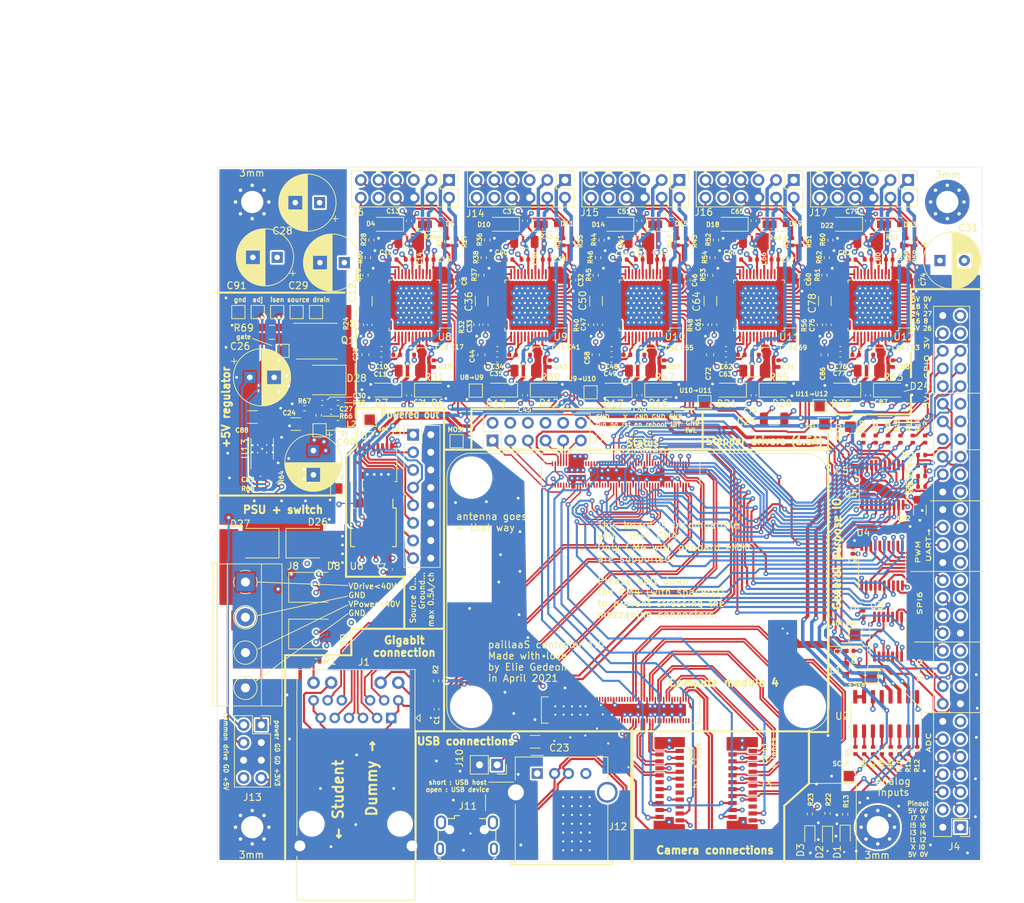
<source format=kicad_pcb>
(kicad_pcb (version 20171130) (host pcbnew 5.1.9-73d0e3b20d~88~ubuntu20.04.1)
  (layers (0 F.Cu signal) (1 In1.Cu power) (2 In2.Cu power hide) (31 B.Cu signal) (34 B.Paste user) (35 F.Paste user) (36 B.SilkS user) (37 F.SilkS user) (38 B.Mask user) (39 F.Mask user) (44 Edge.Cuts user))
  (net 0 "")
  (net 1 GND)
  (net 2 "Net-(C1-Pad1)")
  (net 3 +5V)
  (net 4 +3V3)
  (net 5 /GPIO/CS6)
  (net 6 /GPIO/SCLK6)
  (net 7 /GPIO/MOSI0)
  (net 8 /GPIO/MISO0)
  (net 9 /GPIO/AIN3)
  (net 10 /GPIO/AIN2)
  (net 11 /GPIO/AIN1)
  (net 12 /GPIO/AIN0)
  (net 13 /GPIO/AIN7)
  (net 14 /GPIO/AIN6)
  (net 15 /GPIO/AIN5)
  (net 16 /GPIO/AIN4)
  (net 17 /GPIO/TxD0)
  (net 18 /GPIO/RxD0)
  (net 19 /GPIO/PWM1)
  (net 20 /GPIO/PWM0)
  (net 21 /GPIO/GPIO24)
  (net 22 /GPIO/GPIO8)
  (net 23 /GPIO/GPIO16)
  (net 24 /GPIO/GPIO26)
  (net 25 /GPIO/SDA6)
  (net 26 /GPIO/GPIO18)
  (net 27 /GPIO/GPIO27)
  (net 28 /GPIO/CS0)
  (net 29 /GPIO/SCLK0)
  (net 30 /ethernet/ETH_2-)
  (net 31 /ethernet/ETH_2+)
  (net 32 /ethernet/ETH_1+)
  (net 33 /ethernet/ETH_1-)
  (net 34 /ethernet/ETH_3+)
  (net 35 /ethernet/ETH_3-)
  (net 36 /ethernet/ETH_0-)
  (net 37 /ethernet/ETH_0+)
  (net 38 /ethernet/ETH_LED2)
  (net 39 /ethernet/ETH_LED1)
  (net 40 /powerIO/OUT0)
  (net 41 /powerIO/OUT1)
  (net 42 /powerIO/OUT2)
  (net 43 /powerIO/OUT3)
  (net 44 /powerIO/OUT4)
  (net 45 /powerIO/OUT5)
  (net 46 /powerIO/OUT6)
  (net 47 /powerIO/OUT7)
  (net 48 "Net-(U1-Pad15)")
  (net 49 "Net-(U1-Pad16)")
  (net 50 "Net-(U1-Pad18)")
  (net 51 /GPIO/MISO6)
  (net 52 /GPIO/MOSI6)
  (net 53 /GPIO/MOSI)
  (net 54 /GPIO/MISO)
  (net 55 /SDA1)
  (net 56 /GPIO/SCLK)
  (net 57 /GPIO/POWER_SELECT)
  (net 58 /GPIO/MOTOR_SELECT)
  (net 59 "Net-(U1-Pad76)")
  (net 60 /SCL0)
  (net 61 /SDA0)
  (net 62 "Net-(U1-Pad94)")
  (net 63 "Net-(U1-Pad96)")
  (net 64 /CAM_GPIO)
  (net 65 "Net-(U1-Pad104)")
  (net 66 "Net-(U1-Pad106)")
  (net 67 "Net-(U1-Pad111)")
  (net 68 /camera/CAM1D0-)
  (net 69 /camera/CAM1D0+)
  (net 70 /camera/CAM1D1-)
  (net 71 /camera/CAM1D1+)
  (net 72 /camera/CAM1C-)
  (net 73 /camera/CAM0D0-)
  (net 74 /camera/CAM1C+)
  (net 75 /camera/CAM0D0+)
  (net 76 /camera/CAM1D2-)
  (net 77 /camera/CAM0D1-)
  (net 78 /camera/CAM1D2+)
  (net 79 /camera/CAM0D1+)
  (net 80 /camera/CAM1D3-)
  (net 81 /camera/CAM0C-)
  (net 82 /camera/CAM1D3+)
  (net 83 /SCL1)
  (net 84 "Net-(J4-Pad11)")
  (net 85 /camera/CAM0C+)
  (net 86 Vdrive)
  (net 87 "Net-(D1-Pad1)")
  (net 88 "Net-(D2-Pad1)")
  (net 89 /powerIO/LIMITR4)
  (net 90 /powerIO/LIMITL4)
  (net 91 /powerIO/LIMITR3)
  (net 92 /powerIO/LIMITL3)
  (net 93 /powerIO/LIMITR2)
  (net 94 /powerIO/LIMITL2)
  (net 95 /powerIO/LIMITR1)
  (net 96 /powerIO/LIMITL1)
  (net 97 /powerIO/LIMITR0)
  (net 98 /powerIO/LIMITL0)
  (net 99 /GPIO/SCL6)
  (net 100 "Net-(U1-Pad88)")
  (net 101 "Net-(U1-Pad90)")
  (net 102 "Net-(U1-Pad102)")
  (net 103 "Net-(U1-Pad109)")
  (net 104 "Net-(U1-Pad110)")
  (net 105 "Net-(U1-Pad112)")
  (net 106 "Net-(U1-Pad116)")
  (net 107 "Net-(U1-Pad118)")
  (net 108 "Net-(U1-Pad122)")
  (net 109 "Net-(U1-Pad124)")
  (net 110 "Net-(U1-Pad143)")
  (net 111 "Net-(U1-Pad145)")
  (net 112 "Net-(U1-Pad146)")
  (net 113 "Net-(U1-Pad147)")
  (net 114 "Net-(U1-Pad148)")
  (net 115 "Net-(U1-Pad149)")
  (net 116 "Net-(U1-Pad151)")
  (net 117 "Net-(U1-Pad152)")
  (net 118 "Net-(U1-Pad153)")
  (net 119 "Net-(U1-Pad154)")
  (net 120 "Net-(U1-Pad157)")
  (net 121 "Net-(U1-Pad158)")
  (net 122 "Net-(U1-Pad159)")
  (net 123 "Net-(U1-Pad160)")
  (net 124 "Net-(U1-Pad163)")
  (net 125 "Net-(U1-Pad164)")
  (net 126 "Net-(U1-Pad165)")
  (net 127 "Net-(U1-Pad166)")
  (net 128 "Net-(U1-Pad169)")
  (net 129 "Net-(U1-Pad170)")
  (net 130 "Net-(U1-Pad171)")
  (net 131 "Net-(U1-Pad172)")
  (net 132 "Net-(U1-Pad175)")
  (net 133 "Net-(U1-Pad176)")
  (net 134 "Net-(U1-Pad177)")
  (net 135 "Net-(U1-Pad178)")
  (net 136 "Net-(U1-Pad181)")
  (net 137 "Net-(U1-Pad182)")
  (net 138 "Net-(U1-Pad183)")
  (net 139 "Net-(U1-Pad184)")
  (net 140 "Net-(U1-Pad187)")
  (net 141 "Net-(U1-Pad188)")
  (net 142 "Net-(U1-Pad189)")
  (net 143 "Net-(U1-Pad190)")
  (net 144 "Net-(U1-Pad193)")
  (net 145 "Net-(U1-Pad194)")
  (net 146 "Net-(U1-Pad195)")
  (net 147 "Net-(U1-Pad196)")
  (net 148 "Net-(U1-Pad199)")
  (net 149 "Net-(U1-Pad200)")
  (net 150 "Net-(U8-Pad30)")
  (net 151 "Net-(U8-Pad28)")
  (net 152 "Net-(U8-Pad27)")
  (net 153 "Net-(U8-Pad26)")
  (net 154 "Net-(U8-Pad12)")
  (net 155 "Net-(U8-Pad2)")
  (net 156 /cm4/USB+)
  (net 157 /cm4/USB-)
  (net 158 /GPIO/GPIO18P)
  (net 159 /GPIO/GPIO27P)
  (net 160 /GPIO/GPIO24P)
  (net 161 /GPIO/GPIO8P)
  (net 162 /GPIO/GPIO16P)
  (net 163 /GPIO/GPIO26P)
  (net 164 /GPIO/SCL6P)
  (net 165 /GPIO/SDA6P)
  (net 166 /GPIO/RxD0P)
  (net 167 /GPIO/TxD0P)
  (net 168 /GPIO/PWM1P)
  (net 169 /GPIO/PWM0P)
  (net 170 /GPIO/MOSI6P)
  (net 171 /GPIO/MISO6P)
  (net 172 /GPIO/SCLK6P)
  (net 173 /GPIO/CS6P)
  (net 174 /GPIO/MOSI0P)
  (net 175 /GPIO/MISO0P)
  (net 176 /GPIO/SCLK0P)
  (net 177 /GPIO/CS0P)
  (net 178 /GPIO/AIN7P)
  (net 179 /GPIO/AIN6P)
  (net 180 /GPIO/AIN5P)
  (net 181 /GPIO/AIN4P)
  (net 182 /GPIO/AIN3P)
  (net 183 /GPIO/AIN2P)
  (net 184 /GPIO/AIN1P)
  (net 185 /GPIO/AIN0P)
  (net 186 /GPIO/AIN_SELECT_5V)
  (net 187 /cm4/LED_Pwr)
  (net 188 /GPIO/POWERED)
  (net 189 /GPIO/ACT)
  (net 190 /GPIO/ACT_LED)
  (net 191 /GPIO/MOSI4_3V)
  (net 192 /GPIO/MISO4_3V)
  (net 193 /GPIO/SCLK4_3V)
  (net 194 /GPIO/POWER_SELECT_3V)
  (net 195 /GPIO/MOTOR_SELECT_3V)
  (net 196 /GPIO/AIN_SELECT_3V)
  (net 197 /powerIO/motorU8/MOT_B2)
  (net 198 /powerIO/motorU8/MOT_B1)
  (net 199 /powerIO/motorU8/MOT_A2)
  (net 200 /powerIO/motorU8/MOT_A1)
  (net 201 /powerIO/motorU8/BRB)
  (net 202 /powerIO/motorU8/BRA)
  (net 203 /powerIO/motorU8/ENCN)
  (net 204 /powerIO/motorU8/ENCB)
  (net 205 /powerIO/motorU8/ENCA)
  (net 206 /powerIO/motorU8/FILTERED_5V)
  (net 207 "Net-(C10-Pad2)")
  (net 208 "Net-(C10-Pad1)")
  (net 209 "Net-(C11-Pad1)")
  (net 210 "Net-(D3-Pad1)")
  (net 211 "Net-(J1-Pad14)")
  (net 212 "Net-(J1-Pad16)")
  (net 213 "Net-(J2-Pad18)")
  (net 214 "Net-(J2-Pad15)")
  (net 215 "Net-(J2-Pad14)")
  (net 216 "Net-(J2-Pad12)")
  (net 217 "Net-(J2-Pad11)")
  (net 218 "Net-(J3-Pad18)")
  (net 219 "Net-(J4-Pad57)")
  (net 220 "Net-(J4-Pad49)")
  (net 221 "Net-(J4-Pad45)")
  (net 222 "Net-(J4-Pad43)")
  (net 223 "Net-(J4-Pad39)")
  (net 224 "Net-(J4-Pad29)")
  (net 225 "Net-(J4-Pad21)")
  (net 226 "Net-(J4-Pad4)")
  (net 227 "Net-(J6-Pad10)")
  (net 228 "Net-(J10-Pad1)")
  (net 229 "Net-(J11-Pad1)")
  (net 230 "Net-(U6-Pad9)")
  (net 231 "Net-(C34-Pad2)")
  (net 232 "Net-(C34-Pad1)")
  (net 233 "Net-(C35-Pad1)")
  (net 234 "Net-(C48-Pad2)")
  (net 235 "Net-(C48-Pad1)")
  (net 236 "Net-(C49-Pad1)")
  (net 237 "Net-(C62-Pad2)")
  (net 238 "Net-(C62-Pad1)")
  (net 239 "Net-(C63-Pad1)")
  (net 240 "Net-(C76-Pad2)")
  (net 241 "Net-(C76-Pad1)")
  (net 242 "Net-(C77-Pad1)")
  (net 243 "Net-(J14-Pad10)")
  (net 244 "Net-(J15-Pad10)")
  (net 245 "Net-(J16-Pad10)")
  (net 246 "Net-(J17-Pad10)")
  (net 247 "Net-(U9-Pad30)")
  (net 248 "Net-(U9-Pad28)")
  (net 249 "Net-(U9-Pad27)")
  (net 250 "Net-(U9-Pad26)")
  (net 251 "Net-(U9-Pad12)")
  (net 252 "Net-(U9-Pad2)")
  (net 253 "Net-(U10-Pad30)")
  (net 254 "Net-(U10-Pad28)")
  (net 255 "Net-(U10-Pad27)")
  (net 256 "Net-(U10-Pad26)")
  (net 257 "Net-(U10-Pad12)")
  (net 258 "Net-(U10-Pad2)")
  (net 259 "Net-(U11-Pad30)")
  (net 260 "Net-(U11-Pad28)")
  (net 261 "Net-(U11-Pad27)")
  (net 262 "Net-(U11-Pad26)")
  (net 263 "Net-(U11-Pad12)")
  (net 264 "Net-(U11-Pad2)")
  (net 265 "Net-(U12-Pad30)")
  (net 266 "Net-(U12-Pad28)")
  (net 267 "Net-(U12-Pad27)")
  (net 268 "Net-(U12-Pad26)")
  (net 269 "Net-(U12-Pad12)")
  (net 270 "Net-(U12-Pad2)")
  (net 271 VPP)
  (net 272 "Net-(C27-Pad2)")
  (net 273 /power/FB)
  (net 274 /power/VCC)
  (net 275 /power/ADJ)
  (net 276 VS)
  (net 277 /power/RT)
  (net 278 /power/ISEN)
  (net 279 /power/ADJb)
  (net 280 /power/drain)
  (net 281 /power/gate)
  (net 282 /power/source)
  (net 283 /cm4/nextrst)
  (net 284 /cm4/run_pg)
  (net 285 /cm4/global_en)
  (net 286 /cm4/rpireboot)
  (net 287 /cm4/BT_disable)
  (net 288 /cm4/WL_disable)
  (net 289 "Net-(J7-Pad4)")
  (net 290 /powerIO/motorU9/FILTERED_5V)
  (net 291 /powerIO/motorU9/BRB)
  (net 292 /powerIO/motorU9/MOT_B2)
  (net 293 /powerIO/motorU9/MOT_B1)
  (net 294 /powerIO/motorU9/MOT_A2)
  (net 295 /powerIO/motorU9/MOT_A1)
  (net 296 /powerIO/motorU9/BRA)
  (net 297 /powerIO/motorU10/FILTERED_5V)
  (net 298 /powerIO/motorU10/BRB)
  (net 299 /powerIO/motorU10/MOT_B2)
  (net 300 /powerIO/motorU10/MOT_B1)
  (net 301 /powerIO/motorU10/MOT_A2)
  (net 302 /powerIO/motorU10/MOT_A1)
  (net 303 /powerIO/motorU10/BRA)
  (net 304 /powerIO/motorU11/FILTERED_5V)
  (net 305 /powerIO/motorU11/BRB)
  (net 306 /powerIO/motorU11/MOT_B2)
  (net 307 /powerIO/motorU11/MOT_B1)
  (net 308 /powerIO/motorU11/MOT_A2)
  (net 309 /powerIO/motorU11/MOT_A1)
  (net 310 /powerIO/motorU11/BRA)
  (net 311 /powerIO/motorU12/FILTERED_5V)
  (net 312 /powerIO/motorU12/BRB)
  (net 313 /powerIO/motorU12/MOT_B2)
  (net 314 /powerIO/motorU12/MOT_B1)
  (net 315 /powerIO/motorU12/MOT_A2)
  (net 316 /powerIO/motorU12/MOT_A1)
  (net 317 /powerIO/motorU12/BRA)
  (net 318 /powerIO/motorU9/ENCA)
  (net 319 /powerIO/motorU9/ENCB)
  (net 320 /powerIO/motorU9/ENCN)
  (net 321 /powerIO/motorU10/ENCA)
  (net 322 /powerIO/motorU10/ENCB)
  (net 323 /powerIO/motorU10/ENCN)
  (net 324 /powerIO/motorU11/ENCA)
  (net 325 /powerIO/motorU11/ENCB)
  (net 326 /powerIO/motorU11/ENCN)
  (net 327 /powerIO/motorU12/ENCA)
  (net 328 /powerIO/motorU12/ENCB)
  (net 329 /powerIO/motorU12/ENCN)
  (net 330 /powerIO/motorU8/MISO)
  (net 331 /powerIO/motorU9/MISO)
  (net 332 /powerIO/motorU10/MISO)
  (net 333 /powerIO/motorU11/MISO)
  (net 334 "Net-(C3-Pad1)")
  (net 335 /powerIO/SRC0)
  (net 336 /powerIO/SRC1)
  (net 337 /powerIO/SRC2)
  (net 338 /powerIO/SRC3)
  (net 339 /powerIO/SRC4)
  (net 340 /powerIO/SRC5)
  (net 341 /powerIO/SRC6)
  (net 342 /powerIO/SRC7)
  (module TestPoint:TestPoint_Pad_1.5x1.5mm (layer F.Cu) (at 173.228 31.242)
    (fp_text reference TP19 hide)
    (fp_text value TestPoint)
    (pad 1 smd rect (at 0 0) (size 1.5 1.5) (layers F.Cu F.Mask) (net 273 /power/FB))
  )
  (module TestPoint:TestPoint_Pad_1.5x1.5mm (layer F.Cu) (at 159.004 5.842)
    (fp_text reference TP18 hide)
    (fp_text value TestPoint)
    (pad 1 smd rect (at 0 0) (size 1.5 1.5) (layers F.Cu F.Mask) (net 1 GND))
  )
  (module TestPoint:TestPoint_Pad_1.5x1.5mm (layer F.Cu) (at 170.688 22.86)
    (fp_text reference TP17 hide)
    (fp_text value TestPoint)
    (pad 1 smd rect (at 0 0) (size 1.5 1.5) (layers F.Cu F.Mask) (net 3 +5V))
  )
  (module TestPoint:TestPoint_Pad_1.5x1.5mm (layer F.Cu) (at 170.18 5.842)
    (fp_text reference TP16 hide)
    (fp_text value TestPoint)
    (pad 1 smd rect (at 0 0) (size 1.5 1.5) (layers F.Cu F.Mask) (net 280 /power/drain))
  )
  (module TestPoint:TestPoint_Pad_1.5x1.5mm (layer F.Cu) (at 167.386 5.842)
    (fp_text reference TP15 hide)
    (fp_text value TestPoint)
    (pad 1 smd rect (at 0 0) (size 1.5 1.5) (layers F.Cu F.Mask) (net 282 /power/source))
  )
  (module TestPoint:TestPoint_Pad_1.5x1.5mm (layer F.Cu) (at 165.354 11.43)
    (fp_text reference TP14 hide)
    (fp_text value TestPoint)
    (pad 1 smd rect (at 0 0) (size 1.5 1.5) (layers F.Cu F.Mask) (net 281 /power/gate))
  )
  (module TestPoint:TestPoint_Pad_1.5x1.5mm (layer F.Cu) (at 164.592 5.842)
    (fp_text reference TP13 hide)
    (fp_text value TestPoint)
    (pad 1 smd rect (at 0 0) (size 1.5 1.5) (layers F.Cu F.Mask) (net 278 /power/ISEN))
  )
  (module TestPoint:TestPoint_Pad_1.5x1.5mm (layer F.Cu) (at 161.798 5.842)
    (fp_text reference TP12 hide)
    (fp_text value TestPoint)
    (pad 1 smd rect (at 0 0) (size 1.5 1.5) (layers F.Cu F.Mask) (net 279 /power/ADJb))
  )
  (module TerminalBlock_Phoenix:TerminalBlock_Phoenix_MKDS-1,5-4-5.08_1x04_P5.08mm_Horizontal (layer F.Cu) (at 160.02 44.704 270)
    (fp_text reference J8 (at -2.286 -6.858 180) (layer F.SilkS))
    (fp_text value Conn_01x04)
    (pad 4 thru_hole circle (at 15.24 0 270) (size 2.6 2.6) (drill 1.3) (layers *.Cu *.Mask) (net 1 GND))
    (pad 3 thru_hole circle (at 10.16 0 270) (size 2.6 2.6) (drill 1.3) (layers *.Cu *.Mask) (net 276 VS))
    (pad 2 thru_hole circle (at 5.08 0 270) (size 2.6 2.6) (drill 1.3) (layers *.Cu *.Mask) (net 1 GND))
    (pad 1 thru_hole rect (at 0 0 270) (size 2.6 2.6) (drill 1.3) (layers *.Cu *.Mask) (net 86 Vdrive))
  )
  (module Connector_PinSocket_2.54mm:PinSocket_1x02_P2.54mm_Vertical (layer F.Cu) (at 196.2404 71.0184 270)
    (fp_text reference J10 (at -0.9652 5.4356 90) (layer F.SilkS))
    (fp_text value Conn_01x02)
    (pad 2 thru_hole oval (at 0 2.54 270) (size 1.7 1.7) (drill 1) (layers *.Cu *.Mask) (net 1 GND))
    (pad 1 thru_hole rect (at 0 0 270) (size 1.7 1.7) (drill 1) (layers *.Cu *.Mask) (net 228 "Net-(J10-Pad1)"))
  )
  (module TestPoint:TestPoint_Pad_1.5x1.5mm (layer F.Cu) (at 243.332 21.9964)
    (fp_text reference TP7 hide)
    (fp_text value TestPoint)
    (pad 1 smd rect (at 0 0) (size 1.5 1.5) (layers F.Cu F.Mask) (net 58 /GPIO/MOTOR_SELECT))
  )
  (module TestPoint:TestPoint_Pad_1.5x1.5mm (layer F.Cu) (at 177.9016 21.336)
    (fp_text reference TP6 hide)
    (fp_text value TestPoint)
    (pad 1 smd rect (at 0 0) (size 1.5 1.5) (layers F.Cu F.Mask) (net 57 /GPIO/POWER_SELECT))
  )
  (module TestPoint:TestPoint_Pad_1.5x1.5mm (layer F.Cu) (at 247.7516 52.324)
    (fp_text reference TP5 hide)
    (fp_text value TestPoint)
    (pad 1 smd rect (at 0 0) (size 1.5 1.5) (layers F.Cu F.Mask) (net 186 /GPIO/AIN_SELECT_5V))
  )
  (module TestPoint:TestPoint_Pad_1.5x1.5mm (layer F.Cu) (at 190.3984 24.4348)
    (fp_text reference TP4 hide)
    (fp_text value TestPoint)
    (pad 1 smd rect (at 0 0) (size 1.5 1.5) (layers F.Cu F.Mask) (net 53 /GPIO/MOSI))
  )
  (module TestPoint:TestPoint_Pad_1.5x1.5mm (layer F.Cu) (at 246.8372 72.644)
    (fp_text reference TP3 hide)
    (fp_text value TestPoint)
    (pad 1 smd rect (at 0 0) (size 1.5 1.5) (layers F.Cu F.Mask) (net 56 /GPIO/SCLK))
  )
  (module TestPoint:TestPoint_Pad_1.5x1.5mm (layer F.Cu) (at 247.0404 22.352)
    (fp_text reference TP2 hide)
    (fp_text value TestPoint)
    (pad 1 smd rect (at 0 0) (size 1.5 1.5) (layers F.Cu F.Mask) (net 54 /GPIO/MISO))
  )
  (module TestPoint:TestPoint_Pad_1.5x1.5mm (layer F.Cu) (at 250.1392 58.42)
    (fp_text reference TP1 hide)
    (fp_text value TestPoint)
    (pad 1 smd rect (at 0 0) (size 1.5 1.5) (layers F.Cu F.Mask) (net 334 "Net-(C3-Pad1)"))
  )
  (module Connector_RJ:RJ45_Pulse_JK0654219NL_Horizontal (layer F.Cu) (at 181 64.27 270)
    (fp_text reference J1 (at -8.0344 3.9112 180) (layer F.SilkS))
    (fp_text value JK0654219)
    (pad SH thru_hole circle (at 18.415 -2.9845 90) (size 2.63 2.63) (drill 1.57) (layers *.Cu *.Mask) (net 1 GND))
    (pad SH thru_hole circle (at 18.415 13.1445 90) (size 2.61 2.61) (drill 1.57) (layers *.Cu *.Mask) (net 1 GND))
    (pad "" np_thru_hole circle (at 15.24 11.43 90) (size 3.2 3.2) (drill 3.2) (layers *.Cu *.Mask))
    (pad "" np_thru_hole circle (at 15.24 -1.27 90) (size 3.2 3.2) (drill 3.2) (layers *.Cu *.Mask))
    (pad 16 thru_hole circle (at -5.08 11.176 90) (size 1.8 1.8) (drill 1.025) (layers *.Cu *.Mask) (net 212 "Net-(J1-Pad16)"))
    (pad 15 thru_hole circle (at -5.08 8.636 90) (size 1.8 1.8) (drill 1.025) (layers *.Cu *.Mask) (net 39 /ethernet/ETH_LED1))
    (pad 14 thru_hole circle (at -5.08 1.524 90) (size 1.8 1.8) (drill 1.025) (layers *.Cu *.Mask) (net 211 "Net-(J1-Pad14)"))
    (pad 13 thru_hole circle (at -5.08 -1.016 90) (size 1.8 1.8) (drill 1.025) (layers *.Cu *.Mask) (net 38 /ethernet/ETH_LED2))
    (pad 12 thru_hole circle (at -2.54 11.176 90) (size 1.524 1.524) (drill 0.89) (layers *.Cu *.Mask) (net 2 "Net-(C1-Pad1)"))
    (pad 11 thru_hole circle (at -2.54 9.144 90) (size 1.524 1.524) (drill 0.89) (layers *.Cu *.Mask) (net 37 /ethernet/ETH_0+))
    (pad 10 thru_hole circle (at -2.54 7.112 90) (size 1.524 1.524) (drill 0.89) (layers *.Cu *.Mask) (net 36 /ethernet/ETH_0-))
    (pad 9 thru_hole circle (at -2.54 3.048 90) (size 1.524 1.524) (drill 0.89) (layers *.Cu *.Mask) (net 35 /ethernet/ETH_3-))
    (pad 8 thru_hole circle (at -2.54 1.016 90) (size 1.524 1.524) (drill 0.89) (layers *.Cu *.Mask) (net 34 /ethernet/ETH_3+))
    (pad 7 thru_hole circle (at -2.54 -1.016 90) (size 1.524 1.524) (drill 0.89) (layers *.Cu *.Mask) (net 2 "Net-(C1-Pad1)"))
    (pad 6 thru_hole circle (at 0 10.16 90) (size 1.524 1.524) (drill 0.89) (layers *.Cu *.Mask) (net 2 "Net-(C1-Pad1)"))
    (pad 5 thru_hole circle (at 0 8.128 90) (size 1.524 1.524) (drill 0.89) (layers *.Cu *.Mask) (net 33 /ethernet/ETH_1-))
    (pad 4 thru_hole circle (at 0 6.096 90) (size 1.524 1.524) (drill 0.89) (layers *.Cu *.Mask) (net 32 /ethernet/ETH_1+))
    (pad 3 thru_hole circle (at 0 4.064 90) (size 1.524 1.524) (drill 0.89) (layers *.Cu *.Mask) (net 31 /ethernet/ETH_2+))
    (pad 2 thru_hole circle (at 0 2.032 90) (size 1.524 1.524) (drill 0.89) (layers *.Cu *.Mask) (net 30 /ethernet/ETH_2-))
    (pad 1 thru_hole rect (at 0 0 90) (size 1.524 1.524) (drill 0.89) (layers *.Cu *.Mask) (net 2 "Net-(C1-Pad1)"))
  )
  (module Diode_SMD:D_SMB (layer F.Cu) (at 169.799 52.197)
    (fp_text reference D9 (at 4.445 0.889 90) (layer F.SilkS))
    (fp_text value SMBJ43A)
    (pad 2 smd rect (at 2.15 0) (size 2.5 2.3) (layers F.Cu F.Paste F.Mask) (net 1 GND))
    (pad 1 smd rect (at -2.15 0) (size 2.5 2.3) (layers F.Cu F.Paste F.Mask) (net 276 VS))
  )
  (module library:DO-219AD (layer F.Cu) (at 180.514 -6.7932 180)
    (fp_text reference D4 (at 2.46 0.08) (layer F.SilkS) (effects (font (size 0.65 0.65))))
    (fp_text value MSS1P3)
    (pad 2 smd rect (at 1.3 0 180) (size 0.8 0.8) (layers F.Cu F.Paste F.Mask) (net 201 /powerIO/motorU8/BRB))
    (pad 1 smd rect (at -1 0 180) (size 2 1.1) (layers F.Cu F.Paste F.Mask) (net 197 /powerIO/motorU8/MOT_B2))
  )
  (module library:DO-219AD (layer F.Cu) (at 186.848 -6.7932)
    (fp_text reference D5 (at 2.636 -0.08) (layer F.SilkS) (effects (font (size 0.65 0.65))))
    (fp_text value MSS1P3)
    (pad 2 smd rect (at 1.3 0) (size 0.8 0.8) (layers F.Cu F.Paste F.Mask) (net 201 /powerIO/motorU8/BRB))
    (pad 1 smd rect (at -1 0) (size 2 1.1) (layers F.Cu F.Paste F.Mask) (net 198 /powerIO/motorU8/MOT_B1))
  )
  (module library:DO-219AD (layer F.Cu) (at 186.594 17.0828)
    (fp_text reference D6 (at 1.112 1.8402) (layer F.SilkS))
    (fp_text value MSS1P3)
    (pad 2 smd rect (at 1.3 0) (size 0.8 0.8) (layers F.Cu F.Paste F.Mask) (net 202 /powerIO/motorU8/BRA))
    (pad 1 smd rect (at -1 0) (size 2 1.1) (layers F.Cu F.Paste F.Mask) (net 200 /powerIO/motorU8/MOT_A1))
  )
  (module library:DO-219AD (layer F.Cu) (at 180.26 17.0828 180)
    (fp_text reference D7 (at 0.682 -1.8402) (layer F.SilkS))
    (fp_text value MSS1P3)
    (pad 2 smd rect (at 1.3 0 180) (size 0.8 0.8) (layers F.Cu F.Paste F.Mask) (net 202 /powerIO/motorU8/BRA))
    (pad 1 smd rect (at -1 0 180) (size 2 1.1) (layers F.Cu F.Paste F.Mask) (net 199 /powerIO/motorU8/MOT_A2))
  )
  (module library:DO-219AD (layer F.Cu) (at 197.184 -6.7932 180)
    (fp_text reference D10 (at 2.841 -0.047) (layer F.SilkS) (effects (font (size 0.65 0.65))))
    (fp_text value MSS1P3)
    (pad 2 smd rect (at 1.3 0 180) (size 0.8 0.8) (layers F.Cu F.Paste F.Mask) (net 291 /powerIO/motorU9/BRB))
    (pad 1 smd rect (at -1 0 180) (size 2 1.1) (layers F.Cu F.Paste F.Mask) (net 292 /powerIO/motorU9/MOT_B2))
  )
  (module library:DO-219AD (layer F.Cu) (at 203.518 -6.7932)
    (fp_text reference D11 (at 2.763 -0.08) (layer F.SilkS) (effects (font (size 0.65 0.65))))
    (fp_text value MSS1P3)
    (pad 2 smd rect (at 1.3 0) (size 0.8 0.8) (layers F.Cu F.Paste F.Mask) (net 291 /powerIO/motorU9/BRB))
    (pad 1 smd rect (at -1 0) (size 2 1.1) (layers F.Cu F.Paste F.Mask) (net 293 /powerIO/motorU9/MOT_B1))
  )
  (module library:DO-219AD (layer F.Cu) (at 203.264 17.0828)
    (fp_text reference D12 (at 0.444 1.8402) (layer F.SilkS))
    (fp_text value MSS1P3)
    (pad 2 smd rect (at 1.3 0) (size 0.8 0.8) (layers F.Cu F.Paste F.Mask) (net 296 /powerIO/motorU9/BRA))
    (pad 1 smd rect (at -1 0) (size 2 1.1) (layers F.Cu F.Paste F.Mask) (net 295 /powerIO/motorU9/MOT_A1))
  )
  (module library:DO-219AD (layer F.Cu) (at 196.93 17.0828 180)
    (fp_text reference D13 (at 0.842 -1.9672) (layer F.SilkS))
    (fp_text value MSS1P3)
    (pad 2 smd rect (at 1.3 0 180) (size 0.8 0.8) (layers F.Cu F.Paste F.Mask) (net 296 /powerIO/motorU9/BRA))
    (pad 1 smd rect (at -1 0 180) (size 2 1.1) (layers F.Cu F.Paste F.Mask) (net 294 /powerIO/motorU9/MOT_A2))
  )
  (module library:DO-219AD (layer F.Cu) (at 213.640666 -6.7932 180)
    (fp_text reference D14 (at 2.841 -0.047) (layer F.SilkS) (effects (font (size 0.65 0.65))))
    (fp_text value MSS1P3)
    (pad 2 smd rect (at 1.3 0 180) (size 0.8 0.8) (layers F.Cu F.Paste F.Mask) (net 298 /powerIO/motorU10/BRB))
    (pad 1 smd rect (at -1 0 180) (size 2 1.1) (layers F.Cu F.Paste F.Mask) (net 299 /powerIO/motorU10/MOT_B2))
  )
  (module library:DO-219AD (layer F.Cu) (at 219.974666 -6.7932)
    (fp_text reference D15 (at 2.763 -0.08) (layer F.SilkS) (effects (font (size 0.65 0.65))))
    (fp_text value MSS1P3)
    (pad 2 smd rect (at 1.3 0) (size 0.8 0.8) (layers F.Cu F.Paste F.Mask) (net 298 /powerIO/motorU10/BRB))
    (pad 1 smd rect (at -1 0) (size 2 1.1) (layers F.Cu F.Paste F.Mask) (net 300 /powerIO/motorU10/MOT_B1))
  )
  (module library:DO-219AD (layer F.Cu) (at 219.720666 17.0828)
    (fp_text reference D16 (at -0.264666 1.8402) (layer F.SilkS))
    (fp_text value MSS1P3)
    (pad 2 smd rect (at 1.3 0) (size 0.8 0.8) (layers F.Cu F.Paste F.Mask) (net 303 /powerIO/motorU10/BRA))
    (pad 1 smd rect (at -1 0) (size 2 1.1) (layers F.Cu F.Paste F.Mask) (net 302 /powerIO/motorU10/MOT_A1))
  )
  (module library:DO-219AD (layer F.Cu) (at 213.386666 17.0828 180)
    (fp_text reference D17 (at 0.407666 -1.9672) (layer F.SilkS))
    (fp_text value MSS1P3)
    (pad 2 smd rect (at 1.3 0 180) (size 0.8 0.8) (layers F.Cu F.Paste F.Mask) (net 303 /powerIO/motorU10/BRA))
    (pad 1 smd rect (at -1 0 180) (size 2 1.1) (layers F.Cu F.Paste F.Mask) (net 301 /powerIO/motorU10/MOT_A2))
  )
  (module library:DO-219AD (layer F.Cu) (at 230.097332 -6.7932 180)
    (fp_text reference D18 (at 2.841 -0.047) (layer F.SilkS) (effects (font (size 0.65 0.65))))
    (fp_text value MSS1P3)
    (pad 2 smd rect (at 1.3 0 180) (size 0.8 0.8) (layers F.Cu F.Paste F.Mask) (net 305 /powerIO/motorU11/BRB))
    (pad 1 smd rect (at -1 0 180) (size 2 1.1) (layers F.Cu F.Paste F.Mask) (net 306 /powerIO/motorU11/MOT_B2))
  )
  (module library:DO-219AD (layer F.Cu) (at 236.431332 -6.7932)
    (fp_text reference D19 (at 2.763 -0.08) (layer F.SilkS) (effects (font (size 0.65 0.65))))
    (fp_text value MSS1P3)
    (pad 2 smd rect (at 1.3 0) (size 0.8 0.8) (layers F.Cu F.Paste F.Mask) (net 305 /powerIO/motorU11/BRB))
    (pad 1 smd rect (at -1 0) (size 2 1.1) (layers F.Cu F.Paste F.Mask) (net 307 /powerIO/motorU11/MOT_B1))
  )
  (module library:DO-219AD (layer F.Cu) (at 236.177332 17.0828)
    (fp_text reference D20 (at 1.058668 1.9164) (layer F.SilkS))
    (fp_text value MSS1P3)
    (pad 2 smd rect (at 1.3 0) (size 0.8 0.8) (layers F.Cu F.Paste F.Mask) (net 310 /powerIO/motorU11/BRA))
    (pad 1 smd rect (at -1 0) (size 2 1.1) (layers F.Cu F.Paste F.Mask) (net 309 /powerIO/motorU11/MOT_A1))
  )
  (module library:DO-219AD (layer F.Cu) (at 229.843332 17.0828 180)
    (fp_text reference D21 (at 0.555 -1.952) (layer F.SilkS))
    (fp_text value MSS1P3)
    (pad 2 smd rect (at 1.3 0 180) (size 0.8 0.8) (layers F.Cu F.Paste F.Mask) (net 310 /powerIO/motorU11/BRA))
    (pad 1 smd rect (at -1 0 180) (size 2 1.1) (layers F.Cu F.Paste F.Mask) (net 308 /powerIO/motorU11/MOT_A2))
  )
  (module library:DO-219AD (layer F.Cu) (at 246.554 -6.7932 180)
    (fp_text reference D22 (at 2.841 -0.1892) (layer F.SilkS) (effects (font (size 0.65 0.65))))
    (fp_text value MSS1P3)
    (pad 2 smd rect (at 1.3 0 180) (size 0.8 0.8) (layers F.Cu F.Paste F.Mask) (net 312 /powerIO/motorU12/BRB))
    (pad 1 smd rect (at -1 0 180) (size 2 1.1) (layers F.Cu F.Paste F.Mask) (net 313 /powerIO/motorU12/MOT_B2))
  )
  (module library:DO-219AD (layer F.Cu) (at 252.888 -6.7932)
    (fp_text reference D23 (at 2.763 0.0622) (layer F.SilkS) (effects (font (size 0.65 0.65))))
    (fp_text value MSS1P3)
    (pad 2 smd rect (at 1.3 0) (size 0.8 0.8) (layers F.Cu F.Paste F.Mask) (net 312 /powerIO/motorU12/BRB))
    (pad 1 smd rect (at -1 0) (size 2 1.1) (layers F.Cu F.Paste F.Mask) (net 314 /powerIO/motorU12/MOT_B1))
  )
  (module library:DO-219AD (layer F.Cu) (at 252.634 17.0828)
    (fp_text reference D24 (at 4.414 -0.5728) (layer F.SilkS))
    (fp_text value MSS1P3)
    (pad 2 smd rect (at 1.3 0) (size 0.8 0.8) (layers F.Cu F.Paste F.Mask) (net 317 /powerIO/motorU12/BRA))
    (pad 1 smd rect (at -1 0) (size 2 1.1) (layers F.Cu F.Paste F.Mask) (net 316 /powerIO/motorU12/MOT_A1))
  )
  (module library:DO-219AD (layer F.Cu) (at 246.3 17.0828 180)
    (fp_text reference D25 (at 0.555 -1.952) (layer F.SilkS))
    (fp_text value MSS1P3)
    (pad 2 smd rect (at 1.3 0 180) (size 0.8 0.8) (layers F.Cu F.Paste F.Mask) (net 317 /powerIO/motorU12/BRA))
    (pad 1 smd rect (at -1 0 180) (size 2 1.1) (layers F.Cu F.Paste F.Mask) (net 315 /powerIO/motorU12/MOT_A2))
  )
  (module TestPoint:TestPoint_Pad_1.5x1.5mm (layer F.Cu) (at 242.6208 19.4056)
    (fp_text reference TP11 hide)
    (fp_text value TestPoint)
    (pad 1 smd rect (at 0 0) (size 1.5 1.5) (layers F.Cu F.Mask) (net 333 /powerIO/motorU11/MISO))
  )
  (module TestPoint:TestPoint_Pad_1.5x1.5mm (layer F.Cu) (at 226.06 18.796)
    (fp_text reference TP10 hide)
    (fp_text value TestPoint)
    (pad 1 smd rect (at 0 0) (size 1.5 1.5) (layers F.Cu F.Mask) (net 332 /powerIO/motorU10/MISO))
  )
  (module TestPoint:TestPoint_Pad_1.5x1.5mm (layer F.Cu) (at 209.677 17.399)
    (fp_text reference TP9 hide)
    (fp_text value TestPoint)
    (pad 1 smd rect (at 0 0) (size 1.5 1.5) (layers F.Cu F.Mask) (net 331 /powerIO/motorU9/MISO))
  )
  (module TestPoint:TestPoint_Pad_1.5x1.5mm (layer F.Cu) (at 193.167 17.145)
    (fp_text reference TP8 hide)
    (fp_text value TestPoint)
    (pad 1 smd rect (at 0 0) (size 1.5 1.5) (layers F.Cu F.Mask) (net 330 /powerIO/motorU8/MISO))
  )
  (module Connector_PinSocket_2.54mm:PinSocket_2x04_P2.54mm_Vertical (layer F.Cu) (at 162.306 65.278)
    (fp_text reference J13 (at -1.27 10.414) (layer F.SilkS))
    (fp_text value Conn_02x04_Odd_Even)
    (pad 8 thru_hole oval (at -2.54 7.62) (size 1.7 1.7) (drill 1) (layers *.Cu *.Mask) (net 3 +5V))
    (pad 7 thru_hole oval (at 0 7.62) (size 1.7 1.7) (drill 1) (layers *.Cu *.Mask) (net 4 +3V3))
    (pad 6 thru_hole oval (at -2.54 5.08) (size 1.7 1.7) (drill 1) (layers *.Cu *.Mask) (net 1 GND))
    (pad 5 thru_hole oval (at 0 5.08) (size 1.7 1.7) (drill 1) (layers *.Cu *.Mask) (net 1 GND))
    (pad 4 thru_hole oval (at -2.54 2.54) (size 1.7 1.7) (drill 1) (layers *.Cu *.Mask) (net 86 Vdrive))
    (pad 3 thru_hole oval (at 0 2.54) (size 1.7 1.7) (drill 1) (layers *.Cu *.Mask) (net 1 GND))
    (pad 2 thru_hole oval (at -2.54 0) (size 1.7 1.7) (drill 1) (layers *.Cu *.Mask) (net 271 VPP))
    (pad 1 thru_hole rect (at 0 0) (size 1.7 1.7) (drill 1) (layers *.Cu *.Mask) (net 276 VS))
  )
  (module Connector_PinHeader_2.54mm:PinHeader_2x06_P2.54mm_Vertical (layer F.Cu) (at 195.58 24.3332 90)
    (fp_text reference J7 (at 0.2032 15.24 180) (layer F.SilkS))
    (fp_text value Conn_02x06_Odd_Even)
    (pad 12 thru_hole oval (at 2.54 12.7 90) (size 1.7 1.7) (drill 1) (layers *.Cu *.Mask) (net 1 GND))
    (pad 11 thru_hole oval (at 0 12.7 90) (size 1.7 1.7) (drill 1) (layers *.Cu *.Mask) (net 288 /cm4/WL_disable))
    (pad 10 thru_hole oval (at 2.54 10.16 90) (size 1.7 1.7) (drill 1) (layers *.Cu *.Mask) (net 1 GND))
    (pad 9 thru_hole oval (at 0 10.16 90) (size 1.7 1.7) (drill 1) (layers *.Cu *.Mask) (net 287 /cm4/BT_disable))
    (pad 8 thru_hole oval (at 2.54 7.62 90) (size 1.7 1.7) (drill 1) (layers *.Cu *.Mask) (net 1 GND))
    (pad 7 thru_hole oval (at 0 7.62 90) (size 1.7 1.7) (drill 1) (layers *.Cu *.Mask) (net 286 /cm4/rpireboot))
    (pad 6 thru_hole oval (at 2.54 5.08 90) (size 1.7 1.7) (drill 1) (layers *.Cu *.Mask) (net 1 GND))
    (pad 5 thru_hole oval (at 0 5.08 90) (size 1.7 1.7) (drill 1) (layers *.Cu *.Mask) (net 285 /cm4/global_en))
    (pad 4 thru_hole oval (at 2.54 2.54 90) (size 1.7 1.7) (drill 1) (layers *.Cu *.Mask) (net 289 "Net-(J7-Pad4)"))
    (pad 3 thru_hole oval (at 0 2.54 90) (size 1.7 1.7) (drill 1) (layers *.Cu *.Mask) (net 283 /cm4/nextrst))
    (pad 2 thru_hole oval (at 2.54 0 90) (size 1.7 1.7) (drill 1) (layers *.Cu *.Mask) (net 1 GND))
    (pad 1 thru_hole rect (at 0 0 90) (size 1.7 1.7) (drill 1) (layers *.Cu *.Mask) (net 284 /cm4/run_pg))
  )
  (module Capacitor_THT:CP_Radial_D8.0mm_P3.50mm (layer F.Cu) (at 164.592 -2.032 180)
    (fp_text reference C91 (at 5.842 -4.064) (layer F.SilkS))
    (fp_text value 100u)
    (pad 2 thru_hole circle (at 3.5 0 180) (size 1.6 1.6) (drill 0.8) (layers *.Cu *.Mask) (net 1 GND))
    (pad 1 thru_hole rect (at 0 0 180) (size 1.6 1.6) (drill 0.8) (layers *.Cu *.Mask) (net 86 Vdrive))
  )
  (module Diode_SMD:D_SMB (layer F.Cu) (at 169.799 45.466)
    (fp_text reference D8 (at 2.921 -3.048) (layer F.SilkS))
    (fp_text value SMBJ43A)
    (pad 2 smd rect (at 2.15 0) (size 2.5 2.3) (layers F.Cu F.Paste F.Mask) (net 1 GND))
    (pad 1 smd rect (at -2.15 0) (size 2.5 2.3) (layers F.Cu F.Paste F.Mask) (net 86 Vdrive))
  )
  (module library:R_Shunt_Ohmite_4LT12 (layer F.Cu) (at 163.83 8.763 90)
    (fp_text reference R69 (at 0.635 -4.064) (layer F.SilkS))
    (fp_text value "L4T12FR010FER(0.01)")
    (pad 4 smd rect (at -0.68476 1.375 90) (size 1.1 1.75) (layers F.Cu F.Paste F.Mask) (net 282 /power/source))
    (pad 3 smd rect (at 0.71524 1.375 90) (size 1.1 1.75) (layers F.Cu F.Paste F.Mask) (net 278 /power/ISEN))
    (pad 2 smd rect (at 0.7 -1.375 90) (size 1.1 1.75) (layers F.Cu F.Paste F.Mask) (net 279 /power/ADJb))
    (pad 1 smd rect (at -0.7 -1.375 90) (size 1.1 1.75) (layers F.Cu F.Paste F.Mask) (net 271 VPP))
  )
  (module Package_SO:MSOP-8-1EP_3x3mm_P0.65mm_EP1.73x1.85mm_ThermalVias (layer F.Cu) (at 162.433 25.527 90)
    (fp_text reference U13 (at 0 -2.45 90) (layer F.SilkS))
    (fp_text value LM25085MY)
    (pad 1 smd roundrect (at -2.1625 -0.975 90) (size 1.425 0.4) (layers F.Cu F.Paste F.Mask) (net 275 /power/ADJ))
    (pad 2 smd roundrect (at -2.1625 -0.325 90) (size 1.425 0.4) (layers F.Cu F.Paste F.Mask) (net 277 /power/RT))
    (pad 3 smd roundrect (at -2.1625 0.325 90) (size 1.425 0.4) (layers F.Cu F.Paste F.Mask) (net 273 /power/FB))
    (pad 4 smd roundrect (at -2.1625 0.975 90) (size 1.425 0.4) (layers F.Cu F.Paste F.Mask) (net 1 GND))
    (pad 5 smd roundrect (at 2.1625 0.975 90) (size 1.425 0.4) (layers F.Cu F.Paste F.Mask) (net 278 /power/ISEN))
    (pad 6 smd roundrect (at 2.1625 0.325 90) (size 1.425 0.4) (layers F.Cu F.Paste F.Mask) (net 281 /power/gate))
    (pad 7 smd roundrect (at 2.1625 -0.325 90) (size 1.425 0.4) (layers F.Cu F.Paste F.Mask) (net 274 /power/VCC))
    (pad 8 smd roundrect (at 2.1625 -0.975 90) (size 1.425 0.4) (layers F.Cu F.Paste F.Mask) (net 271 VPP))
    (pad 9 smd rect (at 0 0 90) (size 1.73 1.85) (layers F.Cu F.Mask) (net 1 GND))
    (pad 9 thru_hole circle (at -0.55 -0.65 90) (size 0.5 0.5) (drill 0.2) (layers *.Cu) (net 1 GND))
    (pad 9 thru_hole circle (at 0.55 -0.65 90) (size 0.5 0.5) (drill 0.2) (layers *.Cu) (net 1 GND))
    (pad 9 thru_hole circle (at -0.55 0.65 90) (size 0.5 0.5) (drill 0.2) (layers *.Cu) (net 1 GND))
    (pad 9 thru_hole circle (at 0.55 0.65 90) (size 0.5 0.5) (drill 0.2) (layers *.Cu) (net 1 GND))
    (pad 9 smd rect (at 0 0 90) (size 1.6 1.8) (layers B.Cu) (net 1 GND))
  )
  (module Resistor_SMD:R_0402_1005Metric (layer F.Cu) (at 162.179 31.369 180)
    (fp_text reference R68 (at 1.8034 0.0762) (layer F.SilkS) (effects (font (size 0.65 0.65))))
    (fp_text value 2k1)
    (pad 2 smd roundrect (at 0.51 0 180) (size 0.54 0.64) (layers F.Cu F.Paste F.Mask) (net 275 /power/ADJ))
    (pad 1 smd roundrect (at -0.51 0 180) (size 0.54 0.64) (layers F.Cu F.Paste F.Mask) (net 279 /power/ADJb))
  )
  (module Resistor_SMD:R_0402_1005Metric (layer F.Cu) (at 168.529 19.685 180)
    (fp_text reference R67 (at 0 1.016) (layer F.SilkS) (effects (font (size 0.65 0.65))))
    (fp_text value 3k4)
    (pad 2 smd roundrect (at 0.51 0 180) (size 0.54 0.64) (layers F.Cu F.Paste F.Mask) (net 1 GND))
    (pad 1 smd roundrect (at -0.51 0 180) (size 0.54 0.64) (layers F.Cu F.Paste F.Mask) (net 273 /power/FB))
  )
  (module Resistor_SMD:R_0402_1005Metric (layer F.Cu) (at 170.561 20.701 90)
    (fp_text reference R66 (at -0.127 3.937) (layer F.SilkS) (effects (font (size 0.65 0.65))))
    (fp_text value 10k)
    (pad 2 smd roundrect (at 0.51 0 90) (size 0.54 0.64) (layers F.Cu F.Paste F.Mask) (net 273 /power/FB))
    (pad 1 smd roundrect (at -0.51 0 90) (size 0.54 0.64) (layers F.Cu F.Paste F.Mask) (net 3 +5V))
  )
  (module Resistor_SMD:R_0402_1005Metric (layer F.Cu) (at 173.355 18.923)
    (fp_text reference R65 (at 3.048 0) (layer F.SilkS) (effects (font (size 0.65 0.65))))
    (fp_text value 66k5)
    (pad 2 smd roundrect (at 0.51 0) (size 0.54 0.64) (layers F.Cu F.Paste F.Mask) (net 280 /power/drain))
    (pad 1 smd roundrect (at -0.51 0) (size 0.54 0.64) (layers F.Cu F.Paste F.Mask) (net 272 "Net-(C27-Pad2)"))
  )
  (module Resistor_SMD:R_0402_1005Metric (layer F.Cu) (at 164.211 30.353 270)
    (fp_text reference R64 (at -0.7366 -0.9906 90) (layer F.SilkS) (effects (font (size 0.65 0.65))))
    (fp_text value 90k9)
    (pad 2 smd roundrect (at 0.51 0 270) (size 0.54 0.64) (layers F.Cu F.Paste F.Mask) (net 271 VPP))
    (pad 1 smd roundrect (at -0.51 0 270) (size 0.54 0.64) (layers F.Cu F.Paste F.Mask) (net 277 /power/RT))
  )
  (module Package_SO:PowerPAK_SO-8_Single (layer F.Cu) (at 170.307 10.033)
    (fp_text reference Q1 (at 4.445 -0.127) (layer F.SilkS))
    (fp_text value Si7465DP)
    (pad 5 smd rect (at 0.69 0) (size 3.81 3.91) (layers F.Cu F.Paste F.Mask) (net 280 /power/drain))
    (pad 5 smd rect (at 2.795 -1.905) (size 1.02 0.61) (layers F.Cu F.Paste F.Mask) (net 280 /power/drain))
    (pad 5 smd rect (at 2.795 -0.635) (size 1.02 0.61) (layers F.Cu F.Paste F.Mask) (net 280 /power/drain))
    (pad 5 smd rect (at 2.795 0.635) (size 1.02 0.61) (layers F.Cu F.Paste F.Mask) (net 280 /power/drain))
    (pad 5 smd rect (at 2.795 1.905) (size 1.02 0.61) (layers F.Cu F.Paste F.Mask) (net 280 /power/drain))
    (pad 4 smd rect (at -2.67 1.905) (size 1.27 0.61) (layers F.Cu F.Paste F.Mask) (net 281 /power/gate))
    (pad 3 smd rect (at -2.67 0.635) (size 1.27 0.61) (layers F.Cu F.Paste F.Mask) (net 282 /power/source))
    (pad 2 smd rect (at -2.67 -0.635) (size 1.27 0.61) (layers F.Cu F.Paste F.Mask) (net 282 /power/source))
    (pad 1 smd rect (at -2.67 -1.905) (size 1.27 0.61) (layers F.Cu F.Paste F.Mask) (net 282 /power/source))
  )
  (module Inductor_SMD:L_0603_1608Metric (layer F.Cu) (at 173.355 21.971)
    (fp_text reference L2 (at 1.905 0) (layer F.SilkS) (effects (font (size 0.8 0.8))))
    (fp_text value 15uH)
    (pad 2 smd roundrect (at 0.7875 0) (size 0.875 0.95) (layers F.Cu F.Paste F.Mask) (net 280 /power/drain))
    (pad 1 smd roundrect (at -0.7875 0) (size 0.875 0.95) (layers F.Cu F.Paste F.Mask) (net 3 +5V))
  )
  (module Diode_SMD:D_PowerDI-5 (layer F.Cu) (at 170.688 15.621 180)
    (fp_text reference D28 (at -5.334 0.254) (layer F.SilkS))
    (fp_text value SDT8A60VP5)
    (pad 2 smd rect (at 2.862 -0.92) (size 1.4 1.39) (layers F.Cu F.Paste F.Mask) (net 1 GND))
    (pad 2 smd rect (at 2.862 0.92) (size 1.4 1.39) (layers F.Cu F.Paste F.Mask) (net 1 GND))
    (pad 1 smd rect (at -1.12 0) (size 4.86 3.36) (layers F.Cu F.Paste F.Mask) (net 280 /power/drain))
  )
  (module Diode_SMD:D_PowerDI-5 (layer F.Cu) (at 161.036 39.116 180)
    (fp_text reference D27 (at 1.778 2.794) (layer F.SilkS))
    (fp_text value SDT8A60VP5)
    (pad 2 smd rect (at 2.862 -0.92) (size 1.4 1.39) (layers F.Cu F.Paste F.Mask) (net 86 Vdrive))
    (pad 2 smd rect (at 2.862 0.92) (size 1.4 1.39) (layers F.Cu F.Paste F.Mask) (net 86 Vdrive))
    (pad 1 smd rect (at -1.12 0) (size 4.86 3.36) (layers F.Cu F.Paste F.Mask) (net 271 VPP))
  )
  (module Diode_SMD:D_PowerDI-5 (layer F.Cu) (at 169.672 39.116)
    (fp_text reference D26 (at 0.762 -3.048) (layer F.SilkS))
    (fp_text value SDT8A60VP5)
    (pad 2 smd rect (at 2.862 -0.92 180) (size 1.4 1.39) (layers F.Cu F.Paste F.Mask) (net 276 VS))
    (pad 2 smd rect (at 2.862 0.92 180) (size 1.4 1.39) (layers F.Cu F.Paste F.Mask) (net 276 VS))
    (pad 1 smd rect (at -1.12 0 180) (size 4.86 3.36) (layers F.Cu F.Paste F.Mask) (net 271 VPP))
  )
  (module Capacitor_THT:CP_Radial_D8.0mm_P3.50mm (layer F.Cu) (at 169.799 25.781 270)
    (fp_text reference C90 (at -1.143 -4.699 180) (layer F.SilkS))
    (fp_text value 100u)
    (pad 2 thru_hole circle (at 3.5 0 270) (size 1.6 1.6) (drill 0.8) (layers *.Cu *.Mask) (net 1 GND))
    (pad 1 thru_hole rect (at 0 0 270) (size 1.6 1.6) (drill 0.8) (layers *.Cu *.Mask) (net 3 +5V))
  )
  (module Capacitor_SMD:C_0402_1005Metric (layer F.Cu) (at 162.179 29.845 180)
    (fp_text reference C89 (at 1.8034 -0.127) (layer F.SilkS) (effects (font (size 0.65 0.65))))
    (fp_text value 1n)
    (pad 2 smd roundrect (at 0.48 0 180) (size 0.56 0.62) (layers F.Cu F.Paste F.Mask) (net 275 /power/ADJ))
    (pad 1 smd roundrect (at -0.48 0 180) (size 0.56 0.62) (layers F.Cu F.Paste F.Mask) (net 279 /power/ADJb))
  )
  (module Capacitor_SMD:C_1206_3216Metric (layer F.Cu) (at 161.036 20.955)
    (fp_text reference C88 (at -1.524 1.905 180) (layer F.SilkS) (effects (font (size 0.65 0.65))))
    (fp_text value 4u7)
    (pad 2 smd roundrect (at 1.475 0) (size 1.15 1.8) (layers F.Cu F.Paste F.Mask) (roundrect_rratio 0.217391) (net 274 /power/VCC))
    (pad 1 smd roundrect (at -1.475 0) (size 1.15 1.8) (layers F.Cu F.Paste F.Mask) (roundrect_rratio 0.217391) (net 271 VPP))
  )
  (module Capacitor_SMD:C_0402_1005Metric (layer F.Cu) (at 171.069 18.923 180)
    (fp_text reference C30 (at -5.334 1.016) (layer F.SilkS) (effects (font (size 0.65 0.65))))
    (fp_text value 100n)
    (pad 2 smd roundrect (at 0.48 0 180) (size 0.56 0.62) (layers F.Cu F.Paste F.Mask) (net 273 /power/FB))
    (pad 1 smd roundrect (at -0.48 0 180) (size 0.56 0.62) (layers F.Cu F.Paste F.Mask) (net 272 "Net-(C27-Pad2)"))
  )
  (module Capacitor_SMD:C_0402_1005Metric (layer F.Cu) (at 172.339 20.193)
    (fp_text reference C27 (at 2.159 -0.381) (layer F.SilkS) (effects (font (size 0.65 0.65))))
    (fp_text value 3n3)
    (pad 2 smd roundrect (at 0.48 0) (size 0.56 0.62) (layers F.Cu F.Paste F.Mask) (net 272 "Net-(C27-Pad2)"))
    (pad 1 smd roundrect (at -0.48 0) (size 0.56 0.62) (layers F.Cu F.Paste F.Mask) (net 3 +5V))
  )
  (module Capacitor_THT:CP_Radial_D8.0mm_P3.50mm (layer F.Cu) (at 160.655 15.24)
    (fp_text reference C26 (at -1.397 -4.4704) (layer F.SilkS))
    (fp_text value 33u)
    (pad 2 thru_hole circle (at 3.5 0) (size 1.6 1.6) (drill 0.8) (layers *.Cu *.Mask) (net 1 GND))
    (pad 1 thru_hole rect (at 0 0) (size 1.6 1.6) (drill 0.8) (layers *.Cu *.Mask) (net 271 VPP))
  )
  (module Capacitor_SMD:C_1206_3216Metric (layer F.Cu) (at 167.259 21.971 180)
    (fp_text reference C24 (at 0.9398 1.6002) (layer F.SilkS) (effects (font (size 0.65 0.65))))
    (fp_text value 10u)
    (pad 2 smd roundrect (at 1.475 0 180) (size 1.15 1.8) (layers F.Cu F.Paste F.Mask) (roundrect_rratio 0.217391) (net 1 GND))
    (pad 1 smd roundrect (at -1.475 0 180) (size 1.15 1.8) (layers F.Cu F.Paste F.Mask) (roundrect_rratio 0.217391) (net 3 +5V))
  )
  (module Connector_PinHeader_2.54mm:PinHeader_2x08_P2.54mm_Vertical (layer F.Cu) (at 184.15 23.495)
    (fp_text reference J5 (at -2.54 -0.381) (layer F.SilkS))
    (fp_text value Conn_02x08_Odd_Even)
    (pad 16 thru_hole oval (at 2.54 17.78) (size 1.7 1.7) (drill 1) (layers *.Cu *.Mask) (net 1 GND))
    (pad 15 thru_hole oval (at 0 17.78) (size 1.7 1.7) (drill 1) (layers *.Cu *.Mask) (net 335 /powerIO/SRC0))
    (pad 14 thru_hole oval (at 2.54 15.24) (size 1.7 1.7) (drill 1) (layers *.Cu *.Mask) (net 1 GND))
    (pad 13 thru_hole oval (at 0 15.24) (size 1.7 1.7) (drill 1) (layers *.Cu *.Mask) (net 336 /powerIO/SRC1))
    (pad 12 thru_hole oval (at 2.54 12.7) (size 1.7 1.7) (drill 1) (layers *.Cu *.Mask) (net 1 GND))
    (pad 11 thru_hole oval (at 0 12.7) (size 1.7 1.7) (drill 1) (layers *.Cu *.Mask) (net 337 /powerIO/SRC2))
    (pad 10 thru_hole oval (at 2.54 10.16) (size 1.7 1.7) (drill 1) (layers *.Cu *.Mask) (net 1 GND))
    (pad 9 thru_hole oval (at 0 10.16) (size 1.7 1.7) (drill 1) (layers *.Cu *.Mask) (net 338 /powerIO/SRC3))
    (pad 8 thru_hole oval (at 2.54 7.62) (size 1.7 1.7) (drill 1) (layers *.Cu *.Mask) (net 1 GND))
    (pad 7 thru_hole oval (at 0 7.62) (size 1.7 1.7) (drill 1) (layers *.Cu *.Mask) (net 339 /powerIO/SRC4))
    (pad 6 thru_hole oval (at 2.54 5.08) (size 1.7 1.7) (drill 1) (layers *.Cu *.Mask) (net 1 GND))
    (pad 5 thru_hole oval (at 0 5.08) (size 1.7 1.7) (drill 1) (layers *.Cu *.Mask) (net 340 /powerIO/SRC5))
    (pad 4 thru_hole oval (at 2.54 2.54) (size 1.7 1.7) (drill 1) (layers *.Cu *.Mask) (net 1 GND))
    (pad 3 thru_hole oval (at 0 2.54) (size 1.7 1.7) (drill 1) (layers *.Cu *.Mask) (net 341 /powerIO/SRC6))
    (pad 2 thru_hole oval (at 2.54 0) (size 1.7 1.7) (drill 1) (layers *.Cu *.Mask) (net 1 GND))
    (pad 1 thru_hole rect (at 0 0) (size 1.7 1.7) (drill 1) (layers *.Cu *.Mask) (net 342 /powerIO/SRC7))
  )
  (module Capacitor_THT:CP_Radial_D8.0mm_P3.50mm (layer F.Cu) (at 259.9436 -1.5748)
    (fp_text reference C31 (at 4.064 -4.699) (layer F.SilkS))
    (fp_text value 100u)
    (pad 2 thru_hole circle (at 3.5 0) (size 1.6 1.6) (drill 0.8) (layers *.Cu *.Mask) (net 1 GND))
    (pad 1 thru_hole rect (at 0 0) (size 1.6 1.6) (drill 0.8) (layers *.Cu *.Mask) (net 86 Vdrive))
  )
  (module Capacitor_THT:CP_Radial_D8.0mm_P3.50mm (layer F.Cu) (at 174.244 -1.27 180)
    (fp_text reference C29 (at 6.604 -3.302) (layer F.SilkS))
    (fp_text value 100u)
    (pad 2 thru_hole circle (at 3.5 0 180) (size 1.6 1.6) (drill 0.8) (layers *.Cu *.Mask) (net 1 GND))
    (pad 1 thru_hole rect (at 0 0 180) (size 1.6 1.6) (drill 0.8) (layers *.Cu *.Mask) (net 86 Vdrive))
  )
  (module RPi_Compute_Module_4:Raspberry-Pi-4-Compute-Module (layer F.Cu) (at 214 46.17 270)
    (fp_text reference U1 hide)
    (fp_text value Compute_Module_4_Functional)
    (pad 200 smd rect (at 18.5 9.8 180) (size 0.2 0.7) (layers F.Cu F.Paste F.Mask) (net 149 "Net-(U1-Pad200)"))
    (pad 199 smd rect (at 15.42 9.8 180) (size 0.2 0.7) (layers F.Cu F.Paste F.Mask) (net 148 "Net-(U1-Pad199)"))
    (pad 198 smd rect (at 18.5 9.4 180) (size 0.2 0.7) (layers F.Cu F.Paste F.Mask) (net 1 GND))
    (pad 197 smd rect (at 15.42 9.4 180) (size 0.2 0.7) (layers F.Cu F.Paste F.Mask) (net 1 GND))
    (pad 196 smd rect (at 18.5 9 180) (size 0.2 0.7) (layers F.Cu F.Paste F.Mask) (net 147 "Net-(U1-Pad196)"))
    (pad 195 smd rect (at 15.42 9 180) (size 0.2 0.7) (layers F.Cu F.Paste F.Mask) (net 146 "Net-(U1-Pad195)"))
    (pad 194 smd rect (at 18.5 8.6 180) (size 0.2 0.7) (layers F.Cu F.Paste F.Mask) (net 145 "Net-(U1-Pad194)"))
    (pad 193 smd rect (at 15.42 8.6 180) (size 0.2 0.7) (layers F.Cu F.Paste F.Mask) (net 144 "Net-(U1-Pad193)"))
    (pad 192 smd rect (at 18.5 8.2 180) (size 0.2 0.7) (layers F.Cu F.Paste F.Mask) (net 1 GND))
    (pad 191 smd rect (at 15.42 8.2 180) (size 0.2 0.7) (layers F.Cu F.Paste F.Mask) (net 1 GND))
    (pad 190 smd rect (at 18.5 7.8 180) (size 0.2 0.7) (layers F.Cu F.Paste F.Mask) (net 143 "Net-(U1-Pad190)"))
    (pad 189 smd rect (at 15.42 7.8 180) (size 0.2 0.7) (layers F.Cu F.Paste F.Mask) (net 142 "Net-(U1-Pad189)"))
    (pad 188 smd rect (at 18.5 7.4 180) (size 0.2 0.7) (layers F.Cu F.Paste F.Mask) (net 141 "Net-(U1-Pad188)"))
    (pad 187 smd rect (at 15.42 7.4 180) (size 0.2 0.7) (layers F.Cu F.Paste F.Mask) (net 140 "Net-(U1-Pad187)"))
    (pad 186 smd rect (at 18.5 7 180) (size 0.2 0.7) (layers F.Cu F.Paste F.Mask) (net 1 GND))
    (pad 185 smd rect (at 15.42 7 180) (size 0.2 0.7) (layers F.Cu F.Paste F.Mask) (net 1 GND))
    (pad 184 smd rect (at 18.5 6.6 180) (size 0.2 0.7) (layers F.Cu F.Paste F.Mask) (net 139 "Net-(U1-Pad184)"))
    (pad 183 smd rect (at 15.42 6.6 180) (size 0.2 0.7) (layers F.Cu F.Paste F.Mask) (net 138 "Net-(U1-Pad183)"))
    (pad 182 smd rect (at 18.5 6.2 180) (size 0.2 0.7) (layers F.Cu F.Paste F.Mask) (net 137 "Net-(U1-Pad182)"))
    (pad 181 smd rect (at 15.42 6.2 180) (size 0.2 0.7) (layers F.Cu F.Paste F.Mask) (net 136 "Net-(U1-Pad181)"))
    (pad 180 smd rect (at 18.5 5.8 180) (size 0.2 0.7) (layers F.Cu F.Paste F.Mask) (net 1 GND))
    (pad 179 smd rect (at 15.42 5.8 180) (size 0.2 0.7) (layers F.Cu F.Paste F.Mask) (net 1 GND))
    (pad 178 smd rect (at 18.5 5.4 180) (size 0.2 0.7) (layers F.Cu F.Paste F.Mask) (net 135 "Net-(U1-Pad178)"))
    (pad 177 smd rect (at 15.42 5.4 180) (size 0.2 0.7) (layers F.Cu F.Paste F.Mask) (net 134 "Net-(U1-Pad177)"))
    (pad 176 smd rect (at 18.5 5 180) (size 0.2 0.7) (layers F.Cu F.Paste F.Mask) (net 133 "Net-(U1-Pad176)"))
    (pad 175 smd rect (at 15.42 5 180) (size 0.2 0.7) (layers F.Cu F.Paste F.Mask) (net 132 "Net-(U1-Pad175)"))
    (pad 174 smd rect (at 18.5 4.6 180) (size 0.2 0.7) (layers F.Cu F.Paste F.Mask) (net 1 GND))
    (pad 173 smd rect (at 15.42 4.6 180) (size 0.2 0.7) (layers F.Cu F.Paste F.Mask) (net 1 GND))
    (pad 172 smd rect (at 18.5 4.2 180) (size 0.2 0.7) (layers F.Cu F.Paste F.Mask) (net 131 "Net-(U1-Pad172)"))
    (pad 171 smd rect (at 15.42 4.2 180) (size 0.2 0.7) (layers F.Cu F.Paste F.Mask) (net 130 "Net-(U1-Pad171)"))
    (pad 170 smd rect (at 18.5 3.8 180) (size 0.2 0.7) (layers F.Cu F.Paste F.Mask) (net 129 "Net-(U1-Pad170)"))
    (pad 169 smd rect (at 15.42 3.8 180) (size 0.2 0.7) (layers F.Cu F.Paste F.Mask) (net 128 "Net-(U1-Pad169)"))
    (pad 168 smd rect (at 18.5 3.4 180) (size 0.2 0.7) (layers F.Cu F.Paste F.Mask) (net 1 GND))
    (pad 167 smd rect (at 15.42 3.4 180) (size 0.2 0.7) (layers F.Cu F.Paste F.Mask) (net 1 GND))
    (pad 166 smd rect (at 18.5 3 180) (size 0.2 0.7) (layers F.Cu F.Paste F.Mask) (net 127 "Net-(U1-Pad166)"))
    (pad 165 smd rect (at 15.42 3 180) (size 0.2 0.7) (layers F.Cu F.Paste F.Mask) (net 126 "Net-(U1-Pad165)"))
    (pad 164 smd rect (at 18.5 2.6 180) (size 0.2 0.7) (layers F.Cu F.Paste F.Mask) (net 125 "Net-(U1-Pad164)"))
    (pad 163 smd rect (at 15.42 2.6 180) (size 0.2 0.7) (layers F.Cu F.Paste F.Mask) (net 124 "Net-(U1-Pad163)"))
    (pad 162 smd rect (at 18.5 2.2 180) (size 0.2 0.7) (layers F.Cu F.Paste F.Mask) (net 1 GND))
    (pad 161 smd rect (at 15.42 2.2 180) (size 0.2 0.7) (layers F.Cu F.Paste F.Mask) (net 1 GND))
    (pad 160 smd rect (at 18.5 1.8 180) (size 0.2 0.7) (layers F.Cu F.Paste F.Mask) (net 123 "Net-(U1-Pad160)"))
    (pad 159 smd rect (at 15.42 1.8 180) (size 0.2 0.7) (layers F.Cu F.Paste F.Mask) (net 122 "Net-(U1-Pad159)"))
    (pad 158 smd rect (at 18.5 1.4 180) (size 0.2 0.7) (layers F.Cu F.Paste F.Mask) (net 121 "Net-(U1-Pad158)"))
    (pad 157 smd rect (at 15.42 1.4 180) (size 0.2 0.7) (layers F.Cu F.Paste F.Mask) (net 120 "Net-(U1-Pad157)"))
    (pad 156 smd rect (at 18.5 1 180) (size 0.2 0.7) (layers F.Cu F.Paste F.Mask) (net 1 GND))
    (pad 155 smd rect (at 15.42 1 180) (size 0.2 0.7) (layers F.Cu F.Paste F.Mask) (net 1 GND))
    (pad 154 smd rect (at 18.5 0.6 180) (size 0.2 0.7) (layers F.Cu F.Paste F.Mask) (net 119 "Net-(U1-Pad154)"))
    (pad 153 smd rect (at 15.42 0.6 180) (size 0.2 0.7) (layers F.Cu F.Paste F.Mask) (net 118 "Net-(U1-Pad153)"))
    (pad 152 smd rect (at 18.5 0.2 180) (size 0.2 0.7) (layers F.Cu F.Paste F.Mask) (net 117 "Net-(U1-Pad152)"))
    (pad 151 smd rect (at 15.42 0.2 180) (size 0.2 0.7) (layers F.Cu F.Paste F.Mask) (net 116 "Net-(U1-Pad151)"))
    (pad 150 smd rect (at 18.5 -0.2 180) (size 0.2 0.7) (layers F.Cu F.Paste F.Mask) (net 1 GND))
    (pad 149 smd rect (at 15.42 -0.2 180) (size 0.2 0.7) (layers F.Cu F.Paste F.Mask) (net 115 "Net-(U1-Pad149)"))
    (pad 148 smd rect (at 18.5 -0.6 180) (size 0.2 0.7) (layers F.Cu F.Paste F.Mask) (net 114 "Net-(U1-Pad148)"))
    (pad 147 smd rect (at 15.42 -0.6 180) (size 0.2 0.7) (layers F.Cu F.Paste F.Mask) (net 113 "Net-(U1-Pad147)"))
    (pad 146 smd rect (at 18.5 -1 180) (size 0.2 0.7) (layers F.Cu F.Paste F.Mask) (net 112 "Net-(U1-Pad146)"))
    (pad 145 smd rect (at 15.42 -1 180) (size 0.2 0.7) (layers F.Cu F.Paste F.Mask) (net 111 "Net-(U1-Pad145)"))
    (pad 144 smd rect (at 18.5 -1.4 180) (size 0.2 0.7) (layers F.Cu F.Paste F.Mask) (net 1 GND))
    (pad 143 smd rect (at 15.42 -1.4 180) (size 0.2 0.7) (layers F.Cu F.Paste F.Mask) (net 110 "Net-(U1-Pad143)"))
    (pad 142 smd rect (at 18.5 -1.8 180) (size 0.2 0.7) (layers F.Cu F.Paste F.Mask) (net 85 /camera/CAM0C+))
    (pad 141 smd rect (at 15.42 -1.8 180) (size 0.2 0.7) (layers F.Cu F.Paste F.Mask) (net 82 /camera/CAM1D3+))
    (pad 140 smd rect (at 18.5 -2.2 180) (size 0.2 0.7) (layers F.Cu F.Paste F.Mask) (net 81 /camera/CAM0C-))
    (pad 139 smd rect (at 15.42 -2.2 180) (size 0.2 0.7) (layers F.Cu F.Paste F.Mask) (net 80 /camera/CAM1D3-))
    (pad 138 smd rect (at 18.5 -2.6 180) (size 0.2 0.7) (layers F.Cu F.Paste F.Mask) (net 1 GND))
    (pad 137 smd rect (at 15.42 -2.6 180) (size 0.2 0.7) (layers F.Cu F.Paste F.Mask) (net 1 GND))
    (pad 136 smd rect (at 18.5 -3 180) (size 0.2 0.7) (layers F.Cu F.Paste F.Mask) (net 79 /camera/CAM0D1+))
    (pad 135 smd rect (at 15.42 -3 180) (size 0.2 0.7) (layers F.Cu F.Paste F.Mask) (net 78 /camera/CAM1D2+))
    (pad 134 smd rect (at 18.5 -3.4 180) (size 0.2 0.7) (layers F.Cu F.Paste F.Mask) (net 77 /camera/CAM0D1-))
    (pad 133 smd rect (at 15.42 -3.4 180) (size 0.2 0.7) (layers F.Cu F.Paste F.Mask) (net 76 /camera/CAM1D2-))
    (pad 132 smd rect (at 18.5 -3.8 180) (size 0.2 0.7) (layers F.Cu F.Paste F.Mask) (net 1 GND))
    (pad 131 smd rect (at 15.42 -3.8 180) (size 0.2 0.7) (layers F.Cu F.Paste F.Mask) (net 1 GND))
    (pad 130 smd rect (at 18.5 -4.2 180) (size 0.2 0.7) (layers F.Cu F.Paste F.Mask) (net 75 /camera/CAM0D0+))
    (pad 129 smd rect (at 15.42 -4.2 180) (size 0.2 0.7) (layers F.Cu F.Paste F.Mask) (net 74 /camera/CAM1C+))
    (pad 128 smd rect (at 18.5 -4.6 180) (size 0.2 0.7) (layers F.Cu F.Paste F.Mask) (net 73 /camera/CAM0D0-))
    (pad 127 smd rect (at 15.42 -4.6 180) (size 0.2 0.7) (layers F.Cu F.Paste F.Mask) (net 72 /camera/CAM1C-))
    (pad 126 smd rect (at 18.5 -5 180) (size 0.2 0.7) (layers F.Cu F.Paste F.Mask) (net 1 GND))
    (pad 125 smd rect (at 15.42 -5 180) (size 0.2 0.7) (layers F.Cu F.Paste F.Mask) (net 1 GND))
    (pad 124 smd rect (at 18.5 -5.4 180) (size 0.2 0.7) (layers F.Cu F.Paste F.Mask) (net 109 "Net-(U1-Pad124)"))
    (pad 123 smd rect (at 15.42 -5.4 180) (size 0.2 0.7) (layers F.Cu F.Paste F.Mask) (net 71 /camera/CAM1D1+))
    (pad 122 smd rect (at 18.5 -5.8 180) (size 0.2 0.7) (layers F.Cu F.Paste F.Mask) (net 108 "Net-(U1-Pad122)"))
    (pad 121 smd rect (at 15.42 -5.8 180) (size 0.2 0.7) (layers F.Cu F.Paste F.Mask) (net 70 /camera/CAM1D1-))
    (pad 120 smd rect (at 18.5 -6.2 180) (size 0.2 0.7) (layers F.Cu F.Paste F.Mask) (net 1 GND))
    (pad 119 smd rect (at 15.42 -6.2 180) (size 0.2 0.7) (layers F.Cu F.Paste F.Mask) (net 1 GND))
    (pad 118 smd rect (at 18.5 -6.6 180) (size 0.2 0.7) (layers F.Cu F.Paste F.Mask) (net 107 "Net-(U1-Pad118)"))
    (pad 117 smd rect (at 15.42 -6.6 180) (size 0.2 0.7) (layers F.Cu F.Paste F.Mask) (net 69 /camera/CAM1D0+))
    (pad 116 smd rect (at 18.5 -7 180) (size 0.2 0.7) (layers F.Cu F.Paste F.Mask) (net 106 "Net-(U1-Pad116)"))
    (pad 115 smd rect (at 15.42 -7 180) (size 0.2 0.7) (layers F.Cu F.Paste F.Mask) (net 68 /camera/CAM1D0-))
    (pad 114 smd rect (at 18.5 -7.4 180) (size 0.2 0.7) (layers F.Cu F.Paste F.Mask) (net 1 GND))
    (pad 113 smd rect (at 15.42 -7.4 180) (size 0.2 0.7) (layers F.Cu F.Paste F.Mask) (net 1 GND))
    (pad 112 smd rect (at 18.5 -7.8 180) (size 0.2 0.7) (layers F.Cu F.Paste F.Mask) (net 105 "Net-(U1-Pad112)"))
    (pad 111 smd rect (at 15.42 -7.8 180) (size 0.2 0.7) (layers F.Cu F.Paste F.Mask) (net 67 "Net-(U1-Pad111)"))
    (pad 110 smd rect (at 18.5 -8.2 180) (size 0.2 0.7) (layers F.Cu F.Paste F.Mask) (net 104 "Net-(U1-Pad110)"))
    (pad 109 smd rect (at 15.42 -8.2 180) (size 0.2 0.7) (layers F.Cu F.Paste F.Mask) (net 103 "Net-(U1-Pad109)"))
    (pad 108 smd rect (at 18.5 -8.6 180) (size 0.2 0.7) (layers F.Cu F.Paste F.Mask) (net 1 GND))
    (pad 107 smd rect (at 15.42 -8.6 180) (size 0.2 0.7) (layers F.Cu F.Paste F.Mask) (net 1 GND))
    (pad 106 smd rect (at 18.5 -9 180) (size 0.2 0.7) (layers F.Cu F.Paste F.Mask) (net 66 "Net-(U1-Pad106)"))
    (pad 105 smd rect (at 15.42 -9 180) (size 0.2 0.7) (layers F.Cu F.Paste F.Mask) (net 156 /cm4/USB+))
    (pad 104 smd rect (at 18.5 -9.4 180) (size 0.2 0.7) (layers F.Cu F.Paste F.Mask) (net 65 "Net-(U1-Pad104)"))
    (pad 103 smd rect (at 15.42 -9.4 180) (size 0.2 0.7) (layers F.Cu F.Paste F.Mask) (net 157 /cm4/USB-))
    (pad 102 smd rect (at 18.5 -9.8 180) (size 0.2 0.7) (layers F.Cu F.Paste F.Mask) (net 102 "Net-(U1-Pad102)"))
    (pad 101 smd rect (at 15.42 -9.8 180) (size 0.2 0.7) (layers F.Cu F.Paste F.Mask) (net 228 "Net-(J10-Pad1)"))
    (pad 100 smd rect (at -15.42 9.8 180) (size 0.2 0.7) (layers F.Cu F.Paste F.Mask) (net 283 /cm4/nextrst))
    (pad 99 smd rect (at -18.5 9.8 180) (size 0.2 0.7) (layers F.Cu F.Paste F.Mask) (net 285 /cm4/global_en))
    (pad 98 smd rect (at -15.42 9.4 180) (size 0.2 0.7) (layers F.Cu F.Paste F.Mask) (net 1 GND))
    (pad 97 smd rect (at -18.5 9.4 180) (size 0.2 0.7) (layers F.Cu F.Paste F.Mask) (net 64 /CAM_GPIO))
    (pad 96 smd rect (at -15.42 9 180) (size 0.2 0.7) (layers F.Cu F.Paste F.Mask) (net 63 "Net-(U1-Pad96)"))
    (pad 95 smd rect (at -18.5 9 180) (size 0.2 0.7) (layers F.Cu F.Paste F.Mask) (net 187 /cm4/LED_Pwr))
    (pad 94 smd rect (at -15.42 8.6 180) (size 0.2 0.7) (layers F.Cu F.Paste F.Mask) (net 62 "Net-(U1-Pad94)"))
    (pad 93 smd rect (at -18.5 8.6 180) (size 0.2 0.7) (layers F.Cu F.Paste F.Mask) (net 286 /cm4/rpireboot))
    (pad 92 smd rect (at -15.42 8.2 180) (size 0.2 0.7) (layers F.Cu F.Paste F.Mask) (net 284 /cm4/run_pg))
    (pad 91 smd rect (at -18.5 8.2 180) (size 0.2 0.7) (layers F.Cu F.Paste F.Mask) (net 287 /cm4/BT_disable))
    (pad 90 smd rect (at -15.42 7.8 180) (size 0.2 0.7) (layers F.Cu F.Paste F.Mask) (net 101 "Net-(U1-Pad90)"))
    (pad 89 smd rect (at -18.5 7.8 180) (size 0.2 0.7) (layers F.Cu F.Paste F.Mask) (net 288 /cm4/WL_disable))
    (pad 88 smd rect (at -15.42 7.4 180) (size 0.2 0.7) (layers F.Cu F.Paste F.Mask) (net 100 "Net-(U1-Pad88)"))
    (pad 87 smd rect (at -18.5 7.4 180) (size 0.2 0.7) (layers F.Cu F.Paste F.Mask) (net 3 +5V))
    (pad 86 smd rect (at -15.42 7 180) (size 0.2 0.7) (layers F.Cu F.Paste F.Mask) (net 4 +3V3))
    (pad 85 smd rect (at -18.5 7 180) (size 0.2 0.7) (layers F.Cu F.Paste F.Mask) (net 3 +5V))
    (pad 84 smd rect (at -15.42 6.6 180) (size 0.2 0.7) (layers F.Cu F.Paste F.Mask) (net 4 +3V3))
    (pad 83 smd rect (at -18.5 6.6 180) (size 0.2 0.7) (layers F.Cu F.Paste F.Mask) (net 3 +5V))
    (pad 82 smd rect (at -15.42 6.2 180) (size 0.2 0.7) (layers F.Cu F.Paste F.Mask) (net 61 /SDA0))
    (pad 81 smd rect (at -18.5 6.2 180) (size 0.2 0.7) (layers F.Cu F.Paste F.Mask) (net 3 +5V))
    (pad 80 smd rect (at -15.42 5.8 180) (size 0.2 0.7) (layers F.Cu F.Paste F.Mask) (net 60 /SCL0))
    (pad 79 smd rect (at -18.5 5.8 180) (size 0.2 0.7) (layers F.Cu F.Paste F.Mask) (net 3 +5V))
    (pad 78 smd rect (at -15.42 5.4 180) (size 0.2 0.7) (layers F.Cu F.Paste F.Mask) (net 4 +3V3))
    (pad 77 smd rect (at -18.5 5.4 180) (size 0.2 0.7) (layers F.Cu F.Paste F.Mask) (net 3 +5V))
    (pad 76 smd rect (at -15.42 5 180) (size 0.2 0.7) (layers F.Cu F.Paste F.Mask) (net 59 "Net-(U1-Pad76)"))
    (pad 75 smd rect (at -18.5 5 180) (size 0.2 0.7) (layers F.Cu F.Paste F.Mask))
    (pad 74 smd rect (at -15.42 4.6 180) (size 0.2 0.7) (layers F.Cu F.Paste F.Mask) (net 1 GND))
    (pad 73 smd rect (at -18.5 4.6 180) (size 0.2 0.7) (layers F.Cu F.Paste F.Mask))
    (pad 72 smd rect (at -15.42 4.2 180) (size 0.2 0.7) (layers F.Cu F.Paste F.Mask))
    (pad 71 smd rect (at -18.5 4.2 180) (size 0.2 0.7) (layers F.Cu F.Paste F.Mask) (net 1 GND))
    (pad 70 smd rect (at -15.42 3.8 180) (size 0.2 0.7) (layers F.Cu F.Paste F.Mask))
    (pad 69 smd rect (at -18.5 3.8 180) (size 0.2 0.7) (layers F.Cu F.Paste F.Mask))
    (pad 68 smd rect (at -15.42 3.4 180) (size 0.2 0.7) (layers F.Cu F.Paste F.Mask))
    (pad 67 smd rect (at -18.5 3.4 180) (size 0.2 0.7) (layers F.Cu F.Paste F.Mask))
    (pad 66 smd rect (at -15.42 3 180) (size 0.2 0.7) (layers F.Cu F.Paste F.Mask) (net 1 GND))
    (pad 65 smd rect (at -18.5 3 180) (size 0.2 0.7) (layers F.Cu F.Paste F.Mask) (net 1 GND))
    (pad 64 smd rect (at -15.42 2.6 180) (size 0.2 0.7) (layers F.Cu F.Paste F.Mask))
    (pad 63 smd rect (at -18.5 2.6 180) (size 0.2 0.7) (layers F.Cu F.Paste F.Mask))
    (pad 62 smd rect (at -15.42 2.2 180) (size 0.2 0.7) (layers F.Cu F.Paste F.Mask))
    (pad 61 smd rect (at -18.5 2.2 180) (size 0.2 0.7) (layers F.Cu F.Paste F.Mask))
    (pad 60 smd rect (at -15.42 1.8 180) (size 0.2 0.7) (layers F.Cu F.Paste F.Mask) (net 1 GND))
    (pad 59 smd rect (at -18.5 1.8 180) (size 0.2 0.7) (layers F.Cu F.Paste F.Mask) (net 1 GND))
    (pad 58 smd rect (at -15.42 1.4 180) (size 0.2 0.7) (layers F.Cu F.Paste F.Mask) (net 196 /GPIO/AIN_SELECT_3V))
    (pad 57 smd rect (at -18.5 1.4 180) (size 0.2 0.7) (layers F.Cu F.Paste F.Mask))
    (pad 56 smd rect (at -15.42 1 180) (size 0.2 0.7) (layers F.Cu F.Paste F.Mask) (net 5 /GPIO/CS6))
    (pad 55 smd rect (at -18.5 1 180) (size 0.2 0.7) (layers F.Cu F.Paste F.Mask) (net 17 /GPIO/TxD0))
    (pad 54 smd rect (at -15.42 0.6 180) (size 0.2 0.7) (layers F.Cu F.Paste F.Mask) (net 195 /GPIO/MOTOR_SELECT_3V))
    (pad 53 smd rect (at -18.5 0.6 180) (size 0.2 0.7) (layers F.Cu F.Paste F.Mask) (net 1 GND))
    (pad 52 smd rect (at -15.42 0.2 180) (size 0.2 0.7) (layers F.Cu F.Paste F.Mask) (net 1 GND))
    (pad 51 smd rect (at -18.5 0.2 180) (size 0.2 0.7) (layers F.Cu F.Paste F.Mask) (net 18 /GPIO/RxD0))
    (pad 50 smd rect (at -15.42 -0.2 180) (size 0.2 0.7) (layers F.Cu F.Paste F.Mask) (net 194 /GPIO/POWER_SELECT_3V))
    (pad 49 smd rect (at -18.5 -0.2 180) (size 0.2 0.7) (layers F.Cu F.Paste F.Mask) (net 26 /GPIO/GPIO18))
    (pad 48 smd rect (at -15.42 -0.6 180) (size 0.2 0.7) (layers F.Cu F.Paste F.Mask) (net 27 /GPIO/GPIO27))
    (pad 47 smd rect (at -18.5 -0.6 180) (size 0.2 0.7) (layers F.Cu F.Paste F.Mask) (net 99 /GPIO/SCL6))
    (pad 46 smd rect (at -15.42 -1 180) (size 0.2 0.7) (layers F.Cu F.Paste F.Mask) (net 25 /GPIO/SDA6))
    (pad 45 smd rect (at -18.5 -1 180) (size 0.2 0.7) (layers F.Cu F.Paste F.Mask) (net 21 /GPIO/GPIO24))
    (pad 44 smd rect (at -15.42 -1.4 180) (size 0.2 0.7) (layers F.Cu F.Paste F.Mask) (net 7 /GPIO/MOSI0))
    (pad 43 smd rect (at -18.5 -1.4 180) (size 0.2 0.7) (layers F.Cu F.Paste F.Mask) (net 1 GND))
    (pad 42 smd rect (at -15.42 -1.8 180) (size 0.2 0.7) (layers F.Cu F.Paste F.Mask) (net 1 GND))
    (pad 41 smd rect (at -18.5 -1.8 180) (size 0.2 0.7) (layers F.Cu F.Paste F.Mask) (net 28 /GPIO/CS0))
    (pad 40 smd rect (at -15.42 -2.2 180) (size 0.2 0.7) (layers F.Cu F.Paste F.Mask) (net 8 /GPIO/MISO0))
    (pad 39 smd rect (at -18.5 -2.2 180) (size 0.2 0.7) (layers F.Cu F.Paste F.Mask) (net 22 /GPIO/GPIO8))
    (pad 38 smd rect (at -15.42 -2.6 180) (size 0.2 0.7) (layers F.Cu F.Paste F.Mask) (net 29 /GPIO/SCLK0))
    (pad 37 smd rect (at -18.5 -2.6 180) (size 0.2 0.7) (layers F.Cu F.Paste F.Mask) (net 193 /GPIO/SCLK4_3V))
    (pad 36 smd rect (at -15.42 -3 180) (size 0.2 0.7) (layers F.Cu F.Paste F.Mask) (net 55 /SDA1))
    (pad 35 smd rect (at -18.5 -3 180) (size 0.2 0.7) (layers F.Cu F.Paste F.Mask) (net 83 /SCL1))
    (pad 34 smd rect (at -15.42 -3.4 180) (size 0.2 0.7) (layers F.Cu F.Paste F.Mask) (net 192 /GPIO/MISO4_3V))
    (pad 33 smd rect (at -18.5 -3.4 180) (size 0.2 0.7) (layers F.Cu F.Paste F.Mask) (net 1 GND))
    (pad 32 smd rect (at -15.42 -3.8 180) (size 0.2 0.7) (layers F.Cu F.Paste F.Mask) (net 1 GND))
    (pad 31 smd rect (at -18.5 -3.8 180) (size 0.2 0.7) (layers F.Cu F.Paste F.Mask) (net 20 /GPIO/PWM0))
    (pad 30 smd rect (at -15.42 -4.2 180) (size 0.2 0.7) (layers F.Cu F.Paste F.Mask) (net 191 /GPIO/MOSI4_3V))
    (pad 29 smd rect (at -18.5 -4.2 180) (size 0.2 0.7) (layers F.Cu F.Paste F.Mask) (net 23 /GPIO/GPIO16))
    (pad 28 smd rect (at -15.42 -4.6 180) (size 0.2 0.7) (layers F.Cu F.Paste F.Mask) (net 19 /GPIO/PWM1))
    (pad 27 smd rect (at -18.5 -4.6 180) (size 0.2 0.7) (layers F.Cu F.Paste F.Mask) (net 52 /GPIO/MOSI6))
    (pad 26 smd rect (at -15.42 -5 180) (size 0.2 0.7) (layers F.Cu F.Paste F.Mask) (net 51 /GPIO/MISO6))
    (pad 25 smd rect (at -18.5 -5 180) (size 0.2 0.7) (layers F.Cu F.Paste F.Mask) (net 6 /GPIO/SCLK6))
    (pad 24 smd rect (at -15.42 -5.4 180) (size 0.2 0.7) (layers F.Cu F.Paste F.Mask) (net 24 /GPIO/GPIO26))
    (pad 23 smd rect (at -18.5 -5.4 180) (size 0.2 0.7) (layers F.Cu F.Paste F.Mask) (net 1 GND))
    (pad 22 smd rect (at -15.42 -5.8 180) (size 0.2 0.7) (layers F.Cu F.Paste F.Mask) (net 1 GND))
    (pad 21 smd rect (at -18.5 -5.8 180) (size 0.2 0.7) (layers F.Cu F.Paste F.Mask) (net 190 /GPIO/ACT_LED))
    (pad 20 smd rect (at -15.42 -6.2 180) (size 0.2 0.7) (layers F.Cu F.Paste F.Mask) (net 1 GND))
    (pad 19 smd rect (at -18.5 -6.2 180) (size 0.2 0.7) (layers F.Cu F.Paste F.Mask) (net 39 /ethernet/ETH_LED1))
    (pad 18 smd rect (at -15.42 -6.6 180) (size 0.2 0.7) (layers F.Cu F.Paste F.Mask) (net 50 "Net-(U1-Pad18)"))
    (pad 17 smd rect (at -18.5 -6.6 180) (size 0.2 0.7) (layers F.Cu F.Paste F.Mask) (net 38 /ethernet/ETH_LED2))
    (pad 16 smd rect (at -15.42 -7 180) (size 0.2 0.7) (layers F.Cu F.Paste F.Mask) (net 49 "Net-(U1-Pad16)"))
    (pad 15 smd rect (at -18.5 -7 180) (size 0.2 0.7) (layers F.Cu F.Paste F.Mask) (net 48 "Net-(U1-Pad15)"))
    (pad 14 smd rect (at -15.42 -7.4 180) (size 0.2 0.7) (layers F.Cu F.Paste F.Mask) (net 1 GND))
    (pad 13 smd rect (at -18.5 -7.4 180) (size 0.2 0.7) (layers F.Cu F.Paste F.Mask) (net 1 GND))
    (pad 12 smd rect (at -15.42 -7.8 180) (size 0.2 0.7) (layers F.Cu F.Paste F.Mask) (net 37 /ethernet/ETH_0+))
    (pad 11 smd rect (at -18.5 -7.8 180) (size 0.2 0.7) (layers F.Cu F.Paste F.Mask) (net 31 /ethernet/ETH_2+))
    (pad 10 smd rect (at -15.42 -8.2 180) (size 0.2 0.7) (layers F.Cu F.Paste F.Mask) (net 36 /ethernet/ETH_0-))
    (pad 9 smd rect (at -18.5 -8.2 180) (size 0.2 0.7) (layers F.Cu F.Paste F.Mask) (net 30 /ethernet/ETH_2-))
    (pad 8 smd rect (at -15.42 -8.6 180) (size 0.2 0.7) (layers F.Cu F.Paste F.Mask) (net 1 GND))
    (pad 7 smd rect (at -18.5 -8.6 180) (size 0.2 0.7) (layers F.Cu F.Paste F.Mask) (net 1 GND))
    (pad 6 smd rect (at -15.42 -9 180) (size 0.2 0.7) (layers F.Cu F.Paste F.Mask) (net 33 /ethernet/ETH_1-))
    (pad 5 smd rect (at -18.5 -9 180) (size 0.2 0.7) (layers F.Cu F.Paste F.Mask) (net 35 /ethernet/ETH_3-))
    (pad 4 smd rect (at -15.42 -9.4 180) (size 0.2 0.7) (layers F.Cu F.Paste F.Mask) (net 32 /ethernet/ETH_1+))
    (pad 3 smd rect (at -18.5 -9.4 180) (size 0.2 0.7) (layers F.Cu F.Paste F.Mask) (net 34 /ethernet/ETH_3+))
    (pad 2 smd rect (at -15.42 -9.8 180) (size 0.2 0.7) (layers F.Cu F.Paste F.Mask) (net 1 GND))
    (pad 1 smd rect (at -18.5 -9.8 180) (size 0.2 0.7) (layers F.Cu F.Paste F.Mask) (net 1 GND))
    (pad "" np_thru_hole circle (at 16.5 -26.5 270) (size 2.7 2.7) (drill 2.7) (layers *.Cu *.Mask) (clearance 1.7))
    (pad "" np_thru_hole circle (at -16.5 21.5 270) (size 2.7 2.7) (drill 2.7) (layers *.Cu *.Mask) (clearance 1.7))
    (pad "" np_thru_hole circle (at 16.5 21.5 270) (size 2.7 2.7) (drill 2.7) (layers *.Cu *.Mask) (clearance 1.7))
    (pad "" np_thru_hole circle (at -16.5 -26.5 270) (size 2.7 2.7) (drill 2.7) (layers *.Cu *.Mask) (clearance 1.7))
  )
  (module Capacitor_THT:CP_Radial_D8.0mm_P3.50mm (layer F.Cu) (at 170.688 -9.906 180)
    (fp_text reference C28 (at 5.334 -4.064) (layer F.SilkS))
    (fp_text value 100u)
    (pad 2 thru_hole circle (at 3.5 0 180) (size 1.6 1.6) (drill 0.8) (layers *.Cu *.Mask) (net 1 GND))
    (pad 1 thru_hole rect (at 0 0 180) (size 1.6 1.6) (drill 0.8) (layers *.Cu *.Mask) (net 86 Vdrive))
  )
  (module RPi_Compute_Module_4:QFP-48_7x7_Pitch0.5mm_supersink (layer F.Cu) (at 250.364 4.8908 180)
    (fp_text reference U12 (at -4.3726 -4.5174) (layer F.SilkS))
    (fp_text value TMC5130A-TA)
    (pad 1 smd oval (at -4.5 -2.75 270) (size 0.25 1.5) (layers F.Cu F.Paste F.Mask) (net 1 GND))
    (pad 2 smd oval (at -4.5 -2.25 270) (size 0.25 1.5) (layers F.Cu F.Paste F.Mask) (net 270 "Net-(U12-Pad2)"))
    (pad 3 smd oval (at -4.5 -1.75 270) (size 0.25 1.5) (layers F.Cu F.Paste F.Mask) (net 58 /GPIO/MOTOR_SELECT))
    (pad 4 smd oval (at -4.5 -1.25 270) (size 0.25 1.5) (layers F.Cu F.Paste F.Mask) (net 56 /GPIO/SCLK))
    (pad 5 smd oval (at -4.5 -0.75 270) (size 0.25 1.5) (layers F.Cu F.Paste F.Mask) (net 333 /powerIO/motorU11/MISO))
    (pad 6 smd oval (at -4.5 -0.25 270) (size 0.25 1.5) (layers F.Cu F.Paste F.Mask))
    (pad 7 smd oval (at -4.5 0.25 270) (size 0.25 1.5) (layers F.Cu F.Paste F.Mask) (net 54 /GPIO/MISO))
    (pad 8 smd oval (at -4.5 0.75 270) (size 0.25 1.5) (layers F.Cu F.Paste F.Mask) (net 94 /powerIO/LIMITL2))
    (pad 9 smd oval (at -4.5 1.25 270) (size 0.25 1.5) (layers F.Cu F.Paste F.Mask) (net 93 /powerIO/LIMITR2))
    (pad 10 smd oval (at -4.5 1.75 270) (size 0.25 1.5) (layers F.Cu F.Paste F.Mask) (net 3 +5V))
    (pad 11 smd oval (at -4.5 2.25 270) (size 0.25 1.5) (layers F.Cu F.Paste F.Mask) (net 1 GND))
    (pad 12 smd oval (at -4.5 2.75 270) (size 0.25 1.5) (layers F.Cu F.Paste F.Mask) (net 269 "Net-(U12-Pad12)"))
    (pad 13 smd oval (at -2.75 4.5 180) (size 0.25 1.5) (layers F.Cu F.Paste F.Mask) (net 1 GND))
    (pad 14 smd oval (at -2.25 4.5 180) (size 0.25 1.5) (layers F.Cu F.Paste F.Mask))
    (pad 15 smd oval (at -1.75 4.5 180) (size 0.25 1.5) (layers F.Cu F.Paste F.Mask) (net 314 /powerIO/motorU12/MOT_B1))
    (pad 16 smd oval (at -1.25 4.5 180) (size 0.25 1.5) (layers F.Cu F.Paste F.Mask))
    (pad 17 smd oval (at -0.75 4.5 180) (size 0.25 1.5) (layers F.Cu F.Paste F.Mask) (net 312 /powerIO/motorU12/BRB))
    (pad 18 smd oval (at -0.25 4.5 180) (size 0.25 1.5) (layers F.Cu F.Paste F.Mask))
    (pad 19 smd oval (at 0.25 4.5 180) (size 0.25 1.5) (layers F.Cu F.Paste F.Mask) (net 313 /powerIO/motorU12/MOT_B2))
    (pad 20 smd oval (at 0.75 4.5 180) (size 0.25 1.5) (layers F.Cu F.Paste F.Mask))
    (pad 21 smd oval (at 1.25 4.5 180) (size 0.25 1.5) (layers F.Cu F.Paste F.Mask) (net 86 Vdrive))
    (pad 22 smd oval (at 1.75 4.5 180) (size 0.25 1.5) (layers F.Cu F.Paste F.Mask))
    (pad 23 smd oval (at 2.25 4.5 180) (size 0.25 1.5) (layers F.Cu F.Paste F.Mask) (net 329 /powerIO/motorU12/ENCN))
    (pad 24 smd oval (at 2.75 4.5 180) (size 0.25 1.5) (layers F.Cu F.Paste F.Mask) (net 328 /powerIO/motorU12/ENCB))
    (pad 25 smd oval (at 4.5 2.75 270) (size 0.25 1.5) (layers F.Cu F.Paste F.Mask) (net 327 /powerIO/motorU12/ENCA))
    (pad 26 smd oval (at 4.5 2.25 270) (size 0.25 1.5) (layers F.Cu F.Paste F.Mask) (net 268 "Net-(U12-Pad26)"))
    (pad 27 smd oval (at 4.5 1.75 270) (size 0.25 1.5) (layers F.Cu F.Paste F.Mask) (net 267 "Net-(U12-Pad27)"))
    (pad 28 smd oval (at 4.5 1.25 270) (size 0.25 1.5) (layers F.Cu F.Paste F.Mask) (net 266 "Net-(U12-Pad28)"))
    (pad 29 smd oval (at 4.5 0.75 270) (size 0.25 1.5) (layers F.Cu F.Paste F.Mask) (net 1 GND))
    (pad 30 smd oval (at 4.5 0.25 270) (size 0.25 1.5) (layers F.Cu F.Paste F.Mask) (net 265 "Net-(U12-Pad30)"))
    (pad 31 smd oval (at 4.5 -0.25 270) (size 0.25 1.5) (layers F.Cu F.Paste F.Mask))
    (pad 32 smd oval (at 4.5 -0.75 270) (size 0.25 1.5) (layers F.Cu F.Paste F.Mask) (net 1 GND))
    (pad 33 smd oval (at 4.5 -1.25 270) (size 0.25 1.5) (layers F.Cu F.Paste F.Mask) (net 311 /powerIO/motorU12/FILTERED_5V))
    (pad 34 smd oval (at 4.5 -1.75 270) (size 0.25 1.5) (layers F.Cu F.Paste F.Mask) (net 3 +5V))
    (pad 35 smd oval (at 4.5 -2.25 270) (size 0.25 1.5) (layers F.Cu F.Paste F.Mask) (net 240 "Net-(C76-Pad2)"))
    (pad 36 smd oval (at 4.5 -2.75 270) (size 0.25 1.5) (layers F.Cu F.Paste F.Mask))
    (pad 37 smd oval (at 2.75 -4.5 180) (size 0.25 1.5) (layers F.Cu F.Paste F.Mask) (net 241 "Net-(C76-Pad1)"))
    (pad 38 smd oval (at 2.25 -4.5 180) (size 0.25 1.5) (layers F.Cu F.Paste F.Mask) (net 242 "Net-(C77-Pad1)"))
    (pad 39 smd oval (at 1.75 -4.5 180) (size 0.25 1.5) (layers F.Cu F.Paste F.Mask) (net 86 Vdrive))
    (pad 40 smd oval (at 1.25 -4.5 180) (size 0.25 1.5) (layers F.Cu F.Paste F.Mask) (net 86 Vdrive))
    (pad 41 smd oval (at 0.75 -4.5 180) (size 0.25 1.5) (layers F.Cu F.Paste F.Mask))
    (pad 42 smd oval (at 0.25 -4.5 180) (size 0.25 1.5) (layers F.Cu F.Paste F.Mask) (net 315 /powerIO/motorU12/MOT_A2))
    (pad 43 smd oval (at -0.25 -4.5 180) (size 0.25 1.5) (layers F.Cu F.Paste F.Mask))
    (pad 44 smd oval (at -0.75 -4.5 180) (size 0.25 1.5) (layers F.Cu F.Paste F.Mask) (net 317 /powerIO/motorU12/BRA))
    (pad 45 smd oval (at -1.25 -4.5 180) (size 0.25 1.5) (layers F.Cu F.Paste F.Mask))
    (pad 46 smd oval (at -1.75 -4.5 180) (size 0.25 1.5) (layers F.Cu F.Paste F.Mask) (net 316 /powerIO/motorU12/MOT_A1))
    (pad 47 smd oval (at -2.25 -4.5 180) (size 0.25 1.5) (layers F.Cu F.Paste F.Mask))
    (pad 48 smd oval (at -2.75 -4.5 180) (size 0.25 1.5) (layers F.Cu F.Paste F.Mask) (net 1 GND))
    (pad 49 thru_hole circle (at -1.656 -2.453 180) (size 1 1) (drill 0.3) (layers *.Cu *.Mask) (net 1 GND))
    (pad 49 thru_hole circle (at -0.856 -2.453 180) (size 1 1) (drill 0.3) (layers *.Cu *.Mask) (net 1 GND))
    (pad 49 thru_hole circle (at -0.056 -2.453 180) (size 1 1) (drill 0.3) (layers *.Cu *.Mask) (net 1 GND))
    (pad 49 thru_hole circle (at 0.744 -2.453 180) (size 1 1) (drill 0.3) (layers *.Cu *.Mask) (net 1 GND))
    (pad 49 thru_hole circle (at 1.544 -2.453 180) (size 1 1) (drill 0.3) (layers *.Cu *.Mask) (net 1 GND))
    (pad 49 thru_hole circle (at 2.344 -2.453 180) (size 1 1) (drill 0.3) (layers *.Cu *.Mask) (net 1 GND))
    (pad 49 thru_hole circle (at -2.056 -1.753 180) (size 1 1) (drill 0.3) (layers *.Cu *.Mask) (net 1 GND))
    (pad 49 thru_hole circle (at -1.256 -1.753 180) (size 1 1) (drill 0.3) (layers *.Cu *.Mask) (net 1 GND))
    (pad 49 thru_hole circle (at -0.456 -1.753 180) (size 1 1) (drill 0.3) (layers *.Cu *.Mask) (net 1 GND))
    (pad 49 thru_hole circle (at 0.344 -1.753 180) (size 1 1) (drill 0.3) (layers *.Cu *.Mask) (net 1 GND))
    (pad 49 thru_hole circle (at 1.144 -1.753 180) (size 1 1) (drill 0.3) (layers *.Cu *.Mask) (net 1 GND))
    (pad 49 thru_hole circle (at 1.944 -1.753 180) (size 1 1) (drill 0.3) (layers *.Cu *.Mask) (net 1 GND))
    (pad 49 thru_hole circle (at -2.456 -1.053 180) (size 1 1) (drill 0.3) (layers *.Cu *.Mask) (net 1 GND))
    (pad 49 thru_hole circle (at -1.656 -1.053 180) (size 1 1) (drill 0.3) (layers *.Cu *.Mask) (net 1 GND))
    (pad 49 thru_hole circle (at -0.856 -1.053 180) (size 1 1) (drill 0.3) (layers *.Cu *.Mask) (net 1 GND))
    (pad 49 thru_hole circle (at -0.056 -1.053 180) (size 1 1) (drill 0.3) (layers *.Cu *.Mask) (net 1 GND))
    (pad 49 thru_hole circle (at 0.744 -1.053 180) (size 1 1) (drill 0.3) (layers *.Cu *.Mask) (net 1 GND))
    (pad 49 thru_hole circle (at 1.544 -1.053 180) (size 1 1) (drill 0.3) (layers *.Cu *.Mask) (net 1 GND))
    (pad 49 thru_hole circle (at 2.344 -1.053 180) (size 1 1) (drill 0.3) (layers *.Cu *.Mask) (net 1 GND))
    (pad 49 thru_hole circle (at -2.056 -0.353 180) (size 1 1) (drill 0.3) (layers *.Cu *.Mask) (net 1 GND))
    (pad 49 thru_hole circle (at -1.256 -0.353 180) (size 1 1) (drill 0.3) (layers *.Cu *.Mask) (net 1 GND))
    (pad 49 thru_hole circle (at -0.456 -0.353 180) (size 1 1) (drill 0.3) (layers *.Cu *.Mask) (net 1 GND))
    (pad 49 thru_hole circle (at 0.344 -0.353 180) (size 1 1) (drill 0.3) (layers *.Cu *.Mask) (net 1 GND))
    (pad 49 thru_hole circle (at 1.144 -0.353 180) (size 1 1) (drill 0.3) (layers *.Cu *.Mask) (net 1 GND))
    (pad 49 thru_hole circle (at 1.944 -0.353 180) (size 1 1) (drill 0.3) (layers *.Cu *.Mask) (net 1 GND))
    (pad 49 thru_hole circle (at -2.456 0.347 180) (size 1 1) (drill 0.3) (layers *.Cu *.Mask) (net 1 GND))
    (pad 49 thru_hole circle (at -1.656 0.347 180) (size 1 1) (drill 0.3) (layers *.Cu *.Mask) (net 1 GND))
    (pad 49 thru_hole circle (at -0.856 0.347 180) (size 1 1) (drill 0.3) (layers *.Cu *.Mask) (net 1 GND))
    (pad 49 thru_hole circle (at -0.056 0.347 180) (size 1 1) (drill 0.3) (layers *.Cu *.Mask) (net 1 GND))
    (pad 49 thru_hole circle (at 0.744 0.347 180) (size 1 1) (drill 0.3) (layers *.Cu *.Mask) (net 1 GND))
    (pad 49 thru_hole circle (at 1.544 0.347 180) (size 1 1) (drill 0.3) (layers *.Cu *.Mask) (net 1 GND))
    (pad 49 thru_hole circle (at 2.344 0.347 180) (size 1 1) (drill 0.3) (layers *.Cu *.Mask) (net 1 GND))
    (pad 49 thru_hole circle (at -2.056 1.047 180) (size 1 1) (drill 0.3) (layers *.Cu *.Mask) (net 1 GND))
    (pad 49 thru_hole circle (at -1.256 1.047 180) (size 1 1) (drill 0.3) (layers *.Cu *.Mask) (net 1 GND))
    (pad 49 thru_hole circle (at -0.456 1.047 180) (size 1 1) (drill 0.3) (layers *.Cu *.Mask) (net 1 GND))
    (pad 49 thru_hole circle (at 0.344 1.047 180) (size 1 1) (drill 0.3) (layers *.Cu *.Mask) (net 1 GND))
    (pad 49 thru_hole circle (at 1.144 1.047 180) (size 1 1) (drill 0.3) (layers *.Cu *.Mask) (net 1 GND))
    (pad 49 thru_hole circle (at 1.944 1.047 180) (size 1 1) (drill 0.3) (layers *.Cu *.Mask) (net 1 GND))
    (pad 49 thru_hole circle (at -2.456 1.747 180) (size 1 1) (drill 0.3) (layers *.Cu *.Mask) (net 1 GND))
    (pad 49 thru_hole circle (at -1.656 1.747 180) (size 1 1) (drill 0.3) (layers *.Cu *.Mask) (net 1 GND))
    (pad 49 thru_hole circle (at -0.856 1.747 180) (size 1 1) (drill 0.3) (layers *.Cu *.Mask) (net 1 GND))
    (pad 49 thru_hole circle (at -0.056 1.747 180) (size 1 1) (drill 0.3) (layers *.Cu *.Mask) (net 1 GND))
    (pad 49 thru_hole circle (at 0.744 1.747 180) (size 1 1) (drill 0.3) (layers *.Cu *.Mask) (net 1 GND))
    (pad 49 thru_hole circle (at 1.544 1.747 180) (size 1 1) (drill 0.3) (layers *.Cu *.Mask) (net 1 GND))
    (pad 49 thru_hole circle (at 2.344 1.747 180) (size 1 1) (drill 0.3) (layers *.Cu *.Mask) (net 1 GND))
    (pad 49 thru_hole circle (at -2.056 2.447 180) (size 1 1) (drill 0.3) (layers *.Cu *.Mask) (net 1 GND))
    (pad 49 thru_hole circle (at -1.256 2.447 180) (size 1 1) (drill 0.3) (layers *.Cu *.Mask) (net 1 GND))
    (pad 49 thru_hole circle (at -0.456 2.447 180) (size 1 1) (drill 0.3) (layers *.Cu *.Mask) (net 1 GND))
    (pad 49 thru_hole circle (at 0.344 2.447 180) (size 1 1) (drill 0.3) (layers *.Cu *.Mask) (net 1 GND))
    (pad 49 thru_hole circle (at 1.144 2.447 180) (size 1 1) (drill 0.3) (layers *.Cu *.Mask) (net 1 GND))
    (pad 49 thru_hole circle (at 1.944 2.447 180) (size 1 1) (drill 0.3) (layers *.Cu *.Mask) (net 1 GND))
    (pad 49 thru_hole circle (at -2.456 -2.453 180) (size 1 1) (drill 0.3) (layers *.Cu *.Mask) (net 1 GND))
    (pad 49 smd rect (at 0 0 180) (size 6 6) (layers F.Cu F.Paste F.Mask) (net 1 GND))
  )
  (module RPi_Compute_Module_4:QFP-48_7x7_Pitch0.5mm_supersink (layer F.Cu) (at 233.907332 4.8908 180)
    (fp_text reference U11 (at -4.3726 -4.5174) (layer F.SilkS))
    (fp_text value TMC5130A-TA)
    (pad 1 smd oval (at -4.5 -2.75 270) (size 0.25 1.5) (layers F.Cu F.Paste F.Mask) (net 1 GND))
    (pad 2 smd oval (at -4.5 -2.25 270) (size 0.25 1.5) (layers F.Cu F.Paste F.Mask) (net 264 "Net-(U11-Pad2)"))
    (pad 3 smd oval (at -4.5 -1.75 270) (size 0.25 1.5) (layers F.Cu F.Paste F.Mask) (net 58 /GPIO/MOTOR_SELECT))
    (pad 4 smd oval (at -4.5 -1.25 270) (size 0.25 1.5) (layers F.Cu F.Paste F.Mask) (net 56 /GPIO/SCLK))
    (pad 5 smd oval (at -4.5 -0.75 270) (size 0.25 1.5) (layers F.Cu F.Paste F.Mask) (net 332 /powerIO/motorU10/MISO))
    (pad 6 smd oval (at -4.5 -0.25 270) (size 0.25 1.5) (layers F.Cu F.Paste F.Mask))
    (pad 7 smd oval (at -4.5 0.25 270) (size 0.25 1.5) (layers F.Cu F.Paste F.Mask) (net 333 /powerIO/motorU11/MISO))
    (pad 8 smd oval (at -4.5 0.75 270) (size 0.25 1.5) (layers F.Cu F.Paste F.Mask) (net 92 /powerIO/LIMITL3))
    (pad 9 smd oval (at -4.5 1.25 270) (size 0.25 1.5) (layers F.Cu F.Paste F.Mask) (net 91 /powerIO/LIMITR3))
    (pad 10 smd oval (at -4.5 1.75 270) (size 0.25 1.5) (layers F.Cu F.Paste F.Mask) (net 3 +5V))
    (pad 11 smd oval (at -4.5 2.25 270) (size 0.25 1.5) (layers F.Cu F.Paste F.Mask) (net 1 GND))
    (pad 12 smd oval (at -4.5 2.75 270) (size 0.25 1.5) (layers F.Cu F.Paste F.Mask) (net 263 "Net-(U11-Pad12)"))
    (pad 13 smd oval (at -2.75 4.5 180) (size 0.25 1.5) (layers F.Cu F.Paste F.Mask) (net 1 GND))
    (pad 14 smd oval (at -2.25 4.5 180) (size 0.25 1.5) (layers F.Cu F.Paste F.Mask))
    (pad 15 smd oval (at -1.75 4.5 180) (size 0.25 1.5) (layers F.Cu F.Paste F.Mask) (net 307 /powerIO/motorU11/MOT_B1))
    (pad 16 smd oval (at -1.25 4.5 180) (size 0.25 1.5) (layers F.Cu F.Paste F.Mask))
    (pad 17 smd oval (at -0.75 4.5 180) (size 0.25 1.5) (layers F.Cu F.Paste F.Mask) (net 305 /powerIO/motorU11/BRB))
    (pad 18 smd oval (at -0.25 4.5 180) (size 0.25 1.5) (layers F.Cu F.Paste F.Mask))
    (pad 19 smd oval (at 0.25 4.5 180) (size 0.25 1.5) (layers F.Cu F.Paste F.Mask) (net 306 /powerIO/motorU11/MOT_B2))
    (pad 20 smd oval (at 0.75 4.5 180) (size 0.25 1.5) (layers F.Cu F.Paste F.Mask))
    (pad 21 smd oval (at 1.25 4.5 180) (size 0.25 1.5) (layers F.Cu F.Paste F.Mask) (net 86 Vdrive))
    (pad 22 smd oval (at 1.75 4.5 180) (size 0.25 1.5) (layers F.Cu F.Paste F.Mask))
    (pad 23 smd oval (at 2.25 4.5 180) (size 0.25 1.5) (layers F.Cu F.Paste F.Mask) (net 326 /powerIO/motorU11/ENCN))
    (pad 24 smd oval (at 2.75 4.5 180) (size 0.25 1.5) (layers F.Cu F.Paste F.Mask) (net 325 /powerIO/motorU11/ENCB))
    (pad 25 smd oval (at 4.5 2.75 270) (size 0.25 1.5) (layers F.Cu F.Paste F.Mask) (net 324 /powerIO/motorU11/ENCA))
    (pad 26 smd oval (at 4.5 2.25 270) (size 0.25 1.5) (layers F.Cu F.Paste F.Mask) (net 262 "Net-(U11-Pad26)"))
    (pad 27 smd oval (at 4.5 1.75 270) (size 0.25 1.5) (layers F.Cu F.Paste F.Mask) (net 261 "Net-(U11-Pad27)"))
    (pad 28 smd oval (at 4.5 1.25 270) (size 0.25 1.5) (layers F.Cu F.Paste F.Mask) (net 260 "Net-(U11-Pad28)"))
    (pad 29 smd oval (at 4.5 0.75 270) (size 0.25 1.5) (layers F.Cu F.Paste F.Mask) (net 1 GND))
    (pad 30 smd oval (at 4.5 0.25 270) (size 0.25 1.5) (layers F.Cu F.Paste F.Mask) (net 259 "Net-(U11-Pad30)"))
    (pad 31 smd oval (at 4.5 -0.25 270) (size 0.25 1.5) (layers F.Cu F.Paste F.Mask))
    (pad 32 smd oval (at 4.5 -0.75 270) (size 0.25 1.5) (layers F.Cu F.Paste F.Mask) (net 1 GND))
    (pad 33 smd oval (at 4.5 -1.25 270) (size 0.25 1.5) (layers F.Cu F.Paste F.Mask) (net 304 /powerIO/motorU11/FILTERED_5V))
    (pad 34 smd oval (at 4.5 -1.75 270) (size 0.25 1.5) (layers F.Cu F.Paste F.Mask) (net 3 +5V))
    (pad 35 smd oval (at 4.5 -2.25 270) (size 0.25 1.5) (layers F.Cu F.Paste F.Mask) (net 237 "Net-(C62-Pad2)"))
    (pad 36 smd oval (at 4.5 -2.75 270) (size 0.25 1.5) (layers F.Cu F.Paste F.Mask))
    (pad 37 smd oval (at 2.75 -4.5 180) (size 0.25 1.5) (layers F.Cu F.Paste F.Mask) (net 238 "Net-(C62-Pad1)"))
    (pad 38 smd oval (at 2.25 -4.5 180) (size 0.25 1.5) (layers F.Cu F.Paste F.Mask) (net 239 "Net-(C63-Pad1)"))
    (pad 39 smd oval (at 1.75 -4.5 180) (size 0.25 1.5) (layers F.Cu F.Paste F.Mask) (net 86 Vdrive))
    (pad 40 smd oval (at 1.25 -4.5 180) (size 0.25 1.5) (layers F.Cu F.Paste F.Mask) (net 86 Vdrive))
    (pad 41 smd oval (at 0.75 -4.5 180) (size 0.25 1.5) (layers F.Cu F.Paste F.Mask))
    (pad 42 smd oval (at 0.25 -4.5 180) (size 0.25 1.5) (layers F.Cu F.Paste F.Mask) (net 308 /powerIO/motorU11/MOT_A2))
    (pad 43 smd oval (at -0.25 -4.5 180) (size 0.25 1.5) (layers F.Cu F.Paste F.Mask))
    (pad 44 smd oval (at -0.75 -4.5 180) (size 0.25 1.5) (layers F.Cu F.Paste F.Mask) (net 310 /powerIO/motorU11/BRA))
    (pad 45 smd oval (at -1.25 -4.5 180) (size 0.25 1.5) (layers F.Cu F.Paste F.Mask))
    (pad 46 smd oval (at -1.75 -4.5 180) (size 0.25 1.5) (layers F.Cu F.Paste F.Mask) (net 309 /powerIO/motorU11/MOT_A1))
    (pad 47 smd oval (at -2.25 -4.5 180) (size 0.25 1.5) (layers F.Cu F.Paste F.Mask))
    (pad 48 smd oval (at -2.75 -4.5 180) (size 0.25 1.5) (layers F.Cu F.Paste F.Mask) (net 1 GND))
    (pad 49 thru_hole circle (at -1.656 -2.453 180) (size 1 1) (drill 0.3) (layers *.Cu *.Mask) (net 1 GND))
    (pad 49 thru_hole circle (at -0.856 -2.453 180) (size 1 1) (drill 0.3) (layers *.Cu *.Mask) (net 1 GND))
    (pad 49 thru_hole circle (at -0.056 -2.453 180) (size 1 1) (drill 0.3) (layers *.Cu *.Mask) (net 1 GND))
    (pad 49 thru_hole circle (at 0.744 -2.453 180) (size 1 1) (drill 0.3) (layers *.Cu *.Mask) (net 1 GND))
    (pad 49 thru_hole circle (at 1.544 -2.453 180) (size 1 1) (drill 0.3) (layers *.Cu *.Mask) (net 1 GND))
    (pad 49 thru_hole circle (at 2.344 -2.453 180) (size 1 1) (drill 0.3) (layers *.Cu *.Mask) (net 1 GND))
    (pad 49 thru_hole circle (at -2.056 -1.753 180) (size 1 1) (drill 0.3) (layers *.Cu *.Mask) (net 1 GND))
    (pad 49 thru_hole circle (at -1.256 -1.753 180) (size 1 1) (drill 0.3) (layers *.Cu *.Mask) (net 1 GND))
    (pad 49 thru_hole circle (at -0.456 -1.753 180) (size 1 1) (drill 0.3) (layers *.Cu *.Mask) (net 1 GND))
    (pad 49 thru_hole circle (at 0.344 -1.753 180) (size 1 1) (drill 0.3) (layers *.Cu *.Mask) (net 1 GND))
    (pad 49 thru_hole circle (at 1.144 -1.753 180) (size 1 1) (drill 0.3) (layers *.Cu *.Mask) (net 1 GND))
    (pad 49 thru_hole circle (at 1.944 -1.753 180) (size 1 1) (drill 0.3) (layers *.Cu *.Mask) (net 1 GND))
    (pad 49 thru_hole circle (at -2.456 -1.053 180) (size 1 1) (drill 0.3) (layers *.Cu *.Mask) (net 1 GND))
    (pad 49 thru_hole circle (at -1.656 -1.053 180) (size 1 1) (drill 0.3) (layers *.Cu *.Mask) (net 1 GND))
    (pad 49 thru_hole circle (at -0.856 -1.053 180) (size 1 1) (drill 0.3) (layers *.Cu *.Mask) (net 1 GND))
    (pad 49 thru_hole circle (at -0.056 -1.053 180) (size 1 1) (drill 0.3) (layers *.Cu *.Mask) (net 1 GND))
    (pad 49 thru_hole circle (at 0.744 -1.053 180) (size 1 1) (drill 0.3) (layers *.Cu *.Mask) (net 1 GND))
    (pad 49 thru_hole circle (at 1.544 -1.053 180) (size 1 1) (drill 0.3) (layers *.Cu *.Mask) (net 1 GND))
    (pad 49 thru_hole circle (at 2.344 -1.053 180) (size 1 1) (drill 0.3) (layers *.Cu *.Mask) (net 1 GND))
    (pad 49 thru_hole circle (at -2.056 -0.353 180) (size 1 1) (drill 0.3) (layers *.Cu *.Mask) (net 1 GND))
    (pad 49 thru_hole circle (at -1.256 -0.353 180) (size 1 1) (drill 0.3) (layers *.Cu *.Mask) (net 1 GND))
    (pad 49 thru_hole circle (at -0.456 -0.353 180) (size 1 1) (drill 0.3) (layers *.Cu *.Mask) (net 1 GND))
    (pad 49 thru_hole circle (at 0.344 -0.353 180) (size 1 1) (drill 0.3) (layers *.Cu *.Mask) (net 1 GND))
    (pad 49 thru_hole circle (at 1.144 -0.353 180) (size 1 1) (drill 0.3) (layers *.Cu *.Mask) (net 1 GND))
    (pad 49 thru_hole circle (at 1.944 -0.353 180) (size 1 1) (drill 0.3) (layers *.Cu *.Mask) (net 1 GND))
    (pad 49 thru_hole circle (at -2.456 0.347 180) (size 1 1) (drill 0.3) (layers *.Cu *.Mask) (net 1 GND))
    (pad 49 thru_hole circle (at -1.656 0.347 180) (size 1 1) (drill 0.3) (layers *.Cu *.Mask) (net 1 GND))
    (pad 49 thru_hole circle (at -0.856 0.347 180) (size 1 1) (drill 0.3) (layers *.Cu *.Mask) (net 1 GND))
    (pad 49 thru_hole circle (at -0.056 0.347 180) (size 1 1) (drill 0.3) (layers *.Cu *.Mask) (net 1 GND))
    (pad 49 thru_hole circle (at 0.744 0.347 180) (size 1 1) (drill 0.3) (layers *.Cu *.Mask) (net 1 GND))
    (pad 49 thru_hole circle (at 1.544 0.347 180) (size 1 1) (drill 0.3) (layers *.Cu *.Mask) (net 1 GND))
    (pad 49 thru_hole circle (at 2.344 0.347 180) (size 1 1) (drill 0.3) (layers *.Cu *.Mask) (net 1 GND))
    (pad 49 thru_hole circle (at -2.056 1.047 180) (size 1 1) (drill 0.3) (layers *.Cu *.Mask) (net 1 GND))
    (pad 49 thru_hole circle (at -1.256 1.047 180) (size 1 1) (drill 0.3) (layers *.Cu *.Mask) (net 1 GND))
    (pad 49 thru_hole circle (at -0.456 1.047 180) (size 1 1) (drill 0.3) (layers *.Cu *.Mask) (net 1 GND))
    (pad 49 thru_hole circle (at 0.344 1.047 180) (size 1 1) (drill 0.3) (layers *.Cu *.Mask) (net 1 GND))
    (pad 49 thru_hole circle (at 1.144 1.047 180) (size 1 1) (drill 0.3) (layers *.Cu *.Mask) (net 1 GND))
    (pad 49 thru_hole circle (at 1.944 1.047 180) (size 1 1) (drill 0.3) (layers *.Cu *.Mask) (net 1 GND))
    (pad 49 thru_hole circle (at -2.456 1.747 180) (size 1 1) (drill 0.3) (layers *.Cu *.Mask) (net 1 GND))
    (pad 49 thru_hole circle (at -1.656 1.747 180) (size 1 1) (drill 0.3) (layers *.Cu *.Mask) (net 1 GND))
    (pad 49 thru_hole circle (at -0.856 1.747 180) (size 1 1) (drill 0.3) (layers *.Cu *.Mask) (net 1 GND))
    (pad 49 thru_hole circle (at -0.056 1.747 180) (size 1 1) (drill 0.3) (layers *.Cu *.Mask) (net 1 GND))
    (pad 49 thru_hole circle (at 0.744 1.747 180) (size 1 1) (drill 0.3) (layers *.Cu *.Mask) (net 1 GND))
    (pad 49 thru_hole circle (at 1.544 1.747 180) (size 1 1) (drill 0.3) (layers *.Cu *.Mask) (net 1 GND))
    (pad 49 thru_hole circle (at 2.344 1.747 180) (size 1 1) (drill 0.3) (layers *.Cu *.Mask) (net 1 GND))
    (pad 49 thru_hole circle (at -2.056 2.447 180) (size 1 1) (drill 0.3) (layers *.Cu *.Mask) (net 1 GND))
    (pad 49 thru_hole circle (at -1.256 2.447 180) (size 1 1) (drill 0.3) (layers *.Cu *.Mask) (net 1 GND))
    (pad 49 thru_hole circle (at -0.456 2.447 180) (size 1 1) (drill 0.3) (layers *.Cu *.Mask) (net 1 GND))
    (pad 49 thru_hole circle (at 0.344 2.447 180) (size 1 1) (drill 0.3) (layers *.Cu *.Mask) (net 1 GND))
    (pad 49 thru_hole circle (at 1.144 2.447 180) (size 1 1) (drill 0.3) (layers *.Cu *.Mask) (net 1 GND))
    (pad 49 thru_hole circle (at 1.944 2.447 180) (size 1 1) (drill 0.3) (layers *.Cu *.Mask) (net 1 GND))
    (pad 49 thru_hole circle (at -2.456 -2.453 180) (size 1 1) (drill 0.3) (layers *.Cu *.Mask) (net 1 GND))
    (pad 49 smd rect (at 0 0 180) (size 6 6) (layers F.Cu F.Paste F.Mask) (net 1 GND))
  )
  (module RPi_Compute_Module_4:QFP-48_7x7_Pitch0.5mm_supersink (layer F.Cu) (at 217.450666 4.8908 180)
    (fp_text reference U10 (at -4.3726 -4.5174) (layer F.SilkS))
    (fp_text value TMC5130A-TA)
    (pad 1 smd oval (at -4.5 -2.75 270) (size 0.25 1.5) (layers F.Cu F.Paste F.Mask) (net 1 GND))
    (pad 2 smd oval (at -4.5 -2.25 270) (size 0.25 1.5) (layers F.Cu F.Paste F.Mask) (net 258 "Net-(U10-Pad2)"))
    (pad 3 smd oval (at -4.5 -1.75 270) (size 0.25 1.5) (layers F.Cu F.Paste F.Mask) (net 58 /GPIO/MOTOR_SELECT))
    (pad 4 smd oval (at -4.5 -1.25 270) (size 0.25 1.5) (layers F.Cu F.Paste F.Mask) (net 56 /GPIO/SCLK))
    (pad 5 smd oval (at -4.5 -0.75 270) (size 0.25 1.5) (layers F.Cu F.Paste F.Mask) (net 331 /powerIO/motorU9/MISO))
    (pad 6 smd oval (at -4.5 -0.25 270) (size 0.25 1.5) (layers F.Cu F.Paste F.Mask))
    (pad 7 smd oval (at -4.5 0.25 270) (size 0.25 1.5) (layers F.Cu F.Paste F.Mask) (net 332 /powerIO/motorU10/MISO))
    (pad 8 smd oval (at -4.5 0.75 270) (size 0.25 1.5) (layers F.Cu F.Paste F.Mask) (net 90 /powerIO/LIMITL4))
    (pad 9 smd oval (at -4.5 1.25 270) (size 0.25 1.5) (layers F.Cu F.Paste F.Mask) (net 89 /powerIO/LIMITR4))
    (pad 10 smd oval (at -4.5 1.75 270) (size 0.25 1.5) (layers F.Cu F.Paste F.Mask) (net 3 +5V))
    (pad 11 smd oval (at -4.5 2.25 270) (size 0.25 1.5) (layers F.Cu F.Paste F.Mask) (net 1 GND))
    (pad 12 smd oval (at -4.5 2.75 270) (size 0.25 1.5) (layers F.Cu F.Paste F.Mask) (net 257 "Net-(U10-Pad12)"))
    (pad 13 smd oval (at -2.75 4.5 180) (size 0.25 1.5) (layers F.Cu F.Paste F.Mask) (net 1 GND))
    (pad 14 smd oval (at -2.25 4.5 180) (size 0.25 1.5) (layers F.Cu F.Paste F.Mask))
    (pad 15 smd oval (at -1.75 4.5 180) (size 0.25 1.5) (layers F.Cu F.Paste F.Mask) (net 300 /powerIO/motorU10/MOT_B1))
    (pad 16 smd oval (at -1.25 4.5 180) (size 0.25 1.5) (layers F.Cu F.Paste F.Mask))
    (pad 17 smd oval (at -0.75 4.5 180) (size 0.25 1.5) (layers F.Cu F.Paste F.Mask) (net 298 /powerIO/motorU10/BRB))
    (pad 18 smd oval (at -0.25 4.5 180) (size 0.25 1.5) (layers F.Cu F.Paste F.Mask))
    (pad 19 smd oval (at 0.25 4.5 180) (size 0.25 1.5) (layers F.Cu F.Paste F.Mask) (net 299 /powerIO/motorU10/MOT_B2))
    (pad 20 smd oval (at 0.75 4.5 180) (size 0.25 1.5) (layers F.Cu F.Paste F.Mask))
    (pad 21 smd oval (at 1.25 4.5 180) (size 0.25 1.5) (layers F.Cu F.Paste F.Mask) (net 86 Vdrive))
    (pad 22 smd oval (at 1.75 4.5 180) (size 0.25 1.5) (layers F.Cu F.Paste F.Mask))
    (pad 23 smd oval (at 2.25 4.5 180) (size 0.25 1.5) (layers F.Cu F.Paste F.Mask) (net 323 /powerIO/motorU10/ENCN))
    (pad 24 smd oval (at 2.75 4.5 180) (size 0.25 1.5) (layers F.Cu F.Paste F.Mask) (net 322 /powerIO/motorU10/ENCB))
    (pad 25 smd oval (at 4.5 2.75 270) (size 0.25 1.5) (layers F.Cu F.Paste F.Mask) (net 321 /powerIO/motorU10/ENCA))
    (pad 26 smd oval (at 4.5 2.25 270) (size 0.25 1.5) (layers F.Cu F.Paste F.Mask) (net 256 "Net-(U10-Pad26)"))
    (pad 27 smd oval (at 4.5 1.75 270) (size 0.25 1.5) (layers F.Cu F.Paste F.Mask) (net 255 "Net-(U10-Pad27)"))
    (pad 28 smd oval (at 4.5 1.25 270) (size 0.25 1.5) (layers F.Cu F.Paste F.Mask) (net 254 "Net-(U10-Pad28)"))
    (pad 29 smd oval (at 4.5 0.75 270) (size 0.25 1.5) (layers F.Cu F.Paste F.Mask) (net 1 GND))
    (pad 30 smd oval (at 4.5 0.25 270) (size 0.25 1.5) (layers F.Cu F.Paste F.Mask) (net 253 "Net-(U10-Pad30)"))
    (pad 31 smd oval (at 4.5 -0.25 270) (size 0.25 1.5) (layers F.Cu F.Paste F.Mask))
    (pad 32 smd oval (at 4.5 -0.75 270) (size 0.25 1.5) (layers F.Cu F.Paste F.Mask) (net 1 GND))
    (pad 33 smd oval (at 4.5 -1.25 270) (size 0.25 1.5) (layers F.Cu F.Paste F.Mask) (net 297 /powerIO/motorU10/FILTERED_5V))
    (pad 34 smd oval (at 4.5 -1.75 270) (size 0.25 1.5) (layers F.Cu F.Paste F.Mask) (net 3 +5V))
    (pad 35 smd oval (at 4.5 -2.25 270) (size 0.25 1.5) (layers F.Cu F.Paste F.Mask) (net 234 "Net-(C48-Pad2)"))
    (pad 36 smd oval (at 4.5 -2.75 270) (size 0.25 1.5) (layers F.Cu F.Paste F.Mask))
    (pad 37 smd oval (at 2.75 -4.5 180) (size 0.25 1.5) (layers F.Cu F.Paste F.Mask) (net 235 "Net-(C48-Pad1)"))
    (pad 38 smd oval (at 2.25 -4.5 180) (size 0.25 1.5) (layers F.Cu F.Paste F.Mask) (net 236 "Net-(C49-Pad1)"))
    (pad 39 smd oval (at 1.75 -4.5 180) (size 0.25 1.5) (layers F.Cu F.Paste F.Mask) (net 86 Vdrive))
    (pad 40 smd oval (at 1.25 -4.5 180) (size 0.25 1.5) (layers F.Cu F.Paste F.Mask) (net 86 Vdrive))
    (pad 41 smd oval (at 0.75 -4.5 180) (size 0.25 1.5) (layers F.Cu F.Paste F.Mask))
    (pad 42 smd oval (at 0.25 -4.5 180) (size 0.25 1.5) (layers F.Cu F.Paste F.Mask) (net 301 /powerIO/motorU10/MOT_A2))
    (pad 43 smd oval (at -0.25 -4.5 180) (size 0.25 1.5) (layers F.Cu F.Paste F.Mask))
    (pad 44 smd oval (at -0.75 -4.5 180) (size 0.25 1.5) (layers F.Cu F.Paste F.Mask) (net 303 /powerIO/motorU10/BRA))
    (pad 45 smd oval (at -1.25 -4.5 180) (size 0.25 1.5) (layers F.Cu F.Paste F.Mask))
    (pad 46 smd oval (at -1.75 -4.5 180) (size 0.25 1.5) (layers F.Cu F.Paste F.Mask) (net 302 /powerIO/motorU10/MOT_A1))
    (pad 47 smd oval (at -2.25 -4.5 180) (size 0.25 1.5) (layers F.Cu F.Paste F.Mask))
    (pad 48 smd oval (at -2.75 -4.5 180) (size 0.25 1.5) (layers F.Cu F.Paste F.Mask) (net 1 GND))
    (pad 49 thru_hole circle (at -1.656 -2.453 180) (size 1 1) (drill 0.3) (layers *.Cu *.Mask) (net 1 GND))
    (pad 49 thru_hole circle (at -0.856 -2.453 180) (size 1 1) (drill 0.3) (layers *.Cu *.Mask) (net 1 GND))
    (pad 49 thru_hole circle (at -0.056 -2.453 180) (size 1 1) (drill 0.3) (layers *.Cu *.Mask) (net 1 GND))
    (pad 49 thru_hole circle (at 0.744 -2.453 180) (size 1 1) (drill 0.3) (layers *.Cu *.Mask) (net 1 GND))
    (pad 49 thru_hole circle (at 1.544 -2.453 180) (size 1 1) (drill 0.3) (layers *.Cu *.Mask) (net 1 GND))
    (pad 49 thru_hole circle (at 2.344 -2.453 180) (size 1 1) (drill 0.3) (layers *.Cu *.Mask) (net 1 GND))
    (pad 49 thru_hole circle (at -2.056 -1.753 180) (size 1 1) (drill 0.3) (layers *.Cu *.Mask) (net 1 GND))
    (pad 49 thru_hole circle (at -1.256 -1.753 180) (size 1 1) (drill 0.3) (layers *.Cu *.Mask) (net 1 GND))
    (pad 49 thru_hole circle (at -0.456 -1.753 180) (size 1 1) (drill 0.3) (layers *.Cu *.Mask) (net 1 GND))
    (pad 49 thru_hole circle (at 0.344 -1.753 180) (size 1 1) (drill 0.3) (layers *.Cu *.Mask) (net 1 GND))
    (pad 49 thru_hole circle (at 1.144 -1.753 180) (size 1 1) (drill 0.3) (layers *.Cu *.Mask) (net 1 GND))
    (pad 49 thru_hole circle (at 1.944 -1.753 180) (size 1 1) (drill 0.3) (layers *.Cu *.Mask) (net 1 GND))
    (pad 49 thru_hole circle (at -2.456 -1.053 180) (size 1 1) (drill 0.3) (layers *.Cu *.Mask) (net 1 GND))
    (pad 49 thru_hole circle (at -1.656 -1.053 180) (size 1 1) (drill 0.3) (layers *.Cu *.Mask) (net 1 GND))
    (pad 49 thru_hole circle (at -0.856 -1.053 180) (size 1 1) (drill 0.3) (layers *.Cu *.Mask) (net 1 GND))
    (pad 49 thru_hole circle (at -0.056 -1.053 180) (size 1 1) (drill 0.3) (layers *.Cu *.Mask) (net 1 GND))
    (pad 49 thru_hole circle (at 0.744 -1.053 180) (size 1 1) (drill 0.3) (layers *.Cu *.Mask) (net 1 GND))
    (pad 49 thru_hole circle (at 1.544 -1.053 180) (size 1 1) (drill 0.3) (layers *.Cu *.Mask) (net 1 GND))
    (pad 49 thru_hole circle (at 2.344 -1.053 180) (size 1 1) (drill 0.3) (layers *.Cu *.Mask) (net 1 GND))
    (pad 49 thru_hole circle (at -2.056 -0.353 180) (size 1 1) (drill 0.3) (layers *.Cu *.Mask) (net 1 GND))
    (pad 49 thru_hole circle (at -1.256 -0.353 180) (size 1 1) (drill 0.3) (layers *.Cu *.Mask) (net 1 GND))
    (pad 49 thru_hole circle (at -0.456 -0.353 180) (size 1 1) (drill 0.3) (layers *.Cu *.Mask) (net 1 GND))
    (pad 49 thru_hole circle (at 0.344 -0.353 180) (size 1 1) (drill 0.3) (layers *.Cu *.Mask) (net 1 GND))
    (pad 49 thru_hole circle (at 1.144 -0.353 180) (size 1 1) (drill 0.3) (layers *.Cu *.Mask) (net 1 GND))
    (pad 49 thru_hole circle (at 1.944 -0.353 180) (size 1 1) (drill 0.3) (layers *.Cu *.Mask) (net 1 GND))
    (pad 49 thru_hole circle (at -2.456 0.347 180) (size 1 1) (drill 0.3) (layers *.Cu *.Mask) (net 1 GND))
    (pad 49 thru_hole circle (at -1.656 0.347 180) (size 1 1) (drill 0.3) (layers *.Cu *.Mask) (net 1 GND))
    (pad 49 thru_hole circle (at -0.856 0.347 180) (size 1 1) (drill 0.3) (layers *.Cu *.Mask) (net 1 GND))
    (pad 49 thru_hole circle (at -0.056 0.347 180) (size 1 1) (drill 0.3) (layers *.Cu *.Mask) (net 1 GND))
    (pad 49 thru_hole circle (at 0.744 0.347 180) (size 1 1) (drill 0.3) (layers *.Cu *.Mask) (net 1 GND))
    (pad 49 thru_hole circle (at 1.544 0.347 180) (size 1 1) (drill 0.3) (layers *.Cu *.Mask) (net 1 GND))
    (pad 49 thru_hole circle (at 2.344 0.347 180) (size 1 1) (drill 0.3) (layers *.Cu *.Mask) (net 1 GND))
    (pad 49 thru_hole circle (at -2.056 1.047 180) (size 1 1) (drill 0.3) (layers *.Cu *.Mask) (net 1 GND))
    (pad 49 thru_hole circle (at -1.256 1.047 180) (size 1 1) (drill 0.3) (layers *.Cu *.Mask) (net 1 GND))
    (pad 49 thru_hole circle (at -0.456 1.047 180) (size 1 1) (drill 0.3) (layers *.Cu *.Mask) (net 1 GND))
    (pad 49 thru_hole circle (at 0.344 1.047 180) (size 1 1) (drill 0.3) (layers *.Cu *.Mask) (net 1 GND))
    (pad 49 thru_hole circle (at 1.144 1.047 180) (size 1 1) (drill 0.3) (layers *.Cu *.Mask) (net 1 GND))
    (pad 49 thru_hole circle (at 1.944 1.047 180) (size 1 1) (drill 0.3) (layers *.Cu *.Mask) (net 1 GND))
    (pad 49 thru_hole circle (at -2.456 1.747 180) (size 1 1) (drill 0.3) (layers *.Cu *.Mask) (net 1 GND))
    (pad 49 thru_hole circle (at -1.656 1.747 180) (size 1 1) (drill 0.3) (layers *.Cu *.Mask) (net 1 GND))
    (pad 49 thru_hole circle (at -0.856 1.747 180) (size 1 1) (drill 0.3) (layers *.Cu *.Mask) (net 1 GND))
    (pad 49 thru_hole circle (at -0.056 1.747 180) (size 1 1) (drill 0.3) (layers *.Cu *.Mask) (net 1 GND))
    (pad 49 thru_hole circle (at 0.744 1.747 180) (size 1 1) (drill 0.3) (layers *.Cu *.Mask) (net 1 GND))
    (pad 49 thru_hole circle (at 1.544 1.747 180) (size 1 1) (drill 0.3) (layers *.Cu *.Mask) (net 1 GND))
    (pad 49 thru_hole circle (at 2.344 1.747 180) (size 1 1) (drill 0.3) (layers *.Cu *.Mask) (net 1 GND))
    (pad 49 thru_hole circle (at -2.056 2.447 180) (size 1 1) (drill 0.3) (layers *.Cu *.Mask) (net 1 GND))
    (pad 49 thru_hole circle (at -1.256 2.447 180) (size 1 1) (drill 0.3) (layers *.Cu *.Mask) (net 1 GND))
    (pad 49 thru_hole circle (at -0.456 2.447 180) (size 1 1) (drill 0.3) (layers *.Cu *.Mask) (net 1 GND))
    (pad 49 thru_hole circle (at 0.344 2.447 180) (size 1 1) (drill 0.3) (layers *.Cu *.Mask) (net 1 GND))
    (pad 49 thru_hole circle (at 1.144 2.447 180) (size 1 1) (drill 0.3) (layers *.Cu *.Mask) (net 1 GND))
    (pad 49 thru_hole circle (at 1.944 2.447 180) (size 1 1) (drill 0.3) (layers *.Cu *.Mask) (net 1 GND))
    (pad 49 thru_hole circle (at -2.456 -2.453 180) (size 1 1) (drill 0.3) (layers *.Cu *.Mask) (net 1 GND))
    (pad 49 smd rect (at 0 0 180) (size 6 6) (layers F.Cu F.Paste F.Mask) (net 1 GND))
  )
  (module RPi_Compute_Module_4:QFP-48_7x7_Pitch0.5mm_supersink (layer F.Cu) (at 200.994 4.8908 180)
    (fp_text reference U9 (at -4.3726 -4.5174) (layer F.SilkS))
    (fp_text value TMC5130A-TA)
    (pad 1 smd oval (at -4.5 -2.75 270) (size 0.25 1.5) (layers F.Cu F.Paste F.Mask) (net 1 GND))
    (pad 2 smd oval (at -4.5 -2.25 270) (size 0.25 1.5) (layers F.Cu F.Paste F.Mask) (net 252 "Net-(U9-Pad2)"))
    (pad 3 smd oval (at -4.5 -1.75 270) (size 0.25 1.5) (layers F.Cu F.Paste F.Mask) (net 58 /GPIO/MOTOR_SELECT))
    (pad 4 smd oval (at -4.5 -1.25 270) (size 0.25 1.5) (layers F.Cu F.Paste F.Mask) (net 56 /GPIO/SCLK))
    (pad 5 smd oval (at -4.5 -0.75 270) (size 0.25 1.5) (layers F.Cu F.Paste F.Mask) (net 330 /powerIO/motorU8/MISO))
    (pad 6 smd oval (at -4.5 -0.25 270) (size 0.25 1.5) (layers F.Cu F.Paste F.Mask))
    (pad 7 smd oval (at -4.5 0.25 270) (size 0.25 1.5) (layers F.Cu F.Paste F.Mask) (net 331 /powerIO/motorU9/MISO))
    (pad 8 smd oval (at -4.5 0.75 270) (size 0.25 1.5) (layers F.Cu F.Paste F.Mask) (net 96 /powerIO/LIMITL1))
    (pad 9 smd oval (at -4.5 1.25 270) (size 0.25 1.5) (layers F.Cu F.Paste F.Mask) (net 95 /powerIO/LIMITR1))
    (pad 10 smd oval (at -4.5 1.75 270) (size 0.25 1.5) (layers F.Cu F.Paste F.Mask) (net 3 +5V))
    (pad 11 smd oval (at -4.5 2.25 270) (size 0.25 1.5) (layers F.Cu F.Paste F.Mask) (net 1 GND))
    (pad 12 smd oval (at -4.5 2.75 270) (size 0.25 1.5) (layers F.Cu F.Paste F.Mask) (net 251 "Net-(U9-Pad12)"))
    (pad 13 smd oval (at -2.75 4.5 180) (size 0.25 1.5) (layers F.Cu F.Paste F.Mask) (net 1 GND))
    (pad 14 smd oval (at -2.25 4.5 180) (size 0.25 1.5) (layers F.Cu F.Paste F.Mask))
    (pad 15 smd oval (at -1.75 4.5 180) (size 0.25 1.5) (layers F.Cu F.Paste F.Mask) (net 293 /powerIO/motorU9/MOT_B1))
    (pad 16 smd oval (at -1.25 4.5 180) (size 0.25 1.5) (layers F.Cu F.Paste F.Mask))
    (pad 17 smd oval (at -0.75 4.5 180) (size 0.25 1.5) (layers F.Cu F.Paste F.Mask) (net 291 /powerIO/motorU9/BRB))
    (pad 18 smd oval (at -0.25 4.5 180) (size 0.25 1.5) (layers F.Cu F.Paste F.Mask))
    (pad 19 smd oval (at 0.25 4.5 180) (size 0.25 1.5) (layers F.Cu F.Paste F.Mask) (net 292 /powerIO/motorU9/MOT_B2))
    (pad 20 smd oval (at 0.75 4.5 180) (size 0.25 1.5) (layers F.Cu F.Paste F.Mask))
    (pad 21 smd oval (at 1.25 4.5 180) (size 0.25 1.5) (layers F.Cu F.Paste F.Mask) (net 86 Vdrive))
    (pad 22 smd oval (at 1.75 4.5 180) (size 0.25 1.5) (layers F.Cu F.Paste F.Mask))
    (pad 23 smd oval (at 2.25 4.5 180) (size 0.25 1.5) (layers F.Cu F.Paste F.Mask) (net 320 /powerIO/motorU9/ENCN))
    (pad 24 smd oval (at 2.75 4.5 180) (size 0.25 1.5) (layers F.Cu F.Paste F.Mask) (net 319 /powerIO/motorU9/ENCB))
    (pad 25 smd oval (at 4.5 2.75 270) (size 0.25 1.5) (layers F.Cu F.Paste F.Mask) (net 318 /powerIO/motorU9/ENCA))
    (pad 26 smd oval (at 4.5 2.25 270) (size 0.25 1.5) (layers F.Cu F.Paste F.Mask) (net 250 "Net-(U9-Pad26)"))
    (pad 27 smd oval (at 4.5 1.75 270) (size 0.25 1.5) (layers F.Cu F.Paste F.Mask) (net 249 "Net-(U9-Pad27)"))
    (pad 28 smd oval (at 4.5 1.25 270) (size 0.25 1.5) (layers F.Cu F.Paste F.Mask) (net 248 "Net-(U9-Pad28)"))
    (pad 29 smd oval (at 4.5 0.75 270) (size 0.25 1.5) (layers F.Cu F.Paste F.Mask) (net 1 GND))
    (pad 30 smd oval (at 4.5 0.25 270) (size 0.25 1.5) (layers F.Cu F.Paste F.Mask) (net 247 "Net-(U9-Pad30)"))
    (pad 31 smd oval (at 4.5 -0.25 270) (size 0.25 1.5) (layers F.Cu F.Paste F.Mask))
    (pad 32 smd oval (at 4.5 -0.75 270) (size 0.25 1.5) (layers F.Cu F.Paste F.Mask) (net 1 GND))
    (pad 33 smd oval (at 4.5 -1.25 270) (size 0.25 1.5) (layers F.Cu F.Paste F.Mask) (net 290 /powerIO/motorU9/FILTERED_5V))
    (pad 34 smd oval (at 4.5 -1.75 270) (size 0.25 1.5) (layers F.Cu F.Paste F.Mask) (net 3 +5V))
    (pad 35 smd oval (at 4.5 -2.25 270) (size 0.25 1.5) (layers F.Cu F.Paste F.Mask) (net 231 "Net-(C34-Pad2)"))
    (pad 36 smd oval (at 4.5 -2.75 270) (size 0.25 1.5) (layers F.Cu F.Paste F.Mask))
    (pad 37 smd oval (at 2.75 -4.5 180) (size 0.25 1.5) (layers F.Cu F.Paste F.Mask) (net 232 "Net-(C34-Pad1)"))
    (pad 38 smd oval (at 2.25 -4.5 180) (size 0.25 1.5) (layers F.Cu F.Paste F.Mask) (net 233 "Net-(C35-Pad1)"))
    (pad 39 smd oval (at 1.75 -4.5 180) (size 0.25 1.5) (layers F.Cu F.Paste F.Mask) (net 86 Vdrive))
    (pad 40 smd oval (at 1.25 -4.5 180) (size 0.25 1.5) (layers F.Cu F.Paste F.Mask) (net 86 Vdrive))
    (pad 41 smd oval (at 0.75 -4.5 180) (size 0.25 1.5) (layers F.Cu F.Paste F.Mask))
    (pad 42 smd oval (at 0.25 -4.5 180) (size 0.25 1.5) (layers F.Cu F.Paste F.Mask) (net 294 /powerIO/motorU9/MOT_A2))
    (pad 43 smd oval (at -0.25 -4.5 180) (size 0.25 1.5) (layers F.Cu F.Paste F.Mask))
    (pad 44 smd oval (at -0.75 -4.5 180) (size 0.25 1.5) (layers F.Cu F.Paste F.Mask) (net 296 /powerIO/motorU9/BRA))
    (pad 45 smd oval (at -1.25 -4.5 180) (size 0.25 1.5) (layers F.Cu F.Paste F.Mask))
    (pad 46 smd oval (at -1.75 -4.5 180) (size 0.25 1.5) (layers F.Cu F.Paste F.Mask) (net 295 /powerIO/motorU9/MOT_A1))
    (pad 47 smd oval (at -2.25 -4.5 180) (size 0.25 1.5) (layers F.Cu F.Paste F.Mask))
    (pad 48 smd oval (at -2.75 -4.5 180) (size 0.25 1.5) (layers F.Cu F.Paste F.Mask) (net 1 GND))
    (pad 49 thru_hole circle (at -1.656 -2.453 180) (size 1 1) (drill 0.3) (layers *.Cu *.Mask) (net 1 GND))
    (pad 49 thru_hole circle (at -0.856 -2.453 180) (size 1 1) (drill 0.3) (layers *.Cu *.Mask) (net 1 GND))
    (pad 49 thru_hole circle (at -0.056 -2.453 180) (size 1 1) (drill 0.3) (layers *.Cu *.Mask) (net 1 GND))
    (pad 49 thru_hole circle (at 0.744 -2.453 180) (size 1 1) (drill 0.3) (layers *.Cu *.Mask) (net 1 GND))
    (pad 49 thru_hole circle (at 1.544 -2.453 180) (size 1 1) (drill 0.3) (layers *.Cu *.Mask) (net 1 GND))
    (pad 49 thru_hole circle (at 2.344 -2.453 180) (size 1 1) (drill 0.3) (layers *.Cu *.Mask) (net 1 GND))
    (pad 49 thru_hole circle (at -2.056 -1.753 180) (size 1 1) (drill 0.3) (layers *.Cu *.Mask) (net 1 GND))
    (pad 49 thru_hole circle (at -1.256 -1.753 180) (size 1 1) (drill 0.3) (layers *.Cu *.Mask) (net 1 GND))
    (pad 49 thru_hole circle (at -0.456 -1.753 180) (size 1 1) (drill 0.3) (layers *.Cu *.Mask) (net 1 GND))
    (pad 49 thru_hole circle (at 0.344 -1.753 180) (size 1 1) (drill 0.3) (layers *.Cu *.Mask) (net 1 GND))
    (pad 49 thru_hole circle (at 1.144 -1.753 180) (size 1 1) (drill 0.3) (layers *.Cu *.Mask) (net 1 GND))
    (pad 49 thru_hole circle (at 1.944 -1.753 180) (size 1 1) (drill 0.3) (layers *.Cu *.Mask) (net 1 GND))
    (pad 49 thru_hole circle (at -2.456 -1.053 180) (size 1 1) (drill 0.3) (layers *.Cu *.Mask) (net 1 GND))
    (pad 49 thru_hole circle (at -1.656 -1.053 180) (size 1 1) (drill 0.3) (layers *.Cu *.Mask) (net 1 GND))
    (pad 49 thru_hole circle (at -0.856 -1.053 180) (size 1 1) (drill 0.3) (layers *.Cu *.Mask) (net 1 GND))
    (pad 49 thru_hole circle (at -0.056 -1.053 180) (size 1 1) (drill 0.3) (layers *.Cu *.Mask) (net 1 GND))
    (pad 49 thru_hole circle (at 0.744 -1.053 180) (size 1 1) (drill 0.3) (layers *.Cu *.Mask) (net 1 GND))
    (pad 49 thru_hole circle (at 1.544 -1.053 180) (size 1 1) (drill 0.3) (layers *.Cu *.Mask) (net 1 GND))
    (pad 49 thru_hole circle (at 2.344 -1.053 180) (size 1 1) (drill 0.3) (layers *.Cu *.Mask) (net 1 GND))
    (pad 49 thru_hole circle (at -2.056 -0.353 180) (size 1 1) (drill 0.3) (layers *.Cu *.Mask) (net 1 GND))
    (pad 49 thru_hole circle (at -1.256 -0.353 180) (size 1 1) (drill 0.3) (layers *.Cu *.Mask) (net 1 GND))
    (pad 49 thru_hole circle (at -0.456 -0.353 180) (size 1 1) (drill 0.3) (layers *.Cu *.Mask) (net 1 GND))
    (pad 49 thru_hole circle (at 0.344 -0.353 180) (size 1 1) (drill 0.3) (layers *.Cu *.Mask) (net 1 GND))
    (pad 49 thru_hole circle (at 1.144 -0.353 180) (size 1 1) (drill 0.3) (layers *.Cu *.Mask) (net 1 GND))
    (pad 49 thru_hole circle (at 1.944 -0.353 180) (size 1 1) (drill 0.3) (layers *.Cu *.Mask) (net 1 GND))
    (pad 49 thru_hole circle (at -2.456 0.347 180) (size 1 1) (drill 0.3) (layers *.Cu *.Mask) (net 1 GND))
    (pad 49 thru_hole circle (at -1.656 0.347 180) (size 1 1) (drill 0.3) (layers *.Cu *.Mask) (net 1 GND))
    (pad 49 thru_hole circle (at -0.856 0.347 180) (size 1 1) (drill 0.3) (layers *.Cu *.Mask) (net 1 GND))
    (pad 49 thru_hole circle (at -0.056 0.347 180) (size 1 1) (drill 0.3) (layers *.Cu *.Mask) (net 1 GND))
    (pad 49 thru_hole circle (at 0.744 0.347 180) (size 1 1) (drill 0.3) (layers *.Cu *.Mask) (net 1 GND))
    (pad 49 thru_hole circle (at 1.544 0.347 180) (size 1 1) (drill 0.3) (layers *.Cu *.Mask) (net 1 GND))
    (pad 49 thru_hole circle (at 2.344 0.347 180) (size 1 1) (drill 0.3) (layers *.Cu *.Mask) (net 1 GND))
    (pad 49 thru_hole circle (at -2.056 1.047 180) (size 1 1) (drill 0.3) (layers *.Cu *.Mask) (net 1 GND))
    (pad 49 thru_hole circle (at -1.256 1.047 180) (size 1 1) (drill 0.3) (layers *.Cu *.Mask) (net 1 GND))
    (pad 49 thru_hole circle (at -0.456 1.047 180) (size 1 1) (drill 0.3) (layers *.Cu *.Mask) (net 1 GND))
    (pad 49 thru_hole circle (at 0.344 1.047 180) (size 1 1) (drill 0.3) (layers *.Cu *.Mask) (net 1 GND))
    (pad 49 thru_hole circle (at 1.144 1.047 180) (size 1 1) (drill 0.3) (layers *.Cu *.Mask) (net 1 GND))
    (pad 49 thru_hole circle (at 1.944 1.047 180) (size 1 1) (drill 0.3) (layers *.Cu *.Mask) (net 1 GND))
    (pad 49 thru_hole circle (at -2.456 1.747 180) (size 1 1) (drill 0.3) (layers *.Cu *.Mask) (net 1 GND))
    (pad 49 thru_hole circle (at -1.656 1.747 180) (size 1 1) (drill 0.3) (layers *.Cu *.Mask) (net 1 GND))
    (pad 49 thru_hole circle (at -0.856 1.747 180) (size 1 1) (drill 0.3) (layers *.Cu *.Mask) (net 1 GND))
    (pad 49 thru_hole circle (at -0.056 1.747 180) (size 1 1) (drill 0.3) (layers *.Cu *.Mask) (net 1 GND))
    (pad 49 thru_hole circle (at 0.744 1.747 180) (size 1 1) (drill 0.3) (layers *.Cu *.Mask) (net 1 GND))
    (pad 49 thru_hole circle (at 1.544 1.747 180) (size 1 1) (drill 0.3) (layers *.Cu *.Mask) (net 1 GND))
    (pad 49 thru_hole circle (at 2.344 1.747 180) (size 1 1) (drill 0.3) (layers *.Cu *.Mask) (net 1 GND))
    (pad 49 thru_hole circle (at -2.056 2.447 180) (size 1 1) (drill 0.3) (layers *.Cu *.Mask) (net 1 GND))
    (pad 49 thru_hole circle (at -1.256 2.447 180) (size 1 1) (drill 0.3) (layers *.Cu *.Mask) (net 1 GND))
    (pad 49 thru_hole circle (at -0.456 2.447 180) (size 1 1) (drill 0.3) (layers *.Cu *.Mask) (net 1 GND))
    (pad 49 thru_hole circle (at 0.344 2.447 180) (size 1 1) (drill 0.3) (layers *.Cu *.Mask) (net 1 GND))
    (pad 49 thru_hole circle (at 1.144 2.447 180) (size 1 1) (drill 0.3) (layers *.Cu *.Mask) (net 1 GND))
    (pad 49 thru_hole circle (at 1.944 2.447 180) (size 1 1) (drill 0.3) (layers *.Cu *.Mask) (net 1 GND))
    (pad 49 thru_hole circle (at -2.456 -2.453 180) (size 1 1) (drill 0.3) (layers *.Cu *.Mask) (net 1 GND))
    (pad 49 smd rect (at 0 0 180) (size 6 6) (layers F.Cu F.Paste F.Mask) (net 1 GND))
  )
  (module Resistor_SMD:R_1206_3216Metric (layer F.Cu) (at 249.5715 14.2808 180)
    (fp_text reference R63 (at -3.6665 -0.944) (layer F.SilkS))
    (fp_text value 0.13)
    (pad 2 smd roundrect (at 1.4625 0 180) (size 1.125 1.75) (layers F.Cu F.Paste F.Mask) (roundrect_rratio 0.222222) (net 1 GND))
    (pad 1 smd roundrect (at -1.4625 0 180) (size 1.125 1.75) (layers F.Cu F.Paste F.Mask) (roundrect_rratio 0.222222) (net 317 /powerIO/motorU12/BRA))
  )
  (module Resistor_SMD:R_0402_1005Metric (layer F.Cu) (at 243.68 -1.9832 270)
    (fp_text reference R62 (at -0.064 1.11 90) (layer F.SilkS) (effects (font (size 0.65 0.65))))
    (fp_text value 4K7)
    (pad 2 smd roundrect (at 0.51 0 270) (size 0.54 0.64) (layers F.Cu F.Paste F.Mask) (net 328 /powerIO/motorU12/ENCB))
    (pad 1 smd roundrect (at -0.51 0 270) (size 0.54 0.64) (layers F.Cu F.Paste F.Mask) (net 3 +5V))
  )
  (module Resistor_SMD:R_0402_1005Metric (layer F.Cu) (at 243.332 0.5568 270)
    (fp_text reference R61 (at -0.064 1.016 270) (layer F.SilkS) (effects (font (size 0.65 0.65))))
    (fp_text value 4K7)
    (pad 2 smd roundrect (at 0.51 0 270) (size 0.54 0.64) (layers F.Cu F.Paste F.Mask) (net 327 /powerIO/motorU12/ENCA))
    (pad 1 smd roundrect (at -0.51 0 270) (size 0.54 0.64) (layers F.Cu F.Paste F.Mask) (net 3 +5V))
  )
  (module Resistor_SMD:R_0402_1005Metric (layer F.Cu) (at 244.188 -4.5232 270)
    (fp_text reference R60 (at -0.064 1.11 270) (layer F.SilkS) (effects (font (size 0.65 0.65))))
    (fp_text value 4K7)
    (pad 2 smd roundrect (at 0.51 0 270) (size 0.54 0.64) (layers F.Cu F.Paste F.Mask) (net 329 /powerIO/motorU12/ENCN))
    (pad 1 smd roundrect (at -0.51 0 270) (size 0.54 0.64) (layers F.Cu F.Paste F.Mask) (net 3 +5V))
  )
  (module Resistor_SMD:R_0402_1005Metric (layer F.Cu) (at 256.38 -4.2692 90)
    (fp_text reference R59 (at -2.1102 0.033 90) (layer F.SilkS) (effects (font (size 0.65 0.65))))
    (fp_text value 4K7)
    (pad 2 smd roundrect (at 0.51 0 90) (size 0.54 0.64) (layers F.Cu F.Paste F.Mask) (net 94 /powerIO/LIMITL2))
    (pad 1 smd roundrect (at -0.51 0 90) (size 0.54 0.64) (layers F.Cu F.Paste F.Mask) (net 3 +5V))
  )
  (module Resistor_SMD:R_0402_1005Metric (layer F.Cu) (at 255.11 -4.2692 90)
    (fp_text reference R58 (at -2.1102 0.033 90) (layer F.SilkS) (effects (font (size 0.65 0.65))))
    (fp_text value 4K7)
    (pad 2 smd roundrect (at 0.51 0 90) (size 0.54 0.64) (layers F.Cu F.Paste F.Mask) (net 93 /powerIO/LIMITR2))
    (pad 1 smd roundrect (at -0.51 0 90) (size 0.54 0.64) (layers F.Cu F.Paste F.Mask) (net 3 +5V))
  )
  (module Resistor_SMD:R_1206_3216Metric (layer F.Cu) (at 249.534 -4.2532 180)
    (fp_text reference R57 (at -3.5516 0.6744 180) (layer F.SilkS) (effects (font (size 0.65 0.65))))
    (fp_text value 0.13)
    (pad 2 smd roundrect (at 1.4625 0 180) (size 1.125 1.75) (layers F.Cu F.Paste F.Mask) (roundrect_rratio 0.222222) (net 1 GND))
    (pad 1 smd roundrect (at -1.4625 0 180) (size 1.125 1.75) (layers F.Cu F.Paste F.Mask) (roundrect_rratio 0.222222) (net 312 /powerIO/motorU12/BRB))
  )
  (module Resistor_SMD:R_0402_1005Metric (layer F.Cu) (at 242.664 7.6688 90)
    (fp_text reference R56 (at -0.0782 -2.253 90) (layer F.SilkS) (effects (font (size 0.65 0.65))))
    (fp_text value 10)
    (pad 2 smd roundrect (at 0.51 0 90) (size 0.54 0.64) (layers F.Cu F.Paste F.Mask) (net 311 /powerIO/motorU12/FILTERED_5V))
    (pad 1 smd roundrect (at -0.51 0 90) (size 0.54 0.64) (layers F.Cu F.Paste F.Mask) (net 3 +5V))
  )
  (module Resistor_SMD:R_1206_3216Metric (layer F.Cu) (at 233.114832 14.2808 180)
    (fp_text reference R55 (at -3.6665 -0.944) (layer F.SilkS))
    (fp_text value 0.13)
    (pad 2 smd roundrect (at 1.4625 0 180) (size 1.125 1.75) (layers F.Cu F.Paste F.Mask) (roundrect_rratio 0.222222) (net 1 GND))
    (pad 1 smd roundrect (at -1.4625 0 180) (size 1.125 1.75) (layers F.Cu F.Paste F.Mask) (roundrect_rratio 0.222222) (net 310 /powerIO/motorU11/BRA))
  )
  (module Resistor_SMD:R_0402_1005Metric (layer F.Cu) (at 227.223332 -1.9832 270)
    (fp_text reference R54 (at -0.064 1.11 90) (layer F.SilkS) (effects (font (size 0.65 0.65))))
    (fp_text value 4K7)
    (pad 2 smd roundrect (at 0.51 0 270) (size 0.54 0.64) (layers F.Cu F.Paste F.Mask) (net 325 /powerIO/motorU11/ENCB))
    (pad 1 smd roundrect (at -0.51 0 270) (size 0.54 0.64) (layers F.Cu F.Paste F.Mask) (net 3 +5V))
  )
  (module Resistor_SMD:R_0402_1005Metric (layer F.Cu) (at 226.875332 0.5568 270)
    (fp_text reference R53 (at -0.064 1.016 270) (layer F.SilkS) (effects (font (size 0.65 0.65))))
    (fp_text value 4K7)
    (pad 2 smd roundrect (at 0.51 0 270) (size 0.54 0.64) (layers F.Cu F.Paste F.Mask) (net 324 /powerIO/motorU11/ENCA))
    (pad 1 smd roundrect (at -0.51 0 270) (size 0.54 0.64) (layers F.Cu F.Paste F.Mask) (net 3 +5V))
  )
  (module Resistor_SMD:R_0402_1005Metric (layer F.Cu) (at 227.731332 -4.5232 270)
    (fp_text reference R52 (at -0.064 1.11 270) (layer F.SilkS) (effects (font (size 0.65 0.65))))
    (fp_text value 4K7)
    (pad 2 smd roundrect (at 0.51 0 270) (size 0.54 0.64) (layers F.Cu F.Paste F.Mask) (net 326 /powerIO/motorU11/ENCN))
    (pad 1 smd roundrect (at -0.51 0 270) (size 0.54 0.64) (layers F.Cu F.Paste F.Mask) (net 3 +5V))
  )
  (module Resistor_SMD:R_0402_1005Metric (layer F.Cu) (at 239.923332 -4.2692 90)
    (fp_text reference R51 (at 0.064 1.176 90) (layer F.SilkS) (effects (font (size 0.65 0.65))))
    (fp_text value 4K7)
    (pad 2 smd roundrect (at 0.51 0 90) (size 0.54 0.64) (layers F.Cu F.Paste F.Mask) (net 92 /powerIO/LIMITL3))
    (pad 1 smd roundrect (at -0.51 0 90) (size 0.54 0.64) (layers F.Cu F.Paste F.Mask) (net 3 +5V))
  )
  (module Resistor_SMD:R_0402_1005Metric (layer F.Cu) (at 238.653332 -4.2692 90)
    (fp_text reference R50 (at -0.002 -0.858532 90) (layer F.SilkS) (effects (font (size 0.65 0.65))))
    (fp_text value 4K7)
    (pad 2 smd roundrect (at 0.51 0 90) (size 0.54 0.64) (layers F.Cu F.Paste F.Mask) (net 91 /powerIO/LIMITR3))
    (pad 1 smd roundrect (at -0.51 0 90) (size 0.54 0.64) (layers F.Cu F.Paste F.Mask) (net 3 +5V))
  )
  (module Resistor_SMD:R_1206_3216Metric (layer F.Cu) (at 233.077332 -4.2532 180)
    (fp_text reference R49 (at -3.142668 0.5728 180) (layer F.SilkS) (effects (font (size 0.65 0.65))))
    (fp_text value 0.13)
    (pad 2 smd roundrect (at 1.4625 0 180) (size 1.125 1.75) (layers F.Cu F.Paste F.Mask) (roundrect_rratio 0.222222) (net 1 GND))
    (pad 1 smd roundrect (at -1.4625 0 180) (size 1.125 1.75) (layers F.Cu F.Paste F.Mask) (roundrect_rratio 0.222222) (net 305 /powerIO/motorU11/BRB))
  )
  (module Resistor_SMD:R_0402_1005Metric (layer F.Cu) (at 226.207332 7.6688 90)
    (fp_text reference R48 (at -0.0782 -2.179332 90) (layer F.SilkS) (effects (font (size 0.65 0.65))))
    (fp_text value 10)
    (pad 2 smd roundrect (at 0.51 0 90) (size 0.54 0.64) (layers F.Cu F.Paste F.Mask) (net 304 /powerIO/motorU11/FILTERED_5V))
    (pad 1 smd roundrect (at -0.51 0 90) (size 0.54 0.64) (layers F.Cu F.Paste F.Mask) (net 3 +5V))
  )
  (module Resistor_SMD:R_1206_3216Metric (layer F.Cu) (at 216.658166 14.2808 180)
    (fp_text reference R47 (at -3.6665 -0.944) (layer F.SilkS))
    (fp_text value 0.13)
    (pad 2 smd roundrect (at 1.4625 0 180) (size 1.125 1.75) (layers F.Cu F.Paste F.Mask) (roundrect_rratio 0.222222) (net 1 GND))
    (pad 1 smd roundrect (at -1.4625 0 180) (size 1.125 1.75) (layers F.Cu F.Paste F.Mask) (roundrect_rratio 0.222222) (net 303 /powerIO/motorU10/BRA))
  )
  (module Resistor_SMD:R_0402_1005Metric (layer F.Cu) (at 210.766666 -1.9832 270)
    (fp_text reference R46 (at -0.064 1.11 90) (layer F.SilkS) (effects (font (size 0.65 0.65))))
    (fp_text value 4K7)
    (pad 2 smd roundrect (at 0.51 0 270) (size 0.54 0.64) (layers F.Cu F.Paste F.Mask) (net 322 /powerIO/motorU10/ENCB))
    (pad 1 smd roundrect (at -0.51 0 270) (size 0.54 0.64) (layers F.Cu F.Paste F.Mask) (net 3 +5V))
  )
  (module Resistor_SMD:R_0402_1005Metric (layer F.Cu) (at 210.418666 0.5568 270)
    (fp_text reference R45 (at -0.064 1.016 270) (layer F.SilkS) (effects (font (size 0.65 0.65))))
    (fp_text value 4K7)
    (pad 2 smd roundrect (at 0.51 0 270) (size 0.54 0.64) (layers F.Cu F.Paste F.Mask) (net 321 /powerIO/motorU10/ENCA))
    (pad 1 smd roundrect (at -0.51 0 270) (size 0.54 0.64) (layers F.Cu F.Paste F.Mask) (net 3 +5V))
  )
  (module Resistor_SMD:R_0402_1005Metric (layer F.Cu) (at 211.274666 -4.5232 270)
    (fp_text reference R44 (at -0.064 1.11 270) (layer F.SilkS) (effects (font (size 0.65 0.65))))
    (fp_text value 4K7)
    (pad 2 smd roundrect (at 0.51 0 270) (size 0.54 0.64) (layers F.Cu F.Paste F.Mask) (net 323 /powerIO/motorU10/ENCN))
    (pad 1 smd roundrect (at -0.51 0 270) (size 0.54 0.64) (layers F.Cu F.Paste F.Mask) (net 3 +5V))
  )
  (module Resistor_SMD:R_0402_1005Metric (layer F.Cu) (at 223.466666 -4.2692 90)
    (fp_text reference R43 (at 0.064 1.176 90) (layer F.SilkS) (effects (font (size 0.65 0.65))))
    (fp_text value 4K7)
    (pad 2 smd roundrect (at 0.51 0 90) (size 0.54 0.64) (layers F.Cu F.Paste F.Mask) (net 90 /powerIO/LIMITL4))
    (pad 1 smd roundrect (at -0.51 0 90) (size 0.54 0.64) (layers F.Cu F.Paste F.Mask) (net 3 +5V))
  )
  (module Resistor_SMD:R_0402_1005Metric (layer F.Cu) (at 222.196666 -4.2692 90)
    (fp_text reference R42 (at 0.064 -1.11 90) (layer F.SilkS) (effects (font (size 0.65 0.65))))
    (fp_text value 4K7)
    (pad 2 smd roundrect (at 0.51 0 90) (size 0.54 0.64) (layers F.Cu F.Paste F.Mask) (net 89 /powerIO/LIMITR4))
    (pad 1 smd roundrect (at -0.51 0 90) (size 0.54 0.64) (layers F.Cu F.Paste F.Mask) (net 3 +5V))
  )
  (module Resistor_SMD:R_1206_3216Metric (layer F.Cu) (at 216.620666 -4.2532 180)
    (fp_text reference R41 (at 2.5952 0.08 90) (layer F.SilkS) (effects (font (size 0.65 0.65))))
    (fp_text value 0.13)
    (pad 2 smd roundrect (at 1.4625 0 180) (size 1.125 1.75) (layers F.Cu F.Paste F.Mask) (roundrect_rratio 0.222222) (net 1 GND))
    (pad 1 smd roundrect (at -1.4625 0 180) (size 1.125 1.75) (layers F.Cu F.Paste F.Mask) (roundrect_rratio 0.222222) (net 298 /powerIO/motorU10/BRB))
  )
  (module Resistor_SMD:R_0402_1005Metric (layer F.Cu) (at 209.750666 7.6688 90)
    (fp_text reference R40 (at -0.0782 -2.105666 90) (layer F.SilkS) (effects (font (size 0.65 0.65))))
    (fp_text value 10)
    (pad 2 smd roundrect (at 0.51 0 90) (size 0.54 0.64) (layers F.Cu F.Paste F.Mask) (net 297 /powerIO/motorU10/FILTERED_5V))
    (pad 1 smd roundrect (at -0.51 0 90) (size 0.54 0.64) (layers F.Cu F.Paste F.Mask) (net 3 +5V))
  )
  (module Resistor_SMD:R_1206_3216Metric (layer F.Cu) (at 200.2015 14.2808 180)
    (fp_text reference R39 (at -3.6665 -0.944) (layer F.SilkS))
    (fp_text value 0.13)
    (pad 2 smd roundrect (at 1.4625 0 180) (size 1.125 1.75) (layers F.Cu F.Paste F.Mask) (roundrect_rratio 0.222222) (net 1 GND))
    (pad 1 smd roundrect (at -1.4625 0 180) (size 1.125 1.75) (layers F.Cu F.Paste F.Mask) (roundrect_rratio 0.222222) (net 296 /powerIO/motorU9/BRA))
  )
  (module Resistor_SMD:R_0402_1005Metric (layer F.Cu) (at 194.31 -1.9832 270)
    (fp_text reference R38 (at -0.064 1.11 90) (layer F.SilkS) (effects (font (size 0.65 0.65))))
    (fp_text value 4K7)
    (pad 2 smd roundrect (at 0.51 0 270) (size 0.54 0.64) (layers F.Cu F.Paste F.Mask) (net 319 /powerIO/motorU9/ENCB))
    (pad 1 smd roundrect (at -0.51 0 270) (size 0.54 0.64) (layers F.Cu F.Paste F.Mask) (net 3 +5V))
  )
  (module Resistor_SMD:R_0402_1005Metric (layer F.Cu) (at 193.962 0.5568 270)
    (fp_text reference R37 (at -0.064 1.016 270) (layer F.SilkS) (effects (font (size 0.65 0.65))))
    (fp_text value 4K7)
    (pad 2 smd roundrect (at 0.51 0 270) (size 0.54 0.64) (layers F.Cu F.Paste F.Mask) (net 318 /powerIO/motorU9/ENCA))
    (pad 1 smd roundrect (at -0.51 0 270) (size 0.54 0.64) (layers F.Cu F.Paste F.Mask) (net 3 +5V))
  )
  (module Resistor_SMD:R_0402_1005Metric (layer F.Cu) (at 194.818 -4.5232 270)
    (fp_text reference R36 (at -0.064 1.11 270) (layer F.SilkS) (effects (font (size 0.65 0.65))))
    (fp_text value 4K7)
    (pad 2 smd roundrect (at 0.51 0 270) (size 0.54 0.64) (layers F.Cu F.Paste F.Mask) (net 320 /powerIO/motorU9/ENCN))
    (pad 1 smd roundrect (at -0.51 0 270) (size 0.54 0.64) (layers F.Cu F.Paste F.Mask) (net 3 +5V))
  )
  (module Resistor_SMD:R_0402_1005Metric (layer F.Cu) (at 207.01 -4.2692 90)
    (fp_text reference R35 (at 0.064 1.176 90) (layer F.SilkS) (effects (font (size 0.65 0.65))))
    (fp_text value 4K7)
    (pad 2 smd roundrect (at 0.51 0 90) (size 0.54 0.64) (layers F.Cu F.Paste F.Mask) (net 96 /powerIO/LIMITL1))
    (pad 1 smd roundrect (at -0.51 0 90) (size 0.54 0.64) (layers F.Cu F.Paste F.Mask) (net 3 +5V))
  )
  (module Resistor_SMD:R_0402_1005Metric (layer F.Cu) (at 205.74 -4.2692 90)
    (fp_text reference R34 (at -0.0528 -0.8636 90) (layer F.SilkS) (effects (font (size 0.65 0.65))))
    (fp_text value 4K7)
    (pad 2 smd roundrect (at 0.51 0 90) (size 0.54 0.64) (layers F.Cu F.Paste F.Mask) (net 95 /powerIO/LIMITR1))
    (pad 1 smd roundrect (at -0.51 0 90) (size 0.54 0.64) (layers F.Cu F.Paste F.Mask) (net 3 +5V))
  )
  (module Resistor_SMD:R_1206_3216Metric (layer F.Cu) (at 200.164 -4.2532 180)
    (fp_text reference R33 (at -3.1376 0.776 180) (layer F.SilkS) (effects (font (size 0.65 0.65))))
    (fp_text value 0.13)
    (pad 2 smd roundrect (at 1.4625 0 180) (size 1.125 1.75) (layers F.Cu F.Paste F.Mask) (roundrect_rratio 0.222222) (net 1 GND))
    (pad 1 smd roundrect (at -1.4625 0 180) (size 1.125 1.75) (layers F.Cu F.Paste F.Mask) (roundrect_rratio 0.222222) (net 291 /powerIO/motorU9/BRB))
  )
  (module Resistor_SMD:R_0402_1005Metric (layer F.Cu) (at 193.294 7.6688 90)
    (fp_text reference R32 (at -0.3322 -2.159 90) (layer F.SilkS) (effects (font (size 0.65 0.65))))
    (fp_text value 10)
    (pad 2 smd roundrect (at 0.51 0 90) (size 0.54 0.64) (layers F.Cu F.Paste F.Mask) (net 290 /powerIO/motorU9/FILTERED_5V))
    (pad 1 smd roundrect (at -0.51 0 90) (size 0.54 0.64) (layers F.Cu F.Paste F.Mask) (net 3 +5V))
  )
  (module Connector_PinHeader_2.54mm:PinHeader_2x06_P2.54mm_Vertical (layer F.Cu) (at 255.364 -13.1592 270)
    (fp_text reference J17 (at 4.6756 12.9464 180) (layer F.SilkS))
    (fp_text value Conn_02x06_Odd_Even)
    (pad 12 thru_hole oval (at 2.54 12.7 270) (size 1.7 1.7) (drill 1) (layers *.Cu *.Mask) (net 327 /powerIO/motorU12/ENCA))
    (pad 11 thru_hole oval (at 0 12.7 270) (size 1.7 1.7) (drill 1) (layers *.Cu *.Mask) (net 328 /powerIO/motorU12/ENCB))
    (pad 10 thru_hole oval (at 2.54 10.16 270) (size 1.7 1.7) (drill 1) (layers *.Cu *.Mask) (net 246 "Net-(J17-Pad10)"))
    (pad 9 thru_hole oval (at 0 10.16 270) (size 1.7 1.7) (drill 1) (layers *.Cu *.Mask) (net 329 /powerIO/motorU12/ENCN))
    (pad 8 thru_hole oval (at 2.54 7.62 270) (size 1.7 1.7) (drill 1) (layers *.Cu *.Mask) (net 93 /powerIO/LIMITR2))
    (pad 7 thru_hole oval (at 0 7.62 270) (size 1.7 1.7) (drill 1) (layers *.Cu *.Mask) (net 94 /powerIO/LIMITL2))
    (pad 6 thru_hole oval (at 2.54 5.08 270) (size 1.7 1.7) (drill 1) (layers *.Cu *.Mask) (net 3 +5V))
    (pad 5 thru_hole oval (at 0 5.08 270) (size 1.7 1.7) (drill 1) (layers *.Cu *.Mask) (net 1 GND))
    (pad 4 thru_hole oval (at 2.54 2.54 270) (size 1.7 1.7) (drill 1) (layers *.Cu *.Mask) (net 314 /powerIO/motorU12/MOT_B1))
    (pad 3 thru_hole oval (at 0 2.54 270) (size 1.7 1.7) (drill 1) (layers *.Cu *.Mask) (net 313 /powerIO/motorU12/MOT_B2))
    (pad 2 thru_hole oval (at 2.54 0 270) (size 1.7 1.7) (drill 1) (layers *.Cu *.Mask) (net 316 /powerIO/motorU12/MOT_A1))
    (pad 1 thru_hole rect (at 0 0 270) (size 1.7 1.7) (drill 1) (layers *.Cu *.Mask) (net 315 /powerIO/motorU12/MOT_A2))
  )
  (module Connector_PinHeader_2.54mm:PinHeader_2x06_P2.54mm_Vertical (layer F.Cu) (at 238.907332 -13.1592 270)
    (fp_text reference J16 (at 4.6248 12.948932 180) (layer F.SilkS))
    (fp_text value Conn_02x06_Odd_Even)
    (pad 12 thru_hole oval (at 2.54 12.7 270) (size 1.7 1.7) (drill 1) (layers *.Cu *.Mask) (net 324 /powerIO/motorU11/ENCA))
    (pad 11 thru_hole oval (at 0 12.7 270) (size 1.7 1.7) (drill 1) (layers *.Cu *.Mask) (net 325 /powerIO/motorU11/ENCB))
    (pad 10 thru_hole oval (at 2.54 10.16 270) (size 1.7 1.7) (drill 1) (layers *.Cu *.Mask) (net 245 "Net-(J16-Pad10)"))
    (pad 9 thru_hole oval (at 0 10.16 270) (size 1.7 1.7) (drill 1) (layers *.Cu *.Mask) (net 326 /powerIO/motorU11/ENCN))
    (pad 8 thru_hole oval (at 2.54 7.62 270) (size 1.7 1.7) (drill 1) (layers *.Cu *.Mask) (net 91 /powerIO/LIMITR3))
    (pad 7 thru_hole oval (at 0 7.62 270) (size 1.7 1.7) (drill 1) (layers *.Cu *.Mask) (net 92 /powerIO/LIMITL3))
    (pad 6 thru_hole oval (at 2.54 5.08 270) (size 1.7 1.7) (drill 1) (layers *.Cu *.Mask) (net 3 +5V))
    (pad 5 thru_hole oval (at 0 5.08 270) (size 1.7 1.7) (drill 1) (layers *.Cu *.Mask) (net 1 GND))
    (pad 4 thru_hole oval (at 2.54 2.54 270) (size 1.7 1.7) (drill 1) (layers *.Cu *.Mask) (net 307 /powerIO/motorU11/MOT_B1))
    (pad 3 thru_hole oval (at 0 2.54 270) (size 1.7 1.7) (drill 1) (layers *.Cu *.Mask) (net 306 /powerIO/motorU11/MOT_B2))
    (pad 2 thru_hole oval (at 2.54 0 270) (size 1.7 1.7) (drill 1) (layers *.Cu *.Mask) (net 309 /powerIO/motorU11/MOT_A1))
    (pad 1 thru_hole rect (at 0 0 270) (size 1.7 1.7) (drill 1) (layers *.Cu *.Mask) (net 308 /powerIO/motorU11/MOT_A2))
  )
  (module Connector_PinHeader_2.54mm:PinHeader_2x06_P2.54mm_Vertical (layer F.Cu) (at 222.450666 -13.1592 270)
    (fp_text reference J15 (at 4.6756 12.900666 180) (layer F.SilkS))
    (fp_text value Conn_02x06_Odd_Even)
    (pad 12 thru_hole oval (at 2.54 12.7 270) (size 1.7 1.7) (drill 1) (layers *.Cu *.Mask) (net 321 /powerIO/motorU10/ENCA))
    (pad 11 thru_hole oval (at 0 12.7 270) (size 1.7 1.7) (drill 1) (layers *.Cu *.Mask) (net 322 /powerIO/motorU10/ENCB))
    (pad 10 thru_hole oval (at 2.54 10.16 270) (size 1.7 1.7) (drill 1) (layers *.Cu *.Mask) (net 244 "Net-(J15-Pad10)"))
    (pad 9 thru_hole oval (at 0 10.16 270) (size 1.7 1.7) (drill 1) (layers *.Cu *.Mask) (net 323 /powerIO/motorU10/ENCN))
    (pad 8 thru_hole oval (at 2.54 7.62 270) (size 1.7 1.7) (drill 1) (layers *.Cu *.Mask) (net 89 /powerIO/LIMITR4))
    (pad 7 thru_hole oval (at 0 7.62 270) (size 1.7 1.7) (drill 1) (layers *.Cu *.Mask) (net 90 /powerIO/LIMITL4))
    (pad 6 thru_hole oval (at 2.54 5.08 270) (size 1.7 1.7) (drill 1) (layers *.Cu *.Mask) (net 3 +5V))
    (pad 5 thru_hole oval (at 0 5.08 270) (size 1.7 1.7) (drill 1) (layers *.Cu *.Mask) (net 1 GND))
    (pad 4 thru_hole oval (at 2.54 2.54 270) (size 1.7 1.7) (drill 1) (layers *.Cu *.Mask) (net 300 /powerIO/motorU10/MOT_B1))
    (pad 3 thru_hole oval (at 0 2.54 270) (size 1.7 1.7) (drill 1) (layers *.Cu *.Mask) (net 299 /powerIO/motorU10/MOT_B2))
    (pad 2 thru_hole oval (at 2.54 0 270) (size 1.7 1.7) (drill 1) (layers *.Cu *.Mask) (net 302 /powerIO/motorU10/MOT_A1))
    (pad 1 thru_hole rect (at 0 0 270) (size 1.7 1.7) (drill 1) (layers *.Cu *.Mask) (net 301 /powerIO/motorU10/MOT_A2))
  )
  (module Connector_PinHeader_2.54mm:PinHeader_2x06_P2.54mm_Vertical (layer F.Cu) (at 205.994 -13.1592 270)
    (fp_text reference J14 (at 4.828 12.9032 180) (layer F.SilkS))
    (fp_text value Conn_02x06_Odd_Even)
    (pad 12 thru_hole oval (at 2.54 12.7 270) (size 1.7 1.7) (drill 1) (layers *.Cu *.Mask) (net 318 /powerIO/motorU9/ENCA))
    (pad 11 thru_hole oval (at 0 12.7 270) (size 1.7 1.7) (drill 1) (layers *.Cu *.Mask) (net 319 /powerIO/motorU9/ENCB))
    (pad 10 thru_hole oval (at 2.54 10.16 270) (size 1.7 1.7) (drill 1) (layers *.Cu *.Mask) (net 243 "Net-(J14-Pad10)"))
    (pad 9 thru_hole oval (at 0 10.16 270) (size 1.7 1.7) (drill 1) (layers *.Cu *.Mask) (net 320 /powerIO/motorU9/ENCN))
    (pad 8 thru_hole oval (at 2.54 7.62 270) (size 1.7 1.7) (drill 1) (layers *.Cu *.Mask) (net 95 /powerIO/LIMITR1))
    (pad 7 thru_hole oval (at 0 7.62 270) (size 1.7 1.7) (drill 1) (layers *.Cu *.Mask) (net 96 /powerIO/LIMITL1))
    (pad 6 thru_hole oval (at 2.54 5.08 270) (size 1.7 1.7) (drill 1) (layers *.Cu *.Mask) (net 3 +5V))
    (pad 5 thru_hole oval (at 0 5.08 270) (size 1.7 1.7) (drill 1) (layers *.Cu *.Mask) (net 1 GND))
    (pad 4 thru_hole oval (at 2.54 2.54 270) (size 1.7 1.7) (drill 1) (layers *.Cu *.Mask) (net 293 /powerIO/motorU9/MOT_B1))
    (pad 3 thru_hole oval (at 0 2.54 270) (size 1.7 1.7) (drill 1) (layers *.Cu *.Mask) (net 292 /powerIO/motorU9/MOT_B2))
    (pad 2 thru_hole oval (at 2.54 0 270) (size 1.7 1.7) (drill 1) (layers *.Cu *.Mask) (net 295 /powerIO/motorU9/MOT_A1))
    (pad 1 thru_hole rect (at 0 0 270) (size 1.7 1.7) (drill 1) (layers *.Cu *.Mask) (net 294 /powerIO/motorU9/MOT_A2))
  )
  (module Capacitor_SMD:C_0402_1005Metric (layer F.Cu) (at 249.602 17.8448 270)
    (fp_text reference C87 (at 0.9512 -1.858 180) (layer F.SilkS) (effects (font (size 0.65 0.65))))
    (fp_text value 100n)
    (pad 2 smd roundrect (at 0.48 0 270) (size 0.56 0.62) (layers F.Cu F.Paste F.Mask) (net 1 GND))
    (pad 1 smd roundrect (at -0.48 0 270) (size 0.56 0.62) (layers F.Cu F.Paste F.Mask) (net 317 /powerIO/motorU12/BRA))
  )
  (module Capacitor_SMD:C_0603_1608Metric (layer F.Cu) (at 243.332 11.9868 90)
    (fp_text reference C86 (at -2.73 -0.254 90) (layer F.SilkS) (effects (font (size 0.65 0.65))))
    (fp_text value 1u)
    (pad 2 smd roundrect (at 0.775 0 90) (size 0.9 0.95) (layers F.Cu F.Paste F.Mask) (net 1 GND))
    (pad 1 smd roundrect (at -0.775 0 90) (size 0.9 0.95) (layers F.Cu F.Paste F.Mask) (net 86 Vdrive))
  )
  (module Capacitor_SMD:C_0402_1005Metric (layer F.Cu) (at 253.158 13.2728 90)
    (fp_text reference C85 (at -0.4432 1.5024 180) (layer F.SilkS) (effects (font (size 0.65 0.65))))
    (fp_text value 470p)
    (pad 2 smd roundrect (at 0.48 0 90) (size 0.56 0.62) (layers F.Cu F.Paste F.Mask) (net 1 GND))
    (pad 1 smd roundrect (at -0.48 0 90) (size 0.56 0.62) (layers F.Cu F.Paste F.Mask) (net 316 /powerIO/motorU12/MOT_A1))
  )
  (module Capacitor_SMD:C_0402_1005Metric (layer F.Cu) (at 247.824 12.0028 180)
    (fp_text reference C84 (at -6.1252 0.9792) (layer F.SilkS) (effects (font (size 0.65 0.65))))
    (fp_text value 100n)
    (pad 2 smd roundrect (at 0.48 0 180) (size 0.56 0.62) (layers F.Cu F.Paste F.Mask) (net 1 GND))
    (pad 1 smd roundrect (at -0.48 0 180) (size 0.56 0.62) (layers F.Cu F.Paste F.Mask) (net 86 Vdrive))
  )
  (module Capacitor_SMD:C_0402_1005Metric (layer F.Cu) (at 249.856 12.0028)
    (fp_text reference C83 (at 6.2268 -1.03 180) (layer F.SilkS) (effects (font (size 0.65 0.65))))
    (fp_text value 470p)
    (pad 2 smd roundrect (at 0.48 0) (size 0.56 0.62) (layers F.Cu F.Paste F.Mask) (net 1 GND))
    (pad 1 smd roundrect (at -0.48 0) (size 0.56 0.62) (layers F.Cu F.Paste F.Mask) (net 315 /powerIO/motorU12/MOT_A2))
  )
  (module Capacitor_SMD:C_0402_1005Metric (layer F.Cu) (at 247.316 -1.7132 180)
    (fp_text reference C82 (at 1.0884 0.9792) (layer F.SilkS) (effects (font (size 0.65 0.65))))
    (fp_text value 100n)
    (pad 2 smd roundrect (at 0.48 0 180) (size 0.56 0.62) (layers F.Cu F.Paste F.Mask) (net 1 GND))
    (pad 1 smd roundrect (at -0.48 0 180) (size 0.56 0.62) (layers F.Cu F.Paste F.Mask) (net 86 Vdrive))
  )
  (module Capacitor_SMD:C_0402_1005Metric (layer F.Cu) (at 252.65 -1.7132)
    (fp_text reference C81 (at 1.5024 -0.1664 90) (layer F.SilkS) (effects (font (size 0.65 0.65))))
    (fp_text value 470p)
    (pad 2 smd roundrect (at 0.48 0) (size 0.56 0.62) (layers F.Cu F.Paste F.Mask) (net 1 GND))
    (pad 1 smd roundrect (at -0.48 0) (size 0.56 0.62) (layers F.Cu F.Paste F.Mask) (net 314 /powerIO/motorU12/MOT_B1))
  )
  (module Capacitor_SMD:C_0402_1005Metric (layer F.Cu) (at 249.602 -1.7132 180)
    (fp_text reference C80 (at -1.4516 0.1156 90) (layer F.SilkS) (effects (font (size 0.65 0.65))))
    (fp_text value 470p)
    (pad 2 smd roundrect (at 0.48 0 180) (size 0.56 0.62) (layers F.Cu F.Paste F.Mask) (net 1 GND))
    (pad 1 smd roundrect (at -0.48 0 180) (size 0.56 0.62) (layers F.Cu F.Paste F.Mask) (net 313 /powerIO/motorU12/MOT_B2))
  )
  (module Capacitor_SMD:C_0402_1005Metric (layer F.Cu) (at 249.602 -7.3012 90)
    (fp_text reference C79 (at 1.3348 -2.3076 180) (layer F.SilkS) (effects (font (size 0.65 0.65))))
    (fp_text value 100n)
    (pad 2 smd roundrect (at 0.48 0 90) (size 0.56 0.62) (layers F.Cu F.Paste F.Mask) (net 1 GND))
    (pad 1 smd roundrect (at -0.48 0 90) (size 0.56 0.62) (layers F.Cu F.Paste F.Mask) (net 312 /powerIO/motorU12/BRB))
  )
  (module Capacitor_SMD:C_1206_3216Metric (layer F.Cu) (at 243.379 4.2558 270)
    (fp_text reference C78 (at 0.3162 1.825 90) (layer F.SilkS))
    (fp_text value 10u)
    (pad 2 smd roundrect (at 1.475 0 270) (size 1.15 1.8) (layers F.Cu F.Paste F.Mask) (roundrect_rratio 0.217391) (net 311 /powerIO/motorU12/FILTERED_5V))
    (pad 1 smd roundrect (at -1.475 0 270) (size 1.15 1.8) (layers F.Cu F.Paste F.Mask) (roundrect_rratio 0.217391) (net 1 GND))
  )
  (module Capacitor_SMD:C_0402_1005Metric (layer F.Cu) (at 245.618 12.6848 180)
    (fp_text reference C77 (at 0.1524 -1.9964) (layer F.SilkS) (effects (font (size 0.65 0.65))))
    (fp_text value 100n)
    (pad 2 smd roundrect (at 0.48 0 180) (size 0.56 0.62) (layers F.Cu F.Paste F.Mask) (net 86 Vdrive))
    (pad 1 smd roundrect (at -0.48 0 180) (size 0.56 0.62) (layers F.Cu F.Paste F.Mask) (net 242 "Net-(C77-Pad1)"))
  )
  (module Capacitor_SMD:C_0402_1005Metric (layer F.Cu) (at 245.618 11.1608 180)
    (fp_text reference C76 (at 0 -2.54) (layer F.SilkS) (effects (font (size 0.65 0.65))))
    (fp_text value 22n)
    (pad 2 smd roundrect (at 0.48 0 180) (size 0.56 0.62) (layers F.Cu F.Paste F.Mask) (net 240 "Net-(C76-Pad2)"))
    (pad 1 smd roundrect (at -0.48 0 180) (size 0.56 0.62) (layers F.Cu F.Paste F.Mask) (net 241 "Net-(C76-Pad1)"))
  )
  (module Capacitor_SMD:C_0402_1005Metric (layer F.Cu) (at 243.934 7.6688 270)
    (fp_text reference C75 (at 0.0782 2.38 270) (layer F.SilkS) (effects (font (size 0.65 0.65))))
    (fp_text value 470n)
    (pad 2 smd roundrect (at 0.48 0 270) (size 0.56 0.62) (layers F.Cu F.Paste F.Mask) (net 1 GND))
    (pad 1 smd roundrect (at -0.48 0 270) (size 0.56 0.62) (layers F.Cu F.Paste F.Mask) (net 3 +5V))
  )
  (module Capacitor_SMD:C_0402_1005Metric (layer F.Cu) (at 256.54 1.2548 90)
    (fp_text reference C74 (at 0.1118 1.016 270) (layer F.SilkS) (effects (font (size 0.65 0.65))))
    (fp_text value 100n)
    (pad 2 smd roundrect (at 0.48 0 90) (size 0.56 0.62) (layers F.Cu F.Paste F.Mask) (net 1 GND))
    (pad 1 smd roundrect (at -0.48 0 90) (size 0.56 0.62) (layers F.Cu F.Paste F.Mask) (net 3 +5V))
  )
  (module Capacitor_SMD:C_0402_1005Metric (layer F.Cu) (at 233.145332 17.8448 270)
    (fp_text reference C73 (at 2.1704 0.481332 180) (layer F.SilkS) (effects (font (size 0.65 0.65))))
    (fp_text value 100n)
    (pad 2 smd roundrect (at 0.48 0 270) (size 0.56 0.62) (layers F.Cu F.Paste F.Mask) (net 1 GND))
    (pad 1 smd roundrect (at -0.48 0 270) (size 0.56 0.62) (layers F.Cu F.Paste F.Mask) (net 310 /powerIO/motorU11/BRA))
  )
  (module Capacitor_SMD:C_0603_1608Metric (layer F.Cu) (at 226.875332 11.9868 90)
    (fp_text reference C72 (at -2.73 -0.254 90) (layer F.SilkS) (effects (font (size 0.65 0.65))))
    (fp_text value 1u)
    (pad 2 smd roundrect (at 0.775 0 90) (size 0.9 0.95) (layers F.Cu F.Paste F.Mask) (net 1 GND))
    (pad 1 smd roundrect (at -0.775 0 90) (size 0.9 0.95) (layers F.Cu F.Paste F.Mask) (net 86 Vdrive))
  )
  (module Capacitor_SMD:C_0402_1005Metric (layer F.Cu) (at 236.701332 13.2728 90)
    (fp_text reference C71 (at -0.494 1.398268 180) (layer F.SilkS) (effects (font (size 0.65 0.65))))
    (fp_text value 470p)
    (pad 2 smd roundrect (at 0.48 0 90) (size 0.56 0.62) (layers F.Cu F.Paste F.Mask) (net 1 GND))
    (pad 1 smd roundrect (at -0.48 0 90) (size 0.56 0.62) (layers F.Cu F.Paste F.Mask) (net 309 /powerIO/motorU11/MOT_A1))
  )
  (module Capacitor_SMD:C_0402_1005Metric (layer F.Cu) (at 231.367332 12.0028 180)
    (fp_text reference C70 (at -6.427468 1.03) (layer F.SilkS) (effects (font (size 0.65 0.65))))
    (fp_text value 100n)
    (pad 2 smd roundrect (at 0.48 0 180) (size 0.56 0.62) (layers F.Cu F.Paste F.Mask) (net 1 GND))
    (pad 1 smd roundrect (at -0.48 0 180) (size 0.56 0.62) (layers F.Cu F.Paste F.Mask) (net 86 Vdrive))
  )
  (module Capacitor_SMD:C_0402_1005Metric (layer F.Cu) (at 233.399332 12.0028)
    (fp_text reference C69 (at 6.478268 -1.03) (layer F.SilkS) (effects (font (size 0.65 0.65))))
    (fp_text value 470p)
    (pad 2 smd roundrect (at 0.48 0) (size 0.56 0.62) (layers F.Cu F.Paste F.Mask) (net 1 GND))
    (pad 1 smd roundrect (at -0.48 0) (size 0.56 0.62) (layers F.Cu F.Paste F.Mask) (net 308 /powerIO/motorU11/MOT_A2))
  )
  (module Capacitor_SMD:C_0402_1005Metric (layer F.Cu) (at 230.859332 -1.7132 180)
    (fp_text reference C68 (at 1.090932 1.03) (layer F.SilkS) (effects (font (size 0.65 0.65))))
    (fp_text value 100n)
    (pad 2 smd roundrect (at 0.48 0 180) (size 0.56 0.62) (layers F.Cu F.Paste F.Mask) (net 1 GND))
    (pad 1 smd roundrect (at -0.48 0 180) (size 0.56 0.62) (layers F.Cu F.Paste F.Mask) (net 86 Vdrive))
  )
  (module Capacitor_SMD:C_0402_1005Metric (layer F.Cu) (at 236.193332 -1.7132)
    (fp_text reference C67 (at 1.906268 0.0368) (layer F.SilkS) (effects (font (size 0.65 0.65))))
    (fp_text value 470p)
    (pad 2 smd roundrect (at 0.48 0) (size 0.56 0.62) (layers F.Cu F.Paste F.Mask) (net 1 GND))
    (pad 1 smd roundrect (at -0.48 0) (size 0.56 0.62) (layers F.Cu F.Paste F.Mask) (net 307 /powerIO/motorU11/MOT_B1))
  )
  (module Capacitor_SMD:C_0402_1005Metric (layer F.Cu) (at 233.145332 -1.7132 180)
    (fp_text reference C66 (at -1.449068 0.1156 90) (layer F.SilkS) (effects (font (size 0.65 0.65))))
    (fp_text value 470p)
    (pad 2 smd roundrect (at 0.48 0 180) (size 0.56 0.62) (layers F.Cu F.Paste F.Mask) (net 1 GND))
    (pad 1 smd roundrect (at -0.48 0 180) (size 0.56 0.62) (layers F.Cu F.Paste F.Mask) (net 306 /powerIO/motorU11/MOT_B2))
  )
  (module Capacitor_SMD:C_0402_1005Metric (layer F.Cu) (at 233.145332 -7.3012 90)
    (fp_text reference C65 (at 1.3348 -2.360932 180) (layer F.SilkS) (effects (font (size 0.65 0.65))))
    (fp_text value 100n)
    (pad 2 smd roundrect (at 0.48 0 90) (size 0.56 0.62) (layers F.Cu F.Paste F.Mask) (net 1 GND))
    (pad 1 smd roundrect (at -0.48 0 90) (size 0.56 0.62) (layers F.Cu F.Paste F.Mask) (net 305 /powerIO/motorU11/BRB))
  )
  (module Capacitor_SMD:C_1206_3216Metric (layer F.Cu) (at 226.922332 4.2558 270)
    (fp_text reference C64 (at 0.0622 2.005332 90) (layer F.SilkS))
    (fp_text value 10u)
    (pad 2 smd roundrect (at 1.475 0 270) (size 1.15 1.8) (layers F.Cu F.Paste F.Mask) (roundrect_rratio 0.217391) (net 304 /powerIO/motorU11/FILTERED_5V))
    (pad 1 smd roundrect (at -1.475 0 270) (size 1.15 1.8) (layers F.Cu F.Paste F.Mask) (roundrect_rratio 0.217391) (net 1 GND))
  )
  (module Capacitor_SMD:C_0402_1005Metric (layer F.Cu) (at 229.161332 12.6848 180)
    (fp_text reference C63 (at 0.104132 -2.098) (layer F.SilkS) (effects (font (size 0.65 0.65))))
    (fp_text value 100n)
    (pad 2 smd roundrect (at 0.48 0 180) (size 0.56 0.62) (layers F.Cu F.Paste F.Mask) (net 86 Vdrive))
    (pad 1 smd roundrect (at -0.48 0 180) (size 0.56 0.62) (layers F.Cu F.Paste F.Mask) (net 239 "Net-(C63-Pad1)"))
  )
  (module Capacitor_SMD:C_0402_1005Metric (layer F.Cu) (at 229.161332 11.1608 180)
    (fp_text reference C62 (at 0 -2.54) (layer F.SilkS) (effects (font (size 0.65 0.65))))
    (fp_text value 22n)
    (pad 2 smd roundrect (at 0.48 0 180) (size 0.56 0.62) (layers F.Cu F.Paste F.Mask) (net 237 "Net-(C62-Pad2)"))
    (pad 1 smd roundrect (at -0.48 0 180) (size 0.56 0.62) (layers F.Cu F.Paste F.Mask) (net 238 "Net-(C62-Pad1)"))
  )
  (module Capacitor_SMD:C_0402_1005Metric (layer F.Cu) (at 227.477332 7.6688 270)
    (fp_text reference C61 (at -0.0488 2.306332 270) (layer F.SilkS) (effects (font (size 0.65 0.65))))
    (fp_text value 470n)
    (pad 2 smd roundrect (at 0.48 0 270) (size 0.56 0.62) (layers F.Cu F.Paste F.Mask) (net 1 GND))
    (pad 1 smd roundrect (at -0.48 0 270) (size 0.56 0.62) (layers F.Cu F.Paste F.Mask) (net 3 +5V))
  )
  (module Capacitor_SMD:C_0402_1005Metric (layer F.Cu) (at 240.083332 1.2548 90)
    (fp_text reference C60 (at 0.1118 0.962668 270) (layer F.SilkS) (effects (font (size 0.65 0.65))))
    (fp_text value 100n)
    (pad 2 smd roundrect (at 0.48 0 90) (size 0.56 0.62) (layers F.Cu F.Paste F.Mask) (net 1 GND))
    (pad 1 smd roundrect (at -0.48 0 90) (size 0.56 0.62) (layers F.Cu F.Paste F.Mask) (net 3 +5V))
  )
  (module Capacitor_SMD:C_0402_1005Metric (layer F.Cu) (at 216.688666 17.8448 270)
    (fp_text reference C59 (at 2.0688 -0.024134 180) (layer F.SilkS) (effects (font (size 0.65 0.65))))
    (fp_text value 100n)
    (pad 2 smd roundrect (at 0.48 0 270) (size 0.56 0.62) (layers F.Cu F.Paste F.Mask) (net 1 GND))
    (pad 1 smd roundrect (at -0.48 0 270) (size 0.56 0.62) (layers F.Cu F.Paste F.Mask) (net 303 /powerIO/motorU10/BRA))
  )
  (module Capacitor_SMD:C_0603_1608Metric (layer F.Cu) (at 210.418666 11.9868 90)
    (fp_text reference C58 (at -0.4592 -1.224266 90) (layer F.SilkS) (effects (font (size 0.65 0.65))))
    (fp_text value 1u)
    (pad 2 smd roundrect (at 0.775 0 90) (size 0.9 0.95) (layers F.Cu F.Paste F.Mask) (net 1 GND))
    (pad 1 smd roundrect (at -0.775 0 90) (size 0.9 0.95) (layers F.Cu F.Paste F.Mask) (net 86 Vdrive))
  )
  (module Capacitor_SMD:C_0402_1005Metric (layer F.Cu) (at 220.244666 13.2728 90)
    (fp_text reference C57 (at -0.4432 1.446534 180) (layer F.SilkS) (effects (font (size 0.65 0.65))))
    (fp_text value 470p)
    (pad 2 smd roundrect (at 0.48 0 90) (size 0.56 0.62) (layers F.Cu F.Paste F.Mask) (net 1 GND))
    (pad 1 smd roundrect (at -0.48 0 90) (size 0.56 0.62) (layers F.Cu F.Paste F.Mask) (net 302 /powerIO/motorU10/MOT_A1))
  )
  (module Capacitor_SMD:C_0402_1005Metric (layer F.Cu) (at 214.910666 12.0028 180)
    (fp_text reference C56 (at -6.43 0.9436) (layer F.SilkS) (effects (font (size 0.65 0.65))))
    (fp_text value 100n)
    (pad 2 smd roundrect (at 0.48 0 180) (size 0.56 0.62) (layers F.Cu F.Paste F.Mask) (net 1 GND))
    (pad 1 smd roundrect (at -0.48 0 180) (size 0.56 0.62) (layers F.Cu F.Paste F.Mask) (net 86 Vdrive))
  )
  (module Capacitor_SMD:C_0402_1005Metric (layer F.Cu) (at 216.942666 12.0028)
    (fp_text reference C55 (at 6.604 -1.0076) (layer F.SilkS) (effects (font (size 0.65 0.65))))
    (fp_text value 470p)
    (pad 2 smd roundrect (at 0.48 0) (size 0.56 0.62) (layers F.Cu F.Paste F.Mask) (net 1 GND))
    (pad 1 smd roundrect (at -0.48 0) (size 0.56 0.62) (layers F.Cu F.Paste F.Mask) (net 301 /powerIO/motorU10/MOT_A2))
  )
  (module Capacitor_SMD:C_0402_1005Metric (layer F.Cu) (at 214.402666 -1.7132 180)
    (fp_text reference C54 (at 0.174 0.842) (layer F.SilkS) (effects (font (size 0.65 0.65))))
    (fp_text value 100n)
    (pad 2 smd roundrect (at 0.48 0 180) (size 0.56 0.62) (layers F.Cu F.Paste F.Mask) (net 1 GND))
    (pad 1 smd roundrect (at -0.48 0 180) (size 0.56 0.62) (layers F.Cu F.Paste F.Mask) (net 86 Vdrive))
  )
  (module Capacitor_SMD:C_0402_1005Metric (layer F.Cu) (at 219.736666 -1.7132)
    (fp_text reference C53 (at 0.08 -1.096) (layer F.SilkS) (effects (font (size 0.65 0.65))))
    (fp_text value 470p)
    (pad 2 smd roundrect (at 0.48 0) (size 0.56 0.62) (layers F.Cu F.Paste F.Mask) (net 1 GND))
    (pad 1 smd roundrect (at -0.48 0) (size 0.56 0.62) (layers F.Cu F.Paste F.Mask) (net 300 /powerIO/motorU10/MOT_B1))
  )
  (module Capacitor_SMD:C_0402_1005Metric (layer F.Cu) (at 216.688666 -1.7132 180)
    (fp_text reference C52 (at -0.08 0.842) (layer F.SilkS) (effects (font (size 0.65 0.65))))
    (fp_text value 470p)
    (pad 2 smd roundrect (at 0.48 0 180) (size 0.56 0.62) (layers F.Cu F.Paste F.Mask) (net 1 GND))
    (pad 1 smd roundrect (at -0.48 0 180) (size 0.56 0.62) (layers F.Cu F.Paste F.Mask) (net 299 /powerIO/motorU10/MOT_B2))
  )
  (module Capacitor_SMD:C_0402_1005Metric (layer F.Cu) (at 216.688666 -7.3012 90)
    (fp_text reference C51 (at 1.3348 -2.211066 180) (layer F.SilkS) (effects (font (size 0.65 0.65))))
    (fp_text value 100n)
    (pad 2 smd roundrect (at 0.48 0 90) (size 0.56 0.62) (layers F.Cu F.Paste F.Mask) (net 1 GND))
    (pad 1 smd roundrect (at -0.48 0 90) (size 0.56 0.62) (layers F.Cu F.Paste F.Mask) (net 298 /powerIO/motorU10/BRB))
  )
  (module Capacitor_SMD:C_1206_3216Metric (layer F.Cu) (at 210.465666 4.2558 270)
    (fp_text reference C50 (at -0.0648 1.931666 90) (layer F.SilkS))
    (fp_text value 10u)
    (pad 2 smd roundrect (at 1.475 0 270) (size 1.15 1.8) (layers F.Cu F.Paste F.Mask) (roundrect_rratio 0.217391) (net 297 /powerIO/motorU10/FILTERED_5V))
    (pad 1 smd roundrect (at -1.475 0 270) (size 1.15 1.8) (layers F.Cu F.Paste F.Mask) (roundrect_rratio 0.217391) (net 1 GND))
  )
  (module Capacitor_SMD:C_0402_1005Metric (layer F.Cu) (at 212.704666 12.6848 180)
    (fp_text reference C49 (at 0.208266 -2.032) (layer F.SilkS) (effects (font (size 0.65 0.65))))
    (fp_text value 100n)
    (pad 2 smd roundrect (at 0.48 0 180) (size 0.56 0.62) (layers F.Cu F.Paste F.Mask) (net 86 Vdrive))
    (pad 1 smd roundrect (at -0.48 0 180) (size 0.56 0.62) (layers F.Cu F.Paste F.Mask) (net 236 "Net-(C49-Pad1)"))
  )
  (module Capacitor_SMD:C_0402_1005Metric (layer F.Cu) (at 212.704666 11.1608 180)
    (fp_text reference C48 (at 0 -2.54) (layer F.SilkS) (effects (font (size 0.65 0.65))))
    (fp_text value 22n)
    (pad 2 smd roundrect (at 0.48 0 180) (size 0.56 0.62) (layers F.Cu F.Paste F.Mask) (net 234 "Net-(C48-Pad2)"))
    (pad 1 smd roundrect (at -0.48 0 180) (size 0.56 0.62) (layers F.Cu F.Paste F.Mask) (net 235 "Net-(C48-Pad1)"))
  )
  (module Capacitor_SMD:C_0402_1005Metric (layer F.Cu) (at 211.020666 7.6688 270)
    (fp_text reference C47 (at -0.0488 2.359666 270) (layer F.SilkS) (effects (font (size 0.65 0.65))))
    (fp_text value 470n)
    (pad 2 smd roundrect (at 0.48 0 270) (size 0.56 0.62) (layers F.Cu F.Paste F.Mask) (net 1 GND))
    (pad 1 smd roundrect (at -0.48 0 270) (size 0.56 0.62) (layers F.Cu F.Paste F.Mask) (net 3 +5V))
  )
  (module Capacitor_SMD:C_0402_1005Metric (layer F.Cu) (at 223.626666 1.2548 90)
    (fp_text reference C46 (at -0.0152 1.036334 270) (layer F.SilkS) (effects (font (size 0.65 0.65))))
    (fp_text value 100n)
    (pad 2 smd roundrect (at 0.48 0 90) (size 0.56 0.62) (layers F.Cu F.Paste F.Mask) (net 1 GND))
    (pad 1 smd roundrect (at -0.48 0 90) (size 0.56 0.62) (layers F.Cu F.Paste F.Mask) (net 3 +5V))
  )
  (module Capacitor_SMD:C_0402_1005Metric (layer F.Cu) (at 200.232 17.8448 270)
    (fp_text reference C45 (at 2.0688 0.0292 180) (layer F.SilkS) (effects (font (size 0.65 0.65))))
    (fp_text value 100n)
    (pad 2 smd roundrect (at 0.48 0 270) (size 0.56 0.62) (layers F.Cu F.Paste F.Mask) (net 1 GND))
    (pad 1 smd roundrect (at -0.48 0 270) (size 0.56 0.62) (layers F.Cu F.Paste F.Mask) (net 296 /powerIO/motorU9/BRA))
  )
  (module Capacitor_SMD:C_0603_1608Metric (layer F.Cu) (at 193.962 11.9868 90)
    (fp_text reference C44 (at -0.2052 -1.303 90) (layer F.SilkS) (effects (font (size 0.65 0.65))))
    (fp_text value 1u)
    (pad 2 smd roundrect (at 0.775 0 90) (size 0.9 0.95) (layers F.Cu F.Paste F.Mask) (net 1 GND))
    (pad 1 smd roundrect (at -0.775 0 90) (size 0.9 0.95) (layers F.Cu F.Paste F.Mask) (net 86 Vdrive))
  )
  (module Capacitor_SMD:C_0402_1005Metric (layer F.Cu) (at 203.788 13.2728 90)
    (fp_text reference C43 (at -0.494 1.5964 180) (layer F.SilkS) (effects (font (size 0.65 0.65))))
    (fp_text value 470p)
    (pad 2 smd roundrect (at 0.48 0 90) (size 0.56 0.62) (layers F.Cu F.Paste F.Mask) (net 1 GND))
    (pad 1 smd roundrect (at -0.48 0 90) (size 0.56 0.62) (layers F.Cu F.Paste F.Mask) (net 295 /powerIO/motorU9/MOT_A1))
  )
  (module Capacitor_SMD:C_0402_1005Metric (layer F.Cu) (at 198.454 12.0028 180)
    (fp_text reference C42 (at -6.5824 1.0452) (layer F.SilkS) (effects (font (size 0.65 0.65))))
    (fp_text value 100n)
    (pad 2 smd roundrect (at 0.48 0 180) (size 0.56 0.62) (layers F.Cu F.Paste F.Mask) (net 1 GND))
    (pad 1 smd roundrect (at -0.48 0 180) (size 0.56 0.62) (layers F.Cu F.Paste F.Mask) (net 86 Vdrive))
  )
  (module Capacitor_SMD:C_0402_1005Metric (layer F.Cu) (at 200.486 12.0028)
    (fp_text reference C41 (at 6.7564 -1.1092) (layer F.SilkS) (effects (font (size 0.65 0.65))))
    (fp_text value 470p)
    (pad 2 smd roundrect (at 0.48 0) (size 0.56 0.62) (layers F.Cu F.Paste F.Mask) (net 1 GND))
    (pad 1 smd roundrect (at -0.48 0) (size 0.56 0.62) (layers F.Cu F.Paste F.Mask) (net 294 /powerIO/motorU9/MOT_A2))
  )
  (module Capacitor_SMD:C_0402_1005Metric (layer F.Cu) (at 197.946 -1.7132 180)
    (fp_text reference C40 (at 1.096 1.03) (layer F.SilkS) (effects (font (size 0.65 0.65))))
    (fp_text value 100n)
    (pad 2 smd roundrect (at 0.48 0 180) (size 0.56 0.62) (layers F.Cu F.Paste F.Mask) (net 1 GND))
    (pad 1 smd roundrect (at -0.48 0 180) (size 0.56 0.62) (layers F.Cu F.Paste F.Mask) (net 86 Vdrive))
  )
  (module Capacitor_SMD:C_0402_1005Metric (layer F.Cu) (at 203.28 -1.7132)
    (fp_text reference C39 (at 1.9012 -0.014) (layer F.SilkS) (effects (font (size 0.65 0.65))))
    (fp_text value 470p)
    (pad 2 smd roundrect (at 0.48 0) (size 0.56 0.62) (layers F.Cu F.Paste F.Mask) (net 1 GND))
    (pad 1 smd roundrect (at -0.48 0) (size 0.56 0.62) (layers F.Cu F.Paste F.Mask) (net 293 /powerIO/motorU9/MOT_B1))
  )
  (module Capacitor_SMD:C_0402_1005Metric (layer F.Cu) (at 200.232 -1.7132 180)
    (fp_text reference C38 (at -1.444 0.1156 90) (layer F.SilkS) (effects (font (size 0.65 0.65))))
    (fp_text value 470p)
    (pad 2 smd roundrect (at 0.48 0 180) (size 0.56 0.62) (layers F.Cu F.Paste F.Mask) (net 1 GND))
    (pad 1 smd roundrect (at -0.48 0 180) (size 0.56 0.62) (layers F.Cu F.Paste F.Mask) (net 292 /powerIO/motorU9/MOT_B2))
  )
  (module Capacitor_SMD:C_0402_1005Metric (layer F.Cu) (at 200.232 -7.3012 90)
    (fp_text reference C37 (at 1.3348 -2.2644 180) (layer F.SilkS) (effects (font (size 0.65 0.65))))
    (fp_text value 100n)
    (pad 2 smd roundrect (at 0.48 0 90) (size 0.56 0.62) (layers F.Cu F.Paste F.Mask) (net 1 GND))
    (pad 1 smd roundrect (at -0.48 0 90) (size 0.56 0.62) (layers F.Cu F.Paste F.Mask) (net 291 /powerIO/motorU9/BRB))
  )
  (module Capacitor_SMD:C_1206_3216Metric (layer F.Cu) (at 194.009 4.2558 270)
    (fp_text reference C36 (at 0.0622 1.858 90) (layer F.SilkS))
    (fp_text value 10u)
    (pad 2 smd roundrect (at 1.475 0 270) (size 1.15 1.8) (layers F.Cu F.Paste F.Mask) (roundrect_rratio 0.217391) (net 290 /powerIO/motorU9/FILTERED_5V))
    (pad 1 smd roundrect (at -1.475 0 270) (size 1.15 1.8) (layers F.Cu F.Paste F.Mask) (roundrect_rratio 0.217391) (net 1 GND))
  )
  (module Capacitor_SMD:C_0402_1005Metric (layer F.Cu) (at 196.248 12.6848 180)
    (fp_text reference C35 (at 0.16 -2.032) (layer F.SilkS) (effects (font (size 0.65 0.65))))
    (fp_text value 100n)
    (pad 2 smd roundrect (at 0.48 0 180) (size 0.56 0.62) (layers F.Cu F.Paste F.Mask) (net 86 Vdrive))
    (pad 1 smd roundrect (at -0.48 0 180) (size 0.56 0.62) (layers F.Cu F.Paste F.Mask) (net 233 "Net-(C35-Pad1)"))
  )
  (module Capacitor_SMD:C_0402_1005Metric (layer F.Cu) (at 196.248 11.1608 180)
    (fp_text reference C34 (at 0 -2.54) (layer F.SilkS) (effects (font (size 0.65 0.65))))
    (fp_text value 22n)
    (pad 2 smd roundrect (at 0.48 0 180) (size 0.56 0.62) (layers F.Cu F.Paste F.Mask) (net 231 "Net-(C34-Pad2)"))
    (pad 1 smd roundrect (at -0.48 0 180) (size 0.56 0.62) (layers F.Cu F.Paste F.Mask) (net 232 "Net-(C34-Pad1)"))
  )
  (module Capacitor_SMD:C_0402_1005Metric (layer F.Cu) (at 194.564 7.6688 270)
    (fp_text reference C33 (at 0.2052 2.286 270) (layer F.SilkS) (effects (font (size 0.65 0.65))))
    (fp_text value 470n)
    (pad 2 smd roundrect (at 0.48 0 270) (size 0.56 0.62) (layers F.Cu F.Paste F.Mask) (net 1 GND))
    (pad 1 smd roundrect (at -0.48 0 270) (size 0.56 0.62) (layers F.Cu F.Paste F.Mask) (net 3 +5V))
  )
  (module Capacitor_SMD:C_0402_1005Metric (layer F.Cu) (at 207.17 1.2548 90)
    (fp_text reference C32 (at 0 1.11 270) (layer F.SilkS) (effects (font (size 0.65 0.65))))
    (fp_text value 100n)
    (pad 2 smd roundrect (at 0.48 0 90) (size 0.56 0.62) (layers F.Cu F.Paste F.Mask) (net 1 GND))
    (pad 1 smd roundrect (at -0.48 0 90) (size 0.56 0.62) (layers F.Cu F.Paste F.Mask) (net 3 +5V))
  )
  (module Capacitor_SMD:C_0402_1005Metric (layer F.Cu) (at 190.5 1.2548 90)
    (fp_text reference C8 (at -0.1422 1.016 270) (layer F.SilkS) (effects (font (size 0.65 0.65))))
    (fp_text value 100n)
    (pad 2 smd roundrect (at 0.48 0 90) (size 0.56 0.62) (layers F.Cu F.Paste F.Mask) (net 1 GND))
    (pad 1 smd roundrect (at -0.48 0 90) (size 0.56 0.62) (layers F.Cu F.Paste F.Mask) (net 3 +5V))
  )
  (module Resistor_SMD:R_0402_1005Metric (layer F.Cu) (at 176.624 7.6688 90)
    (fp_text reference R24 (at 0.1758 -2.126 90) (layer F.SilkS) (effects (font (size 0.65 0.65))))
    (fp_text value 10)
    (pad 2 smd roundrect (at 0.51 0 90) (size 0.54 0.64) (layers F.Cu F.Paste F.Mask) (net 206 /powerIO/motorU8/FILTERED_5V))
    (pad 1 smd roundrect (at -0.51 0 90) (size 0.54 0.64) (layers F.Cu F.Paste F.Mask) (net 3 +5V))
  )
  (module RPi_Compute_Module_4:QFP-48_7x7_Pitch0.5mm_supersink (layer F.Cu) (at 184.324 4.8908 180)
    (fp_text reference U8 (at -4.3726 -4.5174) (layer F.SilkS))
    (fp_text value TMC5130A-TA)
    (pad 1 smd oval (at -4.5 -2.75 270) (size 0.25 1.5) (layers F.Cu F.Paste F.Mask) (net 1 GND))
    (pad 2 smd oval (at -4.5 -2.25 270) (size 0.25 1.5) (layers F.Cu F.Paste F.Mask) (net 155 "Net-(U8-Pad2)"))
    (pad 3 smd oval (at -4.5 -1.75 270) (size 0.25 1.5) (layers F.Cu F.Paste F.Mask) (net 58 /GPIO/MOTOR_SELECT))
    (pad 4 smd oval (at -4.5 -1.25 270) (size 0.25 1.5) (layers F.Cu F.Paste F.Mask) (net 56 /GPIO/SCLK))
    (pad 5 smd oval (at -4.5 -0.75 270) (size 0.25 1.5) (layers F.Cu F.Paste F.Mask) (net 53 /GPIO/MOSI))
    (pad 6 smd oval (at -4.5 -0.25 270) (size 0.25 1.5) (layers F.Cu F.Paste F.Mask))
    (pad 7 smd oval (at -4.5 0.25 270) (size 0.25 1.5) (layers F.Cu F.Paste F.Mask) (net 330 /powerIO/motorU8/MISO))
    (pad 8 smd oval (at -4.5 0.75 270) (size 0.25 1.5) (layers F.Cu F.Paste F.Mask) (net 98 /powerIO/LIMITL0))
    (pad 9 smd oval (at -4.5 1.25 270) (size 0.25 1.5) (layers F.Cu F.Paste F.Mask) (net 97 /powerIO/LIMITR0))
    (pad 10 smd oval (at -4.5 1.75 270) (size 0.25 1.5) (layers F.Cu F.Paste F.Mask) (net 3 +5V))
    (pad 11 smd oval (at -4.5 2.25 270) (size 0.25 1.5) (layers F.Cu F.Paste F.Mask) (net 1 GND))
    (pad 12 smd oval (at -4.5 2.75 270) (size 0.25 1.5) (layers F.Cu F.Paste F.Mask) (net 154 "Net-(U8-Pad12)"))
    (pad 13 smd oval (at -2.75 4.5 180) (size 0.25 1.5) (layers F.Cu F.Paste F.Mask) (net 1 GND))
    (pad 14 smd oval (at -2.25 4.5 180) (size 0.25 1.5) (layers F.Cu F.Paste F.Mask))
    (pad 15 smd oval (at -1.75 4.5 180) (size 0.25 1.5) (layers F.Cu F.Paste F.Mask) (net 198 /powerIO/motorU8/MOT_B1))
    (pad 16 smd oval (at -1.25 4.5 180) (size 0.25 1.5) (layers F.Cu F.Paste F.Mask))
    (pad 17 smd oval (at -0.75 4.5 180) (size 0.25 1.5) (layers F.Cu F.Paste F.Mask) (net 201 /powerIO/motorU8/BRB))
    (pad 18 smd oval (at -0.25 4.5 180) (size 0.25 1.5) (layers F.Cu F.Paste F.Mask))
    (pad 19 smd oval (at 0.25 4.5 180) (size 0.25 1.5) (layers F.Cu F.Paste F.Mask) (net 197 /powerIO/motorU8/MOT_B2))
    (pad 20 smd oval (at 0.75 4.5 180) (size 0.25 1.5) (layers F.Cu F.Paste F.Mask))
    (pad 21 smd oval (at 1.25 4.5 180) (size 0.25 1.5) (layers F.Cu F.Paste F.Mask) (net 86 Vdrive))
    (pad 22 smd oval (at 1.75 4.5 180) (size 0.25 1.5) (layers F.Cu F.Paste F.Mask))
    (pad 23 smd oval (at 2.25 4.5 180) (size 0.25 1.5) (layers F.Cu F.Paste F.Mask) (net 203 /powerIO/motorU8/ENCN))
    (pad 24 smd oval (at 2.75 4.5 180) (size 0.25 1.5) (layers F.Cu F.Paste F.Mask) (net 204 /powerIO/motorU8/ENCB))
    (pad 25 smd oval (at 4.5 2.75 270) (size 0.25 1.5) (layers F.Cu F.Paste F.Mask) (net 205 /powerIO/motorU8/ENCA))
    (pad 26 smd oval (at 4.5 2.25 270) (size 0.25 1.5) (layers F.Cu F.Paste F.Mask) (net 153 "Net-(U8-Pad26)"))
    (pad 27 smd oval (at 4.5 1.75 270) (size 0.25 1.5) (layers F.Cu F.Paste F.Mask) (net 152 "Net-(U8-Pad27)"))
    (pad 28 smd oval (at 4.5 1.25 270) (size 0.25 1.5) (layers F.Cu F.Paste F.Mask) (net 151 "Net-(U8-Pad28)"))
    (pad 29 smd oval (at 4.5 0.75 270) (size 0.25 1.5) (layers F.Cu F.Paste F.Mask) (net 1 GND))
    (pad 30 smd oval (at 4.5 0.25 270) (size 0.25 1.5) (layers F.Cu F.Paste F.Mask) (net 150 "Net-(U8-Pad30)"))
    (pad 31 smd oval (at 4.5 -0.25 270) (size 0.25 1.5) (layers F.Cu F.Paste F.Mask))
    (pad 32 smd oval (at 4.5 -0.75 270) (size 0.25 1.5) (layers F.Cu F.Paste F.Mask) (net 1 GND))
    (pad 33 smd oval (at 4.5 -1.25 270) (size 0.25 1.5) (layers F.Cu F.Paste F.Mask) (net 206 /powerIO/motorU8/FILTERED_5V))
    (pad 34 smd oval (at 4.5 -1.75 270) (size 0.25 1.5) (layers F.Cu F.Paste F.Mask) (net 3 +5V))
    (pad 35 smd oval (at 4.5 -2.25 270) (size 0.25 1.5) (layers F.Cu F.Paste F.Mask) (net 207 "Net-(C10-Pad2)"))
    (pad 36 smd oval (at 4.5 -2.75 270) (size 0.25 1.5) (layers F.Cu F.Paste F.Mask))
    (pad 37 smd oval (at 2.75 -4.5 180) (size 0.25 1.5) (layers F.Cu F.Paste F.Mask) (net 208 "Net-(C10-Pad1)"))
    (pad 38 smd oval (at 2.25 -4.5 180) (size 0.25 1.5) (layers F.Cu F.Paste F.Mask) (net 209 "Net-(C11-Pad1)"))
    (pad 39 smd oval (at 1.75 -4.5 180) (size 0.25 1.5) (layers F.Cu F.Paste F.Mask) (net 86 Vdrive))
    (pad 40 smd oval (at 1.25 -4.5 180) (size 0.25 1.5) (layers F.Cu F.Paste F.Mask) (net 86 Vdrive))
    (pad 41 smd oval (at 0.75 -4.5 180) (size 0.25 1.5) (layers F.Cu F.Paste F.Mask))
    (pad 42 smd oval (at 0.25 -4.5 180) (size 0.25 1.5) (layers F.Cu F.Paste F.Mask) (net 199 /powerIO/motorU8/MOT_A2))
    (pad 43 smd oval (at -0.25 -4.5 180) (size 0.25 1.5) (layers F.Cu F.Paste F.Mask))
    (pad 44 smd oval (at -0.75 -4.5 180) (size 0.25 1.5) (layers F.Cu F.Paste F.Mask) (net 202 /powerIO/motorU8/BRA))
    (pad 45 smd oval (at -1.25 -4.5 180) (size 0.25 1.5) (layers F.Cu F.Paste F.Mask))
    (pad 46 smd oval (at -1.75 -4.5 180) (size 0.25 1.5) (layers F.Cu F.Paste F.Mask) (net 200 /powerIO/motorU8/MOT_A1))
    (pad 47 smd oval (at -2.25 -4.5 180) (size 0.25 1.5) (layers F.Cu F.Paste F.Mask))
    (pad 48 smd oval (at -2.75 -4.5 180) (size 0.25 1.5) (layers F.Cu F.Paste F.Mask) (net 1 GND))
    (pad 49 thru_hole circle (at -1.656 -2.453 180) (size 1 1) (drill 0.3) (layers *.Cu *.Mask) (net 1 GND))
    (pad 49 thru_hole circle (at -0.856 -2.453 180) (size 1 1) (drill 0.3) (layers *.Cu *.Mask) (net 1 GND))
    (pad 49 thru_hole circle (at -0.056 -2.453 180) (size 1 1) (drill 0.3) (layers *.Cu *.Mask) (net 1 GND))
    (pad 49 thru_hole circle (at 0.744 -2.453 180) (size 1 1) (drill 0.3) (layers *.Cu *.Mask) (net 1 GND))
    (pad 49 thru_hole circle (at 1.544 -2.453 180) (size 1 1) (drill 0.3) (layers *.Cu *.Mask) (net 1 GND))
    (pad 49 thru_hole circle (at 2.344 -2.453 180) (size 1 1) (drill 0.3) (layers *.Cu *.Mask) (net 1 GND))
    (pad 49 thru_hole circle (at -2.056 -1.753 180) (size 1 1) (drill 0.3) (layers *.Cu *.Mask) (net 1 GND))
    (pad 49 thru_hole circle (at -1.256 -1.753 180) (size 1 1) (drill 0.3) (layers *.Cu *.Mask) (net 1 GND))
    (pad 49 thru_hole circle (at -0.456 -1.753 180) (size 1 1) (drill 0.3) (layers *.Cu *.Mask) (net 1 GND))
    (pad 49 thru_hole circle (at 0.344 -1.753 180) (size 1 1) (drill 0.3) (layers *.Cu *.Mask) (net 1 GND))
    (pad 49 thru_hole circle (at 1.144 -1.753 180) (size 1 1) (drill 0.3) (layers *.Cu *.Mask) (net 1 GND))
    (pad 49 thru_hole circle (at 1.944 -1.753 180) (size 1 1) (drill 0.3) (layers *.Cu *.Mask) (net 1 GND))
    (pad 49 thru_hole circle (at -2.456 -1.053 180) (size 1 1) (drill 0.3) (layers *.Cu *.Mask) (net 1 GND))
    (pad 49 thru_hole circle (at -1.656 -1.053 180) (size 1 1) (drill 0.3) (layers *.Cu *.Mask) (net 1 GND))
    (pad 49 thru_hole circle (at -0.856 -1.053 180) (size 1 1) (drill 0.3) (layers *.Cu *.Mask) (net 1 GND))
    (pad 49 thru_hole circle (at -0.056 -1.053 180) (size 1 1) (drill 0.3) (layers *.Cu *.Mask) (net 1 GND))
    (pad 49 thru_hole circle (at 0.744 -1.053 180) (size 1 1) (drill 0.3) (layers *.Cu *.Mask) (net 1 GND))
    (pad 49 thru_hole circle (at 1.544 -1.053 180) (size 1 1) (drill 0.3) (layers *.Cu *.Mask) (net 1 GND))
    (pad 49 thru_hole circle (at 2.344 -1.053 180) (size 1 1) (drill 0.3) (layers *.Cu *.Mask) (net 1 GND))
    (pad 49 thru_hole circle (at -2.056 -0.353 180) (size 1 1) (drill 0.3) (layers *.Cu *.Mask) (net 1 GND))
    (pad 49 thru_hole circle (at -1.256 -0.353 180) (size 1 1) (drill 0.3) (layers *.Cu *.Mask) (net 1 GND))
    (pad 49 thru_hole circle (at -0.456 -0.353 180) (size 1 1) (drill 0.3) (layers *.Cu *.Mask) (net 1 GND))
    (pad 49 thru_hole circle (at 0.344 -0.353 180) (size 1 1) (drill 0.3) (layers *.Cu *.Mask) (net 1 GND))
    (pad 49 thru_hole circle (at 1.144 -0.353 180) (size 1 1) (drill 0.3) (layers *.Cu *.Mask) (net 1 GND))
    (pad 49 thru_hole circle (at 1.944 -0.353 180) (size 1 1) (drill 0.3) (layers *.Cu *.Mask) (net 1 GND))
    (pad 49 thru_hole circle (at -2.456 0.347 180) (size 1 1) (drill 0.3) (layers *.Cu *.Mask) (net 1 GND))
    (pad 49 thru_hole circle (at -1.656 0.347 180) (size 1 1) (drill 0.3) (layers *.Cu *.Mask) (net 1 GND))
    (pad 49 thru_hole circle (at -0.856 0.347 180) (size 1 1) (drill 0.3) (layers *.Cu *.Mask) (net 1 GND))
    (pad 49 thru_hole circle (at -0.056 0.347 180) (size 1 1) (drill 0.3) (layers *.Cu *.Mask) (net 1 GND))
    (pad 49 thru_hole circle (at 0.744 0.347 180) (size 1 1) (drill 0.3) (layers *.Cu *.Mask) (net 1 GND))
    (pad 49 thru_hole circle (at 1.544 0.347 180) (size 1 1) (drill 0.3) (layers *.Cu *.Mask) (net 1 GND))
    (pad 49 thru_hole circle (at 2.344 0.347 180) (size 1 1) (drill 0.3) (layers *.Cu *.Mask) (net 1 GND))
    (pad 49 thru_hole circle (at -2.056 1.047 180) (size 1 1) (drill 0.3) (layers *.Cu *.Mask) (net 1 GND))
    (pad 49 thru_hole circle (at -1.256 1.047 180) (size 1 1) (drill 0.3) (layers *.Cu *.Mask) (net 1 GND))
    (pad 49 thru_hole circle (at -0.456 1.047 180) (size 1 1) (drill 0.3) (layers *.Cu *.Mask) (net 1 GND))
    (pad 49 thru_hole circle (at 0.344 1.047 180) (size 1 1) (drill 0.3) (layers *.Cu *.Mask) (net 1 GND))
    (pad 49 thru_hole circle (at 1.144 1.047 180) (size 1 1) (drill 0.3) (layers *.Cu *.Mask) (net 1 GND))
    (pad 49 thru_hole circle (at 1.944 1.047 180) (size 1 1) (drill 0.3) (layers *.Cu *.Mask) (net 1 GND))
    (pad 49 thru_hole circle (at -2.456 1.747 180) (size 1 1) (drill 0.3) (layers *.Cu *.Mask) (net 1 GND))
    (pad 49 thru_hole circle (at -1.656 1.747 180) (size 1 1) (drill 0.3) (layers *.Cu *.Mask) (net 1 GND))
    (pad 49 thru_hole circle (at -0.856 1.747 180) (size 1 1) (drill 0.3) (layers *.Cu *.Mask) (net 1 GND))
    (pad 49 thru_hole circle (at -0.056 1.747 180) (size 1 1) (drill 0.3) (layers *.Cu *.Mask) (net 1 GND))
    (pad 49 thru_hole circle (at 0.744 1.747 180) (size 1 1) (drill 0.3) (layers *.Cu *.Mask) (net 1 GND))
    (pad 49 thru_hole circle (at 1.544 1.747 180) (size 1 1) (drill 0.3) (layers *.Cu *.Mask) (net 1 GND))
    (pad 49 thru_hole circle (at 2.344 1.747 180) (size 1 1) (drill 0.3) (layers *.Cu *.Mask) (net 1 GND))
    (pad 49 thru_hole circle (at -2.056 2.447 180) (size 1 1) (drill 0.3) (layers *.Cu *.Mask) (net 1 GND))
    (pad 49 thru_hole circle (at -1.256 2.447 180) (size 1 1) (drill 0.3) (layers *.Cu *.Mask) (net 1 GND))
    (pad 49 thru_hole circle (at -0.456 2.447 180) (size 1 1) (drill 0.3) (layers *.Cu *.Mask) (net 1 GND))
    (pad 49 thru_hole circle (at 0.344 2.447 180) (size 1 1) (drill 0.3) (layers *.Cu *.Mask) (net 1 GND))
    (pad 49 thru_hole circle (at 1.144 2.447 180) (size 1 1) (drill 0.3) (layers *.Cu *.Mask) (net 1 GND))
    (pad 49 thru_hole circle (at 1.944 2.447 180) (size 1 1) (drill 0.3) (layers *.Cu *.Mask) (net 1 GND))
    (pad 49 thru_hole circle (at -2.456 -2.453 180) (size 1 1) (drill 0.3) (layers *.Cu *.Mask) (net 1 GND))
    (pad 49 smd rect (at 0 0 180) (size 6 6) (layers F.Cu F.Paste F.Mask) (net 1 GND))
  )
  (module Capacitor_SMD:C_0402_1005Metric (layer F.Cu) (at 177.894 7.6688 270)
    (fp_text reference C9 (at -0.1758 2.38 270) (layer F.SilkS) (effects (font (size 0.65 0.65))))
    (fp_text value 470n)
    (pad 2 smd roundrect (at 0.48 0 270) (size 0.56 0.62) (layers F.Cu F.Paste F.Mask) (net 1 GND))
    (pad 1 smd roundrect (at -0.48 0 270) (size 0.56 0.62) (layers F.Cu F.Paste F.Mask) (net 3 +5V))
  )
  (module Resistor_SMD:R_0402_1005Metric (layer F.Cu) (at 177.64 -1.9832 270)
    (fp_text reference R30 (at -0.064 1.11 90) (layer F.SilkS) (effects (font (size 0.65 0.65))))
    (fp_text value 4K7)
    (pad 2 smd roundrect (at 0.51 0 270) (size 0.54 0.64) (layers F.Cu F.Paste F.Mask) (net 204 /powerIO/motorU8/ENCB))
    (pad 1 smd roundrect (at -0.51 0 270) (size 0.54 0.64) (layers F.Cu F.Paste F.Mask) (net 3 +5V))
  )
  (module Resistor_SMD:R_0402_1005Metric (layer F.Cu) (at 177.292 0.5568 270)
    (fp_text reference R29 (at -0.064 1.016 270) (layer F.SilkS) (effects (font (size 0.65 0.65))))
    (fp_text value 4K7)
    (pad 2 smd roundrect (at 0.51 0 270) (size 0.54 0.64) (layers F.Cu F.Paste F.Mask) (net 205 /powerIO/motorU8/ENCA))
    (pad 1 smd roundrect (at -0.51 0 270) (size 0.54 0.64) (layers F.Cu F.Paste F.Mask) (net 3 +5V))
  )
  (module Resistor_SMD:R_0402_1005Metric (layer F.Cu) (at 178.148 -4.5232 270)
    (fp_text reference R28 (at -0.064 1.11 270) (layer F.SilkS) (effects (font (size 0.65 0.65))))
    (fp_text value 4K7)
    (pad 2 smd roundrect (at 0.51 0 270) (size 0.54 0.64) (layers F.Cu F.Paste F.Mask) (net 203 /powerIO/motorU8/ENCN))
    (pad 1 smd roundrect (at -0.51 0 270) (size 0.54 0.64) (layers F.Cu F.Paste F.Mask) (net 3 +5V))
  )
  (module Resistor_SMD:R_0402_1005Metric (layer F.Cu) (at 190.34 -4.2692 90)
    (fp_text reference R27 (at 0.064 1.176 90) (layer F.SilkS) (effects (font (size 0.65 0.65))))
    (fp_text value 4K7)
    (pad 2 smd roundrect (at 0.51 0 90) (size 0.54 0.64) (layers F.Cu F.Paste F.Mask) (net 98 /powerIO/LIMITL0))
    (pad 1 smd roundrect (at -0.51 0 90) (size 0.54 0.64) (layers F.Cu F.Paste F.Mask) (net 3 +5V))
  )
  (module Capacitor_SMD:C_0603_1608Metric (layer F.Cu) (at 177.292 11.9868 90)
    (fp_text reference C20 (at 0.0488 -1.397 90) (layer F.SilkS) (effects (font (size 0.65 0.65))))
    (fp_text value 1u)
    (pad 2 smd roundrect (at 0.775 0 90) (size 0.9 0.95) (layers F.Cu F.Paste F.Mask) (net 1 GND))
    (pad 1 smd roundrect (at -0.775 0 90) (size 0.9 0.95) (layers F.Cu F.Paste F.Mask) (net 86 Vdrive))
  )
  (module Resistor_SMD:R_1206_3216Metric (layer F.Cu) (at 183.494 -4.2532 180)
    (fp_text reference R25 (at -3.0944 0.7252 180) (layer F.SilkS) (effects (font (size 0.65 0.65))))
    (fp_text value 0.13)
    (pad 2 smd roundrect (at 1.4625 0 180) (size 1.125 1.75) (layers F.Cu F.Paste F.Mask) (roundrect_rratio 0.222222) (net 1 GND))
    (pad 1 smd roundrect (at -1.4625 0 180) (size 1.125 1.75) (layers F.Cu F.Paste F.Mask) (roundrect_rratio 0.222222) (net 201 /powerIO/motorU8/BRB))
  )
  (module Capacitor_SMD:C_0402_1005Metric (layer F.Cu) (at 183.562 17.8448 270)
    (fp_text reference C21 (at 0.9512 -1.604 180) (layer F.SilkS) (effects (font (size 0.65 0.65))))
    (fp_text value 100n)
    (pad 2 smd roundrect (at 0.48 0 270) (size 0.56 0.62) (layers F.Cu F.Paste F.Mask) (net 1 GND))
    (pad 1 smd roundrect (at -0.48 0 270) (size 0.56 0.62) (layers F.Cu F.Paste F.Mask) (net 202 /powerIO/motorU8/BRA))
  )
  (module Capacitor_SMD:C_0402_1005Metric (layer F.Cu) (at 183.562 -7.3012 90)
    (fp_text reference C13 (at 1.3856 -2.3076 180) (layer F.SilkS) (effects (font (size 0.65 0.65))))
    (fp_text value 100n)
    (pad 2 smd roundrect (at 0.48 0 90) (size 0.56 0.62) (layers F.Cu F.Paste F.Mask) (net 1 GND))
    (pad 1 smd roundrect (at -0.48 0 90) (size 0.56 0.62) (layers F.Cu F.Paste F.Mask) (net 201 /powerIO/motorU8/BRB))
  )
  (module Connector_PinHeader_2.54mm:PinHeader_2x06_P2.54mm_Vertical (layer F.Cu) (at 189.324 -13.1592 270)
    (fp_text reference J6 (at 4.6248 13.0988 180) (layer F.SilkS))
    (fp_text value Conn_02x06_Odd_Even)
    (pad 12 thru_hole oval (at 2.54 12.7 270) (size 1.7 1.7) (drill 1) (layers *.Cu *.Mask) (net 205 /powerIO/motorU8/ENCA))
    (pad 11 thru_hole oval (at 0 12.7 270) (size 1.7 1.7) (drill 1) (layers *.Cu *.Mask) (net 204 /powerIO/motorU8/ENCB))
    (pad 10 thru_hole oval (at 2.54 10.16 270) (size 1.7 1.7) (drill 1) (layers *.Cu *.Mask) (net 227 "Net-(J6-Pad10)"))
    (pad 9 thru_hole oval (at 0 10.16 270) (size 1.7 1.7) (drill 1) (layers *.Cu *.Mask) (net 203 /powerIO/motorU8/ENCN))
    (pad 8 thru_hole oval (at 2.54 7.62 270) (size 1.7 1.7) (drill 1) (layers *.Cu *.Mask) (net 97 /powerIO/LIMITR0))
    (pad 7 thru_hole oval (at 0 7.62 270) (size 1.7 1.7) (drill 1) (layers *.Cu *.Mask) (net 98 /powerIO/LIMITL0))
    (pad 6 thru_hole oval (at 2.54 5.08 270) (size 1.7 1.7) (drill 1) (layers *.Cu *.Mask) (net 3 +5V))
    (pad 5 thru_hole oval (at 0 5.08 270) (size 1.7 1.7) (drill 1) (layers *.Cu *.Mask) (net 1 GND))
    (pad 4 thru_hole oval (at 2.54 2.54 270) (size 1.7 1.7) (drill 1) (layers *.Cu *.Mask) (net 198 /powerIO/motorU8/MOT_B1))
    (pad 3 thru_hole oval (at 0 2.54 270) (size 1.7 1.7) (drill 1) (layers *.Cu *.Mask) (net 197 /powerIO/motorU8/MOT_B2))
    (pad 2 thru_hole oval (at 2.54 0 270) (size 1.7 1.7) (drill 1) (layers *.Cu *.Mask) (net 200 /powerIO/motorU8/MOT_A1))
    (pad 1 thru_hole rect (at 0 0 270) (size 1.7 1.7) (drill 1) (layers *.Cu *.Mask) (net 199 /powerIO/motorU8/MOT_A2))
  )
  (module Package_SO:SSOP-16_5.3x6.2mm_P0.65mm (layer F.Cu) (at 178.435 36.83 270)
    (fp_text reference U6 (at 5.588 2.413 180) (layer F.SilkS))
    (fp_text value 74HC595)
    (pad 16 smd rect (at 3.45 -2.275 270) (size 1.2 0.4) (layers F.Cu F.Paste F.Mask) (net 3 +5V))
    (pad 15 smd rect (at 3.45 -1.625 270) (size 1.2 0.4) (layers F.Cu F.Paste F.Mask) (net 40 /powerIO/OUT0))
    (pad 14 smd rect (at 3.45 -0.975 270) (size 1.2 0.4) (layers F.Cu F.Paste F.Mask) (net 53 /GPIO/MOSI))
    (pad 13 smd rect (at 3.45 -0.325 270) (size 1.2 0.4) (layers F.Cu F.Paste F.Mask) (net 1 GND))
    (pad 12 smd rect (at 3.45 0.325 270) (size 1.2 0.4) (layers F.Cu F.Paste F.Mask) (net 57 /GPIO/POWER_SELECT))
    (pad 11 smd rect (at 3.45 0.975 270) (size 1.2 0.4) (layers F.Cu F.Paste F.Mask) (net 56 /GPIO/SCLK))
    (pad 10 smd rect (at 3.45 1.625 270) (size 1.2 0.4) (layers F.Cu F.Paste F.Mask) (net 3 +5V))
    (pad 9 smd rect (at 3.45 2.275 270) (size 1.2 0.4) (layers F.Cu F.Paste F.Mask) (net 230 "Net-(U6-Pad9)"))
    (pad 8 smd rect (at -3.45 2.275 270) (size 1.2 0.4) (layers F.Cu F.Paste F.Mask) (net 1 GND))
    (pad 7 smd rect (at -3.45 1.625 270) (size 1.2 0.4) (layers F.Cu F.Paste F.Mask) (net 47 /powerIO/OUT7))
    (pad 6 smd rect (at -3.45 0.975 270) (size 1.2 0.4) (layers F.Cu F.Paste F.Mask) (net 46 /powerIO/OUT6))
    (pad 5 smd rect (at -3.45 0.325 270) (size 1.2 0.4) (layers F.Cu F.Paste F.Mask) (net 45 /powerIO/OUT5))
    (pad 4 smd rect (at -3.45 -0.325 270) (size 1.2 0.4) (layers F.Cu F.Paste F.Mask) (net 44 /powerIO/OUT4))
    (pad 3 smd rect (at -3.45 -0.975 270) (size 1.2 0.4) (layers F.Cu F.Paste F.Mask) (net 43 /powerIO/OUT3))
    (pad 2 smd rect (at -3.45 -1.625 270) (size 1.2 0.4) (layers F.Cu F.Paste F.Mask) (net 42 /powerIO/OUT2))
    (pad 1 smd rect (at -3.45 -2.275 270) (size 1.2 0.4) (layers F.Cu F.Paste F.Mask) (net 41 /powerIO/OUT1))
  )
  (module Package_SO:TSSOP-20_4.4x6.5mm_P0.65mm (layer F.Cu) (at 251.613 42.3495 90)
    (fp_text reference U4 (at 4.7575 -2.693 180) (layer F.SilkS))
    (fp_text value 74HCT244)
    (pad 20 smd roundrect (at 2.8625 -2.925 90) (size 1.475 0.4) (layers F.Cu F.Paste F.Mask) (net 3 +5V))
    (pad 19 smd roundrect (at 2.8625 -2.275 90) (size 1.475 0.4) (layers F.Cu F.Paste F.Mask) (net 1 GND))
    (pad 18 smd roundrect (at 2.8625 -1.625 90) (size 1.475 0.4) (layers F.Cu F.Paste F.Mask) (net 172 /GPIO/SCLK6P))
    (pad 17 smd roundrect (at 2.8625 -0.975 90) (size 1.475 0.4) (layers F.Cu F.Paste F.Mask) (net 5 /GPIO/CS6))
    (pad 16 smd roundrect (at 2.8625 -0.325 90) (size 1.475 0.4) (layers F.Cu F.Paste F.Mask) (net 170 /GPIO/MOSI6P))
    (pad 15 smd roundrect (at 2.8625 0.325 90) (size 1.475 0.4) (layers F.Cu F.Paste F.Mask) (net 7 /GPIO/MOSI0))
    (pad 14 smd roundrect (at 2.8625 0.975 90) (size 1.475 0.4) (layers F.Cu F.Paste F.Mask) (net 169 /GPIO/PWM0P))
    (pad 13 smd roundrect (at 2.8625 1.625 90) (size 1.475 0.4) (layers F.Cu F.Paste F.Mask) (net 29 /GPIO/SCLK0))
    (pad 12 smd roundrect (at 2.8625 2.275 90) (size 1.475 0.4) (layers F.Cu F.Paste F.Mask) (net 168 /GPIO/PWM1P))
    (pad 11 smd roundrect (at 2.8625 2.925 90) (size 1.475 0.4) (layers F.Cu F.Paste F.Mask) (net 28 /GPIO/CS0))
    (pad 10 smd roundrect (at -2.8625 2.925 90) (size 1.475 0.4) (layers F.Cu F.Paste F.Mask) (net 1 GND))
    (pad 9 smd roundrect (at -2.8625 2.275 90) (size 1.475 0.4) (layers F.Cu F.Paste F.Mask) (net 177 /GPIO/CS0P))
    (pad 8 smd roundrect (at -2.8625 1.625 90) (size 1.475 0.4) (layers F.Cu F.Paste F.Mask) (net 19 /GPIO/PWM1))
    (pad 7 smd roundrect (at -2.8625 0.975 90) (size 1.475 0.4) (layers F.Cu F.Paste F.Mask) (net 176 /GPIO/SCLK0P))
    (pad 6 smd roundrect (at -2.8625 0.325 90) (size 1.475 0.4) (layers F.Cu F.Paste F.Mask) (net 20 /GPIO/PWM0))
    (pad 5 smd roundrect (at -2.8625 -0.325 90) (size 1.475 0.4) (layers F.Cu F.Paste F.Mask) (net 174 /GPIO/MOSI0P))
    (pad 4 smd roundrect (at -2.8625 -0.975 90) (size 1.475 0.4) (layers F.Cu F.Paste F.Mask) (net 52 /GPIO/MOSI6))
    (pad 3 smd roundrect (at -2.8625 -1.625 90) (size 1.475 0.4) (layers F.Cu F.Paste F.Mask) (net 173 /GPIO/CS6P))
    (pad 2 smd roundrect (at -2.8625 -2.275 90) (size 1.475 0.4) (layers F.Cu F.Paste F.Mask) (net 6 /GPIO/SCLK6))
    (pad 1 smd roundrect (at -2.8625 -2.925 90) (size 1.475 0.4) (layers F.Cu F.Paste F.Mask) (net 1 GND))
  )
  (module Connector_PinHeader_2.54mm:PinHeader_2x30_P2.54mm_Vertical (layer F.Cu) (at 262.89 80.01 180)
    (fp_text reference J4 (at 0.889 -2.794) (layer F.SilkS))
    (fp_text value Conn_02x30_Odd_Even)
    (pad 60 thru_hole oval (at 2.54 73.66 180) (size 1.7 1.7) (drill 1) (layers *.Cu *.Mask) (net 3 +5V))
    (pad 59 thru_hole oval (at 0 73.66 180) (size 1.7 1.7) (drill 1) (layers *.Cu *.Mask) (net 1 GND))
    (pad 58 thru_hole oval (at 2.54 71.12 180) (size 1.7 1.7) (drill 1) (layers *.Cu *.Mask) (net 158 /GPIO/GPIO18P))
    (pad 57 thru_hole oval (at 0 71.12 180) (size 1.7 1.7) (drill 1) (layers *.Cu *.Mask) (net 219 "Net-(J4-Pad57)"))
    (pad 56 thru_hole oval (at 2.54 68.58 180) (size 1.7 1.7) (drill 1) (layers *.Cu *.Mask) (net 160 /GPIO/GPIO24P))
    (pad 55 thru_hole oval (at 0 68.58 180) (size 1.7 1.7) (drill 1) (layers *.Cu *.Mask) (net 159 /GPIO/GPIO27P))
    (pad 54 thru_hole oval (at 2.54 66.04 180) (size 1.7 1.7) (drill 1) (layers *.Cu *.Mask) (net 162 /GPIO/GPIO16P))
    (pad 53 thru_hole oval (at 0 66.04 180) (size 1.7 1.7) (drill 1) (layers *.Cu *.Mask) (net 161 /GPIO/GPIO8P))
    (pad 52 thru_hole oval (at 2.54 63.5 180) (size 1.7 1.7) (drill 1) (layers *.Cu *.Mask) (net 4 +3V3))
    (pad 51 thru_hole oval (at 0 63.5 180) (size 1.7 1.7) (drill 1) (layers *.Cu *.Mask) (net 163 /GPIO/GPIO26P))
    (pad 50 thru_hole oval (at 2.54 60.96 180) (size 1.7 1.7) (drill 1) (layers *.Cu *.Mask) (net 164 /GPIO/SCL6P))
    (pad 49 thru_hole oval (at 0 60.96 180) (size 1.7 1.7) (drill 1) (layers *.Cu *.Mask) (net 220 "Net-(J4-Pad49)"))
    (pad 48 thru_hole oval (at 2.54 58.42 180) (size 1.7 1.7) (drill 1) (layers *.Cu *.Mask) (net 165 /GPIO/SDA6P))
    (pad 47 thru_hole oval (at 0 58.42 180) (size 1.7 1.7) (drill 1) (layers *.Cu *.Mask) (net 1 GND))
    (pad 46 thru_hole oval (at 2.54 55.88 180) (size 1.7 1.7) (drill 1) (layers *.Cu *.Mask) (net 4 +3V3))
    (pad 45 thru_hole oval (at 0 55.88 180) (size 1.7 1.7) (drill 1) (layers *.Cu *.Mask) (net 221 "Net-(J4-Pad45)"))
    (pad 44 thru_hole oval (at 2.54 53.34 180) (size 1.7 1.7) (drill 1) (layers *.Cu *.Mask) (net 166 /GPIO/RxD0P))
    (pad 43 thru_hole oval (at 0 53.34 180) (size 1.7 1.7) (drill 1) (layers *.Cu *.Mask) (net 222 "Net-(J4-Pad43)"))
    (pad 42 thru_hole oval (at 2.54 50.8 180) (size 1.7 1.7) (drill 1) (layers *.Cu *.Mask) (net 167 /GPIO/TxD0P))
    (pad 41 thru_hole oval (at 0 50.8 180) (size 1.7 1.7) (drill 1) (layers *.Cu *.Mask) (net 1 GND))
    (pad 40 thru_hole oval (at 2.54 48.26 180) (size 1.7 1.7) (drill 1) (layers *.Cu *.Mask) (net 3 +5V))
    (pad 39 thru_hole oval (at 0 48.26 180) (size 1.7 1.7) (drill 1) (layers *.Cu *.Mask) (net 223 "Net-(J4-Pad39)"))
    (pad 38 thru_hole oval (at 2.54 45.72 180) (size 1.7 1.7) (drill 1) (layers *.Cu *.Mask) (net 3 +5V))
    (pad 37 thru_hole oval (at 0 45.72 180) (size 1.7 1.7) (drill 1) (layers *.Cu *.Mask) (net 1 GND))
    (pad 36 thru_hole oval (at 2.54 43.18 180) (size 1.7 1.7) (drill 1) (layers *.Cu *.Mask) (net 168 /GPIO/PWM1P))
    (pad 35 thru_hole oval (at 0 43.18 180) (size 1.7 1.7) (drill 1) (layers *.Cu *.Mask) (net 1 GND))
    (pad 34 thru_hole oval (at 2.54 40.64 180) (size 1.7 1.7) (drill 1) (layers *.Cu *.Mask) (net 169 /GPIO/PWM0P))
    (pad 33 thru_hole oval (at 0 40.64 180) (size 1.7 1.7) (drill 1) (layers *.Cu *.Mask) (net 1 GND))
    (pad 32 thru_hole oval (at 2.54 38.1 180) (size 1.7 1.7) (drill 1) (layers *.Cu *.Mask) (net 3 +5V))
    (pad 31 thru_hole oval (at 0 38.1 180) (size 1.7 1.7) (drill 1) (layers *.Cu *.Mask) (net 1 GND))
    (pad 30 thru_hole oval (at 2.54 35.56 180) (size 1.7 1.7) (drill 1) (layers *.Cu *.Mask) (net 170 /GPIO/MOSI6P))
    (pad 29 thru_hole oval (at 0 35.56 180) (size 1.7 1.7) (drill 1) (layers *.Cu *.Mask) (net 224 "Net-(J4-Pad29)"))
    (pad 28 thru_hole oval (at 2.54 33.02 180) (size 1.7 1.7) (drill 1) (layers *.Cu *.Mask) (net 171 /GPIO/MISO6P))
    (pad 27 thru_hole oval (at 0 33.02 180) (size 1.7 1.7) (drill 1) (layers *.Cu *.Mask) (net 1 GND))
    (pad 26 thru_hole oval (at 2.54 30.48 180) (size 1.7 1.7) (drill 1) (layers *.Cu *.Mask) (net 172 /GPIO/SCLK6P))
    (pad 25 thru_hole oval (at 0 30.48 180) (size 1.7 1.7) (drill 1) (layers *.Cu *.Mask) (net 1 GND))
    (pad 24 thru_hole oval (at 2.54 27.94 180) (size 1.7 1.7) (drill 1) (layers *.Cu *.Mask) (net 173 /GPIO/CS6P))
    (pad 23 thru_hole oval (at 0 27.94 180) (size 1.7 1.7) (drill 1) (layers *.Cu *.Mask) (net 3 +5V))
    (pad 22 thru_hole oval (at 2.54 25.4 180) (size 1.7 1.7) (drill 1) (layers *.Cu *.Mask) (net 174 /GPIO/MOSI0P))
    (pad 21 thru_hole oval (at 0 25.4 180) (size 1.7 1.7) (drill 1) (layers *.Cu *.Mask) (net 225 "Net-(J4-Pad21)"))
    (pad 20 thru_hole oval (at 2.54 22.86 180) (size 1.7 1.7) (drill 1) (layers *.Cu *.Mask) (net 175 /GPIO/MISO0P))
    (pad 19 thru_hole oval (at 0 22.86 180) (size 1.7 1.7) (drill 1) (layers *.Cu *.Mask) (net 1 GND))
    (pad 18 thru_hole oval (at 2.54 20.32 180) (size 1.7 1.7) (drill 1) (layers *.Cu *.Mask) (net 176 /GPIO/SCLK0P))
    (pad 17 thru_hole oval (at 0 20.32 180) (size 1.7 1.7) (drill 1) (layers *.Cu *.Mask) (net 1 GND))
    (pad 16 thru_hole oval (at 2.54 17.78 180) (size 1.7 1.7) (drill 1) (layers *.Cu *.Mask) (net 177 /GPIO/CS0P))
    (pad 15 thru_hole oval (at 0 17.78 180) (size 1.7 1.7) (drill 1) (layers *.Cu *.Mask) (net 3 +5V))
    (pad 14 thru_hole oval (at 2.54 15.24 180) (size 1.7 1.7) (drill 1) (layers *.Cu *.Mask) (net 3 +5V))
    (pad 13 thru_hole oval (at 0 15.24 180) (size 1.7 1.7) (drill 1) (layers *.Cu *.Mask) (net 1 GND))
    (pad 12 thru_hole oval (at 2.54 12.7 180) (size 1.7 1.7) (drill 1) (layers *.Cu *.Mask) (net 178 /GPIO/AIN7P))
    (pad 11 thru_hole oval (at 0 12.7 180) (size 1.7 1.7) (drill 1) (layers *.Cu *.Mask) (net 84 "Net-(J4-Pad11)"))
    (pad 10 thru_hole oval (at 2.54 10.16 180) (size 1.7 1.7) (drill 1) (layers *.Cu *.Mask) (net 180 /GPIO/AIN5P))
    (pad 9 thru_hole oval (at 0 10.16 180) (size 1.7 1.7) (drill 1) (layers *.Cu *.Mask) (net 179 /GPIO/AIN6P))
    (pad 8 thru_hole oval (at 2.54 7.62 180) (size 1.7 1.7) (drill 1) (layers *.Cu *.Mask) (net 182 /GPIO/AIN3P))
    (pad 7 thru_hole oval (at 0 7.62 180) (size 1.7 1.7) (drill 1) (layers *.Cu *.Mask) (net 181 /GPIO/AIN4P))
    (pad 6 thru_hole oval (at 2.54 5.08 180) (size 1.7 1.7) (drill 1) (layers *.Cu *.Mask) (net 184 /GPIO/AIN1P))
    (pad 5 thru_hole oval (at 0 5.08 180) (size 1.7 1.7) (drill 1) (layers *.Cu *.Mask) (net 183 /GPIO/AIN2P))
    (pad 4 thru_hole oval (at 2.54 2.54 180) (size 1.7 1.7) (drill 1) (layers *.Cu *.Mask) (net 226 "Net-(J4-Pad4)"))
    (pad 3 thru_hole oval (at 0 2.54 180) (size 1.7 1.7) (drill 1) (layers *.Cu *.Mask) (net 185 /GPIO/AIN0P))
    (pad 2 thru_hole oval (at 2.54 0 180) (size 1.7 1.7) (drill 1) (layers *.Cu *.Mask) (net 3 +5V))
    (pad 1 thru_hole rect (at 0 0 180) (size 1.7 1.7) (drill 1) (layers *.Cu *.Mask) (net 1 GND))
  )
  (module Resistor_SMD:R_0402_1005Metric (layer F.Cu) (at 257.302 30.988)
    (fp_text reference R20 (at -1.5748 0.1524 270) (layer F.SilkS) (effects (font (size 0.65 0.65))))
    (fp_text value 100)
    (pad 2 smd roundrect (at 0.51 0) (size 0.54 0.64) (layers F.Cu F.Paste F.Mask) (net 165 /GPIO/SDA6P))
    (pad 1 smd roundrect (at -0.51 0) (size 0.54 0.64) (layers F.Cu F.Paste F.Mask) (net 25 /GPIO/SDA6))
  )
  (module Resistor_SMD:R_0402_1005Metric (layer F.Cu) (at 257.302 29.464 180)
    (fp_text reference R3 (at 1.524 0.254 90) (layer F.SilkS) (effects (font (size 0.65 0.65))))
    (fp_text value 1K8)
    (pad 2 smd roundrect (at 0.51 0 180) (size 0.54 0.64) (layers F.Cu F.Paste F.Mask) (net 25 /GPIO/SDA6))
    (pad 1 smd roundrect (at -0.51 0 180) (size 0.54 0.64) (layers F.Cu F.Paste F.Mask) (net 4 +3V3))
  )
  (module library:5019512230_1x22-1MP_P0.5mm_Vertical (layer F.Cu) (at 231.55 73.77 270)
    (fp_text reference J3 (at 0.0024 -3.35 180) (layer F.SilkS))
    (fp_text value Conn_01x22_MountingPin)
    (pad MP smd rect (at -6.2 -1.35 270) (size 0.8 1.4) (layers F.Cu F.Paste F.Mask) (net 1 GND))
    (pad MP smd rect (at -6.2 1.35 270) (size 0.8 1.4) (layers F.Cu F.Paste F.Mask) (net 1 GND))
    (pad MP smd rect (at 6.2 1.35 270) (size 0.8 1.4) (layers F.Cu F.Paste F.Mask) (net 1 GND))
    (pad MP smd rect (at 6.2 -1.35 270) (size 0.8 1.4) (layers F.Cu F.Paste F.Mask) (net 1 GND))
    (pad 22 smd rect (at 5.25 -1.45 270) (size 0.6 1.2) (layers F.Cu F.Paste F.Mask) (net 4 +3V3))
    (pad 21 smd rect (at 4.75 1.45 270) (size 0.6 1.2) (layers F.Cu F.Paste F.Mask) (net 61 /SDA0))
    (pad 20 smd rect (at 4.25 -1.45 270) (size 0.6 1.2) (layers F.Cu F.Paste F.Mask) (net 60 /SCL0))
    (pad 19 smd rect (at 3.75 1.45 270) (size 0.6 1.2) (layers F.Cu F.Paste F.Mask) (net 1 GND))
    (pad 18 smd rect (at 3.25 -1.45 270) (size 0.6 1.2) (layers F.Cu F.Paste F.Mask) (net 218 "Net-(J3-Pad18)"))
    (pad 17 smd rect (at 2.75 1.45 270) (size 0.6 1.2) (layers F.Cu F.Paste F.Mask) (net 64 /CAM_GPIO))
    (pad 16 smd rect (at 2.25 -1.45 270) (size 0.6 1.2) (layers F.Cu F.Paste F.Mask) (net 1 GND))
    (pad 15 smd rect (at 1.75 1.45 270) (size 0.6 1.2) (layers F.Cu F.Paste F.Mask) (net 82 /camera/CAM1D3+))
    (pad 14 smd rect (at 1.25 -1.45 270) (size 0.6 1.2) (layers F.Cu F.Paste F.Mask) (net 80 /camera/CAM1D3-))
    (pad 13 smd rect (at 0.75 1.45 270) (size 0.6 1.2) (layers F.Cu F.Paste F.Mask) (net 1 GND))
    (pad 12 smd rect (at 0.25 -1.45 270) (size 0.6 1.2) (layers F.Cu F.Paste F.Mask) (net 78 /camera/CAM1D2+))
    (pad 11 smd rect (at -0.25 1.45 270) (size 0.6 1.2) (layers F.Cu F.Paste F.Mask) (net 76 /camera/CAM1D2-))
    (pad 10 smd rect (at -0.75 -1.45 270) (size 0.6 1.2) (layers F.Cu F.Paste F.Mask) (net 1 GND))
    (pad 9 smd rect (at -1.25 1.45 270) (size 0.6 1.2) (layers F.Cu F.Paste F.Mask) (net 74 /camera/CAM1C+))
    (pad 8 smd rect (at -1.75 -1.45 270) (size 0.6 1.2) (layers F.Cu F.Paste F.Mask) (net 72 /camera/CAM1C-))
    (pad 7 smd rect (at -2.25 1.45 270) (size 0.6 1.2) (layers F.Cu F.Paste F.Mask) (net 1 GND))
    (pad 6 smd rect (at -2.75 -1.45 270) (size 0.6 1.2) (layers F.Cu F.Paste F.Mask) (net 71 /camera/CAM1D1+))
    (pad 5 smd rect (at -3.25 1.45 270) (size 0.6 1.2) (layers F.Cu F.Paste F.Mask) (net 70 /camera/CAM1D1-))
    (pad 4 smd rect (at -3.75 -1.45 270) (size 0.6 1.2) (layers F.Cu F.Paste F.Mask) (net 1 GND))
    (pad 3 smd rect (at -4.25 1.45 270) (size 0.6 1.2) (layers F.Cu F.Paste F.Mask) (net 69 /camera/CAM1D0+))
    (pad 2 smd rect (at -4.75 -1.45 270) (size 0.6 1.2) (layers F.Cu F.Paste F.Mask) (net 68 /camera/CAM1D0-))
    (pad 1 smd rect (at -5.25 1.45 270) (size 0.6 1.2) (layers F.Cu F.Paste F.Mask) (net 1 GND))
  )
  (module library:5019512230_1x22-1MP_P0.5mm_Vertical (layer F.Cu) (at 221.05 73.77 270)
    (fp_text reference J2 (at 0 -3.35) (layer F.SilkS))
    (fp_text value Conn_01x22_MountingPin)
    (pad MP smd rect (at -6.2 -1.35 270) (size 0.8 1.4) (layers F.Cu F.Paste F.Mask) (net 1 GND))
    (pad MP smd rect (at -6.2 1.35 270) (size 0.8 1.4) (layers F.Cu F.Paste F.Mask) (net 1 GND))
    (pad MP smd rect (at 6.2 1.35 270) (size 0.8 1.4) (layers F.Cu F.Paste F.Mask) (net 1 GND))
    (pad MP smd rect (at 6.2 -1.35 270) (size 0.8 1.4) (layers F.Cu F.Paste F.Mask) (net 1 GND))
    (pad 22 smd rect (at 5.25 -1.45 270) (size 0.6 1.2) (layers F.Cu F.Paste F.Mask) (net 4 +3V3))
    (pad 21 smd rect (at 4.75 1.45 270) (size 0.6 1.2) (layers F.Cu F.Paste F.Mask) (net 55 /SDA1))
    (pad 20 smd rect (at 4.25 -1.45 270) (size 0.6 1.2) (layers F.Cu F.Paste F.Mask) (net 83 /SCL1))
    (pad 19 smd rect (at 3.75 1.45 270) (size 0.6 1.2) (layers F.Cu F.Paste F.Mask) (net 1 GND))
    (pad 18 smd rect (at 3.25 -1.45 270) (size 0.6 1.2) (layers F.Cu F.Paste F.Mask) (net 213 "Net-(J2-Pad18)"))
    (pad 17 smd rect (at 2.75 1.45 270) (size 0.6 1.2) (layers F.Cu F.Paste F.Mask) (net 64 /CAM_GPIO))
    (pad 16 smd rect (at 2.25 -1.45 270) (size 0.6 1.2) (layers F.Cu F.Paste F.Mask) (net 1 GND))
    (pad 15 smd rect (at 1.75 1.45 270) (size 0.6 1.2) (layers F.Cu F.Paste F.Mask) (net 214 "Net-(J2-Pad15)"))
    (pad 14 smd rect (at 1.25 -1.45 270) (size 0.6 1.2) (layers F.Cu F.Paste F.Mask) (net 215 "Net-(J2-Pad14)"))
    (pad 13 smd rect (at 0.75 1.45 270) (size 0.6 1.2) (layers F.Cu F.Paste F.Mask) (net 1 GND))
    (pad 12 smd rect (at 0.25 -1.45 270) (size 0.6 1.2) (layers F.Cu F.Paste F.Mask) (net 216 "Net-(J2-Pad12)"))
    (pad 11 smd rect (at -0.25 1.45 270) (size 0.6 1.2) (layers F.Cu F.Paste F.Mask) (net 217 "Net-(J2-Pad11)"))
    (pad 10 smd rect (at -0.75 -1.45 270) (size 0.6 1.2) (layers F.Cu F.Paste F.Mask) (net 1 GND))
    (pad 9 smd rect (at -1.25 1.45 270) (size 0.6 1.2) (layers F.Cu F.Paste F.Mask) (net 85 /camera/CAM0C+))
    (pad 8 smd rect (at -1.75 -1.45 270) (size 0.6 1.2) (layers F.Cu F.Paste F.Mask) (net 81 /camera/CAM0C-))
    (pad 7 smd rect (at -2.25 1.45 270) (size 0.6 1.2) (layers F.Cu F.Paste F.Mask) (net 1 GND))
    (pad 6 smd rect (at -2.75 -1.45 270) (size 0.6 1.2) (layers F.Cu F.Paste F.Mask) (net 79 /camera/CAM0D1+))
    (pad 5 smd rect (at -3.25 1.45 270) (size 0.6 1.2) (layers F.Cu F.Paste F.Mask) (net 77 /camera/CAM0D1-))
    (pad 4 smd rect (at -3.75 -1.45 270) (size 0.6 1.2) (layers F.Cu F.Paste F.Mask) (net 1 GND))
    (pad 3 smd rect (at -4.25 1.45 270) (size 0.6 1.2) (layers F.Cu F.Paste F.Mask) (net 75 /camera/CAM0D0+))
    (pad 2 smd rect (at -4.75 -1.45 270) (size 0.6 1.2) (layers F.Cu F.Paste F.Mask) (net 73 /camera/CAM0D0-))
    (pad 1 smd rect (at -5.25 1.45 270) (size 0.6 1.2) (layers F.Cu F.Paste F.Mask) (net 1 GND))
  )
  (module Connector_USB:USB_A_Molex_67643_Horizontal (layer F.Cu) (at 202 72.27)
    (fp_text reference J12 (at 11.614 7.6384) (layer F.SilkS))
    (fp_text value USB_A)
    (pad 4 thru_hole circle (at 7 0) (size 1.6 1.6) (drill 0.95) (layers *.Cu *.Mask) (net 1 GND))
    (pad 3 thru_hole circle (at 4.5 0) (size 1.6 1.6) (drill 0.95) (layers *.Cu *.Mask) (net 156 /cm4/USB+))
    (pad 2 thru_hole circle (at 2.5 0) (size 1.6 1.6) (drill 0.95) (layers *.Cu *.Mask) (net 157 /cm4/USB-))
    (pad 1 thru_hole rect (at 0 0) (size 1.6 1.5) (drill 0.95) (layers *.Cu *.Mask) (net 3 +5V))
    (pad 5 thru_hole circle (at 10.07 2.71) (size 3 3) (drill 2.3) (layers *.Cu *.Mask) (net 1 GND))
    (pad 5 thru_hole circle (at -3.07 2.71) (size 3 3) (drill 2.3) (layers *.Cu *.Mask) (net 1 GND))
  )
  (module Resistor_SMD:R_0402_1005Metric (layer F.Cu) (at 241.227 78.0825 90)
    (fp_text reference R23 (at 2.0603 0.1238 270) (layer F.SilkS) (effects (font (size 0.65 0.65))))
    (fp_text value 4K7)
    (pad 2 smd roundrect (at 0.51 0 90) (size 0.54 0.64) (layers F.Cu F.Paste F.Mask) (net 1 GND))
    (pad 1 smd roundrect (at -0.51 0 90) (size 0.54 0.64) (layers F.Cu F.Paste F.Mask) (net 210 "Net-(D3-Pad1)"))
  )
  (module LED_SMD:LED_0603_1608Metric (layer F.Cu) (at 241.227 81.27125 270)
    (fp_text reference D3 (at 2.04075 1.3494 270) (layer F.SilkS))
    (fp_text value BLUE)
    (pad 2 smd roundrect (at 0.7875 0 270) (size 0.875 0.95) (layers F.Cu F.Paste F.Mask) (net 3 +5V))
    (pad 1 smd roundrect (at -0.7875 0 270) (size 0.875 0.95) (layers F.Cu F.Paste F.Mask) (net 210 "Net-(D3-Pad1)"))
  )
  (module Resistor_SMD:R_0402_1005Metric (layer F.Cu) (at 246.307 78.145 90)
    (fp_text reference R13 (at 1.8688 0.1238 270) (layer F.SilkS) (effects (font (size 0.65 0.65))))
    (fp_text value 4K7)
    (pad 2 smd roundrect (at 0.51 0 90) (size 0.54 0.64) (layers F.Cu F.Paste F.Mask) (net 189 /GPIO/ACT))
    (pad 1 smd roundrect (at -0.51 0 90) (size 0.54 0.64) (layers F.Cu F.Paste F.Mask) (net 87 "Net-(D1-Pad1)"))
  )
  (module Resistor_SMD:R_0402_1005Metric (layer F.Cu) (at 243.767 78.02 90)
    (fp_text reference R22 (at 1.9978 0.1238 270) (layer F.SilkS) (effects (font (size 0.65 0.65))))
    (fp_text value 4K7)
    (pad 2 smd roundrect (at 0.51 0 90) (size 0.54 0.64) (layers F.Cu F.Paste F.Mask) (net 188 /GPIO/POWERED))
    (pad 1 smd roundrect (at -0.51 0 90) (size 0.54 0.64) (layers F.Cu F.Paste F.Mask) (net 88 "Net-(D2-Pad1)"))
  )
  (module LED_SMD:LED_0603_1608Metric (layer F.Cu) (at 246.307 81.195 270)
    (fp_text reference D1 (at 2.371 1.1462 270) (layer F.SilkS))
    (fp_text value GREEN)
    (pad 2 smd roundrect (at 0.7875 0 270) (size 0.875 0.95) (layers F.Cu F.Paste F.Mask) (net 3 +5V))
    (pad 1 smd roundrect (at -0.7875 0 270) (size 0.875 0.95) (layers F.Cu F.Paste F.Mask) (net 87 "Net-(D1-Pad1)"))
  )
  (module LED_SMD:LED_0603_1608Metric (layer F.Cu) (at 243.767 81.3475 270)
    (fp_text reference D2 (at 2.2185 1.1462 270) (layer F.SilkS))
    (fp_text value RED)
    (pad 2 smd roundrect (at 0.7875 0 270) (size 0.875 0.95) (layers F.Cu F.Paste F.Mask) (net 3 +5V))
    (pad 1 smd roundrect (at -0.7875 0 270) (size 0.875 0.95) (layers F.Cu F.Paste F.Mask) (net 88 "Net-(D2-Pad1)"))
  )
  (module Package_SO:TSSOP-20_4.4x6.5mm_P0.65mm (layer F.Cu) (at 251.714 30.734 90)
    (fp_text reference U5 (at -1.27 -4.572 180) (layer F.SilkS))
    (fp_text value 74HCT244)
    (pad 20 smd roundrect (at 2.8625 -2.925 90) (size 1.475 0.4) (layers F.Cu F.Paste F.Mask) (net 3 +5V))
    (pad 19 smd roundrect (at 2.8625 -2.275 90) (size 1.475 0.4) (layers F.Cu F.Paste F.Mask) (net 1 GND))
    (pad 18 smd roundrect (at 2.8625 -1.625 90) (size 1.475 0.4) (layers F.Cu F.Paste F.Mask) (net 167 /GPIO/TxD0P))
    (pad 17 smd roundrect (at 2.8625 -0.975 90) (size 1.475 0.4) (layers F.Cu F.Paste F.Mask) (net 194 /GPIO/POWER_SELECT_3V))
    (pad 16 smd roundrect (at 2.8625 -0.325 90) (size 1.475 0.4) (layers F.Cu F.Paste F.Mask) (net 56 /GPIO/SCLK))
    (pad 15 smd roundrect (at 2.8625 0.325 90) (size 1.475 0.4) (layers F.Cu F.Paste F.Mask) (net 195 /GPIO/MOTOR_SELECT_3V))
    (pad 14 smd roundrect (at 2.8625 0.975 90) (size 1.475 0.4) (layers F.Cu F.Paste F.Mask) (net 53 /GPIO/MOSI))
    (pad 13 smd roundrect (at 2.8625 1.625 90) (size 1.475 0.4) (layers F.Cu F.Paste F.Mask) (net 190 /GPIO/ACT_LED))
    (pad 12 smd roundrect (at 2.8625 2.275 90) (size 1.475 0.4) (layers F.Cu F.Paste F.Mask) (net 186 /GPIO/AIN_SELECT_5V))
    (pad 11 smd roundrect (at 2.8625 2.925 90) (size 1.475 0.4) (layers F.Cu F.Paste F.Mask) (net 187 /cm4/LED_Pwr))
    (pad 10 smd roundrect (at -2.8625 2.925 90) (size 1.475 0.4) (layers F.Cu F.Paste F.Mask) (net 1 GND))
    (pad 9 smd roundrect (at -2.8625 2.275 90) (size 1.475 0.4) (layers F.Cu F.Paste F.Mask) (net 188 /GPIO/POWERED))
    (pad 8 smd roundrect (at -2.8625 1.625 90) (size 1.475 0.4) (layers F.Cu F.Paste F.Mask) (net 196 /GPIO/AIN_SELECT_3V))
    (pad 7 smd roundrect (at -2.8625 0.975 90) (size 1.475 0.4) (layers F.Cu F.Paste F.Mask) (net 189 /GPIO/ACT))
    (pad 6 smd roundrect (at -2.8625 0.325 90) (size 1.475 0.4) (layers F.Cu F.Paste F.Mask) (net 191 /GPIO/MOSI4_3V))
    (pad 5 smd roundrect (at -2.8625 -0.325 90) (size 1.475 0.4) (layers F.Cu F.Paste F.Mask) (net 58 /GPIO/MOTOR_SELECT))
    (pad 4 smd roundrect (at -2.8625 -0.975 90) (size 1.475 0.4) (layers F.Cu F.Paste F.Mask) (net 193 /GPIO/SCLK4_3V))
    (pad 3 smd roundrect (at -2.8625 -1.625 90) (size 1.475 0.4) (layers F.Cu F.Paste F.Mask) (net 57 /GPIO/POWER_SELECT))
    (pad 2 smd roundrect (at -2.8625 -2.275 90) (size 1.475 0.4) (layers F.Cu F.Paste F.Mask) (net 17 /GPIO/TxD0))
    (pad 1 smd roundrect (at -2.8625 -2.925 90) (size 1.475 0.4) (layers F.Cu F.Paste F.Mask) (net 1 GND))
  )
  (module Package_SO:TSSOP-14_4.4x5mm_P0.65mm (layer F.Cu) (at 252.476 52.578 90)
    (fp_text reference U3 (at 4.4704 -1.6256 180) (layer F.SilkS))
    (fp_text value 74LVC125)
    (pad 14 smd roundrect (at 2.8625 -1.95 90) (size 1.475 0.4) (layers F.Cu F.Paste F.Mask) (net 4 +3V3))
    (pad 13 smd roundrect (at 2.8625 -1.3 90) (size 1.475 0.4) (layers F.Cu F.Paste F.Mask) (net 1 GND))
    (pad 12 smd roundrect (at 2.8625 -0.65 90) (size 1.475 0.4) (layers F.Cu F.Paste F.Mask) (net 54 /GPIO/MISO))
    (pad 11 smd roundrect (at 2.8625 0 90) (size 1.475 0.4) (layers F.Cu F.Paste F.Mask) (net 192 /GPIO/MISO4_3V))
    (pad 10 smd roundrect (at 2.8625 0.65 90) (size 1.475 0.4) (layers F.Cu F.Paste F.Mask) (net 1 GND))
    (pad 9 smd roundrect (at 2.8625 1.3 90) (size 1.475 0.4) (layers F.Cu F.Paste F.Mask) (net 175 /GPIO/MISO0P))
    (pad 8 smd roundrect (at 2.8625 1.95 90) (size 1.475 0.4) (layers F.Cu F.Paste F.Mask) (net 8 /GPIO/MISO0))
    (pad 7 smd roundrect (at -2.8625 1.95 90) (size 1.475 0.4) (layers F.Cu F.Paste F.Mask) (net 1 GND))
    (pad 6 smd roundrect (at -2.8625 1.3 90) (size 1.475 0.4) (layers F.Cu F.Paste F.Mask) (net 51 /GPIO/MISO6))
    (pad 5 smd roundrect (at -2.8625 0.65 90) (size 1.475 0.4) (layers F.Cu F.Paste F.Mask) (net 171 /GPIO/MISO6P))
    (pad 4 smd roundrect (at -2.8625 0 90) (size 1.475 0.4) (layers F.Cu F.Paste F.Mask) (net 1 GND))
    (pad 3 smd roundrect (at -2.8625 -0.65 90) (size 1.475 0.4) (layers F.Cu F.Paste F.Mask) (net 18 /GPIO/RxD0))
    (pad 2 smd roundrect (at -2.8625 -1.3 90) (size 1.475 0.4) (layers F.Cu F.Paste F.Mask) (net 166 /GPIO/RxD0P))
    (pad 1 smd roundrect (at -2.8625 -1.95 90) (size 1.475 0.4) (layers F.Cu F.Paste F.Mask) (net 1 GND))
  )
  (module Resistor_SMD:R_0402_1005Metric (layer F.Cu) (at 257.302 26.416)
    (fp_text reference R21 (at -1.8796 0 180) (layer F.SilkS) (effects (font (size 0.65 0.65))))
    (fp_text value 100)
    (pad 2 smd roundrect (at 0.51 0) (size 0.54 0.64) (layers F.Cu F.Paste F.Mask) (net 164 /GPIO/SCL6P))
    (pad 1 smd roundrect (at -0.51 0) (size 0.54 0.64) (layers F.Cu F.Paste F.Mask) (net 99 /GPIO/SCL6))
  )
  (module Resistor_SMD:R_0402_1005Metric (layer F.Cu) (at 248.92 24.13 90)
    (fp_text reference R19 (at 1.778 -0.127 90) (layer F.SilkS) (effects (font (size 0.65 0.65))))
    (fp_text value 100)
    (pad 2 smd roundrect (at 0.51 0 90) (size 0.54 0.64) (layers F.Cu F.Paste F.Mask) (net 158 /GPIO/GPIO18P))
    (pad 1 smd roundrect (at -0.51 0 90) (size 0.54 0.64) (layers F.Cu F.Paste F.Mask) (net 26 /GPIO/GPIO18))
  )
  (module Resistor_SMD:R_0402_1005Metric (layer F.Cu) (at 254.254 24.132 90)
    (fp_text reference R18 (at 1.9832 -0.508 90) (layer F.SilkS) (effects (font (size 0.65 0.65))))
    (fp_text value 100)
    (pad 2 smd roundrect (at 0.51 0 90) (size 0.54 0.64) (layers F.Cu F.Paste F.Mask) (net 159 /GPIO/GPIO27P))
    (pad 1 smd roundrect (at -0.51 0 90) (size 0.54 0.64) (layers F.Cu F.Paste F.Mask) (net 27 /GPIO/GPIO27))
  )
  (module Resistor_SMD:R_0402_1005Metric (layer F.Cu) (at 250.698 24.13 90)
    (fp_text reference R17 (at 2.032 -0.027 90) (layer F.SilkS) (effects (font (size 0.65 0.65))))
    (fp_text value 100)
    (pad 2 smd roundrect (at 0.51 0 90) (size 0.54 0.64) (layers F.Cu F.Paste F.Mask) (net 160 /GPIO/GPIO24P))
    (pad 1 smd roundrect (at -0.51 0 90) (size 0.54 0.64) (layers F.Cu F.Paste F.Mask) (net 21 /GPIO/GPIO24))
  )
  (module Resistor_SMD:R_0402_1005Metric (layer F.Cu) (at 256.032 24.132 90)
    (fp_text reference R16 (at 2.032 -0.508 90) (layer F.SilkS) (effects (font (size 0.65 0.65))))
    (fp_text value 100)
    (pad 2 smd roundrect (at 0.51 0 90) (size 0.54 0.64) (layers F.Cu F.Paste F.Mask) (net 161 /GPIO/GPIO8P))
    (pad 1 smd roundrect (at -0.51 0 90) (size 0.54 0.64) (layers F.Cu F.Paste F.Mask) (net 22 /GPIO/GPIO8))
  )
  (module Resistor_SMD:R_0402_1005Metric (layer F.Cu) (at 252.476 24.132 90)
    (fp_text reference R15 (at 2.032 -0.027 90) (layer F.SilkS) (effects (font (size 0.65 0.65))))
    (fp_text value 100)
    (pad 2 smd roundrect (at 0.51 0 90) (size 0.54 0.64) (layers F.Cu F.Paste F.Mask) (net 162 /GPIO/GPIO16P))
    (pad 1 smd roundrect (at -0.51 0 90) (size 0.54 0.64) (layers F.Cu F.Paste F.Mask) (net 23 /GPIO/GPIO16))
  )
  (module Resistor_SMD:R_0402_1005Metric (layer F.Cu) (at 257.81 24.13 90)
    (fp_text reference R14 (at 2.032 -1.016 270) (layer F.SilkS) (effects (font (size 0.65 0.65))))
    (fp_text value 100)
    (pad 2 smd roundrect (at 0.51 0 90) (size 0.54 0.64) (layers F.Cu F.Paste F.Mask) (net 163 /GPIO/GPIO26P))
    (pad 1 smd roundrect (at -0.51 0 90) (size 0.54 0.64) (layers F.Cu F.Paste F.Mask) (net 24 /GPIO/GPIO26))
  )
  (module Resistor_SMD:R_0402_1005Metric (layer F.Cu) (at 256.67 68.955714 270)
    (fp_text reference R12 (at 2.1968 0.03 90) (layer F.SilkS) (effects (font (size 0.65 0.65))))
    (fp_text value 100)
    (pad 2 smd roundrect (at 0.51 0 270) (size 0.54 0.64) (layers F.Cu F.Paste F.Mask) (net 178 /GPIO/AIN7P))
    (pad 1 smd roundrect (at -0.51 0 270) (size 0.54 0.64) (layers F.Cu F.Paste F.Mask) (net 13 /GPIO/AIN7))
  )
  (module Resistor_SMD:R_0402_1005Metric (layer F.Cu) (at 255.4 68.955714 270)
    (fp_text reference R11 (at 2.1968 0.03 90) (layer F.SilkS) (effects (font (size 0.65 0.65))))
    (fp_text value 100)
    (pad 2 smd roundrect (at 0.51 0 270) (size 0.54 0.64) (layers F.Cu F.Paste F.Mask) (net 179 /GPIO/AIN6P))
    (pad 1 smd roundrect (at -0.51 0 270) (size 0.54 0.64) (layers F.Cu F.Paste F.Mask) (net 14 /GPIO/AIN6))
  )
  (module Resistor_SMD:R_0402_1005Metric (layer F.Cu) (at 254.13 68.955714 270)
    (fp_text reference R10 (at 2.1968 0.03 90) (layer F.SilkS) (effects (font (size 0.65 0.65))))
    (fp_text value 100)
    (pad 2 smd roundrect (at 0.51 0 270) (size 0.54 0.64) (layers F.Cu F.Paste F.Mask) (net 180 /GPIO/AIN5P))
    (pad 1 smd roundrect (at -0.51 0 270) (size 0.54 0.64) (layers F.Cu F.Paste F.Mask) (net 15 /GPIO/AIN5))
  )
  (module Resistor_SMD:R_0402_1005Metric (layer F.Cu) (at 252.86 68.955714 270)
    (fp_text reference R9 (at 1.8412 0.03 90) (layer F.SilkS) (effects (font (size 0.65 0.65))))
    (fp_text value 100)
    (pad 2 smd roundrect (at 0.51 0 270) (size 0.54 0.64) (layers F.Cu F.Paste F.Mask) (net 181 /GPIO/AIN4P))
    (pad 1 smd roundrect (at -0.51 0 270) (size 0.54 0.64) (layers F.Cu F.Paste F.Mask) (net 16 /GPIO/AIN4))
  )
  (module Resistor_SMD:R_0402_1005Metric (layer F.Cu) (at 251.59 68.955714 270)
    (fp_text reference R8 (at 1.8412 0.03 90) (layer F.SilkS) (effects (font (size 0.65 0.65))))
    (fp_text value 100)
    (pad 2 smd roundrect (at 0.51 0 270) (size 0.54 0.64) (layers F.Cu F.Paste F.Mask) (net 182 /GPIO/AIN3P))
    (pad 1 smd roundrect (at -0.51 0 270) (size 0.54 0.64) (layers F.Cu F.Paste F.Mask) (net 9 /GPIO/AIN3))
  )
  (module Resistor_SMD:R_0402_1005Metric (layer F.Cu) (at 250.32 68.955714 270)
    (fp_text reference R7 (at 1.8412 0.03 90) (layer F.SilkS) (effects (font (size 0.65 0.65))))
    (fp_text value 100)
    (pad 2 smd roundrect (at 0.51 0 270) (size 0.54 0.64) (layers F.Cu F.Paste F.Mask) (net 183 /GPIO/AIN2P))
    (pad 1 smd roundrect (at -0.51 0 270) (size 0.54 0.64) (layers F.Cu F.Paste F.Mask) (net 10 /GPIO/AIN2))
  )
  (module Resistor_SMD:R_0402_1005Metric (layer F.Cu) (at 249.05 68.955714 270)
    (fp_text reference R6 (at 1.8412 0.03 90) (layer F.SilkS) (effects (font (size 0.65 0.65))))
    (fp_text value 100)
    (pad 2 smd roundrect (at 0.51 0 270) (size 0.54 0.64) (layers F.Cu F.Paste F.Mask) (net 184 /GPIO/AIN1P))
    (pad 1 smd roundrect (at -0.51 0 270) (size 0.54 0.64) (layers F.Cu F.Paste F.Mask) (net 11 /GPIO/AIN1))
  )
  (module Resistor_SMD:R_0402_1005Metric (layer F.Cu) (at 247.78 68.955714 270)
    (fp_text reference R5 (at 0.335486 1.0444 90) (layer F.SilkS) (effects (font (size 0.65 0.65))))
    (fp_text value 100)
    (pad 2 smd roundrect (at 0.51 0 270) (size 0.54 0.64) (layers F.Cu F.Paste F.Mask) (net 185 /GPIO/AIN0P))
    (pad 1 smd roundrect (at -0.51 0 270) (size 0.54 0.64) (layers F.Cu F.Paste F.Mask) (net 12 /GPIO/AIN0))
  )
  (module Inductor_SMD:L_0603_1608Metric (layer F.Cu) (at 246.38 57.3025 90)
    (fp_text reference L1 (at -0.0675 -1.48 180) (layer F.SilkS))
    (fp_text value 15uH)
    (pad 2 smd roundrect (at 0.7875 0 90) (size 0.875 0.95) (layers F.Cu F.Paste F.Mask) (net 3 +5V))
    (pad 1 smd roundrect (at -0.7875 0 90) (size 0.875 0.95) (layers F.Cu F.Paste F.Mask) (net 334 "Net-(C3-Pad1)"))
  )
  (module Capacitor_SMD:C_0402_1005Metric (layer F.Cu) (at 248.92 49.304 90)
    (fp_text reference C6 (at 0.8916 -1.27 180) (layer F.SilkS) (effects (font (size 0.65 0.65))))
    (fp_text value 100n)
    (pad 2 smd roundrect (at 0.48 0 90) (size 0.56 0.62) (layers F.Cu F.Paste F.Mask) (net 1 GND))
    (pad 1 smd roundrect (at -0.48 0 90) (size 0.56 0.62) (layers F.Cu F.Paste F.Mask) (net 4 +3V3))
  )
  (module Capacitor_SMD:C_0402_1005Metric (layer F.Cu) (at 247.396 28.476 270)
    (fp_text reference C5 (at 0.226 1.524 180) (layer F.SilkS))
    (fp_text value 100n)
    (pad 2 smd roundrect (at 0.48 0 270) (size 0.56 0.62) (layers F.Cu F.Paste F.Mask) (net 1 GND))
    (pad 1 smd roundrect (at -0.48 0 270) (size 0.56 0.62) (layers F.Cu F.Paste F.Mask) (net 3 +5V))
  )
  (module Capacitor_SMD:C_0402_1005Metric (layer F.Cu) (at 247.396 40.16 270)
    (fp_text reference C4 (at 1.496 0 180) (layer F.SilkS) (effects (font (size 0.65 0.65))))
    (fp_text value 100n)
    (pad 2 smd roundrect (at 0.48 0 270) (size 0.56 0.62) (layers F.Cu F.Paste F.Mask) (net 1 GND))
    (pad 1 smd roundrect (at -0.48 0 270) (size 0.56 0.62) (layers F.Cu F.Paste F.Mask) (net 3 +5V))
  )
  (module Capacitor_SMD:C_0402_1005Metric (layer F.Cu) (at 248.285 57.305 90)
    (fp_text reference C3 (at 1.425 -0.635 270) (layer F.SilkS) (effects (font (size 0.65 0.65))))
    (fp_text value 100n)
    (pad 2 smd roundrect (at 0.48 0 90) (size 0.56 0.62) (layers F.Cu F.Paste F.Mask) (net 1 GND))
    (pad 1 smd roundrect (at -0.48 0 90) (size 0.56 0.62) (layers F.Cu F.Paste F.Mask) (net 334 "Net-(C3-Pad1)"))
  )
  (module Capacitor_SMD:C_0402_1005Metric (layer F.Cu) (at 247.015 54.61)
    (fp_text reference C2 (at -1.7526 0.1016) (layer F.SilkS) (effects (font (size 0.65 0.65))))
    (fp_text value 100n)
    (pad 2 smd roundrect (at 0.48 0) (size 0.56 0.62) (layers F.Cu F.Paste F.Mask) (net 1 GND))
    (pad 1 smd roundrect (at -0.48 0) (size 0.56 0.62) (layers F.Cu F.Paste F.Mask) (net 3 +5V))
  )
  (module Connector_USB:USB_Micro-B_Wuerth_629105150521 (layer F.Cu) (at 191.897 81.153)
    (fp_text reference J11 (at 0.127 -4.191) (layer F.SilkS))
    (fp_text value USB_B)
    (pad 1 smd rect (at -1.3 -1.9) (size 0.45 1.3) (layers F.Cu F.Paste F.Mask) (net 229 "Net-(J11-Pad1)"))
    (pad 2 smd rect (at -0.65 -1.9) (size 0.45 1.3) (layers F.Cu F.Paste F.Mask) (net 157 /cm4/USB-))
    (pad 3 smd rect (at 0 -1.9) (size 0.45 1.3) (layers F.Cu F.Paste F.Mask) (net 156 /cm4/USB+))
    (pad 4 smd rect (at 0.65 -1.9) (size 0.45 1.3) (layers F.Cu F.Paste F.Mask) (net 1 GND))
    (pad 5 smd rect (at 1.3 -1.9) (size 0.45 1.3) (layers F.Cu F.Paste F.Mask) (net 1 GND))
    (pad 6 thru_hole oval (at -3.725 -1.85) (size 1.45 2) (drill oval 0.85 1.4) (layers *.Cu *.Mask))
    (pad 6 thru_hole oval (at 3.725 -1.85) (size 1.45 2) (drill oval 0.85 1.4) (layers *.Cu *.Mask))
    (pad 6 thru_hole oval (at -3.875 1.95) (size 1.15 1.8) (drill oval 0.55 1.2) (layers *.Cu *.Mask))
    (pad 6 thru_hole oval (at 3.875 1.95) (size 1.15 1.8) (drill oval 0.55 1.2) (layers *.Cu *.Mask))
    (pad "" np_thru_hole oval (at -2.5 -0.8) (size 0.8 0.8) (drill 0.8) (layers *.Cu *.Mask))
    (pad "" np_thru_hole oval (at 2.5 -0.8) (size 0.8 0.8) (drill 0.8) (layers *.Cu *.Mask))
  )
  (module Package_SO:SSOP-18_4.4x6.5mm_P0.65mm (layer F.Cu) (at 178.435 27.94 90)
    (fp_text reference U7 (at 4.318 -0.889 180) (layer F.SilkS))
    (fp_text value TBD62783A)
    (pad 1 smd rect (at -2.7 -2.6 90) (size 1 0.4) (layers F.Cu F.Paste F.Mask) (net 47 /powerIO/OUT7))
    (pad 2 smd rect (at -2.7 -1.95 90) (size 1 0.4) (layers F.Cu F.Paste F.Mask) (net 46 /powerIO/OUT6))
    (pad 3 smd rect (at -2.7 -1.3 90) (size 1 0.4) (layers F.Cu F.Paste F.Mask) (net 45 /powerIO/OUT5))
    (pad 4 smd rect (at -2.7 -0.65 90) (size 1 0.4) (layers F.Cu F.Paste F.Mask) (net 44 /powerIO/OUT4))
    (pad 5 smd rect (at -2.7 0 90) (size 1 0.4) (layers F.Cu F.Paste F.Mask) (net 43 /powerIO/OUT3))
    (pad 6 smd rect (at -2.7 0.65 90) (size 1 0.4) (layers F.Cu F.Paste F.Mask) (net 42 /powerIO/OUT2))
    (pad 7 smd rect (at -2.7 1.3 90) (size 1 0.4) (layers F.Cu F.Paste F.Mask) (net 41 /powerIO/OUT1))
    (pad 8 smd rect (at -2.7 1.95 90) (size 1 0.4) (layers F.Cu F.Paste F.Mask) (net 40 /powerIO/OUT0))
    (pad 9 smd rect (at -2.7 2.6 90) (size 1 0.4) (layers F.Cu F.Paste F.Mask) (net 276 VS))
    (pad 18 smd rect (at 2.7 -2.6 90) (size 1 0.4) (layers F.Cu F.Paste F.Mask) (net 335 /powerIO/SRC0))
    (pad 17 smd rect (at 2.7 -1.95 90) (size 1 0.4) (layers F.Cu F.Paste F.Mask) (net 336 /powerIO/SRC1))
    (pad 16 smd rect (at 2.7 -1.3 90) (size 1 0.4) (layers F.Cu F.Paste F.Mask) (net 337 /powerIO/SRC2))
    (pad 15 smd rect (at 2.7 -0.65 90) (size 1 0.4) (layers F.Cu F.Paste F.Mask) (net 338 /powerIO/SRC3))
    (pad 14 smd rect (at 2.7 0 90) (size 1 0.4) (layers F.Cu F.Paste F.Mask) (net 339 /powerIO/SRC4))
    (pad 13 smd rect (at 2.7 0.65 90) (size 1 0.4) (layers F.Cu F.Paste F.Mask) (net 340 /powerIO/SRC5))
    (pad 12 smd rect (at 2.7 1.3 90) (size 1 0.4) (layers F.Cu F.Paste F.Mask) (net 341 /powerIO/SRC6))
    (pad 11 smd rect (at 2.7 1.95 90) (size 1 0.4) (layers F.Cu F.Paste F.Mask) (net 342 /powerIO/SRC7))
    (pad 10 smd rect (at 2.7 2.6 90) (size 1 0.4) (layers F.Cu F.Paste F.Mask) (net 1 GND))
  )
  (module Resistor_SMD:R_0402_1005Metric (layer F.Cu) (at 187.452 58.93 90)
    (fp_text reference R2 (at 1.6276 -0.0508 90) (layer F.SilkS) (effects (font (size 0.65 0.65))))
    (fp_text value 470)
    (pad 2 smd roundrect (at 0.51 0 90) (size 0.54 0.64) (layers F.Cu F.Paste F.Mask) (net 4 +3V3))
    (pad 1 smd roundrect (at -0.51 0 90) (size 0.54 0.64) (layers F.Cu F.Paste F.Mask) (net 211 "Net-(J1-Pad14)"))
  )
  (module Capacitor_SMD:C_0402_1005Metric (layer F.Cu) (at 187.5 63.02 270)
    (fp_text reference C1 (at 1.5468 -0.0536 90) (layer F.SilkS) (effects (font (size 0.65 0.65))))
    (fp_text value 100n)
    (pad 2 smd roundrect (at 0.48 0 270) (size 0.56 0.62) (layers F.Cu F.Paste F.Mask) (net 1 GND))
    (pad 1 smd roundrect (at -0.48 0 270) (size 0.56 0.62) (layers F.Cu F.Paste F.Mask) (net 2 "Net-(C1-Pad1)"))
  )
  (module Resistor_SMD:R_0402_1005Metric (layer F.Cu) (at 189.07 -4.2692 90)
    (fp_text reference R26 (at 0.064 -1.11 90) (layer F.SilkS) (effects (font (size 0.65 0.65))))
    (fp_text value 4K7)
    (pad 2 smd roundrect (at 0.51 0 90) (size 0.54 0.64) (layers F.Cu F.Paste F.Mask) (net 97 /powerIO/LIMITR0))
    (pad 1 smd roundrect (at -0.51 0 90) (size 0.54 0.64) (layers F.Cu F.Paste F.Mask) (net 3 +5V))
  )
  (module MountingHole:MountingHole_3.2mm_M3_Pad_Via (layer F.Cu) (at 161 -10)
    (fp_text reference H2 hide)
    (fp_text value MountingHole_Pad)
    (pad 1 thru_hole circle (at 1.697056 -1.697056) (size 0.8 0.8) (drill 0.5) (layers *.Cu *.Mask) (net 1 GND))
    (pad 1 thru_hole circle (at 0 -2.4) (size 0.8 0.8) (drill 0.5) (layers *.Cu *.Mask) (net 1 GND))
    (pad 1 thru_hole circle (at -1.697056 -1.697056) (size 0.8 0.8) (drill 0.5) (layers *.Cu *.Mask) (net 1 GND))
    (pad 1 thru_hole circle (at -2.4 0) (size 0.8 0.8) (drill 0.5) (layers *.Cu *.Mask) (net 1 GND))
    (pad 1 thru_hole circle (at -1.697056 1.697056) (size 0.8 0.8) (drill 0.5) (layers *.Cu *.Mask) (net 1 GND))
    (pad 1 thru_hole circle (at 0 2.4) (size 0.8 0.8) (drill 0.5) (layers *.Cu *.Mask) (net 1 GND))
    (pad 1 thru_hole circle (at 1.697056 1.697056) (size 0.8 0.8) (drill 0.5) (layers *.Cu *.Mask) (net 1 GND))
    (pad 1 thru_hole circle (at 2.4 0) (size 0.8 0.8) (drill 0.5) (layers *.Cu *.Mask) (net 1 GND))
    (pad 1 thru_hole circle (at 0 0) (size 6.4 6.4) (drill 3.2) (layers *.Cu *.Mask) (net 1 GND))
  )
  (module MountingHole:MountingHole_3.2mm_M3_Pad_Via (layer F.Cu) (at 161 80)
    (fp_text reference H4 hide)
    (fp_text value MountingHole_Pad)
    (pad 1 thru_hole circle (at 1.697056 -1.697056) (size 0.8 0.8) (drill 0.5) (layers *.Cu *.Mask) (net 1 GND))
    (pad 1 thru_hole circle (at 0 -2.4) (size 0.8 0.8) (drill 0.5) (layers *.Cu *.Mask) (net 1 GND))
    (pad 1 thru_hole circle (at -1.697056 -1.697056) (size 0.8 0.8) (drill 0.5) (layers *.Cu *.Mask) (net 1 GND))
    (pad 1 thru_hole circle (at -2.4 0) (size 0.8 0.8) (drill 0.5) (layers *.Cu *.Mask) (net 1 GND))
    (pad 1 thru_hole circle (at -1.697056 1.697056) (size 0.8 0.8) (drill 0.5) (layers *.Cu *.Mask) (net 1 GND))
    (pad 1 thru_hole circle (at 0 2.4) (size 0.8 0.8) (drill 0.5) (layers *.Cu *.Mask) (net 1 GND))
    (pad 1 thru_hole circle (at 1.697056 1.697056) (size 0.8 0.8) (drill 0.5) (layers *.Cu *.Mask) (net 1 GND))
    (pad 1 thru_hole circle (at 2.4 0) (size 0.8 0.8) (drill 0.5) (layers *.Cu *.Mask) (net 1 GND))
    (pad 1 thru_hole circle (at 0 0) (size 6.4 6.4) (drill 3.2) (layers *.Cu *.Mask) (net 1 GND))
  )
  (module MountingHole:MountingHole_3.2mm_M3_Pad_Via (layer F.Cu) (at 261 -10)
    (fp_text reference H1 hide)
    (fp_text value MountingHole_Pad)
    (pad 1 thru_hole circle (at 1.697056 -1.697056) (size 0.8 0.8) (drill 0.5) (layers *.Cu *.Mask) (net 1 GND))
    (pad 1 thru_hole circle (at 0 -2.4) (size 0.8 0.8) (drill 0.5) (layers *.Cu *.Mask) (net 1 GND))
    (pad 1 thru_hole circle (at -1.697056 -1.697056) (size 0.8 0.8) (drill 0.5) (layers *.Cu *.Mask) (net 1 GND))
    (pad 1 thru_hole circle (at -2.4 0) (size 0.8 0.8) (drill 0.5) (layers *.Cu *.Mask) (net 1 GND))
    (pad 1 thru_hole circle (at -1.697056 1.697056) (size 0.8 0.8) (drill 0.5) (layers *.Cu *.Mask) (net 1 GND))
    (pad 1 thru_hole circle (at 0 2.4) (size 0.8 0.8) (drill 0.5) (layers *.Cu *.Mask) (net 1 GND))
    (pad 1 thru_hole circle (at 1.697056 1.697056) (size 0.8 0.8) (drill 0.5) (layers *.Cu *.Mask) (net 1 GND))
    (pad 1 thru_hole circle (at 2.4 0) (size 0.8 0.8) (drill 0.5) (layers *.Cu *.Mask) (net 1 GND))
    (pad 1 thru_hole circle (at 0 0) (size 6.4 6.4) (drill 3.2) (layers *.Cu *.Mask) (net 1 GND))
  )
  (module Capacitor_SMD:C_0402_1005Metric (layer F.Cu) (at 179.578 11.1608 180)
    (fp_text reference C10 (at 0 -2.54) (layer F.SilkS) (effects (font (size 0.65 0.65))))
    (fp_text value 22n)
    (pad 2 smd roundrect (at 0.48 0 180) (size 0.56 0.62) (layers F.Cu F.Paste F.Mask) (net 207 "Net-(C10-Pad2)"))
    (pad 1 smd roundrect (at -0.48 0 180) (size 0.56 0.62) (layers F.Cu F.Paste F.Mask) (net 208 "Net-(C10-Pad1)"))
  )
  (module MountingHole:MountingHole_3.2mm_M3_Pad_Via (layer F.Cu) (at 251 80)
    (fp_text reference H3 hide)
    (fp_text value MountingHole_Pad)
    (pad 1 thru_hole circle (at 1.697056 -1.697056) (size 0.8 0.8) (drill 0.5) (layers *.Cu *.Mask) (net 1 GND))
    (pad 1 thru_hole circle (at 0 -2.4) (size 0.8 0.8) (drill 0.5) (layers *.Cu *.Mask) (net 1 GND))
    (pad 1 thru_hole circle (at -1.697056 -1.697056) (size 0.8 0.8) (drill 0.5) (layers *.Cu *.Mask) (net 1 GND))
    (pad 1 thru_hole circle (at -2.4 0) (size 0.8 0.8) (drill 0.5) (layers *.Cu *.Mask) (net 1 GND))
    (pad 1 thru_hole circle (at -1.697056 1.697056) (size 0.8 0.8) (drill 0.5) (layers *.Cu *.Mask) (net 1 GND))
    (pad 1 thru_hole circle (at 0 2.4) (size 0.8 0.8) (drill 0.5) (layers *.Cu *.Mask) (net 1 GND))
    (pad 1 thru_hole circle (at 1.697056 1.697056) (size 0.8 0.8) (drill 0.5) (layers *.Cu *.Mask) (net 1 GND))
    (pad 1 thru_hole circle (at 2.4 0) (size 0.8 0.8) (drill 0.5) (layers *.Cu *.Mask) (net 1 GND))
    (pad 1 thru_hole circle (at 0 0) (size 6.4 6.4) (drill 3.2) (layers *.Cu *.Mask) (net 1 GND))
  )
  (module Resistor_SMD:R_1206_3216Metric (layer F.Cu) (at 183.5315 14.2808 180)
    (fp_text reference R31 (at -3.6665 -0.944) (layer F.SilkS))
    (fp_text value 0.13)
    (pad 2 smd roundrect (at 1.4625 0 180) (size 1.125 1.75) (layers F.Cu F.Paste F.Mask) (roundrect_rratio 0.222222) (net 1 GND))
    (pad 1 smd roundrect (at -1.4625 0 180) (size 1.125 1.75) (layers F.Cu F.Paste F.Mask) (roundrect_rratio 0.222222) (net 202 /powerIO/motorU8/BRA))
  )
  (module Resistor_SMD:R_0402_1005Metric (layer F.Cu) (at 170.18 56.134)
    (fp_text reference R1 (at 1.9812 -0.0508) (layer F.SilkS))
    (fp_text value 470)
    (pad 2 smd roundrect (at 0.51 0) (size 0.54 0.64) (layers F.Cu F.Paste F.Mask) (net 4 +3V3))
    (pad 1 smd roundrect (at -0.51 0) (size 0.54 0.64) (layers F.Cu F.Paste F.Mask) (net 212 "Net-(J1-Pad16)"))
  )
  (module Capacitor_SMD:C_1206_3216Metric (layer F.Cu) (at 236.075 21.2)
    (fp_text reference C25 (at -3.919 0.39) (layer F.SilkS))
    (fp_text value 10u)
    (pad 2 smd roundrect (at 1.475 0) (size 1.15 1.8) (layers F.Cu F.Paste F.Mask) (roundrect_rratio 0.217391) (net 1 GND))
    (pad 1 smd roundrect (at -1.475 0) (size 1.15 1.8) (layers F.Cu F.Paste F.Mask) (roundrect_rratio 0.217391) (net 3 +5V))
  )
  (module Capacitor_SMD:C_1206_3216Metric (layer F.Cu) (at 201.7 67.7)
    (fp_text reference C23 (at 3.4812 0.88) (layer F.SilkS))
    (fp_text value 10u)
    (pad 2 smd roundrect (at 1.475 0) (size 1.15 1.8) (layers F.Cu F.Paste F.Mask) (roundrect_rratio 0.217391) (net 1 GND))
    (pad 1 smd roundrect (at -1.475 0) (size 1.15 1.8) (layers F.Cu F.Paste F.Mask) (roundrect_rratio 0.217391) (net 3 +5V))
  )
  (module Capacitor_SMD:C_1206_3216Metric (layer F.Cu) (at 257.048 34.339 90)
    (fp_text reference C22 (at -1.221 -2.286) (layer F.SilkS) (effects (font (size 0.65 0.65))))
    (fp_text value 10u)
    (pad 2 smd roundrect (at 1.475 0 90) (size 1.15 1.8) (layers F.Cu F.Paste F.Mask) (roundrect_rratio 0.217391) (net 1 GND))
    (pad 1 smd roundrect (at -1.475 0 90) (size 1.15 1.8) (layers F.Cu F.Paste F.Mask) (roundrect_rratio 0.217391) (net 3 +5V))
  )
  (module Resistor_SMD:R_0402_1005Metric (layer F.Cu) (at 257.302 27.94 180)
    (fp_text reference R4 (at 1.524 0.381 270) (layer F.SilkS) (effects (font (size 0.65 0.65))))
    (fp_text value 1K8)
    (pad 2 smd roundrect (at 0.51 0 180) (size 0.54 0.64) (layers F.Cu F.Paste F.Mask) (net 99 /GPIO/SCL6))
    (pad 1 smd roundrect (at -0.51 0 180) (size 0.54 0.64) (layers F.Cu F.Paste F.Mask) (net 4 +3V3))
  )
  (module Capacitor_SMD:C_1206_3216Metric (layer F.Cu) (at 177.339 4.2558 270)
    (fp_text reference C12 (at -1.2078 1.952 90) (layer F.SilkS))
    (fp_text value 10u)
    (pad 2 smd roundrect (at 1.475 0 270) (size 1.15 1.8) (layers F.Cu F.Paste F.Mask) (roundrect_rratio 0.217391) (net 206 /powerIO/motorU8/FILTERED_5V))
    (pad 1 smd roundrect (at -1.475 0 270) (size 1.15 1.8) (layers F.Cu F.Paste F.Mask) (roundrect_rratio 0.217391) (net 1 GND))
  )
  (module Capacitor_SMD:C_0402_1005Metric (layer F.Cu) (at 179.578 12.6848 180)
    (fp_text reference C11 (at 0.1524 -2.098) (layer F.SilkS) (effects (font (size 0.65 0.65))))
    (fp_text value 100n)
    (pad 2 smd roundrect (at 0.48 0 180) (size 0.56 0.62) (layers F.Cu F.Paste F.Mask) (net 86 Vdrive))
    (pad 1 smd roundrect (at -0.48 0 180) (size 0.56 0.62) (layers F.Cu F.Paste F.Mask) (net 209 "Net-(C11-Pad1)"))
  )
  (module Capacitor_SMD:C_0402_1005Metric (layer F.Cu) (at 187.118 13.2728 90)
    (fp_text reference C19 (at -0.4432 1.6548 180) (layer F.SilkS) (effects (font (size 0.65 0.65))))
    (fp_text value 470p)
    (pad 2 smd roundrect (at 0.48 0 90) (size 0.56 0.62) (layers F.Cu F.Paste F.Mask) (net 1 GND))
    (pad 1 smd roundrect (at -0.48 0 90) (size 0.56 0.62) (layers F.Cu F.Paste F.Mask) (net 200 /powerIO/motorU8/MOT_A1))
  )
  (module Capacitor_SMD:C_0402_1005Metric (layer F.Cu) (at 183.816 12.0028)
    (fp_text reference C17 (at 6.6548 -1.1092) (layer F.SilkS) (effects (font (size 0.65 0.65))))
    (fp_text value 470p)
    (pad 2 smd roundrect (at 0.48 0) (size 0.56 0.62) (layers F.Cu F.Paste F.Mask) (net 1 GND))
    (pad 1 smd roundrect (at -0.48 0) (size 0.56 0.62) (layers F.Cu F.Paste F.Mask) (net 199 /powerIO/motorU8/MOT_A2))
  )
  (module Capacitor_SMD:C_0402_1005Metric (layer F.Cu) (at 186.61 -1.7132)
    (fp_text reference C15 (at 1.9596 -0.014) (layer F.SilkS) (effects (font (size 0.65 0.65))))
    (fp_text value 470p)
    (pad 2 smd roundrect (at 0.48 0) (size 0.56 0.62) (layers F.Cu F.Paste F.Mask) (net 1 GND))
    (pad 1 smd roundrect (at -0.48 0) (size 0.56 0.62) (layers F.Cu F.Paste F.Mask) (net 198 /powerIO/motorU8/MOT_B1))
  )
  (module Capacitor_SMD:C_0402_1005Metric (layer F.Cu) (at 183.562 -1.7132 180)
    (fp_text reference C14 (at -1.5532 0.1156 90) (layer F.SilkS) (effects (font (size 0.65 0.65))))
    (fp_text value 470p)
    (pad 2 smd roundrect (at 0.48 0 180) (size 0.56 0.62) (layers F.Cu F.Paste F.Mask) (net 1 GND))
    (pad 1 smd roundrect (at -0.48 0 180) (size 0.56 0.62) (layers F.Cu F.Paste F.Mask) (net 197 /powerIO/motorU8/MOT_B2))
  )
  (module Package_SO:SOIC-16_3.9x9.9mm_P1.27mm (layer F.Cu) (at 252.2 63.7 90)
    (fp_text reference U2 (at -0.305 -6.325 180) (layer F.SilkS))
    (fp_text value MCP3008)
    (pad 16 smd roundrect (at 2.475 -4.445 90) (size 1.95 0.6) (layers F.Cu F.Paste F.Mask) (net 334 "Net-(C3-Pad1)"))
    (pad 15 smd roundrect (at 2.475 -3.175 90) (size 1.95 0.6) (layers F.Cu F.Paste F.Mask) (net 334 "Net-(C3-Pad1)"))
    (pad 14 smd roundrect (at 2.475 -1.905 90) (size 1.95 0.6) (layers F.Cu F.Paste F.Mask) (net 1 GND))
    (pad 13 smd roundrect (at 2.475 -0.635 90) (size 1.95 0.6) (layers F.Cu F.Paste F.Mask) (net 56 /GPIO/SCLK))
    (pad 12 smd roundrect (at 2.475 0.635 90) (size 1.95 0.6) (layers F.Cu F.Paste F.Mask) (net 54 /GPIO/MISO))
    (pad 11 smd roundrect (at 2.475 1.905 90) (size 1.95 0.6) (layers F.Cu F.Paste F.Mask) (net 53 /GPIO/MOSI))
    (pad 10 smd roundrect (at 2.475 3.175 90) (size 1.95 0.6) (layers F.Cu F.Paste F.Mask) (net 186 /GPIO/AIN_SELECT_5V))
    (pad 9 smd roundrect (at 2.475 4.445 90) (size 1.95 0.6) (layers F.Cu F.Paste F.Mask) (net 1 GND))
    (pad 8 smd roundrect (at -2.475 4.445 90) (size 1.95 0.6) (layers F.Cu F.Paste F.Mask) (net 13 /GPIO/AIN7))
    (pad 7 smd roundrect (at -2.475 3.175 90) (size 1.95 0.6) (layers F.Cu F.Paste F.Mask) (net 14 /GPIO/AIN6))
    (pad 6 smd roundrect (at -2.475 1.905 90) (size 1.95 0.6) (layers F.Cu F.Paste F.Mask) (net 15 /GPIO/AIN5))
    (pad 5 smd roundrect (at -2.475 0.635 90) (size 1.95 0.6) (layers F.Cu F.Paste F.Mask) (net 16 /GPIO/AIN4))
    (pad 4 smd roundrect (at -2.475 -0.635 90) (size 1.95 0.6) (layers F.Cu F.Paste F.Mask) (net 9 /GPIO/AIN3))
    (pad 3 smd roundrect (at -2.475 -1.905 90) (size 1.95 0.6) (layers F.Cu F.Paste F.Mask) (net 10 /GPIO/AIN2))
    (pad 2 smd roundrect (at -2.475 -3.175 90) (size 1.95 0.6) (layers F.Cu F.Paste F.Mask) (net 11 /GPIO/AIN1))
    (pad 1 smd roundrect (at -2.475 -4.445 90) (size 1.95 0.6) (layers F.Cu F.Paste F.Mask) (net 12 /GPIO/AIN0))
  )
  (module Capacitor_SMD:C_0402_1005Metric (layer F.Cu) (at 180.8 42.87 270)
    (fp_text reference C7 (at -0.452 1.222 180) (layer F.SilkS) (effects (font (size 0.65 0.65))))
    (fp_text value 100n)
    (pad 2 smd roundrect (at 0.48 0 270) (size 0.56 0.62) (layers F.Cu F.Paste F.Mask) (net 1 GND))
    (pad 1 smd roundrect (at -0.48 0 270) (size 0.56 0.62) (layers F.Cu F.Paste F.Mask) (net 3 +5V))
  )
  (module Capacitor_SMD:C_0402_1005Metric (layer F.Cu) (at 181.784 12.0028 180)
    (fp_text reference C18 (at -6.4808 1.0452) (layer F.SilkS) (effects (font (size 0.65 0.65))))
    (fp_text value 100n)
    (pad 2 smd roundrect (at 0.48 0 180) (size 0.56 0.62) (layers F.Cu F.Paste F.Mask) (net 1 GND))
    (pad 1 smd roundrect (at -0.48 0 180) (size 0.56 0.62) (layers F.Cu F.Paste F.Mask) (net 86 Vdrive))
  )
  (module Capacitor_SMD:C_0402_1005Metric (layer F.Cu) (at 181.276 -1.7132 180)
    (fp_text reference C16 (at 1.0376 1.03 180) (layer F.SilkS) (effects (font (size 0.65 0.65))))
    (fp_text value 100n)
    (pad 2 smd roundrect (at 0.48 0 180) (size 0.56 0.62) (layers F.Cu F.Paste F.Mask) (net 1 GND))
    (pad 1 smd roundrect (at -0.48 0 180) (size 0.56 0.62) (layers F.Cu F.Paste F.Mask) (net 86 Vdrive))
  )
  (gr_text F (at 173.99 29.718) (layer F.SilkS) (effects (font (size 0.65 0.65))))
  (gr_line (start 173.228 22.86) (end 173.482 23.114) (layer F.SilkS) (width 0.12))
  (gr_line (start 171.704 22.86) (end 173.228 22.86) (layer F.SilkS) (width 0.12))
  (gr_text 5V (at 174.244 23.368) (layer F.SilkS) (effects (font (size 0.65 0.65))))
  (gr_line (start 173.482 20.828) (end 171.196 20.828) (layer F.SilkS) (width 0.12))
  (gr_text gnd (at 159.258 4.064) (layer F.SilkS) (effects (font (size 0.65 0.65))))
  (gr_line (start 163.83 10.668) (end 161.036 9.652) (layer F.SilkS) (width 0.12))
  (gr_text gate (at 159.766 9.398) (layer F.SilkS) (effects (font (size 0.65 0.65))))
  (gr_text drain (at 170.942 4.064) (layer F.SilkS) (effects (font (size 0.65 0.65))))
  (gr_text adj (at 161.798 4.064) (layer F.SilkS) (effects (font (size 0.65 0.65))))
  (gr_text isen (at 164.592 4.064) (layer F.SilkS) (effects (font (size 0.65 0.65))))
  (gr_text source (at 167.64 4.064) (layer F.SilkS) (effects (font (size 0.65 0.65))))
  (gr_text "paillaaS controler 1.0\nMade with love\nby Elie Gedeon\nin April 2021" (at 194.818 56.134) (layer F.SilkS) (effects (font (size 1 1)) (justify left)))
  (gr_text "This board is incompatible\nwith \"lite\" CM4.\nOnly CM4 with onboard eMMC\nare supported.\n\nPlease bolt down\nthe CM4 (with spacers!)\nto prevent stressing the\nmezzanine connectors." (at 210.566 42.926) (layer F.SilkS) (effects (font (size 1 1)) (justify left)))
  (gr_text "antenna goes\n← that way" (at 190.246 36.068) (layer F.SilkS) (effects (font (size 1 1)) (justify left)))
  (gr_text "Compute module 4" (at 220.726 59.182) (layer F.SilkS) (effects (font (size 1.1 1.1) (thickness 0.275)) (justify left)))
  (gr_line (start 255.778 17.018) (end 254.762 17.272) (layer F.SilkS) (width 0.12))
  (gr_text "5V 0V\n18 X \n24 27\n16 8 \n3V 26" (at 257.302 6.096) (layer F.SilkS) (effects (font (size 0.65 0.65))))
  (gr_text "Analog\ninputs" (at 253.238 74.168) (layer F.SilkS) (effects (font (size 1 1))))
  (gr_text ADC (at 258.318 67.818 90) (layer F.SilkS) (effects (font (size 0.65 1))))
  (gr_line (start 247.904 85.09) (end 247.904 73.66) (layer F.SilkS) (width 0.12))
  (gr_line (start 241.0968 73.7108) (end 247.904 73.66) (layer F.SilkS) (width 0.12))
  (gr_text Status (at 217.17 24.638) (layer F.SilkS) (effects (font (size 1.1 1) (thickness 0.25))))
  (gr_line (start 192.532 19.812) (end 192.532 25.654) (layer F.SilkS) (width 0.3))
  (gr_line (start 225.806 25.654) (end 188.722 25.654) (layer F.SilkS) (width 0.3))
  (gr_text "Stepper drivers (1.5A)" (at 234.696 24.384) (layer F.SilkS) (effects (font (size 1.1 1) (thickness 0.25))))
  (gr_text "GND\n!WL" (at 223.266 22.352) (layer F.SilkS) (effects (font (size 0.65 0.65)) (justify left)))
  (gr_line (start 217.932 19.812) (end 224.536 19.812) (layer F.SilkS) (width 0.3))
  (gr_line (start 192.532 19.812) (end 199.136 19.812) (layer F.SilkS) (width 0.3))
  (gr_line (start 215.392 19.812) (end 201.422 19.812) (layer F.SilkS) (width 0.3))
  (gr_line (start 225.806 25.654) (end 225.806 20.32) (layer F.SilkS) (width 0.3))
  (gr_line (start 243.84 25.654) (end 225.806 25.654) (layer F.SilkS) (width 0.3))
  (gr_text UART→ (at 258.318 39.37 90) (layer F.SilkS) (effects (font (size 0.65 1))))
  (gr_text "I²C 3V" (at 258.064 20.32 90) (layer F.SilkS) (effects (font (size 0.65 1))))
  (gr_line (start 255.778 8.636) (end 255.778 2.54) (layer F.SilkS) (width 0.3))
  (gr_text "GPIO 3V" (at 258.064 12.446 90) (layer F.SilkS) (effects (font (size 0.65 1))))
  (gr_text PWM (at 256.794 40.386 90) (layer F.SilkS) (effects (font (size 0.65 1))))
  (gr_text SPI6 (at 257.048 47.752 90) (layer F.SilkS) (effects (font (size 0.65 1))))
  (gr_text SPI0 (at 257.048 57.404 90) (layer F.SilkS) (effects (font (size 0.65 1))))
  (gr_text "Pinout\n5V 0V\nI7 X\nI5 I6\nI3 I4\nI1 I2\nX I0\n5V 0V" (at 256.794 80.264) (layer F.SilkS) (effects (font (size 0.65 0.65))))
  (gr_text "General purpose IO" (at 245.11 40.64 90) (layer F.SilkS) (effects (font (size 1.1 1.1) (thickness 0.275))))
  (gr_line (start 243.84 25.654) (end 243.84 23.368) (layer F.SilkS) (width 0.3))
  (gr_line (start 243.84 53.975) (end 243.84 25.654) (layer F.SilkS) (width 0.3))
  (gr_line (start 255.778 20.574) (end 244.094 20.574) (layer F.SilkS) (width 0.3))
  (gr_line (start 255.778 17.78) (end 255.778 20.574) (layer F.SilkS) (width 0.3))
  (gr_line (start 255.778 11.684) (end 255.778 15.24) (layer F.SilkS) (width 0.3))
  (gr_line (start 266.192 2.54) (end 255.778 2.54) (layer F.SilkS) (width 0.3))
  (gr_line (start 265.938 17.526) (end 257.81 17.526) (layer F.SilkS) (width 0.12))
  (gr_line (start 265.938 25.654) (end 258.318 25.654) (layer F.SilkS) (width 0.12))
  (gr_line (start 266.192 33.02) (end 258.572 33.02) (layer F.SilkS) (width 0.12))
  (gr_line (start 266.192 43.18) (end 255.778 43.18) (layer F.SilkS) (width 0.12))
  (gr_line (start 266.192 53.34) (end 256.286 53.34) (layer F.SilkS) (width 0.12))
  (gr_line (start 259.08 53.34) (end 258.826 53.34) (layer F.SilkS) (width 0.12))
  (gr_line (start 266.065 63.5) (end 257.81 63.5) (layer F.SilkS) (width 0.12))
  (gr_line (start 251.46 57.15) (end 257.81 63.5) (layer F.SilkS) (width 0.12))
  (gr_line (start 249.555 57.15) (end 251.46 57.15) (layer F.SilkS) (width 0.12))
  (gr_line (start 249.555 53.975) (end 249.555 57.15) (layer F.SilkS) (width 0.12))
  (gr_line (start 243.84 53.975) (end 249.555 53.975) (layer F.SilkS) (width 0.12))
  (gr_line (start 243.84 66.294) (end 243.84 53.975) (layer F.SilkS) (width 0.3))
  (gr_line (start 241.046 66.294) (end 243.84 66.294) (layer F.SilkS) (width 0.3))
  (gr_line (start 188.595 19.685) (end 175.895 19.685) (layer F.SilkS) (width 0.3))
  (gr_text "Source 0...7\nGround...\nmax 0.5A/ch" (at 185.42 43.18 90) (layer F.SilkS) (effects (font (size 0.8 0.8)) (justify right)))
  (gr_text "Powered out" (at 179.324 20.574) (layer F.SilkS) (effects (font (size 1.1 0.9) (thickness 0.225)) (justify left)))
  (gr_line (start 155.702 3.048) (end 174.244 3.048) (layer F.SilkS) (width 0.3))
  (gr_line (start 175.895 6.35) (end 175.895 5.715) (layer F.SilkS) (width 0.3))
  (gr_line (start 174.498 32.258) (end 155.956 32.258) (layer F.SilkS) (width 0.3))
  (gr_text "PSU + switch" (at 159.512 34.29) (layer F.SilkS) (effects (font (size 1.1 1.1) (thickness 0.275)) (justify left)))
  (gr_text "+5V regulator" (at 157.226 19.558 90) (layer F.SilkS) (effects (font (size 1.1 1.1) (thickness 0.275))))
  (gr_line (start 174.498 43.942) (end 182.88 43.942) (layer F.SilkS) (width 0.3))
  (gr_line (start 174.498 26.67) (end 174.498 43.942) (layer F.SilkS) (width 0.3))
  (gr_line (start 176.022 25.146) (end 174.498 26.67) (layer F.SilkS) (width 0.3))
  (gr_line (start 176.022 22.606) (end 176.022 25.146) (layer F.SilkS) (width 0.3))
  (gr_line (start 174.752 45.212) (end 161.798 44.704) (layer F.SilkS) (width 0.12))
  (gr_line (start 174.752 46.736) (end 161.798 49.53) (layer F.SilkS) (width 0.12))
  (gr_line (start 174.752 48.006) (end 161.798 54.356) (layer F.SilkS) (width 0.12))
  (gr_line (start 174.752 49.276) (end 161.544 58.928) (layer F.SilkS) (width 0.12))
  (gr_text "VDrive<40V\nGND\nVPower<40V\nGND" (at 174.752 47.244) (layer F.SilkS) (effects (font (size 0.8 0.8)) (justify left)))
  (gr_line (start 175.895 10.16) (end 175.895 8.255) (layer F.SilkS) (width 0.3))
  (gr_line (start 175.895 14.605) (end 175.895 13.335) (layer F.SilkS) (width 0.3))
  (gr_line (start 175.895 17.145) (end 175.895 15.875) (layer F.SilkS) (width 0.3))
  (gr_line (start 175.895 21.082) (end 175.895 19.685) (layer F.SilkS) (width 0.3))
  (gr_line (start 182.88 51.308) (end 182.88 43.942) (layer F.SilkS) (width 0.3))
  (gr_line (start 188.595 51.435) (end 188.595 19.685) (layer F.SilkS) (width 0.3))
  (gr_text "common drive GD +5V" (at 157.226 69.088 -90) (layer F.SilkS) (effects (font (size 0.65 0.65))))
  (gr_text "power GD GD +3V3" (at 164.592 69.342 -90) (layer F.SilkS) (effects (font (size 0.65 0.65))))
  (gr_text "Gigabit\nconnection" (at 182.88 53.975) (layer F.SilkS) (effects (font (size 1.1 1.1) (thickness 0.275))))
  (gr_line (start 165.735 84.582) (end 165.735 55.245) (layer F.SilkS) (width 0.3))
  (gr_line (start 175.26 55.245) (end 165.735 55.245) (layer F.SilkS) (width 0.3))
  (gr_line (start 175.26 51.435) (end 175.26 55.245) (layer F.SilkS) (width 0.3))
  (gr_line (start 188.595 51.435) (end 175.26 51.435) (layer F.SilkS) (width 0.3))
  (gr_line (start 188.595 66.04) (end 188.595 51.435) (layer F.SilkS) (width 0.3))
  (gr_line (start 184.5056 84.836) (end 184.5056 66.1416) (layer F.SilkS) (width 0.3))
  (gr_line (start 194.564 75.2856) (end 194.564 77.6224) (layer F.SilkS) (width 0.12))
  (gr_line (start 195.0212 73.5076) (end 198.5772 73.5076) (layer F.SilkS) (width 0.12))
  (gr_line (start 237.5408 76.9112) (end 237.5408 84.9376) (layer F.SilkS) (width 0.3))
  (gr_line (start 241.0968 73.7108) (end 237.5408 76.9112) (layer F.SilkS) (width 0.3))
  (gr_text "Camera connections\n" (at 227.584 83.312) (layer F.SilkS) (effects (font (size 1.1 1.1) (thickness 0.275))))
  (gr_text "USB connections" (at 191.7192 67.6148) (layer F.SilkS) (effects (font (size 1.1 1.1) (thickness 0.275))))
  (gr_line (start 241.1984 66.1924) (end 184.4548 66.1924) (layer F.SilkS) (width 0.3))
  (gr_line (start 215.646 66.1924) (end 215.646 84.836) (layer F.SilkS) (width 0.5))
  (gr_line (start 241.0968 73.7108) (end 241.0968 66.0908) (layer F.SilkS) (width 0.3))
  (gr_text "cam1\n4 lanes" (at 235.3564 69.342 90) (layer F.SilkS) (effects (font (size 0.8 0.8))))
  (gr_text "cam0\n2 lanes" (at 224.6376 69.6976 90) (layer F.SilkS) (effects (font (size 0.65 0.65))))
  (gr_text "← Student\n\n   Dummy →" (at 175.768 82.042 90) (layer F.SilkS) (effects (font (size 1.5 1.5) (thickness 0.3)) (justify left)))
  (gr_text SCLK (at 245.7196 70.866) (layer F.SilkS) (effects (font (size 0.65 0.65))))
  (gr_text MISO (at 245.364 23.114 90) (layer F.SilkS) (effects (font (size 0.65 0.65))))
  (gr_text sel (at 179.832 22.606) (layer F.SilkS) (effects (font (size 0.65 0.65))))
  (gr_text MOSI (at 190.2968 22.7584) (layer F.SilkS) (effects (font (size 0.65 0.65))))
  (gr_line (start 182.118 -8.1788) (end 182.9816 -8.0772) (layer F.SilkS) (width 0.12))
  (gr_line (start 198.8312 -8.1788) (end 199.6948 -8.0772) (layer F.SilkS) (width 0.12))
  (gr_line (start 215.1888 -8.1788) (end 216.0524 -8.0772) (layer F.SilkS) (width 0.12))
  (gr_line (start 231.7496 -8.1788) (end 232.6132 -8.0772) (layer F.SilkS) (width 0.12))
  (gr_line (start 248.2088 -8.2296) (end 249.0724 -8.128) (layer F.SilkS) (width 0.12))
  (gr_line (start 182.88 10.9728) (end 182.5244 11.3792) (layer F.SilkS) (width 0.12))
  (gr_line (start 185.0136 10.9728) (end 182.88 10.9728) (layer F.SilkS) (width 0.12))
  (gr_line (start 187.1472 10.9728) (end 185.0136 10.9728) (layer F.SilkS) (width 0.12))
  (gr_line (start 185.0136 10.9728) (end 184.5056 11.43) (layer F.SilkS) (width 0.12))
  (gr_line (start 199.5424 10.8712) (end 199.1868 11.2776) (layer F.SilkS) (width 0.12))
  (gr_line (start 203.8096 10.8712) (end 201.676 10.8712) (layer F.SilkS) (width 0.12))
  (gr_line (start 201.676 10.8712) (end 201.168 11.3284) (layer F.SilkS) (width 0.12))
  (gr_line (start 201.676 10.8712) (end 199.5424 10.8712) (layer F.SilkS) (width 0.12))
  (gr_line (start 220.1164 11.0236) (end 217.9828 11.0236) (layer F.SilkS) (width 0.12))
  (gr_line (start 217.9828 11.0236) (end 217.4748 11.4808) (layer F.SilkS) (width 0.12))
  (gr_line (start 215.8492 11.0236) (end 215.4936 11.43) (layer F.SilkS) (width 0.12))
  (gr_line (start 217.9828 11.0236) (end 215.8492 11.0236) (layer F.SilkS) (width 0.12))
  (gr_line (start 234.5436 10.922) (end 232.41 10.922) (layer F.SilkS) (width 0.12))
  (gr_line (start 232.41 10.922) (end 232.0544 11.3284) (layer F.SilkS) (width 0.12))
  (gr_line (start 234.5436 10.922) (end 234.0356 11.3792) (layer F.SilkS) (width 0.12))
  (gr_line (start 236.6772 10.922) (end 234.5436 10.922) (layer F.SilkS) (width 0.12))
  (gr_line (start 248.6152 10.9728) (end 248.2596 11.3792) (layer F.SilkS) (width 0.12))
  (gr_line (start 250.7488 10.9728) (end 248.6152 10.9728) (layer F.SilkS) (width 0.12))
  (gr_line (start 250.7488 10.9728) (end 250.2408 11.43) (layer F.SilkS) (width 0.12))
  (gr_line (start 252.8824 10.9728) (end 250.7488 10.9728) (layer F.SilkS) (width 0.12))
  (gr_text U8→U9 (at 192.5828 15.24) (layer F.SilkS) (effects (font (size 0.65 0.65))))
  (gr_text U9→U10 (at 208.4324 15.4432) (layer F.SilkS) (effects (font (size 0.65 0.65))))
  (gr_text U10→U11 (at 224.79 17.1196) (layer F.SilkS) (effects (font (size 0.65 0.65))))
  (gr_text U11→U12 (at 241.5032 17.6276) (layer F.SilkS) (effects (font (size 0.65 0.65))))
  (gr_text sel (at 241.3 22.098) (layer F.SilkS) (effects (font (size 0.65 0.65))))
  (gr_text AIN_sel (at 246.0752 50.5968) (layer F.SilkS) (effects (font (size 0.65 0.65))))
  (gr_text +5Va (at 247.904 59.436) (layer F.SilkS) (effects (font (size 0.65 0.65))))
  (gr_text 3mm (at 160.9344 -14.1732) (layer F.SilkS) (effects (font (size 1 1))))
  (gr_text 3mm (at 250.9012 84.0232) (layer F.SilkS) (effects (font (size 1 1))))
  (gr_text 3mm (at 160.8836 83.9724) (layer F.SilkS) (effects (font (size 1 1))))
  (gr_text 3mm (at 261.0612 -13.9192) (layer F.SilkS) (effects (font (size 1 1))))
  (gr_text "short : USB host\nopen : USB device" (at 190.5508 74.0664) (layer F.SilkS) (effects (font (size 0.65 0.65))))
  (gr_text "GND    X  GND GND GND   \nrun_pg rst en reboot !BT" (at 210.312 21.4884) (layer F.SilkS) (effects (font (size 0.65 0.65)) (justify left)))
  (gr_line (start 175.4124 18.8976) (end 174.2948 18.8976) (layer F.SilkS) (width 0.12))
  (gr_line (start 172.212 18.0848) (end 175.3616 18.0848) (layer F.SilkS) (width 0.12))
  (gr_line (start 171.8056 18.4912) (end 172.212 18.0848) (layer F.SilkS) (width 0.12))
  (gr_line (start 166 -15) (end 156 -15) (layer Edge.Cuts) (width 0.05))
  (gr_line (start 156 84) (end 156 85) (layer Edge.Cuts) (width 0.05))
  (gr_line (start 156 -15) (end 156 84) (layer Edge.Cuts) (width 0.05))
  (gr_line (start 166 85) (end 156 85) (layer Edge.Cuts) (width 0.05))
  (gr_line (start 166 85) (end 266 85) (layer Edge.Cuts) (width 0.05))
  (gr_line (start 266 85) (end 266 -15) (layer Edge.Cuts) (width 0.05))
  (gr_line (start 166 -15) (end 266 -15) (layer Edge.Cuts) (width 0.05))
  (via (at 178.816 41.529) (size 0.8) (drill 0.4) (layers F.Cu B.Cu) (net 1))
  (segment (start 178.76 41.473) (end 178.816 41.529) (width 0.5) (layer F.Cu) (net 1))
  (segment (start 178.76 40.28) (end 178.76 41.473) (width 0.5) (layer F.Cu) (net 1))
  (via (at 221 71.52) (size 0.7) (drill 0.3) (layers F.Cu B.Cu) (net 1))
  (segment (start 219.6 71.52) (end 221 71.52) (width 0.3) (layer F.Cu) (net 1))
  (via (at 231.5 70.02) (size 0.7) (drill 0.3) (layers F.Cu B.Cu) (net 1))
  (segment (start 233 70.02) (end 231.5 70.02) (width 0.3) (layer F.Cu) (net 1))
  (via (at 231.5 71.52) (size 0.7) (drill 0.3) (layers F.Cu B.Cu) (net 1))
  (segment (start 230.1 71.52) (end 231.5 71.52) (width 0.3) (layer F.Cu) (net 1))
  (via (at 231.5 73.02) (size 0.7) (drill 0.3) (layers F.Cu B.Cu) (net 1))
  (segment (start 233 73.02) (end 231.5 73.02) (width 0.3) (layer F.Cu) (net 1))
  (via (at 231.5 74.52) (size 0.7) (drill 0.3) (layers F.Cu B.Cu) (net 1))
  (segment (start 230.1 74.52) (end 231.5 74.52) (width 0.3) (layer F.Cu) (net 1))
  (via (at 231.5 76.02) (size 0.7) (drill 0.3) (layers F.Cu B.Cu) (net 1))
  (segment (start 233 76.02) (end 231.5 76.02) (width 0.3) (layer F.Cu) (net 1))
  (via (at 231.5 77.52) (size 0.7) (drill 0.3) (layers F.Cu B.Cu) (net 1))
  (segment (start 230.1 77.52) (end 231.5 77.52) (width 0.3) (layer F.Cu) (net 1))
  (segment (start 231.55 79.97) (end 231.5 80.02) (width 0.3) (layer F.Cu) (net 1))
  (segment (start 232.9 79.97) (end 231.55 79.97) (width 0.3) (layer F.Cu) (net 1))
  (segment (start 231.45 79.97) (end 231.5 80.02) (width 0.3) (layer F.Cu) (net 1))
  (segment (start 230.2 79.97) (end 231.45 79.97) (width 0.3) (layer F.Cu) (net 1))
  (via (at 231.5 67.52) (size 0.7) (drill 0.3) (layers F.Cu B.Cu) (net 1))
  (segment (start 231.45 67.57) (end 231.5 67.52) (width 0.3) (layer F.Cu) (net 1))
  (segment (start 230.2 67.57) (end 231.45 67.57) (width 0.3) (layer F.Cu) (net 1))
  (segment (start 231.55 67.57) (end 231.5 67.52) (width 0.3) (layer F.Cu) (net 1))
  (segment (start 232.9 67.57) (end 231.55 67.57) (width 0.3) (layer F.Cu) (net 1))
  (via (at 231.5 68.52) (size 0.7) (drill 0.3) (layers F.Cu B.Cu) (net 1))
  (segment (start 230.1 68.52) (end 231.5 68.52) (width 0.3) (layer F.Cu) (net 1))
  (via (at 221 67.52) (size 0.7) (drill 0.3) (layers F.Cu B.Cu) (net 1))
  (segment (start 220.95 67.57) (end 221 67.52) (width 0.3) (layer F.Cu) (net 1))
  (segment (start 219.7 67.57) (end 220.95 67.57) (width 0.3) (layer F.Cu) (net 1))
  (segment (start 221.05 67.57) (end 221 67.52) (width 0.3) (layer F.Cu) (net 1))
  (segment (start 222.4 67.57) (end 221.05 67.57) (width 0.3) (layer F.Cu) (net 1))
  (via (at 221 68.52) (size 0.7) (drill 0.3) (layers F.Cu B.Cu) (net 1))
  (segment (start 219.6 68.52) (end 221 68.52) (width 0.3) (layer F.Cu) (net 1))
  (via (at 221 70.02) (size 0.7) (drill 0.3) (layers F.Cu B.Cu) (net 1))
  (segment (start 222.5 70.02) (end 221 70.02) (width 0.3) (layer F.Cu) (net 1))
  (segment (start 222.5 73.02) (end 221.6 73.02) (width 0.3) (layer F.Cu) (net 1))
  (via (at 221 73.02) (size 0.7) (drill 0.3) (layers F.Cu B.Cu) (net 1))
  (segment (start 221.6 73.02) (end 221 73.02) (width 0.3) (layer F.Cu) (net 1))
  (segment (start 221.05 79.97) (end 221 80.02) (width 0.3) (layer F.Cu) (net 1))
  (segment (start 222.4 79.97) (end 221.05 79.97) (width 0.3) (layer F.Cu) (net 1))
  (segment (start 220.95 79.97) (end 221 80.02) (width 0.3) (layer F.Cu) (net 1))
  (segment (start 219.7 79.97) (end 220.95 79.97) (width 0.3) (layer F.Cu) (net 1))
  (segment (start 221.09999 76.02) (end 221 75.92001) (width 0.3) (layer F.Cu) (net 1))
  (segment (start 219.6 74.52) (end 220.84999 74.52) (width 0.3) (layer F.Cu) (net 1))
  (via (at 221 75.92001) (size 0.7) (drill 0.3) (layers F.Cu B.Cu) (net 1))
  (segment (start 222.5 76.02) (end 221.09999 76.02) (width 0.3) (layer F.Cu) (net 1))
  (via (at 221 74.36999) (size 0.7) (drill 0.3) (layers F.Cu B.Cu) (net 1))
  (segment (start 220.84999 74.52) (end 221 74.36999) (width 0.3) (layer F.Cu) (net 1))
  (via (at 211.328 28.702) (size 0.7) (drill 0.3) (layers F.Cu B.Cu) (net 1))
  (segment (start 211 28.414113) (end 210.979582 28.434531) (width 0.2) (layer F.Cu) (net 1))
  (segment (start 211 27.67) (end 211 28.414113) (width 0.2) (layer F.Cu) (net 1))
  (segment (start 212.2 27.67) (end 212.2 28.6) (width 0.2) (layer F.Cu) (net 1))
  (via (at 212.2 28.6) (size 0.7) (drill 0.3) (layers F.Cu B.Cu) (net 1))
  (via (at 213.4 28.6) (size 0.7) (drill 0.3) (layers F.Cu B.Cu) (net 1))
  (segment (start 213.4 27.67) (end 213.4 28.6) (width 0.2) (layer F.Cu) (net 1))
  (via (at 211.328 29.718) (size 0.7) (drill 0.3) (layers F.Cu B.Cu) (net 1))
  (segment (start 211 30.75) (end 211 29.8) (width 0.2) (layer F.Cu) (net 1))
  (via (at 212.2 29.8) (size 0.7) (drill 0.3) (layers F.Cu B.Cu) (net 1))
  (segment (start 212.2 30.75) (end 212.2 29.8) (width 0.2) (layer F.Cu) (net 1))
  (segment (start 213.8 30.75) (end 213.8 29.8) (width 0.2) (layer F.Cu) (net 1))
  (via (at 213.8 29.8) (size 0.7) (drill 0.3) (layers F.Cu B.Cu) (net 1))
  (via (at 221.4 26.6) (size 0.7) (drill 0.3) (layers F.Cu B.Cu) (net 1))
  (segment (start 221.4 27.67) (end 221.4 26.6) (width 0.2) (layer F.Cu) (net 1))
  (via (at 222.6 26.6) (size 0.7) (drill 0.3) (layers F.Cu B.Cu) (net 1))
  (segment (start 222.6 27.67) (end 222.6 26.6) (width 0.2) (layer F.Cu) (net 1))
  (via (at 204.6 62.6) (size 0.7) (drill 0.3) (layers F.Cu B.Cu) (net 1))
  (segment (start 204.6 61.59) (end 204.6 62.6) (width 0.3) (layer F.Cu) (net 1))
  (via (at 204.6 63.8) (size 0.7) (drill 0.3) (layers F.Cu B.Cu) (net 1))
  (segment (start 204.6 64.67) (end 204.6 63.8) (width 0.3) (layer F.Cu) (net 1))
  (via (at 205.8 62.6) (size 0.7) (drill 0.3) (layers F.Cu B.Cu) (net 1))
  (segment (start 205.8 61.59) (end 205.8 62.6) (width 0.3) (layer F.Cu) (net 1))
  (via (at 207 62.6) (size 0.7) (drill 0.3) (layers F.Cu B.Cu) (net 1))
  (segment (start 207 61.59) (end 207 62.6) (width 0.3) (layer F.Cu) (net 1))
  (via (at 208.2 62.6) (size 0.7) (drill 0.3) (layers F.Cu B.Cu) (net 1))
  (segment (start 208.2 61.59) (end 208.2 62.6) (width 0.3) (layer F.Cu) (net 1))
  (via (at 205.8 63.8) (size 0.7) (drill 0.3) (layers F.Cu B.Cu) (net 1))
  (segment (start 205.8 64.67) (end 205.8 63.8) (width 0.3) (layer F.Cu) (net 1))
  (via (at 207 63.8) (size 0.7) (drill 0.3) (layers F.Cu B.Cu) (net 1))
  (segment (start 207 64.67) (end 207 63.8) (width 0.3) (layer F.Cu) (net 1))
  (via (at 208.2 63.8) (size 0.7) (drill 0.3) (layers F.Cu B.Cu) (net 1))
  (segment (start 208.2 64.67) (end 208.2 63.8) (width 0.3) (layer F.Cu) (net 1))
  (segment (start 210.6 64.67) (end 210.6 64.6) (width 0.3) (layer F.Cu) (net 1))
  (segment (start 210.6 64.67) (end 210.6 65.8) (width 0.3) (layer F.Cu) (net 1))
  (via (at 210.6 65.8) (size 0.7) (drill 0.3) (layers F.Cu B.Cu) (net 1))
  (via (at 214.6 63.8) (size 0.7) (drill 0.3) (layers F.Cu B.Cu) (net 1))
  (segment (start 214.42 63.8) (end 214.6 63.8) (width 0.3) (layer F.Cu) (net 1))
  (segment (start 214.2 64.02) (end 214.42 63.8) (width 0.3) (layer F.Cu) (net 1))
  (segment (start 214.2 64.67) (end 214.2 64.02) (width 0.3) (layer F.Cu) (net 1))
  (via (at 215.4 63.8) (size 0.7) (drill 0.3) (layers F.Cu B.Cu) (net 1))
  (segment (start 215.4 64.67) (end 215.4 63.8) (width 0.2) (layer F.Cu) (net 1))
  (via (at 221.4 63.8) (size 0.7) (drill 0.3) (layers F.Cu B.Cu) (net 1))
  (segment (start 221.4 64.67) (end 221.4 63.8) (width 0.3) (layer F.Cu) (net 1))
  (via (at 222.6 63.8) (size 0.7) (drill 0.3) (layers F.Cu B.Cu) (net 1))
  (segment (start 222.6 64.67) (end 222.6 63.8) (width 0.3) (layer F.Cu) (net 1))
  (via (at 222.6 62.6) (size 0.7) (drill 0.3) (layers F.Cu B.Cu) (net 1))
  (segment (start 222.6 61.59) (end 222.6 62.6) (width 0.2) (layer F.Cu) (net 1))
  (via (at 221.4 62.6) (size 0.7) (drill 0.3) (layers F.Cu B.Cu) (net 1))
  (segment (start 221.4 61.59) (end 221.4 62.6) (width 0.2) (layer F.Cu) (net 1))
  (via (at 221.4 29.8) (size 0.7) (drill 0.3) (layers F.Cu B.Cu) (net 1))
  (segment (start 221.4 30.75) (end 221.4 29.8) (width 0.2) (layer F.Cu) (net 1))
  (via (at 224.282 31.242) (size 0.7) (drill 0.3) (layers F.Cu B.Cu) (net 1))
  (segment (start 223.8 30.76) (end 224.282 31.242) (width 0.2) (layer F.Cu) (net 1))
  (segment (start 223.8 30.75) (end 223.8 30.76) (width 0.2) (layer F.Cu) (net 1))
  (via (at 222.188592 29.807334) (size 0.7) (drill 0.3) (layers F.Cu B.Cu) (net 1))
  (segment (start 222.6 30.75) (end 222.6 30.218742) (width 0.2) (layer F.Cu) (net 1))
  (segment (start 222.6 30.218742) (end 222.188592 29.807334) (width 0.2) (layer F.Cu) (net 1))
  (via (at 186.69 64.262) (size 0.7) (drill 0.3) (layers F.Cu B.Cu) (net 1))
  (segment (start 187.452 63.5) (end 186.69 64.262) (width 0.3) (layer F.Cu) (net 1))
  (segment (start 187.5 63.5) (end 187.452 63.5) (width 0.3) (layer F.Cu) (net 1))
  (via (at 208.955952 62.6) (size 0.7) (drill 0.3) (layers F.Cu B.Cu) (net 1))
  (segment (start 211.8 61.59) (end 211.8 62.24) (width 0.3) (layer F.Cu) (net 1))
  (via (at 211.155985 62.436868) (size 0.7) (drill 0.3) (layers F.Cu B.Cu) (net 1))
  (segment (start 211.603132 62.436868) (end 211.155985 62.436868) (width 0.3) (layer F.Cu) (net 1))
  (segment (start 211.8 62.24) (end 211.603132 62.436868) (width 0.3) (layer F.Cu) (net 1))
  (segment (start 209.4 62.155952) (end 208.955952 62.6) (width 0.3) (layer F.Cu) (net 1))
  (segment (start 209.4 61.59) (end 209.4 62.155952) (width 0.3) (layer F.Cu) (net 1))
  (segment (start 213 64.67) (end 213 64.093665) (width 0.3) (layer F.Cu) (net 1))
  (via (at 212.727068 63.820733) (size 0.7) (drill 0.3) (layers F.Cu B.Cu) (net 1))
  (segment (start 213 64.093665) (end 212.727068 63.820733) (width 0.3) (layer F.Cu) (net 1))
  (segment (start 209.4 63.972976) (end 209.227024 63.8) (width 0.3) (layer F.Cu) (net 1))
  (segment (start 209.4 64.67) (end 209.4 63.972976) (width 0.3) (layer F.Cu) (net 1))
  (segment (start 211.8 64.133986) (end 211.427057 63.761043) (width 0.3) (layer F.Cu) (net 1))
  (segment (start 211.8 64.67) (end 211.8 64.133986) (width 0.3) (layer F.Cu) (net 1))
  (via (at 209.227024 63.8) (size 0.7) (drill 0.3) (layers F.Cu B.Cu) (net 1))
  (via (at 211.427057 63.761043) (size 0.7) (drill 0.3) (layers F.Cu B.Cu) (net 1))
  (via (at 213.166765 62.421923) (size 0.7) (drill 0.3) (layers F.Cu B.Cu) (net 1))
  (segment (start 213 61.59) (end 213 62.255158) (width 0.3) (layer F.Cu) (net 1))
  (segment (start 213 62.255158) (end 213.166765 62.421923) (width 0.3) (layer F.Cu) (net 1))
  (via (at 220.98 79.248) (size 0.7) (drill 0.3) (layers F.Cu B.Cu) (net 1))
  (segment (start 221.702 79.97) (end 220.98 79.248) (width 0.3) (layer F.Cu) (net 1))
  (segment (start 220.977978 77.52) (end 221 77.497978) (width 0.3) (layer F.Cu) (net 1))
  (segment (start 222.4 79.97) (end 221.702 79.97) (width 0.3) (layer F.Cu) (net 1))
  (segment (start 219.6 77.52) (end 220.977978 77.52) (width 0.3) (layer F.Cu) (net 1))
  (via (at 221 77.497978) (size 0.7) (drill 0.3) (layers F.Cu B.Cu) (net 1))
  (via (at 231.648 79.248) (size 0.7) (drill 0.3) (layers F.Cu B.Cu) (net 1))
  (segment (start 232.37 79.97) (end 231.648 79.248) (width 0.3) (layer F.Cu) (net 1))
  (segment (start 232.9 79.97) (end 232.37 79.97) (width 0.3) (layer F.Cu) (net 1))
  (via (at 204.47 67.564) (size 0.7) (drill 0.3) (layers F.Cu B.Cu) (net 1))
  (segment (start 204.334 67.7) (end 204.47 67.564) (width 0.3) (layer F.Cu) (net 1))
  (segment (start 203.175 67.7) (end 204.334 67.7) (width 0.3) (layer F.Cu) (net 1))
  (via (at 192.405 80.899) (size 0.7) (drill 0.3) (layers F.Cu B.Cu) (net 1))
  (segment (start 193.262 79.335) (end 192.612 79.335) (width 0.3) (layer F.Cu) (net 1))
  (segment (start 192.612 79.335) (end 192.612 80.692) (width 0.3) (layer F.Cu) (net 1))
  (via (at 248.412 55.88) (size 0.7) (drill 0.3) (layers F.Cu B.Cu) (net 1))
  (segment (start 248.285 56.007) (end 248.412 55.88) (width 0.3) (layer F.Cu) (net 1))
  (segment (start 248.285 56.825) (end 248.285 56.007) (width 0.3) (layer F.Cu) (net 1))
  (via (at 248.412 54.61) (size 0.7) (drill 0.3) (layers F.Cu B.Cu) (net 1))
  (segment (start 247.495 54.61) (end 248.412 54.61) (width 0.3) (layer F.Cu) (net 1))
  (via (at 254.508 54.102) (size 0.7) (drill 0.3) (layers F.Cu B.Cu) (net 1))
  (segment (start 254.426 54.184) (end 254.508 54.102) (width 0.3) (layer F.Cu) (net 1))
  (segment (start 254.426 55.4405) (end 254.426 54.184) (width 0.3) (layer F.Cu) (net 1))
  (via (at 252.476 54.102) (size 0.7) (drill 0.3) (layers F.Cu B.Cu) (net 1))
  (segment (start 252.476 55.4405) (end 252.476 54.102) (width 0.3) (layer F.Cu) (net 1))
  (segment (start 250.526 55.4405) (end 250.526 54.02) (width 0.3) (layer F.Cu) (net 1))
  (via (at 250.698 53.848) (size 0.7) (drill 0.3) (layers F.Cu B.Cu) (net 1))
  (segment (start 250.526 54.02) (end 250.698 53.848) (width 0.3) (layer F.Cu) (net 1))
  (via (at 248.158 40.64) (size 0.7) (drill 0.3) (layers F.Cu B.Cu) (net 1))
  (segment (start 247.396 40.64) (end 248.158 40.64) (width 0.3) (layer F.Cu) (net 1))
  (via (at 255.27 45.466) (size 0.7) (drill 0.3) (layers F.Cu B.Cu) (net 1))
  (segment (start 255.016 45.212) (end 255.27 45.466) (width 0.3) (layer F.Cu) (net 1))
  (segment (start 254.538 45.212) (end 255.016 45.212) (width 0.3) (layer F.Cu) (net 1))
  (via (at 249.174 40.75199) (size 0.7) (drill 0.3) (layers F.Cu B.Cu) (net 1))
  (segment (start 249.338 39.487) (end 249.338 40.58799) (width 0.3) (layer F.Cu) (net 1))
  (segment (start 249.338 40.58799) (end 249.174 40.75199) (width 0.3) (layer F.Cu) (net 1))
  (segment (start 248.60844 48.824) (end 248.068155 49.364285) (width 0.3) (layer F.Cu) (net 1))
  (segment (start 248.92 48.824) (end 248.60844 48.824) (width 0.3) (layer F.Cu) (net 1))
  (via (at 248.068155 49.364285) (size 0.7) (drill 0.3) (layers F.Cu B.Cu) (net 1))
  (via (at 252.984 50.8) (size 0.7) (drill 0.3) (layers F.Cu B.Cu) (net 1))
  (segment (start 253.126 50.658) (end 252.984 50.8) (width 0.3) (layer F.Cu) (net 1))
  (segment (start 253.126 49.7155) (end 253.126 50.658) (width 0.3) (layer F.Cu) (net 1))
  (segment (start 256.183254 32.864) (end 255.748632 32.429378) (width 0.3) (layer F.Cu) (net 1))
  (segment (start 257.048 32.864) (end 256.183254 32.864) (width 0.3) (layer F.Cu) (net 1))
  (via (at 255.748632 32.429378) (size 0.7) (drill 0.3) (layers F.Cu B.Cu) (net 1))
  (segment (start 255.022949 33.5965) (end 255.302737 33.876288) (width 0.3) (layer F.Cu) (net 1))
  (via (at 255.302737 33.876288) (size 0.7) (drill 0.3) (layers F.Cu B.Cu) (net 1))
  (segment (start 254.639 33.5965) (end 255.022949 33.5965) (width 0.3) (layer F.Cu) (net 1))
  (via (at 250.3 63) (size 0.8) (drill 0.4) (layers F.Cu B.Cu) (net 1))
  (segment (start 250.295 62.995) (end 250.3 63) (width 0.26) (layer F.Cu) (net 1))
  (segment (start 250.295 61.225) (end 250.295 62.995) (width 0.26) (layer F.Cu) (net 1))
  (via (at 223.792427 26.606058) (size 0.7) (drill 0.3) (layers F.Cu B.Cu) (net 1))
  (segment (start 223.8 27.67) (end 223.8 26.613631) (width 0.2) (layer F.Cu) (net 1))
  (segment (start 223.8 26.613631) (end 223.792427 26.606058) (width 0.2) (layer F.Cu) (net 1))
  (segment (start 220.2 30.358228) (end 219.791782 29.95001) (width 0.2) (layer F.Cu) (net 1))
  (segment (start 219.8 29.958228) (end 219.791782 29.95001) (width 0.2) (layer F.Cu) (net 1))
  (segment (start 219.8 30.75) (end 219.8 29.958228) (width 0.2) (layer F.Cu) (net 1))
  (segment (start 220.2 30.75) (end 220.2 30.358228) (width 0.2) (layer F.Cu) (net 1))
  (via (at 219.791782 29.95001) (size 0.7) (drill 0.3) (layers F.Cu B.Cu) (net 1))
  (via (at 219.429799 28.589454) (size 0.7) (drill 0.3) (layers F.Cu B.Cu) (net 1))
  (segment (start 219.4 27.67) (end 219.4 28.559655) (width 0.2) (layer F.Cu) (net 1))
  (segment (start 219.4 28.559655) (end 219.429799 28.589454) (width 0.2) (layer F.Cu) (net 1))
  (via (at 217.73695 29.95001) (size 0.7) (drill 0.3) (layers F.Cu B.Cu) (net 1))
  (segment (start 217.8 30.75) (end 217.8 30.01306) (width 0.2) (layer F.Cu) (net 1))
  (segment (start 217.8 30.01306) (end 217.73695 29.95001) (width 0.2) (layer F.Cu) (net 1))
  (segment (start 221.407334 29.807334) (end 221.4 29.8) (width 0.2) (layer F.Cu) (net 1))
  (segment (start 222.188592 29.807334) (end 221.407334 29.807334) (width 0.2) (layer F.Cu) (net 1))
  (segment (start 215.8 29.848544) (end 215.775728 29.824272) (width 0.2) (layer F.Cu) (net 1))
  (via (at 215.775728 29.824272) (size 0.7) (drill 0.3) (layers F.Cu B.Cu) (net 1))
  (segment (start 215.8 30.75) (end 215.8 29.848544) (width 0.2) (layer F.Cu) (net 1))
  (segment (start 215.4 28.667726) (end 215.525764 28.79349) (width 0.2) (layer F.Cu) (net 1))
  (segment (start 217.4 27.67) (end 217.4 28.413355) (width 0.2) (layer F.Cu) (net 1))
  (via (at 215.525764 28.79349) (size 0.7) (drill 0.3) (layers F.Cu B.Cu) (net 1))
  (segment (start 215.4 27.67) (end 215.4 28.667726) (width 0.2) (layer F.Cu) (net 1))
  (segment (start 217.4 28.413355) (end 217.561747 28.575102) (width 0.2) (layer F.Cu) (net 1))
  (via (at 217.561747 28.575102) (size 0.7) (drill 0.3) (layers F.Cu B.Cu) (net 1))
  (via (at 209.69999 28.607417) (size 0.7) (drill 0.3) (layers F.Cu B.Cu) (net 1))
  (segment (start 209.8 27.67) (end 209.8 28.507407) (width 0.3) (layer F.Cu) (net 1))
  (segment (start 209.8 28.507407) (end 209.69999 28.607417) (width 0.3) (layer F.Cu) (net 1))
  (segment (start 210.6 61.59) (end 210.6 62.4) (width 0.3) (layer F.Cu) (net 1))
  (segment (start 248.688 44.17201) (end 248.666 44.15001) (width 0.3) (layer F.Cu) (net 1))
  (segment (start 248.688 45.212) (end 248.688 44.17201) (width 0.3) (layer F.Cu) (net 1))
  (via (at 248.666 44.15001) (size 0.7) (drill 0.3) (layers F.Cu B.Cu) (net 1))
  (segment (start 241.227 77.5725) (end 241.7275 77.5725) (width 0.3) (layer F.Cu) (net 1))
  (via (at 242.3 77) (size 0.7) (drill 0.3) (layers F.Cu B.Cu) (net 1))
  (segment (start 241.7275 77.5725) (end 242.3 77) (width 0.3) (layer F.Cu) (net 1))
  (segment (start 247.396 28.956) (end 247.396 29.476137) (width 0.26) (layer F.Cu) (net 1))
  (segment (start 249.439 29.18973) (end 249.469113 29.219843) (width 0.3) (layer F.Cu) (net 1))
  (via (at 247.939726 30.019863) (size 0.7) (drill 0.3) (layers F.Cu B.Cu) (net 1))
  (via (at 249.469113 29.219843) (size 0.8) (drill 0.4) (layers F.Cu B.Cu) (net 1))
  (segment (start 247.396 29.476137) (end 247.939726 30.019863) (width 0.26) (layer F.Cu) (net 1))
  (segment (start 249.439 27.8715) (end 249.439 29.18973) (width 0.3) (layer F.Cu) (net 1))
  (via (at 256.80001 63) (size 0.8) (drill 0.4) (layers F.Cu B.Cu) (net 1))
  (segment (start 256.645 61.225) (end 256.645 62.84499) (width 0.26) (layer F.Cu) (net 1))
  (segment (start 256.645 62.84499) (end 256.80001 63) (width 0.26) (layer F.Cu) (net 1))
  (via (at 251.17599 50.8) (size 0.7) (drill 0.3) (layers F.Cu B.Cu) (net 1))
  (segment (start 251.176 49.7155) (end 251.176 50.79999) (width 0.3) (layer F.Cu) (net 1))
  (segment (start 251.176 50.79999) (end 251.17599 50.8) (width 0.3) (layer F.Cu) (net 1))
  (via (at 181.864 24.384) (size 0.7) (drill 0.3) (layers F.Cu B.Cu) (net 1))
  (segment (start 181.035 25.213) (end 181.864 24.384) (width 0.3) (layer F.Cu) (net 1))
  (segment (start 181.035 25.24) (end 181.035 25.213) (width 0.3) (layer F.Cu) (net 1))
  (via (at 181.53 11.14082) (size 0.8) (drill 0.4) (layers F.Cu B.Cu) (net 1))
  (segment (start 181.304 12.0028) (end 181.304 11.36682) (width 0.25) (layer F.Cu) (net 1))
  (segment (start 181.304 11.36682) (end 181.53 11.14082) (width 0.25) (layer F.Cu) (net 1))
  (segment (start 183.082 -1.9392) (end 182.546 -2.4752) (width 0.3) (layer F.Cu) (net 1))
  (via (at 182.546 -2.4752) (size 0.8) (drill 0.4) (layers F.Cu B.Cu) (net 1))
  (segment (start 183.082 -1.7132) (end 183.082 -1.9392) (width 0.3) (layer F.Cu) (net 1))
  (via (at 181.616117 -2.815317) (size 0.8) (drill 0.4) (layers F.Cu B.Cu) (net 1))
  (segment (start 182.0315 -4.2532) (end 182.0315 -3.2307) (width 0.3) (layer F.Cu) (net 1))
  (segment (start 182.0315 -3.2307) (end 181.616117 -2.815317) (width 0.3) (layer F.Cu) (net 1))
  (segment (start 181.98 5.9438) (end 181.567 5.9438) (width 0.3) (layer F.Cu) (net 1))
  (segment (start 181.98 5.9438) (end 181.059 5.9438) (width 0.3) (layer F.Cu) (net 1))
  (segment (start 179.824 5.6408) (end 180.756 5.6408) (width 0.3) (layer F.Cu) (net 1))
  (segment (start 180.895 5.7798) (end 180.768 5.6528) (width 0.3) (layer F.Cu) (net 1))
  (segment (start 180.756 5.6408) (end 180.895 5.7798) (width 0.3) (layer F.Cu) (net 1))
  (segment (start 181.059 5.9438) (end 180.895 5.7798) (width 0.3) (layer F.Cu) (net 1))
  (segment (start 183.574 4.1408) (end 184.324 4.8908) (width 0.3) (layer F.Cu) (net 1))
  (segment (start 179.824 4.1408) (end 183.574 4.1408) (width 0.3) (layer F.Cu) (net 1))
  (segment (start 187.074 9.3908) (end 187.074 7.6408) (width 0.3) (layer F.Cu) (net 1))
  (segment (start 187.074 12.7488) (end 187.118 12.7928) (width 0.3) (layer F.Cu) (net 1))
  (via (at 184.324 12.7648) (size 0.8) (drill 0.4) (layers F.Cu B.Cu) (net 1))
  (segment (start 184.296 12.7368) (end 184.324 12.7648) (width 0.3) (layer F.Cu) (net 1))
  (segment (start 184.296 12.0028) (end 184.296 12.7368) (width 0.3) (layer F.Cu) (net 1))
  (segment (start 187.074 1.7498) (end 186.38 2.4438) (width 0.25) (layer F.Cu) (net 1))
  (segment (start 187.074 0.3908) (end 187.074 1.7498) (width 0.25) (layer F.Cu) (net 1))
  (segment (start 186.577 2.6408) (end 186.38 2.4438) (width 0.25) (layer F.Cu) (net 1))
  (segment (start 188.824 2.6408) (end 186.577 2.6408) (width 0.25) (layer F.Cu) (net 1))
  (via (at 179.752 -2.00521) (size 0.8) (drill 0.4) (layers F.Cu B.Cu) (net 1))
  (segment (start 181.53 -4.2532) (end 180.835504 -3.558704) (width 0.3) (layer F.Cu) (net 1))
  (segment (start 180.835504 -3.558704) (end 180.826442 -3.558704) (width 0.3) (layer F.Cu) (net 1))
  (segment (start 180.796 -1.7132) (end 180.04401 -1.7132) (width 0.3) (layer F.Cu) (net 1))
  (via (at 180.826442 -3.558704) (size 0.8) (drill 0.4) (layers F.Cu B.Cu) (net 1))
  (segment (start 180.04401 -1.7132) (end 179.752 -2.00521) (width 0.3) (layer F.Cu) (net 1))
  (segment (start 187.074 7.6408) (end 184.324 4.8908) (width 0.3) (layer F.Cu) (net 1))
  (segment (start 188.824 7.6408) (end 187.074 7.6408) (width 0.3) (layer F.Cu) (net 1))
  (via (at 177.894 9.1928) (size 0.8) (drill 0.4) (layers F.Cu B.Cu) (net 1))
  (segment (start 177.894 8.1488) (end 177.894 9.1928) (width 0.3) (layer F.Cu) (net 1))
  (segment (start 187.074 -1.6972) (end 187.09 -1.7132) (width 0.25) (layer F.Cu) (net 1))
  (segment (start 187.074 0.3908) (end 187.074 -1.6972) (width 0.25) (layer F.Cu) (net 1))
  (segment (start 177.339 3.846499) (end 177.339 2.7808) (width 0.25) (layer F.Cu) (net 1))
  (segment (start 179.133301 5.6408) (end 177.339 3.846499) (width 0.25) (layer F.Cu) (net 1))
  (segment (start 179.824 5.6408) (end 179.133301 5.6408) (width 0.25) (layer F.Cu) (net 1))
  (via (at 188.054 12.7488) (size 0.8) (drill 0.4) (layers F.Cu B.Cu) (net 1))
  (segment (start 188.01 12.7928) (end 188.054 12.7488) (width 0.3) (layer F.Cu) (net 1))
  (segment (start 187.118 12.7928) (end 188.01 12.7928) (width 0.3) (layer F.Cu) (net 1))
  (segment (start 187.09 -1.7132) (end 187.09 -2.866746) (width 0.3) (layer F.Cu) (net 1))
  (via (at 187.224833 -3.001579) (size 0.8) (drill 0.4) (layers F.Cu B.Cu) (net 1))
  (segment (start 187.09 -2.866746) (end 187.224833 -3.001579) (width 0.3) (layer F.Cu) (net 1))
  (via (at 182.606018 -8.727218) (size 0.8) (drill 0.4) (layers F.Cu B.Cu) (net 1))
  (segment (start 183.562 -7.7812) (end 182.615982 -8.727218) (width 0.3) (layer F.Cu) (net 1))
  (segment (start 182.615982 -8.727218) (end 182.606018 -8.727218) (width 0.3) (layer F.Cu) (net 1))
  (via (at 181.61 15.7328) (size 0.8) (drill 0.4) (layers F.Cu B.Cu) (net 1))
  (segment (start 182.069 15.2738) (end 181.61 15.7328) (width 0.3) (layer F.Cu) (net 1))
  (segment (start 182.069 14.2808) (end 182.069 15.2738) (width 0.3) (layer F.Cu) (net 1))
  (via (at 181.099949 13.565085) (size 0.8) (drill 0.4) (layers F.Cu B.Cu) (net 1))
  (segment (start 182.069 14.2808) (end 181.353285 13.565085) (width 0.3) (layer F.Cu) (net 1))
  (segment (start 181.353285 13.565085) (end 181.099949 13.565085) (width 0.3) (layer F.Cu) (net 1))
  (segment (start 177.292 11.2118) (end 177.292 10.1448) (width 0.3) (layer F.Cu) (net 1))
  (via (at 177.292 10.1448) (size 0.8) (drill 0.4) (layers F.Cu B.Cu) (net 1))
  (segment (start 181.284 14.2808) (end 180.848 14.7168) (width 0.3) (layer F.Cu) (net 1))
  (via (at 180.848 14.7168) (size 0.8) (drill 0.4) (layers F.Cu B.Cu) (net 1))
  (segment (start 182.069 14.2808) (end 181.284 14.2808) (width 0.3) (layer F.Cu) (net 1))
  (segment (start 189.9158 1.1532) (end 190.2796 1.1532) (width 0.3) (layer F.Cu) (net 1))
  (segment (start 189.88999 1.41254) (end 189.9158 1.38673) (width 0.3) (layer F.Cu) (net 1))
  (segment (start 189.88999 2.05706) (end 189.88999 1.41254) (width 0.3) (layer F.Cu) (net 1))
  (segment (start 190.2796 1.1532) (end 190.594 0.8388) (width 0.3) (layer F.Cu) (net 1))
  (segment (start 189.9158 2.08287) (end 189.88999 2.05706) (width 0.3) (layer F.Cu) (net 1))
  (segment (start 189.9158 2.275054) (end 189.9158 2.08287) (width 0.3) (layer F.Cu) (net 1))
  (segment (start 189.550054 2.6408) (end 189.9158 2.275054) (width 0.3) (layer F.Cu) (net 1))
  (segment (start 189.9158 1.38673) (end 189.9158 1.1532) (width 0.3) (layer F.Cu) (net 1))
  (segment (start 188.824 2.6408) (end 189.550054 2.6408) (width 0.3) (layer F.Cu) (net 1))
  (via (at 247.57 11.14082) (size 0.8) (drill 0.4) (layers F.Cu B.Cu) (net 1))
  (segment (start 247.344 12.0028) (end 247.344 11.36682) (width 0.25) (layer F.Cu) (net 1))
  (segment (start 247.344 11.36682) (end 247.57 11.14082) (width 0.25) (layer F.Cu) (net 1))
  (segment (start 249.122 -1.9392) (end 248.586 -2.4752) (width 0.3) (layer F.Cu) (net 1))
  (via (at 248.586 -2.4752) (size 0.8) (drill 0.4) (layers F.Cu B.Cu) (net 1))
  (segment (start 249.122 -1.7132) (end 249.122 -1.9392) (width 0.3) (layer F.Cu) (net 1))
  (via (at 247.656117 -2.815317) (size 0.8) (drill 0.4) (layers F.Cu B.Cu) (net 1))
  (segment (start 248.0715 -4.2532) (end 248.0715 -3.2307) (width 0.3) (layer F.Cu) (net 1))
  (segment (start 248.0715 -3.2307) (end 247.656117 -2.815317) (width 0.3) (layer F.Cu) (net 1))
  (segment (start 248.02 5.9438) (end 247.607 5.9438) (width 0.3) (layer F.Cu) (net 1))
  (segment (start 248.02 5.9438) (end 247.099 5.9438) (width 0.3) (layer F.Cu) (net 1))
  (segment (start 245.864 5.6408) (end 246.796 5.6408) (width 0.3) (layer F.Cu) (net 1))
  (segment (start 246.935 5.7798) (end 246.808 5.6528) (width 0.3) (layer F.Cu) (net 1))
  (segment (start 246.796 5.6408) (end 246.935 5.7798) (width 0.3) (layer F.Cu) (net 1))
  (segment (start 247.099 5.9438) (end 246.935 5.7798) (width 0.3) (layer F.Cu) (net 1))
  (segment (start 249.614 4.1408) (end 250.364 4.8908) (width 0.3) (layer F.Cu) (net 1))
  (segment (start 245.864 4.1408) (end 249.614 4.1408) (width 0.3) (layer F.Cu) (net 1))
  (segment (start 253.114 9.3908) (end 253.114 7.6408) (width 0.3) (layer F.Cu) (net 1))
  (segment (start 253.114 12.7488) (end 253.158 12.7928) (width 0.3) (layer F.Cu) (net 1))
  (via (at 250.364 12.7648) (size 0.8) (drill 0.4) (layers F.Cu B.Cu) (net 1))
  (segment (start 250.336 12.7368) (end 250.364 12.7648) (width 0.3) (layer F.Cu) (net 1))
  (segment (start 250.336 12.0028) (end 250.336 12.7368) (width 0.3) (layer F.Cu) (net 1))
  (segment (start 253.114 1.7498) (end 252.42 2.4438) (width 0.25) (layer F.Cu) (net 1))
  (segment (start 253.114 0.3908) (end 253.114 1.7498) (width 0.25) (layer F.Cu) (net 1))
  (segment (start 252.617 2.6408) (end 252.42 2.4438) (width 0.25) (layer F.Cu) (net 1))
  (segment (start 254.864 2.6408) (end 252.617 2.6408) (width 0.25) (layer F.Cu) (net 1))
  (via (at 245.792 -2.00521) (size 0.8) (drill 0.4) (layers F.Cu B.Cu) (net 1))
  (segment (start 247.57 -4.2532) (end 246.875504 -3.558704) (width 0.3) (layer F.Cu) (net 1))
  (segment (start 246.875504 -3.558704) (end 246.866442 -3.558704) (width 0.3) (layer F.Cu) (net 1))
  (segment (start 246.836 -1.7132) (end 246.08401 -1.7132) (width 0.3) (layer F.Cu) (net 1))
  (via (at 246.866442 -3.558704) (size 0.8) (drill 0.4) (layers F.Cu B.Cu) (net 1))
  (segment (start 246.08401 -1.7132) (end 245.792 -2.00521) (width 0.3) (layer F.Cu) (net 1))
  (segment (start 253.114 7.6408) (end 250.364 4.8908) (width 0.3) (layer F.Cu) (net 1))
  (segment (start 254.864 7.6408) (end 253.114 7.6408) (width 0.3) (layer F.Cu) (net 1))
  (via (at 243.934 9.1928) (size 0.8) (drill 0.4) (layers F.Cu B.Cu) (net 1))
  (segment (start 243.934 8.1488) (end 243.934 9.1928) (width 0.3) (layer F.Cu) (net 1))
  (segment (start 253.114 -1.6972) (end 253.13 -1.7132) (width 0.25) (layer F.Cu) (net 1))
  (segment (start 253.114 0.3908) (end 253.114 -1.6972) (width 0.25) (layer F.Cu) (net 1))
  (segment (start 243.379 3.846499) (end 243.379 2.7808) (width 0.25) (layer F.Cu) (net 1))
  (segment (start 245.173301 5.6408) (end 243.379 3.846499) (width 0.25) (layer F.Cu) (net 1))
  (segment (start 245.864 5.6408) (end 245.173301 5.6408) (width 0.25) (layer F.Cu) (net 1))
  (via (at 254.094 12.7488) (size 0.8) (drill 0.4) (layers F.Cu B.Cu) (net 1))
  (segment (start 254.05 12.7928) (end 254.094 12.7488) (width 0.3) (layer F.Cu) (net 1))
  (segment (start 253.158 12.7928) (end 254.05 12.7928) (width 0.3) (layer F.Cu) (net 1))
  (segment (start 253.13 -1.7132) (end 253.13 -2.866746) (width 0.3) (layer F.Cu) (net 1))
  (via (at 253.264833 -3.001579) (size 0.8) (drill 0.4) (layers F.Cu B.Cu) (net 1))
  (segment (start 253.13 -2.866746) (end 253.264833 -3.001579) (width 0.3) (layer F.Cu) (net 1))
  (via (at 248.646018 -8.727218) (size 0.8) (drill 0.4) (layers F.Cu B.Cu) (net 1))
  (segment (start 249.602 -7.7812) (end 248.655982 -8.727218) (width 0.3) (layer F.Cu) (net 1))
  (segment (start 248.655982 -8.727218) (end 248.646018 -8.727218) (width 0.3) (layer F.Cu) (net 1))
  (via (at 247.65 15.7328) (size 0.8) (drill 0.4) (layers F.Cu B.Cu) (net 1))
  (segment (start 248.109 15.2738) (end 247.65 15.7328) (width 0.3) (layer F.Cu) (net 1))
  (segment (start 248.109 14.2808) (end 248.109 15.2738) (width 0.3) (layer F.Cu) (net 1))
  (via (at 247.139949 13.565085) (size 0.8) (drill 0.4) (layers F.Cu B.Cu) (net 1))
  (segment (start 248.109 14.2808) (end 247.393285 13.565085) (width 0.3) (layer F.Cu) (net 1))
  (segment (start 247.393285 13.565085) (end 247.139949 13.565085) (width 0.3) (layer F.Cu) (net 1))
  (segment (start 243.332 11.2118) (end 243.332 10.1448) (width 0.3) (layer F.Cu) (net 1))
  (via (at 243.332 10.1448) (size 0.8) (drill 0.4) (layers F.Cu B.Cu) (net 1))
  (segment (start 247.324 14.2808) (end 246.888 14.7168) (width 0.3) (layer F.Cu) (net 1))
  (via (at 246.888 14.7168) (size 0.8) (drill 0.4) (layers F.Cu B.Cu) (net 1))
  (segment (start 248.109 14.2808) (end 247.324 14.2808) (width 0.3) (layer F.Cu) (net 1))
  (segment (start 255.9558 1.1532) (end 256.3196 1.1532) (width 0.3) (layer F.Cu) (net 1))
  (segment (start 255.92999 1.41254) (end 255.9558 1.38673) (width 0.3) (layer F.Cu) (net 1))
  (segment (start 255.92999 2.05706) (end 255.92999 1.41254) (width 0.3) (layer F.Cu) (net 1))
  (segment (start 256.3196 1.1532) (end 256.634 0.8388) (width 0.3) (layer F.Cu) (net 1))
  (segment (start 255.9558 2.08287) (end 255.92999 2.05706) (width 0.3) (layer F.Cu) (net 1))
  (segment (start 255.9558 2.275054) (end 255.9558 2.08287) (width 0.3) (layer F.Cu) (net 1))
  (segment (start 255.590054 2.6408) (end 255.9558 2.275054) (width 0.3) (layer F.Cu) (net 1))
  (segment (start 255.9558 1.38673) (end 255.9558 1.1532) (width 0.3) (layer F.Cu) (net 1))
  (segment (start 254.864 2.6408) (end 255.590054 2.6408) (width 0.3) (layer F.Cu) (net 1))
  (via (at 231.113332 11.14082) (size 0.8) (drill 0.4) (layers F.Cu B.Cu) (net 1))
  (segment (start 230.887332 12.0028) (end 230.887332 11.36682) (width 0.25) (layer F.Cu) (net 1))
  (segment (start 230.887332 11.36682) (end 231.113332 11.14082) (width 0.25) (layer F.Cu) (net 1))
  (segment (start 232.665332 -1.9392) (end 232.129332 -2.4752) (width 0.3) (layer F.Cu) (net 1))
  (via (at 232.129332 -2.4752) (size 0.8) (drill 0.4) (layers F.Cu B.Cu) (net 1))
  (segment (start 232.665332 -1.7132) (end 232.665332 -1.9392) (width 0.3) (layer F.Cu) (net 1))
  (via (at 231.199449 -2.815317) (size 0.8) (drill 0.4) (layers F.Cu B.Cu) (net 1))
  (segment (start 231.614832 -4.2532) (end 231.614832 -3.2307) (width 0.3) (layer F.Cu) (net 1))
  (segment (start 231.614832 -3.2307) (end 231.199449 -2.815317) (width 0.3) (layer F.Cu) (net 1))
  (segment (start 231.563332 5.9438) (end 231.150332 5.9438) (width 0.3) (layer F.Cu) (net 1))
  (segment (start 231.563332 5.9438) (end 230.642332 5.9438) (width 0.3) (layer F.Cu) (net 1))
  (segment (start 229.407332 5.6408) (end 230.339332 5.6408) (width 0.3) (layer F.Cu) (net 1))
  (segment (start 230.478332 5.7798) (end 230.351332 5.6528) (width 0.3) (layer F.Cu) (net 1))
  (segment (start 230.339332 5.6408) (end 230.478332 5.7798) (width 0.3) (layer F.Cu) (net 1))
  (segment (start 230.642332 5.9438) (end 230.478332 5.7798) (width 0.3) (layer F.Cu) (net 1))
  (segment (start 233.157332 4.1408) (end 233.907332 4.8908) (width 0.3) (layer F.Cu) (net 1))
  (segment (start 229.407332 4.1408) (end 233.157332 4.1408) (width 0.3) (layer F.Cu) (net 1))
  (segment (start 236.657332 9.3908) (end 236.657332 7.6408) (width 0.3) (layer F.Cu) (net 1))
  (segment (start 236.657332 12.7488) (end 236.701332 12.7928) (width 0.3) (layer F.Cu) (net 1))
  (via (at 233.907332 12.7648) (size 0.8) (drill 0.4) (layers F.Cu B.Cu) (net 1))
  (segment (start 233.879332 12.7368) (end 233.907332 12.7648) (width 0.3) (layer F.Cu) (net 1))
  (segment (start 233.879332 12.0028) (end 233.879332 12.7368) (width 0.3) (layer F.Cu) (net 1))
  (segment (start 236.657332 1.7498) (end 235.963332 2.4438) (width 0.25) (layer F.Cu) (net 1))
  (segment (start 236.657332 0.3908) (end 236.657332 1.7498) (width 0.25) (layer F.Cu) (net 1))
  (segment (start 236.160332 2.6408) (end 235.963332 2.4438) (width 0.25) (layer F.Cu) (net 1))
  (segment (start 238.407332 2.6408) (end 236.160332 2.6408) (width 0.25) (layer F.Cu) (net 1))
  (via (at 229.335332 -2.00521) (size 0.8) (drill 0.4) (layers F.Cu B.Cu) (net 1))
  (segment (start 231.113332 -4.2532) (end 230.418836 -3.558704) (width 0.3) (layer F.Cu) (net 1))
  (segment (start 230.418836 -3.558704) (end 230.409774 -3.558704) (width 0.3) (layer F.Cu) (net 1))
  (segment (start 230.379332 -1.7132) (end 229.627342 -1.7132) (width 0.3) (layer F.Cu) (net 1))
  (via (at 230.409774 -3.558704) (size 0.8) (drill 0.4) (layers F.Cu B.Cu) (net 1))
  (segment (start 229.627342 -1.7132) (end 229.335332 -2.00521) (width 0.3) (layer F.Cu) (net 1))
  (segment (start 236.657332 7.6408) (end 233.907332 4.8908) (width 0.3) (layer F.Cu) (net 1))
  (segment (start 238.407332 7.6408) (end 236.657332 7.6408) (width 0.3) (layer F.Cu) (net 1))
  (via (at 227.477332 9.1928) (size 0.8) (drill 0.4) (layers F.Cu B.Cu) (net 1))
  (segment (start 227.477332 8.1488) (end 227.477332 9.1928) (width 0.3) (layer F.Cu) (net 1))
  (segment (start 236.657332 -1.6972) (end 236.673332 -1.7132) (width 0.25) (layer F.Cu) (net 1))
  (segment (start 236.657332 0.3908) (end 236.657332 -1.6972) (width 0.25) (layer F.Cu) (net 1))
  (segment (start 226.922332 3.846499) (end 226.922332 2.7808) (width 0.25) (layer F.Cu) (net 1))
  (segment (start 228.716633 5.6408) (end 226.922332 3.846499) (width 0.25) (layer F.Cu) (net 1))
  (segment (start 229.407332 5.6408) (end 228.716633 5.6408) (width 0.25) (layer F.Cu) (net 1))
  (via (at 237.637332 12.7488) (size 0.8) (drill 0.4) (layers F.Cu B.Cu) (net 1))
  (segment (start 237.593332 12.7928) (end 237.637332 12.7488) (width 0.3) (layer F.Cu) (net 1))
  (segment (start 236.701332 12.7928) (end 237.593332 12.7928) (width 0.3) (layer F.Cu) (net 1))
  (segment (start 236.673332 -1.7132) (end 236.673332 -2.866746) (width 0.3) (layer F.Cu) (net 1))
  (via (at 236.808165 -3.001579) (size 0.8) (drill 0.4) (layers F.Cu B.Cu) (net 1))
  (segment (start 236.673332 -2.866746) (end 236.808165 -3.001579) (width 0.3) (layer F.Cu) (net 1))
  (via (at 232.18935 -8.727218) (size 0.8) (drill 0.4) (layers F.Cu B.Cu) (net 1))
  (segment (start 233.145332 -7.7812) (end 232.199314 -8.727218) (width 0.3) (layer F.Cu) (net 1))
  (segment (start 232.199314 -8.727218) (end 232.18935 -8.727218) (width 0.3) (layer F.Cu) (net 1))
  (via (at 231.193332 15.7328) (size 0.8) (drill 0.4) (layers F.Cu B.Cu) (net 1))
  (segment (start 231.652332 15.2738) (end 231.193332 15.7328) (width 0.3) (layer F.Cu) (net 1))
  (segment (start 231.652332 14.2808) (end 231.652332 15.2738) (width 0.3) (layer F.Cu) (net 1))
  (via (at 230.683281 13.565085) (size 0.8) (drill 0.4) (layers F.Cu B.Cu) (net 1))
  (segment (start 231.652332 14.2808) (end 230.936617 13.565085) (width 0.3) (layer F.Cu) (net 1))
  (segment (start 230.936617 13.565085) (end 230.683281 13.565085) (width 0.3) (layer F.Cu) (net 1))
  (segment (start 226.875332 11.2118) (end 226.875332 10.1448) (width 0.3) (layer F.Cu) (net 1))
  (via (at 226.875332 10.1448) (size 0.8) (drill 0.4) (layers F.Cu B.Cu) (net 1))
  (segment (start 230.867332 14.2808) (end 230.431332 14.7168) (width 0.3) (layer F.Cu) (net 1))
  (via (at 230.431332 14.7168) (size 0.8) (drill 0.4) (layers F.Cu B.Cu) (net 1))
  (segment (start 231.652332 14.2808) (end 230.867332 14.2808) (width 0.3) (layer F.Cu) (net 1))
  (segment (start 239.499132 1.1532) (end 239.862932 1.1532) (width 0.3) (layer F.Cu) (net 1))
  (segment (start 239.473322 1.41254) (end 239.499132 1.38673) (width 0.3) (layer F.Cu) (net 1))
  (segment (start 239.473322 2.05706) (end 239.473322 1.41254) (width 0.3) (layer F.Cu) (net 1))
  (segment (start 239.862932 1.1532) (end 240.177332 0.8388) (width 0.3) (layer F.Cu) (net 1))
  (segment (start 239.499132 2.08287) (end 239.473322 2.05706) (width 0.3) (layer F.Cu) (net 1))
  (segment (start 239.499132 2.275054) (end 239.499132 2.08287) (width 0.3) (layer F.Cu) (net 1))
  (segment (start 239.133386 2.6408) (end 239.499132 2.275054) (width 0.3) (layer F.Cu) (net 1))
  (segment (start 239.499132 1.38673) (end 239.499132 1.1532) (width 0.3) (layer F.Cu) (net 1))
  (segment (start 238.407332 2.6408) (end 239.133386 2.6408) (width 0.3) (layer F.Cu) (net 1))
  (via (at 214.656666 11.14082) (size 0.8) (drill 0.4) (layers F.Cu B.Cu) (net 1))
  (segment (start 214.430666 12.0028) (end 214.430666 11.36682) (width 0.25) (layer F.Cu) (net 1))
  (segment (start 214.430666 11.36682) (end 214.656666 11.14082) (width 0.25) (layer F.Cu) (net 1))
  (segment (start 216.208666 -1.9392) (end 215.672666 -2.4752) (width 0.3) (layer F.Cu) (net 1))
  (via (at 215.672666 -2.4752) (size 0.8) (drill 0.4) (layers F.Cu B.Cu) (net 1))
  (segment (start 216.208666 -1.7132) (end 216.208666 -1.9392) (width 0.3) (layer F.Cu) (net 1))
  (via (at 214.742783 -2.815317) (size 0.8) (drill 0.4) (layers F.Cu B.Cu) (net 1))
  (segment (start 215.158166 -4.2532) (end 215.158166 -3.2307) (width 0.3) (layer F.Cu) (net 1))
  (segment (start 215.158166 -3.2307) (end 214.742783 -2.815317) (width 0.3) (layer F.Cu) (net 1))
  (segment (start 215.106666 5.9438) (end 214.693666 5.9438) (width 0.3) (layer F.Cu) (net 1))
  (segment (start 215.106666 5.9438) (end 214.185666 5.9438) (width 0.3) (layer F.Cu) (net 1))
  (segment (start 212.950666 5.6408) (end 213.882666 5.6408) (width 0.3) (layer F.Cu) (net 1))
  (segment (start 214.021666 5.7798) (end 213.894666 5.6528) (width 0.3) (layer F.Cu) (net 1))
  (segment (start 213.882666 5.6408) (end 214.021666 5.7798) (width 0.3) (layer F.Cu) (net 1))
  (segment (start 214.185666 5.9438) (end 214.021666 5.7798) (width 0.3) (layer F.Cu) (net 1))
  (segment (start 216.700666 4.1408) (end 217.450666 4.8908) (width 0.3) (layer F.Cu) (net 1))
  (segment (start 212.950666 4.1408) (end 216.700666 4.1408) (width 0.3) (layer F.Cu) (net 1))
  (segment (start 220.200666 9.3908) (end 220.200666 7.6408) (width 0.3) (layer F.Cu) (net 1))
  (segment (start 220.200666 12.7488) (end 220.244666 12.7928) (width 0.3) (layer F.Cu) (net 1))
  (via (at 217.450666 12.7648) (size 0.8) (drill 0.4) (layers F.Cu B.Cu) (net 1))
  (segment (start 217.422666 12.7368) (end 217.450666 12.7648) (width 0.3) (layer F.Cu) (net 1))
  (segment (start 217.422666 12.0028) (end 217.422666 12.7368) (width 0.3) (layer F.Cu) (net 1))
  (segment (start 220.200666 1.7498) (end 219.506666 2.4438) (width 0.25) (layer F.Cu) (net 1))
  (segment (start 220.200666 0.3908) (end 220.200666 1.7498) (width 0.25) (layer F.Cu) (net 1))
  (segment (start 219.703666 2.6408) (end 219.506666 2.4438) (width 0.25) (layer F.Cu) (net 1))
  (segment (start 221.950666 2.6408) (end 219.703666 2.6408) (width 0.25) (layer F.Cu) (net 1))
  (via (at 212.878666 -2.00521) (size 0.8) (drill 0.4) (layers F.Cu B.Cu) (net 1))
  (segment (start 214.656666 -4.2532) (end 213.96217 -3.558704) (width 0.3) (layer F.Cu) (net 1))
  (segment (start 213.96217 -3.558704) (end 213.953108 -3.558704) (width 0.3) (layer F.Cu) (net 1))
  (segment (start 213.922666 -1.7132) (end 213.170676 -1.7132) (width 0.3) (layer F.Cu) (net 1))
  (via (at 213.953108 -3.558704) (size 0.8) (drill 0.4) (layers F.Cu B.Cu) (net 1))
  (segment (start 213.170676 -1.7132) (end 212.878666 -2.00521) (width 0.3) (layer F.Cu) (net 1))
  (segment (start 220.200666 7.6408) (end 217.450666 4.8908) (width 0.3) (layer F.Cu) (net 1))
  (segment (start 221.950666 7.6408) (end 220.200666 7.6408) (width 0.3) (layer F.Cu) (net 1))
  (via (at 211.020666 9.1928) (size 0.8) (drill 0.4) (layers F.Cu B.Cu) (net 1))
  (segment (start 211.020666 8.1488) (end 211.020666 9.1928) (width 0.3) (layer F.Cu) (net 1))
  (segment (start 220.200666 -1.6972) (end 220.216666 -1.7132) (width 0.25) (layer F.Cu) (net 1))
  (segment (start 220.200666 0.3908) (end 220.200666 -1.6972) (width 0.25) (layer F.Cu) (net 1))
  (segment (start 210.465666 3.846499) (end 210.465666 2.7808) (width 0.25) (layer F.Cu) (net 1))
  (segment (start 212.259967 5.6408) (end 210.465666 3.846499) (width 0.25) (layer F.Cu) (net 1))
  (segment (start 212.950666 5.6408) (end 212.259967 5.6408) (width 0.25) (layer F.Cu) (net 1))
  (via (at 221.180666 12.7488) (size 0.8) (drill 0.4) (layers F.Cu B.Cu) (net 1))
  (segment (start 221.136666 12.7928) (end 221.180666 12.7488) (width 0.3) (layer F.Cu) (net 1))
  (segment (start 220.244666 12.7928) (end 221.136666 12.7928) (width 0.3) (layer F.Cu) (net 1))
  (segment (start 220.216666 -1.7132) (end 220.216666 -2.866746) (width 0.3) (layer F.Cu) (net 1))
  (via (at 220.351499 -3.001579) (size 0.8) (drill 0.4) (layers F.Cu B.Cu) (net 1))
  (segment (start 220.216666 -2.866746) (end 220.351499 -3.001579) (width 0.3) (layer F.Cu) (net 1))
  (via (at 215.732684 -8.727218) (size 0.8) (drill 0.4) (layers F.Cu B.Cu) (net 1))
  (segment (start 216.688666 -7.7812) (end 215.742648 -8.727218) (width 0.3) (layer F.Cu) (net 1))
  (segment (start 215.742648 -8.727218) (end 215.732684 -8.727218) (width 0.3) (layer F.Cu) (net 1))
  (via (at 214.736666 15.7328) (size 0.8) (drill 0.4) (layers F.Cu B.Cu) (net 1))
  (segment (start 215.195666 15.2738) (end 214.736666 15.7328) (width 0.3) (layer F.Cu) (net 1))
  (segment (start 215.195666 14.2808) (end 215.195666 15.2738) (width 0.3) (layer F.Cu) (net 1))
  (via (at 214.226615 13.565085) (size 0.8) (drill 0.4) (layers F.Cu B.Cu) (net 1))
  (segment (start 215.195666 14.2808) (end 214.479951 13.565085) (width 0.3) (layer F.Cu) (net 1))
  (segment (start 214.479951 13.565085) (end 214.226615 13.565085) (width 0.3) (layer F.Cu) (net 1))
  (segment (start 210.418666 11.2118) (end 210.418666 10.1448) (width 0.3) (layer F.Cu) (net 1))
  (via (at 210.418666 10.1448) (size 0.8) (drill 0.4) (layers F.Cu B.Cu) (net 1))
  (segment (start 214.410666 14.2808) (end 213.974666 14.7168) (width 0.3) (layer F.Cu) (net 1))
  (via (at 213.974666 14.7168) (size 0.8) (drill 0.4) (layers F.Cu B.Cu) (net 1))
  (segment (start 215.195666 14.2808) (end 214.410666 14.2808) (width 0.3) (layer F.Cu) (net 1))
  (segment (start 223.042466 1.1532) (end 223.406266 1.1532) (width 0.3) (layer F.Cu) (net 1))
  (segment (start 223.016656 1.41254) (end 223.042466 1.38673) (width 0.3) (layer F.Cu) (net 1))
  (segment (start 223.016656 2.05706) (end 223.016656 1.41254) (width 0.3) (layer F.Cu) (net 1))
  (segment (start 223.406266 1.1532) (end 223.720666 0.8388) (width 0.3) (layer F.Cu) (net 1))
  (segment (start 223.042466 2.08287) (end 223.016656 2.05706) (width 0.3) (layer F.Cu) (net 1))
  (segment (start 223.042466 2.275054) (end 223.042466 2.08287) (width 0.3) (layer F.Cu) (net 1))
  (segment (start 222.67672 2.6408) (end 223.042466 2.275054) (width 0.3) (layer F.Cu) (net 1))
  (segment (start 223.042466 1.38673) (end 223.042466 1.1532) (width 0.3) (layer F.Cu) (net 1))
  (segment (start 221.950666 2.6408) (end 222.67672 2.6408) (width 0.3) (layer F.Cu) (net 1))
  (via (at 198.2 11.14082) (size 0.8) (drill 0.4) (layers F.Cu B.Cu) (net 1))
  (segment (start 197.974 12.0028) (end 197.974 11.36682) (width 0.25) (layer F.Cu) (net 1))
  (segment (start 197.974 11.36682) (end 198.2 11.14082) (width 0.25) (layer F.Cu) (net 1))
  (segment (start 199.752 -1.9392) (end 199.216 -2.4752) (width 0.3) (layer F.Cu) (net 1))
  (via (at 199.216 -2.4752) (size 0.8) (drill 0.4) (layers F.Cu B.Cu) (net 1))
  (segment (start 199.752 -1.7132) (end 199.752 -1.9392) (width 0.3) (layer F.Cu) (net 1))
  (via (at 198.286117 -2.815317) (size 0.8) (drill 0.4) (layers F.Cu B.Cu) (net 1))
  (segment (start 198.7015 -4.2532) (end 198.7015 -3.2307) (width 0.3) (layer F.Cu) (net 1))
  (segment (start 198.7015 -3.2307) (end 198.286117 -2.815317) (width 0.3) (layer F.Cu) (net 1))
  (segment (start 198.65 5.9438) (end 198.237 5.9438) (width 0.3) (layer F.Cu) (net 1))
  (segment (start 198.65 5.9438) (end 197.729 5.9438) (width 0.3) (layer F.Cu) (net 1))
  (segment (start 196.494 5.6408) (end 197.426 5.6408) (width 0.3) (layer F.Cu) (net 1))
  (segment (start 197.565 5.7798) (end 197.438 5.6528) (width 0.3) (layer F.Cu) (net 1))
  (segment (start 197.426 5.6408) (end 197.565 5.7798) (width 0.3) (layer F.Cu) (net 1))
  (segment (start 197.729 5.9438) (end 197.565 5.7798) (width 0.3) (layer F.Cu) (net 1))
  (segment (start 200.244 4.1408) (end 200.994 4.8908) (width 0.3) (layer F.Cu) (net 1))
  (segment (start 196.494 4.1408) (end 200.244 4.1408) (width 0.3) (layer F.Cu) (net 1))
  (segment (start 203.744 9.3908) (end 203.744 7.6408) (width 0.3) (layer F.Cu) (net 1))
  (segment (start 203.744 12.7488) (end 203.788 12.7928) (width 0.3) (layer F.Cu) (net 1))
  (via (at 200.994 12.7648) (size 0.8) (drill 0.4) (layers F.Cu B.Cu) (net 1))
  (segment (start 200.966 12.7368) (end 200.994 12.7648) (width 0.3) (layer F.Cu) (net 1))
  (segment (start 200.966 12.0028) (end 200.966 12.7368) (width 0.3) (layer F.Cu) (net 1))
  (segment (start 203.744 1.7498) (end 203.05 2.4438) (width 0.25) (layer F.Cu) (net 1))
  (segment (start 203.744 0.3908) (end 203.744 1.7498) (width 0.25) (layer F.Cu) (net 1))
  (segment (start 203.247 2.6408) (end 203.05 2.4438) (width 0.25) (layer F.Cu) (net 1))
  (segment (start 205.494 2.6408) (end 203.247 2.6408) (width 0.25) (layer F.Cu) (net 1))
  (via (at 196.422 -2.00521) (size 0.8) (drill 0.4) (layers F.Cu B.Cu) (net 1))
  (segment (start 198.2 -4.2532) (end 197.505504 -3.558704) (width 0.3) (layer F.Cu) (net 1))
  (segment (start 197.505504 -3.558704) (end 197.496442 -3.558704) (width 0.3) (layer F.Cu) (net 1))
  (segment (start 197.466 -1.7132) (end 196.71401 -1.7132) (width 0.3) (layer F.Cu) (net 1))
  (via (at 197.496442 -3.558704) (size 0.8) (drill 0.4) (layers F.Cu B.Cu) (net 1))
  (segment (start 196.71401 -1.7132) (end 196.422 -2.00521) (width 0.3) (layer F.Cu) (net 1))
  (segment (start 203.744 7.6408) (end 200.994 4.8908) (width 0.3) (layer F.Cu) (net 1))
  (segment (start 205.494 7.6408) (end 203.744 7.6408) (width 0.3) (layer F.Cu) (net 1))
  (via (at 194.564 9.1928) (size 0.8) (drill 0.4) (layers F.Cu B.Cu) (net 1))
  (segment (start 194.564 8.1488) (end 194.564 9.1928) (width 0.3) (layer F.Cu) (net 1))
  (segment (start 203.744 -1.6972) (end 203.76 -1.7132) (width 0.25) (layer F.Cu) (net 1))
  (segment (start 203.744 0.3908) (end 203.744 -1.6972) (width 0.25) (layer F.Cu) (net 1))
  (segment (start 194.009 3.846499) (end 194.009 2.7808) (width 0.25) (layer F.Cu) (net 1))
  (segment (start 195.803301 5.6408) (end 194.009 3.846499) (width 0.25) (layer F.Cu) (net 1))
  (segment (start 196.494 5.6408) (end 195.803301 5.6408) (width 0.25) (layer F.Cu) (net 1))
  (via (at 204.724 12.7488) (size 0.8) (drill 0.4) (layers F.Cu B.Cu) (net 1))
  (segment (start 204.68 12.7928) (end 204.724 12.7488) (width 0.3) (layer F.Cu) (net 1))
  (segment (start 203.788 12.7928) (end 204.68 12.7928) (width 0.3) (layer F.Cu) (net 1))
  (segment (start 203.76 -1.7132) (end 203.76 -2.866746) (width 0.3) (layer F.Cu) (net 1))
  (via (at 203.894833 -3.001579) (size 0.8) (drill 0.4) (layers F.Cu B.Cu) (net 1))
  (segment (start 203.76 -2.866746) (end 203.894833 -3.001579) (width 0.3) (layer F.Cu) (net 1))
  (via (at 199.276018 -8.727218) (size 0.8) (drill 0.4) (layers F.Cu B.Cu) (net 1))
  (segment (start 200.232 -7.7812) (end 199.285982 -8.727218) (width 0.3) (layer F.Cu) (net 1))
  (segment (start 199.285982 -8.727218) (end 199.276018 -8.727218) (width 0.3) (layer F.Cu) (net 1))
  (via (at 198.28 15.7328) (size 0.8) (drill 0.4) (layers F.Cu B.Cu) (net 1))
  (segment (start 198.739 15.2738) (end 198.28 15.7328) (width 0.3) (layer F.Cu) (net 1))
  (segment (start 198.739 14.2808) (end 198.739 15.2738) (width 0.3) (layer F.Cu) (net 1))
  (via (at 197.769949 13.565085) (size 0.8) (drill 0.4) (layers F.Cu B.Cu) (net 1))
  (segment (start 198.739 14.2808) (end 198.023285 13.565085) (width 0.3) (layer F.Cu) (net 1))
  (segment (start 198.023285 13.565085) (end 197.769949 13.565085) (width 0.3) (layer F.Cu) (net 1))
  (segment (start 193.962 11.2118) (end 193.962 10.1448) (width 0.3) (layer F.Cu) (net 1))
  (via (at 193.962 10.1448) (size 0.8) (drill 0.4) (layers F.Cu B.Cu) (net 1))
  (segment (start 197.954 14.2808) (end 197.518 14.7168) (width 0.3) (layer F.Cu) (net 1))
  (via (at 197.518 14.7168) (size 0.8) (drill 0.4) (layers F.Cu B.Cu) (net 1))
  (segment (start 198.739 14.2808) (end 197.954 14.2808) (width 0.3) (layer F.Cu) (net 1))
  (segment (start 206.5858 1.1532) (end 206.9496 1.1532) (width 0.3) (layer F.Cu) (net 1))
  (segment (start 206.55999 1.41254) (end 206.5858 1.38673) (width 0.3) (layer F.Cu) (net 1))
  (segment (start 206.55999 2.05706) (end 206.55999 1.41254) (width 0.3) (layer F.Cu) (net 1))
  (segment (start 206.9496 1.1532) (end 207.264 0.8388) (width 0.3) (layer F.Cu) (net 1))
  (segment (start 206.5858 2.08287) (end 206.55999 2.05706) (width 0.3) (layer F.Cu) (net 1))
  (segment (start 206.5858 2.275054) (end 206.5858 2.08287) (width 0.3) (layer F.Cu) (net 1))
  (segment (start 206.220054 2.6408) (end 206.5858 2.275054) (width 0.3) (layer F.Cu) (net 1))
  (segment (start 206.5858 1.38673) (end 206.5858 1.1532) (width 0.3) (layer F.Cu) (net 1))
  (segment (start 205.494 2.6408) (end 206.220054 2.6408) (width 0.3) (layer F.Cu) (net 1))
  (via (at 179.832 43.23) (size 0.8) (drill 0.4) (layers F.Cu B.Cu) (net 1))
  (segment (start 180.8 43.35) (end 179.952 43.35) (width 0.5) (layer F.Cu) (net 1))
  (segment (start 179.952 43.35) (end 179.832 43.23) (width 0.5) (layer F.Cu) (net 1))
  (via (at 161.036 25.019) (size 0.7) (drill 0.3) (layers F.Cu B.Cu) (net 1))
  (segment (start 161.544 25.527) (end 161.036 25.019) (width 0.3) (layer F.Cu) (net 1))
  (segment (start 162.433 25.527) (end 161.544 25.527) (width 0.3) (layer F.Cu) (net 1))
  (via (at 161.036 26.035) (size 0.7) (drill 0.3) (layers F.Cu B.Cu) (net 1))
  (via (at 162.433 25.527) (size 0.7) (drill 0.3) (layers F.Cu B.Cu) (net 1))
  (via (at 163.957 25.019) (size 0.7) (drill 0.3) (layers F.Cu B.Cu) (net 1))
  (via (at 163.957 26.035) (size 0.7) (drill 0.3) (layers F.Cu B.Cu) (net 1))
  (via (at 168.402 28.448) (size 0.8) (drill 0.4) (layers F.Cu B.Cu) (net 1))
  (segment (start 169.235 29.281) (end 168.402 28.448) (width 0.3) (layer F.Cu) (net 1))
  (segment (start 169.799 29.281) (end 169.235 29.281) (width 0.3) (layer F.Cu) (net 1))
  (via (at 168.402 29.845) (size 0.8) (drill 0.4) (layers F.Cu B.Cu) (net 1))
  (segment (start 168.966 29.281) (end 168.402 29.845) (width 0.3) (layer F.Cu) (net 1))
  (segment (start 169.799 29.281) (end 168.966 29.281) (width 0.3) (layer F.Cu) (net 1))
  (via (at 169.164 30.48) (size 0.8) (drill 0.4) (layers F.Cu B.Cu) (net 1))
  (segment (start 169.799 29.845) (end 169.164 30.48) (width 0.3) (layer F.Cu) (net 1))
  (segment (start 169.799 29.281) (end 169.799 29.845) (width 0.3) (layer F.Cu) (net 1))
  (via (at 164.719 27.559) (size 0.8) (drill 0.4) (layers F.Cu B.Cu) (net 1))
  (segment (start 163.957 26.797) (end 164.719 27.559) (width 0.3) (layer F.Cu) (net 1))
  (segment (start 163.957 26.035) (end 163.957 26.797) (width 0.3) (layer F.Cu) (net 1))
  (via (at 166.243 26.924) (size 0.8) (drill 0.4) (layers F.Cu B.Cu) (net 1))
  (segment (start 165.608 27.559) (end 166.243 26.924) (width 0.3) (layer B.Cu) (net 1))
  (segment (start 164.719 27.559) (end 165.608 27.559) (width 0.3) (layer B.Cu) (net 1))
  (via (at 165.227 23.876) (size 0.8) (drill 0.4) (layers F.Cu B.Cu) (net 1))
  (segment (start 165.227 25.908) (end 165.227 23.876) (width 0.3) (layer F.Cu) (net 1))
  (segment (start 166.243 26.924) (end 165.227 25.908) (width 0.3) (layer F.Cu) (net 1))
  (segment (start 165.227 23.368) (end 166.37 22.225) (width 0.3) (layer B.Cu) (net 1))
  (via (at 166.37 22.225) (size 0.8) (drill 0.4) (layers F.Cu B.Cu) (net 1))
  (segment (start 165.227 23.876) (end 165.227 23.368) (width 0.3) (layer B.Cu) (net 1))
  (via (at 165.1 19.685) (size 0.8) (drill 0.4) (layers F.Cu B.Cu) (net 1))
  (segment (start 165.1 20.955) (end 165.1 19.685) (width 0.3) (layer F.Cu) (net 1))
  (segment (start 166.37 22.225) (end 165.1 20.955) (width 0.3) (layer F.Cu) (net 1))
  (via (at 164.846 17.272) (size 0.8) (drill 0.4) (layers F.Cu B.Cu) (net 1))
  (via (at 165.989 14.986) (size 0.8) (drill 0.4) (layers F.Cu B.Cu) (net 1))
  (segment (start 165.989 16.256) (end 166.243 16.51) (width 0.3) (layer F.Cu) (net 1))
  (segment (start 165.989 14.986) (end 165.989 16.256) (width 0.3) (layer F.Cu) (net 1))
  (segment (start 164.846 17.272) (end 165.481 17.272) (width 0.3) (layer B.Cu) (net 1))
  (segment (start 165.481 17.272) (end 166.243 16.51) (width 0.3) (layer B.Cu) (net 1))
  (via (at 166.243 16.51) (size 0.8) (drill 0.4) (layers F.Cu B.Cu) (net 1))
  (via (at 166.751 19.05) (size 0.8) (drill 0.4) (layers F.Cu B.Cu) (net 1))
  (segment (start 165.1 19.685) (end 166.116 19.685) (width 0.3) (layer B.Cu) (net 1))
  (segment (start 166.116 19.685) (end 166.751 19.05) (width 0.3) (layer B.Cu) (net 1))
  (segment (start 164.846 17.272) (end 166.624 19.05) (width 0.3) (layer F.Cu) (net 1))
  (segment (start 166.624 19.05) (end 166.751 19.05) (width 0.3) (layer F.Cu) (net 1))
  (segment (start 249.602 18.716) (end 250.19 19.304) (width 0.3) (layer F.Cu) (net 1))
  (via (at 250.19 19.304) (size 0.8) (drill 0.4) (layers F.Cu B.Cu) (net 1))
  (segment (start 249.602 18.3248) (end 249.602 18.716) (width 0.3) (layer F.Cu) (net 1))
  (via (at 233.934 19.05) (size 0.8) (drill 0.4) (layers F.Cu B.Cu) (net 1))
  (segment (start 233.2088 18.3248) (end 233.934 19.05) (width 0.3) (layer F.Cu) (net 1))
  (segment (start 233.145332 18.3248) (end 233.2088 18.3248) (width 0.3) (layer F.Cu) (net 1))
  (segment (start 216.6988 18.3248) (end 217.424 19.05) (width 0.3) (layer F.Cu) (net 1))
  (via (at 217.424 19.05) (size 0.8) (drill 0.4) (layers F.Cu B.Cu) (net 1))
  (segment (start 216.688666 18.3248) (end 216.6988 18.3248) (width 0.3) (layer F.Cu) (net 1))
  (segment (start 248.089994 34.295506) (end 247.904528 34.295506) (width 0.3) (layer F.Cu) (net 1))
  (segment (start 248.789 33.5965) (end 248.089994 34.295506) (width 0.3) (layer F.Cu) (net 1))
  (via (at 247.904528 34.295506) (size 0.8) (drill 0.4) (layers F.Cu B.Cu) (net 1))
  (via (at 238.887 20.066) (size 0.8) (drill 0.4) (layers F.Cu B.Cu) (net 1))
  (segment (start 237.753 21.2) (end 238.887 20.066) (width 0.3) (layer F.Cu) (net 1))
  (segment (start 237.55 21.2) (end 237.753 21.2) (width 0.3) (layer F.Cu) (net 1))
  (via (at 209.4386 32.010997) (size 0.7) (drill 0.3) (layers F.Cu B.Cu) (net 1))
  (segment (start 209.4 30.75) (end 209.4 31.972397) (width 0.3) (layer F.Cu) (net 1))
  (segment (start 209.4 31.972397) (end 209.4386 32.010997) (width 0.3) (layer F.Cu) (net 1))
  (segment (start 204.6 30.142018) (end 204.300698 29.842716) (width 0.2) (layer F.Cu) (net 1))
  (segment (start 204.6 30.75) (end 204.6 30.142018) (width 0.2) (layer F.Cu) (net 1))
  (via (at 204.300698 29.842716) (size 0.7) (drill 0.3) (layers F.Cu B.Cu) (net 1))
  (segment (start 217.8 62.115635) (end 218.260098 62.575733) (width 0.2) (layer F.Cu) (net 1))
  (segment (start 217.8 61.59) (end 217.8 62.115635) (width 0.2) (layer F.Cu) (net 1))
  (segment (start 217.8 64.67) (end 217.8 64.12) (width 0.2) (layer F.Cu) (net 1))
  (segment (start 217.8 64.12) (end 218.100012 63.819988) (width 0.2) (layer F.Cu) (net 1))
  (via (at 218.260098 62.575733) (size 0.7) (drill 0.3) (layers F.Cu B.Cu) (net 1))
  (via (at 218.32801 63.819988) (size 0.7) (drill 0.3) (layers F.Cu B.Cu) (net 1))
  (segment (start 218.100012 63.819988) (end 218.32801 63.819988) (width 0.2) (layer F.Cu) (net 1))
  (segment (start 216.6 63.88001) (end 216.51999 63.8) (width 0.2) (layer F.Cu) (net 1))
  (segment (start 216.6 64.67) (end 216.6 63.88001) (width 0.2) (layer F.Cu) (net 1))
  (segment (start 216.6 62.574253) (end 216.51999 62.654263) (width 0.2) (layer F.Cu) (net 1))
  (segment (start 216.6 61.59) (end 216.6 62.574253) (width 0.2) (layer F.Cu) (net 1))
  (via (at 216.51999 62.654263) (size 0.7) (drill 0.3) (layers F.Cu B.Cu) (net 1))
  (via (at 216.51999 63.8) (size 0.7) (drill 0.3) (layers F.Cu B.Cu) (net 1))
  (segment (start 219 63.852009) (end 218.93299 63.784999) (width 0.2) (layer F.Cu) (net 1))
  (via (at 218.93299 63.784999) (size 0.7) (drill 0.3) (layers F.Cu B.Cu) (net 1))
  (segment (start 220.2 61.59) (end 220.2 62.562749) (width 0.2) (layer F.Cu) (net 1))
  (segment (start 220.2 63.829403) (end 220.23301 63.796393) (width 0.3) (layer F.Cu) (net 1))
  (segment (start 219 64.67) (end 219 63.852009) (width 0.2) (layer F.Cu) (net 1))
  (via (at 220.23301 63.796393) (size 0.7) (drill 0.3) (layers F.Cu B.Cu) (net 1))
  (via (at 220.23301 62.595759) (size 0.7) (drill 0.3) (layers F.Cu B.Cu) (net 1))
  (segment (start 220.2 64.67) (end 220.2 63.829403) (width 0.3) (layer F.Cu) (net 1))
  (via (at 218.93299 62.587664) (size 0.7) (drill 0.3) (layers F.Cu B.Cu) (net 1))
  (segment (start 220.2 62.562749) (end 220.23301 62.595759) (width 0.2) (layer F.Cu) (net 1))
  (segment (start 219 61.59) (end 219 62.520654) (width 0.2) (layer F.Cu) (net 1))
  (segment (start 219 62.520654) (end 218.93299 62.587664) (width 0.2) (layer F.Cu) (net 1))
  (via (at 181.102872 24.117514) (size 0.8) (drill 0.4) (layers F.Cu B.Cu) (net 1))
  (segment (start 181.035 25.24) (end 181.035 24.185386) (width 0.3) (layer F.Cu) (net 1))
  (segment (start 181.035 24.185386) (end 181.102872 24.117514) (width 0.3) (layer F.Cu) (net 1))
  (segment (start 183.562 18.967779) (end 183.8452 19.250979) (width 0.3) (layer F.Cu) (net 1))
  (segment (start 183.562 18.3248) (end 183.562 18.967779) (width 0.3) (layer F.Cu) (net 1))
  (via (at 183.8452 19.250979) (size 0.8) (drill 0.4) (layers F.Cu B.Cu) (net 1))
  (via (at 206.756 67.056) (size 0.7) (drill 0.3) (layers F.Cu B.Cu) (net 1))
  (via (at 212.217 67.945) (size 0.7) (drill 0.3) (layers F.Cu B.Cu) (net 1))
  (via (at 208.915 66.802) (size 0.7) (drill 0.3) (layers F.Cu B.Cu) (net 1))
  (via (at 215.138 71.374) (size 0.7) (drill 0.3) (layers F.Cu B.Cu) (net 1))
  (via (at 199.263 72.39) (size 0.8) (drill 0.4) (layers F.Cu B.Cu) (net 1))
  (segment (start 198.93 72.723) (end 199.263 72.39) (width 0.25) (layer B.Cu) (net 1))
  (segment (start 198.93 74.98) (end 198.93 72.723) (width 0.25) (layer B.Cu) (net 1))
  (via (at 198.628 63.627) (size 0.8) (drill 0.4) (layers F.Cu B.Cu) (net 1))
  (via (at 201.676 64.516) (size 0.8) (drill 0.4) (layers F.Cu B.Cu) (net 1))
  (via (at 205.994 59.944) (size 0.8) (drill 0.4) (layers F.Cu B.Cu) (net 1))
  (via (at 202.946 55.372) (size 0.8) (drill 0.4) (layers F.Cu B.Cu) (net 1))
  (via (at 199.39 49.403) (size 0.8) (drill 0.4) (layers F.Cu B.Cu) (net 1))
  (via (at 199.517 43.18) (size 0.8) (drill 0.4) (layers F.Cu B.Cu) (net 1))
  (via (at 199.517 37.465) (size 0.8) (drill 0.4) (layers F.Cu B.Cu) (net 1))
  (via (at 199.263 32.639) (size 0.8) (drill 0.4) (layers F.Cu B.Cu) (net 1))
  (via (at 190.246 33.274) (size 0.8) (drill 0.4) (layers F.Cu B.Cu) (net 1))
  (via (at 194.691 33.147) (size 0.8) (drill 0.4) (layers F.Cu B.Cu) (net 1))
  (via (at 196.723 40.767) (size 0.8) (drill 0.4) (layers F.Cu B.Cu) (net 1))
  (via (at 196.469 44.704) (size 0.8) (drill 0.4) (layers F.Cu B.Cu) (net 1))
  (via (at 200.66 52.705) (size 0.8) (drill 0.4) (layers F.Cu B.Cu) (net 1))
  (via (at 197.358 60.579) (size 0.8) (drill 0.4) (layers F.Cu B.Cu) (net 1))
  (via (at 190.9064 71.9328) (size 0.8) (drill 0.4) (layers F.Cu B.Cu) (net 1))
  (via (at 191.008 67.818) (size 0.8) (drill 0.4) (layers F.Cu B.Cu) (net 1))
  (via (at 187.5028 70.4596) (size 0.8) (drill 0.4) (layers F.Cu B.Cu) (net 1))
  (via (at 189.9412 76.0984) (size 0.8) (drill 0.4) (layers F.Cu B.Cu) (net 1))
  (via (at 191.389 83.312) (size 0.8) (drill 0.4) (layers F.Cu B.Cu) (net 1))
  (via (at 199.644 82.55) (size 0.8) (drill 0.4) (layers F.Cu B.Cu) (net 1))
  (via (at 172.339 82.804) (size 0.8) (drill 0.4) (layers F.Cu B.Cu) (net 1))
  (via (at 175.895 79.629) (size 0.8) (drill 0.4) (layers F.Cu B.Cu) (net 1))
  (via (at 181.356 74.422) (size 0.8) (drill 0.4) (layers F.Cu B.Cu) (net 1))
  (via (at 170.815 74.422) (size 0.8) (drill 0.4) (layers F.Cu B.Cu) (net 1))
  (via (at 176.022 69.596) (size 0.8) (drill 0.4) (layers F.Cu B.Cu) (net 1))
  (via (at 165.989 60.96) (size 0.8) (drill 0.4) (layers F.Cu B.Cu) (net 1))
  (via (at 168.91 42.037) (size 0.8) (drill 0.4) (layers F.Cu B.Cu) (net 1))
  (via (at 172.085 35.687) (size 0.8) (drill 0.4) (layers F.Cu B.Cu) (net 1))
  (via (at 172.212 32.893) (size 0.8) (drill 0.4) (layers F.Cu B.Cu) (net 1))
  (via (at 168.656 33.02) (size 0.8) (drill 0.4) (layers F.Cu B.Cu) (net 1))
  (via (at 165.227 33.02) (size 0.8) (drill 0.4) (layers F.Cu B.Cu) (net 1))
  (via (at 161.29 33.02) (size 0.8) (drill 0.4) (layers F.Cu B.Cu) (net 1))
  (via (at 157.226 3.81) (size 0.8) (drill 0.4) (layers F.Cu B.Cu) (net 1))
  (via (at 158.115 7.747) (size 0.8) (drill 0.4) (layers F.Cu B.Cu) (net 1))
  (via (at 157.226 10.922) (size 0.8) (drill 0.4) (layers F.Cu B.Cu) (net 1))
  (via (at 158.75 15.24) (size 0.8) (drill 0.4) (layers F.Cu B.Cu) (net 1))
  (via (at 157.48 26.162) (size 0.8) (drill 0.4) (layers F.Cu B.Cu) (net 1))
  (via (at 157.734 29.718) (size 0.8) (drill 0.4) (layers F.Cu B.Cu) (net 1))
  (via (at 192.278 48.514) (size 0.8) (drill 0.4) (layers F.Cu B.Cu) (net 1))
  (via (at 170.561 43.561) (size 0.8) (drill 0.4) (layers F.Cu B.Cu) (net 1))
  (segment (start 171.949 44.949) (end 170.561 43.561) (width 0.3) (layer F.Cu) (net 1))
  (segment (start 171.949 45.466) (end 171.949 44.949) (width 0.3) (layer F.Cu) (net 1))
  (via (at 170.053 44.958) (size 0.8) (drill 0.4) (layers F.Cu B.Cu) (net 1))
  (segment (start 170.561 45.466) (end 170.053 44.958) (width 0.3) (layer F.Cu) (net 1))
  (segment (start 171.949 45.466) (end 170.561 45.466) (width 0.3) (layer F.Cu) (net 1))
  (via (at 170.18 46.228) (size 0.8) (drill 0.4) (layers F.Cu B.Cu) (net 1))
  (segment (start 170.942 45.466) (end 170.18 46.228) (width 0.3) (layer F.Cu) (net 1))
  (segment (start 171.949 45.466) (end 170.942 45.466) (width 0.3) (layer F.Cu) (net 1))
  (segment (start 171.323 52.197) (end 170.18 53.34) (width 0.3) (layer F.Cu) (net 1))
  (via (at 170.18 53.34) (size 0.8) (drill 0.4) (layers F.Cu B.Cu) (net 1))
  (segment (start 171.949 52.197) (end 171.323 52.197) (width 0.3) (layer F.Cu) (net 1))
  (segment (start 170.18 53.34) (end 171.196 52.324) (width 0.3) (layer B.Cu) (net 1))
  (segment (start 171.196 52.324) (end 171.831 52.324) (width 0.3) (layer B.Cu) (net 1))
  (segment (start 171.831 52.324) (end 171.831 52.07) (width 0.3) (layer B.Cu) (net 1))
  (via (at 175.26 50.546) (size 0.8) (drill 0.4) (layers F.Cu B.Cu) (net 1))
  (segment (start 171.949 51.807) (end 171.949 52.197) (width 0.3) (layer F.Cu) (net 1))
  (segment (start 170.205727 51.917273) (end 171.949 51.807) (width 0.3) (layer F.Cu) (net 1))
  (via (at 170.205727 51.917273) (size 0.8) (drill 0.4) (layers F.Cu B.Cu) (net 1))
  (segment (start 200.232 18.3248) (end 200.501821 18.3248) (width 0.3) (layer F.Cu) (net 1))
  (segment (start 200.501821 18.3248) (end 201.168 18.990979) (width 0.3) (layer F.Cu) (net 1))
  (via (at 201.168 18.990979) (size 0.8) (drill 0.4) (layers F.Cu B.Cu) (net 1))
  (via (at 199.5932 18.9992) (size 0.7) (drill 0.3) (layers F.Cu B.Cu) (net 1))
  (segment (start 200.232 18.3604) (end 199.5932 18.9992) (width 0.25) (layer F.Cu) (net 1))
  (segment (start 200.232 18.3248) (end 200.232 18.3604) (width 0.25) (layer F.Cu) (net 1))
  (via (at 248.8184 19.1516) (size 0.7) (drill 0.3) (layers F.Cu B.Cu) (net 1))
  (segment (start 249.602 18.368) (end 248.8184 19.1516) (width 0.25) (layer F.Cu) (net 1))
  (segment (start 249.602 18.3248) (end 249.602 18.368) (width 0.25) (layer F.Cu) (net 1))
  (via (at 232.4608 19.05) (size 0.7) (drill 0.3) (layers F.Cu B.Cu) (net 1))
  (segment (start 233.145332 18.365468) (end 232.4608 19.05) (width 0.25) (layer F.Cu) (net 1))
  (segment (start 233.145332 18.3248) (end 233.145332 18.365468) (width 0.25) (layer F.Cu) (net 1))
  (via (at 215.9 18.9484) (size 0.7) (drill 0.3) (layers F.Cu B.Cu) (net 1))
  (segment (start 216.5236 18.3248) (end 215.9 18.9484) (width 0.25) (layer F.Cu) (net 1))
  (segment (start 216.688666 18.3248) (end 216.5236 18.3248) (width 0.25) (layer F.Cu) (net 1))
  (segment (start 183.402 18.3248) (end 183.562 18.3248) (width 0.25) (layer F.Cu) (net 1))
  (segment (start 182.7784 19.2532) (end 183.402 18.3248) (width 0.25) (layer F.Cu) (net 1))
  (via (at 182.7784 19.2532) (size 0.7) (drill 0.3) (layers F.Cu B.Cu) (net 1))
  (segment (start 250.114015 -8.293215) (end 250.698 -8.293215) (width 0.25) (layer F.Cu) (net 1))
  (segment (start 249.602 -7.7812) (end 250.114015 -8.293215) (width 0.25) (layer F.Cu) (net 1))
  (via (at 250.698 -8.293215) (size 0.7) (drill 0.3) (layers F.Cu B.Cu) (net 1))
  (via (at 234.085713 -8.284573) (size 0.7) (drill 0.3) (layers F.Cu B.Cu) (net 1))
  (segment (start 233.145332 -7.7812) (end 233.58234 -7.7812) (width 0.3) (layer F.Cu) (net 1))
  (segment (start 233.58234 -7.7812) (end 234.085713 -8.284573) (width 0.3) (layer F.Cu) (net 1))
  (segment (start 217.191622 -7.7812) (end 217.7796 -8.369178) (width 0.3) (layer F.Cu) (net 1))
  (segment (start 216.688666 -7.7812) (end 217.191622 -7.7812) (width 0.3) (layer F.Cu) (net 1))
  (via (at 217.7796 -8.369178) (size 0.7) (drill 0.3) (layers F.Cu B.Cu) (net 1))
  (segment (start 200.232 -7.7812) (end 200.580022 -7.7812) (width 0.3) (layer F.Cu) (net 1))
  (via (at 201.168 -8.369178) (size 0.7) (drill 0.3) (layers F.Cu B.Cu) (net 1))
  (segment (start 200.580022 -7.7812) (end 201.168 -8.369178) (width 0.3) (layer F.Cu) (net 1))
  (via (at 184.70756 -8.369178) (size 0.7) (drill 0.3) (layers F.Cu B.Cu) (net 1))
  (segment (start 184.119582 -7.7812) (end 184.70756 -8.369178) (width 0.3) (layer F.Cu) (net 1))
  (segment (start 183.562 -7.7812) (end 184.119582 -7.7812) (width 0.3) (layer F.Cu) (net 1))
  (via (at 166.37 67.31) (size 0.8) (drill 0.4) (layers F.Cu B.Cu) (net 1))
  (segment (start 171.704 53.848) (end 171.949 52.197) (width 0.3) (layer F.Cu) (net 1))
  (via (at 171.704 53.848) (size 0.8) (drill 0.4) (layers F.Cu B.Cu) (net 1))
  (via (at 173.482 33.528) (size 0.8) (drill 0.4) (layers F.Cu B.Cu) (net 1))
  (segment (start 173.63 33.38) (end 173.482 33.528) (width 0.15) (layer F.Cu) (net 1))
  (segment (start 176.16 33.38) (end 173.63 33.38) (width 0.15) (layer F.Cu) (net 1))
  (via (at 182.06295 24.95399) (size 0.8) (drill 0.4) (layers F.Cu B.Cu) (net 1))
  (segment (start 181.035 25.24) (end 181.77694 25.24) (width 0.3) (layer F.Cu) (net 1))
  (segment (start 181.77694 25.24) (end 182.06295 24.95399) (width 0.3) (layer F.Cu) (net 1))
  (segment (start 159.004 6.858) (end 158.115 7.747) (width 0.3) (layer F.Cu) (net 1))
  (segment (start 159.004 5.842) (end 159.004 6.858) (width 0.3) (layer F.Cu) (net 1))
  (segment (start 169.824 63.254) (end 170.84 64.27) (width 0.3) (layer F.Cu) (net 2))
  (segment (start 169.824 61.73) (end 169.824 63.254) (width 0.3) (layer F.Cu) (net 2))
  (segment (start 170.84 64.27) (end 170.84 65.176) (width 0.3) (layer F.Cu) (net 2))
  (segment (start 170.84 65.176) (end 171.704 66.04) (width 0.3) (layer F.Cu) (net 2))
  (segment (start 171.704 66.04) (end 180.086 66.04) (width 0.3) (layer F.Cu) (net 2))
  (segment (start 181 65.126) (end 181 64.27) (width 0.3) (layer F.Cu) (net 2))
  (segment (start 180.086 66.04) (end 181 65.126) (width 0.3) (layer F.Cu) (net 2))
  (segment (start 182.016 63.254) (end 181 64.27) (width 0.3) (layer F.Cu) (net 2))
  (segment (start 182.016 61.73) (end 182.016 63.254) (width 0.3) (layer F.Cu) (net 2))
  (segment (start 182.826 62.54) (end 182.016 61.73) (width 0.3) (layer F.Cu) (net 2))
  (segment (start 187.5 62.54) (end 182.826 62.54) (width 0.3) (layer F.Cu) (net 2))
  (segment (start 180.8 40.37) (end 180.71 40.28) (width 0.5) (layer F.Cu) (net 3))
  (segment (start 180.8 42.39) (end 180.8 40.37) (width 0.5) (layer F.Cu) (net 3))
  (segment (start 180.8 42.39) (end 180.8 41.704) (width 0.5) (layer F.Cu) (net 3))
  (via (at 181.229 41.275) (size 0.8) (drill 0.4) (layers F.Cu B.Cu) (net 3))
  (segment (start 180.8 41.704) (end 181.229 41.275) (width 0.5) (layer F.Cu) (net 3))
  (via (at 176.784 41.529) (size 0.8) (drill 0.4) (layers F.Cu B.Cu) (net 3))
  (segment (start 176.81 41.503) (end 176.784 41.529) (width 0.5) (layer F.Cu) (net 3))
  (segment (start 176.81 40.28) (end 176.81 41.503) (width 0.5) (layer F.Cu) (net 3))
  (segment (start 208.6 27.37) (end 208 26.77) (width 0.2) (layer F.Cu) (net 3))
  (segment (start 208.6 27.67) (end 208.6 27.37) (width 0.2) (layer F.Cu) (net 3))
  (via (at 208.2 26.6) (size 0.7) (drill 0.3) (layers F.Cu B.Cu) (net 3))
  (via (at 207.4 26.6) (size 0.7) (drill 0.3) (layers F.Cu B.Cu) (net 3))
  (segment (start 206.6 27.42) (end 207.25 26.77) (width 0.2) (layer F.Cu) (net 3))
  (segment (start 206.6 27.67) (end 206.6 27.42) (width 0.2) (layer F.Cu) (net 3))
  (via (at 207 28.6) (size 0.7) (drill 0.3) (layers F.Cu B.Cu) (net 3))
  (segment (start 207 28.27) (end 207.25 28.52) (width 0.2) (layer F.Cu) (net 3))
  (segment (start 207 27.67) (end 207 28.27) (width 0.2) (layer F.Cu) (net 3))
  (via (at 207.8 28.6) (size 0.7) (drill 0.3) (layers F.Cu B.Cu) (net 3))
  (segment (start 208.2 28.32) (end 208 28.52) (width 0.2) (layer F.Cu) (net 3))
  (segment (start 208.2 27.67) (end 208.2 28.32) (width 0.2) (layer F.Cu) (net 3))
  (via (at 209 26.6) (size 0.7) (drill 0.3) (layers F.Cu B.Cu) (net 3))
  (segment (start 208 26.77) (end 208.75 26.77) (width 0.2) (layer F.Cu) (net 3))
  (via (at 206.2 28.6) (size 0.7) (drill 0.3) (layers F.Cu B.Cu) (net 3))
  (segment (start 206.6 28.42) (end 206.5 28.52) (width 0.2) (layer F.Cu) (net 3))
  (segment (start 206.6 27.67) (end 206.6 28.42) (width 0.2) (layer F.Cu) (net 3))
  (segment (start 208 28.52) (end 208.425825 28.52) (width 0.2) (layer F.Cu) (net 3))
  (segment (start 208.425825 28.52) (end 208.499989 28.594164) (width 0.2) (layer F.Cu) (net 3))
  (via (at 208.6 28.6) (size 0.7) (drill 0.3) (layers F.Cu B.Cu) (net 3))
  (segment (start 243.767 82.135) (end 243.767 83.437) (width 1) (layer F.Cu) (net 3))
  (via (at 243.767 83.437) (size 0.7) (drill 0.3) (layers F.Cu B.Cu) (net 3))
  (via (at 246.18 83.564) (size 0.7) (drill 0.3) (layers F.Cu B.Cu) (net 3))
  (segment (start 246.307 83.437) (end 246.18 83.564) (width 1) (layer F.Cu) (net 3))
  (via (at 205.74 75.692) (size 0.7) (drill 0.3) (layers F.Cu B.Cu) (net 3))
  (via (at 207.01 75.692) (size 0.7) (drill 0.3) (layers F.Cu B.Cu) (net 3))
  (via (at 208.28 75.692) (size 0.7) (drill 0.3) (layers F.Cu B.Cu) (net 3))
  (via (at 209.55 75.692) (size 0.7) (drill 0.3) (layers F.Cu B.Cu) (net 3))
  (via (at 205.74 76.962) (size 0.7) (drill 0.3) (layers F.Cu B.Cu) (net 3))
  (via (at 207.01 76.962) (size 0.7) (drill 0.3) (layers F.Cu B.Cu) (net 3))
  (via (at 208.28 76.962) (size 0.7) (drill 0.3) (layers F.Cu B.Cu) (net 3))
  (via (at 209.55 76.962) (size 0.7) (drill 0.3) (layers F.Cu B.Cu) (net 3))
  (via (at 205.74 78.232) (size 0.7) (drill 0.3) (layers F.Cu B.Cu) (net 3))
  (via (at 207.01 78.232) (size 0.7) (drill 0.3) (layers F.Cu B.Cu) (net 3))
  (via (at 208.28 78.232) (size 0.7) (drill 0.3) (layers F.Cu B.Cu) (net 3))
  (via (at 209.55 78.232) (size 0.7) (drill 0.3) (layers F.Cu B.Cu) (net 3))
  (via (at 205.74 79.502) (size 0.7) (drill 0.3) (layers F.Cu B.Cu) (net 3))
  (via (at 207.01 79.502) (size 0.7) (drill 0.3) (layers F.Cu B.Cu) (net 3))
  (via (at 208.28 79.502) (size 0.7) (drill 0.3) (layers F.Cu B.Cu) (net 3))
  (via (at 209.55 79.502) (size 0.7) (drill 0.3) (layers F.Cu B.Cu) (net 3))
  (via (at 205.74 80.772) (size 0.7) (drill 0.3) (layers F.Cu B.Cu) (net 3))
  (via (at 207.01 83.312) (size 0.7) (drill 0.3) (layers F.Cu B.Cu) (net 3))
  (via (at 209.55 82.042) (size 0.7) (drill 0.3) (layers F.Cu B.Cu) (net 3))
  (via (at 208.28 83.312) (size 0.7) (drill 0.3) (layers F.Cu B.Cu) (net 3))
  (via (at 209.55 80.772) (size 0.7) (drill 0.3) (layers F.Cu B.Cu) (net 3))
  (via (at 207.01 82.042) (size 0.7) (drill 0.3) (layers F.Cu B.Cu) (net 3))
  (via (at 209.55 83.312) (size 0.7) (drill 0.3) (layers F.Cu B.Cu) (net 3))
  (via (at 208.28 80.772) (size 0.7) (drill 0.3) (layers F.Cu B.Cu) (net 3))
  (via (at 207.01 80.772) (size 0.7) (drill 0.3) (layers F.Cu B.Cu) (net 3))
  (via (at 205.74 83.312) (size 0.7) (drill 0.3) (layers F.Cu B.Cu) (net 3))
  (via (at 205.74 82.042) (size 0.7) (drill 0.3) (layers F.Cu B.Cu) (net 3))
  (via (at 208.28 82.042) (size 0.7) (drill 0.3) (layers F.Cu B.Cu) (net 3))
  (segment (start 246.38 54.765) (end 246.535 54.61) (width 0.3) (layer F.Cu) (net 3))
  (segment (start 246.38 56.515) (end 246.38 54.765) (width 0.3) (layer F.Cu) (net 3))
  (segment (start 247.589 39.487) (end 247.396 39.68) (width 0.3) (layer F.Cu) (net 3))
  (segment (start 248.688 39.487) (end 247.589 39.487) (width 0.3) (layer F.Cu) (net 3))
  (via (at 241.3 83.7) (size 0.8) (drill 0.4) (layers F.Cu B.Cu) (net 3))
  (segment (start 241.227 83.627) (end 241.3 83.7) (width 0.3) (layer F.Cu) (net 3))
  (segment (start 241.227 82.05875) (end 241.227 83.627) (width 0.3) (layer F.Cu) (net 3))
  (segment (start 247.5205 27.8715) (end 247.396 27.996) (width 0.3) (layer F.Cu) (net 3))
  (segment (start 248.789 27.8715) (end 247.5205 27.8715) (width 0.3) (layer F.Cu) (net 3))
  (via (at 257.4 34.4) (size 0.8) (drill 0.4) (layers F.Cu B.Cu) (net 3))
  (segment (start 260.35 6.35) (end 258.8 7.9) (width 0.3) (layer B.Cu) (net 3))
  (segment (start 258.8 7.9) (end 258.8 11.8) (width 0.3) (layer B.Cu) (net 3))
  (segment (start 258.8 11.8) (end 257.2 13.4) (width 0.3) (layer B.Cu) (net 3))
  (segment (start 246.535 54.61) (end 245.41 54.61) (width 0.5) (layer F.Cu) (net 3))
  (segment (start 245.41 54.61) (end 245.2 54.4) (width 1) (layer F.Cu) (net 3))
  (segment (start 245.2 54.4) (end 245 54.4) (width 1) (layer F.Cu) (net 3))
  (segment (start 245 54.4) (end 244.3 53.7) (width 1) (layer F.Cu) (net 3))
  (via (at 238 52.1) (size 0.7) (drill 0.3) (layers F.Cu B.Cu) (net 3))
  (segment (start 239.6 53.7) (end 238 52.1) (width 1) (layer F.Cu) (net 3))
  (segment (start 244.3 53.7) (end 239.6 53.7) (width 1) (layer F.Cu) (net 3))
  (via (at 237.3 51.4) (size 0.7) (drill 0.3) (layers F.Cu B.Cu) (net 3))
  (segment (start 238 52.1) (end 237.3 51.4) (width 1) (layer F.Cu) (net 3))
  (segment (start 176.790308 8.1788) (end 177.780308 7.1888) (width 0.5) (layer F.Cu) (net 3))
  (segment (start 176.624 8.1788) (end 176.790308 8.1788) (width 0.5) (layer F.Cu) (net 3))
  (segment (start 177.894 7.1888) (end 177.780308 7.1888) (width 0.5) (layer F.Cu) (net 3))
  (segment (start 178.442 6.6408) (end 179.824 6.6408) (width 0.3) (layer F.Cu) (net 3))
  (segment (start 177.894 7.1888) (end 178.442 6.6408) (width 0.3) (layer F.Cu) (net 3))
  (via (at 178.402 -0.4592) (size 0.8) (drill 0.4) (layers F.Cu B.Cu) (net 3))
  (segment (start 177.64 0.0468) (end 177.896 0.0468) (width 0.25) (layer F.Cu) (net 3))
  (segment (start 177.896 0.0468) (end 178.402 -0.4592) (width 0.25) (layer F.Cu) (net 3))
  (via (at 178.656 -2.9992) (size 0.8) (drill 0.4) (layers F.Cu B.Cu) (net 3))
  (segment (start 178.15 -2.4932) (end 178.656 -2.9992) (width 0.25) (layer F.Cu) (net 3))
  (segment (start 177.64 -2.4932) (end 178.15 -2.4932) (width 0.25) (layer F.Cu) (net 3))
  (via (at 179.164 -4.7772) (size 0.8) (drill 0.4) (layers F.Cu B.Cu) (net 3))
  (segment (start 178.908 -5.0332) (end 179.164 -4.7772) (width 0.25) (layer F.Cu) (net 3))
  (segment (start 178.148 -5.0332) (end 178.908 -5.0332) (width 0.25) (layer F.Cu) (net 3))
  (segment (start 189.73759 3.1408) (end 190.594 2.28439) (width 0.3) (layer F.Cu) (net 3))
  (segment (start 188.824 3.1408) (end 189.73759 3.1408) (width 0.3) (layer F.Cu) (net 3))
  (segment (start 190.594 2.28439) (end 190.594 1.7988) (width 0.3) (layer F.Cu) (net 3))
  (segment (start 189.83 -3.7592) (end 190.34 -3.7592) (width 0.3) (layer F.Cu) (net 3))
  (segment (start 189.07 -3.7592) (end 189.83 -3.7592) (width 0.3) (layer F.Cu) (net 3))
  (via (at 190.50501 2.8428) (size 0.8) (drill 0.4) (layers F.Cu B.Cu) (net 3))
  (segment (start 190.594 2.75381) (end 190.50501 2.8428) (width 0.3) (layer F.Cu) (net 3))
  (segment (start 190.594 1.7988) (end 190.594 2.75381) (width 0.3) (layer F.Cu) (net 3))
  (segment (start 179.164 -3.5072) (end 178.656 -2.9992) (width 0.3) (layer B.Cu) (net 3))
  (segment (start 179.164 -4.7772) (end 179.164 -3.5072) (width 0.3) (layer B.Cu) (net 3))
  (segment (start 178.656 -0.7132) (end 178.402 -0.4592) (width 0.3) (layer B.Cu) (net 3))
  (segment (start 178.656 -2.9992) (end 178.656 -0.7132) (width 0.3) (layer B.Cu) (net 3))
  (via (at 176.624 9.3198) (size 0.8) (drill 0.4) (layers F.Cu B.Cu) (net 3))
  (segment (start 178.402 7.5418) (end 176.624 9.3198) (width 0.3) (layer B.Cu) (net 3))
  (segment (start 178.402 -0.4592) (end 178.402 7.5418) (width 0.3) (layer B.Cu) (net 3))
  (segment (start 176.624 9.3198) (end 176.624 8.1788) (width 0.3) (layer F.Cu) (net 3))
  (segment (start 176.624 9.3198) (end 176.224001 9.719799) (width 0.3) (layer B.Cu) (net 3))
  (segment (start 176.224001 9.719799) (end 176.224001 17.936801) (width 0.3) (layer B.Cu) (net 3))
  (segment (start 176.224001 17.936801) (end 176.624 18.3368) (width 0.3) (layer B.Cu) (net 3))
  (segment (start 177.292 0.0468) (end 177.64 0.0468) (width 0.3) (layer F.Cu) (net 3))
  (segment (start 190.50501 -0.49922) (end 190.594 -0.58821) (width 0.3) (layer B.Cu) (net 3))
  (segment (start 190.50501 2.8428) (end 190.50501 -0.49922) (width 0.3) (layer B.Cu) (net 3))
  (segment (start 189.83 -1.35221) (end 190.594 -0.58821) (width 0.3) (layer F.Cu) (net 3))
  (via (at 190.594 -0.58821) (size 0.8) (drill 0.4) (layers F.Cu B.Cu) (net 3))
  (segment (start 189.83 -3.7592) (end 189.83 -1.35221) (width 0.3) (layer F.Cu) (net 3))
  (segment (start 242.830308 8.1788) (end 243.820308 7.1888) (width 0.5) (layer F.Cu) (net 3))
  (segment (start 242.664 8.1788) (end 242.830308 8.1788) (width 0.5) (layer F.Cu) (net 3))
  (segment (start 243.934 7.1888) (end 243.820308 7.1888) (width 0.5) (layer F.Cu) (net 3))
  (segment (start 244.482 6.6408) (end 245.864 6.6408) (width 0.3) (layer F.Cu) (net 3))
  (segment (start 243.934 7.1888) (end 244.482 6.6408) (width 0.3) (layer F.Cu) (net 3))
  (via (at 244.442 -0.4592) (size 0.8) (drill 0.4) (layers F.Cu B.Cu) (net 3))
  (segment (start 243.68 0.0468) (end 243.936 0.0468) (width 0.25) (layer F.Cu) (net 3))
  (segment (start 243.936 0.0468) (end 244.442 -0.4592) (width 0.25) (layer F.Cu) (net 3))
  (via (at 244.696 -2.9992) (size 0.8) (drill 0.4) (layers F.Cu B.Cu) (net 3))
  (segment (start 244.19 -2.4932) (end 244.696 -2.9992) (width 0.25) (layer F.Cu) (net 3))
  (segment (start 243.68 -2.4932) (end 244.19 -2.4932) (width 0.25) (layer F.Cu) (net 3))
  (via (at 245.204 -4.7772) (size 0.8) (drill 0.4) (layers F.Cu B.Cu) (net 3))
  (segment (start 244.948 -5.0332) (end 245.204 -4.7772) (width 0.25) (layer F.Cu) (net 3))
  (segment (start 244.188 -5.0332) (end 244.948 -5.0332) (width 0.25) (layer F.Cu) (net 3))
  (segment (start 255.77759 3.1408) (end 256.634 2.28439) (width 0.3) (layer F.Cu) (net 3))
  (segment (start 254.864 3.1408) (end 255.77759 3.1408) (width 0.3) (layer F.Cu) (net 3))
  (segment (start 256.634 2.28439) (end 256.634 1.7988) (width 0.3) (layer F.Cu) (net 3))
  (segment (start 255.87 -3.7592) (end 256.38 -3.7592) (width 0.3) (layer F.Cu) (net 3))
  (segment (start 255.11 -3.7592) (end 255.87 -3.7592) (width 0.3) (layer F.Cu) (net 3))
  (via (at 256.54501 2.8428) (size 0.8) (drill 0.4) (layers F.Cu B.Cu) (net 3))
  (segment (start 256.634 2.75381) (end 256.54501 2.8428) (width 0.3) (layer F.Cu) (net 3))
  (segment (start 256.634 1.7988) (end 256.634 2.75381) (width 0.3) (layer F.Cu) (net 3))
  (segment (start 245.204 -3.5072) (end 244.696 -2.9992) (width 0.3) (layer B.Cu) (net 3))
  (segment (start 245.204 -4.7772) (end 245.204 -3.5072) (width 0.3) (layer B.Cu) (net 3))
  (segment (start 244.696 -0.7132) (end 244.442 -0.4592) (width 0.3) (layer B.Cu) (net 3))
  (segment (start 244.696 -2.9992) (end 244.696 -0.7132) (width 0.3) (layer B.Cu) (net 3))
  (via (at 242.664 9.3198) (size 0.8) (drill 0.4) (layers F.Cu B.Cu) (net 3))
  (segment (start 244.442 7.5418) (end 242.664 9.3198) (width 0.3) (layer B.Cu) (net 3))
  (segment (start 244.442 -0.4592) (end 244.442 7.5418) (width 0.3) (layer B.Cu) (net 3))
  (segment (start 242.664 9.3198) (end 242.664 8.1788) (width 0.3) (layer F.Cu) (net 3))
  (segment (start 256.38 3.00781) (end 256.54501 2.8428) (width 0.3) (layer B.Cu) (net 3))
  (segment (start 242.664 9.3198) (end 242.264001 9.719799) (width 0.3) (layer B.Cu) (net 3))
  (segment (start 242.264001 9.719799) (end 242.264001 17.936801) (width 0.3) (layer B.Cu) (net 3))
  (segment (start 242.264001 17.936801) (end 242.664 18.3368) (width 0.3) (layer B.Cu) (net 3))
  (segment (start 243.332 0.0468) (end 243.68 0.0468) (width 0.3) (layer F.Cu) (net 3))
  (segment (start 256.54501 -0.49922) (end 256.634 -0.58821) (width 0.3) (layer B.Cu) (net 3))
  (segment (start 256.54501 2.8428) (end 256.54501 -0.49922) (width 0.3) (layer B.Cu) (net 3))
  (segment (start 255.87 -1.35221) (end 256.634 -0.58821) (width 0.3) (layer F.Cu) (net 3))
  (via (at 256.634 -0.58821) (size 0.8) (drill 0.4) (layers F.Cu B.Cu) (net 3))
  (segment (start 255.87 -3.7592) (end 255.87 -1.35221) (width 0.3) (layer F.Cu) (net 3))
  (segment (start 226.37364 8.1788) (end 227.36364 7.1888) (width 0.5) (layer F.Cu) (net 3))
  (segment (start 226.207332 8.1788) (end 226.37364 8.1788) (width 0.5) (layer F.Cu) (net 3))
  (segment (start 227.477332 7.1888) (end 227.36364 7.1888) (width 0.5) (layer F.Cu) (net 3))
  (segment (start 228.025332 6.6408) (end 229.407332 6.6408) (width 0.3) (layer F.Cu) (net 3))
  (segment (start 227.477332 7.1888) (end 228.025332 6.6408) (width 0.3) (layer F.Cu) (net 3))
  (via (at 227.985332 -0.4592) (size 0.8) (drill 0.4) (layers F.Cu B.Cu) (net 3))
  (segment (start 227.223332 0.0468) (end 227.479332 0.0468) (width 0.25) (layer F.Cu) (net 3))
  (segment (start 227.479332 0.0468) (end 227.985332 -0.4592) (width 0.25) (layer F.Cu) (net 3))
  (via (at 228.239332 -2.9992) (size 0.8) (drill 0.4) (layers F.Cu B.Cu) (net 3))
  (segment (start 227.733332 -2.4932) (end 228.239332 -2.9992) (width 0.25) (layer F.Cu) (net 3))
  (segment (start 227.223332 -2.4932) (end 227.733332 -2.4932) (width 0.25) (layer F.Cu) (net 3))
  (via (at 228.747332 -4.7772) (size 0.8) (drill 0.4) (layers F.Cu B.Cu) (net 3))
  (segment (start 228.491332 -5.0332) (end 228.747332 -4.7772) (width 0.25) (layer F.Cu) (net 3))
  (segment (start 227.731332 -5.0332) (end 228.491332 -5.0332) (width 0.25) (layer F.Cu) (net 3))
  (segment (start 239.320922 3.1408) (end 240.177332 2.28439) (width 0.3) (layer F.Cu) (net 3))
  (segment (start 238.407332 3.1408) (end 239.320922 3.1408) (width 0.3) (layer F.Cu) (net 3))
  (segment (start 240.177332 2.28439) (end 240.177332 1.7988) (width 0.3) (layer F.Cu) (net 3))
  (segment (start 239.413332 -3.7592) (end 239.923332 -3.7592) (width 0.3) (layer F.Cu) (net 3))
  (segment (start 238.653332 -3.7592) (end 239.413332 -3.7592) (width 0.3) (layer F.Cu) (net 3))
  (via (at 240.088342 2.8428) (size 0.8) (drill 0.4) (layers F.Cu B.Cu) (net 3))
  (segment (start 240.177332 2.75381) (end 240.088342 2.8428) (width 0.3) (layer F.Cu) (net 3))
  (segment (start 240.177332 1.7988) (end 240.177332 2.75381) (width 0.3) (layer F.Cu) (net 3))
  (segment (start 228.747332 -3.5072) (end 228.239332 -2.9992) (width 0.3) (layer B.Cu) (net 3))
  (segment (start 228.747332 -4.7772) (end 228.747332 -3.5072) (width 0.3) (layer B.Cu) (net 3))
  (segment (start 228.239332 -0.7132) (end 227.985332 -0.4592) (width 0.3) (layer B.Cu) (net 3))
  (segment (start 228.239332 -2.9992) (end 228.239332 -0.7132) (width 0.3) (layer B.Cu) (net 3))
  (via (at 226.207332 9.3198) (size 0.8) (drill 0.4) (layers F.Cu B.Cu) (net 3))
  (segment (start 227.985332 7.5418) (end 226.207332 9.3198) (width 0.3) (layer B.Cu) (net 3))
  (segment (start 227.985332 -0.4592) (end 227.985332 7.5418) (width 0.3) (layer B.Cu) (net 3))
  (segment (start 226.207332 9.3198) (end 226.207332 8.1788) (width 0.3) (layer F.Cu) (net 3))
  (segment (start 239.923332 3.00781) (end 240.088342 2.8428) (width 0.3) (layer B.Cu) (net 3))
  (segment (start 226.207332 9.3198) (end 225.807333 9.719799) (width 0.3) (layer B.Cu) (net 3))
  (segment (start 225.807333 9.719799) (end 225.807333 17.936801) (width 0.3) (layer B.Cu) (net 3))
  (segment (start 225.807333 17.936801) (end 226.207332 18.3368) (width 0.3) (layer B.Cu) (net 3))
  (segment (start 226.875332 0.0468) (end 227.223332 0.0468) (width 0.3) (layer F.Cu) (net 3))
  (segment (start 240.088342 -0.49922) (end 240.177332 -0.58821) (width 0.3) (layer B.Cu) (net 3))
  (segment (start 240.088342 2.8428) (end 240.088342 -0.49922) (width 0.3) (layer B.Cu) (net 3))
  (segment (start 239.413332 -1.35221) (end 240.177332 -0.58821) (width 0.3) (layer F.Cu) (net 3))
  (via (at 240.177332 -0.58821) (size 0.8) (drill 0.4) (layers F.Cu B.Cu) (net 3))
  (segment (start 239.413332 -3.7592) (end 239.413332 -1.35221) (width 0.3) (layer F.Cu) (net 3))
  (segment (start 209.916974 8.1788) (end 210.906974 7.1888) (width 0.5) (layer F.Cu) (net 3))
  (segment (start 209.750666 8.1788) (end 209.916974 8.1788) (width 0.5) (layer F.Cu) (net 3))
  (segment (start 211.020666 7.1888) (end 210.906974 7.1888) (width 0.5) (layer F.Cu) (net 3))
  (segment (start 211.568666 6.6408) (end 212.950666 6.6408) (width 0.3) (layer F.Cu) (net 3))
  (segment (start 211.020666 7.1888) (end 211.568666 6.6408) (width 0.3) (layer F.Cu) (net 3))
  (via (at 211.528666 -0.4592) (size 0.8) (drill 0.4) (layers F.Cu B.Cu) (net 3))
  (segment (start 210.766666 0.0468) (end 211.022666 0.0468) (width 0.25) (layer F.Cu) (net 3))
  (segment (start 211.022666 0.0468) (end 211.528666 -0.4592) (width 0.25) (layer F.Cu) (net 3))
  (via (at 211.782666 -2.9992) (size 0.8) (drill 0.4) (layers F.Cu B.Cu) (net 3))
  (segment (start 211.276666 -2.4932) (end 211.782666 -2.9992) (width 0.25) (layer F.Cu) (net 3))
  (segment (start 210.766666 -2.4932) (end 211.276666 -2.4932) (width 0.25) (layer F.Cu) (net 3))
  (via (at 212.290666 -4.7772) (size 0.8) (drill 0.4) (layers F.Cu B.Cu) (net 3))
  (segment (start 212.034666 -5.0332) (end 212.290666 -4.7772) (width 0.25) (layer F.Cu) (net 3))
  (segment (start 211.274666 -5.0332) (end 212.034666 -5.0332) (width 0.25) (layer F.Cu) (net 3))
  (segment (start 222.864256 3.1408) (end 223.720666 2.28439) (width 0.3) (layer F.Cu) (net 3))
  (segment (start 221.950666 3.1408) (end 222.864256 3.1408) (width 0.3) (layer F.Cu) (net 3))
  (segment (start 223.720666 2.28439) (end 223.720666 1.7988) (width 0.3) (layer F.Cu) (net 3))
  (segment (start 222.956666 -3.7592) (end 223.466666 -3.7592) (width 0.3) (layer F.Cu) (net 3))
  (segment (start 222.196666 -3.7592) (end 222.956666 -3.7592) (width 0.3) (layer F.Cu) (net 3))
  (via (at 223.631676 2.8428) (size 0.8) (drill 0.4) (layers F.Cu B.Cu) (net 3))
  (segment (start 223.720666 2.75381) (end 223.631676 2.8428) (width 0.3) (layer F.Cu) (net 3))
  (segment (start 223.720666 1.7988) (end 223.720666 2.75381) (width 0.3) (layer F.Cu) (net 3))
  (segment (start 212.290666 -3.5072) (end 211.782666 -2.9992) (width 0.3) (layer B.Cu) (net 3))
  (segment (start 212.290666 -4.7772) (end 212.290666 -3.5072) (width 0.3) (layer B.Cu) (net 3))
  (segment (start 211.782666 -0.7132) (end 211.528666 -0.4592) (width 0.3) (layer B.Cu) (net 3))
  (segment (start 211.782666 -2.9992) (end 211.782666 -0.7132) (width 0.3) (layer B.Cu) (net 3))
  (via (at 209.750666 9.3198) (size 0.8) (drill 0.4) (layers F.Cu B.Cu) (net 3))
  (segment (start 211.528666 7.5418) (end 209.750666 9.3198) (width 0.3) (layer B.Cu) (net 3))
  (segment (start 211.528666 -0.4592) (end 211.528666 7.5418) (width 0.3) (layer B.Cu) (net 3))
  (segment (start 209.750666 9.3198) (end 209.750666 8.1788) (width 0.3) (layer F.Cu) (net 3))
  (segment (start 223.466666 3.00781) (end 223.631676 2.8428) (width 0.3) (layer B.Cu) (net 3))
  (segment (start 209.750666 9.3198) (end 209.350667 9.719799) (width 0.3) (layer B.Cu) (net 3))
  (segment (start 209.350667 9.719799) (end 209.350667 17.936801) (width 0.3) (layer B.Cu) (net 3))
  (segment (start 209.350667 17.936801) (end 209.750666 18.3368) (width 0.3) (layer B.Cu) (net 3))
  (segment (start 210.418666 0.0468) (end 210.766666 0.0468) (width 0.3) (layer F.Cu) (net 3))
  (segment (start 223.631676 -0.49922) (end 223.720666 -0.58821) (width 0.3) (layer B.Cu) (net 3))
  (segment (start 223.631676 2.8428) (end 223.631676 -0.49922) (width 0.3) (layer B.Cu) (net 3))
  (segment (start 222.956666 -1.35221) (end 223.720666 -0.58821) (width 0.3) (layer F.Cu) (net 3))
  (via (at 223.720666 -0.58821) (size 0.8) (drill 0.4) (layers F.Cu B.Cu) (net 3))
  (segment (start 222.956666 -3.7592) (end 222.956666 -1.35221) (width 0.3) (layer F.Cu) (net 3))
  (segment (start 193.460308 8.1788) (end 194.450308 7.1888) (width 0.5) (layer F.Cu) (net 3))
  (segment (start 193.294 8.1788) (end 193.460308 8.1788) (width 0.5) (layer F.Cu) (net 3))
  (segment (start 194.564 7.1888) (end 194.450308 7.1888) (width 0.5) (layer F.Cu) (net 3))
  (segment (start 195.112 6.6408) (end 196.494 6.6408) (width 0.3) (layer F.Cu) (net 3))
  (segment (start 194.564 7.1888) (end 195.112 6.6408) (width 0.3) (layer F.Cu) (net 3))
  (via (at 195.072 -0.4592) (size 0.8) (drill 0.4) (layers F.Cu B.Cu) (net 3))
  (segment (start 194.31 0.0468) (end 194.566 0.0468) (width 0.25) (layer F.Cu) (net 3))
  (segment (start 194.566 0.0468) (end 195.072 -0.4592) (width 0.25) (layer F.Cu) (net 3))
  (via (at 195.326 -2.9992) (size 0.8) (drill 0.4) (layers F.Cu B.Cu) (net 3))
  (segment (start 194.82 -2.4932) (end 195.326 -2.9992) (width 0.25) (layer F.Cu) (net 3))
  (segment (start 194.31 -2.4932) (end 194.82 -2.4932) (width 0.25) (layer F.Cu) (net 3))
  (via (at 195.834 -4.7772) (size 0.8) (drill 0.4) (layers F.Cu B.Cu) (net 3))
  (segment (start 195.578 -5.0332) (end 195.834 -4.7772) (width 0.25) (layer F.Cu) (net 3))
  (segment (start 194.818 -5.0332) (end 195.578 -5.0332) (width 0.25) (layer F.Cu) (net 3))
  (segment (start 206.40759 3.1408) (end 207.264 2.28439) (width 0.3) (layer F.Cu) (net 3))
  (segment (start 205.494 3.1408) (end 206.40759 3.1408) (width 0.3) (layer F.Cu) (net 3))
  (segment (start 207.264 2.28439) (end 207.264 1.7988) (width 0.3) (layer F.Cu) (net 3))
  (segment (start 206.5 -3.7592) (end 207.01 -3.7592) (width 0.3) (layer F.Cu) (net 3))
  (segment (start 205.74 -3.7592) (end 206.5 -3.7592) (width 0.3) (layer F.Cu) (net 3))
  (via (at 207.17501 2.8428) (size 0.8) (drill 0.4) (layers F.Cu B.Cu) (net 3))
  (segment (start 207.264 2.75381) (end 207.17501 2.8428) (width 0.3) (layer F.Cu) (net 3))
  (segment (start 207.264 1.7988) (end 207.264 2.75381) (width 0.3) (layer F.Cu) (net 3))
  (segment (start 195.834 -3.5072) (end 195.326 -2.9992) (width 0.3) (layer B.Cu) (net 3))
  (segment (start 195.834 -4.7772) (end 195.834 -3.5072) (width 0.3) (layer B.Cu) (net 3))
  (segment (start 195.326 -0.7132) (end 195.072 -0.4592) (width 0.3) (layer B.Cu) (net 3))
  (segment (start 195.326 -2.9992) (end 195.326 -0.7132) (width 0.3) (layer B.Cu) (net 3))
  (via (at 193.294 9.3198) (size 0.8) (drill 0.4) (layers F.Cu B.Cu) (net 3))
  (segment (start 195.072 7.5418) (end 193.294 9.3198) (width 0.3) (layer B.Cu) (net 3))
  (segment (start 195.072 -0.4592) (end 195.072 7.5418) (width 0.3) (layer B.Cu) (net 3))
  (segment (start 193.294 9.3198) (end 193.294 8.1788) (width 0.3) (layer F.Cu) (net 3))
  (segment (start 207.01 3.00781) (end 207.17501 2.8428) (width 0.3) (layer B.Cu) (net 3))
  (segment (start 193.294 9.3198) (end 192.894001 9.719799) (width 0.3) (layer B.Cu) (net 3))
  (segment (start 192.894001 9.719799) (end 192.894001 17.936801) (width 0.3) (layer B.Cu) (net 3))
  (segment (start 192.894001 17.936801) (end 193.294 18.3368) (width 0.3) (layer B.Cu) (net 3))
  (segment (start 193.962 0.0468) (end 194.31 0.0468) (width 0.3) (layer F.Cu) (net 3))
  (segment (start 207.17501 -0.49922) (end 207.264 -0.58821) (width 0.3) (layer B.Cu) (net 3))
  (segment (start 207.17501 2.8428) (end 207.17501 -0.49922) (width 0.3) (layer B.Cu) (net 3))
  (segment (start 206.5 -1.35221) (end 207.264 -0.58821) (width 0.3) (layer F.Cu) (net 3))
  (via (at 207.264 -0.58821) (size 0.8) (drill 0.4) (layers F.Cu B.Cu) (net 3))
  (segment (start 206.5 -3.7592) (end 206.5 -1.35221) (width 0.3) (layer F.Cu) (net 3))
  (via (at 171.577 25.781) (size 0.8) (drill 0.4) (layers F.Cu B.Cu) (net 3))
  (segment (start 169.799 25.781) (end 171.577 25.781) (width 0.3) (layer F.Cu) (net 3))
  (via (at 171.323 24.511) (size 0.8) (drill 0.4) (layers F.Cu B.Cu) (net 3))
  (segment (start 170.053 25.781) (end 171.323 24.511) (width 0.3) (layer F.Cu) (net 3))
  (segment (start 169.799 25.781) (end 170.053 25.781) (width 0.3) (layer F.Cu) (net 3))
  (via (at 169.926 24.257) (size 0.8) (drill 0.4) (layers F.Cu B.Cu) (net 3))
  (segment (start 169.799 24.384) (end 169.926 24.257) (width 0.3) (layer F.Cu) (net 3))
  (segment (start 169.799 25.781) (end 169.799 24.384) (width 0.3) (layer F.Cu) (net 3))
  (via (at 198.882 67.056) (size 0.8) (drill 0.4) (layers F.Cu B.Cu) (net 3))
  (segment (start 199.526 67.7) (end 198.882 67.056) (width 0.3) (layer F.Cu) (net 3))
  (segment (start 200.225 67.7) (end 199.526 67.7) (width 0.3) (layer F.Cu) (net 3))
  (segment (start 251.605306 32.343302) (end 249.012002 29.749998) (width 0.3) (layer F.Cu) (net 3))
  (segment (start 254.689004 32.343302) (end 251.605306 32.343302) (width 0.3) (layer F.Cu) (net 3))
  (segment (start 257.4 34.4) (end 256.745702 34.4) (width 0.3) (layer F.Cu) (net 3))
  (segment (start 248.589 29.525004) (end 248.589 28.0715) (width 0.3) (layer F.Cu) (net 3))
  (segment (start 249.012002 29.749998) (end 248.813994 29.749998) (width 0.3) (layer F.Cu) (net 3))
  (segment (start 248.589 28.0715) (end 248.789 27.8715) (width 0.3) (layer F.Cu) (net 3))
  (segment (start 248.813994 29.749998) (end 248.589 29.525004) (width 0.3) (layer F.Cu) (net 3))
  (segment (start 256.745702 34.4) (end 254.689004 32.343302) (width 0.3) (layer F.Cu) (net 3))
  (via (at 247.65 38.735) (size 0.8) (drill 0.4) (layers F.Cu B.Cu) (net 3))
  (segment (start 247.396 38.989) (end 247.65 38.735) (width 0.3) (layer F.Cu) (net 3))
  (segment (start 247.396 39.68) (end 247.396 38.989) (width 0.3) (layer F.Cu) (net 3))
  (via (at 257.048 35.814) (size 0.8) (drill 0.4) (layers F.Cu B.Cu) (net 3))
  (segment (start 257.4 35.462) (end 257.048 35.814) (width 0.3) (layer F.Cu) (net 3))
  (segment (start 257.4 34.4) (end 257.4 35.462) (width 0.3) (layer F.Cu) (net 3))
  (via (at 255.651 36.703) (size 0.8) (drill 0.4) (layers F.Cu B.Cu) (net 3))
  (segment (start 256.54 35.814) (end 255.651 36.703) (width 0.3) (layer F.Cu) (net 3))
  (segment (start 257.048 35.814) (end 256.54 35.814) (width 0.3) (layer F.Cu) (net 3))
  (via (at 235.839 19.685) (size 0.8) (drill 0.4) (layers F.Cu B.Cu) (net 3))
  (segment (start 234.6 20.924) (end 235.839 19.685) (width 0.3) (layer F.Cu) (net 3))
  (segment (start 234.6 21.2) (end 234.6 20.924) (width 0.3) (layer F.Cu) (net 3))
  (segment (start 246.307 81.9825) (end 246.307 83.437) (width 0.3) (layer F.Cu) (net 3))
  (via (at 242.443 81.788) (size 0.8) (drill 0.4) (layers F.Cu B.Cu) (net 3))
  (segment (start 241.3 83.693) (end 242.443 82.55) (width 0.25) (layer B.Cu) (net 3))
  (segment (start 241.3 83.7) (end 241.3 83.693) (width 0.25) (layer B.Cu) (net 3))
  (via (at 242.443 79.375) (size 0.8) (drill 0.4) (layers F.Cu B.Cu) (net 3))
  (via (at 245.11 79.502) (size 0.8) (drill 0.4) (layers F.Cu B.Cu) (net 3))
  (via (at 244.983 81.28) (size 0.8) (drill 0.4) (layers F.Cu B.Cu) (net 3))
  (via (at 245.11 78.232) (size 0.8) (drill 0.4) (layers F.Cu B.Cu) (net 3))
  (via (at 247.904 83.439) (size 0.8) (drill 0.4) (layers F.Cu B.Cu) (net 3))
  (via (at 248.412 76.454) (size 0.8) (drill 0.4) (layers F.Cu B.Cu) (net 3))
  (via (at 249.555 75.819) (size 0.8) (drill 0.4) (layers F.Cu B.Cu) (net 3))
  (via (at 244.348 72.644) (size 0.8) (drill 0.4) (layers F.Cu B.Cu) (net 3))
  (via (at 242.189 73.787) (size 0.8) (drill 0.4) (layers F.Cu B.Cu) (net 3))
  (via (at 243.84 66.802) (size 0.8) (drill 0.4) (layers F.Cu B.Cu) (net 3))
  (via (at 254 76.962) (size 0.8) (drill 0.4) (layers F.Cu B.Cu) (net 3))
  (via (at 258.572 82.55) (size 0.8) (drill 0.4) (layers F.Cu B.Cu) (net 3))
  (via (at 263.906 83.693) (size 0.8) (drill 0.4) (layers F.Cu B.Cu) (net 3))
  (via (at 265.049 78.486) (size 0.8) (drill 0.4) (layers F.Cu B.Cu) (net 3))
  (via (at 265.049 73.025) (size 0.8) (drill 0.4) (layers F.Cu B.Cu) (net 3))
  (via (at 265.176 67.056) (size 0.8) (drill 0.4) (layers F.Cu B.Cu) (net 3))
  (via (at 265.303 62.865) (size 0.8) (drill 0.4) (layers F.Cu B.Cu) (net 3))
  (via (at 265.176 58.039) (size 0.8) (drill 0.4) (layers F.Cu B.Cu) (net 3))
  (via (at 255.905 17.78) (size 0.8) (drill 0.4) (layers F.Cu B.Cu) (net 3))
  (via (at 255.143 16.383) (size 0.8) (drill 0.4) (layers F.Cu B.Cu) (net 3))
  (via (at 243.3828 16.4084) (size 0.8) (drill 0.4) (layers F.Cu B.Cu) (net 3))
  (via (at 238.633 17.907) (size 0.8) (drill 0.4) (layers F.Cu B.Cu) (net 3))
  (via (at 238.887 16.129) (size 0.8) (drill 0.4) (layers F.Cu B.Cu) (net 3))
  (via (at 227.2284 16.2052) (size 0.8) (drill 0.4) (layers F.Cu B.Cu) (net 3))
  (via (at 222.377 16.256) (size 0.8) (drill 0.4) (layers F.Cu B.Cu) (net 3))
  (via (at 221.996 18.161) (size 0.8) (drill 0.4) (layers F.Cu B.Cu) (net 3))
  (via (at 211.709 18.288) (size 0.8) (drill 0.4) (layers F.Cu B.Cu) (net 3))
  (via (at 205.613 16.256) (size 0.8) (drill 0.4) (layers F.Cu B.Cu) (net 3))
  (via (at 195.072 18.415) (size 0.8) (drill 0.4) (layers F.Cu B.Cu) (net 3))
  (via (at 191.897 18.415) (size 0.8) (drill 0.4) (layers F.Cu B.Cu) (net 3))
  (via (at 189.23 16.51) (size 0.8) (drill 0.4) (layers F.Cu B.Cu) (net 3))
  (via (at 188.849 18.288) (size 0.8) (drill 0.4) (layers F.Cu B.Cu) (net 3))
  (via (at 178.054 16.256) (size 0.8) (drill 0.4) (layers F.Cu B.Cu) (net 3))
  (via (at 176.784 17.018) (size 0.8) (drill 0.4) (layers F.Cu B.Cu) (net 3))
  (via (at 177.8 18.161) (size 0.8) (drill 0.4) (layers F.Cu B.Cu) (net 3))
  (via (at 257.683 71.882) (size 0.8) (drill 0.4) (layers F.Cu B.Cu) (net 3))
  (segment (start 250.284 -10.6192) (end 250.284 -9.149713) (width 0.5) (layer B.Cu) (net 3))
  (segment (start 250.284 -9.149713) (end 245.911487 -4.7772) (width 0.5) (layer B.Cu) (net 3))
  (segment (start 245.911487 -4.7772) (end 245.204 -4.7772) (width 0.5) (layer B.Cu) (net 3))
  (segment (start 233.827332 -9.152058) (end 229.452474 -4.7772) (width 0.5) (layer B.Cu) (net 3))
  (segment (start 233.827332 -10.6192) (end 233.827332 -9.152058) (width 0.5) (layer B.Cu) (net 3))
  (segment (start 229.452474 -4.7772) (end 228.747332 -4.7772) (width 0.5) (layer B.Cu) (net 3))
  (segment (start 217.370666 -9.081201) (end 213.066665 -4.7772) (width 0.5) (layer B.Cu) (net 3))
  (segment (start 217.370666 -10.6192) (end 217.370666 -9.081201) (width 0.5) (layer B.Cu) (net 3))
  (segment (start 213.066665 -4.7772) (end 212.290666 -4.7772) (width 0.5) (layer B.Cu) (net 3))
  (segment (start 198.628 -4.7772) (end 195.834 -4.7772) (width 0.5) (layer B.Cu) (net 3))
  (segment (start 200.316399 -6.465599) (end 198.628 -4.7772) (width 0.5) (layer B.Cu) (net 3))
  (segment (start 200.914 -10.6192) (end 200.316399 -10.021599) (width 0.5) (layer B.Cu) (net 3))
  (segment (start 200.316399 -10.021599) (end 200.316399 -6.465599) (width 0.5) (layer B.Cu) (net 3))
  (segment (start 179.993998 -4.7772) (end 179.164 -4.7772) (width 0.5) (layer B.Cu) (net 3))
  (segment (start 184.244 -10.6192) (end 184.244 -9.027202) (width 0.5) (layer B.Cu) (net 3))
  (segment (start 184.244 -9.027202) (end 179.993998 -4.7772) (width 0.5) (layer B.Cu) (net 3))
  (via (at 207.8 29.77) (size 0.7) (drill 0.3) (layers F.Cu B.Cu) (net 4))
  (segment (start 207 29.77) (end 207.75 29.77) (width 0.2) (layer F.Cu) (net 4))
  (via (at 208.6 29.77) (size 0.7) (drill 0.3) (layers F.Cu B.Cu) (net 4))
  (segment (start 207.75 29.77) (end 208.5 29.77) (width 0.2) (layer B.Cu) (net 4))
  (segment (start 208.6 29.87) (end 208.5 29.77) (width 0.2) (layer F.Cu) (net 4))
  (segment (start 208.6 30.75) (end 208.6 29.87) (width 0.2) (layer F.Cu) (net 4))
  (segment (start 207 30.75) (end 207 29.77) (width 0.2) (layer F.Cu) (net 4))
  (segment (start 207.4 30.75) (end 207 30.75) (width 0.2) (layer F.Cu) (net 4))
  (via (at 207 29.77) (size 0.7) (drill 0.3) (layers F.Cu B.Cu) (net 4))
  (via (at 234.442 79.248) (size 0.7) (drill 0.3) (layers F.Cu B.Cu) (net 4))
  (segment (start 234.214 79.02) (end 234.442 79.248) (width 0.3) (layer F.Cu) (net 4))
  (segment (start 233 79.02) (end 234.214 79.02) (width 0.3) (layer F.Cu) (net 4))
  (via (at 224.028 79.756) (size 0.7) (drill 0.3) (layers F.Cu B.Cu) (net 4))
  (segment (start 223.292 79.02) (end 224.028 79.756) (width 0.3) (layer F.Cu) (net 4))
  (segment (start 222.5 79.02) (end 223.292 79.02) (width 0.3) (layer F.Cu) (net 4))
  (via (at 188.976 58.928) (size 0.7) (drill 0.3) (layers F.Cu B.Cu) (net 4))
  (segment (start 188.468 58.42) (end 188.976 58.928) (width 0.5) (layer F.Cu) (net 4))
  (segment (start 187.452 58.42) (end 188.468 58.42) (width 0.5) (layer F.Cu) (net 4))
  (segment (start 191.021056 58.928) (end 191.51029 59.417234) (width 0.5) (layer B.Cu) (net 4))
  (segment (start 188.976 58.928) (end 191.021056 58.928) (width 0.5) (layer B.Cu) (net 4))
  (via (at 248.92 50.546) (size 0.7) (drill 0.3) (layers F.Cu B.Cu) (net 4))
  (segment (start 248.92 49.784) (end 248.92 50.546) (width 0.3) (layer F.Cu) (net 4))
  (via (at 249.936 50.8) (size 0.7) (drill 0.3) (layers F.Cu B.Cu) (net 4))
  (segment (start 250.526 50.21) (end 249.936 50.8) (width 0.3) (layer F.Cu) (net 4))
  (segment (start 250.526 49.7155) (end 250.526 50.21) (width 0.3) (layer F.Cu) (net 4))
  (via (at 191.51029 59.417234) (size 0.7) (drill 0.3) (layers F.Cu B.Cu) (net 4))
  (via (at 258.445 28.702) (size 0.8) (drill 0.4) (layers F.Cu B.Cu) (net 4))
  (segment (start 258.32 28.827) (end 258.445 28.702) (width 0.3) (layer F.Cu) (net 4))
  (segment (start 257.812 28.827) (end 257.812 29.464) (width 0.3) (layer F.Cu) (net 4))
  (segment (start 257.812 27.94) (end 257.812 28.827) (width 0.3) (layer F.Cu) (net 4))
  (segment (start 257.812 28.827) (end 258.32 28.827) (width 0.3) (layer F.Cu) (net 4))
  (via (at 202.819 59.69) (size 0.8) (drill 0.4) (layers F.Cu B.Cu) (net 4))
  (segment (start 188.976 65.278) (end 188.976 61.467997) (width 0.5) (layer F.Cu) (net 4))
  (segment (start 186.182 68.072) (end 188.976 65.278) (width 0.5) (layer F.Cu) (net 4))
  (segment (start 188.976 61.467997) (end 191.219987 59.22401) (width 0.5) (layer F.Cu) (net 4))
  (segment (start 170.18 68.072) (end 186.182 68.072) (width 0.5) (layer F.Cu) (net 4))
  (segment (start 167.894 65.786) (end 170.18 68.072) (width 0.5) (layer F.Cu) (net 4))
  (segment (start 191.219987 59.22401) (end 202.35301 59.22401) (width 0.5) (layer F.Cu) (net 4))
  (segment (start 167.894 56.83338) (end 167.894 65.786) (width 0.5) (layer F.Cu) (net 4))
  (segment (start 169.35538 55.372) (end 167.894 56.83338) (width 0.5) (layer F.Cu) (net 4))
  (segment (start 170.434 55.372) (end 169.35538 55.372) (width 0.5) (layer F.Cu) (net 4))
  (segment (start 170.69 55.628) (end 170.434 55.372) (width 0.5) (layer F.Cu) (net 4))
  (segment (start 202.35301 59.22401) (end 202.819 59.69) (width 0.5) (layer F.Cu) (net 4))
  (segment (start 170.69 56.134) (end 170.69 55.628) (width 0.5) (layer F.Cu) (net 4))
  (segment (start 161.798 73.152) (end 163.449 73.152) (width 0.3) (layer F.Cu) (net 4))
  (segment (start 167.894 68.707) (end 167.894 65.786) (width 0.3) (layer F.Cu) (net 4))
  (segment (start 163.449 73.152) (end 167.894 68.707) (width 0.3) (layer F.Cu) (net 4))
  (segment (start 213 32.1) (end 211.9 33.2) (width 0.2) (layer F.Cu) (net 5))
  (segment (start 213 30.75) (end 213 32.1) (width 0.2) (layer F.Cu) (net 5))
  (segment (start 211.9 33.2) (end 211.3 33.2) (width 0.2) (layer F.Cu) (net 5))
  (via (at 211.3 33.2) (size 0.7) (drill 0.3) (layers F.Cu B.Cu) (net 5))
  (segment (start 250.638 38.40606) (end 250.631961 38.400021) (width 0.3) (layer F.Cu) (net 5))
  (via (at 250.631961 38.400021) (size 0.7) (drill 0.3) (layers F.Cu B.Cu) (net 5))
  (segment (start 250.638 39.487) (end 250.638 38.40606) (width 0.3) (layer F.Cu) (net 5))
  (segment (start 250.246 41.6) (end 250.631961 41.214039) (width 0.3) (layer B.Cu) (net 5))
  (segment (start 227.005 41.6) (end 250.246 41.6) (width 0.3) (layer B.Cu) (net 5))
  (segment (start 250.631961 41.214039) (end 250.631961 38.400021) (width 0.3) (layer B.Cu) (net 5))
  (segment (start 226.187 42.418) (end 227.005 41.6) (width 0.3) (layer B.Cu) (net 5))
  (segment (start 221.488 42.418) (end 226.187 42.418) (width 0.3) (layer B.Cu) (net 5))
  (segment (start 216.296 37.226) (end 221.488 42.418) (width 0.3) (layer B.Cu) (net 5))
  (segment (start 213.726 37.226) (end 216.296 37.226) (width 0.3) (layer B.Cu) (net 5))
  (segment (start 211.3 34.8) (end 213.726 37.226) (width 0.3) (layer B.Cu) (net 5))
  (segment (start 211.3 33.2) (end 211.3 34.8) (width 0.3) (layer B.Cu) (net 5))
  (via (at 249.428 46.736) (size 0.7) (drill 0.3) (layers F.Cu B.Cu) (net 6))
  (segment (start 249.338 46.646) (end 249.428 46.736) (width 0.3) (layer F.Cu) (net 6))
  (segment (start 249.338 45.212) (end 249.338 46.646) (width 0.3) (layer F.Cu) (net 6))
  (segment (start 232.25001 38.840777) (end 232.350033 38.9408) (width 0.3) (layer F.Cu) (net 6))
  (segment (start 232.250012 38.840778) (end 232.250012 33.449988) (width 0.3) (layer F.Cu) (net 6))
  (segment (start 232.350033 38.9408) (end 232.250012 38.840778) (width 0.3) (layer F.Cu) (net 6))
  (via (at 233 32.7) (size 0.7) (drill 0.3) (layers F.Cu B.Cu) (net 6))
  (segment (start 232.250012 33.449988) (end 233 32.7) (width 0.3) (layer F.Cu) (net 6))
  (via (at 218.5 28.6) (size 0.7) (drill 0.3) (layers F.Cu B.Cu) (net 6))
  (segment (start 219 28.1) (end 219 27.67) (width 0.2) (layer F.Cu) (net 6))
  (segment (start 218.5 28.6) (end 219 28.1) (width 0.2) (layer F.Cu) (net 6))
  (segment (start 219.2 27.9) (end 218.5 28.6) (width 0.3) (layer B.Cu) (net 6))
  (segment (start 219.7 27.9) (end 219.2 27.9) (width 0.3) (layer B.Cu) (net 6))
  (segment (start 220.4 28.6) (end 219.7 27.9) (width 0.3) (layer B.Cu) (net 6))
  (segment (start 227.1 28.6) (end 220.4 28.6) (width 0.3) (layer B.Cu) (net 6))
  (segment (start 231.2 32.7) (end 227.1 28.6) (width 0.3) (layer B.Cu) (net 6))
  (segment (start 233 32.7) (end 231.2 32.7) (width 0.3) (layer B.Cu) (net 6))
  (via (at 233.093438 44.85001) (size 0.7) (drill 0.3) (layers F.Cu B.Cu) (net 6))
  (segment (start 249.428 46.736) (end 247.54201 44.85001) (width 0.3) (layer B.Cu) (net 6))
  (segment (start 232.350033 38.9408) (end 233.093438 39.684205) (width 0.3) (layer F.Cu) (net 6))
  (segment (start 233.093438 39.684205) (end 233.093438 44.85001) (width 0.3) (layer F.Cu) (net 6))
  (segment (start 247.54201 44.85001) (end 233.093438 44.85001) (width 0.3) (layer B.Cu) (net 6))
  (via (at 210.629694 33.970306) (size 0.7) (drill 0.3) (layers F.Cu B.Cu) (net 7))
  (segment (start 215.4 30.75) (end 215.4 31.99499) (width 0.2) (layer F.Cu) (net 7))
  (segment (start 211.309333 34.649945) (end 210.629694 33.970306) (width 0.2) (layer F.Cu) (net 7))
  (segment (start 216.250055 34.649945) (end 211.309333 34.649945) (width 0.2) (layer F.Cu) (net 7))
  (segment (start 215.4 31.99499) (end 216.499978 33.094968) (width 0.2) (layer F.Cu) (net 7))
  (segment (start 216.499978 33.094968) (end 216.499978 34.400022) (width 0.2) (layer F.Cu) (net 7))
  (segment (start 216.499978 34.400022) (end 216.250055 34.649945) (width 0.2) (layer F.Cu) (net 7))
  (segment (start 251.938 39.487) (end 251.938 38.408386) (width 0.3) (layer F.Cu) (net 7))
  (segment (start 210.629694 34.829694) (end 219.9 44.1) (width 0.3) (layer B.Cu) (net 7))
  (via (at 251.946367 38.400019) (size 0.7) (drill 0.3) (layers F.Cu B.Cu) (net 7))
  (segment (start 251.946367 41.169633) (end 251.946367 38.400019) (width 0.3) (layer B.Cu) (net 7))
  (segment (start 251.938 38.408386) (end 251.946367 38.400019) (width 0.3) (layer F.Cu) (net 7))
  (segment (start 219.9 44.1) (end 227.7 44.1) (width 0.3) (layer B.Cu) (net 7))
  (segment (start 210.629694 33.970306) (end 210.629694 34.829694) (width 0.3) (layer B.Cu) (net 7))
  (segment (start 227.7 44.1) (end 229.6 42.2) (width 0.3) (layer B.Cu) (net 7))
  (segment (start 229.6 42.2) (end 250.916 42.2) (width 0.3) (layer B.Cu) (net 7))
  (segment (start 250.916 42.2) (end 251.946367 41.169633) (width 0.3) (layer B.Cu) (net 7))
  (via (at 254.508 51.308) (size 0.7) (drill 0.3) (layers F.Cu B.Cu) (net 8))
  (segment (start 254.426 51.226) (end 254.508 51.308) (width 0.3) (layer F.Cu) (net 8))
  (segment (start 254.426 49.7155) (end 254.426 51.226) (width 0.3) (layer F.Cu) (net 8))
  (via (at 209.9 33) (size 0.7) (drill 0.3) (layers F.Cu B.Cu) (net 8))
  (segment (start 216.849989 32.949989) (end 216.2 32.3) (width 0.2) (layer F.Cu) (net 8))
  (segment (start 216.405054 34.999956) (end 216.849989 34.555021) (width 0.2) (layer F.Cu) (net 8))
  (segment (start 216.849989 34.555021) (end 216.849989 32.949989) (width 0.2) (layer F.Cu) (net 8))
  (segment (start 216.2 32.3) (end 216.2 30.75) (width 0.2) (layer F.Cu) (net 8))
  (segment (start 210.8108 34.999956) (end 216.405054 34.999956) (width 0.2) (layer F.Cu) (net 8))
  (segment (start 209.9 34.089156) (end 210.8108 34.999956) (width 0.2) (layer F.Cu) (net 8))
  (segment (start 209.9 33) (end 209.9 34.089156) (width 0.2) (layer F.Cu) (net 8))
  (segment (start 208.149281 33) (end 209.9 33) (width 0.3) (layer B.Cu) (net 8))
  (segment (start 248.3 50.1) (end 247.3 50.1) (width 0.3) (layer B.Cu) (net 8))
  (segment (start 208.915 39.6875) (end 208.915 36.252998) (width 0.3) (layer B.Cu) (net 8))
  (segment (start 252.73 49.53) (end 248.87 49.53) (width 0.3) (layer B.Cu) (net 8))
  (segment (start 244.8 47.6) (end 216.8275 47.6) (width 0.3) (layer B.Cu) (net 8))
  (segment (start 248.87 49.53) (end 248.3 50.1) (width 0.3) (layer B.Cu) (net 8))
  (segment (start 208.012001 35.349999) (end 207.612001 35.349999) (width 0.3) (layer B.Cu) (net 8))
  (segment (start 254.508 51.308) (end 252.73 49.53) (width 0.3) (layer B.Cu) (net 8))
  (segment (start 216.8275 47.6) (end 208.915 39.6875) (width 0.3) (layer B.Cu) (net 8))
  (segment (start 207.612001 35.349999) (end 207.1 34.837998) (width 0.3) (layer B.Cu) (net 8))
  (segment (start 208.915 36.252998) (end 208.012001 35.349999) (width 0.3) (layer B.Cu) (net 8))
  (segment (start 207.1 34.837998) (end 207.1 34.049281) (width 0.3) (layer B.Cu) (net 8))
  (segment (start 247.3 50.1) (end 244.8 47.6) (width 0.3) (layer B.Cu) (net 8))
  (segment (start 207.1 34.049281) (end 208.149281 33) (width 0.3) (layer B.Cu) (net 8))
  (segment (start 251.59 66.2) (end 251.565 66.175) (width 0.3) (layer F.Cu) (net 9))
  (segment (start 251.59 68.445714) (end 251.59 66.2) (width 0.3) (layer F.Cu) (net 9))
  (segment (start 250.295 68.420714) (end 250.32 68.445714) (width 0.3) (layer F.Cu) (net 10))
  (segment (start 250.295 66.175) (end 250.295 68.420714) (width 0.3) (layer F.Cu) (net 10))
  (segment (start 249.05 66.2) (end 249.025 66.175) (width 0.3) (layer F.Cu) (net 11))
  (segment (start 249.05 68.445714) (end 249.05 66.2) (width 0.3) (layer F.Cu) (net 11))
  (segment (start 247.755 68.420714) (end 247.78 68.445714) (width 0.3) (layer F.Cu) (net 12))
  (segment (start 247.755 66.175) (end 247.755 68.420714) (width 0.3) (layer F.Cu) (net 12))
  (segment (start 256.645 68.420714) (end 256.67 68.445714) (width 0.3) (layer F.Cu) (net 13))
  (segment (start 256.645 66.175) (end 256.645 68.420714) (width 0.3) (layer F.Cu) (net 13))
  (segment (start 255.375 68.420714) (end 255.4 68.445714) (width 0.3) (layer F.Cu) (net 14))
  (segment (start 255.375 66.175) (end 255.375 68.420714) (width 0.3) (layer F.Cu) (net 14))
  (segment (start 254.105 68.420714) (end 254.13 68.445714) (width 0.3) (layer F.Cu) (net 15))
  (segment (start 254.105 66.175) (end 254.105 68.420714) (width 0.3) (layer F.Cu) (net 15))
  (segment (start 252.835 68.420714) (end 252.86 68.445714) (width 0.3) (layer F.Cu) (net 16))
  (segment (start 252.835 66.175) (end 252.835 68.420714) (width 0.3) (layer F.Cu) (net 16))
  (via (at 239.6 39.2) (size 0.7) (drill 0.3) (layers F.Cu B.Cu) (net 17))
  (segment (start 239.6 39.2) (end 238.6 38.2) (width 0.3) (layer F.Cu) (net 17))
  (via (at 236.8 29.6) (size 0.7) (drill 0.3) (layers F.Cu B.Cu) (net 17))
  (segment (start 236.8 30.706002) (end 236.8 29.6) (width 0.3) (layer F.Cu) (net 17))
  (segment (start 238.6 32.506002) (end 236.8 30.706002) (width 0.3) (layer F.Cu) (net 17))
  (segment (start 238.6 38.2) (end 238.6 32.506002) (width 0.3) (layer F.Cu) (net 17))
  (via (at 213 23.7) (size 0.7) (drill 0.3) (layers F.Cu B.Cu) (net 17))
  (segment (start 212.999989 23.700011) (end 212.999989 27.599989) (width 0.2) (layer F.Cu) (net 17))
  (segment (start 213 23.7) (end 212.999989 23.700011) (width 0.2) (layer F.Cu) (net 17))
  (segment (start 212.999989 27.599989) (end 213 27.6) (width 0.2) (layer F.Cu) (net 17))
  (segment (start 236.8 29.6) (end 228.799944 21.599944) (width 0.3) (layer B.Cu) (net 17))
  (segment (start 228.799944 21.599944) (end 215.100056 21.599944) (width 0.3) (layer B.Cu) (net 17))
  (segment (start 215.100056 21.599944) (end 213 23.7) (width 0.3) (layer B.Cu) (net 17))
  (segment (start 249.439 33.5965) (end 249.439 35.041001) (width 0.3) (layer F.Cu) (net 17))
  (segment (start 249.439 35.041001) (end 249.301 35.179001) (width 0.3) (layer F.Cu) (net 17))
  (via (at 249.301 35.179001) (size 0.8) (drill 0.4) (layers F.Cu B.Cu) (net 17))
  (segment (start 248.931023 35.548978) (end 249.301 35.179001) (width 0.3) (layer B.Cu) (net 17))
  (segment (start 247.153022 35.548978) (end 248.931023 35.548978) (width 0.3) (layer B.Cu) (net 17))
  (segment (start 243.502 39.2) (end 247.153022 35.548978) (width 0.3) (layer B.Cu) (net 17))
  (segment (start 239.6 39.2) (end 243.502 39.2) (width 0.3) (layer B.Cu) (net 17))
  (via (at 231.027832 30.172168) (size 0.7) (drill 0.3) (layers F.Cu B.Cu) (net 18))
  (segment (start 251.826 55.4405) (end 251.826 53.452) (width 0.3) (layer F.Cu) (net 18))
  (segment (start 251.826 53.452) (end 251.714 53.34) (width 0.3) (layer F.Cu) (net 18))
  (via (at 251.714 53.34) (size 0.7) (drill 0.3) (layers F.Cu B.Cu) (net 18))
  (via (at 213.59999 26.7) (size 0.7) (drill 0.3) (layers F.Cu B.Cu) (net 18))
  (segment (start 213.69999 26.8) (end 213.59999 26.7) (width 0.2) (layer B.Cu) (net 18))
  (segment (start 213.8 26.8) (end 213.69999 26.8) (width 0.2) (layer B.Cu) (net 18))
  (segment (start 213.8 26.90001) (end 213.59999 26.7) (width 0.2) (layer F.Cu) (net 18))
  (segment (start 213.8 27.67) (end 213.8 26.90001) (width 0.2) (layer F.Cu) (net 18))
  (segment (start 219.065253 25.700078) (end 226.555742 25.700078) (width 0.3) (layer B.Cu) (net 18))
  (segment (start 218.579023 25.213848) (end 219.065253 25.700078) (width 0.3) (layer B.Cu) (net 18))
  (segment (start 215.934499 24.7) (end 216.8657 24.7) (width 0.3) (layer B.Cu) (net 18))
  (segment (start 213.834499 26.8) (end 215.934499 24.7) (width 0.3) (layer B.Cu) (net 18))
  (segment (start 217.379548 25.213848) (end 218.579023 25.213848) (width 0.3) (layer B.Cu) (net 18))
  (segment (start 216.8657 24.7) (end 217.379548 25.213848) (width 0.3) (layer B.Cu) (net 18))
  (segment (start 226.555742 25.700078) (end 231.027832 30.172168) (width 0.3) (layer B.Cu) (net 18))
  (segment (start 213.8 26.8) (end 213.834499 26.8) (width 0.3) (layer B.Cu) (net 18))
  (segment (start 230.8 48.605026) (end 230.8 49.1) (width 0.3) (layer F.Cu) (net 18))
  (segment (start 230.8 30.4) (end 230.8 48.605026) (width 0.3) (layer F.Cu) (net 18))
  (segment (start 231.027832 30.172168) (end 230.8 30.4) (width 0.3) (layer F.Cu) (net 18))
  (via (at 230.8 49.1) (size 0.7) (drill 0.3) (layers F.Cu B.Cu) (net 18))
  (segment (start 243.6 49.1) (end 230.8 49.1) (width 0.3) (layer B.Cu) (net 18))
  (segment (start 246.9 52.4) (end 243.6 49.1) (width 0.3) (layer B.Cu) (net 18))
  (segment (start 250.774 52.4) (end 246.9 52.4) (width 0.3) (layer B.Cu) (net 18))
  (segment (start 251.714 53.34) (end 250.774 52.4) (width 0.3) (layer B.Cu) (net 18))
  (via (at 208.544851 34.35001) (size 0.7) (drill 0.3) (layers F.Cu B.Cu) (net 19))
  (segment (start 219.349989 35.255021) (end 218.555021 36.049989) (width 0.2) (layer F.Cu) (net 19))
  (segment (start 208.544851 35.339841) (end 208.544851 34.35001) (width 0.2) (layer F.Cu) (net 19))
  (segment (start 218.6 34.2) (end 219.349989 34.949989) (width 0.2) (layer F.Cu) (net 19))
  (segment (start 219.349989 34.949989) (end 219.349989 35.255021) (width 0.2) (layer F.Cu) (net 19))
  (segment (start 218.555021 36.049989) (end 209.254998 36.049988) (width 0.2) (layer F.Cu) (net 19))
  (segment (start 209.254998 36.049988) (end 208.544851 35.339841) (width 0.2) (layer F.Cu) (net 19))
  (segment (start 218.6 30.75) (end 218.6 34.2) (width 0.2) (layer F.Cu) (net 19))
  (segment (start 253.238 45.212) (end 253.238 46.482) (width 0.3) (layer F.Cu) (net 19))
  (via (at 253.238 46.482) (size 0.7) (drill 0.3) (layers F.Cu B.Cu) (net 19))
  (segment (start 248.353999 44.800011) (end 251.556011 44.800011) (width 0.3) (layer B.Cu) (net 19))
  (segment (start 231.2 44.2) (end 247.753988 44.2) (width 0.3) (layer B.Cu) (net 19))
  (segment (start 229.3 46.1) (end 231.2 44.2) (width 0.3) (layer B.Cu) (net 19))
  (segment (start 218.82 46.1) (end 229.3 46.1) (width 0.3) (layer B.Cu) (net 19))
  (segment (start 211.490912 38.770912) (end 218.82 46.1) (width 0.3) (layer B.Cu) (net 19))
  (segment (start 211.490912 37.556088) (end 211.490912 38.770912) (width 0.3) (layer B.Cu) (net 19))
  (segment (start 208.544851 34.610027) (end 211.490912 37.556088) (width 0.3) (layer B.Cu) (net 19))
  (segment (start 251.556011 44.800011) (end 253.238 46.482) (width 0.3) (layer B.Cu) (net 19))
  (segment (start 247.753988 44.2) (end 248.353999 44.800011) (width 0.3) (layer B.Cu) (net 19))
  (segment (start 208.544851 34.35001) (end 208.544851 34.610027) (width 0.3) (layer B.Cu) (net 19))
  (via (at 251.968 46.736) (size 0.7) (drill 0.3) (layers F.Cu B.Cu) (net 20))
  (segment (start 251.938 46.706) (end 251.968 46.736) (width 0.3) (layer F.Cu) (net 20))
  (segment (start 251.938 45.212) (end 251.938 46.706) (width 0.3) (layer F.Cu) (net 20))
  (via (at 231.6 30.9) (size 0.7) (drill 0.3) (layers F.Cu B.Cu) (net 20))
  (segment (start 219.850089 26.150089) (end 218.08625 26.150089) (width 0.3) (layer B.Cu) (net 20))
  (segment (start 217.8 27.67) (end 217.8 25.863859) (width 0.2) (layer F.Cu) (net 20))
  (segment (start 227.53641 27.6) (end 221.3 27.6) (width 0.3) (layer B.Cu) (net 20))
  (segment (start 221.3 27.6) (end 219.850089 26.150089) (width 0.3) (layer B.Cu) (net 20))
  (segment (start 217.8 25.863859) (end 217.80001 25.863849) (width 0.2) (layer F.Cu) (net 20))
  (segment (start 230.83641 30.9) (end 227.53641 27.6) (width 0.3) (layer B.Cu) (net 20))
  (segment (start 231.6 30.9) (end 230.83641 30.9) (width 0.3) (layer B.Cu) (net 20))
  (segment (start 218.08625 26.150089) (end 217.80001 25.863849) (width 0.3) (layer B.Cu) (net 20))
  (via (at 217.80001 25.863849) (size 0.7) (drill 0.3) (layers F.Cu B.Cu) (net 20))
  (segment (start 248.944694 48.006) (end 250.698 48.006) (width 0.3) (layer B.Cu) (net 20))
  (via (at 231.5 46.2) (size 0.7) (drill 0.3) (layers F.Cu B.Cu) (net 20))
  (segment (start 250.698 48.006) (end 251.968 46.736) (width 0.3) (layer B.Cu) (net 20))
  (segment (start 231.5 46.2) (end 232 46.4) (width 0.3) (layer B.Cu) (net 20))
  (segment (start 232 46.4) (end 246.805999 46.4) (width 0.3) (layer B.Cu) (net 20))
  (segment (start 246.805999 46.4) (end 248.220261 47.814262) (width 0.3) (layer B.Cu) (net 20))
  (segment (start 248.752956 47.814262) (end 248.944694 48.006) (width 0.3) (layer B.Cu) (net 20))
  (segment (start 248.220261 47.814262) (end 248.752956 47.814262) (width 0.3) (layer B.Cu) (net 20))
  (segment (start 231.250001 31.249999) (end 231.6 30.9) (width 0.3) (layer F.Cu) (net 20))
  (segment (start 231.250001 39.11359) (end 231.250001 31.249999) (width 0.3) (layer F.Cu) (net 20))
  (segment (start 231.450011 39.3136) (end 231.250001 39.11359) (width 0.3) (layer F.Cu) (net 20))
  (segment (start 231.450011 45.850011) (end 231.450011 39.3136) (width 0.3) (layer F.Cu) (net 20))
  (segment (start 231.485732 45.885732) (end 231.450011 45.850011) (width 0.3) (layer F.Cu) (net 20))
  (segment (start 231.5 46.2) (end 231.485732 45.885732) (width 0.3) (layer F.Cu) (net 20))
  (segment (start 215 27.67) (end 215 27.12) (width 0.2) (layer F.Cu) (net 21))
  (segment (start 215.5 24.044662) (end 214.925189 23.469851) (width 0.2) (layer F.Cu) (net 21))
  (segment (start 215.5 26.62) (end 215.5 24.044662) (width 0.2) (layer F.Cu) (net 21))
  (segment (start 215 27.12) (end 215.5 26.62) (width 0.2) (layer F.Cu) (net 21))
  (via (at 214.925189 23.469851) (size 0.7) (drill 0.3) (layers F.Cu B.Cu) (net 21))
  (via (at 249.800004 25.146) (size 0.7) (drill 0.3) (layers F.Cu B.Cu) (net 21))
  (segment (start 250.698 24.64) (end 250.306004 24.64) (width 0.3) (layer F.Cu) (net 21))
  (segment (start 250.306004 24.64) (end 249.800004 25.146) (width 0.3) (layer F.Cu) (net 21))
  (segment (start 227.84561 22.499966) (end 239.069655 33.724011) (width 0.3) (layer B.Cu) (net 21))
  (segment (start 239.069655 33.724011) (end 241.712322 33.724011) (width 0.3) (layer B.Cu) (net 21))
  (segment (start 215.895074 22.499966) (end 227.84561 22.499966) (width 0.3) (layer B.Cu) (net 21))
  (segment (start 249.800004 26.315484) (end 249.800004 25.146) (width 0.3) (layer B.Cu) (net 21))
  (segment (start 214.925189 23.469851) (end 215.895074 22.499966) (width 0.3) (layer B.Cu) (net 21))
  (segment (start 241.712322 33.724011) (end 247.379664 28.056669) (width 0.3) (layer B.Cu) (net 21))
  (segment (start 247.379664 28.056669) (end 248.058819 28.056669) (width 0.3) (layer B.Cu) (net 21))
  (segment (start 248.058819 28.056669) (end 249.800004 26.315484) (width 0.3) (layer B.Cu) (net 21))
  (via (at 255.27 25.4) (size 0.7) (drill 0.3) (layers F.Cu B.Cu) (net 22))
  (segment (start 256.028 24.642) (end 255.27 25.4) (width 0.3) (layer F.Cu) (net 22))
  (segment (start 256.032 24.642) (end 256.028 24.642) (width 0.3) (layer F.Cu) (net 22))
  (via (at 216.2 23.149968) (size 0.7) (drill 0.3) (layers F.Cu B.Cu) (net 22))
  (segment (start 215.850001 26.886548) (end 215.850001 23.499967) (width 0.2) (layer F.Cu) (net 22))
  (segment (start 215.850001 23.499967) (end 216.2 23.149968) (width 0.2) (layer F.Cu) (net 22))
  (segment (start 216.2 27.67) (end 216.2 27.236547) (width 0.2) (layer F.Cu) (net 22))
  (segment (start 216.2 27.236547) (end 215.850001 26.886548) (width 0.2) (layer F.Cu) (net 22))
  (segment (start 251.367645 28.348978) (end 248.821184 30.895439) (width 0.3) (layer B.Cu) (net 22))
  (segment (start 218.912004 23.500044) (end 218.548233 23.863815) (width 0.3) (layer B.Cu) (net 22))
  (segment (start 252.321022 28.348978) (end 251.367645 28.348978) (width 0.3) (layer B.Cu) (net 22))
  (segment (start 255.27 25.4) (end 252.321022 28.348978) (width 0.3) (layer B.Cu) (net 22))
  (segment (start 227.572866 23.500044) (end 218.912004 23.500044) (width 0.3) (layer B.Cu) (net 22))
  (segment (start 236.9 34.5) (end 236.9 32.827178) (width 0.3) (layer B.Cu) (net 22))
  (segment (start 248.821184 30.895439) (end 246.450127 30.895439) (width 0.3) (layer B.Cu) (net 22))
  (segment (start 217.938748 23.863815) (end 217.224901 23.149968) (width 0.3) (layer B.Cu) (net 22))
  (segment (start 242.039566 35.306) (end 237.706 35.306) (width 0.3) (layer B.Cu) (net 22))
  (segment (start 237.706 35.306) (end 236.9 34.5) (width 0.3) (layer B.Cu) (net 22))
  (segment (start 218.548233 23.863815) (end 217.938748 23.863815) (width 0.3) (layer B.Cu) (net 22))
  (segment (start 246.450127 30.895439) (end 242.039566 35.306) (width 0.3) (layer B.Cu) (net 22))
  (segment (start 236.9 32.827178) (end 227.572866 23.500044) (width 0.3) (layer B.Cu) (net 22))
  (segment (start 217.224901 23.149968) (end 216.2 23.149968) (width 0.3) (layer B.Cu) (net 22))
  (segment (start 251.964 24.642) (end 251.46 25.146) (width 0.3) (layer F.Cu) (net 23))
  (via (at 251.46 25.146) (size 0.7) (drill 0.3) (layers F.Cu B.Cu) (net 23))
  (segment (start 252.476 24.642) (end 251.964 24.642) (width 0.3) (layer F.Cu) (net 23))
  (via (at 218.205423 23.211236) (size 0.7) (drill 0.3) (layers F.Cu B.Cu) (net 23))
  (segment (start 218.555422 25.981857) (end 218.555422 23.561235) (width 0.2) (layer F.Cu) (net 23))
  (segment (start 218.205423 23.105423) (end 218.205423 23.211236) (width 0.3) (layer B.Cu) (net 23))
  (segment (start 218.2 27.67) (end 218.2 26.337279) (width 0.2) (layer F.Cu) (net 23))
  (segment (start 218.555422 23.561235) (end 218.205423 23.211236) (width 0.2) (layer F.Cu) (net 23))
  (segment (start 218.2 23.1) (end 218.205423 23.105423) (width 0.3) (layer B.Cu) (net 23))
  (segment (start 218.2 26.337279) (end 218.555422 25.981857) (width 0.2) (layer F.Cu) (net 23))
  (segment (start 247.566064 28.50668) (end 241.898722 34.174022) (width 0.3) (layer B.Cu) (net 23))
  (segment (start 218.366626 23.050033) (end 218.205423 23.211236) (width 0.3) (layer B.Cu) (net 23))
  (segment (start 238.883255 34.174022) (end 227.759266 23.050033) (width 0.3) (layer B.Cu) (net 23))
  (segment (start 251.46 25.146) (end 251.46 25.291899) (width 0.3) (layer B.Cu) (net 23))
  (segment (start 248.245219 28.50668) (end 247.566064 28.50668) (width 0.3) (layer B.Cu) (net 23))
  (segment (start 251.46 25.291899) (end 248.245219 28.50668) (width 0.3) (layer B.Cu) (net 23))
  (segment (start 227.759266 23.050033) (end 218.366626 23.050033) (width 0.3) (layer B.Cu) (net 23))
  (segment (start 241.898722 34.174022) (end 238.883255 34.174022) (width 0.3) (layer B.Cu) (net 23))
  (via (at 256.794 25.4) (size 0.7) (drill 0.3) (layers F.Cu B.Cu) (net 24))
  (segment (start 257.554 24.64) (end 256.794 25.4) (width 0.3) (layer F.Cu) (net 24))
  (segment (start 257.81 24.64) (end 257.554 24.64) (width 0.3) (layer F.Cu) (net 24))
  (via (at 236.2 34.2) (size 0.7) (drill 0.3) (layers F.Cu B.Cu) (net 24))
  (via (at 233.550032 36.8) (size 0.7) (drill 0.3) (layers F.Cu B.Cu) (net 24))
  (segment (start 236.2 34.2) (end 235.93641 34.2) (width 0.3) (layer F.Cu) (net 24))
  (segment (start 235.93641 34.2) (end 234.122833 36.013577) (width 0.3) (layer F.Cu) (net 24))
  (segment (start 234.122833 36.227199) (end 233.550032 36.8) (width 0.3) (layer F.Cu) (net 24))
  (segment (start 234.122833 36.013577) (end 234.122833 36.227199) (width 0.3) (layer F.Cu) (net 24))
  (segment (start 219.4 30.75) (end 219.4 31.972569) (width 0.2) (layer F.Cu) (net 24))
  (segment (start 219.4 31.972569) (end 219.60001 32.172579) (width 0.2) (layer F.Cu) (net 24))
  (via (at 219.60001 32.172579) (size 0.7) (drill 0.3) (layers F.Cu B.Cu) (net 24))
  (segment (start 222.9136 32.350011) (end 219.777442 32.350011) (width 0.3) (layer B.Cu) (net 24))
  (segment (start 225.3136 34.750011) (end 222.9136 32.350011) (width 0.3) (layer B.Cu) (net 24))
  (segment (start 229.750011 34.750011) (end 225.3136 34.750011) (width 0.3) (layer B.Cu) (net 24))
  (segment (start 231.8 36.8) (end 229.750011 34.750011) (width 0.3) (layer B.Cu) (net 24))
  (segment (start 233.550032 36.8) (end 231.8 36.8) (width 0.3) (layer B.Cu) (net 24))
  (segment (start 219.777442 32.350011) (end 219.60001 32.172579) (width 0.3) (layer B.Cu) (net 24))
  (segment (start 237.526067 35.814) (end 236.2 34.487933) (width 0.3) (layer B.Cu) (net 24))
  (segment (start 253.395011 28.798989) (end 251.554527 28.798989) (width 0.3) (layer B.Cu) (net 24))
  (segment (start 236.2 34.487933) (end 236.2 34.2) (width 0.3) (layer B.Cu) (net 24))
  (segment (start 242.167977 35.814) (end 237.526067 35.814) (width 0.3) (layer B.Cu) (net 24))
  (segment (start 256.794 25.4) (end 253.395011 28.798989) (width 0.3) (layer B.Cu) (net 24))
  (segment (start 246.636527 31.34545) (end 242.167977 35.814) (width 0.3) (layer B.Cu) (net 24))
  (segment (start 251.554527 28.798989) (end 249.008066 31.34545) (width 0.3) (layer B.Cu) (net 24))
  (segment (start 249.008066 31.34545) (end 246.636527 31.34545) (width 0.3) (layer B.Cu) (net 24))
  (segment (start 256.792 30.228) (end 256.792 30.988) (width 0.3) (layer F.Cu) (net 25))
  (via (at 215.897243 34.049935) (size 0.7) (drill 0.3) (layers F.Cu B.Cu) (net 25))
  (segment (start 215.897243 32.987223) (end 215.897243 34.049935) (width 0.2) (layer F.Cu) (net 25))
  (segment (start 215 32.08998) (end 215.897243 32.987223) (width 0.2) (layer F.Cu) (net 25))
  (segment (start 215 30.75) (end 215 32.08998) (width 0.2) (layer F.Cu) (net 25))
  (segment (start 256.792 30.0756) (end 256.792 30.228) (width 0.3) (layer F.Cu) (net 25))
  (segment (start 256.792 29.464) (end 256.792 30.0756) (width 0.3) (layer F.Cu) (net 25))
  (segment (start 215.897243 34.049935) (end 218.0213 34.049935) (width 0.3) (layer B.Cu) (net 25))
  (segment (start 218.0213 34.049935) (end 218.348633 33.722602) (width 0.3) (layer B.Cu) (net 25))
  (segment (start 252.215655 34.351999) (end 256.390027 30.177627) (width 0.3) (layer B.Cu) (net 25))
  (segment (start 220.622602 33.722602) (end 225.9 39) (width 0.3) (layer B.Cu) (net 25))
  (segment (start 239.287998 38.549998) (end 243.390002 38.549998) (width 0.3) (layer B.Cu) (net 25))
  (segment (start 246.841033 35.098967) (end 248.091031 35.098967) (width 0.3) (layer B.Cu) (net 25))
  (segment (start 256.792 30.0756) (end 256.689973 30.177627) (width 0.3) (layer F.Cu) (net 25))
  (segment (start 238.837996 39) (end 239.287998 38.549998) (width 0.3) (layer B.Cu) (net 25))
  (segment (start 256.689973 30.177627) (end 256.390027 30.177627) (width 0.3) (layer F.Cu) (net 25))
  (segment (start 256.741627 30.177627) (end 256.390027 30.177627) (width 0.3) (layer F.Cu) (net 25))
  (segment (start 225.9 39) (end 238.837996 39) (width 0.3) (layer B.Cu) (net 25))
  (via (at 256.390027 30.177627) (size 0.7) (drill 0.3) (layers F.Cu B.Cu) (net 25))
  (segment (start 248.091031 35.098967) (end 248.837999 34.351999) (width 0.3) (layer B.Cu) (net 25))
  (segment (start 248.837999 34.351999) (end 252.215655 34.351999) (width 0.3) (layer B.Cu) (net 25))
  (segment (start 243.390002 38.549998) (end 246.841033 35.098967) (width 0.3) (layer B.Cu) (net 25))
  (segment (start 218.348633 33.722602) (end 220.622602 33.722602) (width 0.3) (layer B.Cu) (net 25))
  (segment (start 256.792 30.228) (end 256.741627 30.177627) (width 0.3) (layer F.Cu) (net 25))
  (segment (start 213.763262 25.551264) (end 213.763262 24.071431) (width 0.2) (layer F.Cu) (net 26))
  (segment (start 213.763262 24.071431) (end 214.113261 23.721432) (width 0.2) (layer F.Cu) (net 26))
  (segment (start 214.2 25.988002) (end 213.763262 25.551264) (width 0.2) (layer F.Cu) (net 26))
  (segment (start 214.2 27.67) (end 214.2 25.988002) (width 0.2) (layer F.Cu) (net 26))
  (via (at 214.113261 23.721432) (size 0.7) (drill 0.3) (layers F.Cu B.Cu) (net 26))
  (segment (start 248.647007 26.83207) (end 248.647007 25.030729) (width 0.3) (layer B.Cu) (net 26))
  (segment (start 239.256055 33.274) (end 241.525922 33.274) (width 0.3) (layer B.Cu) (net 26))
  (segment (start 214.113261 23.721432) (end 214.113261 23.226458) (width 0.3) (layer B.Cu) (net 26))
  (segment (start 248.337738 24.64) (end 248.297008 24.68073) (width 0.3) (layer F.Cu) (net 26))
  (segment (start 215.289764 22.049955) (end 228.03201 22.049955) (width 0.3) (layer B.Cu) (net 26))
  (segment (start 248.92 24.64) (end 248.337738 24.64) (width 0.3) (layer F.Cu) (net 26))
  (segment (start 228.03201 22.049955) (end 239.256055 33.274) (width 0.3) (layer B.Cu) (net 26))
  (segment (start 248.647007 25.030729) (end 248.297008 24.68073) (width 0.3) (layer B.Cu) (net 26))
  (via (at 248.297008 24.68073) (size 0.7) (drill 0.3) (layers F.Cu B.Cu) (net 26))
  (segment (start 248.072412 27.406665) (end 248.647007 26.83207) (width 0.3) (layer B.Cu) (net 26))
  (segment (start 241.525922 33.274) (end 247.393257 27.406665) (width 0.3) (layer B.Cu) (net 26))
  (segment (start 247.393257 27.406665) (end 248.072412 27.406665) (width 0.3) (layer B.Cu) (net 26))
  (segment (start 214.113261 23.226458) (end 215.289764 22.049955) (width 0.3) (layer B.Cu) (net 26))
  (via (at 253.492 25.4) (size 0.7) (drill 0.3) (layers F.Cu B.Cu) (net 27))
  (segment (start 254.25 24.642) (end 253.492 25.4) (width 0.3) (layer F.Cu) (net 27))
  (segment (start 254.254 24.642) (end 254.25 24.642) (width 0.3) (layer F.Cu) (net 27))
  (via (at 237.6 34.2) (size 0.7) (drill 0.3) (layers F.Cu B.Cu) (net 27))
  (via (at 233.472832 35.9) (size 0.7) (drill 0.3) (layers F.Cu B.Cu) (net 27))
  (segment (start 237.6 34.2) (end 236.9 33.5) (width 0.3) (layer F.Cu) (net 27))
  (segment (start 236.9 33.5) (end 235.872832 33.5) (width 0.3) (layer F.Cu) (net 27))
  (segment (start 235.872832 33.5) (end 233.472832 35.9) (width 0.3) (layer F.Cu) (net 27))
  (via (at 214.610758 32.674244) (size 0.7) (drill 0.3) (layers F.Cu B.Cu) (net 27))
  (segment (start 214.6 30.75) (end 214.6 32.663486) (width 0.2) (layer F.Cu) (net 27))
  (segment (start 214.6 32.663486) (end 214.610758 32.674244) (width 0.2) (layer F.Cu) (net 27))
  (segment (start 214.960757 32.324245) (end 214.610758 32.674244) (width 0.3) (layer B.Cu) (net 27))
  (segment (start 217.612001 32.550001) (end 216.632135 32.550001) (width 0.3) (layer B.Cu) (net 27))
  (segment (start 218.720707 31.441295) (end 217.612001 32.550001) (width 0.3) (layer B.Cu) (net 27))
  (segment (start 219.791394 31.441295) (end 218.720707 31.441295) (width 0.3) (layer B.Cu) (net 27))
  (segment (start 220.250011 31.899912) (end 219.791394 31.441295) (width 0.3) (layer B.Cu) (net 27))
  (segment (start 216.406379 32.324245) (end 214.960757 32.324245) (width 0.3) (layer B.Cu) (net 27))
  (segment (start 216.632135 32.550001) (end 216.406379 32.324245) (width 0.3) (layer B.Cu) (net 27))
  (segment (start 224.199912 31.899912) (end 220.250011 31.899912) (width 0.3) (layer B.Cu) (net 27))
  (segment (start 226.3 34) (end 224.199912 31.899912) (width 0.3) (layer B.Cu) (net 27))
  (segment (start 230.4 34) (end 226.3 34) (width 0.3) (layer B.Cu) (net 27))
  (segment (start 232.3 35.9) (end 230.4 34) (width 0.3) (layer B.Cu) (net 27))
  (segment (start 233.472832 35.9) (end 232.3 35.9) (width 0.3) (layer B.Cu) (net 27))
  (segment (start 241.911155 34.798) (end 238.198 34.798) (width 0.3) (layer B.Cu) (net 27))
  (segment (start 249.617087 27.771223) (end 248.431619 28.956691) (width 0.3) (layer B.Cu) (net 27))
  (segment (start 253.492 25.4) (end 251.120777 27.771223) (width 0.3) (layer B.Cu) (net 27))
  (segment (start 251.120777 27.771223) (end 249.617087 27.771223) (width 0.3) (layer B.Cu) (net 27))
  (segment (start 247.752464 28.956691) (end 241.911155 34.798) (width 0.3) (layer B.Cu) (net 27))
  (segment (start 248.431619 28.956691) (end 247.752464 28.956691) (width 0.3) (layer B.Cu) (net 27))
  (segment (start 238.198 34.798) (end 237.6 34.2) (width 0.3) (layer B.Cu) (net 27))
  (via (at 233.4 34) (size 0.7) (drill 0.3) (layers F.Cu B.Cu) (net 28))
  (segment (start 233.4 34) (end 231.7 34) (width 0.3) (layer B.Cu) (net 28))
  (segment (start 219.731254 29.250001) (end 217.246823 29.250001) (width 0.3) (layer B.Cu) (net 28))
  (segment (start 231.7 34) (end 226.8 29.1) (width 0.3) (layer B.Cu) (net 28))
  (via (at 216.725775 28.728953) (size 0.7) (drill 0.3) (layers F.Cu B.Cu) (net 28))
  (segment (start 216.349231 28.728953) (end 216.725775 28.728953) (width 0.2) (layer F.Cu) (net 28))
  (segment (start 217.246823 29.250001) (end 216.725775 28.728953) (width 0.3) (layer B.Cu) (net 28))
  (segment (start 215.8 27.67) (end 215.8 28.179722) (width 0.2) (layer F.Cu) (net 28))
  (segment (start 226.8 29.1) (end 219.881255 29.1) (width 0.3) (layer B.Cu) (net 28))
  (segment (start 215.8 28.179722) (end 216.349231 28.728953) (width 0.2) (layer F.Cu) (net 28))
  (segment (start 219.881255 29.1) (end 219.731254 29.250001) (width 0.3) (layer B.Cu) (net 28))
  (via (at 234.9 43.5) (size 0.7) (drill 0.3) (layers F.Cu B.Cu) (net 28))
  (segment (start 232.822822 34.577178) (end 233.4 34) (width 0.3) (layer F.Cu) (net 28))
  (segment (start 232.822822 38.777178) (end 232.822822 34.577178) (width 0.3) (layer F.Cu) (net 28))
  (segment (start 234.9 40.854356) (end 232.822822 38.777178) (width 0.3) (layer F.Cu) (net 28))
  (segment (start 234.9 43.5) (end 234.9 40.854356) (width 0.3) (layer F.Cu) (net 28))
  (segment (start 254.538 38.25729) (end 254.481579 38.200869) (width 0.3) (layer F.Cu) (net 28))
  (via (at 254.481579 38.200869) (size 0.7) (drill 0.3) (layers F.Cu B.Cu) (net 28))
  (segment (start 254.538 39.487) (end 254.538 38.25729) (width 0.3) (layer F.Cu) (net 28))
  (segment (start 254.481579 40.920421) (end 254.481579 38.200869) (width 0.3) (layer B.Cu) (net 28))
  (segment (start 251.902 43.5) (end 254.481579 40.920421) (width 0.3) (layer B.Cu) (net 28))
  (segment (start 234.9 43.5) (end 251.902 43.5) (width 0.3) (layer B.Cu) (net 28))
  (via (at 209.72264 34.799798) (size 0.7) (drill 0.3) (layers F.Cu B.Cu) (net 29))
  (segment (start 216.6 30.75) (end 216.6 32.2) (width 0.2) (layer F.Cu) (net 29))
  (segment (start 210.272809 35.349967) (end 209.72264 34.799798) (width 0.2) (layer F.Cu) (net 29))
  (segment (start 216.550033 35.349967) (end 210.272809 35.349967) (width 0.2) (layer F.Cu) (net 29))
  (segment (start 216.6 32.2) (end 217.2 32.8) (width 0.2) (layer F.Cu) (net 29))
  (segment (start 217.2 32.8) (end 217.2 34.7) (width 0.2) (layer F.Cu) (net 29))
  (segment (start 217.2 34.7) (end 216.550033 35.349967) (width 0.2) (layer F.Cu) (net 29))
  (via (at 253.260382 38.25001) (size 0.7) (drill 0.3) (layers F.Cu B.Cu) (net 29))
  (segment (start 253.238 39.487) (end 253.238 38.272392) (width 0.3) (layer F.Cu) (net 29))
  (segment (start 253.238 38.272392) (end 253.260382 38.25001) (width 0.3) (layer F.Cu) (net 29))
  (segment (start 251.078 42.8) (end 253.260382 40.617618) (width 0.3) (layer B.Cu) (net 29))
  (segment (start 234 42.8) (end 251.078 42.8) (width 0.3) (layer B.Cu) (net 29))
  (segment (start 233.4 43.4) (end 234 42.8) (width 0.3) (layer B.Cu) (net 29))
  (segment (start 230.1 43.4) (end 233.4 43.4) (width 0.3) (layer B.Cu) (net 29))
  (segment (start 228.1 45.4) (end 230.1 43.4) (width 0.3) (layer B.Cu) (net 29))
  (segment (start 219.517 45.4) (end 228.1 45.4) (width 0.3) (layer B.Cu) (net 29))
  (segment (start 253.260382 40.617618) (end 253.260382 38.25001) (width 0.3) (layer B.Cu) (net 29))
  (segment (start 213.064421 38.947421) (end 219.517 45.4) (width 0.3) (layer B.Cu) (net 29))
  (segment (start 213.064421 38.141579) (end 213.064421 38.947421) (width 0.3) (layer B.Cu) (net 29))
  (segment (start 209.72264 34.799798) (end 213.064421 38.141579) (width 0.3) (layer B.Cu) (net 29))
  (segment (start 180.385 25.24) (end 180.385 23.831) (width 0.3) (layer F.Cu) (net 342))
  (segment (start 180.385 23.831) (end 180.975 23.241) (width 0.3) (layer F.Cu) (net 342))
  (segment (start 183.896 23.241) (end 184.15 23.495) (width 0.3) (layer F.Cu) (net 342))
  (segment (start 180.975 23.241) (end 183.896 23.241) (width 0.3) (layer F.Cu) (net 342))
  (segment (start 222.195 28.371228) (end 223.541772 29.718) (width 0.26) (layer F.Cu) (net 30))
  (segment (start 178.206001 63.508001) (end 178.968 64.27) (width 0.26) (layer F.Cu) (net 30))
  (segment (start 176.725 62.027) (end 178.206001 63.508001) (width 0.26) (layer F.Cu) (net 30))
  (segment (start 176.725 57.230772) (end 176.725 62.027) (width 0.26) (layer F.Cu) (net 30))
  (segment (start 201.422 54.864) (end 179.091772 54.864) (width 0.26) (layer F.Cu) (net 30))
  (segment (start 222.2 27.67) (end 222.2 28.28) (width 0.26) (layer F.Cu) (net 30))
  (segment (start 222.157547 43.570011) (end 212.715989 43.570011) (width 0.26) (layer F.Cu) (net 30))
  (segment (start 225.942011 39.785547) (end 222.157547 43.570011) (width 0.26) (layer F.Cu) (net 30))
  (segment (start 225.065772 29.718) (end 225.942011 30.594239) (width 0.26) (layer F.Cu) (net 30))
  (segment (start 179.091772 54.864) (end 176.725 57.230772) (width 0.26) (layer F.Cu) (net 30))
  (segment (start 222.195 28.285) (end 222.195 28.371228) (width 0.26) (layer F.Cu) (net 30))
  (segment (start 212.715989 43.570011) (end 201.422 54.864) (width 0.26) (layer F.Cu) (net 30))
  (segment (start 222.2 28.28) (end 222.195 28.285) (width 0.26) (layer F.Cu) (net 30))
  (segment (start 223.541772 29.718) (end 225.065772 29.718) (width 0.26) (layer F.Cu) (net 30))
  (segment (start 225.942011 30.594239) (end 225.942011 39.785547) (width 0.26) (layer F.Cu) (net 30))
  (segment (start 176.174001 63.508001) (end 176.936 64.27) (width 0.26) (layer F.Cu) (net 31))
  (segment (start 176.174001 57.230213) (end 176.174001 63.508001) (width 0.26) (layer F.Cu) (net 31))
  (segment (start 178.930225 54.473989) (end 176.174001 57.230213) (width 0.26) (layer F.Cu) (net 31))
  (segment (start 201.260453 54.473989) (end 178.930225 54.473989) (width 0.26) (layer F.Cu) (net 31))
  (segment (start 212.554442 43.18) (end 201.260453 54.473989) (width 0.26) (layer F.Cu) (net 31))
  (segment (start 221.996 43.18) (end 212.554442 43.18) (width 0.26) (layer F.Cu) (net 31))
  (segment (start 224.904225 30.108011) (end 225.552 30.755786) (width 0.26) (layer F.Cu) (net 31))
  (segment (start 223.380225 30.108011) (end 224.904225 30.108011) (width 0.26) (layer F.Cu) (net 31))
  (segment (start 221.8 27.67) (end 221.8 28.527786) (width 0.26) (layer F.Cu) (net 31))
  (segment (start 225.552 30.755786) (end 225.552 39.624) (width 0.26) (layer F.Cu) (net 31))
  (segment (start 221.8 28.527786) (end 223.380225 30.108011) (width 0.26) (layer F.Cu) (net 31))
  (segment (start 225.552 39.624) (end 221.996 43.18) (width 0.26) (layer F.Cu) (net 31))
  (segment (start 175.709011 55.706775) (end 175.709011 63.464989) (width 0.26) (layer F.Cu) (net 32))
  (segment (start 175.709011 63.464989) (end 174.904 64.27) (width 0.26) (layer F.Cu) (net 32))
  (segment (start 223.4 31.586442) (end 224.164011 32.350453) (width 0.26) (layer F.Cu) (net 32))
  (segment (start 178.388775 53.027011) (end 175.709011 55.706775) (width 0.26) (layer F.Cu) (net 32))
  (segment (start 198.138949 53.027011) (end 178.388775 53.027011) (width 0.26) (layer F.Cu) (net 32))
  (segment (start 209.373949 41.792011) (end 198.138949 53.027011) (width 0.26) (layer F.Cu) (net 32))
  (segment (start 220.633547 41.792011) (end 209.373949 41.792011) (width 0.26) (layer F.Cu) (net 32))
  (segment (start 223.4 30.75) (end 223.4 31.586442) (width 0.26) (layer F.Cu) (net 32))
  (segment (start 224.164011 32.350453) (end 224.164011 38.261547) (width 0.26) (layer F.Cu) (net 32))
  (segment (start 224.164011 38.261547) (end 220.633547 41.792011) (width 0.26) (layer F.Cu) (net 32))
  (segment (start 197.977402 52.637) (end 178.227228 52.637) (width 0.26) (layer F.Cu) (net 33))
  (segment (start 175.319 55.545228) (end 175.319 61.823) (width 0.26) (layer F.Cu) (net 33))
  (segment (start 223.774 38.1) (end 220.472 41.402) (width 0.26) (layer F.Cu) (net 33))
  (segment (start 178.227228 52.637) (end 175.319 55.545228) (width 0.26) (layer F.Cu) (net 33))
  (segment (start 223.774 32.512) (end 223.774 38.1) (width 0.26) (layer F.Cu) (net 33))
  (segment (start 220.472 41.402) (end 209.212402 41.402) (width 0.26) (layer F.Cu) (net 33))
  (segment (start 223 31.738) (end 223.774 32.512) (width 0.26) (layer F.Cu) (net 33))
  (segment (start 173.633999 63.508001) (end 172.872 64.27) (width 0.26) (layer F.Cu) (net 33))
  (segment (start 175.319 61.823) (end 173.633999 63.508001) (width 0.26) (layer F.Cu) (net 33))
  (segment (start 209.212402 41.402) (end 197.977402 52.637) (width 0.26) (layer F.Cu) (net 33))
  (segment (start 223 30.75) (end 223 31.738) (width 0.26) (layer F.Cu) (net 33))
  (segment (start 223.4 28.28) (end 223.4 27.67) (width 0.26) (layer F.Cu) (net 34))
  (segment (start 226.394772 28.507) (end 223.627 28.507) (width 0.26) (layer F.Cu) (net 34))
  (segment (start 227.779 42.774558) (end 227.779 29.891228) (width 0.26) (layer F.Cu) (net 34))
  (segment (start 224.189547 46.364011) (end 227.779 42.774558) (width 0.26) (layer F.Cu) (net 34))
  (segment (start 204.767558 56.642) (end 215.045547 46.364011) (width 0.26) (layer F.Cu) (net 34))
  (segment (start 215.045547 46.364011) (end 224.189547 46.364011) (width 0.26) (layer F.Cu) (net 34))
  (segment (start 179.599772 56.642) (end 204.767558 56.642) (width 0.26) (layer F.Cu) (net 34))
  (segment (start 223.627 28.507) (end 223.4 28.28) (width 0.26) (layer F.Cu) (net 34))
  (segment (start 227.779 29.891228) (end 226.394772 28.507) (width 0.26) (layer F.Cu) (net 34))
  (segment (start 178.190011 58.051761) (end 179.599772 56.642) (width 0.26) (layer F.Cu) (net 34))
  (segment (start 178.190011 59.936011) (end 178.190011 58.051761) (width 0.26) (layer F.Cu) (net 34))
  (segment (start 179.984 61.73) (end 178.190011 59.936011) (width 0.26) (layer F.Cu) (net 34))
  (segment (start 223 28.56795) (end 223 27.67) (width 0.26) (layer F.Cu) (net 35))
  (segment (start 223.329061 28.897011) (end 223 28.56795) (width 0.26) (layer F.Cu) (net 35))
  (segment (start 226.233225 28.897011) (end 223.329061 28.897011) (width 0.26) (layer F.Cu) (net 35))
  (segment (start 227.388989 42.613011) (end 227.388989 30.052775) (width 0.26) (layer F.Cu) (net 35))
  (segment (start 224.028 45.974) (end 227.388989 42.613011) (width 0.26) (layer F.Cu) (net 35))
  (segment (start 214.884 45.974) (end 224.028 45.974) (width 0.26) (layer F.Cu) (net 35))
  (segment (start 179.438225 56.251989) (end 204.606011 56.251989) (width 0.26) (layer F.Cu) (net 35))
  (segment (start 177.190001 58.500213) (end 179.438225 56.251989) (width 0.26) (layer F.Cu) (net 35))
  (segment (start 177.190001 60.968001) (end 177.190001 58.500213) (width 0.26) (layer F.Cu) (net 35))
  (segment (start 204.606011 56.251989) (end 214.884 45.974) (width 0.26) (layer F.Cu) (net 35))
  (segment (start 177.952 61.73) (end 177.190001 60.968001) (width 0.26) (layer F.Cu) (net 35))
  (segment (start 227.388989 30.052775) (end 226.233225 28.897011) (width 0.26) (layer F.Cu) (net 35))
  (segment (start 222.2 37.685558) (end 222.2 30.75) (width 0.26) (layer F.Cu) (net 36))
  (segment (start 220.125547 39.760011) (end 222.2 37.685558) (width 0.26) (layer F.Cu) (net 36))
  (segment (start 205.901547 39.760011) (end 220.125547 39.760011) (width 0.26) (layer F.Cu) (net 36))
  (segment (start 194.666547 50.995011) (end 205.901547 39.760011) (width 0.26) (layer F.Cu) (net 36))
  (segment (start 177.880775 50.995011) (end 194.666547 50.995011) (width 0.26) (layer F.Cu) (net 36))
  (segment (start 174.244 54.631786) (end 177.880775 50.995011) (width 0.26) (layer F.Cu) (net 36))
  (segment (start 174.244 61.374) (end 174.244 54.631786) (width 0.26) (layer F.Cu) (net 36))
  (segment (start 173.888 61.73) (end 174.244 61.374) (width 0.26) (layer F.Cu) (net 36))
  (segment (start 221.805 31.280001) (end 221.8 31.275001) (width 0.26) (layer F.Cu) (net 37))
  (segment (start 221.805 37.529) (end 221.805 31.280001) (width 0.26) (layer F.Cu) (net 37))
  (segment (start 205.74 39.37) (end 219.964 39.37) (width 0.26) (layer F.Cu) (net 37))
  (segment (start 177.719228 50.605) (end 194.505 50.605) (width 0.26) (layer F.Cu) (net 37))
  (segment (start 221.8 31.275001) (end 221.8 30.75) (width 0.26) (layer F.Cu) (net 37))
  (segment (start 219.964 39.37) (end 221.805 37.529) (width 0.26) (layer F.Cu) (net 37))
  (segment (start 194.505 50.605) (end 205.74 39.37) (width 0.26) (layer F.Cu) (net 37))
  (segment (start 172.677 60.727228) (end 173.795 59.609228) (width 0.26) (layer F.Cu) (net 37))
  (segment (start 172.677 60.909) (end 172.677 60.727228) (width 0.26) (layer F.Cu) (net 37))
  (segment (start 171.856 61.73) (end 172.677 60.909) (width 0.26) (layer F.Cu) (net 37))
  (segment (start 173.795 59.609228) (end 173.795 54.529228) (width 0.26) (layer F.Cu) (net 37))
  (segment (start 173.795 54.529228) (end 177.719228 50.605) (width 0.26) (layer F.Cu) (net 37))
  (segment (start 220.6 27.67) (end 220.6 26.034) (width 0.2) (layer F.Cu) (net 38))
  (segment (start 183.786 60.96) (end 182.016 59.19) (width 0.3) (layer F.Cu) (net 38))
  (segment (start 187.96 60.96) (end 183.786 60.96) (width 0.3) (layer F.Cu) (net 38))
  (segment (start 220.98 25.654) (end 226.822 25.654) (width 0.3) (layer F.Cu) (net 38))
  (segment (start 190.754 58.166) (end 187.96 60.96) (width 0.3) (layer F.Cu) (net 38))
  (segment (start 220.6 26.034) (end 220.98 25.654) (width 0.3) (layer F.Cu) (net 38))
  (segment (start 226.822 25.654) (end 229.87 28.702) (width 0.3) (layer F.Cu) (net 38))
  (segment (start 229.87 28.702) (end 229.87 46.228) (width 0.3) (layer F.Cu) (net 38))
  (segment (start 229.87 46.228) (end 227.33 48.768) (width 0.3) (layer F.Cu) (net 38))
  (segment (start 208.026 58.166) (end 190.754 58.166) (width 0.3) (layer F.Cu) (net 38))
  (segment (start 227.33 48.768) (end 217.424 48.768) (width 0.3) (layer F.Cu) (net 38))
  (segment (start 217.424 48.768) (end 208.026 58.166) (width 0.3) (layer F.Cu) (net 38))
  (segment (start 220.2 27.67) (end 220.2 26.27041) (width 0.2) (layer F.Cu) (net 39))
  (segment (start 188.425989 61.240178) (end 188.425989 64.558011) (width 0.3) (layer F.Cu) (net 39))
  (segment (start 168.444011 64.812011) (end 168.444011 60.917989) (width 0.3) (layer F.Cu) (net 39))
  (segment (start 170.886001 60.667999) (end 172.364 59.19) (width 0.3) (layer F.Cu) (net 39))
  (segment (start 168.694001 60.667999) (end 170.886001 60.667999) (width 0.3) (layer F.Cu) (net 39))
  (segment (start 220.149991 25.847599) (end 220.85159 25.146) (width 0.3) (layer F.Cu) (net 39))
  (segment (start 220.85159 25.146) (end 227.076 25.146) (width 0.3) (layer F.Cu) (net 39))
  (segment (start 227.076 25.146) (end 230.349991 28.419991) (width 0.3) (layer F.Cu) (net 39))
  (segment (start 230.349991 28.419991) (end 230.349991 46.38442) (width 0.3) (layer F.Cu) (net 39))
  (segment (start 227.5164 49.218011) (end 217.989989 49.218011) (width 0.3) (layer F.Cu) (net 39))
  (segment (start 220.149991 26.220401) (end 220.149991 25.847599) (width 0.3) (layer F.Cu) (net 39))
  (segment (start 220.2 26.27041) (end 220.149991 26.220401) (width 0.3) (layer F.Cu) (net 39))
  (segment (start 230.349991 46.38442) (end 227.5164 49.218011) (width 0.3) (layer F.Cu) (net 39))
  (segment (start 188.425989 64.558011) (end 185.928 67.056) (width 0.3) (layer F.Cu) (net 39))
  (segment (start 217.989989 49.218011) (end 208.534 58.674) (width 0.3) (layer F.Cu) (net 39))
  (segment (start 168.444011 60.917989) (end 168.694001 60.667999) (width 0.3) (layer F.Cu) (net 39))
  (segment (start 185.928 67.056) (end 170.688 67.056) (width 0.3) (layer F.Cu) (net 39))
  (segment (start 208.534 58.674) (end 190.992167 58.674) (width 0.3) (layer F.Cu) (net 39))
  (segment (start 190.992167 58.674) (end 188.425989 61.240178) (width 0.3) (layer F.Cu) (net 39))
  (segment (start 170.688 67.056) (end 168.444011 64.812011) (width 0.3) (layer F.Cu) (net 39))
  (segment (start 180.06 39.38) (end 180.06 40.28) (width 0.3) (layer F.Cu) (net 40))
  (segment (start 181.229 38.211) (end 180.06 39.38) (width 0.3) (layer F.Cu) (net 40))
  (segment (start 180.385 31.663768) (end 181.229 32.507768) (width 0.3) (layer F.Cu) (net 40))
  (segment (start 180.385 30.64) (end 180.385 31.663768) (width 0.3) (layer F.Cu) (net 40))
  (segment (start 181.229 32.507768) (end 181.229 38.211) (width 0.3) (layer F.Cu) (net 40))
  (segment (start 179.735 31.650178) (end 179.735 30.64) (width 0.3) (layer F.Cu) (net 41))
  (segment (start 180.71 32.625178) (end 179.735 31.650178) (width 0.3) (layer F.Cu) (net 41))
  (segment (start 180.71 33.38) (end 180.71 32.625178) (width 0.3) (layer F.Cu) (net 41))
  (segment (start 180.06 32.61159) (end 180.06 33.38) (width 0.3) (layer F.Cu) (net 42))
  (segment (start 179.085 31.494356) (end 179.260044 31.6694) (width 0.3) (layer F.Cu) (net 42))
  (segment (start 179.085 30.64) (end 179.085 31.494356) (width 0.3) (layer F.Cu) (net 42))
  (segment (start 179.260044 31.811634) (end 180.06 32.61159) (width 0.3) (layer F.Cu) (net 42))
  (segment (start 179.260044 31.6694) (end 179.260044 31.811634) (width 0.3) (layer F.Cu) (net 42))
  (segment (start 178.435 31.480767) (end 178.435 30.64) (width 0.3) (layer F.Cu) (net 43))
  (segment (start 179.186411 32.479999) (end 178.810033 32.103621) (width 0.3) (layer F.Cu) (net 43))
  (segment (start 179.260001 32.539999) (end 179.200001 32.479999) (width 0.3) (layer F.Cu) (net 43))
  (segment (start 179.260001 33.38) (end 179.260001 32.539999) (width 0.3) (layer F.Cu) (net 43))
  (segment (start 178.810033 32.103621) (end 178.810033 31.8558) (width 0.3) (layer F.Cu) (net 43))
  (segment (start 179.200001 32.479999) (end 179.186411 32.479999) (width 0.3) (layer F.Cu) (net 43))
  (segment (start 178.810033 31.8558) (end 178.435 31.480767) (width 0.3) (layer F.Cu) (net 43))
  (segment (start 179.41 33.38) (end 179.260001 33.38) (width 0.3) (layer F.Cu) (net 43))
  (segment (start 178.360022 32.29002) (end 178.76 32.689998) (width 0.3) (layer F.Cu) (net 44))
  (segment (start 178.360022 32.0422) (end 178.360022 32.29002) (width 0.3) (layer F.Cu) (net 44))
  (segment (start 178.76 32.689998) (end 178.76 33.38) (width 0.3) (layer F.Cu) (net 44))
  (segment (start 177.785 31.467178) (end 178.360022 32.0422) (width 0.3) (layer F.Cu) (net 44))
  (segment (start 177.785 30.64) (end 177.785 31.467178) (width 0.3) (layer F.Cu) (net 44))
  (segment (start 178.11 32.689998) (end 178.11 33.38) (width 0.3) (layer F.Cu) (net 45))
  (segment (start 177.910011 32.2286) (end 177.910011 32.490009) (width 0.3) (layer F.Cu) (net 45))
  (segment (start 177.135 31.45359) (end 177.910011 32.2286) (width 0.3) (layer F.Cu) (net 45))
  (segment (start 177.910011 32.490009) (end 178.11 32.689998) (width 0.3) (layer F.Cu) (net 45))
  (segment (start 177.135 30.64) (end 177.135 31.45359) (width 0.3) (layer F.Cu) (net 45))
  (segment (start 177.46 32.415) (end 177.46 33.38) (width 0.3) (layer F.Cu) (net 46))
  (segment (start 176.485 30.64) (end 176.485 31.44) (width 0.3) (layer F.Cu) (net 46))
  (segment (start 176.485 31.44) (end 177.46 32.415) (width 0.3) (layer F.Cu) (net 46))
  (segment (start 176.81 32.689998) (end 176.81 33.38) (width 0.3) (layer F.Cu) (net 47))
  (segment (start 175.835 31.714998) (end 176.81 32.689998) (width 0.3) (layer F.Cu) (net 47))
  (segment (start 175.835 30.64) (end 175.835 31.714998) (width 0.3) (layer F.Cu) (net 47))
  (via (at 253.746 53.594) (size 0.7) (drill 0.3) (layers F.Cu B.Cu) (net 51))
  (segment (start 253.776 53.624) (end 253.746 53.594) (width 0.3) (layer F.Cu) (net 51))
  (segment (start 253.776 55.4405) (end 253.776 53.624) (width 0.3) (layer F.Cu) (net 51))
  (segment (start 218.699999 36.399999) (end 209.110018 36.399998) (width 0.2) (layer F.Cu) (net 51))
  (segment (start 219.699999 35.400001) (end 218.699999 36.399999) (width 0.2) (layer F.Cu) (net 51))
  (segment (start 219.7 34.6) (end 219.699999 35.400001) (width 0.2) (layer F.Cu) (net 51))
  (segment (start 219 33.9) (end 219.7 34.6) (width 0.2) (layer F.Cu) (net 51))
  (segment (start 219 30.75) (end 219 33.9) (width 0.2) (layer F.Cu) (net 51))
  (via (at 207.7 36) (size 0.7) (drill 0.3) (layers F.Cu B.Cu) (net 51))
  (segment (start 208.099998 36.399998) (end 207.7 36) (width 0.2) (layer F.Cu) (net 51))
  (segment (start 209.110018 36.399998) (end 208.099998 36.399998) (width 0.2) (layer F.Cu) (net 51))
  (segment (start 251.714 51.562) (end 253.746 53.594) (width 0.3) (layer B.Cu) (net 51))
  (segment (start 244.1 48.3) (end 247.362 51.562) (width 0.3) (layer B.Cu) (net 51))
  (segment (start 247.362 51.562) (end 251.714 51.562) (width 0.3) (layer B.Cu) (net 51))
  (segment (start 215.051 48.3) (end 244.1 48.3) (width 0.3) (layer B.Cu) (net 51))
  (segment (start 207.7 40.949) (end 215.051 48.3) (width 0.3) (layer B.Cu) (net 51))
  (segment (start 207.7 36) (end 207.7 40.949) (width 0.3) (layer B.Cu) (net 51))
  (via (at 250.698 46.736) (size 0.7) (drill 0.3) (layers F.Cu B.Cu) (net 52))
  (segment (start 250.638 46.676) (end 250.698 46.736) (width 0.3) (layer F.Cu) (net 52))
  (segment (start 250.638 45.212) (end 250.638 46.676) (width 0.3) (layer F.Cu) (net 52))
  (via (at 232.4 31.8) (size 0.7) (drill 0.3) (layers F.Cu B.Cu) (net 52))
  (via (at 218.999676 26.800099) (size 0.7) (drill 0.3) (layers F.Cu B.Cu) (net 52))
  (segment (start 219.49465 26.800099) (end 218.999676 26.800099) (width 0.3) (layer B.Cu) (net 52))
  (segment (start 227.4 28.1) (end 220.794551 28.1) (width 0.3) (layer B.Cu) (net 52))
  (segment (start 231.1 31.8) (end 227.4 28.1) (width 0.3) (layer B.Cu) (net 52))
  (segment (start 220.794551 28.1) (end 219.49465 26.800099) (width 0.3) (layer B.Cu) (net 52))
  (segment (start 218.6 27.67) (end 218.6 27.199775) (width 0.2) (layer F.Cu) (net 52))
  (segment (start 232.4 31.8) (end 231.1 31.8) (width 0.3) (layer B.Cu) (net 52))
  (segment (start 218.6 27.199775) (end 218.999676 26.800099) (width 0.2) (layer F.Cu) (net 52))
  (segment (start 231.768078 32.431922) (end 232.4 31.8) (width 0.3) (layer F.Cu) (net 52))
  (via (at 232.3 45.5) (size 0.7) (drill 0.3) (layers F.Cu B.Cu) (net 52))
  (segment (start 232.3 45.5) (end 232.194916 44.894916) (width 0.3) (layer F.Cu) (net 52))
  (segment (start 232.194916 42.649864) (end 231.900022 42.35497) (width 0.3) (layer F.Cu) (net 52))
  (segment (start 231.900022 39.1272) (end 231.768078 38.995256) (width 0.3) (layer F.Cu) (net 52))
  (segment (start 231.900022 42.35497) (end 231.900022 39.1272) (width 0.3) (layer F.Cu) (net 52))
  (segment (start 231.768078 38.995256) (end 231.768078 32.431922) (width 0.3) (layer F.Cu) (net 52))
  (segment (start 232.194916 44.894916) (end 232.194916 42.649864) (width 0.3) (layer F.Cu) (net 52))
  (segment (start 249.936 47.498) (end 250.698 46.736) (width 0.3) (layer B.Cu) (net 52))
  (segment (start 249.073105 47.498) (end 249.936 47.498) (width 0.3) (layer B.Cu) (net 52))
  (segment (start 248.532251 47.364251) (end 248.939356 47.364251) (width 0.3) (layer B.Cu) (net 52))
  (segment (start 246.868 45.7) (end 248.532251 47.364251) (width 0.3) (layer B.Cu) (net 52))
  (segment (start 248.939356 47.364251) (end 249.073105 47.498) (width 0.3) (layer B.Cu) (net 52))
  (segment (start 232.5 45.7) (end 246.868 45.7) (width 0.3) (layer B.Cu) (net 52))
  (segment (start 232.3 45.5) (end 232.5 45.7) (width 0.3) (layer B.Cu) (net 52))
  (segment (start 243.3 37.8) (end 244.5 36.6) (width 0.5) (layer F.Cu) (net 53))
  (via (at 243.3 50.5) (size 0.7) (drill 0.3) (layers F.Cu B.Cu) (net 53))
  (segment (start 244.5 36.6) (end 244.5 32.9) (width 0.5) (layer F.Cu) (net 53))
  (segment (start 251.7 57.8) (end 247.3 57.8) (width 0.5) (layer B.Cu) (net 53))
  (segment (start 243.3 50.5) (end 243.3 37.8) (width 0.5) (layer F.Cu) (net 53))
  (segment (start 254.105 60.205) (end 253.2 59.3) (width 0.5) (layer F.Cu) (net 53))
  (segment (start 242.6 51.2) (end 243.3 50.5) (width 0.5) (layer B.Cu) (net 53))
  (segment (start 242.6 53.1) (end 242.6 51.2) (width 0.5) (layer B.Cu) (net 53))
  (segment (start 244.9 55.4) (end 242.6 53.1) (width 0.5) (layer B.Cu) (net 53))
  (segment (start 253.2 59.3) (end 251.7 57.8) (width 0.5) (layer B.Cu) (net 53))
  (via (at 253.2 59.3) (size 0.7) (drill 0.3) (layers F.Cu B.Cu) (net 53))
  (segment (start 254.105 61.225) (end 254.105 60.205) (width 0.5) (layer F.Cu) (net 53))
  (segment (start 247.3 57.8) (end 244.9 55.4) (width 0.5) (layer B.Cu) (net 53))
  (segment (start 188.824 5.6408) (end 190.09 5.6408) (width 0.25) (layer F.Cu) (net 53))
  (segment (start 190.09 5.6408) (end 191.102 6.6528) (width 0.25) (layer F.Cu) (net 53))
  (segment (start 245.34311 28.148386) (end 247.283539 26.207957) (width 0.3) (layer B.Cu) (net 53))
  (segment (start 248.306649 26.273881) (end 247.581692 25.548924) (width 0.3) (layer F.Cu) (net 53))
  (segment (start 252.689 27.134) (end 251.828881 26.273881) (width 0.3) (layer F.Cu) (net 53))
  (segment (start 252.689 27.8715) (end 252.689 27.134) (width 0.3) (layer F.Cu) (net 53))
  (segment (start 247.581692 25.548924) (end 247.283539 25.548924) (width 0.3) (layer F.Cu) (net 53))
  (segment (start 245.086782 28.148386) (end 245.34311 28.148386) (width 0.3) (layer B.Cu) (net 53))
  (via (at 247.283539 25.548924) (size 0.7) (drill 0.3) (layers F.Cu B.Cu) (net 53))
  (segment (start 245.086782 28.64336) (end 245.086782 28.148386) (width 0.3) (layer F.Cu) (net 53))
  (segment (start 245.086782 32.313218) (end 245.086782 28.64336) (width 0.3) (layer F.Cu) (net 53))
  (segment (start 251.828881 26.273881) (end 248.306649 26.273881) (width 0.3) (layer F.Cu) (net 53))
  (segment (start 244.5 32.9) (end 245.086782 32.313218) (width 0.3) (layer F.Cu) (net 53))
  (via (at 245.086782 28.148386) (size 0.7) (drill 0.3) (layers F.Cu B.Cu) (net 53))
  (segment (start 247.283539 26.207957) (end 247.283539 25.548924) (width 0.3) (layer B.Cu) (net 53))
  (segment (start 245.086782 27.703145) (end 245.086782 28.148386) (width 0.3) (layer F.Cu) (net 53))
  (segment (start 244.783291 27.399654) (end 245.086782 27.703145) (width 0.3) (layer F.Cu) (net 53))
  (segment (start 244.783291 25.883291) (end 244.783291 27.399654) (width 0.3) (layer F.Cu) (net 53))
  (segment (start 243.919 25.019) (end 244.783291 25.883291) (width 0.3) (layer F.Cu) (net 53))
  (segment (start 241.72902 25.019) (end 243.919 25.019) (width 0.3) (layer F.Cu) (net 53))
  (segment (start 241.72902 25.019) (end 232.029 25.019) (width 0.5) (layer F.Cu) (net 53))
  (segment (start 232.029 25.019) (end 230.251 23.241) (width 0.5) (layer F.Cu) (net 53))
  (segment (start 230.251 23.241) (end 221.742 23.241) (width 0.5) (layer F.Cu) (net 53))
  (segment (start 221.742 23.241) (end 220.472 21.971) (width 0.5) (layer F.Cu) (net 53))
  (segment (start 220.472 21.971) (end 211.201 21.971) (width 0.5) (layer F.Cu) (net 53))
  (segment (start 191.102 6.6528) (end 191.102 18.702) (width 0.25) (layer F.Cu) (net 53))
  (segment (start 191.102 18.702) (end 191.102 18.89) (width 0.25) (layer F.Cu) (net 53))
  (segment (start 191.102 18.89) (end 191.897 19.685) (width 0.25) (layer F.Cu) (net 53))
  (segment (start 191.897 19.685) (end 191.897 21.463) (width 0.25) (layer F.Cu) (net 53))
  (via (at 191.897 21.463) (size 0.8) (drill 0.4) (layers F.Cu B.Cu) (net 53))
  (via (at 192.278 23.368) (size 0.8) (drill 0.4) (layers F.Cu B.Cu) (net 53))
  (segment (start 191.897 22.987) (end 192.278 23.368) (width 0.25) (layer B.Cu) (net 53))
  (segment (start 191.897 21.463) (end 191.897 22.987) (width 0.25) (layer B.Cu) (net 53))
  (segment (start 192.278 23.368) (end 191.135 23.368) (width 0.5) (layer F.Cu) (net 53))
  (segment (start 191.135 23.368) (end 191.135 23.241) (width 0.5) (layer F.Cu) (net 53))
  (segment (start 191.135 23.241) (end 188.976 21.082) (width 0.5) (layer F.Cu) (net 53))
  (segment (start 188.976 21.082) (end 182.372 21.082) (width 0.5) (layer F.Cu) (net 53))
  (segment (start 182.372 21.082) (end 181.229 22.225) (width 0.5) (layer F.Cu) (net 53))
  (via (at 181.229 22.225) (size 0.8) (drill 0.4) (layers F.Cu B.Cu) (net 53))
  (segment (start 192.913 22.733) (end 192.278 23.368) (width 0.25) (layer F.Cu) (net 53))
  (segment (start 194.818 20.574) (end 192.913 22.479) (width 0.25) (layer F.Cu) (net 53))
  (segment (start 208.8388 20.574) (end 194.818 20.574) (width 0.25) (layer F.Cu) (net 53))
  (segment (start 210.2358 21.971) (end 208.8388 20.574) (width 0.25) (layer F.Cu) (net 53))
  (segment (start 192.913 22.479) (end 192.913 22.733) (width 0.25) (layer F.Cu) (net 53))
  (segment (start 211.201 21.971) (end 210.2358 21.971) (width 0.25) (layer F.Cu) (net 53))
  (segment (start 191.2112 24.4348) (end 192.278 23.368) (width 0.3) (layer F.Cu) (net 53))
  (segment (start 190.3984 24.4348) (end 191.2112 24.4348) (width 0.3) (layer F.Cu) (net 53))
  (via (at 176.784 35.306) (size 0.8) (drill 0.4) (layers F.Cu B.Cu) (net 53))
  (segment (start 179.41 37.932) (end 179.41 40.28) (width 0.3) (layer F.Cu) (net 53))
  (segment (start 176.784 35.306) (end 179.41 37.932) (width 0.3) (layer F.Cu) (net 53))
  (segment (start 176.784 35.306) (end 176.53 35.052) (width 0.5) (layer B.Cu) (net 53))
  (segment (start 178.07725 25.37675) (end 181.229 22.225) (width 0.5) (layer B.Cu) (net 53))
  (segment (start 177.93529 25.37675) (end 178.07725 25.37675) (width 0.5) (layer B.Cu) (net 53))
  (segment (start 176.53 26.78204) (end 177.93529 25.37675) (width 0.5) (layer B.Cu) (net 53))
  (segment (start 176.53 35.052) (end 176.53 26.78204) (width 0.5) (layer B.Cu) (net 53))
  (via (at 251.9 59.4) (size 0.7) (drill 0.3) (layers F.Cu B.Cu) (net 54))
  (segment (start 252.835 60.335) (end 251.9 59.4) (width 0.5) (layer F.Cu) (net 54))
  (segment (start 252.835 61.225) (end 252.835 60.335) (width 0.5) (layer F.Cu) (net 54))
  (segment (start 251.9 59.4) (end 251.3 58.8) (width 0.5) (layer B.Cu) (net 54))
  (segment (start 251.3 58.8) (end 246.9 58.8) (width 0.5) (layer B.Cu) (net 54))
  (segment (start 246.9 58.8) (end 241.5 53.4) (width 0.5) (layer B.Cu) (net 54))
  (segment (start 241.5 53.4) (end 241.5 50.5) (width 0.5) (layer B.Cu) (net 54))
  (via (at 242.1 49.9) (size 0.7) (drill 0.3) (layers F.Cu B.Cu) (net 54))
  (segment (start 241.5 50.5) (end 242.1 49.9) (width 0.5) (layer B.Cu) (net 54))
  (segment (start 242.1 49.9) (end 242.1 37.3) (width 0.5) (layer F.Cu) (net 54))
  (segment (start 242.1 37.3) (end 243.5 35.9) (width 0.5) (layer F.Cu) (net 54))
  (segment (start 243.5 35.9) (end 243.5 33.2) (width 0.5) (layer F.Cu) (net 54))
  (segment (start 244.5 32) (end 244.5 29.1) (width 0.3) (layer F.Cu) (net 54))
  (segment (start 243.5 33) (end 244.5 32) (width 0.3) (layer F.Cu) (net 54))
  (segment (start 243.5 33.2) (end 243.5 33) (width 0.3) (layer F.Cu) (net 54))
  (segment (start 244.5 29.1) (end 244.5 29) (width 0.3) (layer F.Cu) (net 54))
  (segment (start 246.2 24.1) (end 244.24999 26.05001) (width 0.3) (layer B.Cu) (net 54))
  (via (at 243.974219 26.05001) (size 0.7) (drill 0.3) (layers F.Cu B.Cu) (net 54))
  (segment (start 244.24999 26.05001) (end 243.974219 26.05001) (width 0.3) (layer B.Cu) (net 54))
  (via (at 246.253 24.04301) (size 0.8) (drill 0.4) (layers F.Cu B.Cu) (net 54))
  (segment (start 246.2 24.1) (end 246.2 24.09601) (width 0.25) (layer B.Cu) (net 54))
  (segment (start 246.2 24.09601) (end 246.253 24.04301) (width 0.25) (layer B.Cu) (net 54))
  (segment (start 244.43678 29.03678) (end 244.43678 27.873191) (width 0.3) (layer F.Cu) (net 54))
  (segment (start 243.974219 27.410629) (end 243.974219 26.05001) (width 0.3) (layer F.Cu) (net 54))
  (segment (start 244.5 29.1) (end 244.43678 29.03678) (width 0.3) (layer F.Cu) (net 54))
  (segment (start 244.43678 27.873191) (end 243.974219 27.410629) (width 0.3) (layer F.Cu) (net 54))
  (segment (start 255.524 20.701) (end 249.59501 20.701) (width 0.25) (layer F.Cu) (net 54))
  (segment (start 257.429 18.796) (end 255.524 20.701) (width 0.25) (layer F.Cu) (net 54))
  (segment (start 257.429 14.986) (end 257.429 18.796) (width 0.25) (layer F.Cu) (net 54))
  (segment (start 258.29 14.125) (end 257.429 14.986) (width 0.25) (layer F.Cu) (net 54))
  (segment (start 258.29 6.3988) (end 258.29 14.125) (width 0.25) (layer F.Cu) (net 54))
  (segment (start 256.532 4.6408) (end 258.29 6.3988) (width 0.25) (layer F.Cu) (net 54))
  (segment (start 254.864 4.6408) (end 256.532 4.6408) (width 0.25) (layer F.Cu) (net 54))
  (segment (start 251.826 51.45) (end 251.826 49.7155) (width 0.3) (layer F.Cu) (net 54))
  (segment (start 250.952 51.816) (end 251.46 51.816) (width 0.3) (layer F.Cu) (net 54))
  (segment (start 249.428 53.34) (end 250.952 51.816) (width 0.3) (layer F.Cu) (net 54))
  (segment (start 249.428 56.928) (end 249.428 53.34) (width 0.3) (layer F.Cu) (net 54))
  (segment (start 251.1872 56.928) (end 249.428 56.928) (width 0.3) (layer F.Cu) (net 54))
  (segment (start 251.46 51.816) (end 251.826 51.45) (width 0.3) (layer F.Cu) (net 54))
  (segment (start 251.9 57.6408) (end 251.1872 56.928) (width 0.3) (layer F.Cu) (net 54))
  (segment (start 251.9 59.4) (end 251.9 57.6408) (width 0.3) (layer F.Cu) (net 54))
  (segment (start 247.0404 23.1648) (end 247.085805 23.210205) (width 0.3) (layer F.Cu) (net 54))
  (segment (start 247.0404 22.352) (end 247.0404 23.1648) (width 0.3) (layer F.Cu) (net 54))
  (segment (start 247.085805 23.210205) (end 246.253 24.04301) (width 0.25) (layer F.Cu) (net 54))
  (segment (start 249.59501 20.701) (end 247.085805 23.210205) (width 0.25) (layer F.Cu) (net 54))
  (via (at 217.2 31.9) (size 0.7) (drill 0.3) (layers F.Cu B.Cu) (net 55))
  (segment (start 217 31.7) (end 217.2 31.9) (width 0.2) (layer F.Cu) (net 55))
  (segment (start 217 30.75) (end 217 31.7) (width 0.2) (layer F.Cu) (net 55))
  (segment (start 216.6 31.3) (end 216.6 29.555726) (width 0.2) (layer B.Cu) (net 55))
  (segment (start 217.2 27) (end 217.2 26.8) (width 0.2) (layer B.Cu) (net 55))
  (segment (start 216.125765 28.074235) (end 217.2 27) (width 0.2) (layer B.Cu) (net 55))
  (segment (start 216.6 29.555726) (end 216.125765 29.081491) (width 0.2) (layer B.Cu) (net 55))
  (segment (start 216.125765 29.081491) (end 216.125765 28.074235) (width 0.2) (layer B.Cu) (net 55))
  (segment (start 217.2 31.9) (end 216.6 31.3) (width 0.2) (layer B.Cu) (net 55))
  (segment (start 217.2 26.8) (end 217.2 25.7) (width 0.2) (layer B.Cu) (net 55))
  (segment (start 217.2 25.7) (end 217.2 25.6) (width 0.2) (layer B.Cu) (net 55))
  (segment (start 217.2 25.6) (end 216.7 25.1) (width 0.2) (layer B.Cu) (net 55))
  (segment (start 216.7 25.1) (end 216.3 25.1) (width 0.2) (layer B.Cu) (net 55))
  (segment (start 216.3 25.1) (end 215.7 25.7) (width 0.2) (layer B.Cu) (net 55))
  (segment (start 215.7 25.7) (end 214 27.4) (width 0.3) (layer B.Cu) (net 55))
  (segment (start 214 27.4) (end 210.9 27.4) (width 0.3) (layer B.Cu) (net 55))
  (segment (start 210.3 28.968) (end 208.661 30.607) (width 0.2) (layer B.Cu) (net 55))
  (segment (start 208.661 30.607) (end 206.790552 30.607) (width 0.2) (layer B.Cu) (net 55))
  (segment (start 210.3 28) (end 210.3 28.968) (width 0.2) (layer B.Cu) (net 55))
  (segment (start 210.9 27.4) (end 210.3 28) (width 0.2) (layer B.Cu) (net 55))
  (segment (start 206.790552 30.607) (end 206.37155 30.187998) (width 0.2) (layer B.Cu) (net 55))
  (segment (start 206.37155 29.659552) (end 205.540998 28.829) (width 0.2) (layer B.Cu) (net 55))
  (segment (start 206.37155 30.187998) (end 206.37155 29.659552) (width 0.2) (layer B.Cu) (net 55))
  (segment (start 204.215002 28.829) (end 203.327 29.717002) (width 0.2) (layer B.Cu) (net 55))
  (segment (start 205.540998 28.829) (end 204.215002 28.829) (width 0.2) (layer B.Cu) (net 55))
  (via (at 217.932 78.613) (size 0.8) (drill 0.4) (layers F.Cu B.Cu) (net 55))
  (segment (start 219.507 78.613) (end 219.6 78.52) (width 0.3) (layer F.Cu) (net 55))
  (segment (start 217.932 78.613) (end 219.507 78.613) (width 0.3) (layer F.Cu) (net 55))
  (segment (start 217.17 77.851) (end 217.932 78.613) (width 0.3) (layer B.Cu) (net 55))
  (segment (start 213.741 58.928) (end 217.17 62.357) (width 0.3) (layer B.Cu) (net 55))
  (segment (start 211.455 58.928) (end 213.741 58.928) (width 0.3) (layer B.Cu) (net 55))
  (segment (start 217.17 62.357) (end 217.17 77.851) (width 0.3) (layer B.Cu) (net 55))
  (segment (start 202.692 50.165) (end 211.455 58.928) (width 0.3) (layer B.Cu) (net 55))
  (segment (start 203.327 30.734) (end 202.692 31.369) (width 0.3) (layer B.Cu) (net 55))
  (segment (start 202.692 31.369) (end 202.692 50.165) (width 0.3) (layer B.Cu) (net 55))
  (segment (start 203.327 29.717002) (end 203.327 30.734) (width 0.3) (layer B.Cu) (net 55))
  (segment (start 251.565 62.465) (end 252.3 63.2) (width 0.5) (layer F.Cu) (net 56))
  (via (at 252.3 63.2) (size 0.7) (drill 0.3) (layers F.Cu B.Cu) (net 56))
  (segment (start 251.565 61.225) (end 251.565 62.465) (width 0.5) (layer F.Cu) (net 56))
  (segment (start 252.3 63.2) (end 248.6 59.5) (width 0.5) (layer B.Cu) (net 56))
  (segment (start 248.6 59.5) (end 246.2 59.5) (width 0.5) (layer B.Cu) (net 56))
  (segment (start 246.2 59.5) (end 240.2 53.5) (width 0.5) (layer B.Cu) (net 56))
  (via (at 240.4 50.1) (size 0.7) (drill 0.3) (layers F.Cu B.Cu) (net 56))
  (segment (start 240.2 50.3) (end 240.4 50.1) (width 0.5) (layer B.Cu) (net 56))
  (segment (start 240.2 53.5) (end 240.2 50.3) (width 0.5) (layer B.Cu) (net 56))
  (segment (start 240.4 50.1) (end 240.9 49.6) (width 0.5) (layer F.Cu) (net 56))
  (segment (start 240.9 49.6) (end 240.9 36.8) (width 0.5) (layer F.Cu) (net 56))
  (segment (start 240.9 36.8) (end 242.6 35.1) (width 0.5) (layer F.Cu) (net 56))
  (segment (start 242.6 35.1) (end 242.6 33.1) (width 0.5) (layer F.Cu) (net 56))
  (segment (start 243.745718 28.691524) (end 243.745718 28.19655) (width 0.3) (layer F.Cu) (net 56))
  (segment (start 242.6 33.1) (end 243.745718 31.954282) (width 0.3) (layer F.Cu) (net 56))
  (via (at 243.745718 28.19655) (size 0.7) (drill 0.3) (layers F.Cu B.Cu) (net 56))
  (segment (start 243.745718 31.954282) (end 243.745718 28.691524) (width 0.3) (layer F.Cu) (net 56))
  (segment (start 239.834 6.1408) (end 240.604 6.9108) (width 0.25) (layer F.Cu) (net 56))
  (segment (start 238.834 6.1408) (end 239.834 6.1408) (width 0.25) (layer F.Cu) (net 56))
  (segment (start 257.274 13.726) (end 257 14) (width 0.25) (layer F.Cu) (net 56))
  (segment (start 257.274 6.9108) (end 257.274 13.726) (width 0.25) (layer F.Cu) (net 56))
  (segment (start 256.504 6.1408) (end 257.274 6.9108) (width 0.25) (layer F.Cu) (net 56))
  (segment (start 255.504 6.1408) (end 256.504 6.1408) (width 0.25) (layer F.Cu) (net 56))
  (segment (start 256.62898 14.585321) (end 256.62898 18.07202) (width 0.25) (layer F.Cu) (net 56))
  (segment (start 257 14.214301) (end 256.62898 14.585321) (width 0.25) (layer F.Cu) (net 56))
  (segment (start 257 14) (end 257 14.214301) (width 0.25) (layer F.Cu) (net 56))
  (via (at 254.762 19.431) (size 0.8) (drill 0.4) (layers F.Cu B.Cu) (net 56))
  (segment (start 255.27 19.431) (end 254.762 19.431) (width 0.25) (layer F.Cu) (net 56))
  (segment (start 256.62898 18.07202) (end 255.27 19.431) (width 0.25) (layer F.Cu) (net 56))
  (segment (start 254.762 19.431) (end 253.111 21.082) (width 0.25) (layer B.Cu) (net 56))
  (segment (start 253.111 21.082) (end 250.825 21.082) (width 0.25) (layer B.Cu) (net 56))
  (segment (start 190.594 6.9108) (end 190.594 20.287) (width 0.25) (layer F.Cu) (net 56))
  (segment (start 189.824 6.1408) (end 190.594 6.9108) (width 0.25) (layer F.Cu) (net 56))
  (segment (start 188.824 6.1408) (end 189.824 6.1408) (width 0.25) (layer F.Cu) (net 56))
  (segment (start 190.594 20.287) (end 191.008 20.701) (width 0.25) (layer F.Cu) (net 56))
  (via (at 191.008 20.701) (size 0.8) (drill 0.4) (layers F.Cu B.Cu) (net 56))
  (segment (start 223.934 20.541) (end 223.774 20.701) (width 0.25) (layer F.Cu) (net 56))
  (segment (start 223.934 6.9108) (end 223.934 20.541) (width 0.25) (layer F.Cu) (net 56))
  (segment (start 223.164 6.1408) (end 223.934 6.9108) (width 0.25) (layer F.Cu) (net 56))
  (segment (start 222.164 6.1408) (end 223.164 6.1408) (width 0.25) (layer F.Cu) (net 56))
  (via (at 223.774 20.701) (size 0.8) (drill 0.4) (layers F.Cu B.Cu) (net 56))
  (segment (start 240.604 6.9108) (end 240.604 19.619) (width 0.25) (layer F.Cu) (net 56))
  (segment (start 240.604 19.619) (end 240.604 19.8608) (width 0.25) (layer F.Cu) (net 56))
  (segment (start 247.867422 26.796656) (end 247.770605 26.699839) (width 0.3) (layer F.Cu) (net 56))
  (segment (start 247.463673 26.699839) (end 247.770605 26.699839) (width 0.3) (layer B.Cu) (net 56))
  (via (at 247.770605 26.699839) (size 0.7) (drill 0.3) (layers F.Cu B.Cu) (net 56))
  (segment (start 243.745718 28.691524) (end 244.454194 29.4) (width 0.3) (layer B.Cu) (net 56))
  (segment (start 243.745718 28.19655) (end 243.745718 28.691524) (width 0.3) (layer B.Cu) (net 56))
  (segment (start 251.389 27.134) (end 251.051656 26.796656) (width 0.3) (layer F.Cu) (net 56))
  (segment (start 251.051656 26.796656) (end 247.867422 26.796656) (width 0.3) (layer F.Cu) (net 56))
  (segment (start 244.763512 29.4) (end 247.463673 26.699839) (width 0.3) (layer B.Cu) (net 56))
  (segment (start 244.454194 29.4) (end 244.763512 29.4) (width 0.3) (layer B.Cu) (net 56))
  (segment (start 251.389 27.8715) (end 251.389 27.134) (width 0.3) (layer F.Cu) (net 56))
  (via (at 240.03 22.225) (size 0.8) (drill 0.4) (layers F.Cu B.Cu) (net 56))
  (segment (start 240.604 21.59) (end 240.604 19.619) (width 0.25) (layer F.Cu) (net 56))
  (segment (start 240.604 21.651) (end 240.604 21.59) (width 0.25) (layer F.Cu) (net 56))
  (segment (start 240.03 22.225) (end 240.604 21.651) (width 0.25) (layer F.Cu) (net 56))
  (segment (start 230.251 20.701) (end 223.774 20.701) (width 0.5) (layer B.Cu) (net 56))
  (segment (start 231.775 22.225) (end 230.251 20.701) (width 0.5) (layer B.Cu) (net 56))
  (segment (start 240.03 22.225) (end 231.775 22.225) (width 0.5) (layer B.Cu) (net 56))
  (segment (start 248.120604 25.423579) (end 248.120604 26.34984) (width 0.3) (layer B.Cu) (net 56))
  (segment (start 248.120604 26.34984) (end 247.770605 26.699839) (width 0.3) (layer B.Cu) (net 56))
  (segment (start 247.34999 24.652965) (end 248.120604 25.423579) (width 0.3) (layer B.Cu) (net 56))
  (segment (start 248.92 21.082) (end 250.825 21.082) (width 0.5) (layer B.Cu) (net 56))
  (segment (start 247.777 22.225) (end 248.92 21.082) (width 0.5) (layer B.Cu) (net 56))
  (segment (start 240.03 22.225) (end 247.777 22.225) (width 0.5) (layer B.Cu) (net 56))
  (segment (start 247.34999 22.65201) (end 247.777 22.225) (width 0.5) (layer B.Cu) (net 56))
  (segment (start 247.34999 24.652965) (end 247.34999 22.65201) (width 0.5) (layer B.Cu) (net 56))
  (via (at 206.361581 19.39099) (size 0.8) (drill 0.4) (layers F.Cu B.Cu) (net 56))
  (segment (start 207.309693 6.956493) (end 207.309693 18.442878) (width 0.25) (layer F.Cu) (net 56))
  (segment (start 207.309693 18.442878) (end 206.361581 19.39099) (width 0.25) (layer F.Cu) (net 56))
  (segment (start 206.494 6.1408) (end 207.309693 6.956493) (width 0.25) (layer F.Cu) (net 56))
  (segment (start 205.494 6.1408) (end 206.494 6.1408) (width 0.25) (layer F.Cu) (net 56))
  (segment (start 205.280171 20.4724) (end 206.361581 19.39099) (width 0.5) (layer B.Cu) (net 56))
  (segment (start 191.2366 20.4724) (end 205.280171 20.4724) (width 0.5) (layer B.Cu) (net 56))
  (segment (start 191.008 20.701) (end 191.2366 20.4724) (width 0.5) (layer B.Cu) (net 56))
  (segment (start 207.51379 20.543199) (end 206.361581 19.39099) (width 0.5) (layer B.Cu) (net 56))
  (segment (start 223.616199 20.543199) (end 207.51379 20.543199) (width 0.5) (layer B.Cu) (net 56))
  (segment (start 223.774 20.701) (end 223.616199 20.543199) (width 0.5) (layer B.Cu) (net 56))
  (via (at 248.412 71.6788) (size 0.7) (drill 0.3) (layers F.Cu B.Cu) (net 56))
  (segment (start 247.4468 72.644) (end 248.412 71.6788) (width 0.3) (layer F.Cu) (net 56))
  (segment (start 246.8372 72.644) (end 247.4468 72.644) (width 0.3) (layer F.Cu) (net 56))
  (segment (start 252.3 67.7908) (end 252.3 63.2) (width 0.3) (layer B.Cu) (net 56))
  (segment (start 248.412 71.6788) (end 252.3 67.7908) (width 0.3) (layer B.Cu) (net 56))
  (segment (start 177.46 40.28) (end 177.46 38.693675) (width 0.3) (layer F.Cu) (net 56))
  (via (at 175.246589 36.480264) (size 0.7) (drill 0.3) (layers F.Cu B.Cu) (net 56))
  (segment (start 177.46 38.693675) (end 175.246589 36.480264) (width 0.3) (layer F.Cu) (net 56))
  (segment (start 174.89659 26.251042) (end 174.89659 36.130265) (width 0.5) (layer B.Cu) (net 56))
  (segment (start 191.008 20.701) (end 180.446632 20.701) (width 0.5) (layer B.Cu) (net 56))
  (segment (start 174.89659 36.130265) (end 175.246589 36.480264) (width 0.5) (layer B.Cu) (net 56))
  (segment (start 180.446632 20.701) (end 174.89659 26.251042) (width 0.5) (layer B.Cu) (net 56))
  (segment (start 246.300014 26.93707) (end 245.95499 26.592046) (width 0.3) (layer F.Cu) (net 57))
  (segment (start 249.78899 32.55899) (end 248.23801 32.55899) (width 0.3) (layer F.Cu) (net 57))
  (segment (start 250.089 32.859) (end 249.78899 32.55899) (width 0.3) (layer F.Cu) (net 57))
  (segment (start 245.95499 26.37199) (end 243.459 23.876) (width 0.3) (layer F.Cu) (net 57))
  (segment (start 245.95499 26.592046) (end 245.95499 26.37199) (width 0.3) (layer F.Cu) (net 57))
  (segment (start 250.089 33.5965) (end 250.089 32.859) (width 0.3) (layer F.Cu) (net 57))
  (segment (start 248.23801 32.55899) (end 246.300014 30.620994) (width 0.3) (layer F.Cu) (net 57))
  (segment (start 246.300014 30.620994) (end 246.300014 26.93707) (width 0.3) (layer F.Cu) (net 57))
  (segment (start 243.459 23.876) (end 241.554 23.876) (width 0.3) (layer F.Cu) (net 57))
  (segment (start 241.554 23.876) (end 232.029 23.876) (width 0.5) (layer F.Cu) (net 57))
  (segment (start 232.029 23.876) (end 230.632 22.479) (width 0.5) (layer F.Cu) (net 57))
  (segment (start 230.632 22.479) (end 222.25 22.479) (width 0.5) (layer F.Cu) (net 57))
  (segment (start 222.25 22.479) (end 220.726 20.955) (width 0.5) (layer F.Cu) (net 57))
  (segment (start 220.618999 20.847999) (end 212.197001 20.847999) (width 0.5) (layer F.Cu) (net 57))
  (segment (start 220.726 20.955) (end 220.618999 20.847999) (width 0.5) (layer F.Cu) (net 57))
  (segment (start 194.478004 20.066) (end 192.281002 22.263002) (width 0.25) (layer F.Cu) (net 57))
  (segment (start 212.197001 20.847999) (end 211.415002 20.066) (width 0.25) (layer F.Cu) (net 57))
  (segment (start 211.415002 20.066) (end 194.478004 20.066) (width 0.25) (layer F.Cu) (net 57))
  (segment (start 189.245243 20.431989) (end 181.890625 20.431989) (width 0.5) (layer F.Cu) (net 57))
  (segment (start 178.941021 22.375421) (end 178.941021 23.381593) (width 0.3) (layer F.Cu) (net 57))
  (segment (start 191.076256 22.263002) (end 189.245243 20.431989) (width 0.5) (layer F.Cu) (net 57))
  (segment (start 177.9016 21.336) (end 178.941021 22.375421) (width 0.3) (layer F.Cu) (net 57))
  (segment (start 192.281002 22.263002) (end 191.076256 22.263002) (width 0.5) (layer F.Cu) (net 57))
  (segment (start 181.890625 20.431989) (end 178.941021 23.381593) (width 0.5) (layer F.Cu) (net 57))
  (via (at 178.941021 23.381593) (size 0.8) (drill 0.4) (layers F.Cu B.Cu) (net 57))
  (via (at 176.276 36.322) (size 0.8) (drill 0.4) (layers F.Cu B.Cu) (net 57))
  (segment (start 178.11 38.41) (end 178.11 40.28) (width 0.3) (layer F.Cu) (net 57))
  (segment (start 176.276 36.576) (end 178.11 38.41) (width 0.3) (layer F.Cu) (net 57))
  (segment (start 176.276 36.322) (end 176.276 36.576) (width 0.3) (layer F.Cu) (net 57))
  (segment (start 175.768 26.554614) (end 178.941021 23.381593) (width 0.5) (layer B.Cu) (net 57))
  (segment (start 175.768 35.814) (end 175.768 26.554614) (width 0.5) (layer B.Cu) (net 57))
  (segment (start 176.276 36.322) (end 175.768 35.814) (width 0.5) (layer B.Cu) (net 57))
  (segment (start 256.766 13.234) (end 256 14) (width 0.25) (layer F.Cu) (net 58))
  (segment (start 256.766 7.1608) (end 256.766 13.234) (width 0.25) (layer F.Cu) (net 58))
  (segment (start 256.246 6.6408) (end 256.766 7.1608) (width 0.25) (layer F.Cu) (net 58))
  (segment (start 255.504 6.6408) (end 256.246 6.6408) (width 0.25) (layer F.Cu) (net 58))
  (segment (start 256 14) (end 256 16.669) (width 0.25) (layer F.Cu) (net 58))
  (via (at 252.984 19.431) (size 0.8) (drill 0.4) (layers F.Cu B.Cu) (net 58))
  (segment (start 253.238 19.431) (end 252.984 19.431) (width 0.25) (layer F.Cu) (net 58))
  (segment (start 256 16.669) (end 253.238 19.431) (width 0.25) (layer F.Cu) (net 58))
  (segment (start 252.984 19.431) (end 252.222 20.193) (width 0.25) (layer B.Cu) (net 58))
  (segment (start 252.222 20.193) (end 250.19 20.193) (width 0.25) (layer B.Cu) (net 58))
  (segment (start 247.65 20.193) (end 250.19 20.193) (width 0.5) (layer B.Cu) (net 58))
  (segment (start 246.761 21.082) (end 247.65 20.193) (width 0.5) (layer B.Cu) (net 58))
  (segment (start 251.389 32.859) (end 250.534 32.004) (width 0.3) (layer F.Cu) (net 58))
  (segment (start 251.389 33.5965) (end 251.389 32.859) (width 0.3) (layer F.Cu) (net 58))
  (segment (start 250.534 32.004) (end 248.539 32.004) (width 0.3) (layer F.Cu) (net 58))
  (segment (start 248.539 32.004) (end 246.888 30.353) (width 0.3) (layer F.Cu) (net 58))
  (via (at 245.237 21.082) (size 0.8) (drill 0.4) (layers F.Cu B.Cu) (net 58))
  (segment (start 245.237 21.082) (end 246.761 21.082) (width 0.5) (layer B.Cu) (net 58))
  (segment (start 239.826721 21.005721) (end 239.903 21.082) (width 0.25) (layer F.Cu) (net 58))
  (segment (start 239.826721 6.891521) (end 239.826721 21.005721) (width 0.25) (layer F.Cu) (net 58))
  (segment (start 239.576 6.6408) (end 239.826721 6.891521) (width 0.25) (layer F.Cu) (net 58))
  (via (at 239.903 21.082) (size 0.8) (drill 0.4) (layers F.Cu B.Cu) (net 58))
  (segment (start 239.903 21.082) (end 245.237 21.082) (width 0.5) (layer B.Cu) (net 58))
  (segment (start 238.834 6.6408) (end 239.576 6.6408) (width 0.25) (layer F.Cu) (net 58))
  (segment (start 245.237 24.447966) (end 245.237 21.082) (width 0.25) (layer F.Cu) (net 58))
  (segment (start 246.81099 26.021956) (end 245.237 24.447966) (width 0.25) (layer F.Cu) (net 58))
  (segment (start 246.888 30.353) (end 246.81099 30.27599) (width 0.25) (layer F.Cu) (net 58))
  (segment (start 246.81099 30.27599) (end 246.81099 26.021956) (width 0.25) (layer F.Cu) (net 58))
  (via (at 189.492673 19.548033) (size 0.8) (drill 0.4) (layers F.Cu B.Cu) (net 58))
  (segment (start 190.119 18.921706) (end 189.492673 19.548033) (width 0.25) (layer F.Cu) (net 58))
  (segment (start 190.119 7.1938) (end 190.119 18.921706) (width 0.25) (layer F.Cu) (net 58))
  (segment (start 189.566 6.6408) (end 190.119 7.1938) (width 0.25) (layer F.Cu) (net 58))
  (segment (start 188.824 6.6408) (end 189.566 6.6408) (width 0.25) (layer F.Cu) (net 58))
  (segment (start 244.3226 21.9964) (end 245.237 21.082) (width 0.3) (layer F.Cu) (net 58))
  (segment (start 243.332 21.9964) (end 244.3226 21.9964) (width 0.3) (layer F.Cu) (net 58))
  (via (at 205.543673 18.907721) (size 0.8) (drill 0.4) (layers F.Cu B.Cu) (net 58))
  (segment (start 205.882279 18.907721) (end 205.543673 18.907721) (width 0.25) (layer F.Cu) (net 58))
  (segment (start 206.8068 17.9832) (end 205.882279 18.907721) (width 0.25) (layer F.Cu) (net 58))
  (segment (start 206.8068 7.2116) (end 206.8068 17.9832) (width 0.25) (layer F.Cu) (net 58))
  (segment (start 206.236 6.6408) (end 206.8068 7.2116) (width 0.25) (layer F.Cu) (net 58))
  (segment (start 205.494 6.6408) (end 206.236 6.6408) (width 0.25) (layer F.Cu) (net 58))
  (segment (start 204.629005 19.822389) (end 205.543673 18.907721) (width 0.5) (layer B.Cu) (net 58))
  (segment (start 189.492673 19.548033) (end 189.767029 19.822389) (width 0.5) (layer B.Cu) (net 58))
  (segment (start 189.767029 19.822389) (end 204.629005 19.822389) (width 0.5) (layer B.Cu) (net 58))
  (segment (start 205.943672 18.507722) (end 206.662317 18.507722) (width 0.5) (layer B.Cu) (net 58))
  (segment (start 222.748016 19.87559) (end 222.880417 19.743189) (width 0.5) (layer B.Cu) (net 58))
  (segment (start 205.543673 18.907721) (end 205.943672 18.507722) (width 0.5) (layer B.Cu) (net 58))
  (segment (start 223.280416 7.015216) (end 223.280416 19.34319) (width 0.25) (layer F.Cu) (net 58))
  (via (at 222.880417 19.743189) (size 0.8) (drill 0.4) (layers F.Cu B.Cu) (net 58))
  (segment (start 222.906 6.6408) (end 223.280416 7.015216) (width 0.25) (layer F.Cu) (net 58))
  (segment (start 206.662317 18.507722) (end 208.030185 19.87559) (width 0.5) (layer B.Cu) (net 58))
  (segment (start 222.164 6.6408) (end 222.906 6.6408) (width 0.25) (layer F.Cu) (net 58))
  (segment (start 223.280416 19.34319) (end 222.880417 19.743189) (width 0.25) (layer F.Cu) (net 58))
  (segment (start 208.030185 19.87559) (end 222.748016 19.87559) (width 0.5) (layer B.Cu) (net 58))
  (segment (start 233.382798 21.082) (end 232.043987 19.743189) (width 0.5) (layer B.Cu) (net 58))
  (segment (start 239.903 21.082) (end 233.382798 21.082) (width 0.5) (layer B.Cu) (net 58))
  (segment (start 232.043987 19.743189) (end 222.880417 19.743189) (width 0.5) (layer B.Cu) (net 58))
  (via (at 206.447279 33.545057) (size 0.7) (drill 0.3) (layers F.Cu B.Cu) (net 60))
  (segment (start 208.2 30.75) (end 208.2 31.792336) (width 0.2) (layer F.Cu) (net 60))
  (segment (start 208.2 31.792336) (end 206.447279 33.545057) (width 0.2) (layer F.Cu) (net 60))
  (segment (start 206.447279 34.040031) (end 206.447279 33.545057) (width 0.3) (layer B.Cu) (net 60))
  (segment (start 206.447279 45.647721) (end 206.447279 34.040031) (width 0.3) (layer B.Cu) (net 60))
  (segment (start 206.447279 45.647721) (end 206.447279 47.062279) (width 0.3) (layer B.Cu) (net 60))
  (segment (start 206.447279 47.062279) (end 212.217 52.832) (width 0.3) (layer B.Cu) (net 60))
  (segment (start 212.217 52.832) (end 222.758 52.832) (width 0.3) (layer B.Cu) (net 60))
  (segment (start 222.758 52.832) (end 234.696 64.77) (width 0.3) (layer B.Cu) (net 60))
  (via (at 234.569 77.978) (size 0.8) (drill 0.4) (layers F.Cu B.Cu) (net 60))
  (segment (start 234.696 77.851) (end 234.569 77.978) (width 0.3) (layer B.Cu) (net 60))
  (segment (start 234.696 64.77) (end 234.696 77.851) (width 0.3) (layer B.Cu) (net 60))
  (segment (start 233.042 77.978) (end 233 78.02) (width 0.3) (layer F.Cu) (net 60))
  (segment (start 234.569 77.978) (end 233.042 77.978) (width 0.3) (layer F.Cu) (net 60))
  (segment (start 207.8 31.3) (end 206.152956 32.947044) (width 0.2) (layer F.Cu) (net 61))
  (segment (start 207.8 30.75) (end 207.8 31.3) (width 0.2) (layer F.Cu) (net 61))
  (segment (start 206.152956 32.947044) (end 205.84321 32.947044) (width 0.2) (layer F.Cu) (net 61))
  (via (at 205.84321 32.947044) (size 0.7) (drill 0.3) (layers F.Cu B.Cu) (net 61))
  (segment (start 205.493211 33.297043) (end 205.84321 32.947044) (width 0.3) (layer B.Cu) (net 61))
  (segment (start 205.493211 47.109789) (end 205.493211 33.297043) (width 0.3) (layer B.Cu) (net 61))
  (segment (start 205.493211 47.109789) (end 205.493211 47.886211) (width 0.3) (layer B.Cu) (net 61))
  (segment (start 205.493211 47.886211) (end 212.471 54.864) (width 0.3) (layer B.Cu) (net 61))
  (segment (start 212.471 54.864) (end 221.234 54.864) (width 0.3) (layer B.Cu) (net 61))
  (segment (start 221.234 54.864) (end 229.997 63.627) (width 0.3) (layer B.Cu) (net 61))
  (via (at 228.473 78.486) (size 0.8) (drill 0.4) (layers F.Cu B.Cu) (net 61))
  (segment (start 229.997 76.962) (end 228.473 78.486) (width 0.3) (layer B.Cu) (net 61))
  (segment (start 229.997 63.627) (end 229.997 76.962) (width 0.3) (layer B.Cu) (net 61))
  (segment (start 230.066 78.486) (end 230.1 78.52) (width 0.3) (layer F.Cu) (net 61))
  (segment (start 228.473 78.486) (end 230.066 78.486) (width 0.3) (layer F.Cu) (net 61))
  (via (at 228.5 76.52) (size 0.7) (drill 0.3) (layers F.Cu B.Cu) (net 64))
  (segment (start 228.5 76.52) (end 230.1 76.52) (width 0.3) (layer F.Cu) (net 64))
  (segment (start 204.6 28.736545) (end 205.463061 29.599606) (width 0.2) (layer F.Cu) (net 64))
  (via (at 205.463061 29.599606) (size 0.7) (drill 0.3) (layers F.Cu B.Cu) (net 64))
  (segment (start 204.6 27.67) (end 204.6 28.736545) (width 0.2) (layer F.Cu) (net 64))
  (segment (start 218.655987 76.847977) (end 218.32801 76.52) (width 0.3) (layer B.Cu) (net 64))
  (segment (start 228.172023 76.847977) (end 218.655987 76.847977) (width 0.3) (layer B.Cu) (net 64))
  (segment (start 228.5 76.52) (end 228.172023 76.847977) (width 0.3) (layer B.Cu) (net 64))
  (segment (start 219.6 76.52) (end 218.32801 76.52) (width 0.3) (layer F.Cu) (net 64))
  (via (at 218.32801 76.52) (size 0.7) (drill 0.3) (layers F.Cu B.Cu) (net 64))
  (segment (start 203.581 49.276) (end 203.581 31.481667) (width 0.3) (layer B.Cu) (net 64))
  (segment (start 211.963 57.658) (end 203.581 49.276) (width 0.3) (layer B.Cu) (net 64))
  (segment (start 216.408 57.658) (end 211.963 57.658) (width 0.3) (layer B.Cu) (net 64))
  (segment (start 219.583 60.833) (end 216.408 57.658) (width 0.3) (layer B.Cu) (net 64))
  (segment (start 219.583 65.278) (end 219.583 60.833) (width 0.3) (layer B.Cu) (net 64))
  (segment (start 218.32801 66.53299) (end 219.583 65.278) (width 0.3) (layer B.Cu) (net 64))
  (segment (start 203.581 31.481667) (end 205.463061 29.599606) (width 0.3) (layer B.Cu) (net 64))
  (segment (start 218.32801 76.52) (end 218.32801 66.53299) (width 0.3) (layer B.Cu) (net 64))
  (segment (start 220.995 61.059999) (end 220.995 60.480772) (width 0.26) (layer F.Cu) (net 68))
  (segment (start 221 61.064999) (end 220.995 61.059999) (width 0.26) (layer F.Cu) (net 68))
  (segment (start 221 61.59) (end 221 61.064999) (width 0.26) (layer F.Cu) (net 68))
  (segment (start 220.995 60.480772) (end 222.880772 58.595) (width 0.26) (layer F.Cu) (net 68))
  (segment (start 222.880772 58.595) (end 225.819228 58.595) (width 0.26) (layer F.Cu) (net 68))
  (segment (start 225.819228 58.595) (end 234.405 67.180772) (width 0.26) (layer F.Cu) (net 68))
  (segment (start 234.405 67.180772) (end 234.405 68.619228) (width 0.26) (layer F.Cu) (net 68))
  (segment (start 234.405 68.619228) (end 234.062114 68.962114) (width 0.26) (layer F.Cu) (net 68))
  (segment (start 233.057886 68.962114) (end 233 69.02) (width 0.26) (layer F.Cu) (net 68))
  (segment (start 234.062114 68.962114) (end 233.057886 68.962114) (width 0.26) (layer F.Cu) (net 68))
  (segment (start 232.119999 69.52) (end 234 69.52) (width 0.1) (layer F.Cu) (net 69))
  (segment (start 231.989997 69.389998) (end 232.119999 69.52) (width 0.26) (layer F.Cu) (net 69))
  (segment (start 230.1 69.52) (end 230.230002 69.389998) (width 0.26) (layer F.Cu) (net 69))
  (segment (start 230.230002 69.389998) (end 231.989997 69.389998) (width 0.26) (layer F.Cu) (net 69))
  (segment (start 234.08 69.52) (end 234 69.52) (width 0.26) (layer F.Cu) (net 69))
  (segment (start 234.337886 69.262114) (end 234.08 69.52) (width 0.26) (layer F.Cu) (net 69))
  (segment (start 234.337886 69.237886) (end 234.337886 69.262114) (width 0.26) (layer F.Cu) (net 69))
  (segment (start 234.795 67.019228) (end 234.795 68.780772) (width 0.26) (layer F.Cu) (net 69))
  (segment (start 225.980772 58.205) (end 234.795 67.019228) (width 0.26) (layer F.Cu) (net 69))
  (segment (start 222.719228 58.205) (end 225.980772 58.205) (width 0.26) (layer F.Cu) (net 69))
  (segment (start 220.605 60.319228) (end 222.719228 58.205) (width 0.26) (layer F.Cu) (net 69))
  (segment (start 220.605 61.059999) (end 220.605 60.319228) (width 0.26) (layer F.Cu) (net 69))
  (segment (start 220.6 61.064999) (end 220.605 61.059999) (width 0.26) (layer F.Cu) (net 69))
  (segment (start 234.795 68.780772) (end 234.337886 69.237886) (width 0.26) (layer F.Cu) (net 69))
  (segment (start 220.6 61.59) (end 220.6 61.064999) (width 0.26) (layer F.Cu) (net 69))
  (segment (start 232.119999 70.52) (end 234 70.52) (width 0.1) (layer F.Cu) (net 70))
  (segment (start 230.1 70.52) (end 230.230002 70.650002) (width 0.26) (layer F.Cu) (net 70))
  (segment (start 230.230002 70.650002) (end 231.989997 70.650002) (width 0.26) (layer F.Cu) (net 70))
  (segment (start 231.989997 70.650002) (end 232.119999 70.52) (width 0.26) (layer F.Cu) (net 70))
  (segment (start 234.038453 70.50499) (end 234.2 70.50499) (width 0.26) (layer F.Cu) (net 70))
  (segment (start 234.023443 70.52) (end 234.038453 70.50499) (width 0.26) (layer F.Cu) (net 70))
  (segment (start 234 70.52) (end 234.023443 70.52) (width 0.26) (layer F.Cu) (net 70))
  (segment (start 235.805 69.719228) (end 235.019228 70.505) (width 0.26) (layer F.Cu) (net 70))
  (segment (start 235.805 65.980772) (end 235.805 69.719228) (width 0.26) (layer F.Cu) (net 70))
  (segment (start 235.019228 70.505) (end 234.2 70.505) (width 0.26) (layer F.Cu) (net 70))
  (segment (start 227.019228 57.195) (end 235.805 65.980772) (width 0.26) (layer F.Cu) (net 70))
  (segment (start 221.580772 57.195) (end 227.019228 57.195) (width 0.26) (layer F.Cu) (net 70))
  (segment (start 219.795 58.980772) (end 221.580772 57.195) (width 0.26) (layer F.Cu) (net 70))
  (segment (start 219.795 61.059999) (end 219.795 58.980772) (width 0.26) (layer F.Cu) (net 70))
  (segment (start 219.8 61.064999) (end 219.795 61.059999) (width 0.26) (layer F.Cu) (net 70))
  (segment (start 219.8 61.59) (end 219.8 61.064999) (width 0.26) (layer F.Cu) (net 70))
  (segment (start 235.055786 71.02) (end 233 71.02) (width 0.26) (layer F.Cu) (net 71))
  (segment (start 236.195011 65.819225) (end 236.195011 69.880775) (width 0.26) (layer F.Cu) (net 71))
  (segment (start 227.180775 56.804989) (end 236.195011 65.819225) (width 0.26) (layer F.Cu) (net 71))
  (segment (start 219.4 58.824214) (end 221.419225 56.804989) (width 0.26) (layer F.Cu) (net 71))
  (segment (start 219.4 61.59) (end 219.4 58.824214) (width 0.26) (layer F.Cu) (net 71))
  (segment (start 221.419225 56.804989) (end 227.180775 56.804989) (width 0.26) (layer F.Cu) (net 71))
  (segment (start 236.195011 69.880775) (end 235.055786 71.02) (width 0.26) (layer F.Cu) (net 71))
  (segment (start 238.3 69.024228) (end 235.304228 72.02) (width 0.26) (layer F.Cu) (net 72))
  (segment (start 234.1 61.5) (end 238.3 65.7) (width 0.26) (layer F.Cu) (net 72))
  (segment (start 234.1 59.8) (end 234.1 61.5) (width 0.26) (layer F.Cu) (net 72))
  (segment (start 238.3 65.7) (end 238.3 69.024228) (width 0.26) (layer F.Cu) (net 72))
  (segment (start 218.6 61.59) (end 218.6 58.075772) (width 0.26) (layer F.Cu) (net 72))
  (segment (start 218.6 58.075772) (end 221.575772 55.1) (width 0.26) (layer F.Cu) (net 72))
  (segment (start 235.304228 72.02) (end 233 72.02) (width 0.26) (layer F.Cu) (net 72))
  (segment (start 221.575772 55.1) (end 229.4 55.1) (width 0.26) (layer F.Cu) (net 72))
  (segment (start 229.4 55.1) (end 234.1 59.8) (width 0.26) (layer F.Cu) (net 72))
  (segment (start 220.480001 69.02) (end 218.75 69.02) (width 0.1) (layer F.Cu) (net 73))
  (segment (start 222.5 69.02) (end 222.369998 69.150002) (width 0.26) (layer F.Cu) (net 73))
  (segment (start 222.369998 69.150002) (end 220.610003 69.150002) (width 0.26) (layer F.Cu) (net 73))
  (segment (start 220.610003 69.150002) (end 220.480001 69.02) (width 0.26) (layer F.Cu) (net 73))
  (segment (start 218.49001 68.76001) (end 218.75 69.02) (width 0.26) (layer F.Cu) (net 73))
  (segment (start 218.49001 66.161547) (end 218.49001 68.76001) (width 0.26) (layer F.Cu) (net 73))
  (segment (start 218.59501 65.038454) (end 218.59501 66.056547) (width 0.26) (layer F.Cu) (net 73))
  (segment (start 218.59001 65.033454) (end 218.59501 65.038454) (width 0.26) (layer F.Cu) (net 73))
  (segment (start 218.59001 64.67999) (end 218.59001 65.033454) (width 0.26) (layer F.Cu) (net 73))
  (segment (start 218.59501 66.056547) (end 218.49001 66.161547) (width 0.26) (layer F.Cu) (net 73))
  (segment (start 218.6 64.67) (end 218.59001 64.67999) (width 0.26) (layer F.Cu) (net 73))
  (segment (start 232.119999 72.52) (end 234 72.52) (width 0.1) (layer F.Cu) (net 74))
  (segment (start 230.1 72.52) (end 230.230002 72.389998) (width 0.26) (layer F.Cu) (net 74))
  (segment (start 231.989997 72.389998) (end 232.119999 72.52) (width 0.26) (layer F.Cu) (net 74))
  (segment (start 230.230002 72.389998) (end 231.989997 72.389998) (width 0.26) (layer F.Cu) (net 74))
  (segment (start 235.355786 72.52) (end 234 72.52) (width 0.26) (layer F.Cu) (net 74))
  (segment (start 234.490011 59.638453) (end 234.490011 61.338453) (width 0.26) (layer F.Cu) (net 74))
  (segment (start 238.690011 69.185775) (end 235.355786 72.52) (width 0.26) (layer F.Cu) (net 74))
  (segment (start 221.414225 54.709989) (end 229.561547 54.709989) (width 0.26) (layer F.Cu) (net 74))
  (segment (start 218.2 61.59) (end 218.2 57.924214) (width 0.26) (layer F.Cu) (net 74))
  (segment (start 234.490011 61.338453) (end 238.690011 65.538453) (width 0.26) (layer F.Cu) (net 74))
  (segment (start 218.2 57.924214) (end 221.414225 54.709989) (width 0.26) (layer F.Cu) (net 74))
  (segment (start 238.690011 65.538453) (end 238.690011 69.185775) (width 0.26) (layer F.Cu) (net 74))
  (segment (start 229.561547 54.709989) (end 234.490011 59.638453) (width 0.26) (layer F.Cu) (net 74))
  (segment (start 218.2 65.195001) (end 218.2 64.67) (width 0.26) (layer F.Cu) (net 75))
  (segment (start 218.205 65.200001) (end 218.2 65.195001) (width 0.26) (layer F.Cu) (net 75))
  (segment (start 218.205 65.895) (end 218.205 65.200001) (width 0.26) (layer F.Cu) (net 75))
  (segment (start 218.1 69.1) (end 218.1 66) (width 0.26) (layer F.Cu) (net 75))
  (segment (start 218.52 69.52) (end 218.1 69.1) (width 0.26) (layer F.Cu) (net 75))
  (segment (start 218.1 66) (end 218.205 65.895) (width 0.26) (layer F.Cu) (net 75))
  (segment (start 219.6 69.52) (end 218.52 69.52) (width 0.26) (layer F.Cu) (net 75))
  (segment (start 232.119999 73.52) (end 234 73.52) (width 0.1) (layer F.Cu) (net 76))
  (segment (start 230.1 73.52) (end 230.230002 73.650002) (width 0.26) (layer F.Cu) (net 76))
  (segment (start 231.989997 73.650002) (end 232.119999 73.52) (width 0.26) (layer F.Cu) (net 76))
  (segment (start 230.230002 73.650002) (end 231.989997 73.650002) (width 0.26) (layer F.Cu) (net 76))
  (segment (start 234.3 73.605) (end 234.3 73.6) (width 0.26) (layer F.Cu) (net 76))
  (segment (start 234.085 73.605) (end 234 73.52) (width 0.26) (layer F.Cu) (net 76))
  (segment (start 234.3 73.605) (end 234.085 73.605) (width 0.26) (layer F.Cu) (net 76))
  (segment (start 234.7 73.605) (end 234.7 73.68499) (width 0.1) (layer F.Cu) (net 76))
  (segment (start 234.3 73.605) (end 234.7 73.605) (width 0.26) (layer F.Cu) (net 76))
  (segment (start 240.905 67.319228) (end 240.905 69.519228) (width 0.26) (layer F.Cu) (net 76))
  (segment (start 243.905 64.319228) (end 240.905 67.319228) (width 0.26) (layer F.Cu) (net 76))
  (segment (start 236.819228 73.605) (end 234.7 73.605) (width 0.26) (layer F.Cu) (net 76))
  (segment (start 240.905 69.519228) (end 236.819228 73.605) (width 0.26) (layer F.Cu) (net 76))
  (segment (start 243.905 61.280772) (end 243.905 64.319228) (width 0.26) (layer F.Cu) (net 76))
  (segment (start 231.719228 53.295) (end 237.619228 59.195) (width 0.26) (layer F.Cu) (net 76))
  (segment (start 220.480772 53.295) (end 231.719228 53.295) (width 0.26) (layer F.Cu) (net 76))
  (segment (start 217.395 56.380772) (end 220.480772 53.295) (width 0.26) (layer F.Cu) (net 76))
  (segment (start 217.395 61.059999) (end 217.395 56.380772) (width 0.26) (layer F.Cu) (net 76))
  (segment (start 217.4 61.064999) (end 217.395 61.059999) (width 0.26) (layer F.Cu) (net 76))
  (segment (start 217.4 61.59) (end 217.4 61.064999) (width 0.26) (layer F.Cu) (net 76))
  (segment (start 241.819228 59.195) (end 243.905 61.280772) (width 0.26) (layer F.Cu) (net 76))
  (segment (start 237.619228 59.195) (end 241.819228 59.195) (width 0.26) (layer F.Cu) (net 76))
  (segment (start 217.62 70.52) (end 219.6 70.52) (width 0.26) (layer F.Cu) (net 77))
  (segment (start 216.799999 66.951557) (end 216.799999 69.699999) (width 0.26) (layer F.Cu) (net 77))
  (segment (start 216.799999 69.699999) (end 217.62 70.52) (width 0.26) (layer F.Cu) (net 77))
  (segment (start 217.39001 66.361547) (end 216.799999 66.951557) (width 0.26) (layer F.Cu) (net 77))
  (segment (start 217.4 64.67) (end 217.39001 64.67999) (width 0.26) (layer F.Cu) (net 77))
  (segment (start 217.39001 64.67999) (end 217.39001 66.361547) (width 0.26) (layer F.Cu) (net 77))
  (segment (start 233.025 73.995) (end 233 74.02) (width 0.1) (layer F.Cu) (net 78))
  (segment (start 234.7 73.995) (end 233.025 73.995) (width 0.26) (layer F.Cu) (net 78))
  (segment (start 217 61.59) (end 217 61.064999) (width 0.26) (layer F.Cu) (net 78))
  (segment (start 217 61.064999) (end 217.005 61.059999) (width 0.26) (layer F.Cu) (net 78))
  (segment (start 244.295 64.480772) (end 241.295 67.480772) (width 0.26) (layer F.Cu) (net 78))
  (segment (start 217.005 56.219228) (end 220.319228 52.905) (width 0.26) (layer F.Cu) (net 78))
  (segment (start 217.005 61.059999) (end 217.005 56.219228) (width 0.26) (layer F.Cu) (net 78))
  (segment (start 220.319228 52.905) (end 231.905 52.905) (width 0.26) (layer F.Cu) (net 78))
  (segment (start 244.295 61.119228) (end 244.295 64.480772) (width 0.26) (layer F.Cu) (net 78))
  (segment (start 241.295 67.480772) (end 241.295 69.680772) (width 0.26) (layer F.Cu) (net 78))
  (segment (start 241.295 69.680772) (end 236.980772 73.995) (width 0.26) (layer F.Cu) (net 78))
  (segment (start 236.980772 73.995) (end 234.7 73.995) (width 0.26) (layer F.Cu) (net 78))
  (segment (start 231.905 52.905) (end 231.905 52.929228) (width 0.26) (layer F.Cu) (net 78))
  (segment (start 231.905 52.929228) (end 237.780772 58.805) (width 0.26) (layer F.Cu) (net 78))
  (segment (start 241.980772 58.805) (end 244.295 61.119228) (width 0.26) (layer F.Cu) (net 78))
  (segment (start 237.780772 58.805) (end 241.980772 58.805) (width 0.26) (layer F.Cu) (net 78))
  (segment (start 222.5 71.02) (end 222.369998 70.889998) (width 0.26) (layer F.Cu) (net 79))
  (segment (start 222.369998 70.889998) (end 220.610003 70.889998) (width 0.26) (layer F.Cu) (net 79))
  (segment (start 220.610003 70.889998) (end 220.480001 71.02) (width 0.26) (layer F.Cu) (net 79))
  (segment (start 218.78 71.02) (end 218.75 71.02) (width 0.1) (layer F.Cu) (net 79))
  (segment (start 220.480001 71.02) (end 218.78 71.02) (width 0.1) (layer F.Cu) (net 79))
  (segment (start 217.568442 71.02) (end 218.78 71.02) (width 0.26) (layer F.Cu) (net 79))
  (segment (start 217 64.67) (end 216.999999 66.200001) (width 0.26) (layer F.Cu) (net 79))
  (segment (start 216.999999 66.200001) (end 216.409988 66.79001) (width 0.26) (layer F.Cu) (net 79))
  (segment (start 216.409988 69.861546) (end 217.568442 71.02) (width 0.26) (layer F.Cu) (net 79))
  (segment (start 216.409988 66.79001) (end 216.409988 69.861546) (width 0.26) (layer F.Cu) (net 79))
  (segment (start 233.210011 74.809989) (end 233 75.02) (width 0.26) (layer F.Cu) (net 80))
  (segment (start 238.538453 56.290011) (end 241.538453 56.290011) (width 0.26) (layer F.Cu) (net 80))
  (segment (start 238.238453 74.809989) (end 233.210011 74.809989) (width 0.26) (layer F.Cu) (net 80))
  (segment (start 245.909989 67.138453) (end 238.238453 74.809989) (width 0.26) (layer F.Cu) (net 80))
  (segment (start 241.538453 56.290011) (end 245.909989 60.661547) (width 0.26) (layer F.Cu) (net 80))
  (segment (start 219.875772 51.5) (end 233.748442 51.5) (width 0.26) (layer F.Cu) (net 80))
  (segment (start 216.2 55.175772) (end 219.875772 51.5) (width 0.26) (layer F.Cu) (net 80))
  (segment (start 216.2 61.59) (end 216.2 55.175772) (width 0.26) (layer F.Cu) (net 80))
  (segment (start 245.909989 60.661547) (end 245.909989 67.138453) (width 0.26) (layer F.Cu) (net 80))
  (segment (start 233.748442 51.5) (end 238.538453 56.290011) (width 0.26) (layer F.Cu) (net 80))
  (segment (start 220.480001 72.02) (end 218.75 72.02) (width 0.1) (layer F.Cu) (net 81))
  (segment (start 222.5 72.02) (end 222.369998 72.150002) (width 0.26) (layer F.Cu) (net 81))
  (segment (start 222.369998 72.150002) (end 220.610003 72.150002) (width 0.26) (layer F.Cu) (net 81))
  (segment (start 220.610003 72.150002) (end 220.480001 72.02) (width 0.26) (layer F.Cu) (net 81))
  (segment (start 218.665 72.105) (end 218.75 72.02) (width 0.26) (layer F.Cu) (net 81))
  (segment (start 217.480772 72.105) (end 218.665 72.105) (width 0.26) (layer F.Cu) (net 81))
  (segment (start 214.895 66.880772) (end 214.895 69.519228) (width 0.26) (layer F.Cu) (net 81))
  (segment (start 216.195 65.580772) (end 214.895 66.880772) (width 0.26) (layer F.Cu) (net 81))
  (segment (start 216.195 65.200001) (end 216.195 65.580772) (width 0.26) (layer F.Cu) (net 81))
  (segment (start 214.895 69.519228) (end 217.480772 72.105) (width 0.26) (layer F.Cu) (net 81))
  (segment (start 216.2 65.195001) (end 216.195 65.200001) (width 0.26) (layer F.Cu) (net 81))
  (segment (start 216.2 64.67) (end 216.2 65.195001) (width 0.26) (layer F.Cu) (net 81))
  (segment (start 232 75.52) (end 233.75 75.52) (width 0.1) (layer F.Cu) (net 82))
  (segment (start 230.1 75.52) (end 230.230002 75.389998) (width 0.26) (layer F.Cu) (net 82))
  (segment (start 230.230002 75.389998) (end 231.869998 75.389998) (width 0.26) (layer F.Cu) (net 82))
  (segment (start 231.869998 75.389998) (end 232 75.52) (width 0.26) (layer F.Cu) (net 82))
  (segment (start 233.75 75.52) (end 233.852 75.52) (width 0.1) (layer F.Cu) (net 82))
  (segment (start 233.852 75.52) (end 234 75.52) (width 0.1) (layer F.Cu) (net 82))
  (segment (start 234.172 75.2) (end 233.852 75.52) (width 0.26) (layer F.Cu) (net 82))
  (segment (start 238.4 75.2) (end 234.172 75.2) (width 0.26) (layer F.Cu) (net 82))
  (segment (start 238.7 55.9) (end 241.7 55.9) (width 0.26) (layer F.Cu) (net 82))
  (segment (start 241.7 55.9) (end 246.3 60.5) (width 0.26) (layer F.Cu) (net 82))
  (segment (start 246.3 60.5) (end 246.3 67.3) (width 0.26) (layer F.Cu) (net 82))
  (segment (start 246.3 67.3) (end 238.4 75.2) (width 0.26) (layer F.Cu) (net 82))
  (segment (start 215.8 61.59) (end 215.8 55.024214) (width 0.26) (layer F.Cu) (net 82))
  (segment (start 233.909989 51.109989) (end 238.7 55.9) (width 0.26) (layer F.Cu) (net 82))
  (segment (start 215.8 55.024214) (end 219.714225 51.109989) (width 0.26) (layer F.Cu) (net 82))
  (segment (start 219.714225 51.109989) (end 233.909989 51.109989) (width 0.26) (layer F.Cu) (net 82))
  (segment (start 217 27.67) (end 217 27.12) (width 0.2) (layer F.Cu) (net 83))
  (via (at 216.500492 25.775461) (size 0.7) (drill 0.3) (layers F.Cu B.Cu) (net 83))
  (segment (start 217 27.12) (end 217.2 26.92) (width 0.2) (layer F.Cu) (net 83))
  (segment (start 217.2 26.474969) (end 216.500492 25.775461) (width 0.2) (layer F.Cu) (net 83))
  (segment (start 217.2 26.92) (end 217.2 26.474969) (width 0.2) (layer F.Cu) (net 83))
  (segment (start 214.425942 27.850011) (end 216.500492 25.775461) (width 0.3) (layer B.Cu) (net 83))
  (segment (start 211.199989 27.850011) (end 214.425942 27.850011) (width 0.3) (layer B.Cu) (net 83))
  (segment (start 211.199989 27.850011) (end 211.199989 27.900011) (width 0.2) (layer B.Cu) (net 83))
  (segment (start 211.199989 27.900011) (end 210.7 28.4) (width 0.2) (layer B.Cu) (net 83))
  (segment (start 210.7 28.4) (end 210.7 29.6) (width 0.2) (layer B.Cu) (net 83))
  (segment (start 210.7 29.6) (end 210.1 30.2) (width 0.2) (layer B.Cu) (net 83))
  (via (at 223.901 76.073) (size 0.8) (drill 0.4) (layers F.Cu B.Cu) (net 83))
  (segment (start 223.4 78.02) (end 222.5 78.02) (width 0.3) (layer F.Cu) (net 83))
  (segment (start 223.901 77.519) (end 223.4 78.02) (width 0.3) (layer F.Cu) (net 83))
  (segment (start 223.901 76.073) (end 223.901 77.519) (width 0.3) (layer F.Cu) (net 83))
  (segment (start 204.47 48.26) (end 212.598 56.388) (width 0.3) (layer B.Cu) (net 83))
  (segment (start 224.409 61.722) (end 224.409 75.565) (width 0.3) (layer B.Cu) (net 83))
  (segment (start 204.47 32.766) (end 204.47 48.26) (width 0.3) (layer B.Cu) (net 83))
  (segment (start 219.075 56.388) (end 224.409 61.722) (width 0.3) (layer B.Cu) (net 83))
  (segment (start 205.74 31.496) (end 204.47 32.766) (width 0.3) (layer B.Cu) (net 83))
  (segment (start 209.042 31.496) (end 205.74 31.496) (width 0.3) (layer B.Cu) (net 83))
  (segment (start 224.409 75.565) (end 223.901 76.073) (width 0.3) (layer B.Cu) (net 83))
  (segment (start 210.1 30.438) (end 209.042 31.496) (width 0.3) (layer B.Cu) (net 83))
  (segment (start 212.598 56.388) (end 219.075 56.388) (width 0.3) (layer B.Cu) (net 83))
  (segment (start 210.1 30.2) (end 210.1 30.438) (width 0.3) (layer B.Cu) (net 83))
  (via (at 214.249 66.548) (size 0.7) (drill 0.3) (layers F.Cu B.Cu) (net 85))
  (segment (start 215.805 65.200001) (end 215.805 65.419228) (width 0.26) (layer F.Cu) (net 85))
  (segment (start 215.8 65.195001) (end 215.805 65.200001) (width 0.26) (layer F.Cu) (net 85))
  (segment (start 215.8 64.67) (end 215.8 65.195001) (width 0.26) (layer F.Cu) (net 85))
  (segment (start 215.805 65.419228) (end 214.505 66.719228) (width 0.26) (layer F.Cu) (net 85))
  (segment (start 214.505 66.719228) (end 214.505 69.680772) (width 0.26) (layer F.Cu) (net 85))
  (segment (start 214.505 69.680772) (end 217.319228 72.495) (width 0.26) (layer F.Cu) (net 85))
  (segment (start 217.319228 72.495) (end 218.5 72.495) (width 0.26) (layer F.Cu) (net 85))
  (segment (start 218.525 72.52) (end 218.5 72.495) (width 0.26) (layer F.Cu) (net 85))
  (segment (start 219.6 72.52) (end 218.525 72.52) (width 0.26) (layer F.Cu) (net 85))
  (segment (start 183.074 10.2608) (end 182.574 10.7608) (width 0.25) (layer F.Cu) (net 86))
  (segment (start 183.074 9.3908) (end 183.074 10.2608) (width 0.25) (layer F.Cu) (net 86))
  (segment (start 182.574 10.7608) (end 182.574 9.3908) (width 0.25) (layer F.Cu) (net 86))
  (segment (start 182.574 10.9588) (end 182.574 10.7608) (width 0.25) (layer F.Cu) (net 86))
  (segment (start 182.264 11.2688) (end 182.574 10.9588) (width 0.3) (layer F.Cu) (net 86))
  (segment (start 182.264 12.0028) (end 182.264 11.2688) (width 0.3) (layer F.Cu) (net 86))
  (segment (start 181.756 -1.7132) (end 181.784 -1.7132) (width 0.3) (layer F.Cu) (net 86))
  (segment (start 183.074 -0.4232) (end 183.074 0.3908) (width 0.3) (layer F.Cu) (net 86))
  (segment (start 181.784 -1.7132) (end 183.074 -0.4232) (width 0.3) (layer F.Cu) (net 86))
  (segment (start 183.074 -0.688504) (end 183.062925 -0.699579) (width 0.3) (layer F.Cu) (net 86))
  (via (at 183.062925 -0.699579) (size 0.8) (drill 0.4) (layers F.Cu B.Cu) (net 86))
  (segment (start 183.074 0.3908) (end 183.074 -0.688504) (width 0.3) (layer F.Cu) (net 86))
  (segment (start 181.65399 12.61281) (end 182.264 12.0028) (width 0.3) (layer F.Cu) (net 86))
  (segment (start 181.06226 12.61281) (end 181.65399 12.61281) (width 0.3) (layer F.Cu) (net 86))
  (segment (start 180.38026 13.29481) (end 181.06226 12.61281) (width 0.3) (layer F.Cu) (net 86))
  (segment (start 179.39801 13.29481) (end 180.38026 13.29481) (width 0.3) (layer F.Cu) (net 86))
  (segment (start 179.098 12.6848) (end 179.098 12.9948) (width 0.3) (layer F.Cu) (net 86))
  (segment (start 179.098 12.9948) (end 179.39801 13.29481) (width 0.3) (layer F.Cu) (net 86))
  (segment (start 179.021 12.7618) (end 179.098 12.6848) (width 0.3) (layer F.Cu) (net 86))
  (segment (start 177.292 12.7618) (end 179.021 12.7618) (width 0.3) (layer F.Cu) (net 86))
  (via (at 178.308 13.7008) (size 0.8) (drill 0.4) (layers F.Cu B.Cu) (net 86))
  (segment (start 177.369 12.7618) (end 178.308 13.7008) (width 0.3) (layer F.Cu) (net 86))
  (segment (start 177.292 12.7618) (end 177.369 12.7618) (width 0.3) (layer F.Cu) (net 86))
  (segment (start 249.114 10.2608) (end 248.614 10.7608) (width 0.25) (layer F.Cu) (net 86))
  (segment (start 249.114 9.3908) (end 249.114 10.2608) (width 0.25) (layer F.Cu) (net 86))
  (segment (start 248.614 10.7608) (end 248.614 9.3908) (width 0.25) (layer F.Cu) (net 86))
  (segment (start 248.614 10.9588) (end 248.614 10.7608) (width 0.25) (layer F.Cu) (net 86))
  (segment (start 248.304 11.2688) (end 248.614 10.9588) (width 0.3) (layer F.Cu) (net 86))
  (segment (start 248.304 12.0028) (end 248.304 11.2688) (width 0.3) (layer F.Cu) (net 86))
  (segment (start 247.796 -1.7132) (end 247.824 -1.7132) (width 0.3) (layer F.Cu) (net 86))
  (segment (start 249.114 -0.4232) (end 249.114 0.3908) (width 0.3) (layer F.Cu) (net 86))
  (segment (start 247.824 -1.7132) (end 249.114 -0.4232) (width 0.3) (layer F.Cu) (net 86))
  (segment (start 249.114 -0.688504) (end 249.102925 -0.699579) (width 0.3) (layer F.Cu) (net 86))
  (via (at 249.102925 -0.699579) (size 0.8) (drill 0.4) (layers F.Cu B.Cu) (net 86))
  (segment (start 249.114 0.3908) (end 249.114 -0.688504) (width 0.3) (layer F.Cu) (net 86))
  (segment (start 247.69399 12.61281) (end 248.304 12.0028) (width 0.3) (layer F.Cu) (net 86))
  (segment (start 247.10226 12.61281) (end 247.69399 12.61281) (width 0.3) (layer F.Cu) (net 86))
  (segment (start 246.42026 13.29481) (end 247.10226 12.61281) (width 0.3) (layer F.Cu) (net 86))
  (segment (start 245.43801 13.29481) (end 246.42026 13.29481) (width 0.3) (layer F.Cu) (net 86))
  (segment (start 245.138 12.6848) (end 245.138 12.9948) (width 0.3) (layer F.Cu) (net 86))
  (segment (start 245.138 12.9948) (end 245.43801 13.29481) (width 0.3) (layer F.Cu) (net 86))
  (segment (start 245.061 12.7618) (end 245.138 12.6848) (width 0.3) (layer F.Cu) (net 86))
  (segment (start 243.332 12.7618) (end 245.061 12.7618) (width 0.3) (layer F.Cu) (net 86))
  (via (at 244.348 13.7008) (size 0.8) (drill 0.4) (layers F.Cu B.Cu) (net 86))
  (segment (start 243.409 12.7618) (end 244.348 13.7008) (width 0.3) (layer F.Cu) (net 86))
  (segment (start 243.332 12.7618) (end 243.409 12.7618) (width 0.3) (layer F.Cu) (net 86))
  (segment (start 232.657332 10.2608) (end 232.157332 10.7608) (width 0.25) (layer F.Cu) (net 86))
  (segment (start 232.657332 9.3908) (end 232.657332 10.2608) (width 0.25) (layer F.Cu) (net 86))
  (segment (start 232.157332 10.7608) (end 232.157332 9.3908) (width 0.25) (layer F.Cu) (net 86))
  (segment (start 232.157332 10.9588) (end 232.157332 10.7608) (width 0.25) (layer F.Cu) (net 86))
  (segment (start 231.847332 11.2688) (end 232.157332 10.9588) (width 0.3) (layer F.Cu) (net 86))
  (segment (start 231.847332 12.0028) (end 231.847332 11.2688) (width 0.3) (layer F.Cu) (net 86))
  (segment (start 231.339332 -1.7132) (end 231.367332 -1.7132) (width 0.3) (layer F.Cu) (net 86))
  (segment (start 232.657332 -0.4232) (end 232.657332 0.3908) (width 0.3) (layer F.Cu) (net 86))
  (segment (start 231.367332 -1.7132) (end 232.657332 -0.4232) (width 0.3) (layer F.Cu) (net 86))
  (segment (start 232.657332 -0.688504) (end 232.646257 -0.699579) (width 0.3) (layer F.Cu) (net 86))
  (via (at 232.646257 -0.699579) (size 0.8) (drill 0.4) (layers F.Cu B.Cu) (net 86))
  (segment (start 232.657332 0.3908) (end 232.657332 -0.688504) (width 0.3) (layer F.Cu) (net 86))
  (segment (start 231.237322 12.61281) (end 231.847332 12.0028) (width 0.3) (layer F.Cu) (net 86))
  (segment (start 230.645592 12.61281) (end 231.237322 12.61281) (width 0.3) (layer F.Cu) (net 86))
  (segment (start 229.963592 13.29481) (end 230.645592 12.61281) (width 0.3) (layer F.Cu) (net 86))
  (segment (start 228.981342 13.29481) (end 229.963592 13.29481) (width 0.3) (layer F.Cu) (net 86))
  (segment (start 228.681332 12.6848) (end 228.681332 12.9948) (width 0.3) (layer F.Cu) (net 86))
  (segment (start 228.681332 12.9948) (end 228.981342 13.29481) (width 0.3) (layer F.Cu) (net 86))
  (segment (start 228.604332 12.7618) (end 228.681332 12.6848) (width 0.3) (layer F.Cu) (net 86))
  (segment (start 226.875332 12.7618) (end 228.604332 12.7618) (width 0.3) (layer F.Cu) (net 86))
  (via (at 227.891332 13.7008) (size 0.8) (drill 0.4) (layers F.Cu B.Cu) (net 86))
  (segment (start 226.952332 12.7618) (end 227.891332 13.7008) (width 0.3) (layer F.Cu) (net 86))
  (segment (start 226.875332 12.7618) (end 226.952332 12.7618) (width 0.3) (layer F.Cu) (net 86))
  (segment (start 216.200666 10.2608) (end 215.700666 10.7608) (width 0.25) (layer F.Cu) (net 86))
  (segment (start 216.200666 9.3908) (end 216.200666 10.2608) (width 0.25) (layer F.Cu) (net 86))
  (segment (start 215.700666 10.7608) (end 215.700666 9.3908) (width 0.25) (layer F.Cu) (net 86))
  (segment (start 215.700666 10.9588) (end 215.700666 10.7608) (width 0.25) (layer F.Cu) (net 86))
  (segment (start 215.390666 11.2688) (end 215.700666 10.9588) (width 0.3) (layer F.Cu) (net 86))
  (segment (start 215.390666 12.0028) (end 215.390666 11.2688) (width 0.3) (layer F.Cu) (net 86))
  (segment (start 214.882666 -1.7132) (end 214.910666 -1.7132) (width 0.3) (layer F.Cu) (net 86))
  (segment (start 216.200666 -0.4232) (end 216.200666 0.3908) (width 0.3) (layer F.Cu) (net 86))
  (segment (start 214.910666 -1.7132) (end 216.200666 -0.4232) (width 0.3) (layer F.Cu) (net 86))
  (segment (start 216.200666 -0.688504) (end 216.189591 -0.699579) (width 0.3) (layer F.Cu) (net 86))
  (via (at 216.189591 -0.699579) (size 0.8) (drill 0.4) (layers F.Cu B.Cu) (net 86))
  (segment (start 216.200666 0.3908) (end 216.200666 -0.688504) (width 0.3) (layer F.Cu) (net 86))
  (segment (start 214.780656 12.61281) (end 215.390666 12.0028) (width 0.3) (layer F.Cu) (net 86))
  (segment (start 214.188926 12.61281) (end 214.780656 12.61281) (width 0.3) (layer F.Cu) (net 86))
  (segment (start 213.506926 13.29481) (end 214.188926 12.61281) (width 0.3) (layer F.Cu) (net 86))
  (segment (start 212.524676 13.29481) (end 213.506926 13.29481) (width 0.3) (layer F.Cu) (net 86))
  (segment (start 212.224666 12.6848) (end 212.224666 12.9948) (width 0.3) (layer F.Cu) (net 86))
  (segment (start 212.224666 12.9948) (end 212.524676 13.29481) (width 0.3) (layer F.Cu) (net 86))
  (segment (start 212.147666 12.7618) (end 212.224666 12.6848) (width 0.3) (layer F.Cu) (net 86))
  (segment (start 210.418666 12.7618) (end 212.147666 12.7618) (width 0.3) (layer F.Cu) (net 86))
  (via (at 211.434666 13.7008) (size 0.8) (drill 0.4) (layers F.Cu B.Cu) (net 86))
  (segment (start 210.495666 12.7618) (end 211.434666 13.7008) (width 0.3) (layer F.Cu) (net 86))
  (segment (start 210.418666 12.7618) (end 210.495666 12.7618) (width 0.3) (layer F.Cu) (net 86))
  (segment (start 199.744 10.2608) (end 199.244 10.7608) (width 0.25) (layer F.Cu) (net 86))
  (segment (start 199.744 9.3908) (end 199.744 10.2608) (width 0.25) (layer F.Cu) (net 86))
  (segment (start 199.244 10.7608) (end 199.244 9.3908) (width 0.25) (layer F.Cu) (net 86))
  (segment (start 199.244 10.9588) (end 199.244 10.7608) (width 0.25) (layer F.Cu) (net 86))
  (segment (start 198.934 11.2688) (end 199.244 10.9588) (width 0.3) (layer F.Cu) (net 86))
  (segment (start 198.934 12.0028) (end 198.934 11.2688) (width 0.3) (layer F.Cu) (net 86))
  (segment (start 198.426 -1.7132) (end 198.454 -1.7132) (width 0.3) (layer F.Cu) (net 86))
  (segment (start 199.744 -0.4232) (end 199.744 0.3908) (width 0.3) (layer F.Cu) (net 86))
  (segment (start 198.454 -1.7132) (end 199.744 -0.4232) (width 0.3) (layer F.Cu) (net 86))
  (segment (start 199.744 -0.688504) (end 199.732925 -0.699579) (width 0.3) (layer F.Cu) (net 86))
  (via (at 199.732925 -0.699579) (size 0.8) (drill 0.4) (layers F.Cu B.Cu) (net 86))
  (segment (start 199.744 0.3908) (end 199.744 -0.688504) (width 0.3) (layer F.Cu) (net 86))
  (segment (start 198.32399 12.61281) (end 198.934 12.0028) (width 0.3) (layer F.Cu) (net 86))
  (segment (start 197.73226 12.61281) (end 198.32399 12.61281) (width 0.3) (layer F.Cu) (net 86))
  (segment (start 197.05026 13.29481) (end 197.73226 12.61281) (width 0.3) (layer F.Cu) (net 86))
  (segment (start 196.06801 13.29481) (end 197.05026 13.29481) (width 0.3) (layer F.Cu) (net 86))
  (segment (start 195.768 12.6848) (end 195.768 12.9948) (width 0.3) (layer F.Cu) (net 86))
  (segment (start 195.768 12.9948) (end 196.06801 13.29481) (width 0.3) (layer F.Cu) (net 86))
  (segment (start 195.691 12.7618) (end 195.768 12.6848) (width 0.3) (layer F.Cu) (net 86))
  (segment (start 193.962 12.7618) (end 195.691 12.7618) (width 0.3) (layer F.Cu) (net 86))
  (via (at 194.978 13.7008) (size 0.8) (drill 0.4) (layers F.Cu B.Cu) (net 86))
  (segment (start 194.039 12.7618) (end 194.978 13.7008) (width 0.3) (layer F.Cu) (net 86))
  (segment (start 193.962 12.7618) (end 194.039 12.7618) (width 0.3) (layer F.Cu) (net 86))
  (segment (start 157.48 47.224) (end 160 44.704) (width 0.3) (layer F.Cu) (net 86))
  (segment (start 157.48 66.294) (end 157.48 47.224) (width 0.3) (layer F.Cu) (net 86))
  (segment (start 159.258 68.072) (end 157.48 66.294) (width 0.3) (layer F.Cu) (net 86))
  (via (at 166.624 43.561) (size 0.8) (drill 0.4) (layers F.Cu B.Cu) (net 86))
  (segment (start 167.649 44.586) (end 166.624 43.561) (width 0.3) (layer F.Cu) (net 86))
  (segment (start 167.649 45.466) (end 167.649 44.586) (width 0.3) (layer F.Cu) (net 86))
  (segment (start 164.973 45.466) (end 164.719 45.72) (width 0.3) (layer F.Cu) (net 86))
  (via (at 164.719 45.72) (size 0.8) (drill 0.4) (layers F.Cu B.Cu) (net 86))
  (segment (start 167.649 45.466) (end 164.973 45.466) (width 0.3) (layer F.Cu) (net 86))
  (segment (start 246.307 80.4075) (end 246.307 78.655) (width 0.3) (layer F.Cu) (net 87))
  (segment (start 243.767 78.53) (end 243.767 80.56) (width 0.3) (layer F.Cu) (net 88))
  (segment (start 223.869678 3.6408) (end 221.950666 3.6408) (width 0.3) (layer F.Cu) (net 89))
  (segment (start 224.331677 3.178801) (end 223.869678 3.6408) (width 0.3) (layer F.Cu) (net 89))
  (segment (start 222.506655 -0.637207) (end 223.255662 0.1118) (width 0.3) (layer F.Cu) (net 89))
  (segment (start 221.434666 -4.0172) (end 221.434666 -3.5092) (width 0.3) (layer F.Cu) (net 89))
  (segment (start 223.255662 0.1118) (end 224.109266 0.1118) (width 0.3) (layer F.Cu) (net 89))
  (segment (start 222.196666 -4.7792) (end 221.434666 -4.0172) (width 0.3) (layer F.Cu) (net 89))
  (segment (start 224.109266 0.1118) (end 224.331677 0.334211) (width 0.3) (layer F.Cu) (net 89))
  (segment (start 221.434666 -3.5092) (end 222.506655 -2.437211) (width 0.3) (layer F.Cu) (net 89))
  (segment (start 222.506655 -2.437211) (end 222.506655 -0.637207) (width 0.3) (layer F.Cu) (net 89))
  (segment (start 224.331677 0.334211) (end 224.331677 3.178801) (width 0.3) (layer F.Cu) (net 89))
  (segment (start 222.196666 -7.188789) (end 220.366267 -9.019188) (width 0.3) (layer F.Cu) (net 89))
  (segment (start 216.430678 -9.019188) (end 214.830666 -10.6192) (width 0.3) (layer F.Cu) (net 89))
  (segment (start 222.196666 -4.7792) (end 222.196666 -7.188789) (width 0.3) (layer F.Cu) (net 89))
  (segment (start 220.366267 -9.019188) (end 216.430678 -9.019188) (width 0.3) (layer F.Cu) (net 89))
  (segment (start 221.950666 4.1408) (end 224.006089 4.1408) (width 0.3) (layer F.Cu) (net 90))
  (segment (start 224.781688 3.365201) (end 224.781688 -3.464178) (width 0.3) (layer F.Cu) (net 90))
  (segment (start 224.006089 4.1408) (end 224.781688 3.365201) (width 0.3) (layer F.Cu) (net 90))
  (segment (start 224.781688 -3.464178) (end 223.466666 -4.7792) (width 0.3) (layer F.Cu) (net 90))
  (segment (start 216.742667 -9.469199) (end 216.100666 -10.1112) (width 0.3) (layer F.Cu) (net 90))
  (segment (start 220.57508 -9.469199) (end 216.742667 -9.469199) (width 0.3) (layer F.Cu) (net 90))
  (segment (start 223.466666 -6.577613) (end 220.57508 -9.469199) (width 0.3) (layer F.Cu) (net 90))
  (segment (start 216.100666 -10.1112) (end 216.100666 -11.8892) (width 0.3) (layer F.Cu) (net 90))
  (segment (start 223.466666 -4.7792) (end 223.466666 -6.577613) (width 0.3) (layer F.Cu) (net 90))
  (segment (start 216.100666 -11.8892) (end 214.830666 -13.1592) (width 0.3) (layer F.Cu) (net 90))
  (segment (start 240.326344 3.6408) (end 238.407332 3.6408) (width 0.3) (layer F.Cu) (net 91))
  (segment (start 240.788343 3.178801) (end 240.326344 3.6408) (width 0.3) (layer F.Cu) (net 91))
  (segment (start 238.963321 -0.637207) (end 239.712328 0.1118) (width 0.3) (layer F.Cu) (net 91))
  (segment (start 237.891332 -4.0172) (end 237.891332 -3.5092) (width 0.3) (layer F.Cu) (net 91))
  (segment (start 239.712328 0.1118) (end 240.565932 0.1118) (width 0.3) (layer F.Cu) (net 91))
  (segment (start 238.653332 -4.7792) (end 237.891332 -4.0172) (width 0.3) (layer F.Cu) (net 91))
  (segment (start 240.565932 0.1118) (end 240.788343 0.334211) (width 0.3) (layer F.Cu) (net 91))
  (segment (start 237.891332 -3.5092) (end 238.963321 -2.437211) (width 0.3) (layer F.Cu) (net 91))
  (segment (start 238.963321 -2.437211) (end 238.963321 -0.637207) (width 0.3) (layer F.Cu) (net 91))
  (segment (start 240.788343 0.334211) (end 240.788343 3.178801) (width 0.3) (layer F.Cu) (net 91))
  (segment (start 232.966613 -8.939919) (end 231.287332 -10.6192) (width 0.3) (layer F.Cu) (net 91))
  (segment (start 236.902202 -8.939919) (end 232.966613 -8.939919) (width 0.3) (layer F.Cu) (net 91))
  (segment (start 238.653332 -4.7792) (end 238.653332 -7.188789) (width 0.3) (layer F.Cu) (net 91))
  (segment (start 238.653332 -7.188789) (end 236.902202 -8.939919) (width 0.3) (layer F.Cu) (net 91))
  (segment (start 238.407332 4.1408) (end 240.462755 4.1408) (width 0.3) (layer F.Cu) (net 92))
  (segment (start 241.238354 3.365201) (end 241.238354 -3.464178) (width 0.3) (layer F.Cu) (net 92))
  (segment (start 240.462755 4.1408) (end 241.238354 3.365201) (width 0.3) (layer F.Cu) (net 92))
  (segment (start 241.238354 -3.464178) (end 239.923332 -4.7792) (width 0.3) (layer F.Cu) (net 92))
  (segment (start 239.923332 -6.577613) (end 237.111015 -9.38993) (width 0.3) (layer F.Cu) (net 92))
  (segment (start 232.557332 -10.1112) (end 232.557332 -11.8892) (width 0.3) (layer F.Cu) (net 92))
  (segment (start 232.557332 -11.8892) (end 231.287332 -13.1592) (width 0.3) (layer F.Cu) (net 92))
  (segment (start 233.278602 -9.38993) (end 232.557332 -10.1112) (width 0.3) (layer F.Cu) (net 92))
  (segment (start 237.111015 -9.38993) (end 233.278602 -9.38993) (width 0.3) (layer F.Cu) (net 92))
  (segment (start 239.923332 -4.7792) (end 239.923332 -6.577613) (width 0.3) (layer F.Cu) (net 92))
  (segment (start 256.783012 3.6408) (end 254.864 3.6408) (width 0.3) (layer F.Cu) (net 93))
  (segment (start 257.245011 3.178801) (end 256.783012 3.6408) (width 0.3) (layer F.Cu) (net 93))
  (segment (start 255.419989 -0.637207) (end 256.168996 0.1118) (width 0.3) (layer F.Cu) (net 93))
  (segment (start 254.348 -4.0172) (end 254.348 -3.5092) (width 0.3) (layer F.Cu) (net 93))
  (segment (start 256.168996 0.1118) (end 257.0226 0.1118) (width 0.3) (layer F.Cu) (net 93))
  (segment (start 255.11 -4.7792) (end 254.348 -4.0172) (width 0.3) (layer F.Cu) (net 93))
  (segment (start 257.0226 0.1118) (end 257.245011 0.334211) (width 0.3) (layer F.Cu) (net 93))
  (segment (start 254.348 -3.5092) (end 255.419989 -2.437211) (width 0.3) (layer F.Cu) (net 93))
  (segment (start 255.419989 -2.437211) (end 255.419989 -0.637207) (width 0.3) (layer F.Cu) (net 93))
  (segment (start 257.245011 0.334211) (end 257.245011 3.178801) (width 0.3) (layer F.Cu) (net 93))
  (segment (start 255.11 -7.188789) (end 253.355572 -8.943217) (width 0.3) (layer F.Cu) (net 93))
  (segment (start 249.419983 -8.943217) (end 247.744 -10.6192) (width 0.3) (layer F.Cu) (net 93))
  (segment (start 253.355572 -8.943217) (end 249.419983 -8.943217) (width 0.3) (layer F.Cu) (net 93))
  (segment (start 255.11 -4.7792) (end 255.11 -7.188789) (width 0.3) (layer F.Cu) (net 93))
  (segment (start 254.864 4.1408) (end 256.919423 4.1408) (width 0.3) (layer F.Cu) (net 94))
  (segment (start 257.695022 3.365201) (end 257.695022 -3.464178) (width 0.3) (layer F.Cu) (net 94))
  (segment (start 256.919423 4.1408) (end 257.695022 3.365201) (width 0.3) (layer F.Cu) (net 94))
  (segment (start 257.695022 -3.464178) (end 256.38 -4.7792) (width 0.3) (layer F.Cu) (net 94))
  (segment (start 249.014 -11.8892) (end 247.744 -13.1592) (width 0.3) (layer F.Cu) (net 94))
  (segment (start 249.014 -10.1112) (end 249.014 -11.8892) (width 0.3) (layer F.Cu) (net 94))
  (segment (start 256.38 -4.7792) (end 256.38 -6.577613) (width 0.3) (layer F.Cu) (net 94))
  (segment (start 256.38 -6.577613) (end 253.564389 -9.393224) (width 0.3) (layer F.Cu) (net 94))
  (segment (start 249.731976 -9.393224) (end 249.014 -10.1112) (width 0.3) (layer F.Cu) (net 94))
  (segment (start 253.564389 -9.393224) (end 249.731976 -9.393224) (width 0.3) (layer F.Cu) (net 94))
  (segment (start 207.413012 3.6408) (end 205.494 3.6408) (width 0.3) (layer F.Cu) (net 95))
  (segment (start 207.875011 3.178801) (end 207.413012 3.6408) (width 0.3) (layer F.Cu) (net 95))
  (segment (start 206.049989 -0.637207) (end 206.798996 0.1118) (width 0.3) (layer F.Cu) (net 95))
  (segment (start 204.978 -4.0172) (end 204.978 -3.5092) (width 0.3) (layer F.Cu) (net 95))
  (segment (start 206.798996 0.1118) (end 207.6526 0.1118) (width 0.3) (layer F.Cu) (net 95))
  (segment (start 205.74 -4.7792) (end 204.978 -4.0172) (width 0.3) (layer F.Cu) (net 95))
  (segment (start 207.6526 0.1118) (end 207.875011 0.334211) (width 0.3) (layer F.Cu) (net 95))
  (segment (start 204.978 -3.5092) (end 206.049989 -2.437211) (width 0.3) (layer F.Cu) (net 95))
  (segment (start 206.049989 -2.437211) (end 206.049989 -0.637207) (width 0.3) (layer F.Cu) (net 95))
  (segment (start 207.875011 0.334211) (end 207.875011 3.178801) (width 0.3) (layer F.Cu) (net 95))
  (segment (start 199.974012 -9.019188) (end 198.374 -10.6192) (width 0.3) (layer F.Cu) (net 95))
  (segment (start 205.74 -7.188789) (end 203.909601 -9.019188) (width 0.3) (layer F.Cu) (net 95))
  (segment (start 203.909601 -9.019188) (end 199.974012 -9.019188) (width 0.3) (layer F.Cu) (net 95))
  (segment (start 205.74 -4.7792) (end 205.74 -7.188789) (width 0.3) (layer F.Cu) (net 95))
  (segment (start 205.494 4.1408) (end 207.549423 4.1408) (width 0.3) (layer F.Cu) (net 96))
  (segment (start 208.325022 3.365201) (end 208.325022 -3.464178) (width 0.3) (layer F.Cu) (net 96))
  (segment (start 207.549423 4.1408) (end 208.325022 3.365201) (width 0.3) (layer F.Cu) (net 96))
  (segment (start 208.325022 -3.464178) (end 207.01 -4.7792) (width 0.3) (layer F.Cu) (net 96))
  (segment (start 200.286001 -9.469199) (end 199.644 -10.1112) (width 0.3) (layer F.Cu) (net 96))
  (segment (start 207.01 -4.7792) (end 207.01 -6.577613) (width 0.3) (layer F.Cu) (net 96))
  (segment (start 199.644 -11.8892) (end 198.374 -13.1592) (width 0.3) (layer F.Cu) (net 96))
  (segment (start 204.118414 -9.469199) (end 200.286001 -9.469199) (width 0.3) (layer F.Cu) (net 96))
  (segment (start 207.01 -6.577613) (end 204.118414 -9.469199) (width 0.3) (layer F.Cu) (net 96))
  (segment (start 199.644 -10.1112) (end 199.644 -11.8892) (width 0.3) (layer F.Cu) (net 96))
  (segment (start 190.743012 3.6408) (end 188.824 3.6408) (width 0.3) (layer F.Cu) (net 97))
  (segment (start 191.205011 3.178801) (end 190.743012 3.6408) (width 0.3) (layer F.Cu) (net 97))
  (segment (start 189.379989 -0.637207) (end 190.128996 0.1118) (width 0.3) (layer F.Cu) (net 97))
  (segment (start 188.308 -4.0172) (end 188.308 -3.5092) (width 0.3) (layer F.Cu) (net 97))
  (segment (start 190.128996 0.1118) (end 190.9826 0.1118) (width 0.3) (layer F.Cu) (net 97))
  (segment (start 189.07 -4.7792) (end 188.308 -4.0172) (width 0.3) (layer F.Cu) (net 97))
  (segment (start 190.9826 0.1118) (end 191.205011 0.334211) (width 0.3) (layer F.Cu) (net 97))
  (segment (start 188.308 -3.5092) (end 189.379989 -2.437211) (width 0.3) (layer F.Cu) (net 97))
  (segment (start 189.379989 -2.437211) (end 189.379989 -0.637207) (width 0.3) (layer F.Cu) (net 97))
  (segment (start 191.205011 0.334211) (end 191.205011 3.178801) (width 0.3) (layer F.Cu) (net 97))
  (segment (start 183.304012 -9.019188) (end 181.704 -10.6192) (width 0.3) (layer F.Cu) (net 97))
  (segment (start 187.239601 -9.019188) (end 183.304012 -9.019188) (width 0.3) (layer F.Cu) (net 97))
  (segment (start 189.07 -4.7792) (end 189.07 -7.188789) (width 0.3) (layer F.Cu) (net 97))
  (segment (start 189.07 -7.188789) (end 187.239601 -9.019188) (width 0.3) (layer F.Cu) (net 97))
  (segment (start 188.824 4.1408) (end 190.879423 4.1408) (width 0.3) (layer F.Cu) (net 98))
  (segment (start 191.655022 3.365201) (end 191.655022 -3.464178) (width 0.3) (layer F.Cu) (net 98))
  (segment (start 190.879423 4.1408) (end 191.655022 3.365201) (width 0.3) (layer F.Cu) (net 98))
  (segment (start 191.655022 -3.464178) (end 190.34 -4.7792) (width 0.3) (layer F.Cu) (net 98))
  (segment (start 190.34 -6.577613) (end 187.448414 -9.469199) (width 0.3) (layer F.Cu) (net 98))
  (segment (start 182.974 -10.1112) (end 182.974 -11.8892) (width 0.3) (layer F.Cu) (net 98))
  (segment (start 183.616001 -9.469199) (end 182.974 -10.1112) (width 0.3) (layer F.Cu) (net 98))
  (segment (start 190.34 -4.7792) (end 190.34 -6.577613) (width 0.3) (layer F.Cu) (net 98))
  (segment (start 187.448414 -9.469199) (end 183.616001 -9.469199) (width 0.3) (layer F.Cu) (net 98))
  (segment (start 182.974 -11.8892) (end 181.704 -13.1592) (width 0.3) (layer F.Cu) (net 98))
  (segment (start 256.792 26.416) (end 256.792 27.18) (width 0.3) (layer F.Cu) (net 99))
  (segment (start 256.792 27.18) (end 256.792 27.94) (width 0.3) (layer F.Cu) (net 99))
  (via (at 214.407623 25.307623) (size 0.7) (drill 0.3) (layers F.Cu B.Cu) (net 99))
  (segment (start 214.6 25.5) (end 214.407623 25.307623) (width 0.2) (layer F.Cu) (net 99))
  (segment (start 214.6 27.67) (end 214.6 25.5) (width 0.2) (layer F.Cu) (net 99))
  (via (at 258.847498 27.5336) (size 0.7) (drill 0.3) (layers F.Cu B.Cu) (net 99))
  (segment (start 258.493898 27.18) (end 256.792 27.18) (width 0.3) (layer F.Cu) (net 99))
  (segment (start 258.847498 27.5336) (end 258.493898 27.18) (width 0.3) (layer F.Cu) (net 99))
  (segment (start 217.0521 24.249989) (end 215.748099 24.249989) (width 0.3) (layer B.Cu) (net 99))
  (segment (start 214.690466 25.307623) (end 214.407623 25.307623) (width 0.3) (layer B.Cu) (net 99))
  (segment (start 217.565946 24.763836) (end 217.0521 24.249989) (width 0.3) (layer B.Cu) (net 99))
  (segment (start 219.251654 25.250067) (end 218.765423 24.763837) (width 0.3) (layer B.Cu) (net 99))
  (segment (start 227.067735 25.250067) (end 219.251654 25.250067) (width 0.3) (layer B.Cu) (net 99))
  (segment (start 234.122834 36.422836) (end 234.122834 32.305166) (width 0.3) (layer B.Cu) (net 99))
  (segment (start 218.765423 24.763837) (end 217.565946 24.763836) (width 0.3) (layer B.Cu) (net 99))
  (segment (start 258.847498 27.5336) (end 258.644298 27.7368) (width 0.3) (layer B.Cu) (net 99))
  (segment (start 234.122834 32.305166) (end 227.067735 25.250067) (width 0.3) (layer B.Cu) (net 99))
  (segment (start 258.644298 27.7368) (end 256.9464 27.7368) (width 0.3) (layer B.Cu) (net 99))
  (segment (start 255.7272 29.9212) (end 255.087056 30.561344) (width 0.3) (layer B.Cu) (net 99))
  (segment (start 255.087056 30.561344) (end 255.087056 30.716392) (width 0.3) (layer B.Cu) (net 99))
  (segment (start 256.9464 27.7368) (end 255.7272 28.956) (width 0.3) (layer B.Cu) (net 99))
  (segment (start 255.7272 28.956) (end 255.7272 29.9212) (width 0.3) (layer B.Cu) (net 99))
  (segment (start 215.748099 24.249989) (end 214.690466 25.307623) (width 0.3) (layer B.Cu) (net 99))
  (segment (start 247.568527 33.595505) (end 243.064045 38.099987) (width 0.3) (layer B.Cu) (net 99))
  (segment (start 255.087056 30.716392) (end 252.207943 33.595505) (width 0.3) (layer B.Cu) (net 99))
  (segment (start 235.861989 38.099987) (end 235.312001 37.549999) (width 0.3) (layer B.Cu) (net 99))
  (segment (start 252.207943 33.595505) (end 247.568527 33.595505) (width 0.3) (layer B.Cu) (net 99))
  (segment (start 243.064045 38.099987) (end 235.861989 38.099987) (width 0.3) (layer B.Cu) (net 99))
  (segment (start 235.312001 37.549999) (end 235.249997 37.549999) (width 0.3) (layer B.Cu) (net 99))
  (segment (start 235.249997 37.549999) (end 234.122834 36.422836) (width 0.3) (layer B.Cu) (net 99))
  (segment (start 205.72 71.49) (end 205.72 71.341128) (width 0.31) (layer F.Cu) (net 156))
  (segment (start 206.5 72.27) (end 205.72 71.49) (width 0.31) (layer F.Cu) (net 156))
  (segment (start 205.72 71.341128) (end 206.881128 70.18) (width 0.31) (layer F.Cu) (net 156))
  (segment (start 206.881128 70.18) (end 210.248872 70.18) (width 0.31) (layer F.Cu) (net 156))
  (segment (start 210.248872 70.18) (end 214.39 74.321128) (width 0.31) (layer F.Cu) (net 156))
  (segment (start 214.39 74.321128) (end 214.39 80.191128) (width 0.31) (layer F.Cu) (net 156))
  (segment (start 214.39 80.191128) (end 217.348872 83.15) (width 0.31) (layer F.Cu) (net 156))
  (segment (start 217.348872 83.15) (end 225.171128 83.15) (width 0.31) (layer F.Cu) (net 156))
  (segment (start 225.171128 83.15) (end 227.14 81.181128) (width 0.31) (layer F.Cu) (net 156))
  (segment (start 227.14 81.181128) (end 227.14 66.728872) (width 0.31) (layer F.Cu) (net 156))
  (segment (start 227.14 66.728872) (end 226.47 66.058872) (width 0.31) (layer F.Cu) (net 156))
  (segment (start 226.47 66.058872) (end 226.47 61.368872) (width 0.31) (layer F.Cu) (net 156))
  (segment (start 226.47 61.368872) (end 224.941128 59.84) (width 0.31) (layer F.Cu) (net 156))
  (segment (start 224.941128 59.84) (end 223.658872 59.84) (width 0.31) (layer F.Cu) (net 156))
  (segment (start 223.658872 59.84) (end 223.005754 60.493118) (width 0.31) (layer F.Cu) (net 156))
  (segment (start 223.005754 60.493118) (end 223.002176 60.496696) (width 0.31) (layer F.Cu) (net 156))
  (segment (start 223 61.59) (end 223 60.92) (width 0.2) (layer F.Cu) (net 156))
  (segment (start 223.005754 60.914246) (end 223.005754 60.493118) (width 0.2) (layer F.Cu) (net 156))
  (segment (start 223 60.92) (end 223.005754 60.914246) (width 0.2) (layer F.Cu) (net 156))
  (segment (start 204.940011 73.829989) (end 206.5 72.27) (width 0.31) (layer F.Cu) (net 156))
  (segment (start 204.940011 74.586989) (end 204.940011 73.829989) (width 0.31) (layer F.Cu) (net 156))
  (segment (start 201.676 77.851) (end 204.940011 74.586989) (width 0.31) (layer F.Cu) (net 156))
  (segment (start 197.429872 77.851) (end 201.676 77.851) (width 0.31) (layer F.Cu) (net 156))
  (segment (start 195.458872 75.88) (end 197.429872 77.851) (width 0.31) (layer F.Cu) (net 156))
  (segment (start 192.301128 75.88) (end 195.458872 75.88) (width 0.31) (layer F.Cu) (net 156))
  (segment (start 191.897 76.284128) (end 192.301128 75.88) (width 0.31) (layer F.Cu) (net 156))
  (segment (start 191.897 79.253) (end 191.897 76.284128) (width 0.31) (layer F.Cu) (net 156))
  (segment (start 205.28 71.49) (end 205.28 71.158872) (width 0.31) (layer F.Cu) (net 157))
  (segment (start 204.5 72.27) (end 205.28 71.49) (width 0.31) (layer F.Cu) (net 157))
  (segment (start 205.28 71.158872) (end 206.698872 69.74) (width 0.31) (layer F.Cu) (net 157))
  (segment (start 206.698872 69.74) (end 210.431128 69.74) (width 0.31) (layer F.Cu) (net 157))
  (segment (start 210.431128 69.74) (end 214.83 74.138872) (width 0.31) (layer F.Cu) (net 157))
  (segment (start 214.83 74.138872) (end 214.83 80.008872) (width 0.31) (layer F.Cu) (net 157))
  (segment (start 214.83 80.008872) (end 217.531128 82.71) (width 0.31) (layer F.Cu) (net 157))
  (segment (start 217.531128 82.71) (end 224.988872 82.71) (width 0.31) (layer F.Cu) (net 157))
  (segment (start 224.988872 82.71) (end 226.7 80.998872) (width 0.31) (layer F.Cu) (net 157))
  (segment (start 226.7 80.998872) (end 226.7 66.911128) (width 0.31) (layer F.Cu) (net 157))
  (segment (start 226.7 66.911128) (end 226.03 66.241128) (width 0.31) (layer F.Cu) (net 157))
  (segment (start 226.03 66.241128) (end 226.03 61.551128) (width 0.31) (layer F.Cu) (net 157))
  (segment (start 226.03 61.551128) (end 224.758872 60.28) (width 0.31) (layer F.Cu) (net 157))
  (segment (start 224.758872 60.28) (end 223.841128 60.28) (width 0.31) (layer F.Cu) (net 157))
  (segment (start 223.841128 60.28) (end 223.445754 60.675374) (width 0.31) (layer F.Cu) (net 157))
  (segment (start 223.4 61.59) (end 223.4 60.99) (width 0.2) (layer F.Cu) (net 157))
  (segment (start 223.4 60.721128) (end 223.445754 60.675374) (width 0.3) (layer F.Cu) (net 157))
  (segment (start 223.4 60.99) (end 223.4 60.721128) (width 0.3) (layer F.Cu) (net 157))
  (segment (start 204.5 74.404732) (end 204.5 72.27) (width 0.31) (layer F.Cu) (net 157))
  (segment (start 201.493743 77.410989) (end 204.5 74.404732) (width 0.31) (layer F.Cu) (net 157))
  (segment (start 191.45699 76.10187) (end 192.11887 75.439989) (width 0.31) (layer F.Cu) (net 157))
  (segment (start 191.45699 78.317999) (end 191.45699 76.10187) (width 0.31) (layer F.Cu) (net 157))
  (segment (start 191.262 78.499998) (end 191.443999 78.317999) (width 0.31) (layer F.Cu) (net 157))
  (segment (start 192.11887 75.439989) (end 195.64113 75.439989) (width 0.31) (layer F.Cu) (net 157))
  (segment (start 191.262 79.238) (end 191.262 78.499998) (width 0.31) (layer F.Cu) (net 157))
  (segment (start 197.61213 77.410989) (end 201.493743 77.410989) (width 0.31) (layer F.Cu) (net 157))
  (segment (start 195.64113 75.439989) (end 197.61213 77.410989) (width 0.31) (layer F.Cu) (net 157))
  (segment (start 191.443999 78.317999) (end 191.45699 78.317999) (width 0.31) (layer F.Cu) (net 157))
  (segment (start 191.247 79.253) (end 191.262 79.238) (width 0.31) (layer F.Cu) (net 157))
  (segment (start 248.92 23.35) (end 250.17 22.1) (width 0.3) (layer F.Cu) (net 158))
  (segment (start 248.92 23.62) (end 248.92 23.35) (width 0.3) (layer F.Cu) (net 158))
  (segment (start 250.17 22.1) (end 252.7 22.1) (width 0.3) (layer F.Cu) (net 158))
  (segment (start 252.7 22.1) (end 253.3 21.5) (width 0.3) (layer F.Cu) (net 158))
  (segment (start 253.3 21.5) (end 257.3 21.5) (width 0.3) (layer F.Cu) (net 158))
  (segment (start 257.3 21.5) (end 258.2 20.6) (width 0.3) (layer F.Cu) (net 158))
  (segment (start 258.2 20.6) (end 258.2 17.6) (width 0.3) (layer F.Cu) (net 158))
  (segment (start 258.2 17.6) (end 258.6 17.2) (width 0.3) (layer F.Cu) (net 158))
  (segment (start 258.6 17.2) (end 258.6 14.9) (width 0.3) (layer F.Cu) (net 158))
  (segment (start 258.6 14.9) (end 259 14.5) (width 0.3) (layer F.Cu) (net 158))
  (segment (start 259 10.24) (end 260.35 8.89) (width 0.3) (layer F.Cu) (net 158))
  (segment (start 259 14.5) (end 259 10.24) (width 0.3) (layer F.Cu) (net 158))
  (segment (start 262.89 11.43) (end 262.89 12.01) (width 0.3) (layer F.Cu) (net 159))
  (via (at 254.6 22.8) (size 0.8) (drill 0.4) (layers F.Cu B.Cu) (net 159))
  (segment (start 254.6 23.276) (end 254.254 23.622) (width 0.3) (layer F.Cu) (net 159))
  (segment (start 254.6 22.8) (end 254.6 23.276) (width 0.3) (layer F.Cu) (net 159))
  (segment (start 261.6 16.962002) (end 260.662002 17.9) (width 0.3) (layer B.Cu) (net 159))
  (segment (start 262.89 11.43) (end 261.6 12.72) (width 0.3) (layer B.Cu) (net 159))
  (segment (start 259.797999 17.899999) (end 259.150011 18.547987) (width 0.3) (layer B.Cu) (net 159))
  (segment (start 260.662002 17.9) (end 259.797999 17.899999) (width 0.3) (layer B.Cu) (net 159))
  (segment (start 256.836411 22.8) (end 254.6 22.8) (width 0.3) (layer B.Cu) (net 159))
  (segment (start 259.150011 18.547987) (end 259.150011 20.4864) (width 0.3) (layer B.Cu) (net 159))
  (segment (start 259.150011 20.4864) (end 256.836411 22.8) (width 0.3) (layer B.Cu) (net 159))
  (segment (start 261.6 12.72) (end 261.6 16.962002) (width 0.3) (layer B.Cu) (net 159))
  (segment (start 260.35 11.43) (end 259.1 12.68) (width 0.3) (layer B.Cu) (net 160))
  (segment (start 259.1 12.68) (end 259.1 17.6) (width 0.3) (layer B.Cu) (net 160))
  (segment (start 259.1 17.6) (end 258.7 18) (width 0.3) (layer B.Cu) (net 160))
  (segment (start 258.7 18) (end 258.7 20.3) (width 0.3) (layer B.Cu) (net 160))
  (segment (start 258.7 20.3) (end 256.9 22.1) (width 0.3) (layer B.Cu) (net 160))
  (segment (start 252.3 22.1) (end 251.5 22.9) (width 0.3) (layer B.Cu) (net 160))
  (via (at 251.5 22.9) (size 0.8) (drill 0.4) (layers F.Cu B.Cu) (net 160))
  (segment (start 256.9 22.1) (end 252.3 22.1) (width 0.3) (layer B.Cu) (net 160))
  (segment (start 251.418 22.9) (end 250.698 23.62) (width 0.3) (layer F.Cu) (net 160))
  (segment (start 251.5 22.9) (end 251.418 22.9) (width 0.3) (layer F.Cu) (net 160))
  (segment (start 256.514411 23.622) (end 259.2 20.936411) (width 0.3) (layer F.Cu) (net 161))
  (segment (start 256.032 23.622) (end 256.514411 23.622) (width 0.3) (layer F.Cu) (net 161))
  (segment (start 259.2 20.936411) (end 259.2 18.3) (width 0.3) (layer F.Cu) (net 161))
  (segment (start 261 17.8) (end 261.6 17.2) (width 0.3) (layer F.Cu) (net 161))
  (segment (start 259.2 18.3) (end 259.7 17.8) (width 0.3) (layer F.Cu) (net 161))
  (segment (start 261.6 17.2) (end 261.6 15.26) (width 0.3) (layer F.Cu) (net 161))
  (segment (start 259.7 17.8) (end 261 17.8) (width 0.3) (layer F.Cu) (net 161))
  (segment (start 261.6 15.26) (end 262.89 13.97) (width 0.3) (layer F.Cu) (net 161))
  (segment (start 252.476 23.622) (end 252.476 23.424) (width 0.3) (layer F.Cu) (net 162))
  (segment (start 252.476 23.424) (end 253.9 22) (width 0.3) (layer F.Cu) (net 162))
  (segment (start 253.9 22) (end 257.5 22) (width 0.3) (layer F.Cu) (net 162))
  (segment (start 257.5 22) (end 258.7 20.8) (width 0.3) (layer F.Cu) (net 162))
  (segment (start 258.7 20.8) (end 258.7 17.9) (width 0.3) (layer F.Cu) (net 162))
  (segment (start 258.7 17.9) (end 259.1 17.5) (width 0.3) (layer F.Cu) (net 162))
  (segment (start 259.1 15.22) (end 260.35 13.97) (width 0.3) (layer F.Cu) (net 162))
  (segment (start 259.1 17.5) (end 259.1 15.22) (width 0.3) (layer F.Cu) (net 162))
  (via (at 258.572 23.368) (size 0.7) (drill 0.3) (layers F.Cu B.Cu) (net 163))
  (segment (start 258.062 23.368) (end 257.81 23.62) (width 0.3) (layer F.Cu) (net 163))
  (segment (start 258.572 23.368) (end 258.062 23.368) (width 0.3) (layer F.Cu) (net 163))
  (segment (start 261.112 20.32) (end 259.95282 20.32) (width 0.3) (layer B.Cu) (net 163))
  (segment (start 261.62 19.812) (end 261.112 20.32) (width 0.3) (layer B.Cu) (net 163))
  (segment (start 258.572 21.70082) (end 258.572 23.368) (width 0.3) (layer B.Cu) (net 163))
  (segment (start 261.62 17.78) (end 261.62 19.812) (width 0.3) (layer B.Cu) (net 163))
  (segment (start 259.95282 20.32) (end 258.572 21.70082) (width 0.3) (layer B.Cu) (net 163))
  (segment (start 262.89 16.51) (end 261.62 17.78) (width 0.3) (layer B.Cu) (net 163))
  (segment (start 261.62 20.32) (end 260.35 19.05) (width 0.3) (layer F.Cu) (net 164))
  (segment (start 261.62 24.638) (end 261.62 20.32) (width 0.3) (layer F.Cu) (net 164))
  (segment (start 260.858 25.4) (end 261.62 24.638) (width 0.3) (layer F.Cu) (net 164))
  (segment (start 259.842 25.4) (end 260.858 25.4) (width 0.3) (layer F.Cu) (net 164))
  (segment (start 258.826 26.416) (end 259.842 25.4) (width 0.3) (layer F.Cu) (net 164))
  (segment (start 257.812 26.416) (end 258.826 26.416) (width 0.3) (layer F.Cu) (net 164))
  (via (at 258.572 29.972) (size 0.7) (drill 0.3) (layers F.Cu B.Cu) (net 165))
  (segment (start 257.812 30.732) (end 258.572 29.972) (width 0.3) (layer F.Cu) (net 165))
  (segment (start 257.812 30.988) (end 257.812 30.732) (width 0.3) (layer F.Cu) (net 165))
  (segment (start 261.62 27.102002) (end 261.62 22.86) (width 0.3) (layer B.Cu) (net 165))
  (segment (start 261.62 22.86) (end 260.35 21.59) (width 0.3) (layer B.Cu) (net 165))
  (segment (start 259.145001 28.712997) (end 259.797999 28.059999) (width 0.3) (layer B.Cu) (net 165))
  (segment (start 259.145001 29.398999) (end 259.145001 28.712997) (width 0.3) (layer B.Cu) (net 165))
  (segment (start 259.797999 28.059999) (end 260.662003 28.059999) (width 0.3) (layer B.Cu) (net 165))
  (segment (start 258.572 29.972) (end 259.145001 29.398999) (width 0.3) (layer B.Cu) (net 165))
  (segment (start 260.662003 28.059999) (end 261.62 27.102002) (width 0.3) (layer B.Cu) (net 165))
  (segment (start 252.91 57.912) (end 255.778 57.912) (width 0.3) (layer F.Cu) (net 166))
  (segment (start 251.176 56.178) (end 252.91 57.912) (width 0.3) (layer F.Cu) (net 166))
  (segment (start 255.778 57.912) (end 259.039372 61.173372) (width 0.3) (layer F.Cu) (net 166))
  (segment (start 251.176 55.4405) (end 251.176 56.178) (width 0.3) (layer F.Cu) (net 166))
  (segment (start 259.588 63.5) (end 259.039372 62.951372) (width 0.3) (layer F.Cu) (net 166))
  (segment (start 260.858 63.5) (end 259.588 63.5) (width 0.3) (layer F.Cu) (net 166))
  (segment (start 261.62 62.738) (end 260.858 63.5) (width 0.3) (layer F.Cu) (net 166))
  (segment (start 261.62 61.405998) (end 261.62 62.738) (width 0.3) (layer F.Cu) (net 166))
  (segment (start 264.414 59.868002) (end 263.226003 61.055999) (width 0.3) (layer F.Cu) (net 166))
  (segment (start 263.226003 61.055999) (end 261.969999 61.055999) (width 0.3) (layer F.Cu) (net 166))
  (segment (start 264.414 29.031998) (end 264.414 59.868002) (width 0.3) (layer F.Cu) (net 166))
  (segment (start 263.202003 27.820001) (end 264.414 29.031998) (width 0.3) (layer F.Cu) (net 166))
  (segment (start 261.969999 61.055999) (end 261.62 61.405998) (width 0.3) (layer F.Cu) (net 166))
  (segment (start 261.500001 27.820001) (end 263.202003 27.820001) (width 0.3) (layer F.Cu) (net 166))
  (segment (start 260.35 26.67) (end 261.500001 27.820001) (width 0.3) (layer F.Cu) (net 166))
  (segment (start 259.039372 61.173372) (end 259.039372 62.951372) (width 0.3) (layer F.Cu) (net 166))
  (segment (start 250.370996 30.099) (end 250.169115 29.897119) (width 0.3) (layer F.Cu) (net 167))
  (segment (start 255.087057 31.242) (end 253.238 31.242) (width 0.3) (layer F.Cu) (net 167))
  (segment (start 255.087057 31.284991) (end 255.087057 31.242) (width 0.3) (layer F.Cu) (net 167))
  (segment (start 256.049059 31.622991) (end 255.425057 31.622991) (width 0.3) (layer F.Cu) (net 167))
  (segment (start 256.306812 31.43801) (end 256.23404 31.43801) (width 0.3) (layer F.Cu) (net 167))
  (segment (start 257.107188 31.60801) (end 256.476812 31.60801) (width 0.3) (layer F.Cu) (net 167))
  (segment (start 257.496812 31.60801) (end 257.302 31.413198) (width 0.3) (layer F.Cu) (net 167))
  (segment (start 258.127188 31.60801) (end 257.496812 31.60801) (width 0.3) (layer F.Cu) (net 167))
  (segment (start 258.493198 31.242) (end 258.38201 31.242) (width 0.3) (layer F.Cu) (net 167))
  (segment (start 260.35 29.21) (end 260.35 29.385198) (width 0.3) (layer F.Cu) (net 167))
  (segment (start 257.302 31.413198) (end 257.107188 31.60801) (width 0.3) (layer F.Cu) (net 167))
  (segment (start 258.38201 31.242) (end 258.38201 31.353188) (width 0.3) (layer F.Cu) (net 167))
  (segment (start 255.425057 31.622991) (end 255.087057 31.284991) (width 0.3) (layer F.Cu) (net 167))
  (segment (start 250.169115 29.897119) (end 250.169115 27.951615) (width 0.3) (layer F.Cu) (net 167))
  (segment (start 252.095 30.099) (end 250.370996 30.099) (width 0.3) (layer F.Cu) (net 167))
  (segment (start 256.476812 31.60801) (end 256.306812 31.43801) (width 0.3) (layer F.Cu) (net 167))
  (segment (start 256.23404 31.43801) (end 256.049059 31.622991) (width 0.3) (layer F.Cu) (net 167))
  (segment (start 253.238 31.242) (end 252.095 30.099) (width 0.3) (layer F.Cu) (net 167))
  (segment (start 260.35 29.385198) (end 258.493198 31.242) (width 0.3) (layer F.Cu) (net 167))
  (segment (start 250.169115 27.951615) (end 250.089 27.8715) (width 0.3) (layer F.Cu) (net 167))
  (segment (start 258.38201 31.353188) (end 258.127188 31.60801) (width 0.3) (layer F.Cu) (net 167))
  (segment (start 259.147919 36.83) (end 260.35 36.83) (width 0.3) (layer F.Cu) (net 168))
  (segment (start 255.453409 40.52451) (end 259.147919 36.83) (width 0.3) (layer F.Cu) (net 168))
  (segment (start 254.18801 40.52451) (end 255.453409 40.52451) (width 0.3) (layer F.Cu) (net 168))
  (segment (start 253.888 39.487) (end 253.888 40.2245) (width 0.3) (layer F.Cu) (net 168))
  (segment (start 253.888 40.2245) (end 254.18801 40.52451) (width 0.3) (layer F.Cu) (net 168))
  (segment (start 258.064 39.37) (end 260.35 39.37) (width 0.3) (layer F.Cu) (net 169))
  (segment (start 253.595798 41.148) (end 256.286 41.148) (width 0.3) (layer F.Cu) (net 169))
  (segment (start 252.588 40.140202) (end 253.595798 41.148) (width 0.3) (layer F.Cu) (net 169))
  (segment (start 256.286 41.148) (end 258.064 39.37) (width 0.3) (layer F.Cu) (net 169))
  (segment (start 252.588 39.487) (end 252.588 40.140202) (width 0.3) (layer F.Cu) (net 169))
  (segment (start 251.288 40.140202) (end 252.803798 41.656) (width 0.3) (layer F.Cu) (net 170))
  (segment (start 251.288 39.487) (end 251.288 40.140202) (width 0.3) (layer F.Cu) (net 170))
  (segment (start 257.556 41.656) (end 260.35 44.45) (width 0.3) (layer F.Cu) (net 170))
  (segment (start 252.803798 41.656) (end 257.556 41.656) (width 0.3) (layer F.Cu) (net 170))
  (segment (start 253.126 56.178) (end 254.098 57.15) (width 0.3) (layer F.Cu) (net 171))
  (segment (start 253.126 55.4405) (end 253.126 56.178) (width 0.3) (layer F.Cu) (net 171))
  (segment (start 254.098 57.15) (end 256.794 57.15) (width 0.3) (layer F.Cu) (net 171))
  (segment (start 256.794 57.15) (end 258.064 58.42) (width 0.3) (layer F.Cu) (net 171))
  (via (at 258.064 58.42) (size 0.7) (drill 0.3) (layers F.Cu B.Cu) (net 171))
  (segment (start 261.62 48.26) (end 260.35 46.99) (width 0.3) (layer F.Cu) (net 171))
  (segment (start 261.62 57.658) (end 261.62 48.26) (width 0.3) (layer F.Cu) (net 171))
  (segment (start 261.112 58.42) (end 261.62 57.658) (width 0.3) (layer F.Cu) (net 171))
  (segment (start 258.064 58.42) (end 261.112 58.42) (width 0.3) (layer B.Cu) (net 171))
  (via (at 261.112 58.42) (size 0.7) (drill 0.3) (layers F.Cu B.Cu) (net 171))
  (segment (start 258.826 48.006) (end 260.35 49.53) (width 0.3) (layer F.Cu) (net 172))
  (segment (start 258.826 43.942) (end 258.826 48.006) (width 0.3) (layer F.Cu) (net 172))
  (segment (start 257.048 42.164) (end 258.826 43.942) (width 0.3) (layer F.Cu) (net 172))
  (segment (start 251.9275 42.164) (end 257.048 42.164) (width 0.3) (layer F.Cu) (net 172))
  (segment (start 249.988 40.2245) (end 251.9275 42.164) (width 0.3) (layer F.Cu) (net 172))
  (segment (start 249.988 39.487) (end 249.988 40.2245) (width 0.3) (layer F.Cu) (net 172))
  (segment (start 260.35 52.07) (end 258.064 49.784) (width 0.3) (layer F.Cu) (net 173))
  (segment (start 251.714 42.672) (end 249.988 44.398) (width 0.3) (layer F.Cu) (net 173))
  (segment (start 258.064 49.784) (end 258.064 44.704) (width 0.3) (layer F.Cu) (net 173))
  (segment (start 256.032 42.672) (end 251.714 42.672) (width 0.3) (layer F.Cu) (net 173))
  (segment (start 258.064 44.704) (end 256.032 42.672) (width 0.3) (layer F.Cu) (net 173))
  (segment (start 249.988 44.398) (end 249.988 45.212) (width 0.3) (layer F.Cu) (net 173))
  (segment (start 257.556 51.816) (end 260.35 54.61) (width 0.3) (layer F.Cu) (net 174))
  (segment (start 255.27 43.18) (end 257.556 45.466) (width 0.3) (layer F.Cu) (net 174))
  (segment (start 251.288 44.4745) (end 252.5825 43.18) (width 0.3) (layer F.Cu) (net 174))
  (segment (start 257.556 45.466) (end 257.556 51.816) (width 0.3) (layer F.Cu) (net 174))
  (segment (start 251.288 45.212) (end 251.288 44.4745) (width 0.3) (layer F.Cu) (net 174))
  (segment (start 252.5825 43.18) (end 255.27 43.18) (width 0.3) (layer F.Cu) (net 174))
  (segment (start 254.691692 48.67799) (end 255.778 49.764298) (width 0.3) (layer F.Cu) (net 175))
  (segment (start 253.776 48.978) (end 254.07601 48.67799) (width 0.3) (layer F.Cu) (net 175))
  (segment (start 254.07601 48.67799) (end 254.691692 48.67799) (width 0.3) (layer F.Cu) (net 175))
  (segment (start 253.776 49.7155) (end 253.776 48.978) (width 0.3) (layer F.Cu) (net 175))
  (via (at 256.032 56.388) (size 0.7) (drill 0.3) (layers F.Cu B.Cu) (net 175))
  (segment (start 255.778 56.134) (end 256.032 56.388) (width 0.3) (layer F.Cu) (net 175))
  (segment (start 255.778 49.764298) (end 255.778 56.134) (width 0.3) (layer F.Cu) (net 175))
  (segment (start 256.794 57.15) (end 260.35 57.15) (width 0.3) (layer B.Cu) (net 175))
  (segment (start 256.032 56.388) (end 256.794 57.15) (width 0.3) (layer B.Cu) (net 175))
  (segment (start 252.588 45.212) (end 252.588 44.4745) (width 0.3) (layer F.Cu) (net 176))
  (segment (start 260.35 59.107585) (end 260.35 59.69) (width 0.3) (layer F.Cu) (net 176))
  (segment (start 257.048 55.805585) (end 260.35 59.107585) (width 0.3) (layer F.Cu) (net 176))
  (segment (start 257.048 46.228) (end 257.048 55.805585) (width 0.3) (layer F.Cu) (net 176))
  (segment (start 253.3745 43.688) (end 254.508 43.688) (width 0.3) (layer F.Cu) (net 176))
  (segment (start 254.508 43.688) (end 257.048 46.228) (width 0.3) (layer F.Cu) (net 176))
  (segment (start 252.588 44.4745) (end 253.3745 43.688) (width 0.3) (layer F.Cu) (net 176))
  (segment (start 260.35 61.392002) (end 260.35 62.23) (width 0.3) (layer F.Cu) (net 177))
  (segment (start 253.888 45.212) (end 253.888 45.9495) (width 0.3) (layer F.Cu) (net 177))
  (segment (start 259.138002 60.180004) (end 260.35 61.392002) (width 0.3) (layer F.Cu) (net 177))
  (segment (start 259.138002 58.531998) (end 259.138002 60.180004) (width 0.3) (layer F.Cu) (net 177))
  (segment (start 254.272308 46.24951) (end 255.54551 46.24951) (width 0.3) (layer F.Cu) (net 177))
  (segment (start 255.54551 46.24951) (end 256.54 47.244) (width 0.3) (layer F.Cu) (net 177))
  (segment (start 256.54 55.933996) (end 259.138002 58.531998) (width 0.3) (layer F.Cu) (net 177))
  (segment (start 254.03799 46.015192) (end 254.272308 46.24951) (width 0.3) (layer F.Cu) (net 177))
  (segment (start 253.953692 46.015192) (end 254.03799 46.015192) (width 0.3) (layer F.Cu) (net 177))
  (segment (start 256.54 47.244) (end 256.54 55.933996) (width 0.3) (layer F.Cu) (net 177))
  (segment (start 253.888 45.9495) (end 253.953692 46.015192) (width 0.3) (layer F.Cu) (net 177))
  (segment (start 258.825714 67.31) (end 256.67 69.465714) (width 0.3) (layer F.Cu) (net 178))
  (segment (start 260.35 67.31) (end 258.825714 67.31) (width 0.3) (layer F.Cu) (net 178))
  (segment (start 261.64 68.6) (end 262.89 69.85) (width 0.3) (layer F.Cu) (net 179))
  (segment (start 258.372798 70.1548) (end 259.927598 68.6) (width 0.3) (layer F.Cu) (net 179))
  (segment (start 256.089086 70.1548) (end 258.372798 70.1548) (width 0.3) (layer F.Cu) (net 179))
  (segment (start 259.927598 68.6) (end 261.64 68.6) (width 0.3) (layer F.Cu) (net 179))
  (segment (start 255.4 69.465714) (end 256.089086 70.1548) (width 0.3) (layer F.Cu) (net 179))
  (segment (start 254.13 69.465714) (end 255.269097 70.604811) (width 0.3) (layer F.Cu) (net 180))
  (segment (start 255.269097 70.604811) (end 259.595189 70.604811) (width 0.3) (layer F.Cu) (net 180))
  (segment (start 259.595189 70.604811) (end 260.35 69.85) (width 0.3) (layer F.Cu) (net 180))
  (segment (start 261.62 71.12) (end 262.89 72.39) (width 0.3) (layer F.Cu) (net 181))
  (segment (start 254.244286 71.12) (end 261.62 71.12) (width 0.3) (layer F.Cu) (net 181))
  (segment (start 252.86 69.735714) (end 254.244286 71.12) (width 0.3) (layer F.Cu) (net 181))
  (segment (start 252.86 69.465714) (end 252.86 69.735714) (width 0.3) (layer F.Cu) (net 181))
  (segment (start 251.59 69.79) (end 251.59 69.465714) (width 0.3) (layer F.Cu) (net 182))
  (segment (start 254.571 72.771) (end 251.59 69.79) (width 0.3) (layer F.Cu) (net 182))
  (segment (start 259.969 72.771) (end 254.571 72.771) (width 0.3) (layer F.Cu) (net 182))
  (segment (start 260.35 72.39) (end 259.969 72.771) (width 0.3) (layer F.Cu) (net 182))
  (segment (start 261.66 73.7) (end 262.89 74.93) (width 0.3) (layer F.Cu) (net 183))
  (segment (start 254.6 73.7) (end 261.66 73.7) (width 0.3) (layer F.Cu) (net 183))
  (segment (start 250.365714 69.465714) (end 254.6 73.7) (width 0.3) (layer F.Cu) (net 183))
  (segment (start 250.32 69.465714) (end 250.365714 69.465714) (width 0.3) (layer F.Cu) (net 183))
  (segment (start 249.05 69.465714) (end 249.065714 69.465714) (width 0.3) (layer F.Cu) (net 184))
  (segment (start 254.53 74.93) (end 260.35 74.93) (width 0.3) (layer F.Cu) (net 184))
  (segment (start 249.065714 69.465714) (end 254.53 74.93) (width 0.3) (layer F.Cu) (net 184))
  (segment (start 247.893086 69.465714) (end 247.78 69.465714) (width 0.3) (layer F.Cu) (net 185))
  (segment (start 254.627372 76.2) (end 247.893086 69.465714) (width 0.3) (layer F.Cu) (net 185))
  (segment (start 261.62 76.2) (end 254.627372 76.2) (width 0.3) (layer F.Cu) (net 185))
  (segment (start 262.89 77.47) (end 261.62 76.2) (width 0.3) (layer F.Cu) (net 185))
  (segment (start 255.375 61.225) (end 255.375 59.875) (width 0.5) (layer F.Cu) (net 186))
  (via (at 254.5 59) (size 0.7) (drill 0.3) (layers F.Cu B.Cu) (net 186))
  (segment (start 255.375 59.875) (end 254.5 59) (width 0.5) (layer F.Cu) (net 186))
  (via (at 244.2 51.1) (size 0.7) (drill 0.3) (layers F.Cu B.Cu) (net 186))
  (segment (start 245.3 37.3) (end 245.3 33.1) (width 0.5) (layer F.Cu) (net 186))
  (segment (start 244.2 38.4) (end 245.3 37.3) (width 0.5) (layer F.Cu) (net 186))
  (segment (start 244.2 51.1) (end 244.2 38.4) (width 0.5) (layer F.Cu) (net 186))
  (segment (start 243.5 52.4) (end 243.5 51.7) (width 0.5) (layer B.Cu) (net 186))
  (segment (start 244.1 51.1) (end 244.2 51.1) (width 0.5) (layer B.Cu) (net 186))
  (segment (start 252.4 56.9) (end 248 56.9) (width 0.5) (layer B.Cu) (net 186))
  (segment (start 243.5 51.7) (end 244.1 51.1) (width 0.5) (layer B.Cu) (net 186))
  (segment (start 248 56.9) (end 243.5 52.4) (width 0.5) (layer B.Cu) (net 186))
  (segment (start 254.5 59) (end 252.4 56.9) (width 0.5) (layer B.Cu) (net 186))
  (segment (start 253.989 27.189) (end 253.65 26.85) (width 0.3) (layer F.Cu) (net 186))
  (segment (start 253.989 27.8715) (end 253.989 27.189) (width 0.3) (layer F.Cu) (net 186))
  (segment (start 253.65 26.85) (end 253.8 27) (width 0.3) (layer F.Cu) (net 186))
  (via (at 245.433293 27.087652) (size 0.7) (drill 0.3) (layers F.Cu B.Cu) (net 186))
  (segment (start 245.800009 32.599991) (end 245.800009 27.962476) (width 0.3) (layer F.Cu) (net 186))
  (segment (start 245.631979 27.794446) (end 245.631979 27.286338) (width 0.3) (layer F.Cu) (net 186))
  (segment (start 245.3 33.1) (end 245.800009 32.599991) (width 0.3) (layer F.Cu) (net 186))
  (segment (start 245.631979 27.286338) (end 245.433293 27.087652) (width 0.3) (layer F.Cu) (net 186))
  (segment (start 245.800009 27.962476) (end 245.631979 27.794446) (width 0.3) (layer F.Cu) (net 186))
  (via (at 246.65927 24.945234) (size 0.7) (drill 0.3) (layers F.Cu B.Cu) (net 186))
  (segment (start 245.433293 26.171211) (end 246.65927 24.945234) (width 0.3) (layer B.Cu) (net 186))
  (segment (start 253.65 26.85) (end 252.62387 25.82387) (width 0.3) (layer F.Cu) (net 186))
  (segment (start 247.009269 24.595235) (end 246.65927 24.945234) (width 0.3) (layer F.Cu) (net 186))
  (segment (start 247.264414 24.595235) (end 247.009269 24.595235) (width 0.3) (layer F.Cu) (net 186))
  (segment (start 248.493049 25.82387) (end 247.264414 24.595235) (width 0.3) (layer F.Cu) (net 186))
  (segment (start 245.433293 27.087652) (end 245.433293 26.171211) (width 0.3) (layer B.Cu) (net 186))
  (segment (start 252.62387 25.82387) (end 248.493049 25.82387) (width 0.3) (layer F.Cu) (net 186))
  (segment (start 247.7516 52.324) (end 247.7516 52.7304) (width 0.3) (layer F.Cu) (net 186))
  (segment (start 247.7516 52.7304) (end 247.2436 53.2384) (width 0.3) (layer F.Cu) (net 186))
  (segment (start 247.2436 53.2384) (end 245.6688 53.2384) (width 0.3) (layer F.Cu) (net 186))
  (segment (start 245.6688 53.2384) (end 245.11 52.6796) (width 0.3) (layer F.Cu) (net 186))
  (segment (start 245.11 52.6796) (end 244.0432 52.6796) (width 0.3) (layer F.Cu) (net 186))
  (segment (start 244.0432 52.6796) (end 243.6368 52.2732) (width 0.3) (layer F.Cu) (net 186))
  (segment (start 243.6368 51.6632) (end 244.2 51.1) (width 0.3) (layer F.Cu) (net 186))
  (segment (start 243.6368 52.2732) (end 243.6368 51.6632) (width 0.3) (layer F.Cu) (net 186))
  (via (at 254.508 30.226) (size 0.7) (drill 0.3) (layers F.Cu B.Cu) (net 187))
  (segment (start 254.639 30.095) (end 254.508 30.226) (width 0.3) (layer F.Cu) (net 187))
  (segment (start 254.639 27.8715) (end 254.639 30.095) (width 0.3) (layer F.Cu) (net 187))
  (segment (start 247.382127 33.145494) (end 242.877645 37.649976) (width 0.3) (layer B.Cu) (net 187))
  (segment (start 219.438054 24.800056) (end 218.951823 24.313826) (width 0.3) (layer B.Cu) (net 187))
  (segment (start 217.752347 24.313826) (end 217.2385 23.799978) (width 0.3) (layer B.Cu) (net 187))
  (segment (start 252.021543 33.145494) (end 247.382127 33.145494) (width 0.3) (layer B.Cu) (net 187))
  (segment (start 242.877645 37.649976) (end 236.048389 37.649976) (width 0.3) (layer B.Cu) (net 187))
  (segment (start 227.254135 24.800056) (end 219.438054 24.800056) (width 0.3) (layer B.Cu) (net 187))
  (segment (start 218.951823 24.313826) (end 217.752347 24.313826) (width 0.3) (layer B.Cu) (net 187))
  (segment (start 254.508 30.659037) (end 252.021543 33.145494) (width 0.3) (layer B.Cu) (net 187))
  (segment (start 217.2385 23.799978) (end 215.561699 23.799978) (width 0.3) (layer B.Cu) (net 187))
  (segment (start 235.436397 37.099988) (end 234.572845 36.236436) (width 0.3) (layer B.Cu) (net 187))
  (segment (start 236.048389 37.649976) (end 235.498401 37.099988) (width 0.3) (layer B.Cu) (net 187))
  (segment (start 235.498401 37.099988) (end 235.436397 37.099988) (width 0.3) (layer B.Cu) (net 187))
  (segment (start 234.572845 32.118766) (end 227.254135 24.800056) (width 0.3) (layer B.Cu) (net 187))
  (segment (start 254.508 30.226) (end 254.508 30.659037) (width 0.3) (layer B.Cu) (net 187))
  (segment (start 215.561699 23.799978) (end 214.704056 24.657621) (width 0.3) (layer B.Cu) (net 187))
  (segment (start 234.572845 36.236436) (end 234.572845 32.118766) (width 0.3) (layer B.Cu) (net 187))
  (via (at 212.217 25.273) (size 0.8) (drill 0.4) (layers F.Cu B.Cu) (net 187))
  (segment (start 212.832379 24.657621) (end 212.217 25.273) (width 0.3) (layer B.Cu) (net 187))
  (segment (start 214.704056 24.657621) (end 212.832379 24.657621) (width 0.3) (layer B.Cu) (net 187))
  (segment (start 205 26.692) (end 205 27.67) (width 0.2) (layer F.Cu) (net 187))
  (segment (start 204.597 26.289) (end 205 26.692) (width 0.2) (layer F.Cu) (net 187))
  (segment (start 202.946 26.289) (end 204.597 26.289) (width 0.3) (layer F.Cu) (net 187))
  (segment (start 201.93 25.273) (end 202.946 26.289) (width 0.3) (layer F.Cu) (net 187))
  (segment (start 201.93 23.8252) (end 201.93 25.273) (width 0.3) (layer F.Cu) (net 187))
  (segment (start 202.3872 23.368) (end 201.93 23.8252) (width 0.3) (layer F.Cu) (net 187))
  (segment (start 202.767998 23.0632) (end 202.463198 23.368) (width 0.3) (layer F.Cu) (net 187))
  (segment (start 202.463198 23.368) (end 202.3872 23.368) (width 0.3) (layer F.Cu) (net 187))
  (segment (start 210.0072 23.0632) (end 202.767998 23.0632) (width 0.3) (layer F.Cu) (net 187))
  (segment (start 212.217 25.273) (end 210.0072 23.0632) (width 0.3) (layer F.Cu) (net 187))
  (via (at 249 73) (size 0.7) (drill 0.3) (layers F.Cu B.Cu) (net 188))
  (segment (start 244.49 77.51) (end 249 73) (width 0.3) (layer F.Cu) (net 188))
  (segment (start 243.767 77.51) (end 244.49 77.51) (width 0.3) (layer F.Cu) (net 188))
  (via (at 245.774827 52.425173) (size 0.7) (drill 0.3) (layers F.Cu B.Cu) (net 188))
  (segment (start 249 73) (end 249.9 73.9) (width 0.3) (layer B.Cu) (net 188))
  (segment (start 245.774827 39.125173) (end 245.774827 52.425173) (width 0.3) (layer F.Cu) (net 188))
  (segment (start 248.6 53.1) (end 246.449654 53.1) (width 0.3) (layer B.Cu) (net 188))
  (segment (start 253.111 36.703) (end 248.197 36.703) (width 0.3) (layer F.Cu) (net 188))
  (segment (start 246.449654 53.1) (end 245.774827 52.425173) (width 0.3) (layer B.Cu) (net 188))
  (segment (start 256.1 58.3) (end 253.2 55.4) (width 0.3) (layer B.Cu) (net 188))
  (segment (start 250.7 73.9) (end 256.1 68.5) (width 0.3) (layer B.Cu) (net 188))
  (segment (start 253.989 35.825) (end 253.111 36.703) (width 0.3) (layer F.Cu) (net 188))
  (segment (start 250.9 55.4) (end 248.6 53.1) (width 0.3) (layer B.Cu) (net 188))
  (segment (start 253.2 55.4) (end 250.9 55.4) (width 0.3) (layer B.Cu) (net 188))
  (segment (start 253.989 33.5965) (end 253.989 35.825) (width 0.3) (layer F.Cu) (net 188))
  (segment (start 256.1 68.5) (end 256.1 58.3) (width 0.3) (layer B.Cu) (net 188))
  (segment (start 248.197 36.703) (end 245.774827 39.125173) (width 0.3) (layer F.Cu) (net 188))
  (segment (start 249.9 73.9) (end 250.7 73.9) (width 0.3) (layer B.Cu) (net 188))
  (via (at 250.353488 73.24999) (size 0.7) (drill 0.3) (layers F.Cu B.Cu) (net 189))
  (segment (start 246.307 77.296478) (end 250.353488 73.24999) (width 0.3) (layer F.Cu) (net 189))
  (segment (start 246.307 77.635) (end 246.307 77.296478) (width 0.3) (layer F.Cu) (net 189))
  (segment (start 255.4 68.203478) (end 250.353488 73.24999) (width 0.3) (layer B.Cu) (net 189))
  (segment (start 255.4 58.6) (end 255.4 68.203478) (width 0.3) (layer B.Cu) (net 189))
  (via (at 244.749458 51.861858) (size 0.7) (drill 0.3) (layers F.Cu B.Cu) (net 189))
  (segment (start 244.931724 38.968276) (end 247.832 36.068) (width 0.3) (layer F.Cu) (net 189))
  (segment (start 245.757161 53.7) (end 248.56359 53.7) (width 0.3) (layer B.Cu) (net 189))
  (segment (start 244.749458 51.861858) (end 244.931724 51.679591) (width 0.3) (layer F.Cu) (net 189))
  (segment (start 244.931724 51.679591) (end 244.931724 38.968276) (width 0.3) (layer F.Cu) (net 189))
  (segment (start 247.832 36.068) (end 252.244332 36.068) (width 0.3) (layer F.Cu) (net 189))
  (segment (start 252.244332 36.068) (end 252.689 35.623332) (width 0.3) (layer F.Cu) (net 189))
  (segment (start 250.76359 55.9) (end 252.7 55.9) (width 0.3) (layer B.Cu) (net 189))
  (segment (start 252.689 35.623332) (end 252.689 33.5965) (width 0.3) (layer F.Cu) (net 189))
  (segment (start 244.749458 51.861858) (end 244.581725 52.524564) (width 0.3) (layer B.Cu) (net 189))
  (segment (start 252.7 55.9) (end 255.4 58.6) (width 0.3) (layer B.Cu) (net 189))
  (segment (start 244.581725 52.524564) (end 245.757161 53.7) (width 0.3) (layer B.Cu) (net 189))
  (segment (start 248.56359 53.7) (end 250.76359 55.9) (width 0.3) (layer B.Cu) (net 189))
  (via (at 219.828245 24.150054) (size 0.7) (drill 0.3) (layers F.Cu B.Cu) (net 190))
  (segment (start 219.8 27.67) (end 219.8 26.436109) (width 0.2) (layer F.Cu) (net 190))
  (segment (start 219.478246 24.500053) (end 219.828245 24.150054) (width 0.2) (layer F.Cu) (net 190))
  (segment (start 219.478246 26.114355) (end 219.478246 24.500053) (width 0.2) (layer F.Cu) (net 190))
  (segment (start 219.8 26.436109) (end 219.478246 26.114355) (width 0.2) (layer F.Cu) (net 190))
  (segment (start 253.339 27.8715) (end 253.339 28.609) (width 0.3) (layer F.Cu) (net 190))
  (segment (start 253.339 28.609) (end 253.681991 28.951991) (width 0.3) (layer F.Cu) (net 190))
  (via (at 253.681991 30.547002) (size 0.7) (drill 0.3) (layers F.Cu B.Cu) (net 190))
  (segment (start 253.681991 28.951991) (end 253.681991 30.547002) (width 0.3) (layer F.Cu) (net 190))
  (segment (start 235.622797 36.649977) (end 235.684801 36.649977) (width 0.3) (layer B.Cu) (net 190))
  (segment (start 236.234789 37.199965) (end 242.691245 37.199965) (width 0.3) (layer B.Cu) (net 190))
  (segment (start 242.691245 37.199965) (end 247.195727 32.695483) (width 0.3) (layer B.Cu) (net 190))
  (segment (start 227.586465 24.150054) (end 235.022856 31.586445) (width 0.3) (layer B.Cu) (net 190))
  (segment (start 247.195727 32.695483) (end 251.53351 32.695483) (width 0.3) (layer B.Cu) (net 190))
  (segment (start 235.022856 36.050036) (end 235.622797 36.649977) (width 0.3) (layer B.Cu) (net 190))
  (segment (start 235.022856 31.586445) (end 235.022856 36.050036) (width 0.3) (layer B.Cu) (net 190))
  (segment (start 219.828245 24.150054) (end 227.586465 24.150054) (width 0.3) (layer B.Cu) (net 190))
  (segment (start 235.684801 36.649977) (end 236.234789 37.199965) (width 0.3) (layer B.Cu) (net 190))
  (segment (start 251.53351 32.695483) (end 253.681991 30.547002) (width 0.3) (layer B.Cu) (net 190))
  (via (at 218.581177 35.175289) (size 0.7) (drill 0.3) (layers F.Cu B.Cu) (net 191))
  (segment (start 218.2 34.794112) (end 218.581177 35.175289) (width 0.2) (layer F.Cu) (net 191))
  (segment (start 218.2 30.75) (end 218.2 34.794112) (width 0.2) (layer F.Cu) (net 191))
  (via (at 251.594318 35.217253) (size 0.7) (drill 0.3) (layers F.Cu B.Cu) (net 191))
  (segment (start 252.039 34.772571) (end 251.594318 35.217253) (width 0.3) (layer F.Cu) (net 191))
  (segment (start 252.039 33.5965) (end 252.039 34.772571) (width 0.3) (layer F.Cu) (net 191))
  (segment (start 218.581177 35.175289) (end 223.805888 40.4) (width 0.3) (layer B.Cu) (net 191))
  (segment (start 247.5906 36.506989) (end 250.304582 36.506989) (width 0.3) (layer B.Cu) (net 191))
  (segment (start 250.304582 36.506989) (end 251.594318 35.217253) (width 0.3) (layer B.Cu) (net 191))
  (segment (start 223.805888 40.4) (end 243.69759 40.4) (width 0.3) (layer B.Cu) (net 191))
  (segment (start 243.69759 40.4) (end 247.5906 36.506989) (width 0.3) (layer B.Cu) (net 191))
  (via (at 252.476 48.006) (size 0.7) (drill 0.3) (layers F.Cu B.Cu) (net 192))
  (segment (start 252.476 49.7155) (end 252.476 48.006) (width 0.3) (layer F.Cu) (net 192))
  (segment (start 217.4 31.2) (end 217.8 31.6) (width 0.2) (layer F.Cu) (net 192))
  (segment (start 208.894862 34.888003) (end 209.144853 34.638012) (width 0.2) (layer F.Cu) (net 192))
  (segment (start 217.4 30.75) (end 217.4 31.2) (width 0.2) (layer F.Cu) (net 192))
  (via (at 209.032403 33.653724) (size 0.7) (drill 0.3) (layers F.Cu B.Cu) (net 192))
  (segment (start 216.700022 35.699978) (end 209.399978 35.699978) (width 0.2) (layer F.Cu) (net 192))
  (segment (start 209.144853 34.638012) (end 209.144853 33.766174) (width 0.2) (layer F.Cu) (net 192))
  (segment (start 209.144853 33.766174) (end 209.032403 33.653724) (width 0.2) (layer F.Cu) (net 192))
  (segment (start 217.8 31.6) (end 217.8 34.6) (width 0.2) (layer F.Cu) (net 192))
  (segment (start 208.894862 35.194862) (end 208.894862 34.888003) (width 0.2) (layer F.Cu) (net 192))
  (segment (start 217.8 34.6) (end 216.700022 35.699978) (width 0.2) (layer F.Cu) (net 192))
  (segment (start 209.399978 35.699978) (end 208.894862 35.194862) (width 0.2) (layer F.Cu) (net 192))
  (segment (start 208.131968 33.653724) (end 209.032403 33.653724) (width 0.3) (layer B.Cu) (net 192))
  (segment (start 207.616513 34.169179) (end 208.131968 33.653724) (width 0.3) (layer B.Cu) (net 192))
  (segment (start 207.616513 34.7181) (end 207.616513 34.169179) (width 0.3) (layer B.Cu) (net 192))
  (segment (start 208.198401 34.899988) (end 207.7984 34.899988) (width 0.3) (layer B.Cu) (net 192))
  (segment (start 210.312 37.013587) (end 208.198401 34.899988) (width 0.3) (layer B.Cu) (net 192))
  (segment (start 210.312 39.116) (end 210.312 37.013587) (width 0.3) (layer B.Cu) (net 192))
  (segment (start 218.196 47) (end 210.312 39.116) (width 0.3) (layer B.Cu) (net 192))
  (segment (start 245.5 47) (end 218.196 47) (width 0.3) (layer B.Cu) (net 192))
  (segment (start 207.7984 34.899988) (end 207.616513 34.7181) (width 0.3) (layer B.Cu) (net 192))
  (segment (start 247.014 48.514) (end 245.5 47) (width 0.3) (layer B.Cu) (net 192))
  (segment (start 251.968 48.514) (end 247.014 48.514) (width 0.3) (layer B.Cu) (net 192))
  (segment (start 252.476 48.006) (end 251.968 48.514) (width 0.3) (layer B.Cu) (net 192))
  (segment (start 216.6 27.67) (end 216.6 26.748543) (width 0.2) (layer F.Cu) (net 193))
  (segment (start 216.6 26.748543) (end 216.554192 26.702735) (width 0.2) (layer F.Cu) (net 193))
  (via (at 216.554192 26.702735) (size 0.7) (drill 0.3) (layers F.Cu B.Cu) (net 193))
  (segment (start 250.739 33.5965) (end 250.739 34.851895) (width 0.3) (layer F.Cu) (net 193))
  (via (at 250.361257 35.229638) (size 0.8) (drill 0.4) (layers F.Cu B.Cu) (net 193))
  (segment (start 250.739 34.851895) (end 250.361257 35.229638) (width 0.3) (layer F.Cu) (net 193))
  (segment (start 247.46219 35.998989) (end 249.591906 35.998989) (width 0.3) (layer B.Cu) (net 193))
  (segment (start 249.591906 35.998989) (end 250.361257 35.229638) (width 0.3) (layer B.Cu) (net 193))
  (segment (start 225.350002 39.850002) (end 243.611177 39.850002) (width 0.3) (layer B.Cu) (net 193))
  (segment (start 219.9 34.4) (end 225.350002 39.850002) (width 0.3) (layer B.Cu) (net 193))
  (segment (start 218.307646 34.4) (end 219.9 34.4) (width 0.3) (layer B.Cu) (net 193))
  (segment (start 217.807668 34.899978) (end 218.307646 34.4) (width 0.3) (layer B.Cu) (net 193))
  (segment (start 212.837976 34.899978) (end 217.807668 34.899978) (width 0.3) (layer B.Cu) (net 193))
  (segment (start 216.554192 26.702735) (end 214.649989 28.606938) (width 0.3) (layer B.Cu) (net 193))
  (segment (start 212.549999 34.612001) (end 212.837976 34.899978) (width 0.3) (layer B.Cu) (net 193))
  (segment (start 212.549999 33.772999) (end 212.549999 34.612001) (width 0.3) (layer B.Cu) (net 193))
  (segment (start 214.649989 31.673009) (end 212.549999 33.772999) (width 0.3) (layer B.Cu) (net 193))
  (segment (start 243.611177 39.850002) (end 247.46219 35.998989) (width 0.3) (layer B.Cu) (net 193))
  (segment (start 214.649989 28.606938) (end 214.649989 31.673009) (width 0.3) (layer B.Cu) (net 193))
  (via (at 234.2 37.5) (size 0.7) (drill 0.3) (layers F.Cu B.Cu) (net 194))
  (segment (start 234.2 37.5) (end 234.2 36.855664) (width 0.3) (layer F.Cu) (net 194))
  (segment (start 234.2 36.855664) (end 235.902864 35.1528) (width 0.3) (layer F.Cu) (net 194))
  (via (at 235.902864 35.1528) (size 0.7) (drill 0.3) (layers F.Cu B.Cu) (net 194))
  (via (at 214.168144 33.399925) (size 0.7) (drill 0.3) (layers F.Cu B.Cu) (net 194))
  (segment (start 214.2 32.18998) (end 213.818145 32.571835) (width 0.2) (layer F.Cu) (net 194))
  (segment (start 214.2 30.75) (end 214.2 32.18998) (width 0.2) (layer F.Cu) (net 194))
  (segment (start 213.818145 32.571835) (end 213.818145 33.049926) (width 0.2) (layer F.Cu) (net 194))
  (segment (start 213.818145 33.049926) (end 214.168144 33.399925) (width 0.2) (layer F.Cu) (net 194))
  (segment (start 214.948838 33.399925) (end 214.168144 33.399925) (width 0.3) (layer B.Cu) (net 194))
  (segment (start 216.395645 32.949922) (end 215.398841 32.949922) (width 0.3) (layer B.Cu) (net 194))
  (segment (start 217.798401 33.000012) (end 216.445735 33.000012) (width 0.3) (layer B.Cu) (net 194))
  (segment (start 217.975833 32.82258) (end 217.798401 33.000012) (width 0.3) (layer B.Cu) (net 194))
  (segment (start 222.15 32.82258) (end 217.975833 32.82258) (width 0.3) (layer B.Cu) (net 194))
  (segment (start 225.02742 35.7) (end 222.15 32.82258) (width 0.3) (layer B.Cu) (net 194))
  (segment (start 229.4 35.7) (end 225.02742 35.7) (width 0.3) (layer B.Cu) (net 194))
  (segment (start 231.2 37.5) (end 229.4 35.7) (width 0.3) (layer B.Cu) (net 194))
  (segment (start 215.398841 32.949922) (end 214.948838 33.399925) (width 0.3) (layer B.Cu) (net 194))
  (segment (start 216.445735 33.000012) (end 216.395645 32.949922) (width 0.3) (layer B.Cu) (net 194))
  (segment (start 234.2 37.5) (end 231.2 37.5) (width 0.3) (layer B.Cu) (net 194))
  (segment (start 250.739 27.8715) (end 250.739 28.609) (width 0.3) (layer F.Cu) (net 194))
  (via (at 251.866046 29.44899) (size 0.7) (drill 0.3) (layers F.Cu B.Cu) (net 194))
  (segment (start 251.57899 29.44899) (end 251.866046 29.44899) (width 0.3) (layer F.Cu) (net 194))
  (segment (start 250.739 28.609) (end 251.57899 29.44899) (width 0.3) (layer F.Cu) (net 194))
  (segment (start 237.154021 36.299943) (end 242.318445 36.299943) (width 0.3) (layer B.Cu) (net 194))
  (segment (start 235.902864 35.1528) (end 236.006878 35.1528) (width 0.3) (layer B.Cu) (net 194))
  (segment (start 236.006878 35.1528) (end 237.154021 36.299943) (width 0.3) (layer B.Cu) (net 194))
  (segment (start 246.822927 31.795461) (end 249.519575 31.795461) (width 0.3) (layer B.Cu) (net 194))
  (segment (start 242.318445 36.299943) (end 246.822927 31.795461) (width 0.3) (layer B.Cu) (net 194))
  (segment (start 249.519575 31.795461) (end 251.866046 29.44899) (width 0.3) (layer B.Cu) (net 194))
  (via (at 235 38.165867) (size 0.7) (drill 0.3) (layers F.Cu B.Cu) (net 195))
  (via (at 235.933496 36.041422) (size 0.7) (drill 0.3) (layers F.Cu B.Cu) (net 195))
  (segment (start 235.933496 37.232371) (end 235.933496 36.041422) (width 0.3) (layer F.Cu) (net 195))
  (segment (start 235 38.165867) (end 235.933496 37.232371) (width 0.3) (layer F.Cu) (net 195))
  (via (at 213.296501 34.049935) (size 0.7) (drill 0.3) (layers F.Cu B.Cu) (net 195))
  (segment (start 213.4 33.946436) (end 213.296501 34.049935) (width 0.2) (layer F.Cu) (net 195))
  (segment (start 213.4 30.75) (end 213.4 33.946436) (width 0.2) (layer F.Cu) (net 195))
  (segment (start 214.935239 34.049935) (end 213.296501 34.049935) (width 0.3) (layer B.Cu) (net 195))
  (segment (start 216.209245 33.399933) (end 215.585241 33.399933) (width 0.3) (layer B.Cu) (net 195))
  (segment (start 216.259335 33.450023) (end 216.209245 33.399933) (width 0.3) (layer B.Cu) (net 195))
  (segment (start 221.172591 33.272591) (end 218.162233 33.272591) (width 0.3) (layer B.Cu) (net 195))
  (segment (start 224.5 36.6) (end 221.172591 33.272591) (width 0.3) (layer B.Cu) (net 195))
  (segment (start 215.585241 33.399933) (end 214.935239 34.049935) (width 0.3) (layer B.Cu) (net 195))
  (segment (start 217.984801 33.450023) (end 216.259335 33.450023) (width 0.3) (layer B.Cu) (net 195))
  (segment (start 218.162233 33.272591) (end 217.984801 33.450023) (width 0.3) (layer B.Cu) (net 195))
  (segment (start 228.9 36.6) (end 224.5 36.6) (width 0.3) (layer B.Cu) (net 195))
  (segment (start 230.465867 38.165867) (end 228.9 36.6) (width 0.3) (layer B.Cu) (net 195))
  (segment (start 235 38.165867) (end 230.465867 38.165867) (width 0.3) (layer B.Cu) (net 195))
  (via (at 252.981201 30.065948) (size 0.7) (drill 0.3) (layers F.Cu B.Cu) (net 195))
  (segment (start 252.039 28.609) (end 252.981201 29.551201) (width 0.3) (layer F.Cu) (net 195))
  (segment (start 252.981201 29.551201) (end 252.981201 30.065948) (width 0.3) (layer F.Cu) (net 195))
  (segment (start 252.039 27.8715) (end 252.039 28.609) (width 0.3) (layer F.Cu) (net 195))
  (segment (start 250.801677 32.245472) (end 252.981201 30.065948) (width 0.3) (layer B.Cu) (net 195))
  (segment (start 235.933496 36.041422) (end 236.642028 36.749954) (width 0.3) (layer B.Cu) (net 195))
  (segment (start 247.009327 32.245472) (end 250.801677 32.245472) (width 0.3) (layer B.Cu) (net 195))
  (segment (start 236.642028 36.749954) (end 242.504845 36.749954) (width 0.3) (layer B.Cu) (net 195))
  (segment (start 242.504845 36.749954) (end 247.009327 32.245472) (width 0.3) (layer B.Cu) (net 195))
  (via (at 212 31.9) (size 0.7) (drill 0.3) (layers F.Cu B.Cu) (net 196))
  (segment (start 212.6 31.3) (end 212 31.9) (width 0.2) (layer F.Cu) (net 196))
  (segment (start 212.6 30.75) (end 212.6 31.3) (width 0.2) (layer F.Cu) (net 196))
  (via (at 253.339 35.332) (size 0.7) (drill 0.3) (layers F.Cu B.Cu) (net 196))
  (segment (start 253.339 35.332) (end 253.339 33.5965) (width 0.3) (layer F.Cu) (net 196))
  (segment (start 212 34.8) (end 212 31.9) (width 0.3) (layer B.Cu) (net 196))
  (segment (start 216.916 35.814) (end 213.014 35.814) (width 0.3) (layer B.Cu) (net 196))
  (segment (start 222.102 41) (end 216.916 35.814) (width 0.3) (layer B.Cu) (net 196))
  (segment (start 243.734 41) (end 222.102 41) (width 0.3) (layer B.Cu) (net 196))
  (segment (start 213.014 35.814) (end 212 34.8) (width 0.3) (layer B.Cu) (net 196))
  (segment (start 252.398824 35.332) (end 250.773824 36.957) (width 0.3) (layer B.Cu) (net 196))
  (segment (start 247.777 36.957) (end 243.734 41) (width 0.3) (layer B.Cu) (net 196))
  (segment (start 250.773824 36.957) (end 247.777 36.957) (width 0.3) (layer B.Cu) (net 196))
  (segment (start 253.339 35.332) (end 252.398824 35.332) (width 0.3) (layer B.Cu) (net 196))
  (segment (start 184.042 0.3588) (end 184.074 0.3908) (width 0.3) (layer F.Cu) (net 197))
  (segment (start 184.042 -1.7132) (end 184.042 0.3588) (width 0.3) (layer F.Cu) (net 197))
  (segment (start 183.308 -4.9992) (end 181.514 -6.7932) (width 0.3) (layer F.Cu) (net 197))
  (via (at 183.816 -2.7292) (size 0.8) (drill 0.4) (layers F.Cu B.Cu) (net 197))
  (segment (start 184.042 -2.5032) (end 183.816 -2.7292) (width 0.3) (layer F.Cu) (net 197))
  (segment (start 184.042 -1.7132) (end 184.042 -2.5032) (width 0.3) (layer F.Cu) (net 197))
  (via (at 183.308 -3.9992) (size 0.8) (drill 0.4) (layers F.Cu B.Cu) (net 197))
  (segment (start 183.308 -3.9992) (end 183.308 -4.9992) (width 0.3) (layer F.Cu) (net 197))
  (segment (start 183.816 -3.4912) (end 183.308 -3.9992) (width 0.5) (layer B.Cu) (net 197))
  (segment (start 183.816 -2.7292) (end 183.816 -3.4912) (width 0.5) (layer B.Cu) (net 197))
  (segment (start 185.494001 -11.869201) (end 186.784 -13.1592) (width 0.5) (layer B.Cu) (net 197))
  (segment (start 185.494001 -6.185201) (end 185.494001 -11.869201) (width 0.5) (layer B.Cu) (net 197))
  (segment (start 183.308 -3.9992) (end 185.494001 -6.185201) (width 0.5) (layer B.Cu) (net 197))
  (segment (start 185.848 -6.7932) (end 185.848 -6.0312) (width 0.3) (layer F.Cu) (net 198))
  (segment (start 185.848 -6.0312) (end 186.13 -5.7492) (width 0.3) (layer F.Cu) (net 198))
  (segment (start 186.13 0.3348) (end 186.074 0.3908) (width 0.3) (layer F.Cu) (net 198))
  (segment (start 186.13 -1.7132) (end 186.13 0.3348) (width 0.3) (layer F.Cu) (net 198))
  (segment (start 186.13 -1.7132) (end 186.13 -2.7572) (width 0.3) (layer F.Cu) (net 198))
  (segment (start 186.13 -5.7492) (end 186.13 -2.7572) (width 0.3) (layer F.Cu) (net 198))
  (via (at 186.13 -2.7572) (size 0.8) (drill 0.4) (layers F.Cu B.Cu) (net 198))
  (segment (start 186.356 -2.9832) (end 186.13 -2.7572) (width 0.5) (layer B.Cu) (net 198))
  (via (at 186.356 -3.9992) (size 0.8) (drill 0.4) (layers F.Cu B.Cu) (net 198))
  (segment (start 186.356 -3.9992) (end 186.356 -2.9832) (width 0.5) (layer B.Cu) (net 198))
  (segment (start 186.784 -8.8412) (end 186.784 -10.6192) (width 0.5) (layer B.Cu) (net 198))
  (segment (start 186.356 -8.4132) (end 186.784 -8.8412) (width 0.5) (layer B.Cu) (net 198))
  (segment (start 186.356 -3.9992) (end 186.356 -8.4132) (width 0.5) (layer B.Cu) (net 198))
  (segment (start 184.074 9.3908) (end 184.074 10.7288) (width 0.3) (layer F.Cu) (net 199))
  (via (at 183.816 10.9868) (size 0.8) (drill 0.4) (layers F.Cu B.Cu) (net 199))
  (segment (start 183.336 11.4668) (end 183.816 10.9868) (width 0.3) (layer F.Cu) (net 199))
  (segment (start 183.336 12.0028) (end 183.336 11.4668) (width 0.3) (layer F.Cu) (net 199))
  (segment (start 184.074 10.7288) (end 183.816 10.9868) (width 0.3) (layer F.Cu) (net 199))
  (via (at 183.336 13.2448) (size 0.8) (drill 0.4) (layers F.Cu B.Cu) (net 199))
  (segment (start 183.336 12.0028) (end 183.336 13.2448) (width 0.5) (layer F.Cu) (net 199))
  (segment (start 181.26 17.0828) (end 181.53 17.0828) (width 0.5) (layer F.Cu) (net 199))
  (segment (start 183.336 15.2768) (end 183.336 13.2448) (width 0.5) (layer F.Cu) (net 199))
  (segment (start 181.53 17.0828) (end 183.336 15.2768) (width 0.5) (layer F.Cu) (net 199))
  (segment (start 183.336 11.4668) (end 183.816 10.9868) (width 0.5) (layer B.Cu) (net 199))
  (segment (start 183.336 13.2448) (end 183.336 11.4668) (width 0.5) (layer B.Cu) (net 199))
  (segment (start 188.073999 -7.551201) (end 188.073999 -11.909199) (width 0.5) (layer B.Cu) (net 199))
  (segment (start 188.689 -2.1102) (end 188.689 -6.9362) (width 0.5) (layer B.Cu) (net 199))
  (segment (start 188.073999 -11.909199) (end 189.324 -13.1592) (width 0.5) (layer B.Cu) (net 199))
  (segment (start 188.689 -6.9362) (end 188.073999 -7.551201) (width 0.5) (layer B.Cu) (net 199))
  (segment (start 188.054 -1.4752) (end 188.689 -2.1102) (width 0.5) (layer B.Cu) (net 199))
  (segment (start 188.054 8.5578) (end 188.054 -1.4752) (width 0.5) (layer B.Cu) (net 199))
  (segment (start 185.102 9.7008) (end 186.911 9.7008) (width 0.5) (layer B.Cu) (net 199))
  (segment (start 186.911 9.7008) (end 188.054 8.5578) (width 0.5) (layer B.Cu) (net 199))
  (segment (start 183.816 10.9868) (end 185.102 9.7008) (width 0.5) (layer B.Cu) (net 199))
  (segment (start 186.808 13.7528) (end 187.118 13.7528) (width 0.5) (layer F.Cu) (net 200))
  (segment (start 185.594 17.0828) (end 185.594 16.5748) (width 0.5) (layer F.Cu) (net 200))
  (segment (start 186.469 15.6998) (end 186.469 13.4138) (width 0.5) (layer F.Cu) (net 200))
  (segment (start 185.594 16.5748) (end 186.469 15.6998) (width 0.5) (layer F.Cu) (net 200))
  (segment (start 186.469 13.4138) (end 186.808 13.7528) (width 0.5) (layer F.Cu) (net 200))
  (segment (start 186.074 9.3908) (end 186.074 10.5148) (width 0.3) (layer F.Cu) (net 200))
  (segment (start 186.074 10.5148) (end 186.53 10.9708) (width 0.3) (layer F.Cu) (net 200))
  (via (at 186.53 10.9708) (size 0.8) (drill 0.4) (layers F.Cu B.Cu) (net 200))
  (segment (start 186.53 13.3528) (end 186.469 13.4138) (width 0.5) (layer F.Cu) (net 200))
  (segment (start 186.53 13.278492) (end 186.53 13.3528) (width 0.5) (layer F.Cu) (net 200))
  (segment (start 186.40799 13.156482) (end 186.53 13.278492) (width 0.5) (layer F.Cu) (net 200))
  (segment (start 186.40799 12.429118) (end 186.40799 13.156482) (width 0.5) (layer F.Cu) (net 200))
  (segment (start 186.53 12.307108) (end 186.40799 12.429118) (width 0.5) (layer F.Cu) (net 200))
  (segment (start 186.53 12.2408) (end 186.53 12.307108) (width 0.5) (layer F.Cu) (net 200))
  (segment (start 186.784 11.8598) (end 186.53 12.2408) (width 0.5) (layer F.Cu) (net 200))
  (via (at 186.784 11.8598) (size 0.8) (drill 0.4) (layers F.Cu B.Cu) (net 200))
  (segment (start 186.784 11.2248) (end 186.53 10.9708) (width 0.5) (layer B.Cu) (net 200))
  (segment (start 186.784 11.8598) (end 186.784 11.2248) (width 0.5) (layer B.Cu) (net 200))
  (segment (start 187.546 10.9708) (end 186.53 10.9708) (width 0.5) (layer B.Cu) (net 200))
  (segment (start 189.324 9.1928) (end 187.546 10.9708) (width 0.5) (layer B.Cu) (net 200))
  (segment (start 189.324 -0.8402) (end 189.324 9.1928) (width 0.5) (layer B.Cu) (net 200))
  (segment (start 190.213 -1.7292) (end 189.324 -0.8402) (width 0.5) (layer B.Cu) (net 200))
  (segment (start 190.213 -7.9522) (end 190.213 -1.7292) (width 0.5) (layer B.Cu) (net 200))
  (segment (start 189.324 -8.8412) (end 190.213 -7.9522) (width 0.5) (layer B.Cu) (net 200))
  (segment (start 189.324 -10.6192) (end 189.324 -8.8412) (width 0.5) (layer B.Cu) (net 200))
  (segment (start 184.07 -6.2852) (end 184.07 -6.8212) (width 0.3) (layer F.Cu) (net 201))
  (segment (start 184.9565 -5.3987) (end 184.07 -6.2852) (width 0.3) (layer F.Cu) (net 201))
  (segment (start 184.9565 -4.2532) (end 184.9565 -5.3987) (width 0.3) (layer F.Cu) (net 201))
  (segment (start 185.074 -4.1357) (end 184.9565 -4.2532) (width 0.3) (layer F.Cu) (net 201))
  (segment (start 185.074 0.3908) (end 185.074 -4.1357) (width 0.3) (layer F.Cu) (net 201))
  (segment (start 183.476032 -6.8212) (end 182.234032 -8.0632) (width 0.3) (layer F.Cu) (net 201))
  (segment (start 182.234032 -8.0632) (end 180.484 -8.0632) (width 0.3) (layer F.Cu) (net 201))
  (segment (start 184.07 -6.8212) (end 183.476032 -6.8212) (width 0.3) (layer F.Cu) (net 201))
  (segment (start 180.484 -8.0632) (end 179.214 -6.7932) (width 0.3) (layer F.Cu) (net 201))
  (segment (start 184.617993 -7.643201) (end 184.07 -7.095208) (width 0.3) (layer F.Cu) (net 201))
  (segment (start 188.148 -6.7932) (end 187.297999 -7.643201) (width 0.3) (layer F.Cu) (net 201))
  (segment (start 184.07 -7.095208) (end 184.07 -6.8212) (width 0.3) (layer F.Cu) (net 201))
  (segment (start 187.297999 -7.643201) (end 184.617993 -7.643201) (width 0.3) (layer F.Cu) (net 201))
  (segment (start 185.074 14.2008) (end 184.994 14.2808) (width 0.2) (layer F.Cu) (net 202))
  (segment (start 185.074 9.3908) (end 185.074 14.2008) (width 0.2) (layer F.Cu) (net 202))
  (segment (start 187.894 17.0828) (end 187.894 17.3228) (width 0.5) (layer F.Cu) (net 202))
  (segment (start 187.894 17.3228) (end 187.118 18.0988) (width 0.5) (layer F.Cu) (net 202))
  (segment (start 183.675692 17.3648) (end 183.562 17.3648) (width 0.5) (layer F.Cu) (net 202))
  (segment (start 184.409692 18.0988) (end 183.675692 17.3648) (width 0.5) (layer F.Cu) (net 202))
  (segment (start 187.118 18.0988) (end 184.409692 18.0988) (width 0.5) (layer F.Cu) (net 202))
  (segment (start 180.23 18.3528) (end 178.96 17.0828) (width 0.5) (layer F.Cu) (net 202))
  (segment (start 182.264 18.3528) (end 180.23 18.3528) (width 0.5) (layer F.Cu) (net 202))
  (segment (start 183.252 17.3648) (end 182.264 18.3528) (width 0.5) (layer F.Cu) (net 202))
  (segment (start 183.562 17.3648) (end 183.252 17.3648) (width 0.5) (layer F.Cu) (net 202))
  (segment (start 183.562 17.3648) (end 183.562 16.5748) (width 0.5) (layer F.Cu) (net 202))
  (segment (start 184.994 15.1428) (end 184.994 14.2808) (width 0.5) (layer F.Cu) (net 202))
  (segment (start 183.562 16.5748) (end 184.994 15.1428) (width 0.5) (layer F.Cu) (net 202))
  (segment (start 177.828 -4.0132) (end 177.386 -4.4552) (width 0.25) (layer F.Cu) (net 203))
  (segment (start 178.148 -4.0132) (end 177.828 -4.0132) (width 0.25) (layer F.Cu) (net 203))
  (segment (start 182.04899 -0.63421) (end 179.791694 -0.63421) (width 0.25) (layer F.Cu) (net 203))
  (segment (start 179.791694 -0.63421) (end 178.656 -1.769904) (width 0.25) (layer F.Cu) (net 203))
  (segment (start 178.656 -1.769904) (end 178.656 -2.000196) (width 0.25) (layer F.Cu) (net 203))
  (segment (start 182.074 -0.6092) (end 182.04899 -0.63421) (width 0.25) (layer F.Cu) (net 203))
  (segment (start 178.656 -2.000196) (end 179.331002 -2.675198) (width 0.25) (layer F.Cu) (net 203))
  (segment (start 179.331002 -2.675198) (end 179.331002 -3.323202) (width 0.25) (layer F.Cu) (net 203))
  (segment (start 179.331002 -3.323202) (end 178.641004 -4.0132) (width 0.25) (layer F.Cu) (net 203))
  (segment (start 182.074 0.3908) (end 182.074 -0.6092) (width 0.25) (layer F.Cu) (net 203))
  (segment (start 178.641004 -4.0132) (end 178.148 -4.0132) (width 0.25) (layer F.Cu) (net 203))
  (segment (start 177.386 -4.4552) (end 177.386 -7.0632) (width 0.25) (layer F.Cu) (net 203))
  (segment (start 180.314001 -12.009199) (end 179.164 -13.1592) (width 0.3) (layer F.Cu) (net 203))
  (segment (start 180.314001 -9.991201) (end 180.314001 -12.009199) (width 0.3) (layer F.Cu) (net 203))
  (segment (start 177.386 -7.0632) (end 180.314001 -9.991201) (width 0.3) (layer F.Cu) (net 203))
  (segment (start 177.32 -1.4732) (end 176.878 -1.9152) (width 0.25) (layer F.Cu) (net 204))
  (segment (start 177.64 -1.4732) (end 177.32 -1.4732) (width 0.25) (layer F.Cu) (net 204))
  (segment (start 176.878 -1.9152) (end 176.878 -7.3172) (width 0.25) (layer F.Cu) (net 204))
  (segment (start 181.574 0.3908) (end 180.251004 0.3908) (width 0.25) (layer F.Cu) (net 204))
  (segment (start 180.251004 0.3908) (end 178.387004 -1.4732) (width 0.25) (layer F.Cu) (net 204))
  (segment (start 178.387004 -1.4732) (end 177.64 -1.4732) (width 0.25) (layer F.Cu) (net 204))
  (segment (start 177.894 -11.8892) (end 176.624 -13.1592) (width 0.3) (layer F.Cu) (net 204))
  (segment (start 177.894 -8.5872) (end 177.894 -11.8892) (width 0.3) (layer F.Cu) (net 204))
  (segment (start 176.878 -7.5712) (end 177.894 -8.5872) (width 0.3) (layer F.Cu) (net 204))
  (segment (start 176.878 -7.3172) (end 176.878 -7.5712) (width 0.3) (layer F.Cu) (net 204))
  (segment (start 179.824 2.1408) (end 179.824 1.7248) (width 0.25) (layer F.Cu) (net 205))
  (segment (start 179.166 1.0668) (end 177.64 1.0668) (width 0.25) (layer F.Cu) (net 205))
  (segment (start 179.824 1.7248) (end 179.166 1.0668) (width 0.25) (layer F.Cu) (net 205))
  (segment (start 177.64 1.0668) (end 177.32 1.0668) (width 0.25) (layer F.Cu) (net 205))
  (segment (start 176.47799 -1.749511) (end 176.47799 -7.0632) (width 0.25) (layer F.Cu) (net 205))
  (segment (start 176.45299 -7.141156) (end 176.45299 -8.41619) (width 0.25) (layer F.Cu) (net 205))
  (segment (start 176.47799 -7.116156) (end 176.45299 -7.141156) (width 0.25) (layer F.Cu) (net 205))
  (segment (start 176.47799 -7.0632) (end 176.47799 -7.116156) (width 0.25) (layer F.Cu) (net 205))
  (segment (start 176.624 -8.5872) (end 176.624 -10.6192) (width 0.3) (layer F.Cu) (net 205))
  (segment (start 176.45299 -8.41619) (end 176.624 -8.5872) (width 0.3) (layer F.Cu) (net 205))
  (segment (start 176.47799 0.25279) (end 177.292 1.0668) (width 0.3) (layer F.Cu) (net 205))
  (segment (start 176.47799 -1.749511) (end 176.47799 0.25279) (width 0.3) (layer F.Cu) (net 205))
  (segment (start 177.749 6.1408) (end 177.339 5.7308) (width 0.25) (layer F.Cu) (net 206))
  (segment (start 179.824 6.1408) (end 177.749 6.1408) (width 0.25) (layer F.Cu) (net 206))
  (segment (start 176.624 6.4458) (end 177.339 5.7308) (width 0.5) (layer F.Cu) (net 206))
  (segment (start 176.624 7.1588) (end 176.624 6.4458) (width 0.5) (layer F.Cu) (net 206))
  (segment (start 180.942 7.2088) (end 180.942 8.216827) (width 0.3) (layer F.Cu) (net 207))
  (segment (start 180.874 7.1408) (end 180.942 7.2088) (width 0.3) (layer F.Cu) (net 207))
  (segment (start 179.979 9.179827) (end 179.979 9.9608) (width 0.3) (layer F.Cu) (net 207))
  (segment (start 180.942 8.216827) (end 179.979 9.179827) (width 0.3) (layer F.Cu) (net 207))
  (segment (start 179.824 7.1408) (end 180.874 7.1408) (width 0.3) (layer F.Cu) (net 207))
  (segment (start 179.098 10.8418) (end 179.979 9.9608) (width 0.3) (layer F.Cu) (net 207))
  (segment (start 179.098 11.1608) (end 179.098 10.8418) (width 0.3) (layer F.Cu) (net 207))
  (segment (start 181.445914 9.3908) (end 181.574 9.3908) (width 0.25) (layer F.Cu) (net 208))
  (segment (start 179.979 10.857714) (end 181.445914 9.3908) (width 0.25) (layer F.Cu) (net 208))
  (segment (start 179.979 10.9208) (end 179.979 10.857714) (width 0.25) (layer F.Cu) (net 208))
  (segment (start 182.074 10.4408) (end 182.074 9.3908) (width 0.3) (layer F.Cu) (net 209))
  (segment (start 182.07399 10.44081) (end 182.074 10.4408) (width 0.3) (layer F.Cu) (net 209))
  (segment (start 181.02399 10.44081) (end 182.07399 10.44081) (width 0.3) (layer F.Cu) (net 209))
  (segment (start 180.63801 10.82679) (end 181.02399 10.44081) (width 0.3) (layer F.Cu) (net 209))
  (segment (start 180.63801 12.10479) (end 180.63801 10.82679) (width 0.3) (layer F.Cu) (net 209))
  (segment (start 180.058 12.6848) (end 180.63801 12.10479) (width 0.3) (layer F.Cu) (net 209))
  (segment (start 241.227 78.5925) (end 241.227 80.48375) (width 0.3) (layer F.Cu) (net 210))
  (segment (start 179.476 59.19) (end 181.008 57.658) (width 0.3) (layer F.Cu) (net 211))
  (segment (start 181.008 57.658) (end 182.88 57.658) (width 0.3) (layer F.Cu) (net 211))
  (segment (start 184.662 59.44) (end 187.452 59.44) (width 0.3) (layer F.Cu) (net 211))
  (segment (start 182.88 57.658) (end 184.662 59.44) (width 0.3) (layer F.Cu) (net 211))
  (segment (start 169.824 56.288) (end 169.67 56.134) (width 0.3) (layer F.Cu) (net 212))
  (segment (start 169.824 59.19) (end 169.824 56.288) (width 0.3) (layer F.Cu) (net 212))
  (segment (start 223.8 61.59) (end 223.8 62.1) (width 0.2) (layer F.Cu) (net 228))
  (segment (start 223.8 62.1) (end 224 62.3) (width 0.2) (layer F.Cu) (net 228))
  (segment (start 224 62.3) (end 224 62.6) (width 0.3) (layer F.Cu) (net 228))
  (segment (start 210.715 67.945) (end 205.867 67.945) (width 0.3) (layer F.Cu) (net 228))
  (segment (start 224 62.6) (end 224.4 63) (width 0.3) (layer F.Cu) (net 228))
  (segment (start 197.7898 69.469) (end 196.2404 71.0184) (width 0.3) (layer F.Cu) (net 228))
  (segment (start 224.4 68.3) (end 224.8 68.7) (width 0.3) (layer F.Cu) (net 228))
  (segment (start 216.2 78.5) (end 216.2 73.43) (width 0.3) (layer F.Cu) (net 228))
  (segment (start 224.4 63) (end 224.4 68.3) (width 0.3) (layer F.Cu) (net 228))
  (segment (start 205.867 67.945) (end 204.343 69.469) (width 0.3) (layer F.Cu) (net 228))
  (segment (start 224.8 80.8) (end 224.38 81.22) (width 0.3) (layer F.Cu) (net 228))
  (segment (start 224.38 81.22) (end 218.92 81.22) (width 0.3) (layer F.Cu) (net 228))
  (segment (start 224.8 68.7) (end 224.8 80.8) (width 0.3) (layer F.Cu) (net 228))
  (segment (start 218.92 81.22) (end 216.2 78.5) (width 0.3) (layer F.Cu) (net 228))
  (segment (start 216.2 73.43) (end 210.715 67.945) (width 0.3) (layer F.Cu) (net 228))
  (segment (start 204.343 69.469) (end 197.7898 69.469) (width 0.3) (layer F.Cu) (net 228))
  (segment (start 197.612 7.2088) (end 197.612 8.216827) (width 0.3) (layer F.Cu) (net 231))
  (segment (start 197.544 7.1408) (end 197.612 7.2088) (width 0.3) (layer F.Cu) (net 231))
  (segment (start 196.649 9.179827) (end 196.649 9.9608) (width 0.3) (layer F.Cu) (net 231))
  (segment (start 197.612 8.216827) (end 196.649 9.179827) (width 0.3) (layer F.Cu) (net 231))
  (segment (start 196.494 7.1408) (end 197.544 7.1408) (width 0.3) (layer F.Cu) (net 231))
  (segment (start 195.768 10.8418) (end 196.649 9.9608) (width 0.3) (layer F.Cu) (net 231))
  (segment (start 195.768 11.1608) (end 195.768 10.8418) (width 0.3) (layer F.Cu) (net 231))
  (segment (start 198.115914 9.3908) (end 198.244 9.3908) (width 0.25) (layer F.Cu) (net 232))
  (segment (start 196.649 10.857714) (end 198.115914 9.3908) (width 0.25) (layer F.Cu) (net 232))
  (segment (start 196.649 10.9208) (end 196.649 10.857714) (width 0.25) (layer F.Cu) (net 232))
  (segment (start 198.744 10.4408) (end 198.744 9.3908) (width 0.3) (layer F.Cu) (net 233))
  (segment (start 198.74399 10.44081) (end 198.744 10.4408) (width 0.3) (layer F.Cu) (net 233))
  (segment (start 197.69399 10.44081) (end 198.74399 10.44081) (width 0.3) (layer F.Cu) (net 233))
  (segment (start 197.30801 10.82679) (end 197.69399 10.44081) (width 0.3) (layer F.Cu) (net 233))
  (segment (start 197.30801 12.10479) (end 197.30801 10.82679) (width 0.3) (layer F.Cu) (net 233))
  (segment (start 196.728 12.6848) (end 197.30801 12.10479) (width 0.3) (layer F.Cu) (net 233))
  (segment (start 214.068666 7.2088) (end 214.068666 8.216827) (width 0.3) (layer F.Cu) (net 234))
  (segment (start 214.000666 7.1408) (end 214.068666 7.2088) (width 0.3) (layer F.Cu) (net 234))
  (segment (start 213.105666 9.179827) (end 213.105666 9.9608) (width 0.3) (layer F.Cu) (net 234))
  (segment (start 214.068666 8.216827) (end 213.105666 9.179827) (width 0.3) (layer F.Cu) (net 234))
  (segment (start 212.950666 7.1408) (end 214.000666 7.1408) (width 0.3) (layer F.Cu) (net 234))
  (segment (start 212.224666 10.8418) (end 213.105666 9.9608) (width 0.3) (layer F.Cu) (net 234))
  (segment (start 212.224666 11.1608) (end 212.224666 10.8418) (width 0.3) (layer F.Cu) (net 234))
  (segment (start 214.57258 9.3908) (end 214.700666 9.3908) (width 0.25) (layer F.Cu) (net 235))
  (segment (start 213.105666 10.857714) (end 214.57258 9.3908) (width 0.25) (layer F.Cu) (net 235))
  (segment (start 213.105666 10.9208) (end 213.105666 10.857714) (width 0.25) (layer F.Cu) (net 235))
  (segment (start 215.200666 10.4408) (end 215.200666 9.3908) (width 0.3) (layer F.Cu) (net 236))
  (segment (start 215.200656 10.44081) (end 215.200666 10.4408) (width 0.3) (layer F.Cu) (net 236))
  (segment (start 214.150656 10.44081) (end 215.200656 10.44081) (width 0.3) (layer F.Cu) (net 236))
  (segment (start 213.764676 10.82679) (end 214.150656 10.44081) (width 0.3) (layer F.Cu) (net 236))
  (segment (start 213.764676 12.10479) (end 213.764676 10.82679) (width 0.3) (layer F.Cu) (net 236))
  (segment (start 213.184666 12.6848) (end 213.764676 12.10479) (width 0.3) (layer F.Cu) (net 236))
  (segment (start 230.525332 7.2088) (end 230.525332 8.216827) (width 0.3) (layer F.Cu) (net 237))
  (segment (start 230.457332 7.1408) (end 230.525332 7.2088) (width 0.3) (layer F.Cu) (net 237))
  (segment (start 229.562332 9.179827) (end 229.562332 9.9608) (width 0.3) (layer F.Cu) (net 237))
  (segment (start 230.525332 8.216827) (end 229.562332 9.179827) (width 0.3) (layer F.Cu) (net 237))
  (segment (start 229.407332 7.1408) (end 230.457332 7.1408) (width 0.3) (layer F.Cu) (net 237))
  (segment (start 228.681332 10.8418) (end 229.562332 9.9608) (width 0.3) (layer F.Cu) (net 237))
  (segment (start 228.681332 11.1608) (end 228.681332 10.8418) (width 0.3) (layer F.Cu) (net 237))
  (segment (start 231.029246 9.3908) (end 231.157332 9.3908) (width 0.25) (layer F.Cu) (net 238))
  (segment (start 229.562332 10.857714) (end 231.029246 9.3908) (width 0.25) (layer F.Cu) (net 238))
  (segment (start 229.562332 10.9208) (end 229.562332 10.857714) (width 0.25) (layer F.Cu) (net 238))
  (segment (start 231.657332 10.4408) (end 231.657332 9.3908) (width 0.3) (layer F.Cu) (net 239))
  (segment (start 231.657322 10.44081) (end 231.657332 10.4408) (width 0.3) (layer F.Cu) (net 239))
  (segment (start 230.607322 10.44081) (end 231.657322 10.44081) (width 0.3) (layer F.Cu) (net 239))
  (segment (start 230.221342 10.82679) (end 230.607322 10.44081) (width 0.3) (layer F.Cu) (net 239))
  (segment (start 230.221342 12.10479) (end 230.221342 10.82679) (width 0.3) (layer F.Cu) (net 239))
  (segment (start 229.641332 12.6848) (end 230.221342 12.10479) (width 0.3) (layer F.Cu) (net 239))
  (segment (start 246.982 7.2088) (end 246.982 8.216827) (width 0.3) (layer F.Cu) (net 240))
  (segment (start 246.914 7.1408) (end 246.982 7.2088) (width 0.3) (layer F.Cu) (net 240))
  (segment (start 246.019 9.179827) (end 246.019 9.9608) (width 0.3) (layer F.Cu) (net 240))
  (segment (start 246.982 8.216827) (end 246.019 9.179827) (width 0.3) (layer F.Cu) (net 240))
  (segment (start 245.864 7.1408) (end 246.914 7.1408) (width 0.3) (layer F.Cu) (net 240))
  (segment (start 245.138 10.8418) (end 246.019 9.9608) (width 0.3) (layer F.Cu) (net 240))
  (segment (start 245.138 11.1608) (end 245.138 10.8418) (width 0.3) (layer F.Cu) (net 240))
  (segment (start 247.485914 9.3908) (end 247.614 9.3908) (width 0.25) (layer F.Cu) (net 241))
  (segment (start 246.019 10.857714) (end 247.485914 9.3908) (width 0.25) (layer F.Cu) (net 241))
  (segment (start 246.019 10.9208) (end 246.019 10.857714) (width 0.25) (layer F.Cu) (net 241))
  (segment (start 248.114 10.4408) (end 248.114 9.3908) (width 0.3) (layer F.Cu) (net 242))
  (segment (start 248.11399 10.44081) (end 248.114 10.4408) (width 0.3) (layer F.Cu) (net 242))
  (segment (start 247.06399 10.44081) (end 248.11399 10.44081) (width 0.3) (layer F.Cu) (net 242))
  (segment (start 246.67801 10.82679) (end 247.06399 10.44081) (width 0.3) (layer F.Cu) (net 242))
  (segment (start 246.67801 12.10479) (end 246.67801 10.82679) (width 0.3) (layer F.Cu) (net 242))
  (segment (start 246.098 12.6848) (end 246.67801 12.10479) (width 0.3) (layer F.Cu) (net 242))
  (via (at 165.227 30.988) (size 0.8) (drill 0.4) (layers F.Cu B.Cu) (net 271))
  (segment (start 165.102 30.863) (end 165.227 30.988) (width 0.3) (layer F.Cu) (net 271))
  (segment (start 164.211 30.863) (end 165.102 30.863) (width 0.3) (layer F.Cu) (net 271))
  (segment (start 165.227 30.988) (end 164.211 32.004) (width 0.3) (layer B.Cu) (net 271))
  (segment (start 164.211 32.004) (end 161.036 32.004) (width 0.3) (layer B.Cu) (net 271))
  (segment (start 159.512 30.48) (end 159.512 16.637) (width 0.3) (layer B.Cu) (net 271))
  (segment (start 161.036 32.004) (end 159.512 30.48) (width 0.3) (layer B.Cu) (net 271))
  (segment (start 160.655 15.494) (end 159.512 16.637) (width 0.3) (layer B.Cu) (net 271))
  (segment (start 160.655 15.24) (end 160.655 15.494) (width 0.3) (layer B.Cu) (net 271))
  (segment (start 159.258 65.532) (end 157.48 63.754) (width 0.3) (layer B.Cu) (net 271))
  (segment (start 157.48 63.754) (end 157.48 41.529) (width 0.3) (layer B.Cu) (net 271))
  (via (at 157.607 35.433) (size 0.8) (drill 0.4) (layers F.Cu B.Cu) (net 271))
  (segment (start 157.607 41.402) (end 157.607 35.433) (width 0.3) (layer B.Cu) (net 271))
  (segment (start 157.48 41.529) (end 157.607 41.402) (width 0.3) (layer B.Cu) (net 271))
  (segment (start 172.819 18.949) (end 172.845 18.923) (width 0.3) (layer F.Cu) (net 272))
  (segment (start 172.819 20.193) (end 172.819 18.949) (width 0.3) (layer F.Cu) (net 272))
  (segment (start 172.845 18.923) (end 171.549 18.923) (width 0.3) (layer F.Cu) (net 272))
  (segment (start 169.039 19.81) (end 169.039 19.685) (width 0.3) (layer F.Cu) (net 273))
  (segment (start 167.64 21.209) (end 169.039 19.81) (width 0.3) (layer F.Cu) (net 273))
  (segment (start 167.64 26.67) (end 167.64 21.209) (width 0.3) (layer F.Cu) (net 273))
  (segment (start 172.085 28.067) (end 171.323 27.305) (width 0.3) (layer F.Cu) (net 273))
  (segment (start 172.085 31.115) (end 172.085 28.067) (width 0.3) (layer F.Cu) (net 273))
  (segment (start 171.323 27.305) (end 168.275 27.305) (width 0.3) (layer F.Cu) (net 273))
  (segment (start 163.713288 29.27299) (end 165.16299 29.27299) (width 0.3) (layer F.Cu) (net 273))
  (segment (start 165.16299 29.27299) (end 167.386 31.496) (width 0.3) (layer F.Cu) (net 273))
  (segment (start 162.758 28.317702) (end 163.713288 29.27299) (width 0.3) (layer F.Cu) (net 273))
  (segment (start 168.275 27.305) (end 167.64 26.67) (width 0.3) (layer F.Cu) (net 273))
  (segment (start 167.386 31.496) (end 171.704 31.496) (width 0.3) (layer F.Cu) (net 273))
  (segment (start 162.758 27.6895) (end 162.758 28.317702) (width 0.3) (layer F.Cu) (net 273))
  (segment (start 173.228 31.242) (end 171.958 31.242) (width 0.3) (layer F.Cu) (net 273))
  (segment (start 171.958 31.242) (end 172.085 31.115) (width 0.3) (layer F.Cu) (net 273))
  (segment (start 171.704 31.496) (end 171.958 31.242) (width 0.3) (layer F.Cu) (net 273))
  (segment (start 162.108 21.358) (end 162.511 20.955) (width 0.3) (layer F.Cu) (net 274))
  (segment (start 162.108 23.3645) (end 162.108 21.358) (width 0.3) (layer F.Cu) (net 274))
  (segment (start 161.458 29.604) (end 161.699 29.845) (width 0.3) (layer F.Cu) (net 275))
  (segment (start 161.458 27.6895) (end 161.458 29.604) (width 0.3) (layer F.Cu) (net 275))
  (segment (start 161.699 31.339) (end 161.669 31.369) (width 0.3) (layer F.Cu) (net 275))
  (segment (start 161.699 29.845) (end 161.699 31.339) (width 0.3) (layer F.Cu) (net 275))
  (segment (start 181.035 30.64) (end 181.035 29.905) (width 0.5) (layer F.Cu) (net 276))
  (via (at 173.99 38.1) (size 0.8) (drill 0.4) (layers F.Cu B.Cu) (net 276))
  (segment (start 173.894 38.196) (end 173.99 38.1) (width 0.15) (layer F.Cu) (net 276))
  (segment (start 172.534 38.196) (end 173.894 38.196) (width 0.15) (layer F.Cu) (net 276))
  (via (at 173.99 39.37) (size 0.8) (drill 0.4) (layers F.Cu B.Cu) (net 276))
  (segment (start 173.99 38.1) (end 173.99 39.37) (width 0.15) (layer B.Cu) (net 276))
  (via (at 173.99 40.64) (size 0.8) (drill 0.4) (layers F.Cu B.Cu) (net 276))
  (segment (start 173.99 39.37) (end 173.99 40.64) (width 0.15) (layer F.Cu) (net 276))
  (via (at 173.99 41.91) (size 0.8) (drill 0.4) (layers F.Cu B.Cu) (net 276))
  (segment (start 173.99 40.64) (end 173.99 41.91) (width 0.15) (layer B.Cu) (net 276))
  (via (at 172.72 41.91) (size 0.8) (drill 0.4) (layers F.Cu B.Cu) (net 276))
  (segment (start 173.99 41.91) (end 172.72 41.91) (width 0.15) (layer F.Cu) (net 276))
  (segment (start 162.306 57.15) (end 160.02 54.864) (width 0.26) (layer F.Cu) (net 276))
  (segment (start 162.306 65.278) (end 162.306 57.15) (width 0.26) (layer F.Cu) (net 276))
  (via (at 180.594 29.21) (size 0.8) (drill 0.4) (layers F.Cu B.Cu) (net 276))
  (segment (start 181.035 29.651) (end 180.594 29.21) (width 0.3) (layer F.Cu) (net 276))
  (segment (start 181.035 29.905) (end 181.035 29.651) (width 0.3) (layer F.Cu) (net 276))
  (via (at 179.578 29.21) (size 0.8) (drill 0.4) (layers F.Cu B.Cu) (net 276))
  (segment (start 180.594 29.21) (end 179.578 29.21) (width 0.3) (layer B.Cu) (net 276))
  (via (at 178.562 29.21) (size 0.8) (drill 0.4) (layers F.Cu B.Cu) (net 276))
  (segment (start 179.578 29.21) (end 178.562 29.21) (width 0.3) (layer F.Cu) (net 276))
  (via (at 177.546 29.21) (size 0.8) (drill 0.4) (layers F.Cu B.Cu) (net 276))
  (segment (start 178.562 29.21) (end 177.546 29.21) (width 0.3) (layer B.Cu) (net 276))
  (segment (start 177.686544 29.21) (end 178.07375 29.597206) (width 0.3) (layer F.Cu) (net 276))
  (segment (start 177.546 29.21) (end 177.686544 29.21) (width 0.3) (layer F.Cu) (net 276))
  (segment (start 179.062792 29.597206) (end 179.07 29.589998) (width 0.3) (layer B.Cu) (net 276))
  (segment (start 178.07375 29.597206) (end 179.062792 29.597206) (width 0.3) (layer B.Cu) (net 276))
  (segment (start 179.960002 29.589998) (end 180.086 29.464) (width 0.3) (layer F.Cu) (net 276))
  (segment (start 179.07 29.589998) (end 179.960002 29.589998) (width 0.3) (layer F.Cu) (net 276))
  (segment (start 164.211 29.843) (end 163.646887 29.843) (width 0.3) (layer F.Cu) (net 277))
  (segment (start 163.646887 29.843) (end 163.082898 29.279011) (width 0.3) (layer F.Cu) (net 277))
  (segment (start 163.082898 29.279011) (end 162.9986 29.279011) (width 0.3) (layer F.Cu) (net 277))
  (segment (start 162.9986 29.279011) (end 162.108 28.388411) (width 0.3) (layer F.Cu) (net 277))
  (segment (start 162.108 28.388411) (end 162.108 27.6895) (width 0.3) (layer F.Cu) (net 277))
  (segment (start 163.836021 22.936479) (end 163.836021 22.853979) (width 0.3) (layer F.Cu) (net 278))
  (segment (start 163.408 23.3645) (end 163.836021 22.936479) (width 0.3) (layer F.Cu) (net 278))
  (segment (start 163.836021 22.853979) (end 164.211 22.479) (width 0.3) (layer F.Cu) (net 278))
  (segment (start 164.211 22.479) (end 164.211 19.431) (width 0.3) (layer F.Cu) (net 278))
  (segment (start 164.211 19.431) (end 162.687 17.907) (width 0.3) (layer F.Cu) (net 278))
  (segment (start 162.687 17.907) (end 162.687 13.462) (width 0.3) (layer F.Cu) (net 278))
  (segment (start 162.687 13.462) (end 163.322 12.827) (width 0.3) (layer F.Cu) (net 278))
  (via (at 164.846 12.827) (size 0.8) (drill 0.4) (layers F.Cu B.Cu) (net 278))
  (segment (start 163.322 12.827) (end 164.846 12.827) (width 0.3) (layer F.Cu) (net 278))
  (via (at 164.846 6.604) (size 0.8) (drill 0.4) (layers F.Cu B.Cu) (net 278))
  (segment (start 164.846 12.827) (end 164.846 6.604) (width 0.3) (layer B.Cu) (net 278))
  (segment (start 164.846 7.68876) (end 165.205 8.04776) (width 0.3) (layer F.Cu) (net 278))
  (segment (start 164.846 6.604) (end 164.846 7.68876) (width 0.3) (layer F.Cu) (net 278))
  (segment (start 164.592 6.35) (end 164.846 6.604) (width 0.3) (layer F.Cu) (net 278))
  (segment (start 164.592 5.842) (end 164.592 6.35) (width 0.3) (layer F.Cu) (net 278))
  (via (at 162.433 6.604) (size 0.8) (drill 0.4) (layers F.Cu B.Cu) (net 279))
  (segment (start 162.455 6.626) (end 162.433 6.604) (width 0.3) (layer F.Cu) (net 279))
  (segment (start 162.455 8.063) (end 162.455 6.626) (width 0.3) (layer F.Cu) (net 279))
  (segment (start 162.433 6.604) (end 162.433 16.256) (width 0.3) (layer B.Cu) (net 279))
  (segment (start 162.433 16.256) (end 160.147 18.542) (width 0.3) (layer B.Cu) (net 279))
  (segment (start 160.147 18.542) (end 160.147 29.464) (width 0.3) (layer B.Cu) (net 279))
  (via (at 163.195 30.607) (size 0.8) (drill 0.4) (layers F.Cu B.Cu) (net 279))
  (segment (start 161.29 30.607) (end 163.195 30.607) (width 0.3) (layer B.Cu) (net 279))
  (segment (start 160.147 29.464) (end 161.29 30.607) (width 0.3) (layer B.Cu) (net 279))
  (segment (start 163.195 30.381) (end 162.659 29.845) (width 0.3) (layer F.Cu) (net 279))
  (segment (start 163.195 30.607) (end 163.195 30.381) (width 0.3) (layer F.Cu) (net 279))
  (segment (start 163.195 30.863) (end 162.689 31.369) (width 0.3) (layer F.Cu) (net 279))
  (segment (start 163.195 30.607) (end 163.195 30.863) (width 0.3) (layer F.Cu) (net 279))
  (segment (start 161.798 5.969) (end 162.433 6.604) (width 0.3) (layer F.Cu) (net 279))
  (segment (start 161.798 5.842) (end 161.798 5.969) (width 0.3) (layer F.Cu) (net 279))
  (segment (start 162.758 22.652) (end 163.576 21.834) (width 0.3) (layer F.Cu) (net 281))
  (segment (start 162.758 23.3645) (end 162.758 22.652) (width 0.3) (layer F.Cu) (net 281))
  (segment (start 163.576 21.834) (end 163.576 19.939) (width 0.3) (layer F.Cu) (net 281))
  (segment (start 163.576 19.939) (end 162.179 18.542) (width 0.3) (layer F.Cu) (net 281))
  (segment (start 162.179 18.542) (end 162.179 13.081) (width 0.3) (layer F.Cu) (net 281))
  (segment (start 163.322 11.938) (end 167.637 11.938) (width 0.3) (layer F.Cu) (net 281))
  (segment (start 162.179 13.081) (end 163.322 11.938) (width 0.3) (layer F.Cu) (net 281))
  (segment (start 165.862 11.938) (end 165.354 11.43) (width 0.3) (layer F.Cu) (net 281))
  (segment (start 167.637 11.938) (end 165.862 11.938) (width 0.3) (layer F.Cu) (net 281))
  (segment (start 167.386 5.842) (end 167.386 7.366) (width 0.3) (layer F.Cu) (net 282))
  (segment (start 198.12 24.638) (end 198.12 25.273) (width 0.2) (layer F.Cu) (net 283))
  (segment (start 203.597 30.75) (end 204.2 30.75) (width 0.2) (layer F.Cu) (net 283))
  (segment (start 198.12 25.273) (end 203.597 30.75) (width 0.2) (layer F.Cu) (net 283))
  (segment (start 205.8 31.3) (end 205.35 31.75) (width 0.2) (layer F.Cu) (net 284))
  (segment (start 205.8 30.75) (end 205.8 31.3) (width 0.2) (layer F.Cu) (net 284))
  (segment (start 205.35 31.75) (end 203.581 31.75) (width 0.2) (layer F.Cu) (net 284))
  (segment (start 203.581 31.75) (end 198.247 26.416) (width 0.2) (layer F.Cu) (net 284))
  (segment (start 197.358 26.416) (end 195.58 24.638) (width 0.2) (layer F.Cu) (net 284))
  (segment (start 198.247 26.416) (end 197.358 26.416) (width 0.2) (layer F.Cu) (net 284))
  (segment (start 204.2 27.67) (end 203.311 27.67) (width 0.2) (layer F.Cu) (net 285))
  (segment (start 200.66 25.019) (end 200.66 24.638) (width 0.2) (layer F.Cu) (net 285))
  (segment (start 203.311 27.67) (end 200.66 25.019) (width 0.2) (layer F.Cu) (net 285))
  (segment (start 205.4 27.67) (end 205.4 26.203) (width 0.2) (layer F.Cu) (net 286))
  (segment (start 205.4 26.203) (end 204.724 25.527) (width 0.2) (layer F.Cu) (net 286))
  (segment (start 204.089 25.527) (end 203.2 24.638) (width 0.2) (layer F.Cu) (net 286))
  (segment (start 204.724 25.527) (end 204.089 25.527) (width 0.2) (layer F.Cu) (net 286))
  (segment (start 205.8 24.698) (end 205.74 24.638) (width 0.2) (layer F.Cu) (net 287))
  (segment (start 205.8 27.67) (end 205.8 24.698) (width 0.2) (layer F.Cu) (net 287))
  (segment (start 206.2 27.67) (end 206.2 25.956) (width 0.2) (layer F.Cu) (net 288))
  (segment (start 207.518 24.638) (end 208.28 24.638) (width 0.2) (layer F.Cu) (net 288))
  (segment (start 206.2 25.956) (end 207.518 24.638) (width 0.2) (layer F.Cu) (net 288))
  (segment (start 194.419 6.1408) (end 194.009 5.7308) (width 0.25) (layer F.Cu) (net 290))
  (segment (start 196.494 6.1408) (end 194.419 6.1408) (width 0.25) (layer F.Cu) (net 290))
  (segment (start 193.294 6.4458) (end 194.009 5.7308) (width 0.5) (layer F.Cu) (net 290))
  (segment (start 193.294 7.1588) (end 193.294 6.4458) (width 0.5) (layer F.Cu) (net 290))
  (segment (start 200.74 -6.2852) (end 200.74 -6.8212) (width 0.3) (layer F.Cu) (net 291))
  (segment (start 201.6265 -5.3987) (end 200.74 -6.2852) (width 0.3) (layer F.Cu) (net 291))
  (segment (start 201.6265 -4.2532) (end 201.6265 -5.3987) (width 0.3) (layer F.Cu) (net 291))
  (segment (start 201.277999 -7.643201) (end 200.74 -7.105202) (width 0.3) (layer F.Cu) (net 291))
  (segment (start 204.130001 -7.643201) (end 201.277999 -7.643201) (width 0.3) (layer F.Cu) (net 291))
  (segment (start 200.74 -7.105202) (end 200.74 -6.8212) (width 0.3) (layer F.Cu) (net 291))
  (segment (start 201.744 -4.1357) (end 201.6265 -4.2532) (width 0.3) (layer F.Cu) (net 291))
  (segment (start 201.744 0.3908) (end 201.744 -4.1357) (width 0.3) (layer F.Cu) (net 291))
  (segment (start 204.818 -6.955202) (end 204.130001 -7.643201) (width 0.3) (layer F.Cu) (net 291))
  (segment (start 204.818 -6.7932) (end 204.818 -6.955202) (width 0.3) (layer F.Cu) (net 291))
  (segment (start 200.146032 -6.8212) (end 198.904032 -8.0632) (width 0.3) (layer F.Cu) (net 291))
  (segment (start 198.904032 -8.0632) (end 197.154 -8.0632) (width 0.3) (layer F.Cu) (net 291))
  (segment (start 200.74 -6.8212) (end 200.146032 -6.8212) (width 0.3) (layer F.Cu) (net 291))
  (segment (start 197.154 -8.0632) (end 195.884 -6.7932) (width 0.3) (layer F.Cu) (net 291))
  (segment (start 200.712 0.3588) (end 200.744 0.3908) (width 0.3) (layer F.Cu) (net 292))
  (segment (start 200.712 -1.7132) (end 200.712 0.3588) (width 0.3) (layer F.Cu) (net 292))
  (segment (start 199.978 -4.9992) (end 198.184 -6.7932) (width 0.3) (layer F.Cu) (net 292))
  (via (at 200.486 -2.7292) (size 0.8) (drill 0.4) (layers F.Cu B.Cu) (net 292))
  (segment (start 200.712 -2.5032) (end 200.486 -2.7292) (width 0.3) (layer F.Cu) (net 292))
  (segment (start 200.712 -1.7132) (end 200.712 -2.5032) (width 0.3) (layer F.Cu) (net 292))
  (via (at 199.978 -3.9992) (size 0.8) (drill 0.4) (layers F.Cu B.Cu) (net 292))
  (segment (start 199.978 -3.9992) (end 199.978 -4.9992) (width 0.3) (layer F.Cu) (net 292))
  (segment (start 200.486 -3.4912) (end 199.978 -3.9992) (width 0.5) (layer B.Cu) (net 292))
  (segment (start 200.486 -2.7292) (end 200.486 -3.4912) (width 0.5) (layer B.Cu) (net 292))
  (segment (start 202.164001 -11.869201) (end 203.454 -13.1592) (width 0.5) (layer B.Cu) (net 292))
  (segment (start 202.164001 -6.185201) (end 202.164001 -11.869201) (width 0.5) (layer B.Cu) (net 292))
  (segment (start 199.978 -3.9992) (end 202.164001 -6.185201) (width 0.5) (layer B.Cu) (net 292))
  (segment (start 202.518 -6.7932) (end 202.518 -6.0312) (width 0.3) (layer F.Cu) (net 293))
  (segment (start 202.518 -6.0312) (end 202.8 -5.7492) (width 0.3) (layer F.Cu) (net 293))
  (segment (start 202.8 0.3348) (end 202.744 0.3908) (width 0.3) (layer F.Cu) (net 293))
  (segment (start 202.8 -1.7132) (end 202.8 0.3348) (width 0.3) (layer F.Cu) (net 293))
  (segment (start 202.8 -1.7132) (end 202.8 -2.7572) (width 0.3) (layer F.Cu) (net 293))
  (segment (start 202.8 -5.7492) (end 202.8 -2.7572) (width 0.3) (layer F.Cu) (net 293))
  (via (at 202.8 -2.7572) (size 0.8) (drill 0.4) (layers F.Cu B.Cu) (net 293))
  (segment (start 203.026 -2.9832) (end 202.8 -2.7572) (width 0.5) (layer B.Cu) (net 293))
  (via (at 203.026 -3.9992) (size 0.8) (drill 0.4) (layers F.Cu B.Cu) (net 293))
  (segment (start 203.026 -3.9992) (end 203.026 -2.9832) (width 0.5) (layer B.Cu) (net 293))
  (segment (start 203.454 -8.8412) (end 203.454 -10.6192) (width 0.5) (layer B.Cu) (net 293))
  (segment (start 203.026 -8.4132) (end 203.454 -8.8412) (width 0.5) (layer B.Cu) (net 293))
  (segment (start 203.026 -3.9992) (end 203.026 -8.4132) (width 0.5) (layer B.Cu) (net 293))
  (segment (start 200.744 9.3908) (end 200.744 10.7288) (width 0.3) (layer F.Cu) (net 294))
  (via (at 200.486 10.9868) (size 0.8) (drill 0.4) (layers F.Cu B.Cu) (net 294))
  (segment (start 200.006 11.4668) (end 200.486 10.9868) (width 0.3) (layer F.Cu) (net 294))
  (segment (start 200.006 12.0028) (end 200.006 11.4668) (width 0.3) (layer F.Cu) (net 294))
  (segment (start 200.744 10.7288) (end 200.486 10.9868) (width 0.3) (layer F.Cu) (net 294))
  (via (at 200.006 13.2448) (size 0.8) (drill 0.4) (layers F.Cu B.Cu) (net 294))
  (segment (start 200.006 12.0028) (end 200.006 13.2448) (width 0.5) (layer F.Cu) (net 294))
  (segment (start 197.93 17.0828) (end 198.2 17.0828) (width 0.5) (layer F.Cu) (net 294))
  (segment (start 200.006 15.2768) (end 200.006 13.2448) (width 0.5) (layer F.Cu) (net 294))
  (segment (start 198.2 17.0828) (end 200.006 15.2768) (width 0.5) (layer F.Cu) (net 294))
  (segment (start 200.006 11.4668) (end 200.486 10.9868) (width 0.5) (layer B.Cu) (net 294))
  (segment (start 200.006 13.2448) (end 200.006 11.4668) (width 0.5) (layer B.Cu) (net 294))
  (segment (start 204.743999 -7.551201) (end 204.743999 -11.909199) (width 0.5) (layer B.Cu) (net 294))
  (segment (start 205.359 -2.1102) (end 205.359 -6.9362) (width 0.5) (layer B.Cu) (net 294))
  (segment (start 204.743999 -11.909199) (end 205.994 -13.1592) (width 0.5) (layer B.Cu) (net 294))
  (segment (start 205.359 -6.9362) (end 204.743999 -7.551201) (width 0.5) (layer B.Cu) (net 294))
  (segment (start 204.724 -1.4752) (end 205.359 -2.1102) (width 0.5) (layer B.Cu) (net 294))
  (segment (start 204.724 8.5578) (end 204.724 -1.4752) (width 0.5) (layer B.Cu) (net 294))
  (segment (start 201.772 9.7008) (end 203.581 9.7008) (width 0.5) (layer B.Cu) (net 294))
  (segment (start 203.581 9.7008) (end 204.724 8.5578) (width 0.5) (layer B.Cu) (net 294))
  (segment (start 200.486 10.9868) (end 201.772 9.7008) (width 0.5) (layer B.Cu) (net 294))
  (segment (start 203.478 13.7528) (end 203.788 13.7528) (width 0.5) (layer F.Cu) (net 295))
  (segment (start 202.264 17.0828) (end 202.264 16.5748) (width 0.5) (layer F.Cu) (net 295))
  (segment (start 203.139 15.6998) (end 203.139 13.4138) (width 0.5) (layer F.Cu) (net 295))
  (segment (start 202.264 16.5748) (end 203.139 15.6998) (width 0.5) (layer F.Cu) (net 295))
  (segment (start 203.139 13.4138) (end 203.478 13.7528) (width 0.5) (layer F.Cu) (net 295))
  (segment (start 202.744 9.3908) (end 202.744 10.5148) (width 0.3) (layer F.Cu) (net 295))
  (segment (start 202.744 10.5148) (end 203.2 10.9708) (width 0.3) (layer F.Cu) (net 295))
  (via (at 203.2 10.9708) (size 0.8) (drill 0.4) (layers F.Cu B.Cu) (net 295))
  (segment (start 203.2 13.3528) (end 203.139 13.4138) (width 0.5) (layer F.Cu) (net 295))
  (segment (start 203.2 13.278492) (end 203.2 13.3528) (width 0.5) (layer F.Cu) (net 295))
  (segment (start 203.07799 13.156482) (end 203.2 13.278492) (width 0.5) (layer F.Cu) (net 295))
  (segment (start 203.07799 12.429118) (end 203.07799 13.156482) (width 0.5) (layer F.Cu) (net 295))
  (segment (start 203.2 12.307108) (end 203.07799 12.429118) (width 0.5) (layer F.Cu) (net 295))
  (segment (start 203.2 12.2408) (end 203.2 12.307108) (width 0.5) (layer F.Cu) (net 295))
  (segment (start 203.454 11.8598) (end 203.2 12.2408) (width 0.5) (layer F.Cu) (net 295))
  (via (at 203.454 11.8598) (size 0.8) (drill 0.4) (layers F.Cu B.Cu) (net 295))
  (segment (start 203.454 11.2248) (end 203.2 10.9708) (width 0.5) (layer B.Cu) (net 295))
  (segment (start 203.454 11.8598) (end 203.454 11.2248) (width 0.5) (layer B.Cu) (net 295))
  (segment (start 204.216 10.9708) (end 203.2 10.9708) (width 0.5) (layer B.Cu) (net 295))
  (segment (start 205.994 9.1928) (end 204.216 10.9708) (width 0.5) (layer B.Cu) (net 295))
  (segment (start 205.994 -0.8402) (end 205.994 9.1928) (width 0.5) (layer B.Cu) (net 295))
  (segment (start 206.883 -1.7292) (end 205.994 -0.8402) (width 0.5) (layer B.Cu) (net 295))
  (segment (start 206.883 -7.9522) (end 206.883 -1.7292) (width 0.5) (layer B.Cu) (net 295))
  (segment (start 205.994 -8.8412) (end 206.883 -7.9522) (width 0.5) (layer B.Cu) (net 295))
  (segment (start 205.994 -10.6192) (end 205.994 -8.8412) (width 0.5) (layer B.Cu) (net 295))
  (segment (start 201.744 14.2008) (end 201.664 14.2808) (width 0.2) (layer F.Cu) (net 296))
  (segment (start 201.744 9.3908) (end 201.744 14.2008) (width 0.2) (layer F.Cu) (net 296))
  (segment (start 204.564 17.0828) (end 204.564 17.3228) (width 0.5) (layer F.Cu) (net 296))
  (segment (start 204.564 17.3228) (end 203.788 18.0988) (width 0.5) (layer F.Cu) (net 296))
  (segment (start 200.345692 17.3648) (end 200.232 17.3648) (width 0.5) (layer F.Cu) (net 296))
  (segment (start 201.079692 18.0988) (end 200.345692 17.3648) (width 0.5) (layer F.Cu) (net 296))
  (segment (start 203.788 18.0988) (end 201.079692 18.0988) (width 0.5) (layer F.Cu) (net 296))
  (segment (start 196.9 18.3528) (end 195.63 17.0828) (width 0.5) (layer F.Cu) (net 296))
  (segment (start 198.934 18.3528) (end 196.9 18.3528) (width 0.5) (layer F.Cu) (net 296))
  (segment (start 199.922 17.3648) (end 198.934 18.3528) (width 0.5) (layer F.Cu) (net 296))
  (segment (start 200.232 17.3648) (end 199.922 17.3648) (width 0.5) (layer F.Cu) (net 296))
  (segment (start 200.232 17.3648) (end 200.232 16.5748) (width 0.5) (layer F.Cu) (net 296))
  (segment (start 201.664 15.1428) (end 201.664 14.2808) (width 0.5) (layer F.Cu) (net 296))
  (segment (start 200.232 16.5748) (end 201.664 15.1428) (width 0.5) (layer F.Cu) (net 296))
  (segment (start 210.875666 6.1408) (end 210.465666 5.7308) (width 0.25) (layer F.Cu) (net 297))
  (segment (start 212.950666 6.1408) (end 210.875666 6.1408) (width 0.25) (layer F.Cu) (net 297))
  (segment (start 209.750666 6.4458) (end 210.465666 5.7308) (width 0.5) (layer F.Cu) (net 297))
  (segment (start 209.750666 7.1588) (end 209.750666 6.4458) (width 0.5) (layer F.Cu) (net 297))
  (segment (start 217.196666 -6.2852) (end 217.196666 -6.8212) (width 0.3) (layer F.Cu) (net 298))
  (segment (start 218.083166 -5.3987) (end 217.196666 -6.2852) (width 0.3) (layer F.Cu) (net 298))
  (segment (start 218.083166 -4.2532) (end 218.083166 -5.3987) (width 0.3) (layer F.Cu) (net 298))
  (segment (start 218.200666 -4.1357) (end 218.083166 -4.2532) (width 0.3) (layer F.Cu) (net 298))
  (segment (start 218.200666 0.3908) (end 218.200666 -4.1357) (width 0.3) (layer F.Cu) (net 298))
  (segment (start 216.602698 -6.8212) (end 215.360698 -8.0632) (width 0.3) (layer F.Cu) (net 298))
  (segment (start 215.360698 -8.0632) (end 213.610666 -8.0632) (width 0.3) (layer F.Cu) (net 298))
  (segment (start 217.196666 -6.8212) (end 216.602698 -6.8212) (width 0.3) (layer F.Cu) (net 298))
  (segment (start 213.610666 -8.0632) (end 212.340666 -6.7932) (width 0.3) (layer F.Cu) (net 298))
  (segment (start 220.424665 -7.643201) (end 217.734665 -7.643201) (width 0.3) (layer F.Cu) (net 298))
  (segment (start 221.274666 -6.7932) (end 220.424665 -7.643201) (width 0.3) (layer F.Cu) (net 298))
  (segment (start 217.196666 -7.105202) (end 217.196666 -6.8212) (width 0.3) (layer F.Cu) (net 298))
  (segment (start 217.734665 -7.643201) (end 217.196666 -7.105202) (width 0.3) (layer F.Cu) (net 298))
  (segment (start 217.168666 0.3588) (end 217.200666 0.3908) (width 0.3) (layer F.Cu) (net 299))
  (segment (start 217.168666 -1.7132) (end 217.168666 0.3588) (width 0.3) (layer F.Cu) (net 299))
  (segment (start 216.434666 -4.9992) (end 214.640666 -6.7932) (width 0.3) (layer F.Cu) (net 299))
  (via (at 216.942666 -2.7292) (size 0.8) (drill 0.4) (layers F.Cu B.Cu) (net 299))
  (segment (start 217.168666 -2.5032) (end 216.942666 -2.7292) (width 0.3) (layer F.Cu) (net 299))
  (segment (start 217.168666 -1.7132) (end 217.168666 -2.5032) (width 0.3) (layer F.Cu) (net 299))
  (via (at 216.434666 -3.9992) (size 0.8) (drill 0.4) (layers F.Cu B.Cu) (net 299))
  (segment (start 216.434666 -3.9992) (end 216.434666 -4.9992) (width 0.3) (layer F.Cu) (net 299))
  (segment (start 216.942666 -3.4912) (end 216.434666 -3.9992) (width 0.5) (layer B.Cu) (net 299))
  (segment (start 216.942666 -2.7292) (end 216.942666 -3.4912) (width 0.5) (layer B.Cu) (net 299))
  (segment (start 218.620667 -11.869201) (end 219.910666 -13.1592) (width 0.5) (layer B.Cu) (net 299))
  (segment (start 218.620667 -6.185201) (end 218.620667 -11.869201) (width 0.5) (layer B.Cu) (net 299))
  (segment (start 216.434666 -3.9992) (end 218.620667 -6.185201) (width 0.5) (layer B.Cu) (net 299))
  (segment (start 218.974666 -6.7932) (end 218.974666 -6.0312) (width 0.3) (layer F.Cu) (net 300))
  (segment (start 218.974666 -6.0312) (end 219.256666 -5.7492) (width 0.3) (layer F.Cu) (net 300))
  (segment (start 219.256666 0.3348) (end 219.200666 0.3908) (width 0.3) (layer F.Cu) (net 300))
  (segment (start 219.256666 -1.7132) (end 219.256666 0.3348) (width 0.3) (layer F.Cu) (net 300))
  (segment (start 219.256666 -1.7132) (end 219.256666 -2.7572) (width 0.3) (layer F.Cu) (net 300))
  (segment (start 219.256666 -5.7492) (end 219.256666 -2.7572) (width 0.3) (layer F.Cu) (net 300))
  (via (at 219.256666 -2.7572) (size 0.8) (drill 0.4) (layers F.Cu B.Cu) (net 300))
  (segment (start 219.482666 -2.9832) (end 219.256666 -2.7572) (width 0.5) (layer B.Cu) (net 300))
  (via (at 219.482666 -3.9992) (size 0.8) (drill 0.4) (layers F.Cu B.Cu) (net 300))
  (segment (start 219.482666 -3.9992) (end 219.482666 -2.9832) (width 0.5) (layer B.Cu) (net 300))
  (segment (start 219.910666 -8.8412) (end 219.910666 -10.6192) (width 0.5) (layer B.Cu) (net 300))
  (segment (start 219.482666 -8.4132) (end 219.910666 -8.8412) (width 0.5) (layer B.Cu) (net 300))
  (segment (start 219.482666 -3.9992) (end 219.482666 -8.4132) (width 0.5) (layer B.Cu) (net 300))
  (segment (start 217.200666 9.3908) (end 217.200666 10.7288) (width 0.3) (layer F.Cu) (net 301))
  (via (at 216.942666 10.9868) (size 0.8) (drill 0.4) (layers F.Cu B.Cu) (net 301))
  (segment (start 216.462666 11.4668) (end 216.942666 10.9868) (width 0.3) (layer F.Cu) (net 301))
  (segment (start 216.462666 12.0028) (end 216.462666 11.4668) (width 0.3) (layer F.Cu) (net 301))
  (segment (start 217.200666 10.7288) (end 216.942666 10.9868) (width 0.3) (layer F.Cu) (net 301))
  (via (at 216.462666 13.2448) (size 0.8) (drill 0.4) (layers F.Cu B.Cu) (net 301))
  (segment (start 216.462666 12.0028) (end 216.462666 13.2448) (width 0.5) (layer F.Cu) (net 301))
  (segment (start 214.386666 17.0828) (end 214.656666 17.0828) (width 0.5) (layer F.Cu) (net 301))
  (segment (start 216.462666 15.2768) (end 216.462666 13.2448) (width 0.5) (layer F.Cu) (net 301))
  (segment (start 214.656666 17.0828) (end 216.462666 15.2768) (width 0.5) (layer F.Cu) (net 301))
  (segment (start 216.462666 11.4668) (end 216.942666 10.9868) (width 0.5) (layer B.Cu) (net 301))
  (segment (start 216.462666 13.2448) (end 216.462666 11.4668) (width 0.5) (layer B.Cu) (net 301))
  (segment (start 221.200665 -7.551201) (end 221.200665 -11.909199) (width 0.5) (layer B.Cu) (net 301))
  (segment (start 221.815666 -2.1102) (end 221.815666 -6.9362) (width 0.5) (layer B.Cu) (net 301))
  (segment (start 221.200665 -11.909199) (end 222.450666 -13.1592) (width 0.5) (layer B.Cu) (net 301))
  (segment (start 221.815666 -6.9362) (end 221.200665 -7.551201) (width 0.5) (layer B.Cu) (net 301))
  (segment (start 221.180666 -1.4752) (end 221.815666 -2.1102) (width 0.5) (layer B.Cu) (net 301))
  (segment (start 221.180666 8.5578) (end 221.180666 -1.4752) (width 0.5) (layer B.Cu) (net 301))
  (segment (start 218.228666 9.7008) (end 220.037666 9.7008) (width 0.5) (layer B.Cu) (net 301))
  (segment (start 220.037666 9.7008) (end 221.180666 8.5578) (width 0.5) (layer B.Cu) (net 301))
  (segment (start 216.942666 10.9868) (end 218.228666 9.7008) (width 0.5) (layer B.Cu) (net 301))
  (segment (start 219.934666 13.7528) (end 220.244666 13.7528) (width 0.5) (layer F.Cu) (net 302))
  (segment (start 218.720666 17.0828) (end 218.720666 16.5748) (width 0.5) (layer F.Cu) (net 302))
  (segment (start 219.595666 15.6998) (end 219.595666 13.4138) (width 0.5) (layer F.Cu) (net 302))
  (segment (start 218.720666 16.5748) (end 219.595666 15.6998) (width 0.5) (layer F.Cu) (net 302))
  (segment (start 219.595666 13.4138) (end 219.934666 13.7528) (width 0.5) (layer F.Cu) (net 302))
  (segment (start 219.200666 9.3908) (end 219.200666 10.5148) (width 0.3) (layer F.Cu) (net 302))
  (segment (start 219.200666 10.5148) (end 219.656666 10.9708) (width 0.3) (layer F.Cu) (net 302))
  (via (at 219.656666 10.9708) (size 0.8) (drill 0.4) (layers F.Cu B.Cu) (net 302))
  (segment (start 219.656666 13.3528) (end 219.595666 13.4138) (width 0.5) (layer F.Cu) (net 302))
  (segment (start 219.656666 13.278492) (end 219.656666 13.3528) (width 0.5) (layer F.Cu) (net 302))
  (segment (start 219.534656 13.156482) (end 219.656666 13.278492) (width 0.5) (layer F.Cu) (net 302))
  (segment (start 219.534656 12.429118) (end 219.534656 13.156482) (width 0.5) (layer F.Cu) (net 302))
  (segment (start 219.656666 12.307108) (end 219.534656 12.429118) (width 0.5) (layer F.Cu) (net 302))
  (segment (start 219.656666 12.2408) (end 219.656666 12.307108) (width 0.5) (layer F.Cu) (net 302))
  (segment (start 219.910666 11.8598) (end 219.656666 12.2408) (width 0.5) (layer F.Cu) (net 302))
  (via (at 219.910666 11.8598) (size 0.8) (drill 0.4) (layers F.Cu B.Cu) (net 302))
  (segment (start 219.910666 11.2248) (end 219.656666 10.9708) (width 0.5) (layer B.Cu) (net 302))
  (segment (start 219.910666 11.8598) (end 219.910666 11.2248) (width 0.5) (layer B.Cu) (net 302))
  (segment (start 220.672666 10.9708) (end 219.656666 10.9708) (width 0.5) (layer B.Cu) (net 302))
  (segment (start 222.450666 9.1928) (end 220.672666 10.9708) (width 0.5) (layer B.Cu) (net 302))
  (segment (start 222.450666 -0.8402) (end 222.450666 9.1928) (width 0.5) (layer B.Cu) (net 302))
  (segment (start 223.339666 -1.7292) (end 222.450666 -0.8402) (width 0.5) (layer B.Cu) (net 302))
  (segment (start 223.339666 -7.9522) (end 223.339666 -1.7292) (width 0.5) (layer B.Cu) (net 302))
  (segment (start 222.450666 -8.8412) (end 223.339666 -7.9522) (width 0.5) (layer B.Cu) (net 302))
  (segment (start 222.450666 -10.6192) (end 222.450666 -8.8412) (width 0.5) (layer B.Cu) (net 302))
  (segment (start 218.200666 14.2008) (end 218.120666 14.2808) (width 0.2) (layer F.Cu) (net 303))
  (segment (start 218.200666 9.3908) (end 218.200666 14.2008) (width 0.2) (layer F.Cu) (net 303))
  (segment (start 221.020666 17.0828) (end 221.020666 17.3228) (width 0.5) (layer F.Cu) (net 303))
  (segment (start 221.020666 17.3228) (end 220.244666 18.0988) (width 0.5) (layer F.Cu) (net 303))
  (segment (start 216.802358 17.3648) (end 216.688666 17.3648) (width 0.5) (layer F.Cu) (net 303))
  (segment (start 217.536358 18.0988) (end 216.802358 17.3648) (width 0.5) (layer F.Cu) (net 303))
  (segment (start 220.244666 18.0988) (end 217.536358 18.0988) (width 0.5) (layer F.Cu) (net 303))
  (segment (start 213.356666 18.3528) (end 212.086666 17.0828) (width 0.5) (layer F.Cu) (net 303))
  (segment (start 215.390666 18.3528) (end 213.356666 18.3528) (width 0.5) (layer F.Cu) (net 303))
  (segment (start 216.378666 17.3648) (end 215.390666 18.3528) (width 0.5) (layer F.Cu) (net 303))
  (segment (start 216.688666 17.3648) (end 216.378666 17.3648) (width 0.5) (layer F.Cu) (net 303))
  (segment (start 216.688666 17.3648) (end 216.688666 16.5748) (width 0.5) (layer F.Cu) (net 303))
  (segment (start 218.120666 15.1428) (end 218.120666 14.2808) (width 0.5) (layer F.Cu) (net 303))
  (segment (start 216.688666 16.5748) (end 218.120666 15.1428) (width 0.5) (layer F.Cu) (net 303))
  (segment (start 227.332332 6.1408) (end 226.922332 5.7308) (width 0.25) (layer F.Cu) (net 304))
  (segment (start 229.407332 6.1408) (end 227.332332 6.1408) (width 0.25) (layer F.Cu) (net 304))
  (segment (start 226.207332 6.4458) (end 226.922332 5.7308) (width 0.5) (layer F.Cu) (net 304))
  (segment (start 226.207332 7.1588) (end 226.207332 6.4458) (width 0.5) (layer F.Cu) (net 304))
  (segment (start 233.653332 -6.2852) (end 233.653332 -6.8212) (width 0.3) (layer F.Cu) (net 305))
  (segment (start 234.539832 -5.3987) (end 233.653332 -6.2852) (width 0.3) (layer F.Cu) (net 305))
  (segment (start 234.539832 -4.2532) (end 234.539832 -5.3987) (width 0.3) (layer F.Cu) (net 305))
  (segment (start 234.657332 -4.1357) (end 234.539832 -4.2532) (width 0.3) (layer F.Cu) (net 305))
  (segment (start 234.657332 0.3908) (end 234.657332 -4.1357) (width 0.3) (layer F.Cu) (net 305))
  (segment (start 233.059364 -6.8212) (end 231.817364 -8.0632) (width 0.3) (layer F.Cu) (net 305))
  (segment (start 231.817364 -8.0632) (end 230.067332 -8.0632) (width 0.3) (layer F.Cu) (net 305))
  (segment (start 233.653332 -6.8212) (end 233.059364 -6.8212) (width 0.3) (layer F.Cu) (net 305))
  (segment (start 230.067332 -8.0632) (end 228.797332 -6.7932) (width 0.3) (layer F.Cu) (net 305))
  (segment (start 233.653332 -7.105202) (end 233.653332 -6.8212) (width 0.3) (layer F.Cu) (net 305))
  (segment (start 234.191331 -7.643201) (end 233.653332 -7.105202) (width 0.3) (layer F.Cu) (net 305))
  (segment (start 237.731332 -6.7932) (end 236.881331 -7.643201) (width 0.3) (layer F.Cu) (net 305))
  (segment (start 236.881331 -7.643201) (end 234.191331 -7.643201) (width 0.3) (layer F.Cu) (net 305))
  (segment (start 233.625332 0.3588) (end 233.657332 0.3908) (width 0.3) (layer F.Cu) (net 306))
  (segment (start 233.625332 -1.7132) (end 233.625332 0.3588) (width 0.3) (layer F.Cu) (net 306))
  (segment (start 232.891332 -4.9992) (end 231.097332 -6.7932) (width 0.3) (layer F.Cu) (net 306))
  (via (at 233.399332 -2.7292) (size 0.8) (drill 0.4) (layers F.Cu B.Cu) (net 306))
  (segment (start 233.625332 -2.5032) (end 233.399332 -2.7292) (width 0.3) (layer F.Cu) (net 306))
  (segment (start 233.625332 -1.7132) (end 233.625332 -2.5032) (width 0.3) (layer F.Cu) (net 306))
  (via (at 232.891332 -3.9992) (size 0.8) (drill 0.4) (layers F.Cu B.Cu) (net 306))
  (segment (start 232.891332 -3.9992) (end 232.891332 -4.9992) (width 0.3) (layer F.Cu) (net 306))
  (segment (start 233.399332 -3.4912) (end 232.891332 -3.9992) (width 0.5) (layer B.Cu) (net 306))
  (segment (start 233.399332 -2.7292) (end 233.399332 -3.4912) (width 0.5) (layer B.Cu) (net 306))
  (segment (start 235.077333 -11.869201) (end 236.367332 -13.1592) (width 0.5) (layer B.Cu) (net 306))
  (segment (start 235.077333 -6.185201) (end 235.077333 -11.869201) (width 0.5) (layer B.Cu) (net 306))
  (segment (start 232.891332 -3.9992) (end 235.077333 -6.185201) (width 0.5) (layer B.Cu) (net 306))
  (segment (start 235.431332 -6.7932) (end 235.431332 -6.0312) (width 0.3) (layer F.Cu) (net 307))
  (segment (start 235.431332 -6.0312) (end 235.713332 -5.7492) (width 0.3) (layer F.Cu) (net 307))
  (segment (start 235.713332 0.3348) (end 235.657332 0.3908) (width 0.3) (layer F.Cu) (net 307))
  (segment (start 235.713332 -1.7132) (end 235.713332 0.3348) (width 0.3) (layer F.Cu) (net 307))
  (segment (start 235.713332 -1.7132) (end 235.713332 -2.7572) (width 0.3) (layer F.Cu) (net 307))
  (segment (start 235.713332 -5.7492) (end 235.713332 -2.7572) (width 0.3) (layer F.Cu) (net 307))
  (via (at 235.713332 -2.7572) (size 0.8) (drill 0.4) (layers F.Cu B.Cu) (net 307))
  (segment (start 235.939332 -2.9832) (end 235.713332 -2.7572) (width 0.5) (layer B.Cu) (net 307))
  (via (at 235.939332 -3.9992) (size 0.8) (drill 0.4) (layers F.Cu B.Cu) (net 307))
  (segment (start 235.939332 -3.9992) (end 235.939332 -2.9832) (width 0.5) (layer B.Cu) (net 307))
  (segment (start 236.367332 -8.8412) (end 236.367332 -10.6192) (width 0.5) (layer B.Cu) (net 307))
  (segment (start 235.939332 -8.4132) (end 236.367332 -8.8412) (width 0.5) (layer B.Cu) (net 307))
  (segment (start 235.939332 -3.9992) (end 235.939332 -8.4132) (width 0.5) (layer B.Cu) (net 307))
  (segment (start 233.657332 9.3908) (end 233.657332 10.7288) (width 0.3) (layer F.Cu) (net 308))
  (via (at 233.399332 10.9868) (size 0.8) (drill 0.4) (layers F.Cu B.Cu) (net 308))
  (segment (start 232.919332 11.4668) (end 233.399332 10.9868) (width 0.3) (layer F.Cu) (net 308))
  (segment (start 232.919332 12.0028) (end 232.919332 11.4668) (width 0.3) (layer F.Cu) (net 308))
  (segment (start 233.657332 10.7288) (end 233.399332 10.9868) (width 0.3) (layer F.Cu) (net 308))
  (via (at 232.919332 13.2448) (size 0.8) (drill 0.4) (layers F.Cu B.Cu) (net 308))
  (segment (start 232.919332 12.0028) (end 232.919332 13.2448) (width 0.5) (layer F.Cu) (net 308))
  (segment (start 230.843332 17.0828) (end 231.113332 17.0828) (width 0.5) (layer F.Cu) (net 308))
  (segment (start 232.919332 15.2768) (end 232.919332 13.2448) (width 0.5) (layer F.Cu) (net 308))
  (segment (start 231.113332 17.0828) (end 232.919332 15.2768) (width 0.5) (layer F.Cu) (net 308))
  (segment (start 232.919332 11.4668) (end 233.399332 10.9868) (width 0.5) (layer B.Cu) (net 308))
  (segment (start 232.919332 13.2448) (end 232.919332 11.4668) (width 0.5) (layer B.Cu) (net 308))
  (segment (start 237.657331 -7.551201) (end 237.657331 -11.909199) (width 0.5) (layer B.Cu) (net 308))
  (segment (start 238.272332 -2.1102) (end 238.272332 -6.9362) (width 0.5) (layer B.Cu) (net 308))
  (segment (start 237.657331 -11.909199) (end 238.907332 -13.1592) (width 0.5) (layer B.Cu) (net 308))
  (segment (start 238.272332 -6.9362) (end 237.657331 -7.551201) (width 0.5) (layer B.Cu) (net 308))
  (segment (start 237.637332 -1.4752) (end 238.272332 -2.1102) (width 0.5) (layer B.Cu) (net 308))
  (segment (start 237.637332 8.5578) (end 237.637332 -1.4752) (width 0.5) (layer B.Cu) (net 308))
  (segment (start 234.685332 9.7008) (end 236.494332 9.7008) (width 0.5) (layer B.Cu) (net 308))
  (segment (start 236.494332 9.7008) (end 237.637332 8.5578) (width 0.5) (layer B.Cu) (net 308))
  (segment (start 233.399332 10.9868) (end 234.685332 9.7008) (width 0.5) (layer B.Cu) (net 308))
  (segment (start 236.391332 13.7528) (end 236.701332 13.7528) (width 0.5) (layer F.Cu) (net 309))
  (segment (start 235.177332 17.0828) (end 235.177332 16.5748) (width 0.5) (layer F.Cu) (net 309))
  (segment (start 236.052332 15.6998) (end 236.052332 13.4138) (width 0.5) (layer F.Cu) (net 309))
  (segment (start 235.177332 16.5748) (end 236.052332 15.6998) (width 0.5) (layer F.Cu) (net 309))
  (segment (start 236.052332 13.4138) (end 236.391332 13.7528) (width 0.5) (layer F.Cu) (net 309))
  (segment (start 235.657332 9.3908) (end 235.657332 10.5148) (width 0.3) (layer F.Cu) (net 309))
  (segment (start 235.657332 10.5148) (end 236.113332 10.9708) (width 0.3) (layer F.Cu) (net 309))
  (via (at 236.113332 10.9708) (size 0.8) (drill 0.4) (layers F.Cu B.Cu) (net 309))
  (segment (start 236.113332 13.3528) (end 236.052332 13.4138) (width 0.5) (layer F.Cu) (net 309))
  (segment (start 236.113332 13.278492) (end 236.113332 13.3528) (width 0.5) (layer F.Cu) (net 309))
  (segment (start 235.991322 13.156482) (end 236.113332 13.278492) (width 0.5) (layer F.Cu) (net 309))
  (segment (start 235.991322 12.429118) (end 235.991322 13.156482) (width 0.5) (layer F.Cu) (net 309))
  (segment (start 236.113332 12.307108) (end 235.991322 12.429118) (width 0.5) (layer F.Cu) (net 309))
  (segment (start 236.113332 12.2408) (end 236.113332 12.307108) (width 0.5) (layer F.Cu) (net 309))
  (segment (start 236.367332 11.8598) (end 236.113332 12.2408) (width 0.5) (layer F.Cu) (net 309))
  (via (at 236.367332 11.8598) (size 0.8) (drill 0.4) (layers F.Cu B.Cu) (net 309))
  (segment (start 236.367332 11.2248) (end 236.113332 10.9708) (width 0.5) (layer B.Cu) (net 309))
  (segment (start 236.367332 11.8598) (end 236.367332 11.2248) (width 0.5) (layer B.Cu) (net 309))
  (segment (start 237.129332 10.9708) (end 236.113332 10.9708) (width 0.5) (layer B.Cu) (net 309))
  (segment (start 238.907332 9.1928) (end 237.129332 10.9708) (width 0.5) (layer B.Cu) (net 309))
  (segment (start 238.907332 -0.8402) (end 238.907332 9.1928) (width 0.5) (layer B.Cu) (net 309))
  (segment (start 239.796332 -1.7292) (end 238.907332 -0.8402) (width 0.5) (layer B.Cu) (net 309))
  (segment (start 239.796332 -7.9522) (end 239.796332 -1.7292) (width 0.5) (layer B.Cu) (net 309))
  (segment (start 238.907332 -8.8412) (end 239.796332 -7.9522) (width 0.5) (layer B.Cu) (net 309))
  (segment (start 238.907332 -10.6192) (end 238.907332 -8.8412) (width 0.5) (layer B.Cu) (net 309))
  (segment (start 234.657332 14.2008) (end 234.577332 14.2808) (width 0.2) (layer F.Cu) (net 310))
  (segment (start 234.657332 9.3908) (end 234.657332 14.2008) (width 0.2) (layer F.Cu) (net 310))
  (segment (start 237.477332 17.0828) (end 237.477332 17.3228) (width 0.5) (layer F.Cu) (net 310))
  (segment (start 237.477332 17.3228) (end 236.701332 18.0988) (width 0.5) (layer F.Cu) (net 310))
  (segment (start 233.259024 17.3648) (end 233.145332 17.3648) (width 0.5) (layer F.Cu) (net 310))
  (segment (start 233.993024 18.0988) (end 233.259024 17.3648) (width 0.5) (layer F.Cu) (net 310))
  (segment (start 236.701332 18.0988) (end 233.993024 18.0988) (width 0.5) (layer F.Cu) (net 310))
  (segment (start 229.813332 18.3528) (end 228.543332 17.0828) (width 0.5) (layer F.Cu) (net 310))
  (segment (start 231.847332 18.3528) (end 229.813332 18.3528) (width 0.5) (layer F.Cu) (net 310))
  (segment (start 232.835332 17.3648) (end 231.847332 18.3528) (width 0.5) (layer F.Cu) (net 310))
  (segment (start 233.145332 17.3648) (end 232.835332 17.3648) (width 0.5) (layer F.Cu) (net 310))
  (segment (start 233.145332 17.3648) (end 233.145332 16.5748) (width 0.5) (layer F.Cu) (net 310))
  (segment (start 234.577332 15.1428) (end 234.577332 14.2808) (width 0.5) (layer F.Cu) (net 310))
  (segment (start 233.145332 16.5748) (end 234.577332 15.1428) (width 0.5) (layer F.Cu) (net 310))
  (segment (start 243.789 6.1408) (end 243.379 5.7308) (width 0.25) (layer F.Cu) (net 311))
  (segment (start 245.864 6.1408) (end 243.789 6.1408) (width 0.25) (layer F.Cu) (net 311))
  (segment (start 242.664 6.4458) (end 243.379 5.7308) (width 0.5) (layer F.Cu) (net 311))
  (segment (start 242.664 7.1588) (end 242.664 6.4458) (width 0.5) (layer F.Cu) (net 311))
  (segment (start 250.11 -6.2852) (end 250.11 -6.8212) (width 0.3) (layer F.Cu) (net 312))
  (segment (start 250.9965 -5.3987) (end 250.11 -6.2852) (width 0.3) (layer F.Cu) (net 312))
  (segment (start 250.9965 -4.2532) (end 250.9965 -5.3987) (width 0.3) (layer F.Cu) (net 312))
  (segment (start 251.114 -4.1357) (end 250.9965 -4.2532) (width 0.3) (layer F.Cu) (net 312))
  (segment (start 251.114 0.3908) (end 251.114 -4.1357) (width 0.3) (layer F.Cu) (net 312))
  (segment (start 249.516032 -6.8212) (end 248.274032 -8.0632) (width 0.3) (layer F.Cu) (net 312))
  (segment (start 248.274032 -8.0632) (end 246.524 -8.0632) (width 0.3) (layer F.Cu) (net 312))
  (segment (start 250.11 -6.8212) (end 249.516032 -6.8212) (width 0.3) (layer F.Cu) (net 312))
  (segment (start 246.524 -8.0632) (end 245.254 -6.7932) (width 0.3) (layer F.Cu) (net 312))
  (segment (start 250.11 -7.105202) (end 250.11 -6.8212) (width 0.3) (layer F.Cu) (net 312))
  (segment (start 250.647999 -7.643201) (end 250.11 -7.105202) (width 0.3) (layer F.Cu) (net 312))
  (segment (start 253.337999 -7.643201) (end 250.647999 -7.643201) (width 0.3) (layer F.Cu) (net 312))
  (segment (start 254.188 -6.7932) (end 253.337999 -7.643201) (width 0.3) (layer F.Cu) (net 312))
  (segment (start 250.082 0.3588) (end 250.114 0.3908) (width 0.3) (layer F.Cu) (net 313))
  (segment (start 250.082 -1.7132) (end 250.082 0.3588) (width 0.3) (layer F.Cu) (net 313))
  (segment (start 249.348 -4.9992) (end 247.554 -6.7932) (width 0.3) (layer F.Cu) (net 313))
  (via (at 249.856 -2.7292) (size 0.8) (drill 0.4) (layers F.Cu B.Cu) (net 313))
  (segment (start 250.082 -2.5032) (end 249.856 -2.7292) (width 0.3) (layer F.Cu) (net 313))
  (segment (start 250.082 -1.7132) (end 250.082 -2.5032) (width 0.3) (layer F.Cu) (net 313))
  (via (at 249.348 -3.9992) (size 0.8) (drill 0.4) (layers F.Cu B.Cu) (net 313))
  (segment (start 249.348 -3.9992) (end 249.348 -4.9992) (width 0.3) (layer F.Cu) (net 313))
  (segment (start 249.856 -3.4912) (end 249.348 -3.9992) (width 0.5) (layer B.Cu) (net 313))
  (segment (start 249.856 -2.7292) (end 249.856 -3.4912) (width 0.5) (layer B.Cu) (net 313))
  (segment (start 251.534001 -11.869201) (end 252.824 -13.1592) (width 0.5) (layer B.Cu) (net 313))
  (segment (start 251.534001 -6.185201) (end 251.534001 -11.869201) (width 0.5) (layer B.Cu) (net 313))
  (segment (start 249.348 -3.9992) (end 251.534001 -6.185201) (width 0.5) (layer B.Cu) (net 313))
  (segment (start 251.888 -6.7932) (end 251.888 -6.0312) (width 0.3) (layer F.Cu) (net 314))
  (segment (start 251.888 -6.0312) (end 252.17 -5.7492) (width 0.3) (layer F.Cu) (net 314))
  (segment (start 252.17 0.3348) (end 252.114 0.3908) (width 0.3) (layer F.Cu) (net 314))
  (segment (start 252.17 -1.7132) (end 252.17 0.3348) (width 0.3) (layer F.Cu) (net 314))
  (segment (start 252.17 -1.7132) (end 252.17 -2.7572) (width 0.3) (layer F.Cu) (net 314))
  (segment (start 252.17 -5.7492) (end 252.17 -2.7572) (width 0.3) (layer F.Cu) (net 314))
  (via (at 252.17 -2.7572) (size 0.8) (drill 0.4) (layers F.Cu B.Cu) (net 314))
  (segment (start 252.396 -2.9832) (end 252.17 -2.7572) (width 0.5) (layer B.Cu) (net 314))
  (via (at 252.396 -3.9992) (size 0.8) (drill 0.4) (layers F.Cu B.Cu) (net 314))
  (segment (start 252.396 -3.9992) (end 252.396 -2.9832) (width 0.5) (layer B.Cu) (net 314))
  (segment (start 252.824 -8.8412) (end 252.824 -10.6192) (width 0.5) (layer B.Cu) (net 314))
  (segment (start 252.396 -8.4132) (end 252.824 -8.8412) (width 0.5) (layer B.Cu) (net 314))
  (segment (start 252.396 -3.9992) (end 252.396 -8.4132) (width 0.5) (layer B.Cu) (net 314))
  (segment (start 250.114 9.3908) (end 250.114 10.7288) (width 0.3) (layer F.Cu) (net 315))
  (via (at 249.856 10.9868) (size 0.8) (drill 0.4) (layers F.Cu B.Cu) (net 315))
  (segment (start 249.376 11.4668) (end 249.856 10.9868) (width 0.3) (layer F.Cu) (net 315))
  (segment (start 249.376 12.0028) (end 249.376 11.4668) (width 0.3) (layer F.Cu) (net 315))
  (segment (start 250.114 10.7288) (end 249.856 10.9868) (width 0.3) (layer F.Cu) (net 315))
  (via (at 249.376 13.2448) (size 0.8) (drill 0.4) (layers F.Cu B.Cu) (net 315))
  (segment (start 249.376 12.0028) (end 249.376 13.2448) (width 0.5) (layer F.Cu) (net 315))
  (segment (start 247.3 17.0828) (end 247.57 17.0828) (width 0.5) (layer F.Cu) (net 315))
  (segment (start 249.376 15.2768) (end 249.376 13.2448) (width 0.5) (layer F.Cu) (net 315))
  (segment (start 247.57 17.0828) (end 249.376 15.2768) (width 0.5) (layer F.Cu) (net 315))
  (segment (start 249.376 11.4668) (end 249.856 10.9868) (width 0.5) (layer B.Cu) (net 315))
  (segment (start 249.376 13.2448) (end 249.376 11.4668) (width 0.5) (layer B.Cu) (net 315))
  (segment (start 254.113999 -7.551201) (end 254.113999 -11.909199) (width 0.5) (layer B.Cu) (net 315))
  (segment (start 254.729 -2.1102) (end 254.729 -6.9362) (width 0.5) (layer B.Cu) (net 315))
  (segment (start 254.113999 -11.909199) (end 255.364 -13.1592) (width 0.5) (layer B.Cu) (net 315))
  (segment (start 254.729 -6.9362) (end 254.113999 -7.551201) (width 0.5) (layer B.Cu) (net 315))
  (segment (start 254.094 -1.4752) (end 254.729 -2.1102) (width 0.5) (layer B.Cu) (net 315))
  (segment (start 254.094 8.5578) (end 254.094 -1.4752) (width 0.5) (layer B.Cu) (net 315))
  (segment (start 251.142 9.7008) (end 252.951 9.7008) (width 0.5) (layer B.Cu) (net 315))
  (segment (start 252.951 9.7008) (end 254.094 8.5578) (width 0.5) (layer B.Cu) (net 315))
  (segment (start 249.856 10.9868) (end 251.142 9.7008) (width 0.5) (layer B.Cu) (net 315))
  (segment (start 252.848 13.7528) (end 253.158 13.7528) (width 0.5) (layer F.Cu) (net 316))
  (segment (start 251.634 17.0828) (end 251.634 16.5748) (width 0.5) (layer F.Cu) (net 316))
  (segment (start 252.509 15.6998) (end 252.509 13.4138) (width 0.5) (layer F.Cu) (net 316))
  (segment (start 251.634 16.5748) (end 252.509 15.6998) (width 0.5) (layer F.Cu) (net 316))
  (segment (start 252.509 13.4138) (end 252.848 13.7528) (width 0.5) (layer F.Cu) (net 316))
  (segment (start 252.114 9.3908) (end 252.114 10.5148) (width 0.3) (layer F.Cu) (net 316))
  (segment (start 252.114 10.5148) (end 252.57 10.9708) (width 0.3) (layer F.Cu) (net 316))
  (via (at 252.57 10.9708) (size 0.8) (drill 0.4) (layers F.Cu B.Cu) (net 316))
  (segment (start 252.57 13.3528) (end 252.509 13.4138) (width 0.5) (layer F.Cu) (net 316))
  (segment (start 252.57 13.278492) (end 252.57 13.3528) (width 0.5) (layer F.Cu) (net 316))
  (segment (start 252.44799 13.156482) (end 252.57 13.278492) (width 0.5) (layer F.Cu) (net 316))
  (segment (start 252.44799 12.429118) (end 252.44799 13.156482) (width 0.5) (layer F.Cu) (net 316))
  (segment (start 252.57 12.307108) (end 252.44799 12.429118) (width 0.5) (layer F.Cu) (net 316))
  (segment (start 252.57 12.2408) (end 252.57 12.307108) (width 0.5) (layer F.Cu) (net 316))
  (segment (start 252.824 11.8598) (end 252.57 12.2408) (width 0.5) (layer F.Cu) (net 316))
  (via (at 252.824 11.8598) (size 0.8) (drill 0.4) (layers F.Cu B.Cu) (net 316))
  (segment (start 252.824 11.2248) (end 252.57 10.9708) (width 0.5) (layer B.Cu) (net 316))
  (segment (start 252.824 11.8598) (end 252.824 11.2248) (width 0.5) (layer B.Cu) (net 316))
  (segment (start 253.586 10.9708) (end 252.57 10.9708) (width 0.5) (layer B.Cu) (net 316))
  (segment (start 255.364 9.1928) (end 253.586 10.9708) (width 0.5) (layer B.Cu) (net 316))
  (segment (start 255.364 -0.8402) (end 255.364 9.1928) (width 0.5) (layer B.Cu) (net 316))
  (segment (start 256.253 -1.7292) (end 255.364 -0.8402) (width 0.5) (layer B.Cu) (net 316))
  (segment (start 256.253 -7.9522) (end 256.253 -1.7292) (width 0.5) (layer B.Cu) (net 316))
  (segment (start 255.364 -8.8412) (end 256.253 -7.9522) (width 0.5) (layer B.Cu) (net 316))
  (segment (start 255.364 -10.6192) (end 255.364 -8.8412) (width 0.5) (layer B.Cu) (net 316))
  (segment (start 251.114 14.2008) (end 251.034 14.2808) (width 0.2) (layer F.Cu) (net 317))
  (segment (start 251.114 9.3908) (end 251.114 14.2008) (width 0.2) (layer F.Cu) (net 317))
  (segment (start 253.934 17.0828) (end 253.934 17.3228) (width 0.5) (layer F.Cu) (net 317))
  (segment (start 253.934 17.3228) (end 253.158 18.0988) (width 0.5) (layer F.Cu) (net 317))
  (segment (start 249.715692 17.3648) (end 249.602 17.3648) (width 0.5) (layer F.Cu) (net 317))
  (segment (start 250.449692 18.0988) (end 249.715692 17.3648) (width 0.5) (layer F.Cu) (net 317))
  (segment (start 253.158 18.0988) (end 250.449692 18.0988) (width 0.5) (layer F.Cu) (net 317))
  (segment (start 246.27 18.3528) (end 245 17.0828) (width 0.5) (layer F.Cu) (net 317))
  (segment (start 248.304 18.3528) (end 246.27 18.3528) (width 0.5) (layer F.Cu) (net 317))
  (segment (start 249.292 17.3648) (end 248.304 18.3528) (width 0.5) (layer F.Cu) (net 317))
  (segment (start 249.602 17.3648) (end 249.292 17.3648) (width 0.5) (layer F.Cu) (net 317))
  (segment (start 249.602 17.3648) (end 249.602 16.5748) (width 0.5) (layer F.Cu) (net 317))
  (segment (start 251.034 15.1428) (end 251.034 14.2808) (width 0.5) (layer F.Cu) (net 317))
  (segment (start 249.602 16.5748) (end 251.034 15.1428) (width 0.5) (layer F.Cu) (net 317))
  (segment (start 196.494 2.1408) (end 196.494 1.7248) (width 0.25) (layer F.Cu) (net 318))
  (segment (start 195.836 1.0668) (end 194.31 1.0668) (width 0.25) (layer F.Cu) (net 318))
  (segment (start 196.494 1.7248) (end 195.836 1.0668) (width 0.25) (layer F.Cu) (net 318))
  (segment (start 194.31 1.0668) (end 193.99 1.0668) (width 0.25) (layer F.Cu) (net 318))
  (segment (start 193.14799 -1.749511) (end 193.14799 -7.0632) (width 0.25) (layer F.Cu) (net 318))
  (segment (start 193.12299 -7.141156) (end 193.12299 -8.41619) (width 0.25) (layer F.Cu) (net 318))
  (segment (start 193.14799 -7.116156) (end 193.12299 -7.141156) (width 0.25) (layer F.Cu) (net 318))
  (segment (start 193.14799 -7.0632) (end 193.14799 -7.116156) (width 0.25) (layer F.Cu) (net 318))
  (segment (start 193.294 -8.5872) (end 193.294 -10.6192) (width 0.3) (layer F.Cu) (net 318))
  (segment (start 193.12299 -8.41619) (end 193.294 -8.5872) (width 0.3) (layer F.Cu) (net 318))
  (segment (start 193.14799 0.25279) (end 193.962 1.0668) (width 0.3) (layer F.Cu) (net 318))
  (segment (start 193.14799 -1.749511) (end 193.14799 0.25279) (width 0.3) (layer F.Cu) (net 318))
  (segment (start 193.99 -1.4732) (end 193.548 -1.9152) (width 0.25) (layer F.Cu) (net 319))
  (segment (start 194.31 -1.4732) (end 193.99 -1.4732) (width 0.25) (layer F.Cu) (net 319))
  (segment (start 193.548 -1.9152) (end 193.548 -7.3172) (width 0.25) (layer F.Cu) (net 319))
  (segment (start 198.244 0.3908) (end 196.921004 0.3908) (width 0.25) (layer F.Cu) (net 319))
  (segment (start 196.921004 0.3908) (end 195.057004 -1.4732) (width 0.25) (layer F.Cu) (net 319))
  (segment (start 195.057004 -1.4732) (end 194.31 -1.4732) (width 0.25) (layer F.Cu) (net 319))
  (segment (start 194.564 -11.8892) (end 193.294 -13.1592) (width 0.3) (layer F.Cu) (net 319))
  (segment (start 194.564 -8.5872) (end 194.564 -11.8892) (width 0.3) (layer F.Cu) (net 319))
  (segment (start 193.548 -7.5712) (end 194.564 -8.5872) (width 0.3) (layer F.Cu) (net 319))
  (segment (start 193.548 -7.3172) (end 193.548 -7.5712) (width 0.3) (layer F.Cu) (net 319))
  (segment (start 194.498 -4.0132) (end 194.056 -4.4552) (width 0.25) (layer F.Cu) (net 320))
  (segment (start 194.818 -4.0132) (end 194.498 -4.0132) (width 0.25) (layer F.Cu) (net 320))
  (segment (start 198.71899 -0.63421) (end 196.461694 -0.63421) (width 0.25) (layer F.Cu) (net 320))
  (segment (start 196.461694 -0.63421) (end 195.326 -1.769904) (width 0.25) (layer F.Cu) (net 320))
  (segment (start 195.326 -1.769904) (end 195.326 -2.000196) (width 0.25) (layer F.Cu) (net 320))
  (segment (start 198.744 -0.6092) (end 198.71899 -0.63421) (width 0.25) (layer F.Cu) (net 320))
  (segment (start 195.326 -2.000196) (end 196.001002 -2.675198) (width 0.25) (layer F.Cu) (net 320))
  (segment (start 196.001002 -2.675198) (end 196.001002 -3.323202) (width 0.25) (layer F.Cu) (net 320))
  (segment (start 196.001002 -3.323202) (end 195.311004 -4.0132) (width 0.25) (layer F.Cu) (net 320))
  (segment (start 198.744 0.3908) (end 198.744 -0.6092) (width 0.25) (layer F.Cu) (net 320))
  (segment (start 195.311004 -4.0132) (end 194.818 -4.0132) (width 0.25) (layer F.Cu) (net 320))
  (segment (start 194.056 -4.4552) (end 194.056 -7.0632) (width 0.25) (layer F.Cu) (net 320))
  (segment (start 196.984001 -12.009199) (end 195.834 -13.1592) (width 0.3) (layer F.Cu) (net 320))
  (segment (start 196.984001 -9.991201) (end 196.984001 -12.009199) (width 0.3) (layer F.Cu) (net 320))
  (segment (start 194.056 -7.0632) (end 196.984001 -9.991201) (width 0.3) (layer F.Cu) (net 320))
  (segment (start 212.950666 2.1408) (end 212.950666 1.7248) (width 0.25) (layer F.Cu) (net 321))
  (segment (start 212.292666 1.0668) (end 210.766666 1.0668) (width 0.25) (layer F.Cu) (net 321))
  (segment (start 212.950666 1.7248) (end 212.292666 1.0668) (width 0.25) (layer F.Cu) (net 321))
  (segment (start 210.766666 1.0668) (end 210.446666 1.0668) (width 0.25) (layer F.Cu) (net 321))
  (segment (start 209.604656 -1.749511) (end 209.604656 -7.0632) (width 0.25) (layer F.Cu) (net 321))
  (segment (start 209.579656 -7.141156) (end 209.579656 -8.41619) (width 0.25) (layer F.Cu) (net 321))
  (segment (start 209.604656 -7.116156) (end 209.579656 -7.141156) (width 0.25) (layer F.Cu) (net 321))
  (segment (start 209.604656 -7.0632) (end 209.604656 -7.116156) (width 0.25) (layer F.Cu) (net 321))
  (segment (start 209.750666 -8.5872) (end 209.750666 -10.6192) (width 0.3) (layer F.Cu) (net 321))
  (segment (start 209.579656 -8.41619) (end 209.750666 -8.5872) (width 0.3) (layer F.Cu) (net 321))
  (segment (start 209.604656 0.25279) (end 210.418666 1.0668) (width 0.3) (layer F.Cu) (net 321))
  (segment (start 209.604656 -1.749511) (end 209.604656 0.25279) (width 0.3) (layer F.Cu) (net 321))
  (segment (start 210.446666 -1.4732) (end 210.004666 -1.9152) (width 0.25) (layer F.Cu) (net 322))
  (segment (start 210.766666 -1.4732) (end 210.446666 -1.4732) (width 0.25) (layer F.Cu) (net 322))
  (segment (start 210.004666 -1.9152) (end 210.004666 -7.3172) (width 0.25) (layer F.Cu) (net 322))
  (segment (start 214.700666 0.3908) (end 213.37767 0.3908) (width 0.25) (layer F.Cu) (net 322))
  (segment (start 213.37767 0.3908) (end 211.51367 -1.4732) (width 0.25) (layer F.Cu) (net 322))
  (segment (start 211.51367 -1.4732) (end 210.766666 -1.4732) (width 0.25) (layer F.Cu) (net 322))
  (segment (start 211.020666 -11.8892) (end 209.750666 -13.1592) (width 0.3) (layer F.Cu) (net 322))
  (segment (start 211.020666 -8.5872) (end 211.020666 -11.8892) (width 0.3) (layer F.Cu) (net 322))
  (segment (start 210.004666 -7.5712) (end 211.020666 -8.5872) (width 0.3) (layer F.Cu) (net 322))
  (segment (start 210.004666 -7.3172) (end 210.004666 -7.5712) (width 0.3) (layer F.Cu) (net 322))
  (segment (start 210.954666 -4.0132) (end 210.512666 -4.4552) (width 0.25) (layer F.Cu) (net 323))
  (segment (start 211.274666 -4.0132) (end 210.954666 -4.0132) (width 0.25) (layer F.Cu) (net 323))
  (segment (start 215.175656 -0.63421) (end 212.91836 -0.63421) (width 0.25) (layer F.Cu) (net 323))
  (segment (start 212.91836 -0.63421) (end 211.782666 -1.769904) (width 0.25) (layer F.Cu) (net 323))
  (segment (start 211.782666 -1.769904) (end 211.782666 -2.000196) (width 0.25) (layer F.Cu) (net 323))
  (segment (start 215.200666 -0.6092) (end 215.175656 -0.63421) (width 0.25) (layer F.Cu) (net 323))
  (segment (start 211.782666 -2.000196) (end 212.457668 -2.675198) (width 0.25) (layer F.Cu) (net 323))
  (segment (start 212.457668 -2.675198) (end 212.457668 -3.323202) (width 0.25) (layer F.Cu) (net 323))
  (segment (start 212.457668 -3.323202) (end 211.76767 -4.0132) (width 0.25) (layer F.Cu) (net 323))
  (segment (start 215.200666 0.3908) (end 215.200666 -0.6092) (width 0.25) (layer F.Cu) (net 323))
  (segment (start 211.76767 -4.0132) (end 211.274666 -4.0132) (width 0.25) (layer F.Cu) (net 323))
  (segment (start 210.512666 -4.4552) (end 210.512666 -7.0632) (width 0.25) (layer F.Cu) (net 323))
  (segment (start 213.440667 -12.009199) (end 212.290666 -13.1592) (width 0.3) (layer F.Cu) (net 323))
  (segment (start 213.440667 -9.991201) (end 213.440667 -12.009199) (width 0.3) (layer F.Cu) (net 323))
  (segment (start 210.512666 -7.0632) (end 213.440667 -9.991201) (width 0.3) (layer F.Cu) (net 323))
  (segment (start 229.407332 2.1408) (end 229.407332 1.7248) (width 0.25) (layer F.Cu) (net 324))
  (segment (start 228.749332 1.0668) (end 227.223332 1.0668) (width 0.25) (layer F.Cu) (net 324))
  (segment (start 229.407332 1.7248) (end 228.749332 1.0668) (width 0.25) (layer F.Cu) (net 324))
  (segment (start 227.223332 1.0668) (end 226.903332 1.0668) (width 0.25) (layer F.Cu) (net 324))
  (segment (start 226.061322 -1.749511) (end 226.061322 -7.0632) (width 0.25) (layer F.Cu) (net 324))
  (segment (start 226.036322 -7.141156) (end 226.036322 -8.41619) (width 0.25) (layer F.Cu) (net 324))
  (segment (start 226.061322 -7.116156) (end 226.036322 -7.141156) (width 0.25) (layer F.Cu) (net 324))
  (segment (start 226.061322 -7.0632) (end 226.061322 -7.116156) (width 0.25) (layer F.Cu) (net 324))
  (segment (start 226.207332 -8.5872) (end 226.207332 -10.6192) (width 0.3) (layer F.Cu) (net 324))
  (segment (start 226.036322 -8.41619) (end 226.207332 -8.5872) (width 0.3) (layer F.Cu) (net 324))
  (segment (start 226.061322 0.25279) (end 226.875332 1.0668) (width 0.3) (layer F.Cu) (net 324))
  (segment (start 226.061322 -1.749511) (end 226.061322 0.25279) (width 0.3) (layer F.Cu) (net 324))
  (segment (start 226.903332 -1.4732) (end 226.461332 -1.9152) (width 0.25) (layer F.Cu) (net 325))
  (segment (start 227.223332 -1.4732) (end 226.903332 -1.4732) (width 0.25) (layer F.Cu) (net 325))
  (segment (start 226.461332 -1.9152) (end 226.461332 -7.3172) (width 0.25) (layer F.Cu) (net 325))
  (segment (start 231.157332 0.3908) (end 229.834336 0.3908) (width 0.25) (layer F.Cu) (net 325))
  (segment (start 229.834336 0.3908) (end 227.970336 -1.4732) (width 0.25) (layer F.Cu) (net 325))
  (segment (start 227.970336 -1.4732) (end 227.223332 -1.4732) (width 0.25) (layer F.Cu) (net 325))
  (segment (start 227.477332 -11.8892) (end 226.207332 -13.1592) (width 0.3) (layer F.Cu) (net 325))
  (segment (start 227.477332 -8.5872) (end 227.477332 -11.8892) (width 0.3) (layer F.Cu) (net 325))
  (segment (start 226.461332 -7.5712) (end 227.477332 -8.5872) (width 0.3) (layer F.Cu) (net 325))
  (segment (start 226.461332 -7.3172) (end 226.461332 -7.5712) (width 0.3) (layer F.Cu) (net 325))
  (segment (start 227.411332 -4.0132) (end 226.969332 -4.4552) (width 0.25) (layer F.Cu) (net 326))
  (segment (start 227.731332 -4.0132) (end 227.411332 -4.0132) (width 0.25) (layer F.Cu) (net 326))
  (segment (start 231.632322 -0.63421) (end 229.375026 -0.63421) (width 0.25) (layer F.Cu) (net 326))
  (segment (start 229.375026 -0.63421) (end 228.239332 -1.769904) (width 0.25) (layer F.Cu) (net 326))
  (segment (start 228.239332 -1.769904) (end 228.239332 -2.000196) (width 0.25) (layer F.Cu) (net 326))
  (segment (start 231.657332 -0.6092) (end 231.632322 -0.63421) (width 0.25) (layer F.Cu) (net 326))
  (segment (start 228.239332 -2.000196) (end 228.914334 -2.675198) (width 0.25) (layer F.Cu) (net 326))
  (segment (start 228.914334 -2.675198) (end 228.914334 -3.323202) (width 0.25) (layer F.Cu) (net 326))
  (segment (start 228.914334 -3.323202) (end 228.224336 -4.0132) (width 0.25) (layer F.Cu) (net 326))
  (segment (start 231.657332 0.3908) (end 231.657332 -0.6092) (width 0.25) (layer F.Cu) (net 326))
  (segment (start 228.224336 -4.0132) (end 227.731332 -4.0132) (width 0.25) (layer F.Cu) (net 326))
  (segment (start 226.969332 -4.4552) (end 226.969332 -7.0632) (width 0.25) (layer F.Cu) (net 326))
  (segment (start 229.897333 -12.009199) (end 228.747332 -13.1592) (width 0.3) (layer F.Cu) (net 326))
  (segment (start 229.897333 -9.991201) (end 229.897333 -12.009199) (width 0.3) (layer F.Cu) (net 326))
  (segment (start 226.969332 -7.0632) (end 229.897333 -9.991201) (width 0.3) (layer F.Cu) (net 326))
  (segment (start 245.864 2.1408) (end 245.864 1.7248) (width 0.25) (layer F.Cu) (net 327))
  (segment (start 245.206 1.0668) (end 243.68 1.0668) (width 0.25) (layer F.Cu) (net 327))
  (segment (start 245.864 1.7248) (end 245.206 1.0668) (width 0.25) (layer F.Cu) (net 327))
  (segment (start 243.68 1.0668) (end 243.36 1.0668) (width 0.25) (layer F.Cu) (net 327))
  (segment (start 242.51799 -1.749511) (end 242.51799 -7.0632) (width 0.25) (layer F.Cu) (net 327))
  (segment (start 242.49299 -7.141156) (end 242.49299 -8.41619) (width 0.25) (layer F.Cu) (net 327))
  (segment (start 242.51799 -7.116156) (end 242.49299 -7.141156) (width 0.25) (layer F.Cu) (net 327))
  (segment (start 242.51799 -7.0632) (end 242.51799 -7.116156) (width 0.25) (layer F.Cu) (net 327))
  (segment (start 242.664 -8.5872) (end 242.664 -10.6192) (width 0.3) (layer F.Cu) (net 327))
  (segment (start 242.49299 -8.41619) (end 242.664 -8.5872) (width 0.3) (layer F.Cu) (net 327))
  (segment (start 242.51799 0.25279) (end 243.332 1.0668) (width 0.3) (layer F.Cu) (net 327))
  (segment (start 242.51799 -1.749511) (end 242.51799 0.25279) (width 0.3) (layer F.Cu) (net 327))
  (segment (start 243.36 -1.4732) (end 242.918 -1.9152) (width 0.25) (layer F.Cu) (net 328))
  (segment (start 243.68 -1.4732) (end 243.36 -1.4732) (width 0.25) (layer F.Cu) (net 328))
  (segment (start 242.918 -1.9152) (end 242.918 -7.3172) (width 0.25) (layer F.Cu) (net 328))
  (segment (start 247.614 0.3908) (end 246.291004 0.3908) (width 0.25) (layer F.Cu) (net 328))
  (segment (start 246.291004 0.3908) (end 244.427004 -1.4732) (width 0.25) (layer F.Cu) (net 328))
  (segment (start 244.427004 -1.4732) (end 243.68 -1.4732) (width 0.25) (layer F.Cu) (net 328))
  (segment (start 243.934 -11.8892) (end 242.664 -13.1592) (width 0.3) (layer F.Cu) (net 328))
  (segment (start 243.934 -8.5872) (end 243.934 -11.8892) (width 0.3) (layer F.Cu) (net 328))
  (segment (start 242.918 -7.5712) (end 243.934 -8.5872) (width 0.3) (layer F.Cu) (net 328))
  (segment (start 242.918 -7.3172) (end 242.918 -7.5712) (width 0.3) (layer F.Cu) (net 328))
  (segment (start 243.868 -4.0132) (end 243.426 -4.4552) (width 0.25) (layer F.Cu) (net 329))
  (segment (start 244.188 -4.0132) (end 243.868 -4.0132) (width 0.25) (layer F.Cu) (net 329))
  (segment (start 248.08899 -0.63421) (end 245.831694 -0.63421) (width 0.25) (layer F.Cu) (net 329))
  (segment (start 245.831694 -0.63421) (end 244.696 -1.769904) (width 0.25) (layer F.Cu) (net 329))
  (segment (start 244.696 -1.769904) (end 244.696 -2.000196) (width 0.25) (layer F.Cu) (net 329))
  (segment (start 248.114 -0.6092) (end 248.08899 -0.63421) (width 0.25) (layer F.Cu) (net 329))
  (segment (start 244.696 -2.000196) (end 245.371002 -2.675198) (width 0.25) (layer F.Cu) (net 329))
  (segment (start 245.371002 -2.675198) (end 245.371002 -3.323202) (width 0.25) (layer F.Cu) (net 329))
  (segment (start 245.371002 -3.323202) (end 244.681004 -4.0132) (width 0.25) (layer F.Cu) (net 329))
  (segment (start 248.114 0.3908) (end 248.114 -0.6092) (width 0.25) (layer F.Cu) (net 329))
  (segment (start 244.681004 -4.0132) (end 244.188 -4.0132) (width 0.25) (layer F.Cu) (net 329))
  (segment (start 243.426 -4.4552) (end 243.426 -7.0632) (width 0.25) (layer F.Cu) (net 329))
  (segment (start 246.354001 -12.009199) (end 245.204 -13.1592) (width 0.3) (layer F.Cu) (net 329))
  (segment (start 246.354001 -9.991201) (end 246.354001 -12.009199) (width 0.3) (layer F.Cu) (net 329))
  (segment (start 243.426 -7.0632) (end 246.354001 -9.991201) (width 0.3) (layer F.Cu) (net 329))
  (segment (start 188.824 4.6408) (end 189.514699 4.6408) (width 0.25) (layer F.Cu) (net 330))
  (segment (start 207.772 18.415) (end 207.899 18.542) (width 0.25) (layer F.Cu) (net 330))
  (segment (start 207.772 6.6528) (end 207.772 18.415) (width 0.25) (layer F.Cu) (net 330))
  (segment (start 206.76 5.6408) (end 207.772 6.6528) (width 0.25) (layer F.Cu) (net 330))
  (segment (start 205.494 5.6408) (end 206.76 5.6408) (width 0.25) (layer F.Cu) (net 330))
  (via (at 208.28 18.923) (size 0.8) (drill 0.4) (layers F.Cu B.Cu) (net 330))
  (segment (start 207.899 18.542) (end 208.28 18.923) (width 0.25) (layer F.Cu) (net 330))
  (segment (start 188.824 4.6408) (end 189.852 4.6408) (width 0.25) (layer F.Cu) (net 330))
  (segment (start 189.852 4.6408) (end 191.61 6.3988) (width 0.25) (layer F.Cu) (net 330))
  (segment (start 191.61 6.3988) (end 191.61 15.969) (width 0.25) (layer F.Cu) (net 330))
  (segment (start 193.167 17.145) (end 192.9765 17.3355) (width 0.25) (layer F.Cu) (net 330))
  (segment (start 191.61 15.969) (end 192.9765 17.3355) (width 0.25) (layer F.Cu) (net 330))
  (segment (start 207.38669 18.02969) (end 208.28 18.923) (width 0.25) (layer B.Cu) (net 330))
  (segment (start 206.0956 17.6784) (end 207.38669 18.02969) (width 0.25) (layer B.Cu) (net 330))
  (via (at 206.0956 17.6784) (size 0.8) (drill 0.4) (layers F.Cu B.Cu) (net 330))
  (segment (start 195.306989 19.665989) (end 192.9765 17.3355) (width 0.25) (layer F.Cu) (net 330))
  (segment (start 205.03415 18.427926) (end 203.796087 19.665989) (width 0.25) (layer F.Cu) (net 330))
  (segment (start 203.796087 19.665989) (end 195.306989 19.665989) (width 0.25) (layer F.Cu) (net 330))
  (segment (start 205.03415 18.322914) (end 205.03415 18.427926) (width 0.25) (layer F.Cu) (net 330))
  (segment (start 205.678664 17.6784) (end 205.03415 18.322914) (width 0.25) (layer F.Cu) (net 330))
  (segment (start 206.0956 17.6784) (end 205.678664 17.6784) (width 0.25) (layer F.Cu) (net 330))
  (segment (start 205.494 4.6408) (end 206.522 4.6408) (width 0.25) (layer F.Cu) (net 331))
  (segment (start 205.494 4.6408) (end 206.184699 4.6408) (width 0.25) (layer F.Cu) (net 331))
  (segment (start 207.026 5.1448) (end 208.28 6.3988) (width 0.25) (layer F.Cu) (net 331))
  (segment (start 206.522 4.6408) (end 207.026 5.1448) (width 0.25) (layer F.Cu) (net 331))
  (segment (start 208.28 6.3988) (end 208.28 16.637) (width 0.25) (layer F.Cu) (net 331))
  (segment (start 209.677 17.399) (end 209.3595 17.7165) (width 0.3) (layer F.Cu) (net 331))
  (segment (start 209.3595 17.7165) (end 208.28 16.637) (width 0.25) (layer F.Cu) (net 331))
  (segment (start 224.79 20.574) (end 224.79 21.209) (width 0.25) (layer F.Cu) (net 331))
  (segment (start 224.79 21.209) (end 224.282 21.717) (width 0.25) (layer F.Cu) (net 331))
  (segment (start 221.062589 19.767589) (end 211.682291 19.767589) (width 0.25) (layer F.Cu) (net 331))
  (segment (start 222.164 5.6408) (end 223.43 5.6408) (width 0.25) (layer F.Cu) (net 331))
  (segment (start 223.012 21.717) (end 221.062589 19.767589) (width 0.25) (layer F.Cu) (net 331))
  (segment (start 224.442 6.6528) (end 224.442 20.226) (width 0.25) (layer F.Cu) (net 331))
  (segment (start 211.682291 19.767589) (end 209.631202 17.7165) (width 0.25) (layer F.Cu) (net 331))
  (segment (start 224.282 21.717) (end 223.012 21.717) (width 0.25) (layer F.Cu) (net 331))
  (segment (start 223.43 5.6408) (end 224.442 6.6528) (width 0.25) (layer F.Cu) (net 331))
  (segment (start 224.442 20.226) (end 224.79 20.574) (width 0.25) (layer F.Cu) (net 331))
  (segment (start 209.631202 17.7165) (end 209.3595 17.7165) (width 0.25) (layer F.Cu) (net 331))
  (segment (start 238.834 5.6408) (end 240.1 5.6408) (width 0.25) (layer F.Cu) (net 332))
  (segment (start 240.477 23.114) (end 237.998 23.114) (width 0.25) (layer F.Cu) (net 332))
  (segment (start 240.1 5.6408) (end 241.112 6.6528) (width 0.25) (layer F.Cu) (net 332))
  (segment (start 241.112 6.6528) (end 241.112 22.479) (width 0.25) (layer F.Cu) (net 332))
  (segment (start 241.112 22.479) (end 240.477 23.114) (width 0.25) (layer F.Cu) (net 332))
  (segment (start 237.998 23.114) (end 237.871 22.987) (width 0.25) (layer F.Cu) (net 332))
  (segment (start 233.426 22.987) (end 230.505 20.066) (width 0.25) (layer F.Cu) (net 332))
  (segment (start 237.871 22.987) (end 233.426 22.987) (width 0.25) (layer F.Cu) (net 332))
  (segment (start 223.192 4.6408) (end 222.164 4.6408) (width 0.25) (layer F.Cu) (net 332))
  (segment (start 230.505 20.066) (end 228.092 20.066) (width 0.25) (layer F.Cu) (net 332))
  (segment (start 224.95 16.924) (end 224.95 6.3988) (width 0.25) (layer F.Cu) (net 332))
  (segment (start 222.164 4.6408) (end 222.854699 4.6408) (width 0.25) (layer F.Cu) (net 332))
  (segment (start 224.95 6.3988) (end 223.192 4.6408) (width 0.25) (layer F.Cu) (net 332))
  (segment (start 226.314 18.796) (end 226.568 18.542) (width 0.3) (layer F.Cu) (net 332))
  (segment (start 226.314 18.923) (end 226.314 18.796) (width 0.3) (layer F.Cu) (net 332))
  (segment (start 226.568 18.542) (end 224.95 16.924) (width 0.25) (layer F.Cu) (net 332))
  (segment (start 228.092 20.066) (end 226.568 18.542) (width 0.25) (layer F.Cu) (net 332))
  (segment (start 238.834 4.6408) (end 239.862 4.6408) (width 0.25) (layer F.Cu) (net 333))
  (segment (start 238.834 4.6408) (end 239.524699 4.6408) (width 0.25) (layer F.Cu) (net 333))
  (segment (start 240.366 5.1448) (end 241.62 6.3988) (width 0.25) (layer F.Cu) (net 333))
  (segment (start 239.862 4.6408) (end 240.366 5.1448) (width 0.25) (layer F.Cu) (net 333))
  (segment (start 257.02899 18.630312) (end 255.358312 20.30099) (width 0.25) (layer F.Cu) (net 333))
  (segment (start 255.358312 20.30099) (end 245.34999 20.30099) (width 0.25) (layer F.Cu) (net 333))
  (segment (start 257.175 14.605) (end 257.175 14.674301) (width 0.25) (layer F.Cu) (net 333))
  (segment (start 257.782 13.998) (end 257.175 14.605) (width 0.25) (layer F.Cu) (net 333))
  (segment (start 257.02899 14.820311) (end 257.02899 18.630312) (width 0.25) (layer F.Cu) (net 333))
  (segment (start 257.782 6.6528) (end 257.782 13.998) (width 0.25) (layer F.Cu) (net 333))
  (segment (start 257.175 14.674301) (end 257.02899 14.820311) (width 0.25) (layer F.Cu) (net 333))
  (segment (start 256.77 5.6408) (end 257.782 6.6528) (width 0.25) (layer F.Cu) (net 333))
  (segment (start 255.504 5.6408) (end 256.77 5.6408) (width 0.25) (layer F.Cu) (net 333))
  (segment (start 241.62 6.3988) (end 241.62 16.571) (width 0.25) (layer F.Cu) (net 333))
  (segment (start 245.34999 20.30099) (end 243.525 18.476) (width 0.25) (layer F.Cu) (net 333))
  (segment (start 242.443 18.542) (end 243.017 17.968) (width 0.3) (layer F.Cu) (net 333))
  (segment (start 243.017 17.968) (end 241.62 16.571) (width 0.25) (layer F.Cu) (net 333))
  (segment (start 243.525 18.476) (end 243.017 17.968) (width 0.25) (layer F.Cu) (net 333))
  (segment (start 242.443 19.2278) (end 242.6208 19.4056) (width 0.3) (layer F.Cu) (net 333))
  (segment (start 242.443 18.542) (end 242.443 19.2278) (width 0.3) (layer F.Cu) (net 333))
  (segment (start 246.685 57.785) (end 246.38 58.09) (width 0.3) (layer F.Cu) (net 334))
  (segment (start 248.285 57.785) (end 246.685 57.785) (width 0.3) (layer F.Cu) (net 334))
  (segment (start 247.755 61.225) (end 249.025 61.225) (width 0.5) (layer F.Cu) (net 334))
  (segment (start 249.025 58.525) (end 248.285 57.785) (width 0.5) (layer F.Cu) (net 334))
  (segment (start 249.025 61.225) (end 249.025 58.525) (width 0.5) (layer F.Cu) (net 334))
  (segment (start 249.13 58.42) (end 249.025 58.525) (width 0.3) (layer F.Cu) (net 334))
  (segment (start 250.0376 58.42) (end 249.13 58.42) (width 0.3) (layer F.Cu) (net 334))
  (segment (start 182.060011 39.185011) (end 184.15 41.275) (width 0.3) (layer F.Cu) (net 335))
  (segment (start 181.58501 28.93101) (end 181.58501 32.231599) (width 0.3) (layer F.Cu) (net 335))
  (segment (start 181.102 28.448) (end 181.58501 28.93101) (width 0.3) (layer F.Cu) (net 335))
  (segment (start 175.835 27.205) (end 177.078 28.448) (width 0.3) (layer F.Cu) (net 335))
  (segment (start 175.835 25.24) (end 175.835 27.205) (width 0.3) (layer F.Cu) (net 335))
  (segment (start 181.58501 32.231599) (end 182.060011 32.7066) (width 0.3) (layer F.Cu) (net 335))
  (segment (start 177.078 28.448) (end 181.102 28.448) (width 0.3) (layer F.Cu) (net 335))
  (segment (start 182.060011 32.7066) (end 182.060011 39.185011) (width 0.3) (layer F.Cu) (net 335))
  (segment (start 182.510022 32.5202) (end 182.510022 37.095022) (width 0.3) (layer F.Cu) (net 336))
  (segment (start 176.485 25.24) (end 176.485 26.901826) (width 0.3) (layer F.Cu) (net 336))
  (segment (start 182.099977 28.809566) (end 182.099977 32.110155) (width 0.3) (layer F.Cu) (net 336))
  (segment (start 182.510022 37.095022) (end 184.15 38.735) (width 0.3) (layer F.Cu) (net 336))
  (segment (start 182.099977 32.110155) (end 182.510022 32.5202) (width 0.3) (layer F.Cu) (net 336))
  (segment (start 181.2884 27.997989) (end 182.099977 28.809566) (width 0.3) (layer F.Cu) (net 336))
  (segment (start 177.581163 27.997989) (end 181.2884 27.997989) (width 0.3) (layer F.Cu) (net 336))
  (segment (start 176.485 26.901826) (end 177.581163 27.997989) (width 0.3) (layer F.Cu) (net 336))
  (segment (start 177.135 25.24) (end 177.135 26.915415) (width 0.3) (layer F.Cu) (net 337))
  (segment (start 182.960033 32.3338) (end 182.960033 35.005033) (width 0.3) (layer F.Cu) (net 337))
  (segment (start 177.767563 27.547978) (end 181.4748 27.547978) (width 0.3) (layer F.Cu) (net 337))
  (segment (start 177.135 26.915415) (end 177.767563 27.547978) (width 0.3) (layer F.Cu) (net 337))
  (segment (start 181.4748 27.547978) (end 182.549988 28.623166) (width 0.3) (layer F.Cu) (net 337))
  (segment (start 182.549988 31.923755) (end 182.960033 32.3338) (width 0.3) (layer F.Cu) (net 337))
  (segment (start 182.960033 35.005033) (end 184.15 36.195) (width 0.3) (layer F.Cu) (net 337))
  (segment (start 182.549988 28.623166) (end 182.549988 31.923755) (width 0.3) (layer F.Cu) (net 337))
  (segment (start 177.785 25.675038) (end 177.785 25.24) (width 0.3) (layer F.Cu) (net 338))
  (segment (start 177.619289 25.840749) (end 177.785 25.675038) (width 0.3) (layer F.Cu) (net 338))
  (segment (start 177.953963 27.097967) (end 177.619289 26.763293) (width 0.3) (layer F.Cu) (net 338))
  (segment (start 181.783967 27.097967) (end 177.953963 27.097967) (width 0.3) (layer F.Cu) (net 338))
  (segment (start 182.999999 28.313999) (end 181.783967 27.097967) (width 0.3) (layer F.Cu) (net 338))
  (segment (start 182.999999 31.737355) (end 182.999999 28.313999) (width 0.3) (layer F.Cu) (net 338))
  (segment (start 184.15 32.887356) (end 182.999999 31.737355) (width 0.3) (layer F.Cu) (net 338))
  (segment (start 177.619289 26.763293) (end 177.619289 25.840749) (width 0.3) (layer F.Cu) (net 338))
  (segment (start 184.15 33.655) (end 184.15 32.887356) (width 0.3) (layer F.Cu) (net 338))
  (via (at 178.319291 26.176751) (size 0.8) (drill 0.4) (layers F.Cu B.Cu) (net 339))
  (segment (start 178.435 25.24) (end 178.435 26.061042) (width 0.3) (layer F.Cu) (net 339))
  (segment (start 178.435 26.061042) (end 178.319291 26.176751) (width 0.3) (layer F.Cu) (net 339))
  (segment (start 185.42 29.845) (end 184.15 31.115) (width 0.3) (layer B.Cu) (net 339))
  (segment (start 185.42 27.94) (end 185.42 29.845) (width 0.3) (layer B.Cu) (net 339))
  (segment (start 184.665001 27.185001) (end 185.42 27.94) (width 0.3) (layer B.Cu) (net 339))
  (segment (start 183.388 27.178) (end 183.590998 27.178) (width 0.3) (layer B.Cu) (net 339))
  (segment (start 181.864 25.654) (end 183.388 27.178) (width 0.3) (layer B.Cu) (net 339))
  (segment (start 183.597999 27.185001) (end 184.665001 27.185001) (width 0.3) (layer B.Cu) (net 339))
  (segment (start 178.842042 25.654) (end 181.864 25.654) (width 0.3) (layer B.Cu) (net 339))
  (segment (start 183.590998 27.178) (end 183.597999 27.185001) (width 0.3) (layer B.Cu) (net 339))
  (segment (start 178.319291 26.176751) (end 178.842042 25.654) (width 0.3) (layer B.Cu) (net 339))
  (segment (start 179.434989 26.040001) (end 179.43499 26.166402) (width 0.3) (layer F.Cu) (net 340))
  (segment (start 179.294999 26.040001) (end 179.434989 26.040001) (width 0.3) (layer F.Cu) (net 340))
  (segment (start 179.234999 25.980001) (end 179.294999 26.040001) (width 0.3) (layer F.Cu) (net 340))
  (segment (start 179.234999 25.818999) (end 179.234999 25.980001) (width 0.3) (layer F.Cu) (net 340))
  (segment (start 179.085 25.669) (end 179.234999 25.818999) (width 0.3) (layer F.Cu) (net 340))
  (segment (start 179.085 25.24) (end 179.085 25.669) (width 0.3) (layer F.Cu) (net 340))
  (segment (start 179.085 26.158957) (end 179.324 26.397957) (width 0.3) (layer F.Cu) (net 340))
  (via (at 179.324 26.397957) (size 0.8) (drill 0.4) (layers F.Cu B.Cu) (net 340))
  (segment (start 179.085 25.24) (end 179.085 26.158957) (width 0.3) (layer F.Cu) (net 340))
  (segment (start 181.591957 26.397957) (end 179.324 26.397957) (width 0.3) (layer B.Cu) (net 340))
  (segment (start 183.769 28.575) (end 181.591957 26.397957) (width 0.3) (layer B.Cu) (net 340))
  (segment (start 184.15 28.575) (end 183.769 28.575) (width 0.3) (layer B.Cu) (net 340))
  (segment (start 179.884999 25.922954) (end 180.002046 26.040001) (width 0.3) (layer F.Cu) (net 341))
  (segment (start 184.144999 26.040001) (end 184.15 26.035) (width 0.3) (layer F.Cu) (net 341))
  (segment (start 179.735 25.24) (end 179.884999 25.389999) (width 0.3) (layer F.Cu) (net 341))
  (segment (start 180.002046 26.040001) (end 184.144999 26.040001) (width 0.3) (layer F.Cu) (net 341))
  (segment (start 179.884999 25.389999) (end 179.884999 25.922954) (width 0.3) (layer F.Cu) (net 341))
  (zone (net 1) (net_name GND) (layer F.Cu) (connect_pads yes (clearance 0.25)) (min_thickness 0.25) (fill yes (arc_segments 32) (thermal_gap 0.508) (thermal_bridge_width 0.508))
    (polygon (pts (xy 221.75 79.52) (xy 223.25 79.52) (xy 223.25 81.77) (xy 218.75 81.77) (xy 218.75 78.52) (xy 221.75 78.52)))
  )
  (zone (net 1) (net_name GND) (layer F.Cu) (connect_pads yes (clearance 0.25)) (min_thickness 0.25) (fill yes (arc_segments 32) (thermal_gap 0.508) (thermal_bridge_width 0.508))
    (polygon (pts (xy 232.245533 79.52) (xy 233.745533 79.52) (xy 233.745533 81.77) (xy 229.245533 81.77) (xy 229.245533 78.52) (xy 232.245533 78.52)))
  )
  (zone (net 1) (net_name GND) (layer F.Cu) (connect_pads yes (clearance 0.25)) (min_thickness 0.25) (fill yes (arc_segments 32) (thermal_gap 0.508) (thermal_bridge_width 0.508))
    (polygon (pts (xy 233.75 69.02) (xy 229.25 69.02) (xy 229.25 67.02) (xy 233.75 67.02)))
  )
  (zone (net 1) (net_name GND) (layer F.Cu) (connect_pads yes (clearance 0.25)) (min_thickness 0.25) (fill yes (arc_segments 32) (thermal_gap 0.508) (thermal_bridge_width 0.508))
    (polygon (pts (xy 223.25 69.02) (xy 218.75 69.02) (xy 218.75 67.02) (xy 223.25 67.02)))
  )
  (zone (net 4) (net_name +3V3) (layer F.Cu) (connect_pads yes (clearance 0.2)) (min_thickness 0.2) (fill yes (arc_segments 32) (thermal_gap 0.508) (thermal_bridge_width 0.508))
    (polygon (pts (xy 209 31.27) (xy 206.75 31.27) (xy 206.75 30.27) (xy 206.5 30.27) (xy 206.5 29.27) (xy 209 29.27)))
  )
  (zone (net 3) (net_name +5V) (layer F.Cu) (connect_pads yes (clearance 0.2)) (min_thickness 0.2) (fill yes (arc_segments 32) (thermal_gap 0.508) (thermal_bridge_width 0.508))
    (polygon (pts (xy 209.25 27.645) (xy 208.9 28.1) (xy 208.9 29.02) (xy 206 29.02) (xy 206 26.27) (xy 209.25 26.27)))
  )
  (zone (net 1) (net_name GND) (layer F.Cu) (connect_pads yes (clearance 0.3)) (min_thickness 0.3) (fill yes (arc_segments 32) (thermal_gap 0.508) (thermal_bridge_width 0.508))
    (polygon (pts (xy 223.4 65) (xy 204.2 65) (xy 204.2 61.4) (xy 223.4 61.4)))
  )
  (zone (net 1) (net_name GND) (layer F.Cu) (connect_pads yes (clearance 0.2)) (min_thickness 0.2) (fill yes (arc_segments 32) (thermal_gap 0.508) (thermal_bridge_width 0.508))
    (polygon (pts (xy 220.3 29.4) (xy 221.6 29.4) (xy 221.6 31) (xy 209.6 30.5) (xy 209.6 27.7) (xy 220.3 27.7)))
  )
  (zone (net 0) (net_name "") (layers In2.Cu B.Cu) (connect_pads yes (clearance 0.5)) (min_thickness 0.254)
    (keepout (tracks allowed) (vias allowed) (copperpour not_allowed))
    (fill (arc_segments 32) (thermal_gap 0.508) (thermal_bridge_width 0.508))
    (polygon (pts (xy 183.642 65.786) (xy 168.148 65.786) (xy 168.148 57.404) (xy 183.642 57.404)))
  )
  (zone (net 0) (net_name "") (layer F.Cu) (connect_pads yes (clearance 0.254)) (min_thickness 0.254)
    (keepout (tracks allowed) (vias allowed) (copperpour not_allowed))
    (fill (arc_segments 32) (thermal_gap 0.508) (thermal_bridge_width 0.508))
    (polygon (pts (xy 184.785 26.035) (xy 184.15 26.035) (xy 184.15 23.495)))
  )
  (zone (net 1) (net_name GND) (layer F.Cu) (connect_pads yes (clearance 0.254)) (min_thickness 0.254) (fill yes (arc_segments 32) (thermal_gap 0.508) (thermal_bridge_width 0.508))
    (polygon (pts (xy 184.444 0.0508) (xy 184.451 -0.6972) (xy 189.912 -0.6972) (xy 189.658 10.2248) (xy 178.99 10.2248) (xy 178.99 0.0508)))
  )
  (zone (net 201) (net_name /powerIO/motorU8/BRB) (layer F.Cu) (connect_pads yes (clearance 0.254)) (min_thickness 0.254) (fill yes (arc_segments 32) (thermal_gap 0.508) (thermal_bridge_width 0.508))
    (polygon (pts (xy 185.848 -5.5232) (xy 185.848 -3.2372) (xy 185.594 -2.9832) (xy 185.547 -1.0312) (xy 184.658 -1.0566) (xy 184.578 -2.9832) (xy 183.816 -3.7452) (xy 183.816 -5.5232)))
  )
  (zone (net 202) (net_name /powerIO/motorU8/BRA) (layer F.Cu) (connect_pads yes (clearance 0.254)) (min_thickness 0.254) (fill yes (arc_segments 32) (thermal_gap 0.508) (thermal_bridge_width 0.508))
    (polygon (pts (xy 186.1058 10.5512) (xy 186.102 15.3048) (xy 184.578 15.3048) (xy 184.6326 10.5004)))
  )
  (zone (net 3) (net_name +5V) (layer B.Cu) (connect_pads yes (clearance 0.254)) (min_thickness 0.254) (fill yes (arc_segments 32) (thermal_gap 0.508) (thermal_bridge_width 0.508))
    (polygon (pts (xy 184.498 -7.0632) (xy 182.212 -4.5232) (xy 180.942 -4.5232) (xy 180.942 18.5908) (xy 176.37 18.5908) (xy 176.37 -14.4292) (xy 184.498 -14.4292)))
  )
  (zone (net 1) (net_name GND) (layer F.Cu) (connect_pads yes (clearance 0.254)) (min_thickness 0.254) (fill yes (arc_segments 32) (thermal_gap 0.508) (thermal_bridge_width 0.508))
    (polygon (pts (xy 250.484 0.0508) (xy 250.491 -0.6972) (xy 255.952 -0.6972) (xy 255.698 10.2248) (xy 245.03 10.2248) (xy 245.03 0.0508)))
  )
  (zone (net 312) (net_name /powerIO/motorU12/BRB) (layer F.Cu) (connect_pads yes (clearance 0.254)) (min_thickness 0.254) (fill yes (arc_segments 32) (thermal_gap 0.508) (thermal_bridge_width 0.508))
    (polygon (pts (xy 251.888 -5.5232) (xy 251.888 -3.2372) (xy 251.634 -2.9832) (xy 251.587 -1.0312) (xy 250.698 -1.0566) (xy 250.618 -2.9832) (xy 249.856 -3.7452) (xy 249.856 -5.5232)))
  )
  (zone (net 317) (net_name /powerIO/motorU12/BRA) (layer F.Cu) (connect_pads yes (clearance 0.254)) (min_thickness 0.254) (fill yes (arc_segments 32) (thermal_gap 0.508) (thermal_bridge_width 0.508))
    (polygon (pts (xy 252.1458 10.5512) (xy 252.142 15.3048) (xy 250.618 15.3048) (xy 250.6726 10.5004)))
  )
  (zone (net 1) (net_name GND) (layer F.Cu) (connect_pads yes (clearance 0.254)) (min_thickness 0.254) (fill yes (arc_segments 32) (thermal_gap 0.508) (thermal_bridge_width 0.508))
    (polygon (pts (xy 234.027332 0.0508) (xy 234.034332 -0.6972) (xy 239.495332 -0.6972) (xy 239.241332 10.2248) (xy 228.573332 10.2248) (xy 228.573332 0.0508)))
  )
  (zone (net 305) (net_name /powerIO/motorU11/BRB) (layer F.Cu) (connect_pads yes (clearance 0.254)) (min_thickness 0.254) (fill yes (arc_segments 32) (thermal_gap 0.508) (thermal_bridge_width 0.508))
    (polygon (pts (xy 235.431332 -5.5232) (xy 235.431332 -3.2372) (xy 235.177332 -2.9832) (xy 235.130332 -1.0312) (xy 234.241332 -1.0566) (xy 234.161332 -2.9832) (xy 233.399332 -3.7452) (xy 233.399332 -5.5232)))
  )
  (zone (net 310) (net_name /powerIO/motorU11/BRA) (layer F.Cu) (connect_pads yes (clearance 0.254)) (min_thickness 0.254) (fill yes (arc_segments 32) (thermal_gap 0.508) (thermal_bridge_width 0.508))
    (polygon (pts (xy 235.689132 10.5512) (xy 235.685332 15.3048) (xy 234.161332 15.3048) (xy 234.215932 10.5004)))
  )
  (zone (net 1) (net_name GND) (layer F.Cu) (connect_pads yes (clearance 0.254)) (min_thickness 0.254) (fill yes (arc_segments 32) (thermal_gap 0.508) (thermal_bridge_width 0.508))
    (polygon (pts (xy 217.570666 0.0508) (xy 217.577666 -0.6972) (xy 223.038666 -0.6972) (xy 222.784666 10.2248) (xy 212.116666 10.2248) (xy 212.116666 0.0508)))
  )
  (zone (net 298) (net_name /powerIO/motorU10/BRB) (layer F.Cu) (connect_pads yes (clearance 0.254)) (min_thickness 0.254) (fill yes (arc_segments 32) (thermal_gap 0.508) (thermal_bridge_width 0.508))
    (polygon (pts (xy 218.974666 -5.5232) (xy 218.974666 -3.2372) (xy 218.720666 -2.9832) (xy 218.673666 -1.0312) (xy 217.784666 -1.0566) (xy 217.704666 -2.9832) (xy 216.942666 -3.7452) (xy 216.942666 -5.5232)))
  )
  (zone (net 303) (net_name /powerIO/motorU10/BRA) (layer F.Cu) (connect_pads yes (clearance 0.254)) (min_thickness 0.254) (fill yes (arc_segments 32) (thermal_gap 0.508) (thermal_bridge_width 0.508))
    (polygon (pts (xy 219.232466 10.5512) (xy 219.228666 15.3048) (xy 217.704666 15.3048) (xy 217.759266 10.5004)))
  )
  (zone (net 1) (net_name GND) (layer F.Cu) (connect_pads yes (clearance 0.254)) (min_thickness 0.254) (fill yes (arc_segments 32) (thermal_gap 0.508) (thermal_bridge_width 0.508))
    (polygon (pts (xy 201.114 0.0508) (xy 201.121 -0.6972) (xy 206.582 -0.6972) (xy 206.328 10.2248) (xy 195.66 10.2248) (xy 195.66 0.0508)))
  )
  (zone (net 296) (net_name /powerIO/motorU9/BRA) (layer F.Cu) (connect_pads yes (clearance 0.254)) (min_thickness 0.254) (fill yes (arc_segments 32) (thermal_gap 0.508) (thermal_bridge_width 0.508))
    (polygon (pts (xy 202.7758 10.5512) (xy 202.772 15.3048) (xy 201.248 15.3048) (xy 201.3026 10.5004)))
  )
  (zone (net 3) (net_name +5V) (layer B.Cu) (connect_pads yes (clearance 0.254)) (min_thickness 0.254) (fill yes (arc_segments 32) (thermal_gap 0.508) (thermal_bridge_width 0.508))
    (polygon (pts (xy 201.168 -7.0632) (xy 198.882 -4.5232) (xy 197.612 -4.5232) (xy 197.612 18.5908) (xy 190.246 18.542) (xy 190.5 0.508) (xy 191.516 -1.016) (xy 191.516 -14.4292) (xy 201.168 -14.4292)))
  )
  (zone (net 3) (net_name +5V) (layer B.Cu) (connect_pads yes (clearance 0.254)) (min_thickness 0.254) (fill yes (arc_segments 32) (thermal_gap 0.508) (thermal_bridge_width 0.508))
    (polygon (pts (xy 217.678 -7.012451) (xy 215.392 -4.472451) (xy 214.122 -4.472451) (xy 214.122 18.641549) (xy 207.01 18.542) (xy 207.01 0.558749) (xy 208.026 -0.965251) (xy 208.026 -14.378451) (xy 217.678 -14.378451)))
  )
  (zone (net 3) (net_name +5V) (layer B.Cu) (connect_pads yes (clearance 0.254)) (min_thickness 0.254) (fill yes (arc_segments 32) (thermal_gap 0.508) (thermal_bridge_width 0.508))
    (polygon (pts (xy 234.188 -7.112) (xy 231.902 -4.572) (xy 230.632 -4.572) (xy 230.632 18.542) (xy 223.52 18.542) (xy 223.52 0.4592) (xy 224.536 -1.0648) (xy 224.536 -14.478) (xy 234.188 -14.478)))
  )
  (zone (net 86) (net_name Vdrive) (layer F.Cu) (connect_pads yes (clearance 0.254)) (min_thickness 0.254) (fill yes (arc_segments 32) (thermal_gap 0.508) (thermal_bridge_width 0.508))
    (polygon (pts (xy 159.004 42.037) (xy 167.894 42.037) (xy 167.894 46.482) (xy 166.497 46.482) (xy 164.973 48.006) (xy 155.194 48.006) (xy 155.956 37.084) (xy 159.004 37.084)))
  )
  (zone (net 271) (net_name VPP) (layer F.Cu) (connect_pads yes (clearance 0.254)) (min_thickness 0.254) (fill yes (arc_segments 32) (thermal_gap 0.508) (thermal_bridge_width 0.508))
    (polygon (pts (xy 163.703 10.541) (xy 161.798 10.541) (xy 161.798 23.876) (xy 160.274 23.876) (xy 160.274 31.877) (xy 171.196 31.877) (xy 171.196 41.021) (xy 159.639 41.148) (xy 159.639 36.449) (xy 155.321 36.449) (xy 155.448 8.763) (xy 163.703 8.763)))
  )
  (zone (net 1) (net_name GND) (layer F.Cu) (connect_pads yes (clearance 0.254)) (min_thickness 0.254) (fill yes (arc_segments 32) (thermal_gap 0.508) (thermal_bridge_width 0.508))
    (polygon (pts (xy 164.338 26.67) (xy 160.528 26.67) (xy 160.528 24.384) (xy 164.338 24.384)))
  )
  (zone (net 1) (net_name GND) (layer F.Cu) (connect_pads yes (clearance 0.254)) (min_thickness 0.254) (fill yes (arc_segments 32) (thermal_gap 0.508) (thermal_bridge_width 0.508))
    (polygon (pts (xy 168.91 17.907) (xy 168.275 18.669) (xy 168.275 20.066) (xy 167.005 21.336) (xy 167.005 26.67) (xy 168.021 27.686) (xy 171.45 27.686) (xy 171.45 31.115) (xy 168.021 31.115) (xy 165.227 28.575) (xy 163.068 28.575) (xy 163.068 26.67) (xy 164.592 24.003) (xy 164.592 18.923) (xy 163.195 17.272) (xy 163.195 13.843) (xy 168.91 13.843)))
  )
  (zone (net 3) (net_name +5V) (layer F.Cu) (connect_pads yes (clearance 0.254)) (min_thickness 0.254) (fill yes (arc_segments 32) (thermal_gap 0.508) (thermal_bridge_width 0.508))
    (polygon (pts (xy 172.085 21.209) (xy 172.974 21.209) (xy 172.974 22.733) (xy 172.974 27.051) (xy 168.656 27.051) (xy 168.021 26.416) (xy 168.021 21.336) (xy 168.402 20.955) (xy 171.323 20.955) (xy 171.323 19.685) (xy 172.085 19.685)))
  )
  (zone (net 280) (net_name /power/drain) (layer F.Cu) (connect_pads yes (clearance 0.254)) (min_thickness 0.254) (fill yes (arc_segments 32) (thermal_gap 0.508) (thermal_bridge_width 0.508))
    (polygon (pts (xy 175.26 10.795) (xy 175.895 11.43) (xy 175.895 22.479) (xy 173.609 22.479) (xy 173.609 18.542) (xy 173.101 18.034) (xy 169.418 18.034) (xy 169.418 12.7) (xy 168.91 12.192) (xy 168.91 4.826) (xy 175.26 4.826)))
  )
  (zone (net 282) (net_name /power/source) (layer F.Cu) (connect_pads yes (clearance 0.254)) (min_thickness 0.254) (fill yes (arc_segments 32) (thermal_gap 0.508) (thermal_bridge_width 0.508))
    (polygon (pts (xy 168.275 11.176) (xy 164.338 11.176) (xy 164.338 8.89) (xy 166.37 8.89) (xy 166.37 6.604) (xy 168.275 6.604)))
  )
  (zone (net 273) (net_name /power/FB) (layer F.Cu) (connect_pads yes (clearance 0.254)) (min_thickness 0.254) (fill yes (arc_segments 32) (thermal_gap 0.508) (thermal_bridge_width 0.508))
    (polygon (pts (xy 170.815 20.447) (xy 168.656 20.447) (xy 168.656 18.796) (xy 168.91 18.542) (xy 170.815 18.542)))
  )
  (zone (net 1) (net_name GND) (layer B.Cu) (connect_pads yes (clearance 0.254)) (min_thickness 0.254) (fill yes (arc_segments 32) (thermal_gap 0.508) (thermal_bridge_width 0.508))
    (polygon (pts (xy 174.498 22.479) (xy 172.974 22.479) (xy 172.974 36.322) (xy 150.622 36.322) (xy 144.78 44.196) (xy 134.62 48.768) (xy 133.096 60.96) (xy 124.714 46.99) (xy 154.432 -20.066) (xy 174.625 -18.669)))
  )
  (zone (net 0) (net_name "") (layers F.Cu In1.Cu In2.Cu B.Cu) (connect_pads yes (clearance 0.254)) (min_thickness 0.254)
    (keepout (tracks not_allowed) (vias not_allowed) (copperpour not_allowed))
    (fill (arc_segments 32) (thermal_gap 0.508) (thermal_bridge_width 0.508))
    (polygon (pts (xy 195.453 47.625) (xy 188.976 47.625) (xy 188.976 36.576) (xy 195.453 36.576)))
  )
  (zone (net 3) (net_name +5V) (layer B.Cu) (connect_pads yes (clearance 0.254)) (min_thickness 0.254) (fill yes (arc_segments 32) (thermal_gap 0.508) (thermal_bridge_width 0.508))
    (polygon (pts (xy 258.572 0.508) (xy 266.192 0.508) (xy 266.192 10.414) (xy 256.286 10.414) (xy 256.286 -1.016) (xy 258.572 -1.016)))
  )
  (zone (net 3) (net_name +5V) (layer B.Cu) (connect_pads yes (clearance 0.254)) (min_thickness 0.254) (fill yes (arc_segments 32) (thermal_gap 0.508) (thermal_bridge_width 0.508))
    (polygon (pts (xy 259.08 11.684) (xy 258.064 12.7) (xy 258.064 18.542) (xy 250.444 18.542) (xy 256.286 12.7) (xy 256.286 10.16) (xy 259.08 10.16)))
  )
  (zone (net 3) (net_name +5V) (layer B.Cu) (connect_pads yes (clearance 0.254)) (min_thickness 0.254) (fill yes (arc_segments 32) (thermal_gap 0.508) (thermal_bridge_width 0.508))
    (polygon (pts (xy 258.064 18.288) (xy 258.064 18.923) (xy 251.841 18.923) (xy 248.285 18.796) (xy 248.158 18.542) (xy 248.158 15.748) (xy 254 15.748)))
  )
  (zone (net 3) (net_name +5V) (layer B.Cu) (connect_pads yes (clearance 0.254)) (min_thickness 0.254) (fill yes (arc_segments 32) (thermal_gap 0.508) (thermal_bridge_width 0.508))
    (polygon (pts (xy 248.666 18.796) (xy 176.276 18.796) (xy 176.276 15.748) (xy 248.666 15.748)))
  )
  (zone (net 3) (net_name +5V) (layer B.Cu) (connect_pads yes (clearance 0.254)) (min_thickness 0.254) (fill yes (arc_segments 32) (thermal_gap 0.508) (thermal_bridge_width 0.508))
    (polygon (pts (xy 266.7 89.916) (xy 204.216 88.392) (xy 204.216 74.676) (xy 215.392 74.676) (xy 215.392 80.264) (xy 235.712 80.264) (xy 241.046 74.93) (xy 251.46 74.676) (xy 257.302 68.58) (xy 257.302 64.516) (xy 258.318 63.5) (xy 266.7 63.5)))
  )
  (zone (net 3) (net_name +5V) (layer B.Cu) (connect_pads yes (clearance 0.254)) (min_thickness 0.254) (fill yes (arc_segments 32) (thermal_gap 0.508) (thermal_bridge_width 0.508))
    (polygon (pts (xy 267.97 64.008) (xy 261.366 63.754) (xy 261.366 28.448) (xy 263.906 25.654) (xy 263.906 8.382) (xy 267.97 8.382)))
  )
  (zone (net 3) (net_name +5V) (layer F.Cu) (connect_pads yes (clearance 0.254)) (min_thickness 0.254) (fill yes (arc_segments 32) (thermal_gap 0.508) (thermal_bridge_width 0.508))
    (polygon (pts (xy 249.047 27.813) (xy 249.047 29.464) (xy 250.571 30.226) (xy 258.318 33.528) (xy 258.318 36.576) (xy 256.032 36.449) (xy 254.508 33.909) (xy 251.587 33.02) (xy 246.634 30.353) (xy 246.634 27.813) (xy 247.142 27.686)))
  )
  (zone (net 3) (net_name +5V) (layer F.Cu) (connect_pads yes (clearance 0.254)) (min_thickness 0.254) (fill yes (arc_segments 32) (thermal_gap 0.508) (thermal_bridge_width 0.508))
    (polygon (pts (xy 261.366 35.306) (xy 259.08 35.306) (xy 257.937 36.195) (xy 258.064 33.528) (xy 258.572 32.385) (xy 259.969 30.734) (xy 261.366 30.734)))
  )
  (zone (net 3) (net_name +5V) (layer B.Cu) (connect_pads yes (clearance 0.254)) (min_thickness 0.254) (fill yes (arc_segments 32) (thermal_gap 0.508) (thermal_bridge_width 0.508))
    (polygon (pts (xy 261.62 56.134) (xy 255.143 56.007) (xy 255.143 34.925) (xy 257.048 33.147) (xy 257.048 32.258) (xy 259.715 29.718) (xy 264.922 29.591)))
  )
  (zone (net 3) (net_name +5V) (layer B.Cu) (connect_pads yes (clearance 0.254)) (min_thickness 0.254) (fill yes (arc_segments 32) (thermal_gap 0.508) (thermal_bridge_width 0.508))
    (polygon (pts (xy 256.159 37.592) (xy 250.19 38.1) (xy 249.809 39.624) (xy 246.507 39.624) (xy 246.507 38.862) (xy 247.904 37.338) (xy 256.159 35.941)))
  )
  (zone (net 3) (net_name +5V) (layer F.Cu) (connect_pads yes (clearance 0.254)) (min_thickness 0.254) (fill yes (arc_segments 32) (thermal_gap 0.508) (thermal_bridge_width 0.508))
    (polygon (pts (xy 258.318 37.338) (xy 250.063 38.1) (xy 249.936 39.751) (xy 246.634 39.878) (xy 246.507 39.878) (xy 246.507 38.862) (xy 247.904 37.338) (xy 258.445 35.306)))
  )
  (zone (net 0) (net_name "") (layer B.Cu) (connect_pads yes (clearance 0.254)) (min_thickness 0.254)
    (keepout (tracks allowed) (vias allowed) (copperpour not_allowed))
    (fill (arc_segments 32) (thermal_gap 0.508) (thermal_bridge_width 0.508))
    (polygon (pts (xy 158.242 64.389) (xy 153.289 64.643) (xy 153.289 36.703) (xy 158.115 36.703)))
  )
  (zone (net 0) (net_name "") (layer F.Cu) (connect_pads yes (clearance 0.254)) (min_thickness 0.254)
    (keepout (tracks allowed) (vias allowed) (copperpour not_allowed))
    (fill (arc_segments 32) (thermal_gap 0.508) (thermal_bridge_width 0.508))
    (polygon (pts (xy 158.242 57.785) (xy 158.242 58.42) (xy 149.606 57.531) (xy 149.606 51.816) (xy 158.369 51.689)))
  )
  (zone (net 3) (net_name +5V) (layer B.Cu) (connect_pads yes (clearance 0.254)) (min_thickness 0.254) (fill yes (arc_segments 32) (thermal_gap 0.508) (thermal_bridge_width 0.508))
    (polygon (pts (xy 250.444 -7.010421) (xy 248.158 -4.470421) (xy 246.888 -4.470421) (xy 246.888 18.643579) (xy 239.776 18.542) (xy 239.776 0.560779) (xy 240.792 -0.963221) (xy 240.792 -14.376421) (xy 250.444 -14.376421)))
  )
  (zone (net 3) (net_name +5V) (layer B.Cu) (connect_pads yes (clearance 0.254)) (min_thickness 0.254) (fill yes (arc_segments 32) (thermal_gap 0.508) (thermal_bridge_width 0.508))
    (polygon (pts (xy 239.395 54.737) (xy 245.745 61.214) (xy 245.745 74.93) (xy 236.728 82.169) (xy 236.728 63.119) (xy 235.204 61.341) (xy 235.204 50.165) (xy 239.395 50.165)))
  )
  (zone (net 1) (net_name GND) (layer B.Cu) (connect_pads yes (clearance 0.254)) (min_thickness 0.254) (fill yes (arc_segments 32) (thermal_gap 0.508) (thermal_bridge_width 0.508))
    (polygon (pts (xy 200.533 51.562) (xy 215.519 66.421) (xy 215.519 72.263) (xy 202.057 72.39) (xy 202.184 88.138) (xy 151.003 88.265) (xy 156.21 58.674) (xy 165.354 58.674) (xy 170.434 58.674) (xy 185.166 42.926) (xy 185.42 23.876) (xy 185.928 22.098) (xy 189.738 21.844) (xy 200.152 30.226)))
  )
  (zone (net 0) (net_name "") (layers F&B.Cu) (connect_pads yes (clearance 0.254)) (min_thickness 0.254)
    (keepout (tracks allowed) (vias allowed) (copperpour not_allowed))
    (fill (arc_segments 32) (thermal_gap 0.508) (thermal_bridge_width 0.508))
    (polygon (pts (xy 211.328 73.533) (xy 202.819 73.787) (xy 202.819 69.85) (xy 211.455 69.723)))
  )
  (zone (net 276) (net_name VS) (layer B.Cu) (connect_pads yes (clearance 0.254)) (min_thickness 0.254) (fill yes (arc_segments 32) (thermal_gap 0.508) (thermal_bridge_width 0.508))
    (polygon (pts (xy 182.626 30.226) (xy 183.134 43.688) (xy 169.390868 57.15) (xy 156.237132 57.15) (xy 151.13 54.864) (xy 145.542 48.006) (xy 155.702 37.338) (xy 174.244 37.338) (xy 174.244 28.448) (xy 182.626 28.448)))
  )
  (zone (net 276) (net_name VS) (layer F.Cu) (connect_pads yes (clearance 0.254)) (min_thickness 0.254) (fill yes (arc_segments 32) (thermal_gap 0.508) (thermal_bridge_width 0.508))
    (polygon (pts (xy 175.26 37.338) (xy 175.26 43.18) (xy 171.704 43.18) (xy 171.704 37.338)))
  )
  (zone (net 276) (net_name VS) (layer F.Cu) (connect_pads yes (clearance 0.254)) (min_thickness 0.254) (fill yes (arc_segments 32) (thermal_gap 0.508) (thermal_bridge_width 0.508))
    (polygon (pts (xy 177.292 43.18) (xy 177.292 46.228) (xy 172.72 50.8) (xy 168.91 50.8) (xy 168.91 53.848) (xy 165.608 57.15) (xy 157.988 57.15) (xy 157.988 48.768) (xy 171.45 48.768) (xy 173.736 46.482) (xy 173.736 42.672) (xy 171.958 42.926) (xy 171.958 40.64) (xy 174.244 40.64)))
  )
  (zone (net 276) (net_name VS) (layer F.Cu) (connect_pads yes (clearance 0.254)) (min_thickness 0.254) (fill yes (arc_segments 32) (thermal_gap 0.508) (thermal_bridge_width 0.508))
    (polygon (pts (xy 181.356 31.242) (xy 180.848 31.242) (xy 180.848 29.972) (xy 176.784 29.972) (xy 176.784 28.448) (xy 181.356 28.448)))
  )
)
</source>
